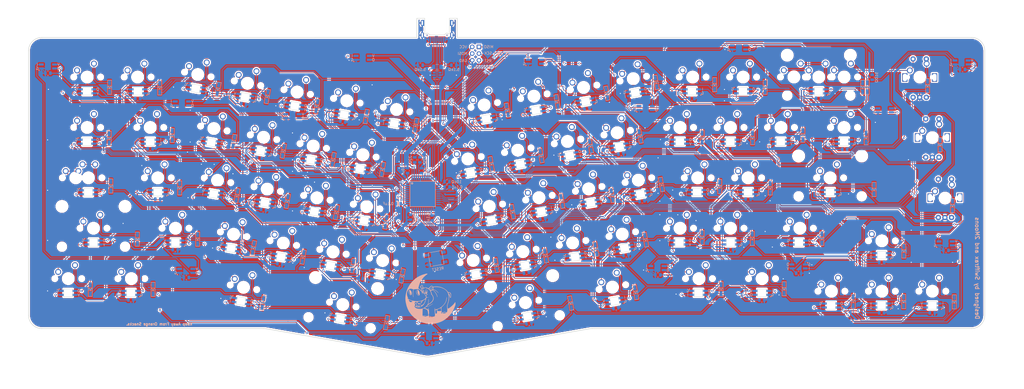
<source format=kicad_pcb>
(kicad_pcb (version 20171130) (host pcbnew "(5.1.6)-1")
  (layers (0 F.Cu signal) (31 B.Cu signal) (34 B.Paste user) (35 F.Paste user) (36 B.SilkS user) (37 F.SilkS user) (38 B.Mask user) (39 F.Mask user) (44 Edge.Cuts user))
  (net 0 "")
  (net 1 col0)
  (net 2 col1)
  (net 3 col2)
  (net 4 col3)
  (net 5 col5)
  (net 6 col6)
  (net 7 row0)
  (net 8 row1)
  (net 9 row2)
  (net 10 row3)
  (net 11 row4)
  (net 12 "Net-(D_1-Pad2)")
  (net 13 "Net-(D_33-Pad2)")
  (net 14 "Net-(D_34-Pad2)")
  (net 15 "Net-(D_35-Pad2)")
  (net 16 "Net-(D_36-Pad2)")
  (net 17 "Net-(D_51-Pad2)")
  (net 18 "Net-(D_52-Pad2)")
  (net 19 "Net-(D_53-Pad2)")
  (net 20 "Net-(D_54-Pad2)")
  (net 21 "Net-(D_2-Pad2)")
  (net 22 "Net-(D_3-Pad2)")
  (net 23 "Net-(D_4-Pad2)")
  (net 24 "Net-(D_5-Pad2)")
  (net 25 "Net-(D_6-Pad2)")
  (net 26 "Net-(D_7-Pad2)")
  (net 27 "Net-(D_37-Pad2)")
  (net 28 "Net-(D_38-Pad2)")
  (net 29 "Net-(D_39-Pad2)")
  (net 30 "Net-(D_40-Pad2)")
  (net 31 "Net-(D_55-Pad2)")
  (net 32 "Net-(D_56-Pad2)")
  (net 33 "Net-(D_57-Pad2)")
  (net 34 "Net-(D_58-Pad2)")
  (net 35 "Net-(D_8-Pad2)")
  (net 36 "Net-(D_9-Pad2)")
  (net 37 "Net-(D_10-Pad2)")
  (net 38 "Net-(D_11-Pad2)")
  (net 39 "Net-(D_12-Pad2)")
  (net 40 "Net-(D_13-Pad2)")
  (net 41 "Net-(D_41-Pad2)")
  (net 42 "Net-(D_42-Pad2)")
  (net 43 "Net-(D_43-Pad2)")
  (net 44 "Net-(D_59-Pad2)")
  (net 45 "Net-(D_60-Pad2)")
  (net 46 "Net-(D_62-Pad2)")
  (net 47 "Net-(D_16-Pad2)")
  (net 48 "Net-(D_17-Pad2)")
  (net 49 "Net-(D_18-Pad2)")
  (net 50 "Net-(D_19-Pad2)")
  (net 51 "Net-(D_20-Pad2)")
  (net 52 "Net-(D_47-Pad2)")
  (net 53 "Net-(D_48-Pad2)")
  (net 54 "Net-(D_63-Pad2)")
  (net 55 "Net-(D_64-Pad2)")
  (net 56 "Net-(D_65-Pad2)")
  (net 57 "Net-(D_66-Pad2)")
  (net 58 "Net-(D_21-Pad2)")
  (net 59 "Net-(D_22-Pad2)")
  (net 60 "Net-(D_23-Pad2)")
  (net 61 "Net-(D_24-Pad2)")
  (net 62 "Net-(D_25-Pad2)")
  (net 63 "Net-(D_26-Pad2)")
  (net 64 "Net-(D_49-Pad2)")
  (net 65 "Net-(D_50-Pad2)")
  (net 66 "Net-(D_67-Pad2)")
  (net 67 "Net-(D_68-Pad2)")
  (net 68 "Net-(D_27-Pad2)")
  (net 69 "Net-(D_28-Pad2)")
  (net 70 "Net-(D_29-Pad2)")
  (net 71 col4)
  (net 72 "Net-(D_69-Pad2)")
  (net 73 GND)
  (net 74 "Net-(C1-Pad1)")
  (net 75 +5V)
  (net 76 VBUS)
  (net 77 D+)
  (net 78 "Net-(R4-Pad1)")
  (net 79 D-)
  (net 80 "Net-(R5-Pad1)")
  (net 81 "Net-(R6-Pad2)")
  (net 82 "Net-(U1-Pad42)")
  (net 83 "Net-(U1-Pad17)")
  (net 84 "Net-(U1-Pad16)")
  (net 85 "Net-(U2-Pad4)")
  (net 86 "Net-(U2-Pad3)")
  (net 87 "Net-(J1-PadB8)")
  (net 88 "Net-(J1-PadA5)")
  (net 89 "Net-(J1-PadB5)")
  (net 90 "Net-(J1-PadA8)")
  (net 91 0row)
  (net 92 1row)
  (net 93 2row)
  (net 94 0col)
  (net 95 ENC0A)
  (net 96 ENC1A)
  (net 97 ENC2A)
  (net 98 "Net-(D_44-Pad2)")
  (net 99 "Net-(D_70-Pad2)")
  (net 100 "Net-(LED1-Pad2)")
  (net 101 "Net-(LED1-Pad4)")
  (net 102 "Net-(LED17-Pad4)")
  (net 103 "Net-(LED2-Pad4)")
  (net 104 "Net-(LED18-Pad2)")
  (net 105 "Net-(LED19-Pad4)")
  (net 106 "Net-(LED4-Pad4)")
  (net 107 "Net-(LED20-Pad2)")
  (net 108 "Net-(LED21-Pad4)")
  (net 109 "Net-(LED6-Pad4)")
  (net 110 "Net-(LED22-Pad2)")
  (net 111 "Net-(LED23-Pad4)")
  (net 112 "Net-(LED8-Pad4)")
  (net 113 "Net-(LED24-Pad2)")
  (net 114 "Net-(LED10-Pad2)")
  (net 115 "Net-(LED10-Pad4)")
  (net 116 "Net-(LED11-Pad4)")
  (net 117 "Net-(LED12-Pad2)")
  (net 118 "Net-(LED12-Pad4)")
  (net 119 "Net-(LED13-Pad4)")
  (net 120 "Net-(LED18-Pad4)")
  (net 121 "Net-(LED19-Pad2)")
  (net 122 "Net-(LED20-Pad4)")
  (net 123 "Net-(LED21-Pad2)")
  (net 124 "Net-(LED22-Pad4)")
  (net 125 "Net-(LED23-Pad2)")
  (net 126 "Net-(LED24-Pad4)")
  (net 127 "Net-(LED25-Pad2)")
  (net 128 "Net-(LED44-Pad2)")
  (net 129 "Net-(LED68-Pad4)")
  (net 130 LED)
  (net 131 "Net-(D_15-Pad2)")
  (net 132 "Net-(D_30-Pad2)")
  (net 133 "Net-(D_45-Pad2)")
  (net 134 "Net-(D_71-Pad2)")
  (net 135 "Net-(D_72-Pad2)")
  (net 136 "Net-(LED15-Pad2)")
  (net 137 "Net-(LED15-Pad4)")
  (net 138 "Net-(LED25-Pad4)")
  (net 139 "Net-(LED26-Pad2)")
  (net 140 "Net-(LED27-Pad4)")
  (net 141 "Net-(LED28-Pad2)")
  (net 142 "Net-(LED29-Pad4)")
  (net 143 "Net-(LED30-Pad2)")
  (net 144 "Net-(LED33-Pad4)")
  (net 145 "Net-(LED34-Pad2)")
  (net 146 "Net-(LED35-Pad4)")
  (net 147 "Net-(LED36-Pad2)")
  (net 148 "Net-(LED37-Pad4)")
  (net 149 "Net-(LED38-Pad2)")
  (net 150 "Net-(LED39-Pad4)")
  (net 151 "Net-(LED40-Pad2)")
  (net 152 "Net-(LED41-Pad4)")
  (net 153 "Net-(LED42-Pad2)")
  (net 154 "Net-(LED43-Pad4)")
  (net 155 "Net-(LED45-Pad2)")
  (net 156 "Net-(LED47-Pad4)")
  (net 157 "Net-(LED48-Pad2)")
  (net 158 "Net-(LED49-Pad4)")
  (net 159 "Net-(LED50-Pad2)")
  (net 160 "Net-(LED51-Pad4)")
  (net 161 "Net-(LED52-Pad2)")
  (net 162 "Net-(LED53-Pad4)")
  (net 163 "Net-(LED54-Pad2)")
  (net 164 "Net-(LED55-Pad4)")
  (net 165 "Net-(LED56-Pad2)")
  (net 166 "Net-(LED57-Pad4)")
  (net 167 "Net-(LED58-Pad2)")
  (net 168 "Net-(LED59-Pad4)")
  (net 169 "Net-(LED60-Pad2)")
  (net 170 "Net-(LED62-Pad4)")
  (net 171 "Net-(LED70-Pad4)")
  (net 172 "Net-(LED71-Pad2)")
  (net 173 row5)
  (net 174 row7)
  (net 175 row6)
  (net 176 row9)
  (net 177 row8)
  (net 178 ENC0B)
  (net 179 ENC1B)
  (net 180 ENC2B)
  (net 181 "Net-(R7-Pad1)")
  (net 182 "Net-(ULED1-Pad2)")
  (net 183 "Net-(ULED2-Pad2)")
  (net 184 "Net-(ULED3-Pad2)")
  (net 185 "Net-(ULED4-Pad2)")
  (net 186 "Net-(ULED5-Pad2)")
  (net 187 "Net-(ULED6-Pad2)")
  (net 188 "Net-(ULED7-Pad2)")
  (net 189 "Net-(ULED8-Pad2)")
  (net 190 "Net-(ULED10-Pad4)")
  (net 191 "Net-(ULED10-Pad2)")
  (net 192 "Net-(ULED11-Pad2)")
  (net 193 "Net-(ULED12-Pad2)")
  (net 194 "Net-(ULED13-Pad2)")
  (net 195 "Net-(J2-Pad5)")
  (module MX_Only:MXOnly-1U-NoLED (layer F.Cu) (at 9.55625 9.434746)
    (fp_text reference K_1)
    (fp_text value KEYSW)
    (pad 2 thru_hole circle (at 2.54 -5.08) (size 2.25 2.25) (drill 1.47) (layers *.Cu *.Mask) (net 12 "Net-(D_1-Pad2)"))
    (pad "" np_thru_hole circle (at 0 0) (size 3.9878 3.9878) (drill 3.9878) (layers *.Cu *.Mask))
    (pad 1 thru_hole circle (at -3.81 -2.54) (size 2.25 2.25) (drill 1.47) (layers *.Cu *.Mask) (net 1 col0))
    (pad "" np_thru_hole circle (at -5.08 0 48.0996) (size 1.75 1.75) (drill 1.75) (layers *.Cu *.Mask))
    (pad "" np_thru_hole circle (at 5.08 0 48.0996) (size 1.75 1.75) (drill 1.75) (layers *.Cu *.Mask))
  )
  (module MX_Only:MXOnly-1U-NoLED (layer F.Cu) (at 153.3 40.4 10)
    (fp_text reference K_23)
    (fp_text value KEYSW)
    (pad 2 thru_hole circle (at 2.54 -5.08 10) (size 2.25 2.25) (drill 1.47) (layers *.Cu *.Mask) (net 60 "Net-(D_23-Pad2)"))
    (pad "" np_thru_hole circle (at 0 0 10) (size 3.9878 3.9878) (drill 3.9878) (layers *.Cu *.Mask))
    (pad 1 thru_hole circle (at -3.81 -2.54 10) (size 2.25 2.25) (drill 1.47) (layers *.Cu *.Mask) (net 4 col3))
    (pad "" np_thru_hole circle (at -5.08 0 58.0996) (size 1.75 1.75) (drill 1.75) (layers *.Cu *.Mask))
    (pad "" np_thru_hole circle (at 5.08 0 58.0996) (size 1.75 1.75) (drill 1.75) (layers *.Cu *.Mask))
  )
  (module MX_Only:MXOnly-1U-NoLED (layer F.Cu) (at 240.06125 47.534746)
    (fp_text reference K_43)
    (fp_text value KEYSW)
    (pad 2 thru_hole circle (at 2.54 -5.08) (size 2.25 2.25) (drill 1.47) (layers *.Cu *.Mask) (net 43 "Net-(D_43-Pad2)"))
    (pad "" np_thru_hole circle (at 0 0) (size 3.9878 3.9878) (drill 3.9878) (layers *.Cu *.Mask))
    (pad 1 thru_hole circle (at -3.81 -2.54) (size 2.25 2.25) (drill 1.47) (layers *.Cu *.Mask) (net 5 col5))
    (pad "" np_thru_hole circle (at -5.08 0 48.0996) (size 1.75 1.75) (drill 1.75) (layers *.Cu *.Mask))
    (pad "" np_thru_hole circle (at 5.08 0 48.0996) (size 1.75 1.75) (drill 1.75) (layers *.Cu *.Mask))
  )
  (module MX_Only:MXOnly-1U-NoLED (layer F.Cu) (at 295.30625 28.484746)
    (fp_text reference K_30)
    (fp_text value KEYSW)
    (pad 2 thru_hole circle (at 2.54 -5.08) (size 2.25 2.25) (drill 1.47) (layers *.Cu *.Mask) (net 132 "Net-(D_30-Pad2)"))
    (pad "" np_thru_hole circle (at 0 0) (size 3.9878 3.9878) (drill 3.9878) (layers *.Cu *.Mask))
    (pad 1 thru_hole circle (at -3.81 -2.54) (size 2.25 2.25) (drill 1.47) (layers *.Cu *.Mask) (net 94 0col))
    (pad "" np_thru_hole circle (at -5.08 0 48.0996) (size 1.75 1.75) (drill 1.75) (layers *.Cu *.Mask))
    (pad "" np_thru_hole circle (at 5.08 0 48.0996) (size 1.75 1.75) (drill 1.75) (layers *.Cu *.Mask))
  )
  (module MX_Only:MXOnly-1U-NoLED (layer F.Cu) (at 295.34192 9.40764)
    (fp_text reference K_16)
    (fp_text value KEYSW)
    (pad 2 thru_hole circle (at 2.54 -5.08) (size 2.25 2.25) (drill 1.47) (layers *.Cu *.Mask) (net 47 "Net-(D_16-Pad2)"))
    (pad "" np_thru_hole circle (at 0 0) (size 3.9878 3.9878) (drill 3.9878) (layers *.Cu *.Mask))
    (pad 1 thru_hole circle (at -3.81 -2.54) (size 2.25 2.25) (drill 1.47) (layers *.Cu *.Mask) (net 94 0col))
    (pad "" np_thru_hole circle (at -5.08 0 48.0996) (size 1.75 1.75) (drill 1.75) (layers *.Cu *.Mask))
    (pad "" np_thru_hole circle (at 5.08 0 48.0996) (size 1.75 1.75) (drill 1.75) (layers *.Cu *.Mask))
  )
  (module MX_Only:MXOnly-1U-NoLED (layer F.Cu) (at 276.38336 9.4178)
    (fp_text reference K_14)
    (fp_text value KEYSW)
    (pad 2 thru_hole circle (at 2.54 -5.08) (size 2.25 2.25) (drill 1.47) (layers *.Cu *.Mask) (net 131 "Net-(D_15-Pad2)"))
    (pad "" np_thru_hole circle (at 0 0) (size 3.9878 3.9878) (drill 3.9878) (layers *.Cu *.Mask))
    (pad 1 thru_hole circle (at -3.81 -2.54) (size 2.25 2.25) (drill 1.47) (layers *.Cu *.Mask) (net 94 0col))
    (pad "" np_thru_hole circle (at -5.08 0 48.0996) (size 1.75 1.75) (drill 1.75) (layers *.Cu *.Mask))
    (pad "" np_thru_hole circle (at 5.08 0 48.0996) (size 1.75 1.75) (drill 1.75) (layers *.Cu *.Mask))
  )
  (module MX_Only:MXOnly-1U-NoLED (layer F.Cu) (at 333.447 55.1886)
    (fp_text reference K_61)
    (fp_text value KEYSW)
    (pad 2 thru_hole circle (at 2.54 -5.08) (size 2.25 2.25) (drill 1.47) (layers *.Cu *.Mask) (net 93 2row))
    (pad "" np_thru_hole circle (at 0 0) (size 3.9878 3.9878) (drill 3.9878) (layers *.Cu *.Mask))
    (pad 1 thru_hole circle (at -3.81 -2.54) (size 2.25 2.25) (drill 1.47) (layers *.Cu *.Mask) (net 94 0col))
    (pad "" np_thru_hole circle (at -5.08 0 48.0996) (size 1.75 1.75) (drill 1.75) (layers *.Cu *.Mask))
    (pad "" np_thru_hole circle (at 5.08 0 48) (size 1.75 1.75) (drill 1.75) (layers *.Cu *.Mask))
  )
  (module MX_Only:MXOnly-1U-NoLED (layer F.Cu) (at 328.6718 32.3286)
    (fp_text reference K_46)
    (fp_text value KEYSW)
    (pad 2 thru_hole circle (at 2.54 -5.08) (size 2.25 2.25) (drill 1.47) (layers *.Cu *.Mask) (net 92 1row))
    (pad "" np_thru_hole circle (at 0 0) (size 3.9878 3.9878) (drill 3.9878) (layers *.Cu *.Mask))
    (pad 1 thru_hole circle (at -3.81 -2.54) (size 2.25 2.25) (drill 1.47) (layers *.Cu *.Mask) (net 94 0col))
    (pad "" np_thru_hole circle (at -5.08 0 48.0996) (size 1.75 1.75) (drill 1.75) (layers *.Cu *.Mask))
    (pad "" np_thru_hole circle (at 5.08 0 48.0996) (size 1.75 1.75) (drill 1.75) (layers *.Cu *.Mask))
  )
  (module MX_Only:MXOnly-1U-NoLED (layer F.Cu) (at 323.9474 9.4686)
    (fp_text reference K_31)
    (fp_text value KEYSW)
    (pad 2 thru_hole circle (at 2.54 -5.08) (size 2.25 2.25) (drill 1.47) (layers *.Cu *.Mask) (net 91 0row))
    (pad "" np_thru_hole circle (at 0 0) (size 3.9878 3.9878) (drill 3.9878) (layers *.Cu *.Mask))
    (pad 1 thru_hole circle (at -3.81 -2.54) (size 2.25 2.25) (drill 1.47) (layers *.Cu *.Mask) (net 94 0col))
    (pad "" np_thru_hole circle (at -5.08 0 48.0996) (size 1.75 1.75) (drill 1.75) (layers *.Cu *.Mask))
    (pad "" np_thru_hole circle (at 5.08 0 48.0996) (size 1.75 1.75) (drill 1.75) (layers *.Cu *.Mask))
  )
  (module MX_Only:MXOnly-1U-NoLED (layer F.Cu) (at 211.586121 68.812758 10)
    (fp_text reference K_56)
    (fp_text value KEYSW)
    (pad 2 thru_hole circle (at 2.54 -5.08 10) (size 2.25 2.25) (drill 1.47) (layers *.Cu *.Mask) (net 32 "Net-(D_56-Pad2)"))
    (pad "" np_thru_hole circle (at 0 0 10) (size 3.9878 3.9878) (drill 3.9878) (layers *.Cu *.Mask))
    (pad 1 thru_hole circle (at -3.81 -2.54 10) (size 2.25 2.25) (drill 1.47) (layers *.Cu *.Mask) (net 5 col5))
    (pad "" np_thru_hole circle (at -5.08 0 58.0996) (size 1.75 1.75) (drill 1.75) (layers *.Cu *.Mask))
    (pad "" np_thru_hole circle (at 5.08 0 58.0996) (size 1.75 1.75) (drill 1.75) (layers *.Cu *.Mask))
  )
  (module MX_Only:MXOnly-1U-NoLED (layer F.Cu) (at 192.825534 72.120756 10)
    (fp_text reference K_55)
    (fp_text value KEYSW)
    (pad 2 thru_hole circle (at 2.54 -5.08 10) (size 2.25 2.25) (drill 1.47) (layers *.Cu *.Mask) (net 31 "Net-(D_55-Pad2)"))
    (pad "" np_thru_hole circle (at 0 0 10) (size 3.9878 3.9878) (drill 3.9878) (layers *.Cu *.Mask))
    (pad 1 thru_hole circle (at -3.81 -2.54 10) (size 2.25 2.25) (drill 1.47) (layers *.Cu *.Mask) (net 71 col4))
    (pad "" np_thru_hole circle (at -5.08 0 58.0996) (size 1.75 1.75) (drill 1.75) (layers *.Cu *.Mask))
    (pad "" np_thru_hole circle (at 5.08 0 58.0996) (size 1.75 1.75) (drill 1.75) (layers *.Cu *.Mask))
  )
  (module MX_Only:MXOnly-1U-NoLED (layer F.Cu) (at 174.064946 75.428754 10)
    (fp_text reference K_54)
    (fp_text value KEYSW)
    (pad 2 thru_hole circle (at 2.54 -5.08 10) (size 2.25 2.25) (drill 1.47) (layers *.Cu *.Mask) (net 20 "Net-(D_54-Pad2)"))
    (pad "" np_thru_hole circle (at 0 0 10) (size 3.9878 3.9878) (drill 3.9878) (layers *.Cu *.Mask))
    (pad 1 thru_hole circle (at -3.81 -2.54 10) (size 2.25 2.25) (drill 1.47) (layers *.Cu *.Mask) (net 71 col4))
    (pad "" np_thru_hole circle (at -5.08 0 58.0996) (size 1.75 1.75) (drill 1.75) (layers *.Cu *.Mask))
    (pad "" np_thru_hole circle (at 5.08 0 58.0996) (size 1.75 1.75) (drill 1.75) (layers *.Cu *.Mask))
  )
  (module MX_Only:MXOnly-1U-NoLED (layer F.Cu) (at 155.304358 78.736751 10)
    (fp_text reference K_53)
    (fp_text value KEYSW)
    (pad 2 thru_hole circle (at 2.54 -5.08 10) (size 2.25 2.25) (drill 1.47) (layers *.Cu *.Mask) (net 19 "Net-(D_53-Pad2)"))
    (pad "" np_thru_hole circle (at 0 0 10) (size 3.9878 3.9878) (drill 3.9878) (layers *.Cu *.Mask))
    (pad 1 thru_hole circle (at -3.81 -2.54 10) (size 2.25 2.25) (drill 1.47) (layers *.Cu *.Mask) (net 4 col3))
    (pad "" np_thru_hole circle (at -5.08 0 58.0996) (size 1.75 1.75) (drill 1.75) (layers *.Cu *.Mask))
    (pad "" np_thru_hole circle (at 5.08 0 58.0996) (size 1.75 1.75) (drill 1.75) (layers *.Cu *.Mask))
  )
  (module MX_Only:MXOnly-1U-NoLED (layer F.Cu) (at 217.658417 48.398172 10)
    (fp_text reference K_42)
    (fp_text value KEYSW)
    (pad 2 thru_hole circle (at 2.54 -5.08 10) (size 2.25 2.25) (drill 1.47) (layers *.Cu *.Mask) (net 42 "Net-(D_42-Pad2)"))
    (pad "" np_thru_hole circle (at 0 0 10) (size 3.9878 3.9878) (drill 3.9878) (layers *.Cu *.Mask))
    (pad 1 thru_hole circle (at -3.81 -2.54 10) (size 2.25 2.25) (drill 1.47) (layers *.Cu *.Mask) (net 5 col5))
    (pad "" np_thru_hole circle (at -5.08 0 58.0996) (size 1.75 1.75) (drill 1.75) (layers *.Cu *.Mask))
    (pad "" np_thru_hole circle (at 5.08 0 58.0996) (size 1.75 1.75) (drill 1.75) (layers *.Cu *.Mask))
  )
  (module MX_Only:MXOnly-1U-NoLED (layer F.Cu) (at 198.89783 51.706169 10)
    (fp_text reference K_41)
    (fp_text value KEYSW)
    (pad 2 thru_hole circle (at 2.54 -5.08 10) (size 2.25 2.25) (drill 1.47) (layers *.Cu *.Mask) (net 41 "Net-(D_41-Pad2)"))
    (pad "" np_thru_hole circle (at 0 0 10) (size 3.9878 3.9878) (drill 3.9878) (layers *.Cu *.Mask))
    (pad 1 thru_hole circle (at -3.81 -2.54 10) (size 2.25 2.25) (drill 1.47) (layers *.Cu *.Mask) (net 71 col4))
    (pad "" np_thru_hole circle (at -5.08 0 58.0996) (size 1.75 1.75) (drill 1.75) (layers *.Cu *.Mask))
    (pad "" np_thru_hole circle (at 5.08 0 58.0996) (size 1.75 1.75) (drill 1.75) (layers *.Cu *.Mask))
  )
  (module MX_Only:MXOnly-1U-NoLED (layer F.Cu) (at 180.125 55.025 10)
    (fp_text reference K_40)
    (fp_text value KEYSW)
    (pad 2 thru_hole circle (at 2.54 -5.08 10) (size 2.25 2.25) (drill 1.47) (layers *.Cu *.Mask) (net 30 "Net-(D_40-Pad2)"))
    (pad "" np_thru_hole circle (at 0 0 10) (size 3.9878 3.9878) (drill 3.9878) (layers *.Cu *.Mask))
    (pad 1 thru_hole circle (at -3.81 -2.54 10) (size 2.25 2.25) (drill 1.47) (layers *.Cu *.Mask) (net 71 col4))
    (pad "" np_thru_hole circle (at -5.08 0 58.0996) (size 1.75 1.75) (drill 1.75) (layers *.Cu *.Mask))
    (pad "" np_thru_hole circle (at 5.08 0 58.0996) (size 1.75 1.75) (drill 1.75) (layers *.Cu *.Mask))
  )
  (module MX_Only:MXOnly-1U-NoLED (layer F.Cu) (at 161.376654 58.322165 10)
    (fp_text reference K_39)
    (fp_text value KEYSW)
    (pad 2 thru_hole circle (at 2.54 -5.08 10) (size 2.25 2.25) (drill 1.47) (layers *.Cu *.Mask) (net 29 "Net-(D_39-Pad2)"))
    (pad "" np_thru_hole circle (at 0 0 10) (size 3.9878 3.9878) (drill 3.9878) (layers *.Cu *.Mask))
    (pad 1 thru_hole circle (at -3.81 -2.54 10) (size 2.25 2.25) (drill 1.47) (layers *.Cu *.Mask) (net 4 col3))
    (pad "" np_thru_hole circle (at -5.08 0 58.0996) (size 1.75 1.75) (drill 1.75) (layers *.Cu *.Mask))
    (pad "" np_thru_hole circle (at 5.08 0 58.0996) (size 1.75 1.75) (drill 1.75) (layers *.Cu *.Mask))
  )
  (module MX_Only:MXOnly-1U-NoLED (layer F.Cu) (at 209.660273 30.464583 10)
    (fp_text reference K_26)
    (fp_text value KEYSW)
    (pad 2 thru_hole circle (at 2.54 -5.08 10) (size 2.25 2.25) (drill 1.47) (layers *.Cu *.Mask) (net 63 "Net-(D_26-Pad2)"))
    (pad "" np_thru_hole circle (at 0 0 10) (size 3.9878 3.9878) (drill 3.9878) (layers *.Cu *.Mask))
    (pad 1 thru_hole circle (at -3.81 -2.54 10) (size 2.25 2.25) (drill 1.47) (layers *.Cu *.Mask) (net 5 col5))
    (pad "" np_thru_hole circle (at -5.08 0 58.0996) (size 1.75 1.75) (drill 1.75) (layers *.Cu *.Mask))
    (pad "" np_thru_hole circle (at 5.08 0 58.0996) (size 1.75 1.75) (drill 1.75) (layers *.Cu *.Mask))
  )
  (module MX_Only:MXOnly-1U-NoLED (layer F.Cu) (at 190.899685 33.772581 10)
    (fp_text reference K_25)
    (fp_text value KEYSW)
    (pad 2 thru_hole circle (at 2.54 -5.08 10) (size 2.25 2.25) (drill 1.47) (layers *.Cu *.Mask) (net 62 "Net-(D_25-Pad2)"))
    (pad "" np_thru_hole circle (at 0 0 10) (size 3.9878 3.9878) (drill 3.9878) (layers *.Cu *.Mask))
    (pad 1 thru_hole circle (at -3.81 -2.54 10) (size 2.25 2.25) (drill 1.47) (layers *.Cu *.Mask) (net 71 col4))
    (pad "" np_thru_hole circle (at -5.08 0 58.0996) (size 1.75 1.75) (drill 1.75) (layers *.Cu *.Mask))
    (pad "" np_thru_hole circle (at 5.08 0 58.0996) (size 1.75 1.75) (drill 1.75) (layers *.Cu *.Mask))
  )
  (module MX_Only:MXOnly-1U-NoLED (layer F.Cu) (at 172.139097 37.080579 10)
    (fp_text reference K_24)
    (fp_text value KEYSW)
    (pad 2 thru_hole circle (at 2.54 -5.08 10) (size 2.25 2.25) (drill 1.47) (layers *.Cu *.Mask) (net 61 "Net-(D_24-Pad2)"))
    (pad "" np_thru_hole circle (at 0 0 10) (size 3.9878 3.9878) (drill 3.9878) (layers *.Cu *.Mask))
    (pad 1 thru_hole circle (at -3.81 -2.54 10) (size 2.25 2.25) (drill 1.47) (layers *.Cu *.Mask) (net 71 col4))
    (pad "" np_thru_hole circle (at -5.08 0 58.0996) (size 1.75 1.75) (drill 1.75) (layers *.Cu *.Mask))
    (pad "" np_thru_hole circle (at 5.08 0 58.0996) (size 1.75 1.75) (drill 1.75) (layers *.Cu *.Mask))
  )
  (module MX_Only:MXOnly-1U-NoLED (layer F.Cu) (at 215.732569 10.049997 10)
    (fp_text reference K_11)
    (fp_text value KEYSW)
    (pad 2 thru_hole circle (at 2.54 -5.08 10) (size 2.25 2.25) (drill 1.47) (layers *.Cu *.Mask) (net 38 "Net-(D_11-Pad2)"))
    (pad "" np_thru_hole circle (at 0 0 10) (size 3.9878 3.9878) (drill 3.9878) (layers *.Cu *.Mask))
    (pad 1 thru_hole circle (at -3.81 -2.54 10) (size 2.25 2.25) (drill 1.47) (layers *.Cu *.Mask) (net 5 col5))
    (pad "" np_thru_hole circle (at -5.08 0 58.0996) (size 1.75 1.75) (drill 1.75) (layers *.Cu *.Mask))
    (pad "" np_thru_hole circle (at 5.08 0 58.0996) (size 1.75 1.75) (drill 1.75) (layers *.Cu *.Mask))
  )
  (module MX_Only:MXOnly-1U-NoLED (layer F.Cu) (at 196.971981 13.357994 10)
    (fp_text reference K_10)
    (fp_text value KEYSW)
    (pad 2 thru_hole circle (at 2.54 -5.08 10) (size 2.25 2.25) (drill 1.47) (layers *.Cu *.Mask) (net 37 "Net-(D_10-Pad2)"))
    (pad "" np_thru_hole circle (at 0 0 10) (size 3.9878 3.9878) (drill 3.9878) (layers *.Cu *.Mask))
    (pad 1 thru_hole circle (at -3.81 -2.54 10) (size 2.25 2.25) (drill 1.47) (layers *.Cu *.Mask) (net 5 col5))
    (pad "" np_thru_hole circle (at -5.08 0 58.0996) (size 1.75 1.75) (drill 1.75) (layers *.Cu *.Mask))
    (pad "" np_thru_hole circle (at 5.08 0 58.0996) (size 1.75 1.75) (drill 1.75) (layers *.Cu *.Mask))
  )
  (module MX_Only:MXOnly-1U-NoLED (layer F.Cu) (at 178.211393 16.665992 10)
    (fp_text reference K_9)
    (fp_text value KEYSW)
    (pad 2 thru_hole circle (at 2.54 -5.08 10) (size 2.25 2.25) (drill 1.47) (layers *.Cu *.Mask) (net 36 "Net-(D_9-Pad2)"))
    (pad "" np_thru_hole circle (at 0 0 10) (size 3.9878 3.9878) (drill 3.9878) (layers *.Cu *.Mask))
    (pad 1 thru_hole circle (at -3.81 -2.54 10) (size 2.25 2.25) (drill 1.47) (layers *.Cu *.Mask) (net 71 col4))
    (pad "" np_thru_hole circle (at -5.08 0 58.0996) (size 1.75 1.75) (drill 1.75) (layers *.Cu *.Mask))
    (pad "" np_thru_hole circle (at 5.08 0 58.0996) (size 1.75 1.75) (drill 1.75) (layers *.Cu *.Mask))
  )
  (module MX_Only:MXOnly-1U-NoLED (layer F.Cu) (at 159.450806 19.97399 10)
    (fp_text reference K_8)
    (fp_text value KEYSW)
    (pad 2 thru_hole circle (at 2.54 -5.08 10) (size 2.25 2.25) (drill 1.47) (layers *.Cu *.Mask) (net 35 "Net-(D_8-Pad2)"))
    (pad "" np_thru_hole circle (at 0 0 10) (size 3.9878 3.9878) (drill 3.9878) (layers *.Cu *.Mask))
    (pad 1 thru_hole circle (at -3.81 -2.54 10) (size 2.25 2.25) (drill 1.47) (layers *.Cu *.Mask) (net 71 col4))
    (pad "" np_thru_hole circle (at -5.08 0 58.0996) (size 1.75 1.75) (drill 1.75) (layers *.Cu *.Mask))
    (pad "" np_thru_hole circle (at 5.08 0 58.0996) (size 1.75 1.75) (drill 1.75) (layers *.Cu *.Mask))
  )
  (module MX_Only:MXOnly-1U-NoLED (layer F.Cu) (at 121.118554 78.806004 350)
    (fp_text reference K_52)
    (fp_text value KEYSW)
    (pad 2 thru_hole circle (at 2.54 -5.08 350) (size 2.25 2.25) (drill 1.47) (layers *.Cu *.Mask) (net 18 "Net-(D_52-Pad2)"))
    (pad "" np_thru_hole circle (at 0 0 350) (size 3.9878 3.9878) (drill 3.9878) (layers *.Cu *.Mask))
    (pad 1 thru_hole circle (at -3.81 -2.54 350) (size 2.25 2.25) (drill 1.47) (layers *.Cu *.Mask) (net 4 col3))
    (pad "" np_thru_hole circle (at -5.08 0 38.0996) (size 1.75 1.75) (drill 1.75) (layers *.Cu *.Mask))
    (pad "" np_thru_hole circle (at 5.08 0 38.0996) (size 1.75 1.75) (drill 1.75) (layers *.Cu *.Mask))
  )
  (module MX_Only:MXOnly-1U-NoLED (layer F.Cu) (at 102.357966 75.498006 350)
    (fp_text reference K_51)
    (fp_text value KEYSW)
    (pad 2 thru_hole circle (at 2.54 -5.08 350) (size 2.25 2.25) (drill 1.47) (layers *.Cu *.Mask) (net 17 "Net-(D_51-Pad2)"))
    (pad "" np_thru_hole circle (at 0 0 350) (size 3.9878 3.9878) (drill 3.9878) (layers *.Cu *.Mask))
    (pad 1 thru_hole circle (at -3.81 -2.54 350) (size 2.25 2.25) (drill 1.47) (layers *.Cu *.Mask) (net 3 col2))
    (pad "" np_thru_hole circle (at -5.08 0 38.0996) (size 1.75 1.75) (drill 1.75) (layers *.Cu *.Mask))
    (pad "" np_thru_hole circle (at 5.08 0 38.0996) (size 1.75 1.75) (drill 1.75) (layers *.Cu *.Mask))
  )
  (module MX_Only:MXOnly-1U-NoLED (layer F.Cu) (at 83.597379 72.190008 350)
    (fp_text reference K_50)
    (fp_text value KEYSW)
    (pad 2 thru_hole circle (at 2.54 -5.08 350) (size 2.25 2.25) (drill 1.47) (layers *.Cu *.Mask) (net 65 "Net-(D_50-Pad2)"))
    (pad "" np_thru_hole circle (at 0 0 350) (size 3.9878 3.9878) (drill 3.9878) (layers *.Cu *.Mask))
    (pad 1 thru_hole circle (at -3.81 -2.54 350) (size 2.25 2.25) (drill 1.47) (layers *.Cu *.Mask) (net 3 col2))
    (pad "" np_thru_hole circle (at -5.08 0 38.0996) (size 1.75 1.75) (drill 1.75) (layers *.Cu *.Mask))
    (pad "" np_thru_hole circle (at 5.08 0 38.0996) (size 1.75 1.75) (drill 1.75) (layers *.Cu *.Mask))
  )
  (module MX_Only:MXOnly-1U-NoLED (layer F.Cu) (at 64.836791 68.88201 350)
    (fp_text reference K_49)
    (fp_text value KEYSW)
    (pad 2 thru_hole circle (at 2.54 -5.08 350) (size 2.25 2.25) (drill 1.47) (layers *.Cu *.Mask) (net 64 "Net-(D_49-Pad2)"))
    (pad "" np_thru_hole circle (at 0 0 350) (size 3.9878 3.9878) (drill 3.9878) (layers *.Cu *.Mask))
    (pad 1 thru_hole circle (at -3.81 -2.54 350) (size 2.25 2.25) (drill 1.47) (layers *.Cu *.Mask) (net 2 col1))
    (pad "" np_thru_hole circle (at -5.08 0 38.0996) (size 1.75 1.75) (drill 1.75) (layers *.Cu *.Mask))
    (pad "" np_thru_hole circle (at 5.08 0 38.0996) (size 1.75 1.75) (drill 1.75) (layers *.Cu *.Mask))
  )
  (module MX_Only:MXOnly-1U-NoLED (layer F.Cu) (at 115.046258 58.391417 350)
    (fp_text reference K_38)
    (fp_text value KEYSW)
    (pad 2 thru_hole circle (at 2.54 -5.08 350) (size 2.25 2.25) (drill 1.47) (layers *.Cu *.Mask) (net 28 "Net-(D_38-Pad2)"))
    (pad "" np_thru_hole circle (at 0 0 350) (size 3.9878 3.9878) (drill 3.9878) (layers *.Cu *.Mask))
    (pad 1 thru_hole circle (at -3.81 -2.54 350) (size 2.25 2.25) (drill 1.47) (layers *.Cu *.Mask) (net 4 col3))
    (pad "" np_thru_hole circle (at -5.08 0 38.0996) (size 1.75 1.75) (drill 1.75) (layers *.Cu *.Mask))
    (pad "" np_thru_hole circle (at 5.08 0 38.0996) (size 1.75 1.75) (drill 1.75) (layers *.Cu *.Mask))
  )
  (module MX_Only:MXOnly-1U-NoLED (layer F.Cu) (at 96.28567 55.083419 350)
    (fp_text reference K_37)
    (fp_text value KEYSW)
    (pad 2 thru_hole circle (at 2.54 -5.08 350) (size 2.25 2.25) (drill 1.47) (layers *.Cu *.Mask) (net 27 "Net-(D_37-Pad2)"))
    (pad "" np_thru_hole circle (at 0 0 350) (size 3.9878 3.9878) (drill 3.9878) (layers *.Cu *.Mask))
    (pad 1 thru_hole circle (at -3.81 -2.54 350) (size 2.25 2.25) (drill 1.47) (layers *.Cu *.Mask) (net 3 col2))
    (pad "" np_thru_hole circle (at -5.08 0 38.0996) (size 1.75 1.75) (drill 1.75) (layers *.Cu *.Mask))
    (pad "" np_thru_hole circle (at 5.08 0 38.0996) (size 1.75 1.75) (drill 1.75) (layers *.Cu *.Mask))
  )
  (module MX_Only:MXOnly-1U-NoLED (layer F.Cu) (at 77.525083 51.775422 350)
    (fp_text reference K_36)
    (fp_text value KEYSW)
    (pad 2 thru_hole circle (at 2.54 -5.08 350) (size 2.25 2.25) (drill 1.47) (layers *.Cu *.Mask) (net 16 "Net-(D_36-Pad2)"))
    (pad "" np_thru_hole circle (at 0 0 350) (size 3.9878 3.9878) (drill 3.9878) (layers *.Cu *.Mask))
    (pad 1 thru_hole circle (at -3.81 -2.54 350) (size 2.25 2.25) (drill 1.47) (layers *.Cu *.Mask) (net 3 col2))
    (pad "" np_thru_hole circle (at -5.08 0 38.0996) (size 1.75 1.75) (drill 1.75) (layers *.Cu *.Mask))
    (pad "" np_thru_hole circle (at 5.08 0 38.0996) (size 1.75 1.75) (drill 1.75) (layers *.Cu *.Mask))
  )
  (module MX_Only:MXOnly-1U-NoLED (layer F.Cu) (at 58.764495 48.467424 350)
    (fp_text reference K_35)
    (fp_text value KEYSW)
    (pad 2 thru_hole circle (at 2.54 -5.08 350) (size 2.25 2.25) (drill 1.47) (layers *.Cu *.Mask) (net 15 "Net-(D_35-Pad2)"))
    (pad "" np_thru_hole circle (at 0 0 350) (size 3.9878 3.9878) (drill 3.9878) (layers *.Cu *.Mask))
    (pad 1 thru_hole circle (at -3.81 -2.54 350) (size 2.25 2.25) (drill 1.47) (layers *.Cu *.Mask) (net 2 col1))
    (pad "" np_thru_hole circle (at -5.08 0 38.0996) (size 1.75 1.75) (drill 1.75) (layers *.Cu *.Mask))
    (pad "" np_thru_hole circle (at 5.08 0 38.0996) (size 1.75 1.75) (drill 1.75) (layers *.Cu *.Mask))
  )
  (module MX_Only:MXOnly-1U-NoLED (layer F.Cu) (at 113.664109 38.80383 350)
    (fp_text reference K_22)
    (fp_text value KEYSW)
    (pad 2 thru_hole circle (at 2.54 -5.08 350) (size 2.25 2.25) (drill 1.47) (layers *.Cu *.Mask) (net 59 "Net-(D_22-Pad2)"))
    (pad "" np_thru_hole circle (at 0 0 350) (size 3.9878 3.9878) (drill 3.9878) (layers *.Cu *.Mask))
    (pad 1 thru_hole circle (at -3.81 -2.54 350) (size 2.25 2.25) (drill 1.47) (layers *.Cu *.Mask) (net 4 col3))
    (pad "" np_thru_hole circle (at -5.08 0 38.0996) (size 1.75 1.75) (drill 1.75) (layers *.Cu *.Mask))
    (pad "" np_thru_hole circle (at 5.08 0 38.0996) (size 1.75 1.75) (drill 1.75) (layers *.Cu *.Mask))
  )
  (module MX_Only:MXOnly-1U-NoLED (layer F.Cu) (at 94.903521 35.495832 350)
    (fp_text reference K_21)
    (fp_text value KEYSW)
    (pad 2 thru_hole circle (at 2.54 -5.08 350) (size 2.25 2.25) (drill 1.47) (layers *.Cu *.Mask) (net 58 "Net-(D_21-Pad2)"))
    (pad "" np_thru_hole circle (at 0 0 350) (size 3.9878 3.9878) (drill 3.9878) (layers *.Cu *.Mask))
    (pad 1 thru_hole circle (at -3.81 -2.54 350) (size 2.25 2.25) (drill 1.47) (layers *.Cu *.Mask) (net 3 col2))
    (pad "" np_thru_hole circle (at -5.08 0 38.0996) (size 1.75 1.75) (drill 1.75) (layers *.Cu *.Mask))
    (pad "" np_thru_hole circle (at 5.08 0 38.0996) (size 1.75 1.75) (drill 1.75) (layers *.Cu *.Mask))
  )
  (module MX_Only:MXOnly-1U-NoLED (layer F.Cu) (at 76.142934 32.187834 350)
    (fp_text reference K_20)
    (fp_text value KEYSW)
    (pad 2 thru_hole circle (at 2.54 -5.08 350) (size 2.25 2.25) (drill 1.47) (layers *.Cu *.Mask) (net 51 "Net-(D_20-Pad2)"))
    (pad "" np_thru_hole circle (at 0 0 350) (size 3.9878 3.9878) (drill 3.9878) (layers *.Cu *.Mask))
    (pad 1 thru_hole circle (at -3.81 -2.54 350) (size 2.25 2.25) (drill 1.47) (layers *.Cu *.Mask) (net 3 col2))
    (pad "" np_thru_hole circle (at -5.08 0 38.0996) (size 1.75 1.75) (drill 1.75) (layers *.Cu *.Mask))
    (pad "" np_thru_hole circle (at 5.08 0 38.0996) (size 1.75 1.75) (drill 1.75) (layers *.Cu *.Mask))
  )
  (module MX_Only:MXOnly-1U-NoLED (layer F.Cu) (at 57.382346 28.879837 350)
    (fp_text reference K_19)
    (fp_text value KEYSW)
    (pad 2 thru_hole circle (at 2.54 -5.08 350) (size 2.25 2.25) (drill 1.47) (layers *.Cu *.Mask) (net 50 "Net-(D_19-Pad2)"))
    (pad "" np_thru_hole circle (at 0 0 350) (size 3.9878 3.9878) (drill 3.9878) (layers *.Cu *.Mask))
    (pad 1 thru_hole circle (at -3.81 -2.54 350) (size 2.25 2.25) (drill 1.47) (layers *.Cu *.Mask) (net 2 col1))
    (pad "" np_thru_hole circle (at -5.08 0 38.0996) (size 1.75 1.75) (drill 1.75) (layers *.Cu *.Mask))
    (pad "" np_thru_hole circle (at 5.08 0 38.0996) (size 1.75 1.75) (drill 1.75) (layers *.Cu *.Mask))
  )
  (module MX_Only:MXOnly-1U-NoLED (layer F.Cu) (at 126.352401 21.697241 350)
    (fp_text reference K_7)
    (fp_text value KEYSW)
    (pad 2 thru_hole circle (at 2.54 -5.08 350) (size 2.25 2.25) (drill 1.47) (layers *.Cu *.Mask) (net 26 "Net-(D_7-Pad2)"))
    (pad "" np_thru_hole circle (at 0 0 350) (size 3.9878 3.9878) (drill 3.9878) (layers *.Cu *.Mask))
    (pad 1 thru_hole circle (at -3.81 -2.54 350) (size 2.25 2.25) (drill 1.47) (layers *.Cu *.Mask) (net 4 col3))
    (pad "" np_thru_hole circle (at -5.08 0 38.0996) (size 1.75 1.75) (drill 1.75) (layers *.Cu *.Mask))
    (pad "" np_thru_hole circle (at 5.08 0 38.0996) (size 1.75 1.75) (drill 1.75) (layers *.Cu *.Mask))
  )
  (module MX_Only:MXOnly-1U-NoLED (layer F.Cu) (at 107.591813 18.389243 350)
    (fp_text reference K_6)
    (fp_text value KEYSW)
    (pad 2 thru_hole circle (at 2.54 -5.08 350) (size 2.25 2.25) (drill 1.47) (layers *.Cu *.Mask) (net 25 "Net-(D_6-Pad2)"))
    (pad "" np_thru_hole circle (at 0 0 350) (size 3.9878 3.9878) (drill 3.9878) (layers *.Cu *.Mask))
    (pad 1 thru_hole circle (at -3.81 -2.54 350) (size 2.25 2.25) (drill 1.47) (layers *.Cu *.Mask) (net 4 col3))
    (pad "" np_thru_hole circle (at -5.08 0 38.0996) (size 1.75 1.75) (drill 1.75) (layers *.Cu *.Mask))
    (pad "" np_thru_hole circle (at 5.08 0 38.0996) (size 1.75 1.75) (drill 1.75) (layers *.Cu *.Mask))
  )
  (module MX_Only:MXOnly-1U-NoLED (layer F.Cu) (at 88.831225 15.081246 350)
    (fp_text reference K_5)
    (fp_text value KEYSW)
    (pad 2 thru_hole circle (at 2.54 -5.08 350) (size 2.25 2.25) (drill 1.47) (layers *.Cu *.Mask) (net 24 "Net-(D_5-Pad2)"))
    (pad "" np_thru_hole circle (at 0 0 350) (size 3.9878 3.9878) (drill 3.9878) (layers *.Cu *.Mask))
    (pad 1 thru_hole circle (at -3.81 -2.54 350) (size 2.25 2.25) (drill 1.47) (layers *.Cu *.Mask) (net 3 col2))
    (pad "" np_thru_hole circle (at -5.08 0 38.0996) (size 1.75 1.75) (drill 1.75) (layers *.Cu *.Mask))
    (pad "" np_thru_hole circle (at 5.08 0 38.0996) (size 1.75 1.75) (drill 1.75) (layers *.Cu *.Mask))
  )
  (module MX_Only:MXOnly-1U-NoLED (layer F.Cu) (at 70.070638 11.773248 350)
    (fp_text reference K_4)
    (fp_text value KEYSW)
    (pad 2 thru_hole circle (at 2.54 -5.08 350) (size 2.25 2.25) (drill 1.47) (layers *.Cu *.Mask) (net 23 "Net-(D_4-Pad2)"))
    (pad "" np_thru_hole circle (at 0 0 350) (size 3.9878 3.9878) (drill 3.9878) (layers *.Cu *.Mask))
    (pad 1 thru_hole circle (at -3.81 -2.54 350) (size 2.25 2.25) (drill 1.47) (layers *.Cu *.Mask) (net 3 col2))
    (pad "" np_thru_hole circle (at -5.08 0 38.0996) (size 1.75 1.75) (drill 1.75) (layers *.Cu *.Mask))
    (pad "" np_thru_hole circle (at 5.08 0 38.0996) (size 1.75 1.75) (drill 1.75) (layers *.Cu *.Mask))
  )
  (module MX_Only:MXOnly-1U-NoLED (layer F.Cu) (at 51.31005 8.46525 350)
    (fp_text reference K_3)
    (fp_text value KEYSW)
    (pad 2 thru_hole circle (at 2.54 -5.08 350) (size 2.25 2.25) (drill 1.47) (layers *.Cu *.Mask) (net 22 "Net-(D_3-Pad2)"))
    (pad "" np_thru_hole circle (at 0 0 350) (size 3.9878 3.9878) (drill 3.9878) (layers *.Cu *.Mask))
    (pad 1 thru_hole circle (at -3.81 -2.54 350) (size 2.25 2.25) (drill 1.47) (layers *.Cu *.Mask) (net 2 col1))
    (pad "" np_thru_hole circle (at -5.08 0 38.0996) (size 1.75 1.75) (drill 1.75) (layers *.Cu *.Mask))
    (pad "" np_thru_hole circle (at 5.08 0 38.0996) (size 1.75 1.75) (drill 1.75) (layers *.Cu *.Mask))
  )
  (module MX_Only:MXOnly-1U-NoLED (layer F.Cu) (at 328.64375 90.397246)
    (fp_text reference K_72)
    (fp_text value KEYSW)
    (pad 2 thru_hole circle (at 2.54 -5.08) (size 2.25 2.25) (drill 1.47) (layers *.Cu *.Mask) (net 135 "Net-(D_72-Pad2)"))
    (pad "" np_thru_hole circle (at 0 0) (size 3.9878 3.9878) (drill 3.9878) (layers *.Cu *.Mask))
    (pad 1 thru_hole circle (at -3.81 -2.54) (size 2.25 2.25) (drill 1.47) (layers *.Cu *.Mask) (net 94 0col))
    (pad "" np_thru_hole circle (at -5.08 0 48.0996) (size 1.75 1.75) (drill 1.75) (layers *.Cu *.Mask))
    (pad "" np_thru_hole circle (at 5.08 0 48.0996) (size 1.75 1.75) (drill 1.75) (layers *.Cu *.Mask))
  )
  (module MX_Only:MXOnly-1U-NoLED (layer F.Cu) (at 309.59375 90.397246)
    (fp_text reference K_71)
    (fp_text value KEYSW)
    (pad 2 thru_hole circle (at 2.54 -5.08) (size 2.25 2.25) (drill 1.47) (layers *.Cu *.Mask) (net 134 "Net-(D_71-Pad2)"))
    (pad "" np_thru_hole circle (at 0 0) (size 3.9878 3.9878) (drill 3.9878) (layers *.Cu *.Mask))
    (pad 1 thru_hole circle (at -3.81 -2.54) (size 2.25 2.25) (drill 1.47) (layers *.Cu *.Mask) (net 94 0col))
    (pad "" np_thru_hole circle (at -5.08 0 48.0996) (size 1.75 1.75) (drill 1.75) (layers *.Cu *.Mask))
    (pad "" np_thru_hole circle (at 5.08 0 48.0996) (size 1.75 1.75) (drill 1.75) (layers *.Cu *.Mask))
  )
  (module MX_Only:MXOnly-1U-NoLED (layer F.Cu) (at 290.54375 90.397246)
    (fp_text reference K_70)
    (fp_text value KEYSW)
    (pad 2 thru_hole circle (at 2.54 -5.08) (size 2.25 2.25) (drill 1.47) (layers *.Cu *.Mask) (net 99 "Net-(D_70-Pad2)"))
    (pad "" np_thru_hole circle (at 0 0) (size 3.9878 3.9878) (drill 3.9878) (layers *.Cu *.Mask))
    (pad 1 thru_hole circle (at -3.81 -2.54) (size 2.25 2.25) (drill 1.47) (layers *.Cu *.Mask) (net 6 col6))
    (pad "" np_thru_hole circle (at -5.08 0 48.0996) (size 1.75 1.75) (drill 1.75) (layers *.Cu *.Mask))
    (pad "" np_thru_hole circle (at 5.08 0 48.0996) (size 1.75 1.75) (drill 1.75) (layers *.Cu *.Mask))
  )
  (module MX_Only:MXOnly-1U-NoLED (layer F.Cu) (at 309.59375 71.347246)
    (fp_text reference K_60)
    (fp_text value KEYSW)
    (pad 2 thru_hole circle (at 2.54 -5.08) (size 2.25 2.25) (drill 1.47) (layers *.Cu *.Mask) (net 45 "Net-(D_60-Pad2)"))
    (pad "" np_thru_hole circle (at 0 0) (size 3.9878 3.9878) (drill 3.9878) (layers *.Cu *.Mask))
    (pad 1 thru_hole circle (at -3.81 -2.54) (size 2.25 2.25) (drill 1.47) (layers *.Cu *.Mask) (net 94 0col))
    (pad "" np_thru_hole circle (at -5.08 0 48.0996) (size 1.75 1.75) (drill 1.75) (layers *.Cu *.Mask))
    (pad "" np_thru_hole circle (at 5.08 0 48.0996) (size 1.75 1.75) (drill 1.75) (layers *.Cu *.Mask))
  )
  (module MX_Only:MXOnly-1U-NoLED (layer F.Cu) (at 252.44375 66.584746)
    (fp_text reference K_58)
    (fp_text value KEYSW)
    (pad 2 thru_hole circle (at 2.54 -5.08) (size 2.25 2.25) (drill 1.47) (layers *.Cu *.Mask) (net 34 "Net-(D_58-Pad2)"))
    (pad "" np_thru_hole circle (at 0 0) (size 3.9878 3.9878) (drill 3.9878) (layers *.Cu *.Mask))
    (pad 1 thru_hole circle (at -3.81 -2.54) (size 2.25 2.25) (drill 1.47) (layers *.Cu *.Mask) (net 6 col6))
    (pad "" np_thru_hole circle (at -5.08 0 48.0996) (size 1.75 1.75) (drill 1.75) (layers *.Cu *.Mask))
    (pad "" np_thru_hole circle (at 5.08 0 48.0996) (size 1.75 1.75) (drill 1.75) (layers *.Cu *.Mask))
  )
  (module MX_Only:MXOnly-1U-NoLED (layer F.Cu) (at 233.39375 66.584746)
    (fp_text reference K_57)
    (fp_text value KEYSW)
    (pad 2 thru_hole circle (at 2.54 -5.08) (size 2.25 2.25) (drill 1.47) (layers *.Cu *.Mask) (net 33 "Net-(D_57-Pad2)"))
    (pad "" np_thru_hole circle (at 0 0) (size 3.9878 3.9878) (drill 3.9878) (layers *.Cu *.Mask))
    (pad 1 thru_hole circle (at -3.81 -2.54) (size 2.25 2.25) (drill 1.47) (layers *.Cu *.Mask) (net 5 col5))
    (pad "" np_thru_hole circle (at -5.08 0 48.0996) (size 1.75 1.75) (drill 1.75) (layers *.Cu *.Mask))
    (pad "" np_thru_hole circle (at 5.08 0 48.0996) (size 1.75 1.75) (drill 1.75) (layers *.Cu *.Mask))
  )
  (module MX_Only:MXOnly-1U-NoLED (layer F.Cu) (at 42.89375 66.584746)
    (fp_text reference K_48)
    (fp_text value KEYSW)
    (pad 2 thru_hole circle (at 2.54 -5.08) (size 2.25 2.25) (drill 1.47) (layers *.Cu *.Mask) (net 53 "Net-(D_48-Pad2)"))
    (pad "" np_thru_hole circle (at 0 0) (size 3.9878 3.9878) (drill 3.9878) (layers *.Cu *.Mask))
    (pad 1 thru_hole circle (at -3.81 -2.54) (size 2.25 2.25) (drill 1.47) (layers *.Cu *.Mask) (net 2 col1))
    (pad "" np_thru_hole circle (at -5.08 0 48.0996) (size 1.75 1.75) (drill 1.75) (layers *.Cu *.Mask))
    (pad "" np_thru_hole circle (at 5.08 0 48.0996) (size 1.75 1.75) (drill 1.75) (layers *.Cu *.Mask))
  )
  (module MX_Only:MXOnly-1U-NoLED (layer F.Cu) (at 259.11125 47.534746)
    (fp_text reference K_44)
    (fp_text value KEYSW)
    (pad 2 thru_hole circle (at 2.54 -5.08) (size 2.25 2.25) (drill 1.47) (layers *.Cu *.Mask) (net 98 "Net-(D_44-Pad2)"))
    (pad "" np_thru_hole circle (at 0 0) (size 3.9878 3.9878) (drill 3.9878) (layers *.Cu *.Mask))
    (pad 1 thru_hole circle (at -3.81 -2.54) (size 2.25 2.25) (drill 1.47) (layers *.Cu *.Mask) (net 6 col6))
    (pad "" np_thru_hole circle (at -5.08 0 48.0996) (size 1.75 1.75) (drill 1.75) (layers *.Cu *.Mask))
    (pad "" np_thru_hole circle (at 5.08 0 48.0996) (size 1.75 1.75) (drill 1.75) (layers *.Cu *.Mask))
  )
  (module MX_Only:MXOnly-1U-NoLED (layer F.Cu) (at 36.22625 47.534746)
    (fp_text reference K_34)
    (fp_text value KEYSW)
    (pad 2 thru_hole circle (at 2.54 -5.08) (size 2.25 2.25) (drill 1.47) (layers *.Cu *.Mask) (net 14 "Net-(D_34-Pad2)"))
    (pad "" np_thru_hole circle (at 0 0) (size 3.9878 3.9878) (drill 3.9878) (layers *.Cu *.Mask))
    (pad 1 thru_hole circle (at -3.81 -2.54) (size 2.25 2.25) (drill 1.47) (layers *.Cu *.Mask) (net 2 col1))
    (pad "" np_thru_hole circle (at -5.08 0 48.0996) (size 1.75 1.75) (drill 1.75) (layers *.Cu *.Mask))
    (pad "" np_thru_hole circle (at 5.08 0 48.0996) (size 1.75 1.75) (drill 1.75) (layers *.Cu *.Mask))
  )
  (module MX_Only:MXOnly-1U-NoLED (layer F.Cu) (at 271.49375 28.484746)
    (fp_text reference K_29)
    (fp_text value KEYSW)
    (pad 2 thru_hole circle (at 2.54 -5.08) (size 2.25 2.25) (drill 1.47) (layers *.Cu *.Mask) (net 70 "Net-(D_29-Pad2)"))
    (pad "" np_thru_hole circle (at 0 0) (size 3.9878 3.9878) (drill 3.9878) (layers *.Cu *.Mask))
    (pad 1 thru_hole circle (at -3.81 -2.54) (size 2.25 2.25) (drill 1.47) (layers *.Cu *.Mask) (net 6 col6))
    (pad "" np_thru_hole circle (at -5.08 0 48.0996) (size 1.75 1.75) (drill 1.75) (layers *.Cu *.Mask))
    (pad "" np_thru_hole circle (at 5.08 0 48.0996) (size 1.75 1.75) (drill 1.75) (layers *.Cu *.Mask))
  )
  (module MX_Only:MXOnly-1U-NoLED (layer F.Cu) (at 252.44375 28.484746)
    (fp_text reference K_28)
    (fp_text value KEYSW)
    (pad 2 thru_hole circle (at 2.54 -5.08) (size 2.25 2.25) (drill 1.47) (layers *.Cu *.Mask) (net 69 "Net-(D_28-Pad2)"))
    (pad "" np_thru_hole circle (at 0 0) (size 3.9878 3.9878) (drill 3.9878) (layers *.Cu *.Mask))
    (pad 1 thru_hole circle (at -3.81 -2.54) (size 2.25 2.25) (drill 1.47) (layers *.Cu *.Mask) (net 6 col6))
    (pad "" np_thru_hole circle (at -5.08 0 48.0996) (size 1.75 1.75) (drill 1.75) (layers *.Cu *.Mask))
    (pad "" np_thru_hole circle (at 5.08 0 48.0996) (size 1.75 1.75) (drill 1.75) (layers *.Cu *.Mask))
  )
  (module MX_Only:MXOnly-1U-NoLED (layer F.Cu) (at 233.39375 28.484746)
    (fp_text reference K_27)
    (fp_text value KEYSW)
    (pad 2 thru_hole circle (at 2.54 -5.08) (size 2.25 2.25) (drill 1.47) (layers *.Cu *.Mask) (net 68 "Net-(D_27-Pad2)"))
    (pad "" np_thru_hole circle (at 0 0) (size 3.9878 3.9878) (drill 3.9878) (layers *.Cu *.Mask))
    (pad 1 thru_hole circle (at -3.81 -2.54) (size 2.25 2.25) (drill 1.47) (layers *.Cu *.Mask) (net 5 col5))
    (pad "" np_thru_hole circle (at -5.08 0 48.0996) (size 1.75 1.75) (drill 1.75) (layers *.Cu *.Mask))
    (pad "" np_thru_hole circle (at 5.08 0 48.0996) (size 1.75 1.75) (drill 1.75) (layers *.Cu *.Mask))
  )
  (module MX_Only:MXOnly-1U-NoLED (layer F.Cu) (at 33.36875 28.484746)
    (fp_text reference K_18)
    (fp_text value KEYSW)
    (pad 2 thru_hole circle (at 2.54 -5.08) (size 2.25 2.25) (drill 1.47) (layers *.Cu *.Mask) (net 49 "Net-(D_18-Pad2)"))
    (pad "" np_thru_hole circle (at 0 0) (size 3.9878 3.9878) (drill 3.9878) (layers *.Cu *.Mask))
    (pad 1 thru_hole circle (at -3.81 -2.54) (size 2.25 2.25) (drill 1.47) (layers *.Cu *.Mask) (net 2 col1))
    (pad "" np_thru_hole circle (at -5.08 0 48.0996) (size 1.75 1.75) (drill 1.75) (layers *.Cu *.Mask))
    (pad "" np_thru_hole circle (at 5.08 0 48.0996) (size 1.75 1.75) (drill 1.75) (layers *.Cu *.Mask))
  )
  (module MX_Only:MXOnly-1U-NoLED (layer F.Cu) (at 257.20625 9.434746)
    (fp_text reference K_13)
    (fp_text value KEYSW)
    (pad 2 thru_hole circle (at 2.54 -5.08) (size 2.25 2.25) (drill 1.47) (layers *.Cu *.Mask) (net 40 "Net-(D_13-Pad2)"))
    (pad "" np_thru_hole circle (at 0 0) (size 3.9878 3.9878) (drill 3.9878) (layers *.Cu *.Mask))
    (pad 1 thru_hole circle (at -3.81 -2.54) (size 2.25 2.25) (drill 1.47) (layers *.Cu *.Mask) (net 6 col6))
    (pad "" np_thru_hole circle (at -5.08 0 48.0996) (size 1.75 1.75) (drill 1.75) (layers *.Cu *.Mask))
    (pad "" np_thru_hole circle (at 5.08 0 48.0996) (size 1.75 1.75) (drill 1.75) (layers *.Cu *.Mask))
  )
  (module MX_Only:MXOnly-1U-NoLED (layer F.Cu) (at 238.15625 9.434746)
    (fp_text reference K_12)
    (fp_text value KEYSW)
    (pad 2 thru_hole circle (at 2.54 -5.08) (size 2.25 2.25) (drill 1.47) (layers *.Cu *.Mask) (net 39 "Net-(D_12-Pad2)"))
    (pad "" np_thru_hole circle (at 0 0) (size 3.9878 3.9878) (drill 3.9878) (layers *.Cu *.Mask))
    (pad 1 thru_hole circle (at -3.81 -2.54) (size 2.25 2.25) (drill 1.47) (layers *.Cu *.Mask) (net 6 col6))
    (pad "" np_thru_hole circle (at -5.08 0 48.0996) (size 1.75 1.75) (drill 1.75) (layers *.Cu *.Mask))
    (pad "" np_thru_hole circle (at 5.08 0 48.0996) (size 1.75 1.75) (drill 1.75) (layers *.Cu *.Mask))
  )
  (module MX_Only:MXOnly-1U-NoLED (layer F.Cu) (at 28.60625 9.434746)
    (fp_text reference K_2)
    (fp_text value KEYSW)
    (pad 2 thru_hole circle (at 2.54 -5.08) (size 2.25 2.25) (drill 1.47) (layers *.Cu *.Mask) (net 21 "Net-(D_2-Pad2)"))
    (pad "" np_thru_hole circle (at 0 0) (size 3.9878 3.9878) (drill 3.9878) (layers *.Cu *.Mask))
    (pad 1 thru_hole circle (at -3.81 -2.54) (size 2.25 2.25) (drill 1.47) (layers *.Cu *.Mask) (net 2 col1))
    (pad "" np_thru_hole circle (at -5.08 0 48.0996) (size 1.75 1.75) (drill 1.75) (layers *.Cu *.Mask))
    (pad "" np_thru_hole circle (at 5.08 0 48.0996) (size 1.75 1.75) (drill 1.75) (layers *.Cu *.Mask))
  )
  (module MX_Only:MXOnly-2.25U-ReversedStabilizers-NoLED (layer F.Cu) (at 175.018253 94.70184 10)
    (fp_text reference K_66)
    (fp_text value KEYSW)
    (pad 2 thru_hole circle (at 2.54 -5.08 10) (size 2.25 2.25) (drill 1.47) (layers *.Cu *.Mask) (net 57 "Net-(D_66-Pad2)"))
    (pad "" np_thru_hole circle (at 0 0 10) (size 3.9878 3.9878) (drill 3.9878) (layers *.Cu *.Mask))
    (pad 1 thru_hole circle (at -3.81 -2.54 10) (size 2.25 2.25) (drill 1.47) (layers *.Cu *.Mask) (net 71 col4))
    (pad "" np_thru_hole circle (at -5.08 0 58.0996) (size 1.75 1.75) (drill 1.75) (layers *.Cu *.Mask))
    (pad "" np_thru_hole circle (at 5.08 0 58.0996) (size 1.75 1.75) (drill 1.75) (layers *.Cu *.Mask))
    (pad "" np_thru_hole circle (at -11.90625 6.985 10) (size 3.048 3.048) (drill 3.048) (layers *.Cu *.Mask))
    (pad "" np_thru_hole circle (at 11.90625 6.985 10) (size 3.048 3.048) (drill 3.048) (layers *.Cu *.Mask))
    (pad "" np_thru_hole circle (at -11.90625 -8.255 10) (size 3.9878 3.9878) (drill 3.9878) (layers *.Cu *.Mask))
    (pad "" np_thru_hole circle (at 11.90625 -8.255 10) (size 3.9878 3.9878) (drill 3.9878) (layers *.Cu *.Mask))
  )
  (module Keebio-Parts:RotaryEncoder_EC11 (layer F.Cu) (at 333.3962 55.0362 90)
    (fp_text reference SW4)
    (fp_text value Rotary_Encoder_Switch)
    (pad A thru_hole oval (at -7.5 -2.5 90) (size 2 2) (drill 1) (layers *.Cu *.Mask) (net 97 ENC2A))
    (pad C thru_hole circle (at -7.5 0 90) (size 2 2) (drill 1) (layers *.Cu *.Mask) (net 73 GND))
    (pad B thru_hole circle (at -7.5 2.5 90) (size 2 2) (drill 1) (layers *.Cu *.Mask) (net 180 ENC2B))
    (pad "" np_thru_hole rect (at 0 -5.6 90) (size 3.2 2) (drill oval 2.8 1.5) (layers *.Cu *.Mask))
    (pad "" np_thru_hole rect (at 0 5.6 90) (size 3.2 2) (drill oval 2.8 1.5) (layers *.Cu *.Mask))
    (pad S2 thru_hole circle (at 7 -2.5 90) (size 2 2) (drill 1) (layers *.Cu *.Mask) (net 94 0col))
    (pad S1 thru_hole circle (at 7 2.5 90) (size 2 2) (drill 1) (layers *.Cu *.Mask) (net 93 2row))
  )
  (module Keebio-Parts:RotaryEncoder_EC11 (layer F.Cu) (at 328.64649 32.26121 90)
    (fp_text reference SW3)
    (fp_text value Rotary_Encoder_Switch)
    (pad A thru_hole oval (at -7.5 -2.5 90) (size 2 2) (drill 1) (layers *.Cu *.Mask) (net 96 ENC1A))
    (pad C thru_hole circle (at -7.5 0 90) (size 2 2) (drill 1) (layers *.Cu *.Mask) (net 73 GND))
    (pad B thru_hole circle (at -7.5 2.5 90) (size 2 2) (drill 1) (layers *.Cu *.Mask) (net 179 ENC1B))
    (pad "" np_thru_hole rect (at 0 -5.6 90) (size 3.2 2) (drill oval 2.8 1.5) (layers *.Cu *.Mask))
    (pad "" np_thru_hole rect (at 0 5.6 90) (size 3.2 2) (drill oval 2.8 1.5) (layers *.Cu *.Mask))
    (pad S2 thru_hole circle (at 7 -2.5 90) (size 2 2) (drill 1) (layers *.Cu *.Mask) (net 94 0col))
    (pad S1 thru_hole circle (at 7 2.5 90) (size 2 2) (drill 1) (layers *.Cu *.Mask) (net 92 1row))
  )
  (module Keebio-Parts:RotaryEncoder_EC11 (layer F.Cu) (at 323.87129 9.6 90)
    (fp_text reference SW2)
    (fp_text value Rotary_Encoder_Switch)
    (pad A thru_hole oval (at -7.5 -2.5 90) (size 2 2) (drill 1) (layers *.Cu *.Mask) (net 95 ENC0A))
    (pad C thru_hole circle (at -7.5 0 90) (size 2 2) (drill 1) (layers *.Cu *.Mask) (net 73 GND))
    (pad B thru_hole circle (at -7.5 2.5 90) (size 2 2) (drill 1) (layers *.Cu *.Mask) (net 178 ENC0B))
    (pad "" np_thru_hole rect (at 0 -5.6 90) (size 3.2 2) (drill oval 2.8 1.5) (layers *.Cu *.Mask))
    (pad "" np_thru_hole rect (at 0 5.6 90) (size 3.2 2) (drill oval 2.8 1.5) (layers *.Cu *.Mask))
    (pad S2 thru_hole circle (at 7 -2.5 90) (size 2 2) (drill 1) (layers *.Cu *.Mask) (net 94 0col))
    (pad S1 thru_hole circle (at 7 2.5 90) (size 2 2) (drill 1) (layers *.Cu *.Mask) (net 91 0row))
  )
  (module Connector_PinHeader_2.54mm:PinHeader_2x03_P2.54mm_Vertical (layer B.Cu) (at 157.46476 -1.9812 180)
    (fp_text reference J2)
    (fp_text value "ISP Header")
    (fp_text user MISO (at -3.683 0) (layer B.SilkS) (effects (justify mirror)))
    (fp_text user VCC (at 5.969 0) (layer B.SilkS) (effects (justify mirror)))
    (fp_text user SCK (at -3.429 -2.413) (layer B.SilkS) (effects (justify mirror)))
    (fp_text user MOSI (at 6.223 -2.54) (layer B.SilkS) (effects (justify mirror)))
    (fp_text user RST (at -3.429 -5.334) (layer B.SilkS) (effects (justify mirror)))
    (fp_text user GND (at 5.969 -5.207) (layer B.SilkS) (effects (justify mirror)))
    (pad 6 thru_hole oval (at 2.54 -5.08 180) (size 1.7 1.7) (drill 1) (layers *.Cu *.Mask) (net 73 GND))
    (pad 5 thru_hole oval (at 0 -5.08 180) (size 1.7 1.7) (drill 1) (layers *.Cu *.Mask) (net 195 "Net-(J2-Pad5)"))
    (pad 4 thru_hole oval (at 2.54 -2.54 180) (size 1.7 1.7) (drill 1) (layers *.Cu *.Mask) (net 5 col5))
    (pad 3 thru_hole oval (at 0 -2.54 180) (size 1.7 1.7) (drill 1) (layers *.Cu *.Mask) (net 10 row3))
    (pad 2 thru_hole oval (at 2.54 0 180) (size 1.7 1.7) (drill 1) (layers *.Cu *.Mask) (net 75 +5V))
    (pad 1 thru_hole rect (at 0 0 180) (size 1.7 1.7) (drill 1) (layers *.Cu *.Mask) (net 94 0col))
  )
  (module "LED_kicad_footprints-master:Underglow YS-SK6812MINI-E" (layer B.Cu) (at 138.6078 104.88168)
    (fp_text reference ULED5)
    (fp_text value YS-SK6812MINI-E)
    (fp_text user O (at -4 1.79) (layer B.SilkS) (effects (justify mirror)))
    (fp_text user G (at 4 1.79) (layer B.SilkS) (effects (justify mirror)))
    (fp_text user I (at 4 3.29) (layer B.SilkS) (effects (justify mirror)))
    (fp_text user V (at -4 3.29) (layer B.SilkS) (effects (justify mirror)))
    (pad 2 smd rect (at -2.5 1.79) (size 1.8 0.82) (layers B.Cu B.Paste B.Mask) (net 186 "Net-(ULED5-Pad2)"))
    (pad 4 smd rect (at 2.5 3.29) (size 1.8 0.82) (layers B.Cu B.Paste B.Mask) (net 185 "Net-(ULED4-Pad2)"))
    (pad 1 smd rect (at -2.5 3.29) (size 1.8 0.82) (layers B.Cu B.Paste B.Mask) (net 75 +5V))
    (pad 3 smd rect (at 2.5 1.79) (size 1.8 0.82) (layers B.Cu B.Paste B.Mask) (net 73 GND))
  )
  (module "LED_kicad_footprints-master:Underglow YS-SK6812MINI-E" (layer B.Cu) (at 46.9646 85.2424 180)
    (fp_text reference ULED6)
    (fp_text value YS-SK6812MINI-E)
    (fp_text user O (at -4 1.79) (layer B.SilkS) (effects (justify mirror)))
    (fp_text user G (at 4 1.79) (layer B.SilkS) (effects (justify mirror)))
    (fp_text user I (at 4 3.29) (layer B.SilkS) (effects (justify mirror)))
    (fp_text user V (at -4 3.29) (layer B.SilkS) (effects (justify mirror)))
    (pad 2 smd rect (at -2.5 1.79 180) (size 1.8 0.82) (layers B.Cu B.Paste B.Mask) (net 187 "Net-(ULED6-Pad2)"))
    (pad 4 smd rect (at 2.5 3.29 180) (size 1.8 0.82) (layers B.Cu B.Paste B.Mask) (net 186 "Net-(ULED5-Pad2)"))
    (pad 1 smd rect (at -2.5 3.29 180) (size 1.8 0.82) (layers B.Cu B.Paste B.Mask) (net 75 +5V))
    (pad 3 smd rect (at 2.5 1.79 180) (size 1.8 0.82) (layers B.Cu B.Paste B.Mask) (net 73 GND))
  )
  (module usb-type-c:Mid_Mount-USB_C_HandSoldering (layer B.Cu) (at 141.649 -12.7652 90)
    (fp_text reference J1)
    (fp_text value USB2_C_Receptacle)
    (fp_line (start 0 4.67) (end 0 7.62) (layer Edge.Cuts) (width 0.15))
    (fp_line (start -5.6 4.67) (end 0 4.67) (layer Edge.Cuts) (width 0.15))
    (fp_line (start -5.6 -3.850384) (end -5.6 -3.75) (layer Edge.Cuts) (width 0.15))
    (fp_line (start 0 -4.67) (end -5.6 -4.67) (layer Edge.Cuts) (width 0.15))
    (fp_line (start 0 -7.62) (end 0 -4.67) (layer Edge.Cuts) (width 0.15))
    (fp_line (start -6.3 -2.537566) (end -6.3 2.537566) (layer Edge.Cuts) (width 0.15))
    (fp_line (start -5.6 3.850384) (end -5.6 3.75) (layer Edge.Cuts) (width 0.15))
    (fp_arc (start -5.6 -4.37) (end -5.6 -4.67) (angle -150) (layer Edge.Cuts) (width 0.15))
    (fp_arc (start -5.9 -3.850384) (end -5.6 -3.850384) (angle -60) (layer Edge.Cuts) (width 0.15))
    (fp_arc (start -5.73 -2.537565) (end -6.3 -2.537565) (angle 60) (layer Edge.Cuts) (width 0.15))
    (fp_arc (start -5.73 2.537565) (end -6.3 2.537565) (angle -60) (layer Edge.Cuts) (width 0.15))
    (fp_arc (start -5.9 3.850384) (end -5.6 3.850384) (angle 60) (layer Edge.Cuts) (width 0.15))
    (fp_arc (start -5.6 4.37) (end -5.6 4.67) (angle 150) (layer Edge.Cuts) (width 0.15))
    (fp_arc (start -6.43 -3.75) (end -5.6 -3.75) (angle 60) (layer Edge.Cuts) (width 0.15))
    (fp_arc (start -6.43 3.75) (end -5.6 3.75) (angle -60) (layer Edge.Cuts) (width 0.15))
    (pad S1 smd rect (at -1.75 -5.2) (size 0.7 2.3) (layers B.Cu B.Mask) (net 73 GND))
    (pad S1 smd rect (at -1.75 5.2) (size 0.7 2.3) (layers B.Cu B.Mask) (net 73 GND))
    (pad S1 thru_hole oval (at -6.35 -5.575) (size 1.2 2.3) (drill oval 0.5 1.65) (layers *.Cu *.Mask) (net 73 GND))
    (pad S1 thru_hole oval (at -6.35 5.575) (size 1.2 2.3) (drill oval 0.5 1.65) (layers *.Cu *.Mask) (net 73 GND))
    (pad S1 thru_hole oval (at -1.75 -5.575) (size 1.2 2.3) (drill oval 0.5 1.65) (layers *.Cu *.Mask) (net 73 GND))
    (pad S1 thru_hole oval (at -1.75 5.575) (size 1.2 2.3) (drill oval 0.5 1.65) (layers *.Cu *.Mask) (net 73 GND))
    (pad "" np_thru_hole circle (at -6.43 -3.75) (size 0.6 0.6) (drill 0.4) (layers *.Cu *.Mask))
    (pad "" np_thru_hole circle (at -6.43 3.75) (size 0.6 0.6) (drill 0.4) (layers *.Cu *.Mask))
    (pad A1B12 smd rect (at -7.93 -3.2) (size 0.55 1.7) (layers B.Cu B.Paste B.Mask) (net 73 GND))
    (pad B1A12 smd rect (at -7.93 3.2) (size 0.55 1.7) (layers B.Cu B.Paste B.Mask) (net 73 GND))
    (pad A4B9 smd rect (at -7.93 -2.45) (size 0.55 1.7) (layers B.Cu B.Paste B.Mask) (net 76 VBUS))
    (pad B8 smd rect (at -7.93 -1.75) (size 0.3 1.7) (layers B.Cu B.Paste B.Mask) (net 87 "Net-(J1-PadB8)"))
    (pad A5 smd rect (at -7.93 -1.25) (size 0.3 1.7) (layers B.Cu B.Paste B.Mask) (net 88 "Net-(J1-PadA5)"))
    (pad B7 smd rect (at -7.93 -0.75) (size 0.3 1.7) (layers B.Cu B.Paste B.Mask) (net 79 D-))
    (pad B4A9 smd rect (at -7.93 2.45) (size 0.55 1.7) (layers B.Cu B.Paste B.Mask) (net 76 VBUS))
    (pad B5 smd rect (at -7.93 1.75) (size 0.3 1.7) (layers B.Cu B.Paste B.Mask) (net 89 "Net-(J1-PadB5)"))
    (pad A8 smd rect (at -7.93 1.25) (size 0.3 1.7) (layers B.Cu B.Paste B.Mask) (net 90 "Net-(J1-PadA8)"))
    (pad B6 smd rect (at -7.93 0.75) (size 0.3 1.7) (layers B.Cu B.Paste B.Mask) (net 77 D+))
    (pad A7 smd rect (at -7.93 0.25) (size 0.3 1.7) (layers B.Cu B.Paste B.Mask) (net 79 D-))
    (pad A6 smd rect (at -7.93 -0.25) (size 0.3 1.7) (layers B.Cu B.Paste B.Mask) (net 77 D+))
  )
  (module random-keyboard-parts:SKQG-1155865 (layer B.Cu) (at 141.29092 78.02574 190)
    (fp_text reference SW1)
    (fp_text value RESET (at 0 -4.064 10) (layer B.SilkS) (effects (justify mirror)))
    (pad 4 smd rect (at -3.1 -1.85 190) (size 1.8 1.1) (layers B.Cu B.Paste B.Mask))
    (pad 3 smd rect (at 3.1 1.85 190) (size 1.8 1.1) (layers B.Cu B.Paste B.Mask))
    (pad 2 smd rect (at -3.1 1.85 190) (size 1.8 1.1) (layers B.Cu B.Paste B.Mask) (net 195 "Net-(J2-Pad5)"))
    (pad 1 smd rect (at 3.1 -1.85 190) (size 1.8 1.1) (layers B.Cu B.Paste B.Mask) (net 73 GND))
  )
  (module MX_Only:MXOnly-2U-ReversedStabilizers-NoLED (layer F.Cu) (at 285.78125 9.434746)
    (fp_text reference K_15)
    (fp_text value KEYSW)
    (pad 2 thru_hole circle (at 2.54 -5.08) (size 2.25 2.25) (drill 1.47) (layers *.Cu B.Mask) (net 131 "Net-(D_15-Pad2)"))
    (pad "" np_thru_hole circle (at 0 0) (size 3.9878 3.9878) (drill 3.9878) (layers *.Cu *.Mask))
    (pad 1 thru_hole circle (at -3.81 -2.54) (size 2.25 2.25) (drill 1.47) (layers *.Cu B.Mask) (net 94 0col))
    (pad "" np_thru_hole circle (at -5.08 0 48.0996) (size 1.75 1.75) (drill 1.75) (layers *.Cu *.Mask))
    (pad "" np_thru_hole circle (at 5.08 0 48.0996) (size 1.75 1.75) (drill 1.75) (layers *.Cu *.Mask))
    (pad "" np_thru_hole circle (at -11.90625 6.985) (size 3.048 3.048) (drill 3.048) (layers *.Cu *.Mask))
    (pad "" np_thru_hole circle (at 11.90625 6.985) (size 3.048 3.048) (drill 3.048) (layers *.Cu *.Mask))
    (pad "" np_thru_hole circle (at -11.90625 -8.255) (size 3.9878 3.9878) (drill 3.9878) (layers *.Cu *.Mask))
    (pad "" np_thru_hole circle (at 11.90625 -8.255) (size 3.9878 3.9878) (drill 3.9878) (layers *.Cu *.Mask))
  )
  (module "LED_kicad_footprints-master:Underglow YS-SK6812MINI-E" (layer B.Cu) (at 310.642 24.5364 180)
    (fp_text reference ULED14)
    (fp_text value YS-SK6812MINI-E)
    (fp_text user O (at -4 1.79) (layer B.SilkS) (effects (justify mirror)))
    (fp_text user G (at 4 1.79) (layer B.SilkS) (effects (justify mirror)))
    (fp_text user I (at 4 3.29) (layer B.SilkS) (effects (justify mirror)))
    (fp_text user V (at -4 3.29) (layer B.SilkS) (effects (justify mirror)))
    (pad 2 smd rect (at -2.5 1.79 180) (size 1.8 0.82) (layers B.Cu B.Paste B.Mask) (net 137 "Net-(LED15-Pad4)"))
    (pad 4 smd rect (at 2.5 3.29 180) (size 1.8 0.82) (layers B.Cu B.Paste B.Mask) (net 194 "Net-(ULED13-Pad2)"))
    (pad 1 smd rect (at -2.5 3.29 180) (size 1.8 0.82) (layers B.Cu B.Paste B.Mask) (net 75 +5V))
    (pad 3 smd rect (at 2.5 1.79 180) (size 1.8 0.82) (layers B.Cu B.Paste B.Mask) (net 73 GND))
  )
  (module "LED_kicad_footprints-master:Underglow YS-SK6812MINI-E" (layer B.Cu) (at 255.6256 0.8128 180)
    (fp_text reference ULED13)
    (fp_text value YS-SK6812MINI-E)
    (fp_text user O (at -4 1.79) (layer B.SilkS) (effects (justify mirror)))
    (fp_text user G (at 4 1.79) (layer B.SilkS) (effects (justify mirror)))
    (fp_text user I (at 4 3.29) (layer B.SilkS) (effects (justify mirror)))
    (fp_text user V (at -4 3.29) (layer B.SilkS) (effects (justify mirror)))
    (pad 2 smd rect (at -2.5 1.79 180) (size 1.8 0.82) (layers B.Cu B.Paste B.Mask) (net 194 "Net-(ULED13-Pad2)"))
    (pad 4 smd rect (at 2.5 3.29 180) (size 1.8 0.82) (layers B.Cu B.Paste B.Mask) (net 193 "Net-(ULED12-Pad2)"))
    (pad 1 smd rect (at -2.5 3.29 180) (size 1.8 0.82) (layers B.Cu B.Paste B.Mask) (net 75 +5V))
    (pad 3 smd rect (at 2.5 1.79 180) (size 1.8 0.82) (layers B.Cu B.Paste B.Mask) (net 73 GND))
  )
  (module "LED_kicad_footprints-master:Underglow YS-SK6812MINI-E" (layer B.Cu) (at 220.41358 23.68804 180)
    (fp_text reference ULED12)
    (fp_text value YS-SK6812MINI-E)
    (fp_text user O (at -4 1.79) (layer B.SilkS) (effects (justify mirror)))
    (fp_text user G (at 4 1.79) (layer B.SilkS) (effects (justify mirror)))
    (fp_text user I (at 4 3.29) (layer B.SilkS) (effects (justify mirror)))
    (fp_text user V (at -4 3.29) (layer B.SilkS) (effects (justify mirror)))
    (pad 2 smd rect (at -2.5 1.79 180) (size 1.8 0.82) (layers B.Cu B.Paste B.Mask) (net 193 "Net-(ULED12-Pad2)"))
    (pad 4 smd rect (at 2.5 3.29 180) (size 1.8 0.82) (layers B.Cu B.Paste B.Mask) (net 192 "Net-(ULED11-Pad2)"))
    (pad 1 smd rect (at -2.5 3.29 180) (size 1.8 0.82) (layers B.Cu B.Paste B.Mask) (net 75 +5V))
    (pad 3 smd rect (at 2.5 1.79 180) (size 1.8 0.82) (layers B.Cu B.Paste B.Mask) (net 73 GND))
  )
  (module "LED_kicad_footprints-master:Underglow YS-SK6812MINI-E" (layer B.Cu) (at 178.562 6.1976 180)
    (fp_text reference ULED11)
    (fp_text value YS-SK6812MINI-E)
    (fp_text user O (at -4 1.79) (layer B.SilkS) (effects (justify mirror)))
    (fp_text user G (at 4 1.79) (layer B.SilkS) (effects (justify mirror)))
    (fp_text user I (at 4 3.29) (layer B.SilkS) (effects (justify mirror)))
    (fp_text user V (at -4 3.29) (layer B.SilkS) (effects (justify mirror)))
    (pad 2 smd rect (at -2.5 1.79 180) (size 1.8 0.82) (layers B.Cu B.Paste B.Mask) (net 192 "Net-(ULED11-Pad2)"))
    (pad 4 smd rect (at 2.5 3.29 180) (size 1.8 0.82) (layers B.Cu B.Paste B.Mask) (net 191 "Net-(ULED10-Pad2)"))
    (pad 1 smd rect (at -2.5 3.29 180) (size 1.8 0.82) (layers B.Cu B.Paste B.Mask) (net 75 +5V))
    (pad 3 smd rect (at 2.5 1.79 180) (size 1.8 0.82) (layers B.Cu B.Paste B.Mask) (net 73 GND))
  )
  (module "LED_kicad_footprints-master:Underglow YS-SK6812MINI-E" (layer B.Cu) (at 113.5888 4.699 180)
    (fp_text reference ULED10)
    (fp_text value YS-SK6812MINI-E)
    (fp_text user O (at -4 1.79) (layer B.SilkS) (effects (justify mirror)))
    (fp_text user G (at 4 1.79) (layer B.SilkS) (effects (justify mirror)))
    (fp_text user I (at 4 3.29) (layer B.SilkS) (effects (justify mirror)))
    (fp_text user V (at -4 3.29) (layer B.SilkS) (effects (justify mirror)))
    (pad 2 smd rect (at -2.5 1.79 180) (size 1.8 0.82) (layers B.Cu B.Paste B.Mask) (net 191 "Net-(ULED10-Pad2)"))
    (pad 4 smd rect (at 2.5 3.29 180) (size 1.8 0.82) (layers B.Cu B.Paste B.Mask) (net 190 "Net-(ULED10-Pad4)"))
    (pad 1 smd rect (at -2.5 3.29 180) (size 1.8 0.82) (layers B.Cu B.Paste B.Mask) (net 75 +5V))
    (pad 3 smd rect (at 2.5 1.79 180) (size 1.8 0.82) (layers B.Cu B.Paste B.Mask) (net 73 GND))
  )
  (module "LED_kicad_footprints-master:Underglow YS-SK6812MINI-E" (layer B.Cu) (at 87.0458 26.7462 180)
    (fp_text reference ULED9)
    (fp_text value YS-SK6812MINI-E)
    (fp_text user O (at -4 1.79) (layer B.SilkS) (effects (justify mirror)))
    (fp_text user G (at 4 1.79) (layer B.SilkS) (effects (justify mirror)))
    (fp_text user I (at 4 3.29) (layer B.SilkS) (effects (justify mirror)))
    (fp_text user V (at -4 3.29) (layer B.SilkS) (effects (justify mirror)))
    (pad 2 smd rect (at -2.5 1.79 180) (size 1.8 0.82) (layers B.Cu B.Paste B.Mask) (net 190 "Net-(ULED10-Pad4)"))
    (pad 4 smd rect (at 2.5 3.29 180) (size 1.8 0.82) (layers B.Cu B.Paste B.Mask) (net 189 "Net-(ULED8-Pad2)"))
    (pad 1 smd rect (at -2.5 3.29 180) (size 1.8 0.82) (layers B.Cu B.Paste B.Mask) (net 75 +5V))
    (pad 3 smd rect (at 2.5 1.79 180) (size 1.8 0.82) (layers B.Cu B.Paste B.Mask) (net 73 GND))
  )
  (module "LED_kicad_footprints-master:Underglow YS-SK6812MINI-E" (layer B.Cu) (at 45.3136 21.9456 180)
    (fp_text reference ULED8)
    (fp_text value YS-SK6812MINI-E)
    (fp_text user O (at -4 1.79) (layer B.SilkS) (effects (justify mirror)))
    (fp_text user G (at 4 1.79) (layer B.SilkS) (effects (justify mirror)))
    (fp_text user I (at 4 3.29) (layer B.SilkS) (effects (justify mirror)))
    (fp_text user V (at -4 3.29) (layer B.SilkS) (effects (justify mirror)))
    (pad 2 smd rect (at -2.5 1.79 180) (size 1.8 0.82) (layers B.Cu B.Paste B.Mask) (net 189 "Net-(ULED8-Pad2)"))
    (pad 4 smd rect (at 2.5 3.29 180) (size 1.8 0.82) (layers B.Cu B.Paste B.Mask) (net 188 "Net-(ULED7-Pad2)"))
    (pad 1 smd rect (at -2.5 3.29 180) (size 1.8 0.82) (layers B.Cu B.Paste B.Mask) (net 75 +5V))
    (pad 3 smd rect (at 2.5 1.79 180) (size 1.8 0.82) (layers B.Cu B.Paste B.Mask) (net 73 GND))
  )
  (module "LED_kicad_footprints-master:Underglow YS-SK6812MINI-E" (layer B.Cu) (at -5.2832 7.9756 180)
    (fp_text reference ULED7)
    (fp_text value YS-SK6812MINI-E)
    (fp_text user O (at -4 1.79) (layer B.SilkS) (effects (justify mirror)))
    (fp_text user G (at 4 1.79) (layer B.SilkS) (effects (justify mirror)))
    (fp_text user I (at 4 3.29) (layer B.SilkS) (effects (justify mirror)))
    (fp_text user V (at -4 3.29) (layer B.SilkS) (effects (justify mirror)))
    (pad 2 smd rect (at -2.5 1.79 180) (size 1.8 0.82) (layers B.Cu B.Paste B.Mask) (net 188 "Net-(ULED7-Pad2)"))
    (pad 4 smd rect (at 2.5 3.29 180) (size 1.8 0.82) (layers B.Cu B.Paste B.Mask) (net 187 "Net-(ULED6-Pad2)"))
    (pad 1 smd rect (at -2.5 3.29 180) (size 1.8 0.82) (layers B.Cu B.Paste B.Mask) (net 75 +5V))
    (pad 3 smd rect (at 2.5 1.79 180) (size 1.8 0.82) (layers B.Cu B.Paste B.Mask) (net 73 GND))
  )
  (module "LED_kicad_footprints-master:Underglow YS-SK6812MINI-E" (layer B.Cu) (at 224.8408 84.1756 180)
    (fp_text reference ULED4)
    (fp_text value YS-SK6812MINI-E)
    (fp_text user O (at -4 1.79) (layer B.SilkS) (effects (justify mirror)))
    (fp_text user G (at 4 1.79) (layer B.SilkS) (effects (justify mirror)))
    (fp_text user I (at 4 3.29) (layer B.SilkS) (effects (justify mirror)))
    (fp_text user V (at -4 3.29) (layer B.SilkS) (effects (justify mirror)))
    (pad 2 smd rect (at -2.5 1.79 180) (size 1.8 0.82) (layers B.Cu B.Paste B.Mask) (net 185 "Net-(ULED4-Pad2)"))
    (pad 4 smd rect (at 2.5 3.29 180) (size 1.8 0.82) (layers B.Cu B.Paste B.Mask) (net 184 "Net-(ULED3-Pad2)"))
    (pad 1 smd rect (at -2.5 3.29 180) (size 1.8 0.82) (layers B.Cu B.Paste B.Mask) (net 75 +5V))
    (pad 3 smd rect (at 2.5 1.79 180) (size 1.8 0.82) (layers B.Cu B.Paste B.Mask) (net 73 GND))
  )
  (module "LED_kicad_footprints-master:Underglow YS-SK6812MINI-E" (layer B.Cu) (at 278.14016 78.486)
    (fp_text reference ULED3)
    (fp_text value YS-SK6812MINI-E)
    (fp_text user O (at -4 1.79) (layer B.SilkS) (effects (justify mirror)))
    (fp_text user G (at 4 1.79) (layer B.SilkS) (effects (justify mirror)))
    (fp_text user I (at 4 3.29) (layer B.SilkS) (effects (justify mirror)))
    (fp_text user V (at -4 3.29) (layer B.SilkS) (effects (justify mirror)))
    (pad 2 smd rect (at -2.5 1.79) (size 1.8 0.82) (layers B.Cu B.Paste B.Mask) (net 184 "Net-(ULED3-Pad2)"))
    (pad 4 smd rect (at 2.5 3.29) (size 1.8 0.82) (layers B.Cu B.Paste B.Mask) (net 183 "Net-(ULED2-Pad2)"))
    (pad 1 smd rect (at -2.5 3.29) (size 1.8 0.82) (layers B.Cu B.Paste B.Mask) (net 75 +5V))
    (pad 3 smd rect (at 2.5 1.79) (size 1.8 0.82) (layers B.Cu B.Paste B.Mask) (net 73 GND))
  )
  (module "LED_kicad_footprints-master:Underglow YS-SK6812MINI-E" (layer B.Cu) (at 333.6544 74.8538 180)
    (fp_text reference ULED2)
    (fp_text value YS-SK6812MINI-E)
    (fp_text user O (at -4 1.79) (layer B.SilkS) (effects (justify mirror)))
    (fp_text user G (at 4 1.79) (layer B.SilkS) (effects (justify mirror)))
    (fp_text user I (at 4 3.29) (layer B.SilkS) (effects (justify mirror)))
    (fp_text user V (at -4 3.29) (layer B.SilkS) (effects (justify mirror)))
    (pad 2 smd rect (at -2.5 1.79 180) (size 1.8 0.82) (layers B.Cu B.Paste B.Mask) (net 183 "Net-(ULED2-Pad2)"))
    (pad 4 smd rect (at 2.5 3.29 180) (size 1.8 0.82) (layers B.Cu B.Paste B.Mask) (net 182 "Net-(ULED1-Pad2)"))
    (pad 1 smd rect (at -2.5 3.29 180) (size 1.8 0.82) (layers B.Cu B.Paste B.Mask) (net 75 +5V))
    (pad 3 smd rect (at 2.5 1.79 180) (size 1.8 0.82) (layers B.Cu B.Paste B.Mask) (net 73 GND))
  )
  (module "LED_kicad_footprints-master:Underglow YS-SK6812MINI-E" (layer B.Cu) (at 339.6488 6.4516 180)
    (fp_text reference ULED1)
    (fp_text value YS-SK6812MINI-E)
    (fp_text user O (at -4 1.79) (layer B.SilkS) (effects (justify mirror)))
    (fp_text user G (at 4 1.79) (layer B.SilkS) (effects (justify mirror)))
    (fp_text user I (at 4 3.29) (layer B.SilkS) (effects (justify mirror)))
    (fp_text user V (at -4 3.29) (layer B.SilkS) (effects (justify mirror)))
    (pad 2 smd rect (at -2.5 1.79 180) (size 1.8 0.82) (layers B.Cu B.Paste B.Mask) (net 182 "Net-(ULED1-Pad2)"))
    (pad 4 smd rect (at 2.5 3.29 180) (size 1.8 0.82) (layers B.Cu B.Paste B.Mask) (net 181 "Net-(R7-Pad1)"))
    (pad 1 smd rect (at -2.5 3.29 180) (size 1.8 0.82) (layers B.Cu B.Paste B.Mask) (net 75 +5V))
    (pad 3 smd rect (at 2.5 1.79 180) (size 1.8 0.82) (layers B.Cu B.Paste B.Mask) (net 73 GND))
  )
  (module Capacitor_SMD:C_0805_2012Metric (layer B.Cu) (at -5.2832 7.9756 180)
    (fp_text reference C79)
    (fp_text value 0.1uF)
    (pad 2 smd roundrect (at 0.9375 0 180) (size 0.975 1.4) (layers B.Cu B.Paste B.Mask) (net 73 GND))
    (pad 1 smd roundrect (at -0.9375 0 180) (size 0.975 1.4) (layers B.Cu B.Paste B.Mask) (net 75 +5V))
  )
  (module Capacitor_SMD:C_0805_2012Metric (layer B.Cu) (at 46.9773 85.217 180)
    (fp_text reference C78)
    (fp_text value 0.1uF)
    (pad 2 smd roundrect (at 0.9375 0 180) (size 0.975 1.4) (layers B.Cu B.Paste B.Mask) (net 73 GND))
    (pad 1 smd roundrect (at -0.9375 0 180) (size 0.975 1.4) (layers B.Cu B.Paste B.Mask) (net 75 +5V))
  )
  (module Capacitor_SMD:C_0805_2012Metric (layer B.Cu) (at 138.7856 109.9947)
    (fp_text reference C77)
    (fp_text value 0.1uF)
    (pad 2 smd roundrect (at 0.9375 0) (size 0.975 1.4) (layers B.Cu B.Paste B.Mask) (net 73 GND))
    (pad 1 smd roundrect (at -0.9375 0) (size 0.975 1.4) (layers B.Cu B.Paste B.Mask) (net 75 +5V))
  )
  (module Capacitor_SMD:C_0805_2012Metric (layer B.Cu) (at 225.0186 84.2264 180)
    (fp_text reference C76)
    (fp_text value 0.1uF)
    (pad 2 smd roundrect (at 0.9375 0 180) (size 0.975 1.4) (layers B.Cu B.Paste B.Mask) (net 73 GND))
    (pad 1 smd roundrect (at -0.9375 0 180) (size 0.975 1.4) (layers B.Cu B.Paste B.Mask) (net 75 +5V))
  )
  (module Capacitor_SMD:C_0805_2012Metric (layer B.Cu) (at 278.13508 83.57616)
    (fp_text reference C75)
    (fp_text value 0.1uF)
    (pad 2 smd roundrect (at 0.9375 0) (size 0.975 1.4) (layers B.Cu B.Paste B.Mask) (net 73 GND))
    (pad 1 smd roundrect (at -0.9375 0) (size 0.975 1.4) (layers B.Cu B.Paste B.Mask) (net 75 +5V))
  )
  (module Capacitor_SMD:C_0805_2012Metric (layer B.Cu) (at 333.7814 74.9554 180)
    (fp_text reference C74)
    (fp_text value 0.1uF)
    (pad 2 smd roundrect (at 0.9375 0 180) (size 0.975 1.4) (layers B.Cu B.Paste B.Mask) (net 73 GND))
    (pad 1 smd roundrect (at -0.9375 0 180) (size 0.975 1.4) (layers B.Cu B.Paste B.Mask) (net 75 +5V))
  )
  (module Capacitor_SMD:C_0805_2012Metric (layer B.Cu) (at 340.0298 6.5786 180)
    (fp_text reference C73)
    (fp_text value 0.1uF)
    (pad 2 smd roundrect (at 0.9375 0 180) (size 0.975 1.4) (layers B.Cu B.Paste B.Mask) (net 73 GND))
    (pad 1 smd roundrect (at -0.9375 0 180) (size 0.975 1.4) (layers B.Cu B.Paste B.Mask) (net 75 +5V))
  )
  (module kbd:D3_SMD_v2 (layer B.Cu) (at 248.37224 50.86298 90)
    (fp_text reference D_43 hide)
    (fp_text value D hide)
    (pad 2 smd rect (at 1.775 0 90) (size 2 1) (layers B.Cu B.Paste B.Mask) (net 43 "Net-(D_43-Pad2)"))
    (pad 1 smd rect (at -1.775 0 90) (size 2 1) (layers B.Cu B.Paste B.Mask) (net 11 row4))
  )
  (module kbd:D3_SMD_v2 (layer B.Cu) (at 336.90648 94.42652 90)
    (fp_text reference D_72 hide)
    (fp_text value D hide)
    (pad 2 smd rect (at 1.775 0 90) (size 2 1) (layers B.Cu B.Paste B.Mask) (net 135 "Net-(D_72-Pad2)"))
    (pad 1 smd rect (at -1.775 0 90) (size 2 1) (layers B.Cu B.Paste B.Mask) (net 176 row9))
  )
  (module kbd:D3_SMD_v2 (layer B.Cu) (at 317.8133 94.31476 90)
    (fp_text reference D_71 hide)
    (fp_text value D hide)
    (pad 2 smd rect (at 1.775 0 90) (size 2 1) (layers B.Cu B.Paste B.Mask) (net 134 "Net-(D_71-Pad2)"))
    (pad 1 smd rect (at -1.775 0 90) (size 2 1) (layers B.Cu B.Paste B.Mask) (net 177 row8))
  )
  (module kbd:D3_SMD_v2 (layer B.Cu) (at 298.77854 94.23094 90)
    (fp_text reference D_70 hide)
    (fp_text value D hide)
    (pad 2 smd rect (at 1.775 0 90) (size 2 1) (layers B.Cu B.Paste B.Mask) (net 99 "Net-(D_70-Pad2)"))
    (pad 1 smd rect (at -1.775 0 90) (size 2 1) (layers B.Cu B.Paste B.Mask) (net 176 row9))
  )
  (module kbd:D3_SMD_v2 (layer B.Cu) (at 272.6775 89.48114 90)
    (fp_text reference D_69 hide)
    (fp_text value D hide)
    (pad 2 smd rect (at 1.775 0 90) (size 2 1) (layers B.Cu B.Paste B.Mask) (net 72 "Net-(D_69-Pad2)"))
    (pad 1 smd rect (at -1.775 0 90) (size 2 1) (layers B.Cu B.Paste B.Mask) (net 177 row8))
  )
  (module kbd:D3_SMD_v2 (layer B.Cu) (at 248.88278 89.61576 90)
    (fp_text reference D_68 hide)
    (fp_text value D hide)
    (pad 2 smd rect (at 1.775 0 90) (size 2 1) (layers B.Cu B.Paste B.Mask) (net 67 "Net-(D_68-Pad2)"))
    (pad 1 smd rect (at -1.775 0 90) (size 2 1) (layers B.Cu B.Paste B.Mask) (net 176 row9))
  )
  (module kbd:D3_SMD_v2 (layer B.Cu) (at 216.61462 90.85782 100)
    (fp_text reference D_67 hide)
    (fp_text value D hide)
    (pad 2 smd rect (at 1.775 0 100) (size 2 1) (layers B.Cu B.Paste B.Mask) (net 66 "Net-(D_67-Pad2)"))
    (pad 1 smd rect (at -1.775 0 100) (size 2 1) (layers B.Cu B.Paste B.Mask) (net 177 row8))
  )
  (module kbd:D3_SMD_v2 (layer B.Cu) (at 192.10108 94.90404 100)
    (fp_text reference D_66 hide)
    (fp_text value D hide)
    (pad 2 smd rect (at 1.775 0 100) (size 2 1) (layers B.Cu B.Paste B.Mask) (net 57 "Net-(D_66-Pad2)"))
    (pad 1 smd rect (at -1.775 0 100) (size 2 1) (layers B.Cu B.Paste B.Mask) (net 176 row9))
  )
  (module kbd:D3_SMD_v2 (layer B.Cu) (at 122.5635 102.2675 80)
    (fp_text reference D_65 hide)
    (fp_text value D hide)
    (pad 2 smd rect (at 1.775 0 80) (size 2 1) (layers B.Cu B.Paste B.Mask) (net 56 "Net-(D_65-Pad2)"))
    (pad 1 smd rect (at -1.775 0 80) (size 2 1) (layers B.Cu B.Paste B.Mask) (net 177 row8))
  )
  (module kbd:D3_SMD_v2 (layer B.Cu) (at 75.891 94.7745 80)
    (fp_text reference D_64 hide)
    (fp_text value D hide)
    (pad 2 smd rect (at 1.775 0 80) (size 2 1) (layers B.Cu B.Paste B.Mask) (net 55 "Net-(D_64-Pad2)"))
    (pad 1 smd rect (at -1.775 0 80) (size 2 1) (layers B.Cu B.Paste B.Mask) (net 176 row9))
  )
  (module kbd:D3_SMD_v2 (layer B.Cu) (at 34.4255 89.6945 90)
    (fp_text reference D_63 hide)
    (fp_text value D hide)
    (pad 2 smd rect (at 1.775 0 90) (size 2 1) (layers B.Cu B.Paste B.Mask) (net 54 "Net-(D_63-Pad2)"))
    (pad 1 smd rect (at -1.775 0 90) (size 2 1) (layers B.Cu B.Paste B.Mask) (net 177 row8))
  )
  (module kbd:D3_SMD_v2 (layer B.Cu) (at 10.74 89.6818 90)
    (fp_text reference D_62 hide)
    (fp_text value D hide)
    (pad 2 smd rect (at 1.775 0 90) (size 2 1) (layers B.Cu B.Paste B.Mask) (net 46 "Net-(D_62-Pad2)"))
    (pad 1 smd rect (at -1.775 0 90) (size 2 1) (layers B.Cu B.Paste B.Mask) (net 176 row9))
  )
  (module kbd:D3_SMD_v2 (layer B.Cu) (at 336.25869 58.02205 90)
    (fp_text reference D_61 hide)
    (fp_text value D hide)
    (pad 2 smd rect (at 1.775 0 90) (size 2 1) (layers B.Cu B.Paste B.Mask) (net 93 2row))
    (pad 1 smd rect (at -1.775 0 90) (size 2 1) (layers B.Cu B.Paste B.Mask) (net 174 row7))
  )
  (module kbd:D3_SMD_v2 (layer B.Cu) (at 317.89966 75.1911 90)
    (fp_text reference D_60 hide)
    (fp_text value D hide)
    (pad 2 smd rect (at 1.775 0 90) (size 2 1) (layers B.Cu B.Paste B.Mask) (net 45 "Net-(D_60-Pad2)"))
    (pad 1 smd rect (at -1.775 0 90) (size 2 1) (layers B.Cu B.Paste B.Mask) (net 175 row6))
  )
  (module kbd:D3_SMD_v2 (layer B.Cu) (at 286.9396 70.44638 90)
    (fp_text reference D_59 hide)
    (fp_text value D hide)
    (pad 2 smd rect (at 1.775 0 90) (size 2 1) (layers B.Cu B.Paste B.Mask) (net 44 "Net-(D_59-Pad2)"))
    (pad 1 smd rect (at -1.775 0 90) (size 2 1) (layers B.Cu B.Paste B.Mask) (net 174 row7))
  )
  (module kbd:D3_SMD_v2 (layer B.Cu) (at 260.66584 70.46416 90)
    (fp_text reference D_58 hide)
    (fp_text value D hide)
    (pad 2 smd rect (at 1.775 0 90) (size 2 1) (layers B.Cu B.Paste B.Mask) (net 34 "Net-(D_58-Pad2)"))
    (pad 1 smd rect (at -1.775 0 90) (size 2 1) (layers B.Cu B.Paste B.Mask) (net 175 row6))
  )
  (module kbd:D3_SMD_v2 (layer B.Cu) (at 241.70982 70.08824 90)
    (fp_text reference D_57 hide)
    (fp_text value D hide)
    (pad 2 smd rect (at 1.775 0 90) (size 2 1) (layers B.Cu B.Paste B.Mask) (net 33 "Net-(D_57-Pad2)"))
    (pad 1 smd rect (at -1.775 0 90) (size 2 1) (layers B.Cu B.Paste B.Mask) (net 174 row7))
  )
  (module kbd:D3_SMD_v2 (layer B.Cu) (at 220.3789 70.9747 100)
    (fp_text reference D_56 hide)
    (fp_text value D hide)
    (pad 2 smd rect (at 1.775 0 100) (size 2 1) (layers B.Cu B.Paste B.Mask) (net 32 "Net-(D_56-Pad2)"))
    (pad 1 smd rect (at -1.775 0 100) (size 2 1) (layers B.Cu B.Paste B.Mask) (net 175 row6))
  )
  (module kbd:D3_SMD_v2 (layer B.Cu) (at 201.64386 74.55864 100)
    (fp_text reference D_55 hide)
    (fp_text value D hide)
    (pad 2 smd rect (at 1.775 0 100) (size 2 1) (layers B.Cu B.Paste B.Mask) (net 31 "Net-(D_55-Pad2)"))
    (pad 1 smd rect (at -1.775 0 100) (size 2 1) (layers B.Cu B.Paste B.Mask) (net 174 row7))
  )
  (module kbd:D3_SMD_v2 (layer B.Cu) (at 182.63196 76.92592 100)
    (fp_text reference D_54 hide)
    (fp_text value D hide)
    (pad 2 smd rect (at 1.775 0 100) (size 2 1) (layers B.Cu B.Paste B.Mask) (net 20 "Net-(D_54-Pad2)"))
    (pad 1 smd rect (at -1.775 0 100) (size 2 1) (layers B.Cu B.Paste B.Mask) (net 175 row6))
  )
  (module kbd:D3_SMD_v2 (layer B.Cu) (at 164.00868 80.61908 100)
    (fp_text reference D_53 hide)
    (fp_text value D hide)
    (pad 2 smd rect (at 1.775 0 100) (size 2 1) (layers B.Cu B.Paste B.Mask) (net 19 "Net-(D_53-Pad2)"))
    (pad 1 smd rect (at -1.775 0 100) (size 2 1) (layers B.Cu B.Paste B.Mask) (net 174 row7))
  )
  (module kbd:D3_SMD_v2 (layer B.Cu) (at 128.469 84.6145 80)
    (fp_text reference D_52 hide)
    (fp_text value D hide)
    (pad 2 smd rect (at 1.775 0 80) (size 2 1) (layers B.Cu B.Paste B.Mask) (net 18 "Net-(D_52-Pad2)"))
    (pad 1 smd rect (at -1.775 0 80) (size 2 1) (layers B.Cu B.Paste B.Mask) (net 175 row6))
  )
  (module kbd:D3_SMD_v2 (layer B.Cu) (at 109.84318 80.7918 80)
    (fp_text reference D_51 hide)
    (fp_text value D hide)
    (pad 2 smd rect (at 1.775 0 80) (size 2 1) (layers B.Cu B.Paste B.Mask) (net 17 "Net-(D_51-Pad2)"))
    (pad 1 smd rect (at -1.775 0 80) (size 2 1) (layers B.Cu B.Paste B.Mask) (net 174 row7))
  )
  (module kbd:D3_SMD_v2 (layer B.Cu) (at 91.05988 77.48218 80)
    (fp_text reference D_50 hide)
    (fp_text value D hide)
    (pad 2 smd rect (at 1.775 0 80) (size 2 1) (layers B.Cu B.Paste B.Mask) (net 65 "Net-(D_50-Pad2)"))
    (pad 1 smd rect (at -1.775 0 80) (size 2 1) (layers B.Cu B.Paste B.Mask) (net 175 row6))
  )
  (module kbd:D3_SMD_v2 (layer B.Cu) (at 72.31214 73.97952 80)
    (fp_text reference D_49 hide)
    (fp_text value D hide)
    (pad 2 smd rect (at 1.775 0 80) (size 2 1) (layers B.Cu B.Paste B.Mask) (net 64 "Net-(D_49-Pad2)"))
    (pad 1 smd rect (at -1.775 0 80) (size 2 1) (layers B.Cu B.Paste B.Mask) (net 174 row7))
  )
  (module kbd:D3_SMD_v2 (layer B.Cu) (at 51.253 70.708 90)
    (fp_text reference D_48 hide)
    (fp_text value D hide)
    (pad 2 smd rect (at 1.775 0 90) (size 2 1) (layers B.Cu B.Paste B.Mask) (net 53 "Net-(D_48-Pad2)"))
    (pad 1 smd rect (at -1.775 0 90) (size 2 1) (layers B.Cu B.Paste B.Mask) (net 175 row6))
  )
  (module kbd:D3_SMD_v2 (layer B.Cu) (at 28.52 70.691546 90)
    (fp_text reference D_47 hide)
    (fp_text value D hide)
    (pad 2 smd rect (at 1.775 0 90) (size 2 1) (layers B.Cu B.Paste B.Mask) (net 52 "Net-(D_47-Pad2)"))
    (pad 1 smd rect (at -1.775 0 90) (size 2 1) (layers B.Cu B.Paste B.Mask) (net 174 row7))
  )
  (module kbd:D3_SMD_v2 (layer B.Cu) (at 331.5674 35.0718 90)
    (fp_text reference D_46 hide)
    (fp_text value D hide)
    (pad 2 smd rect (at 1.775 0 90) (size 2 1) (layers B.Cu B.Paste B.Mask) (net 92 1row))
    (pad 1 smd rect (at -1.775 0 90) (size 2 1) (layers B.Cu B.Paste B.Mask) (net 173 row5))
  )
  (module kbd:D3_SMD_v2 (layer B.Cu) (at 306.63476 51.93994 90)
    (fp_text reference D_45 hide)
    (fp_text value D hide)
    (pad 2 smd rect (at 1.775 0 90) (size 2 1) (layers B.Cu B.Paste B.Mask) (net 133 "Net-(D_45-Pad2)"))
    (pad 1 smd rect (at -1.775 0 90) (size 2 1) (layers B.Cu B.Paste B.Mask) (net 11 row4))
  )
  (module kbd:D3_SMD_v2 (layer B.Cu) (at 267.42986 51.37352 90)
    (fp_text reference D_44 hide)
    (fp_text value D hide)
    (pad 2 smd rect (at 1.775 0 90) (size 2 1) (layers B.Cu B.Paste B.Mask) (net 98 "Net-(D_44-Pad2)"))
    (pad 1 smd rect (at -1.775 0 90) (size 2 1) (layers B.Cu B.Paste B.Mask) (net 173 row5))
  )
  (module kbd:D3_SMD_v2 (layer B.Cu) (at 226.3733 50.0451 100)
    (fp_text reference D_42 hide)
    (fp_text value D hide)
    (pad 2 smd rect (at 1.775 0 100) (size 2 1) (layers B.Cu B.Paste B.Mask) (net 42 "Net-(D_42-Pad2)"))
    (pad 1 smd rect (at -1.775 0 100) (size 2 1) (layers B.Cu B.Paste B.Mask) (net 173 row5))
  )
  (module kbd:D3_SMD_v2 (layer B.Cu) (at 207.72716 54.1726 100)
    (fp_text reference D_41 hide)
    (fp_text value D hide)
    (pad 2 smd rect (at 1.775 0 100) (size 2 1) (layers B.Cu B.Paste B.Mask) (net 41 "Net-(D_41-Pad2)"))
    (pad 1 smd rect (at -1.775 0 100) (size 2 1) (layers B.Cu B.Paste B.Mask) (net 11 row4))
  )
  (module kbd:D3_SMD_v2 (layer B.Cu) (at 188.72288 56.357 100)
    (fp_text reference D_40 hide)
    (fp_text value D hide)
    (pad 2 smd rect (at 1.775 0 100) (size 2 1) (layers B.Cu B.Paste B.Mask) (net 30 "Net-(D_40-Pad2)"))
    (pad 1 smd rect (at -1.775 0 100) (size 2 1) (layers B.Cu B.Paste B.Mask) (net 173 row5))
  )
  (module kbd:D3_SMD_v2 (layer B.Cu) (at 170.12754 60.37782 100)
    (fp_text reference D_39 hide)
    (fp_text value D hide)
    (pad 2 smd rect (at 1.775 0 100) (size 2 1) (layers B.Cu B.Paste B.Mask) (net 29 "Net-(D_39-Pad2)"))
    (pad 1 smd rect (at -1.775 0 100) (size 2 1) (layers B.Cu B.Paste B.Mask) (net 11 row4))
  )
  (module kbd:D3_SMD_v2 (layer B.Cu) (at 122.373 64.231 80)
    (fp_text reference D_38 hide)
    (fp_text value D hide)
    (pad 2 smd rect (at 1.775 0 80) (size 2 1) (layers B.Cu B.Paste B.Mask) (net 28 "Net-(D_38-Pad2)"))
    (pad 1 smd rect (at -1.775 0 80) (size 2 1) (layers B.Cu B.Paste B.Mask) (net 173 row5))
  )
  (module kbd:D3_SMD_v2 (layer B.Cu) (at 103.6405 60.6115 80)
    (fp_text reference D_37 hide)
    (fp_text value D hide)
    (pad 2 smd rect (at 1.775 0 80) (size 2 1) (layers B.Cu B.Paste B.Mask) (net 27 "Net-(D_37-Pad2)"))
    (pad 1 smd rect (at -1.775 0 80) (size 2 1) (layers B.Cu B.Paste B.Mask) (net 11 row4))
  )
  (module kbd:D3_SMD_v2 (layer B.Cu) (at 85.10104 56.38748 80)
    (fp_text reference D_36 hide)
    (fp_text value D hide)
    (pad 2 smd rect (at 1.775 0 80) (size 2 1) (layers B.Cu B.Paste B.Mask) (net 16 "Net-(D_36-Pad2)"))
    (pad 1 smd rect (at -1.775 0 80) (size 2 1) (layers B.Cu B.Paste B.Mask) (net 173 row5))
  )
  (module kbd:D3_SMD_v2 (layer B.Cu) (at 66.112 54.2615 80)
    (fp_text reference D_35 hide)
    (fp_text value D hide)
    (pad 2 smd rect (at 1.775 0 80) (size 2 1) (layers B.Cu B.Paste B.Mask) (net 15 "Net-(D_35-Pad2)"))
    (pad 1 smd rect (at -1.775 0 80) (size 2 1) (layers B.Cu B.Paste B.Mask) (net 11 row4))
  )
  (module kbd:D3_SMD_v2 (layer B.Cu) (at 44.46104 51.36844 90)
    (fp_text reference D_34 hide)
    (fp_text value D hide)
    (pad 2 smd rect (at 1.775 0 90) (size 2 1) (layers B.Cu B.Paste B.Mask) (net 14 "Net-(D_34-Pad2)"))
    (pad 1 smd rect (at -1.775 0 90) (size 2 1) (layers B.Cu B.Paste B.Mask) (net 173 row5))
  )
  (module kbd:D3_SMD_v2 (layer B.Cu) (at 18.50224 50.6293 90)
    (fp_text reference D_33 hide)
    (fp_text value D hide)
    (pad 2 smd rect (at 1.775 0 90) (size 2 1) (layers B.Cu B.Paste B.Mask) (net 13 "Net-(D_33-Pad2)"))
    (pad 1 smd rect (at -1.775 0 90) (size 2 1) (layers B.Cu B.Paste B.Mask) (net 11 row4))
  )
  (module kbd:D3_SMD_v2 (layer B.Cu) (at 326.843 12.71472 90)
    (fp_text reference D_31 hide)
    (fp_text value D hide)
    (pad 2 smd rect (at 1.775 0 90) (size 2 1) (layers B.Cu B.Paste B.Mask) (net 91 0row))
    (pad 1 smd rect (at -1.775 0 90) (size 2 1) (layers B.Cu B.Paste B.Mask) (net 10 row3))
  )
  (module kbd:D3_SMD_v2 (layer B.Cu) (at 303.63756 32.33876 90)
    (fp_text reference D_30 hide)
    (fp_text value D hide)
    (pad 2 smd rect (at 1.775 0 90) (size 2 1) (layers B.Cu B.Paste B.Mask) (net 132 "Net-(D_30-Pad2)"))
    (pad 1 smd rect (at -1.775 0 90) (size 2 1) (layers B.Cu B.Paste B.Mask) (net 9 row2))
  )
  (module kbd:D3_SMD_v2 (layer B.Cu) (at 279.7895 31.39642 90)
    (fp_text reference D_29 hide)
    (fp_text value D hide)
    (pad 2 smd rect (at 1.775 0 90) (size 2 1) (layers B.Cu B.Paste B.Mask) (net 70 "Net-(D_29-Pad2)"))
    (pad 1 smd rect (at -1.775 0 90) (size 2 1) (layers B.Cu B.Paste B.Mask) (net 10 row3))
  )
  (module kbd:D3_SMD_v2 (layer B.Cu) (at 260.76236 32.33114 90)
    (fp_text reference D_28 hide)
    (fp_text value D hide)
    (pad 2 smd rect (at 1.775 0 90) (size 2 1) (layers B.Cu B.Paste B.Mask) (net 69 "Net-(D_28-Pad2)"))
    (pad 1 smd rect (at -1.775 0 90) (size 2 1) (layers B.Cu B.Paste B.Mask) (net 9 row2))
  )
  (module kbd:D3_SMD_v2 (layer B.Cu) (at 241.73014 32.3286 90)
    (fp_text reference D_27 hide)
    (fp_text value D hide)
    (pad 2 smd rect (at 1.775 0 90) (size 2 1) (layers B.Cu B.Paste B.Mask) (net 68 "Net-(D_27-Pad2)"))
    (pad 1 smd rect (at -1.775 0 90) (size 2 1) (layers B.Cu B.Paste B.Mask) (net 10 row3))
  )
  (module kbd:D3_SMD_v2 (layer B.Cu) (at 218.27832 31.76726 100)
    (fp_text reference D_26 hide)
    (fp_text value D hide)
    (pad 2 smd rect (at 1.775 0 100) (size 2 1) (layers B.Cu B.Paste B.Mask) (net 63 "Net-(D_26-Pad2)"))
    (pad 1 smd rect (at -1.775 0 100) (size 2 1) (layers B.Cu B.Paste B.Mask) (net 9 row2))
  )
  (module kbd:D3_SMD_v2 (layer B.Cu) (at 199.58138 35.44772 100)
    (fp_text reference D_25 hide)
    (fp_text value D hide)
    (pad 2 smd rect (at 1.775 0 100) (size 2 1) (layers B.Cu B.Paste B.Mask) (net 62 "Net-(D_25-Pad2)"))
    (pad 1 smd rect (at -1.775 0 100) (size 2 1) (layers B.Cu B.Paste B.Mask) (net 10 row3))
  )
  (module kbd:D3_SMD_v2 (layer B.Cu) (at 180.89206 39.1485 100)
    (fp_text reference D_24 hide)
    (fp_text value D hide)
    (pad 2 smd rect (at 1.775 0 100) (size 2 1) (layers B.Cu B.Paste B.Mask) (net 61 "Net-(D_24-Pad2)"))
    (pad 1 smd rect (at -1.775 0 100) (size 2 1) (layers B.Cu B.Paste B.Mask) (net 9 row2))
  )
  (module kbd:D3_SMD_v2 (layer B.Cu) (at 162.10114 42.22444 100)
    (fp_text reference D_23 hide)
    (fp_text value D hide)
    (pad 2 smd rect (at 1.775 0 100) (size 2 1) (layers B.Cu B.Paste B.Mask) (net 60 "Net-(D_23-Pad2)"))
    (pad 1 smd rect (at -1.775 0 100) (size 2 1) (layers B.Cu B.Paste B.Mask) (net 10 row3))
  )
  (module kbd:D3_SMD_v2 (layer B.Cu) (at 121.0395 44.3555 80)
    (fp_text reference D_22 hide)
    (fp_text value D hide)
    (pad 2 smd rect (at 1.775 0 80) (size 2 1) (layers B.Cu B.Paste B.Mask) (net 59 "Net-(D_22-Pad2)"))
    (pad 1 smd rect (at -1.775 0 80) (size 2 1) (layers B.Cu B.Paste B.Mask) (net 9 row2))
  )
  (module kbd:D3_SMD_v2 (layer B.Cu) (at 102.38574 40.66234 80)
    (fp_text reference D_21 hide)
    (fp_text value D hide)
    (pad 2 smd rect (at 1.775 0 80) (size 2 1) (layers B.Cu B.Paste B.Mask) (net 58 "Net-(D_21-Pad2)"))
    (pad 1 smd rect (at -1.775 0 80) (size 2 1) (layers B.Cu B.Paste B.Mask) (net 10 row3))
  )
  (module kbd:D3_SMD_v2 (layer B.Cu) (at 83.59482 37.41114 80)
    (fp_text reference D_20 hide)
    (fp_text value D hide)
    (pad 2 smd rect (at 1.775 0 80) (size 2 1) (layers B.Cu B.Paste B.Mask) (net 51 "Net-(D_20-Pad2)"))
    (pad 1 smd rect (at -1.775 0 80) (size 2 1) (layers B.Cu B.Paste B.Mask) (net 9 row2))
  )
  (module kbd:D3_SMD_v2 (layer B.Cu) (at 64.88518 33.83228 80)
    (fp_text reference D_19 hide)
    (fp_text value D hide)
    (pad 2 smd rect (at 1.775 0 80) (size 2 1) (layers B.Cu B.Paste B.Mask) (net 50 "Net-(D_19-Pad2)"))
    (pad 1 smd rect (at -1.775 0 80) (size 2 1) (layers B.Cu B.Paste B.Mask) (net 10 row3))
  )
  (module kbd:D3_SMD_v2 (layer B.Cu) (at 41.66958 31.52342 90)
    (fp_text reference D_18 hide)
    (fp_text value D hide)
    (pad 2 smd rect (at 1.775 0 90) (size 2 1) (layers B.Cu B.Paste B.Mask) (net 49 "Net-(D_18-Pad2)"))
    (pad 1 smd rect (at -1.775 0 90) (size 2 1) (layers B.Cu B.Paste B.Mask) (net 9 row2))
  )
  (module kbd:D3_SMD_v2 (layer B.Cu) (at 17.852 32.608 90)
    (fp_text reference D_17 hide)
    (fp_text value D hide)
    (pad 2 smd rect (at 1.775 0 90) (size 2 1) (layers B.Cu B.Paste B.Mask) (net 48 "Net-(D_17-Pad2)"))
    (pad 1 smd rect (at -1.775 0 90) (size 2 1) (layers B.Cu B.Paste B.Mask) (net 10 row3))
  )
  (module kbd:D3_SMD_v2 (layer B.Cu) (at 304.0846 13.28922 90)
    (fp_text reference D_16 hide)
    (fp_text value D hide)
    (pad 2 smd rect (at 1.775 0 90) (size 2 1) (layers B.Cu B.Paste B.Mask) (net 47 "Net-(D_16-Pad2)"))
    (pad 1 smd rect (at -1.775 0 90) (size 2 1) (layers B.Cu B.Paste B.Mask) (net 8 row1))
  )
  (module kbd:D3_SMD_v2 (layer B.Cu) (at 302.35232 13.30146 90)
    (fp_text reference D_15 hide)
    (fp_text value D hide)
    (pad 2 smd rect (at 1.775 0 90) (size 2 1) (layers B.Cu B.Paste B.Mask) (net 131 "Net-(D_15-Pad2)"))
    (pad 1 smd rect (at -1.775 0 90) (size 2 1) (layers B.Cu B.Paste B.Mask) (net 7 row0))
  )
  (module kbd:D3_SMD_v2 (layer B.Cu) (at 265.50962 13.28622 90)
    (fp_text reference D_13 hide)
    (fp_text value D hide)
    (pad 2 smd rect (at 1.775 0 90) (size 2 1) (layers B.Cu B.Paste B.Mask) (net 40 "Net-(D_13-Pad2)"))
    (pad 1 smd rect (at -1.775 0 90) (size 2 1) (layers B.Cu B.Paste B.Mask) (net 8 row1))
  )
  (module kbd:D3_SMD_v2 (layer B.Cu) (at 246.44184 12.32864 90)
    (fp_text reference D_12 hide)
    (fp_text value D hide)
    (pad 2 smd rect (at 1.775 0 90) (size 2 1) (layers B.Cu B.Paste B.Mask) (net 39 "Net-(D_12-Pad2)"))
    (pad 1 smd rect (at -1.775 0 90) (size 2 1) (layers B.Cu B.Paste B.Mask) (net 7 row0))
  )
  (module kbd:D3_SMD_v2 (layer B.Cu) (at 224.35654 11.41932 100)
    (fp_text reference D_11 hide)
    (fp_text value D hide)
    (pad 2 smd rect (at 1.775 0 100) (size 2 1) (layers B.Cu B.Paste B.Mask) (net 38 "Net-(D_11-Pad2)"))
    (pad 1 smd rect (at -1.775 0 100) (size 2 1) (layers B.Cu B.Paste B.Mask) (net 8 row1))
  )
  (module kbd:D3_SMD_v2 (layer B.Cu) (at 205.72818 15.55698 100)
    (fp_text reference D_10 hide)
    (fp_text value D hide)
    (pad 2 smd rect (at 1.775 0 100) (size 2 1) (layers B.Cu B.Paste B.Mask) (net 37 "Net-(D_10-Pad2)"))
    (pad 1 smd rect (at -1.775 0 100) (size 2 1) (layers B.Cu B.Paste B.Mask) (net 7 row0))
  )
  (module kbd:D3_SMD_v2 (layer B.Cu) (at 186.96266 18.765 100)
    (fp_text reference D_9 hide)
    (fp_text value D hide)
    (pad 2 smd rect (at 1.775 0 100) (size 2 1) (layers B.Cu B.Paste B.Mask) (net 36 "Net-(D_9-Pad2)"))
    (pad 1 smd rect (at -1.775 0 100) (size 2 1) (layers B.Cu B.Paste B.Mask) (net 8 row1))
  )
  (module kbd:D3_SMD_v2 (layer B.Cu) (at 168.19968 21.9654 100)
    (fp_text reference D_8 hide)
    (fp_text value D hide)
    (pad 2 smd rect (at 1.775 0 100) (size 2 1) (layers B.Cu B.Paste B.Mask) (net 35 "Net-(D_8-Pad2)"))
    (pad 1 smd rect (at -1.775 0 100) (size 2 1) (layers B.Cu B.Paste B.Mask) (net 7 row0))
  )
  (module kbd:D3_SMD_v2 (layer B.Cu) (at 133.6125 27.7185 80)
    (fp_text reference D_7 hide)
    (fp_text value D hide)
    (pad 2 smd rect (at 1.775 0 80) (size 2 1) (layers B.Cu B.Paste B.Mask) (net 26 "Net-(D_7-Pad2)"))
    (pad 1 smd rect (at -1.775 0 80) (size 2 1) (layers B.Cu B.Paste B.Mask) (net 8 row1))
  )
  (module kbd:D3_SMD_v2 (layer B.Cu) (at 114.88 24.353 80)
    (fp_text reference D_6 hide)
    (fp_text value D hide)
    (pad 2 smd rect (at 1.775 0 80) (size 2 1) (layers B.Cu B.Paste B.Mask) (net 25 "Net-(D_6-Pad2)"))
    (pad 1 smd rect (at -1.775 0 80) (size 2 1) (layers B.Cu B.Paste B.Mask) (net 7 row0))
  )
  (module kbd:D3_SMD_v2 (layer B.Cu) (at 96.26434 20.45664 80)
    (fp_text reference D_5 hide)
    (fp_text value D hide)
    (pad 2 smd rect (at 1.775 0 80) (size 2 1) (layers B.Cu B.Paste B.Mask) (net 24 "Net-(D_5-Pad2)"))
    (pad 1 smd rect (at -1.775 0 80) (size 2 1) (layers B.Cu B.Paste B.Mask) (net 8 row1))
  )
  (module kbd:D3_SMD_v2 (layer B.Cu) (at 77.55724 16.75332 80)
    (fp_text reference D_4 hide)
    (fp_text value D hide)
    (pad 2 smd rect (at 1.775 0 80) (size 2 1) (layers B.Cu B.Paste B.Mask) (net 23 "Net-(D_4-Pad2)"))
    (pad 1 smd rect (at -1.775 0 80) (size 2 1) (layers B.Cu B.Paste B.Mask) (net 7 row0))
  )
  (module kbd:D3_SMD_v2 (layer B.Cu) (at 58.93904 14.0279 80)
    (fp_text reference D_3 hide)
    (fp_text value D hide)
    (pad 2 smd rect (at 1.775 0 80) (size 2 1) (layers B.Cu B.Paste B.Mask) (net 22 "Net-(D_3-Pad2)"))
    (pad 1 smd rect (at -1.775 0 80) (size 2 1) (layers B.Cu B.Paste B.Mask) (net 8 row1))
  )
  (module kbd:D3_SMD_v2 (layer B.Cu) (at 36.9401 13.54022 90)
    (fp_text reference D_2 hide)
    (fp_text value D hide)
    (pad 2 smd rect (at 1.775 0 90) (size 2 1) (layers B.Cu B.Paste B.Mask) (net 21 "Net-(D_2-Pad2)"))
    (pad 1 smd rect (at -1.775 0 90) (size 2 1) (layers B.Cu B.Paste B.Mask) (net 7 row0))
  )
  (module kbd:D3_SMD_v2 (layer B.Cu) (at 17.99424 13.29638 90)
    (fp_text reference D_1 hide)
    (fp_text value D hide)
    (pad 2 smd rect (at 1.775 0 90) (size 2 1) (layers B.Cu B.Paste B.Mask) (net 12 "Net-(D_1-Pad2)"))
    (pad 1 smd rect (at -1.775 0 90) (size 2 1) (layers B.Cu B.Paste B.Mask) (net 8 row1))
  )
  (module MX_Only:MXOnly-1.25U-NoLED (layer F.Cu) (at 240.5375 85.634746)
    (fp_text reference K_68)
    (fp_text value KEYSW)
    (pad 2 thru_hole circle (at 2.54 -5.08) (size 2.25 2.25) (drill 1.47) (layers *.Cu *.Mask) (net 67 "Net-(D_68-Pad2)"))
    (pad "" np_thru_hole circle (at 0 0) (size 3.9878 3.9878) (drill 3.9878) (layers *.Cu *.Mask))
    (pad 1 thru_hole circle (at -3.81 -2.54) (size 2.25 2.25) (drill 1.47) (layers *.Cu *.Mask) (net 5 col5))
    (pad "" np_thru_hole circle (at -5.08 0 48.0996) (size 1.75 1.75) (drill 1.75) (layers *.Cu *.Mask))
    (pad "" np_thru_hole circle (at 5.08 0 48.0996) (size 1.75 1.75) (drill 1.75) (layers *.Cu *.Mask))
  )
  (module graphics:image1 (layer B.Cu) (at 138.5 93 180)
    (fp_text reference G***)
    (fp_text value LOGO hide)
  )
  (module Keebio-Parts:ATMEGA32U4-AU (layer B.Cu) (at 136.2182 53.6136 270)
    (fp_text reference U1)
    (fp_text value ATmega32U4-AU)
    (pad 44 smd rect (at -4 5.9 270) (size 0.5 1.5) (layers B.Cu B.Paste B.Mask) (net 75 +5V))
    (pad 43 smd rect (at -3.2 5.9 270) (size 0.5 1.5) (layers B.Cu B.Paste B.Mask) (net 73 GND))
    (pad 42 smd rect (at -2.4 5.9 270) (size 0.5 1.5) (layers B.Cu B.Paste B.Mask) (net 82 "Net-(U1-Pad42)"))
    (pad 41 smd rect (at -1.6 5.9 270) (size 0.5 1.5) (layers B.Cu B.Paste B.Mask) (net 1 col0))
    (pad 40 smd rect (at -0.8 5.9 270) (size 0.5 1.5) (layers B.Cu B.Paste B.Mask) (net 2 col1))
    (pad 39 smd rect (at 0 5.9 270) (size 0.5 1.5) (layers B.Cu B.Paste B.Mask) (net 3 col2))
    (pad 38 smd rect (at 0.8 5.9 270) (size 0.5 1.5) (layers B.Cu B.Paste B.Mask) (net 4 col3))
    (pad 37 smd rect (at 1.6 5.9 270) (size 0.5 1.5) (layers B.Cu B.Paste B.Mask) (net 177 row8))
    (pad 36 smd rect (at 2.4 5.9 270) (size 0.5 1.5) (layers B.Cu B.Paste B.Mask) (net 9 row2))
    (pad 35 smd rect (at 3.2 5.9 270) (size 0.5 1.5) (layers B.Cu B.Paste B.Mask) (net 73 GND))
    (pad 34 smd rect (at 4 5.9 270) (size 0.5 1.5) (layers B.Cu B.Paste B.Mask) (net 75 +5V))
    (pad 33 smd rect (at 5.9 4 270) (size 1.5 0.5) (layers B.Cu B.Paste B.Mask) (net 81 "Net-(R6-Pad2)"))
    (pad 32 smd rect (at 5.9 3.2 270) (size 1.5 0.5) (layers B.Cu B.Paste B.Mask) (net 175 row6))
    (pad 31 smd rect (at 5.9 2.4 270) (size 1.5 0.5) (layers B.Cu B.Paste B.Mask) (net 173 row5))
    (pad 30 smd rect (at 5.9 1.6 270) (size 1.5 0.5) (layers B.Cu B.Paste B.Mask) (net 11 row4))
    (pad 29 smd rect (at 5.9 0.8 270) (size 1.5 0.5) (layers B.Cu B.Paste B.Mask) (net 174 row7))
    (pad 28 smd rect (at 5.9 0 270) (size 1.5 0.5) (layers B.Cu B.Paste B.Mask) (net 178 ENC0B))
    (pad 27 smd rect (at 5.9 -0.8 270) (size 1.5 0.5) (layers B.Cu B.Paste B.Mask) (net 97 ENC2A))
    (pad 26 smd rect (at 5.9 -1.6 270) (size 1.5 0.5) (layers B.Cu B.Paste B.Mask) (net 96 ENC1A))
    (pad 25 smd rect (at 5.9 -2.4 270) (size 1.5 0.5) (layers B.Cu B.Paste B.Mask) (net 95 ENC0A))
    (pad 24 smd rect (at 5.9 -3.2 270) (size 1.5 0.5) (layers B.Cu B.Paste B.Mask) (net 75 +5V))
    (pad 23 smd rect (at 5.9 -4 270) (size 1.5 0.5) (layers B.Cu B.Paste B.Mask) (net 73 GND))
    (pad 22 smd rect (at 4 -5.9 270) (size 0.5 1.5) (layers B.Cu B.Paste B.Mask) (net 180 ENC2B))
    (pad 21 smd rect (at 3.2 -5.9 270) (size 0.5 1.5) (layers B.Cu B.Paste B.Mask) (net 179 ENC1B))
    (pad 20 smd rect (at 2.4 -5.9 270) (size 0.5 1.5) (layers B.Cu B.Paste B.Mask) (net 176 row9))
    (pad 19 smd rect (at 1.6 -5.9 270) (size 0.5 1.5) (layers B.Cu B.Paste B.Mask) (net 71 col4))
    (pad 18 smd rect (at 0.8 -5.9 270) (size 0.5 1.5) (layers B.Cu B.Paste B.Mask) (net 6 col6))
    (pad 17 smd rect (at 0 -5.9 270) (size 0.5 1.5) (layers B.Cu B.Paste B.Mask) (net 83 "Net-(U1-Pad17)"))
    (pad 16 smd rect (at -0.8 -5.9 270) (size 0.5 1.5) (layers B.Cu B.Paste B.Mask) (net 84 "Net-(U1-Pad16)"))
    (pad 15 smd rect (at -1.6 -5.9 270) (size 0.5 1.5) (layers B.Cu B.Paste B.Mask) (net 73 GND))
    (pad 14 smd rect (at -2.4 -5.9 270) (size 0.5 1.5) (layers B.Cu B.Paste B.Mask) (net 75 +5V))
    (pad 13 smd rect (at -3.2 -5.9 270) (size 0.5 1.5) (layers B.Cu B.Paste B.Mask) (net 195 "Net-(J2-Pad5)"))
    (pad 12 smd rect (at -4 -5.9 270) (size 0.5 1.5) (layers B.Cu B.Paste B.Mask) (net 8 row1))
    (pad 11 smd rect (at -5.9 -4 270) (size 1.5 0.5) (layers B.Cu B.Paste B.Mask) (net 94 0col))
    (pad 10 smd rect (at -5.9 -3.2 270) (size 1.5 0.5) (layers B.Cu B.Paste B.Mask) (net 5 col5))
    (pad 9 smd rect (at -5.9 -2.4 270) (size 1.5 0.5) (layers B.Cu B.Paste B.Mask) (net 10 row3))
    (pad 8 smd rect (at -5.9 -1.6 270) (size 1.5 0.5) (layers B.Cu B.Paste B.Mask) (net 7 row0))
    (pad 7 smd rect (at -5.9 -0.8 270) (size 1.5 0.5) (layers B.Cu B.Paste B.Mask) (net 75 +5V))
    (pad 6 smd rect (at -5.9 0 270) (size 1.5 0.5) (layers B.Cu B.Paste B.Mask) (net 74 "Net-(C1-Pad1)"))
    (pad 5 smd rect (at -5.9 0.8 270) (size 1.5 0.5) (layers B.Cu B.Paste B.Mask) (net 73 GND))
    (pad 4 smd rect (at -5.9 1.6 270) (size 1.5 0.5) (layers B.Cu B.Paste B.Mask) (net 78 "Net-(R4-Pad1)"))
    (pad 3 smd rect (at -5.9 2.4 270) (size 1.5 0.5) (layers B.Cu B.Paste B.Mask) (net 80 "Net-(R5-Pad1)"))
    (pad 2 smd rect (at -5.9 3.2 270) (size 1.5 0.5) (layers B.Cu B.Paste B.Mask) (net 75 +5V))
    (pad 1 smd rect (at -5.9 4 270) (size 1.5 0.5) (layers B.Cu B.Paste B.Mask) (net 130 LED))
  )
  (module MX_Only:MXOnly-1.75U-NoLED (layer F.Cu) (at 5.25625 47.53125)
    (fp_text reference K_32)
    (fp_text value KEYSW)
    (pad 2 thru_hole circle (at 2.54 -5.08) (size 2.25 2.25) (drill 1.47) (layers *.Cu *.Mask) (net 13 "Net-(D_33-Pad2)"))
    (pad "" np_thru_hole circle (at 0 0) (size 3.9878 3.9878) (drill 3.9878) (layers *.Cu *.Mask))
    (pad 1 thru_hole circle (at -3.81 -2.54) (size 2.25 2.25) (drill 1.47) (layers *.Cu *.Mask) (net 1 col0))
    (pad "" np_thru_hole circle (at -5.08 0 48.0996) (size 1.75 1.75) (drill 1.75) (layers *.Cu *.Mask))
    (pad "" np_thru_hole circle (at 5.08 0 48.0996) (size 1.75 1.75) (drill 1.75) (layers *.Cu *.Mask))
  )
  (module Capacitor_SMD:C_0805_2012Metric (layer B.Cu) (at 285.695 17.495)
    (fp_text reference C15)
    (fp_text value 0.1uF)
    (pad 2 smd roundrect (at 0.9375 0) (size 0.975 1.4) (layers B.Cu B.Paste B.Mask) (net 73 GND))
    (pad 1 smd roundrect (at -0.9375 0) (size 0.975 1.4) (layers B.Cu B.Paste B.Mask) (net 75 +5V))
  )
  (module Resistor_SMD:R_0805_2012Metric (layer B.Cu) (at 305.94896 9.52194 90)
    (fp_text reference R7)
    (fp_text value 510Ω (at 0 1.65104 270) (layer B.SilkS) (effects (justify mirror)))
    (pad 2 smd roundrect (at 0.9375 0 90) (size 0.975 1.4) (layers B.Cu B.Paste B.Mask) (net 130 LED))
    (pad 1 smd roundrect (at -0.9375 0 90) (size 0.975 1.4) (layers B.Cu B.Paste B.Mask) (net 181 "Net-(R7-Pad1)"))
  )
  (module proj_local:Resonator_SMD_muRata_CSTxExxV-3Pin_3.0x1.1mm_HandSoldering_Compact (layer B.Cu) (at 146.9094 53.88304 90)
    (fp_text reference Y1 hide)
    (fp_text value 16MHz hide)
    (pad 1 smd roundrect (at -1.2 0 90) (size 0.4 2.8) (layers B.Cu B.Paste B.Mask) (net 83 "Net-(U1-Pad17)"))
    (pad 2 smd roundrect (at 0 0 90) (size 0.4 2.8) (layers B.Cu B.Paste B.Mask) (net 73 GND))
    (pad 3 smd roundrect (at 1.2 0 90) (size 0.4 2.8) (layers B.Cu B.Paste B.Mask) (net 84 "Net-(U1-Pad16)"))
  )
  (module MX_Only:MXOnly-2.25U-ReversedStabilizers-NoLED (layer F.Cu) (at 290.0675 47.534746)
    (fp_text reference K_45)
    (fp_text value KEYSW)
    (pad 2 thru_hole circle (at 2.54 -5.08) (size 2.25 2.25) (drill 1.47) (layers *.Cu *.Mask) (net 133 "Net-(D_45-Pad2)"))
    (pad "" np_thru_hole circle (at 0 0) (size 3.9878 3.9878) (drill 3.9878) (layers *.Cu *.Mask))
    (pad 1 thru_hole circle (at -3.81 -2.54) (size 2.25 2.25) (drill 1.47) (layers *.Cu *.Mask) (net 94 0col))
    (pad "" np_thru_hole circle (at -5.08 0 48.0996) (size 1.75 1.75) (drill 1.75) (layers *.Cu *.Mask))
    (pad "" np_thru_hole circle (at 5.08 0 48.0996) (size 1.75 1.75) (drill 1.75) (layers *.Cu *.Mask))
    (pad "" np_thru_hole circle (at -11.90625 6.985) (size 3.048 3.048) (drill 3.048) (layers *.Cu *.Mask))
    (pad "" np_thru_hole circle (at 11.90625 6.985) (size 3.048 3.048) (drill 3.048) (layers *.Cu *.Mask))
    (pad "" np_thru_hole circle (at -11.90625 -8.255) (size 3.9878 3.9878) (drill 3.9878) (layers *.Cu *.Mask))
    (pad "" np_thru_hole circle (at 11.90625 -8.255) (size 3.9878 3.9878) (drill 3.9878) (layers *.Cu *.Mask))
  )
  (module LED_kicad_footprints-master:YS-SK6812MINI-E (layer B.Cu) (at 328.64894 95.7905 180)
    (fp_text reference LED72)
    (fp_text value YS-SK6812MINI-E)
    (fp_line (start -1.7 1.5) (end -1.7 -1.5) (layer Edge.Cuts) (width 0.12))
    (fp_line (start -1.7 -1.5) (end 1.7 -1.5) (layer Edge.Cuts) (width 0.12))
    (fp_line (start 1.7 -1.5) (end 1.7 1.5) (layer Edge.Cuts) (width 0.12))
    (fp_line (start 1.7 1.5) (end -1.7 1.5) (layer Edge.Cuts) (width 0.12))
    (fp_text user G (at -4 -0.75) (layer B.SilkS) (effects (justify mirror)))
    (fp_text user I (at -4 0.75) (layer B.SilkS) (effects (justify mirror)))
    (fp_text user O (at 4 -0.75) (layer B.SilkS) (effects (justify mirror)))
    (fp_text user V (at 4 0.75) (layer B.SilkS) (effects (justify mirror)))
    (pad 1 smd rect (at 2.5 0.75 180) (size 1.8 0.82) (layers B.Cu B.Paste B.Mask) (net 75 +5V))
    (pad 2 smd rect (at 2.5 -0.75 180) (size 1.8 0.82) (layers B.Cu B.Paste B.Mask) (net 171 "Net-(LED70-Pad4)"))
    (pad 3 smd rect (at -2.5 -0.75 180) (size 1.8 0.82) (layers B.Cu B.Paste B.Mask) (net 73 GND))
    (pad 4 smd rect (at -2.5 0.75 180) (size 1.8 0.82) (layers B.Cu B.Paste B.Mask) (net 172 "Net-(LED71-Pad2)"))
  )
  (module LED_kicad_footprints-master:YS-SK6812MINI-E (layer B.Cu) (at 309.47702 95.77272 180)
    (fp_text reference LED71)
    (fp_text value YS-SK6812MINI-E)
    (fp_line (start -1.7 1.5) (end -1.7 -1.5) (layer Edge.Cuts) (width 0.12))
    (fp_line (start -1.7 -1.5) (end 1.7 -1.5) (layer Edge.Cuts) (width 0.12))
    (fp_line (start 1.7 -1.5) (end 1.7 1.5) (layer Edge.Cuts) (width 0.12))
    (fp_line (start 1.7 1.5) (end -1.7 1.5) (layer Edge.Cuts) (width 0.12))
    (fp_text user G (at -4 -0.75) (layer B.SilkS) (effects (justify mirror)))
    (fp_text user I (at -4 0.75) (layer B.SilkS) (effects (justify mirror)))
    (fp_text user O (at 4 -0.75) (layer B.SilkS) (effects (justify mirror)))
    (fp_text user V (at 4 0.75) (layer B.SilkS) (effects (justify mirror)))
    (pad 1 smd rect (at 2.5 0.75 180) (size 1.8 0.82) (layers B.Cu B.Paste B.Mask) (net 75 +5V))
    (pad 2 smd rect (at 2.5 -0.75 180) (size 1.8 0.82) (layers B.Cu B.Paste B.Mask) (net 172 "Net-(LED71-Pad2)"))
    (pad 3 smd rect (at -2.5 -0.75 180) (size 1.8 0.82) (layers B.Cu B.Paste B.Mask) (net 73 GND))
    (pad 4 smd rect (at -2.5 0.75 180) (size 1.8 0.82) (layers B.Cu B.Paste B.Mask) (net 169 "Net-(LED60-Pad2)"))
  )
  (module LED_kicad_footprints-master:YS-SK6812MINI-E (layer B.Cu) (at 290.43718 95.79558)
    (fp_text reference LED70)
    (fp_text value YS-SK6812MINI-E)
    (fp_line (start -1.7 1.5) (end -1.7 -1.5) (layer Edge.Cuts) (width 0.12))
    (fp_line (start -1.7 -1.5) (end 1.7 -1.5) (layer Edge.Cuts) (width 0.12))
    (fp_line (start 1.7 -1.5) (end 1.7 1.5) (layer Edge.Cuts) (width 0.12))
    (fp_line (start 1.7 1.5) (end -1.7 1.5) (layer Edge.Cuts) (width 0.12))
    (fp_text user G (at -4 -0.75) (layer B.SilkS) (effects (justify mirror)))
    (fp_text user I (at -4 0.75) (layer B.SilkS) (effects (justify mirror)))
    (fp_text user O (at 4 -0.75) (layer B.SilkS) (effects (justify mirror)))
    (fp_text user V (at 4 0.75) (layer B.SilkS) (effects (justify mirror)))
    (pad 1 smd rect (at 2.5 0.75) (size 1.8 0.82) (layers B.Cu B.Paste B.Mask) (net 75 +5V))
    (pad 2 smd rect (at 2.5 -0.75) (size 1.8 0.82) (layers B.Cu B.Paste B.Mask) (net 168 "Net-(LED59-Pad4)"))
    (pad 3 smd rect (at -2.5 -0.75) (size 1.8 0.82) (layers B.Cu B.Paste B.Mask) (net 73 GND))
    (pad 4 smd rect (at -2.5 0.75) (size 1.8 0.82) (layers B.Cu B.Paste B.Mask) (net 171 "Net-(LED70-Pad4)"))
  )
  (module LED_kicad_footprints-master:YS-SK6812MINI-E (layer B.Cu) (at 264.29296 91.02038 180)
    (fp_text reference LED69)
    (fp_text value YS-SK6812MINI-E)
    (fp_line (start -1.7 1.5) (end -1.7 -1.5) (layer Edge.Cuts) (width 0.12))
    (fp_line (start -1.7 -1.5) (end 1.7 -1.5) (layer Edge.Cuts) (width 0.12))
    (fp_line (start 1.7 -1.5) (end 1.7 1.5) (layer Edge.Cuts) (width 0.12))
    (fp_line (start 1.7 1.5) (end -1.7 1.5) (layer Edge.Cuts) (width 0.12))
    (fp_text user G (at -4 -0.75) (layer B.SilkS) (effects (justify mirror)))
    (fp_text user I (at -4 0.75) (layer B.SilkS) (effects (justify mirror)))
    (fp_text user O (at 4 -0.75) (layer B.SilkS) (effects (justify mirror)))
    (fp_text user V (at 4 0.75) (layer B.SilkS) (effects (justify mirror)))
    (pad 1 smd rect (at 2.5 0.75 180) (size 1.8 0.82) (layers B.Cu B.Paste B.Mask) (net 75 +5V))
    (pad 2 smd rect (at 2.5 -0.75 180) (size 1.8 0.82) (layers B.Cu B.Paste B.Mask) (net 129 "Net-(LED68-Pad4)"))
    (pad 3 smd rect (at -2.5 -0.75 180) (size 1.8 0.82) (layers B.Cu B.Paste B.Mask) (net 73 GND))
    (pad 4 smd rect (at -2.5 0.75 180) (size 1.8 0.82) (layers B.Cu B.Paste B.Mask) (net 167 "Net-(LED58-Pad2)"))
  )
  (module LED_kicad_footprints-master:YS-SK6812MINI-E (layer B.Cu) (at 240.356 91.0026)
    (fp_text reference LED68)
    (fp_text value YS-SK6812MINI-E)
    (fp_line (start -1.7 1.5) (end -1.7 -1.5) (layer Edge.Cuts) (width 0.12))
    (fp_line (start -1.7 -1.5) (end 1.7 -1.5) (layer Edge.Cuts) (width 0.12))
    (fp_line (start 1.7 -1.5) (end 1.7 1.5) (layer Edge.Cuts) (width 0.12))
    (fp_line (start 1.7 1.5) (end -1.7 1.5) (layer Edge.Cuts) (width 0.12))
    (fp_text user G (at -4 -0.75) (layer B.SilkS) (effects (justify mirror)))
    (fp_text user I (at -4 0.75) (layer B.SilkS) (effects (justify mirror)))
    (fp_text user O (at 4 -0.75) (layer B.SilkS) (effects (justify mirror)))
    (fp_text user V (at 4 0.75) (layer B.SilkS) (effects (justify mirror)))
    (pad 1 smd rect (at 2.5 0.75) (size 1.8 0.82) (layers B.Cu B.Paste B.Mask) (net 75 +5V))
    (pad 2 smd rect (at 2.5 -0.75) (size 1.8 0.82) (layers B.Cu B.Paste B.Mask) (net 166 "Net-(LED57-Pad4)"))
    (pad 3 smd rect (at -2.5 -0.75) (size 1.8 0.82) (layers B.Cu B.Paste B.Mask) (net 73 GND))
    (pad 4 smd rect (at -2.5 0.75) (size 1.8 0.82) (layers B.Cu B.Paste B.Mask) (net 129 "Net-(LED68-Pad4)"))
  )
  (module LED_kicad_footprints-master:YS-SK6812MINI-E (layer B.Cu) (at 208.68474 94.11918 190)
    (fp_text reference LED67)
    (fp_text value YS-SK6812MINI-E)
    (fp_line (start -1.7 1.5) (end -1.7 -1.5) (layer Edge.Cuts) (width 0.12))
    (fp_line (start -1.7 -1.5) (end 1.7 -1.5) (layer Edge.Cuts) (width 0.12))
    (fp_line (start 1.7 -1.5) (end 1.7 1.5) (layer Edge.Cuts) (width 0.12))
    (fp_line (start 1.7 1.5) (end -1.7 1.5) (layer Edge.Cuts) (width 0.12))
    (fp_text user G (at -4 -0.75 190) (layer B.SilkS) (effects (justify mirror)))
    (fp_text user I (at -4 0.75 190) (layer B.SilkS) (effects (justify mirror)))
    (fp_text user O (at 4 -0.75 190) (layer B.SilkS) (effects (justify mirror)))
    (fp_text user V (at 4 0.75 190) (layer B.SilkS) (effects (justify mirror)))
    (pad 1 smd rect (at 2.5 0.75 190) (size 1.8 0.82) (layers B.Cu B.Paste B.Mask) (net 75 +5V))
    (pad 2 smd rect (at 2.5 -0.75 190) (size 1.8 0.82) (layers B.Cu B.Paste B.Mask) (net 164 "Net-(LED55-Pad4)"))
    (pad 3 smd rect (at -2.5 -0.75 190) (size 1.8 0.82) (layers B.Cu B.Paste B.Mask) (net 73 GND))
    (pad 4 smd rect (at -2.5 0.75 190) (size 1.8 0.82) (layers B.Cu B.Paste B.Mask) (net 165 "Net-(LED56-Pad2)"))
  )
  (module LED_kicad_footprints-master:YS-SK6812MINI-E (layer B.Cu) (at 175.82476 99.90784 190)
    (fp_text reference LED66)
    (fp_text value YS-SK6812MINI-E)
    (fp_line (start -1.7 1.5) (end -1.7 -1.5) (layer Edge.Cuts) (width 0.12))
    (fp_line (start -1.7 -1.5) (end 1.7 -1.5) (layer Edge.Cuts) (width 0.12))
    (fp_line (start 1.7 -1.5) (end 1.7 1.5) (layer Edge.Cuts) (width 0.12))
    (fp_line (start 1.7 1.5) (end -1.7 1.5) (layer Edge.Cuts) (width 0.12))
    (fp_text user G (at -4 -0.75 190) (layer B.SilkS) (effects (justify mirror)))
    (fp_text user I (at -4 0.75 190) (layer B.SilkS) (effects (justify mirror)))
    (fp_text user O (at 4 -0.75 190) (layer B.SilkS) (effects (justify mirror)))
    (fp_text user V (at 4 0.75 190) (layer B.SilkS) (effects (justify mirror)))
    (pad 1 smd rect (at 2.5 0.75 190) (size 1.8 0.82) (layers B.Cu B.Paste B.Mask) (net 75 +5V))
    (pad 2 smd rect (at 2.5 -0.75 190) (size 1.8 0.82) (layers B.Cu B.Paste B.Mask) (net 162 "Net-(LED53-Pad4)"))
    (pad 3 smd rect (at -2.5 -0.75 190) (size 1.8 0.82) (layers B.Cu B.Paste B.Mask) (net 73 GND))
    (pad 4 smd rect (at -2.5 0.75 190) (size 1.8 0.82) (layers B.Cu B.Paste B.Mask) (net 163 "Net-(LED54-Pad2)"))
  )
  (module LED_kicad_footprints-master:YS-SK6812MINI-E (layer B.Cu) (at 105.101 100.7435 350)
    (fp_text reference LED65)
    (fp_text value YS-SK6812MINI-E)
    (fp_line (start -1.7 1.5) (end -1.7 -1.5) (layer Edge.Cuts) (width 0.12))
    (fp_line (start -1.7 -1.5) (end 1.7 -1.5) (layer Edge.Cuts) (width 0.12))
    (fp_line (start 1.7 -1.5) (end 1.7 1.5) (layer Edge.Cuts) (width 0.12))
    (fp_line (start 1.7 1.5) (end -1.7 1.5) (layer Edge.Cuts) (width 0.12))
    (fp_text user G (at -4 -0.75 170) (layer B.SilkS) (effects (justify mirror)))
    (fp_text user I (at -4 0.75 170) (layer B.SilkS) (effects (justify mirror)))
    (fp_text user O (at 4 -0.75 170) (layer B.SilkS) (effects (justify mirror)))
    (fp_text user V (at 4 0.75 170) (layer B.SilkS) (effects (justify mirror)))
    (pad 1 smd rect (at 2.5 0.75 350) (size 1.8 0.82) (layers B.Cu B.Paste B.Mask) (net 75 +5V))
    (pad 2 smd rect (at 2.5 -0.75 350) (size 1.8 0.82) (layers B.Cu B.Paste B.Mask) (net 160 "Net-(LED51-Pad4)"))
    (pad 3 smd rect (at -2.5 -0.75 350) (size 1.8 0.82) (layers B.Cu B.Paste B.Mask) (net 73 GND))
    (pad 4 smd rect (at -2.5 0.75 350) (size 1.8 0.82) (layers B.Cu B.Paste B.Mask) (net 161 "Net-(LED52-Pad2)"))
  )
  (module LED_kicad_footprints-master:YS-SK6812MINI-E (layer B.Cu) (at 67.636 94.1395 350)
    (fp_text reference LED64)
    (fp_text value YS-SK6812MINI-E)
    (fp_line (start 1.7 1.5) (end -1.7 1.5) (layer Edge.Cuts) (width 0.12))
    (fp_line (start 1.7 -1.5) (end 1.7 1.5) (layer Edge.Cuts) (width 0.12))
    (fp_line (start -1.7 -1.5) (end 1.7 -1.5) (layer Edge.Cuts) (width 0.12))
    (fp_line (start -1.7 1.5) (end -1.7 -1.5) (layer Edge.Cuts) (width 0.12))
    (fp_text user V (at 4 0.75 170) (layer B.SilkS) (effects (justify mirror)))
    (fp_text user O (at 4 -0.75 170) (layer B.SilkS) (effects (justify mirror)))
    (fp_text user I (at -4 0.75 170) (layer B.SilkS) (effects (justify mirror)))
    (fp_text user G (at -4 -0.75 170) (layer B.SilkS) (effects (justify mirror)))
    (pad 4 smd rect (at -2.5 0.75 350) (size 1.8 0.82) (layers B.Cu B.Paste B.Mask) (net 159 "Net-(LED50-Pad2)"))
    (pad 3 smd rect (at -2.5 -0.75 350) (size 1.8 0.82) (layers B.Cu B.Paste B.Mask) (net 73 GND))
    (pad 2 smd rect (at 2.5 -0.75 350) (size 1.8 0.82) (layers B.Cu B.Paste B.Mask) (net 158 "Net-(LED49-Pad4)"))
    (pad 1 smd rect (at 2.5 0.75 350) (size 1.8 0.82) (layers B.Cu B.Paste B.Mask) (net 75 +5V))
  )
  (module LED_kicad_footprints-master:YS-SK6812MINI-E (layer B.Cu) (at 26.0435 91.028 180)
    (fp_text reference LED63)
    (fp_text value YS-SK6812MINI-E)
    (fp_line (start -1.7 1.5) (end -1.7 -1.5) (layer Edge.Cuts) (width 0.12))
    (fp_line (start -1.7 -1.5) (end 1.7 -1.5) (layer Edge.Cuts) (width 0.12))
    (fp_line (start 1.7 -1.5) (end 1.7 1.5) (layer Edge.Cuts) (width 0.12))
    (fp_line (start 1.7 1.5) (end -1.7 1.5) (layer Edge.Cuts) (width 0.12))
    (fp_text user G (at -4 -0.75) (layer B.SilkS) (effects (justify mirror)))
    (fp_text user I (at -4 0.75) (layer B.SilkS) (effects (justify mirror)))
    (fp_text user O (at 4 -0.75) (layer B.SilkS) (effects (justify mirror)))
    (fp_text user V (at 4 0.75) (layer B.SilkS) (effects (justify mirror)))
    (pad 1 smd rect (at 2.5 0.75 180) (size 1.8 0.82) (layers B.Cu B.Paste B.Mask) (net 75 +5V))
    (pad 2 smd rect (at 2.5 -0.75 180) (size 1.8 0.82) (layers B.Cu B.Paste B.Mask) (net 170 "Net-(LED62-Pad4)"))
    (pad 3 smd rect (at -2.5 -0.75 180) (size 1.8 0.82) (layers B.Cu B.Paste B.Mask) (net 73 GND))
    (pad 4 smd rect (at -2.5 0.75 180) (size 1.8 0.82) (layers B.Cu B.Paste B.Mask) (net 157 "Net-(LED48-Pad2)"))
  )
  (module LED_kicad_footprints-master:YS-SK6812MINI-E (layer B.Cu) (at 2.358 91.028)
    (fp_text reference LED62)
    (fp_text value YS-SK6812MINI-E)
    (fp_line (start -1.7 1.5) (end -1.7 -1.5) (layer Edge.Cuts) (width 0.12))
    (fp_line (start -1.7 -1.5) (end 1.7 -1.5) (layer Edge.Cuts) (width 0.12))
    (fp_line (start 1.7 -1.5) (end 1.7 1.5) (layer Edge.Cuts) (width 0.12))
    (fp_line (start 1.7 1.5) (end -1.7 1.5) (layer Edge.Cuts) (width 0.12))
    (fp_text user G (at -4 -0.75) (layer B.SilkS) (effects (justify mirror)))
    (fp_text user I (at -4 0.75) (layer B.SilkS) (effects (justify mirror)))
    (fp_text user O (at 4 -0.75) (layer B.SilkS) (effects (justify mirror)))
    (fp_text user V (at 4 0.75) (layer B.SilkS) (effects (justify mirror)))
    (pad 1 smd rect (at 2.5 0.75) (size 1.8 0.82) (layers B.Cu B.Paste B.Mask) (net 75 +5V))
    (pad 2 smd rect (at 2.5 -0.75) (size 1.8 0.82) (layers B.Cu B.Paste B.Mask) (net 156 "Net-(LED47-Pad4)"))
    (pad 3 smd rect (at -2.5 -0.75) (size 1.8 0.82) (layers B.Cu B.Paste B.Mask) (net 73 GND))
    (pad 4 smd rect (at -2.5 0.75) (size 1.8 0.82) (layers B.Cu B.Paste B.Mask) (net 170 "Net-(LED62-Pad4)"))
  )
  (module LED_kicad_footprints-master:YS-SK6812MINI-E (layer B.Cu) (at 309.49734 76.74558 180)
    (fp_text reference LED60)
    (fp_text value YS-SK6812MINI-E)
    (fp_line (start -1.7 1.5) (end -1.7 -1.5) (layer Edge.Cuts) (width 0.12))
    (fp_line (start -1.7 -1.5) (end 1.7 -1.5) (layer Edge.Cuts) (width 0.12))
    (fp_line (start 1.7 -1.5) (end 1.7 1.5) (layer Edge.Cuts) (width 0.12))
    (fp_line (start 1.7 1.5) (end -1.7 1.5) (layer Edge.Cuts) (width 0.12))
    (fp_text user G (at -4 -0.75) (layer B.SilkS) (effects (justify mirror)))
    (fp_text user I (at -4 0.75) (layer B.SilkS) (effects (justify mirror)))
    (fp_text user O (at 4 -0.75) (layer B.SilkS) (effects (justify mirror)))
    (fp_text user V (at 4 0.75) (layer B.SilkS) (effects (justify mirror)))
    (pad 1 smd rect (at 2.5 0.75 180) (size 1.8 0.82) (layers B.Cu B.Paste B.Mask) (net 75 +5V))
    (pad 2 smd rect (at 2.5 -0.75 180) (size 1.8 0.82) (layers B.Cu B.Paste B.Mask) (net 169 "Net-(LED60-Pad2)"))
    (pad 3 smd rect (at -2.5 -0.75 180) (size 1.8 0.82) (layers B.Cu B.Paste B.Mask) (net 73 GND))
    (pad 4 smd rect (at -2.5 0.75 180) (size 1.8 0.82) (layers B.Cu B.Paste B.Mask) (net 155 "Net-(LED45-Pad2)"))
  )
  (module LED_kicad_footprints-master:YS-SK6812MINI-E (layer B.Cu) (at 278.26296 71.99832)
    (fp_text reference LED59)
    (fp_text value YS-SK6812MINI-E)
    (fp_line (start -1.7 1.5) (end -1.7 -1.5) (layer Edge.Cuts) (width 0.12))
    (fp_line (start -1.7 -1.5) (end 1.7 -1.5) (layer Edge.Cuts) (width 0.12))
    (fp_line (start 1.7 -1.5) (end 1.7 1.5) (layer Edge.Cuts) (width 0.12))
    (fp_line (start 1.7 1.5) (end -1.7 1.5) (layer Edge.Cuts) (width 0.12))
    (fp_text user G (at -4 -0.75) (layer B.SilkS) (effects (justify mirror)))
    (fp_text user I (at -4 0.75) (layer B.SilkS) (effects (justify mirror)))
    (fp_text user O (at 4 -0.75) (layer B.SilkS) (effects (justify mirror)))
    (fp_text user V (at 4 0.75) (layer B.SilkS) (effects (justify mirror)))
    (pad 1 smd rect (at 2.5 0.75) (size 1.8 0.82) (layers B.Cu B.Paste B.Mask) (net 75 +5V))
    (pad 2 smd rect (at 2.5 -0.75) (size 1.8 0.82) (layers B.Cu B.Paste B.Mask) (net 142 "Net-(LED29-Pad4)"))
    (pad 3 smd rect (at -2.5 -0.75) (size 1.8 0.82) (layers B.Cu B.Paste B.Mask) (net 73 GND))
    (pad 4 smd rect (at -2.5 0.75) (size 1.8 0.82) (layers B.Cu B.Paste B.Mask) (net 168 "Net-(LED59-Pad4)"))
  )
  (module LED_kicad_footprints-master:YS-SK6812MINI-E (layer B.Cu) (at 252.48196 71.96276 180)
    (fp_text reference LED58)
    (fp_text value YS-SK6812MINI-E)
    (fp_line (start -1.7 1.5) (end -1.7 -1.5) (layer Edge.Cuts) (width 0.12))
    (fp_line (start -1.7 -1.5) (end 1.7 -1.5) (layer Edge.Cuts) (width 0.12))
    (fp_line (start 1.7 -1.5) (end 1.7 1.5) (layer Edge.Cuts) (width 0.12))
    (fp_line (start 1.7 1.5) (end -1.7 1.5) (layer Edge.Cuts) (width 0.12))
    (fp_text user G (at -4 -0.75) (layer B.SilkS) (effects (justify mirror)))
    (fp_text user I (at -4 0.75) (layer B.SilkS) (effects (justify mirror)))
    (fp_text user O (at 4 -0.75) (layer B.SilkS) (effects (justify mirror)))
    (fp_text user V (at 4 0.75) (layer B.SilkS) (effects (justify mirror)))
    (pad 1 smd rect (at 2.5 0.75 180) (size 1.8 0.82) (layers B.Cu B.Paste B.Mask) (net 75 +5V))
    (pad 2 smd rect (at 2.5 -0.75 180) (size 1.8 0.82) (layers B.Cu B.Paste B.Mask) (net 167 "Net-(LED58-Pad2)"))
    (pad 3 smd rect (at -2.5 -0.75 180) (size 1.8 0.82) (layers B.Cu B.Paste B.Mask) (net 73 GND))
    (pad 4 smd rect (at -2.5 0.75 180) (size 1.8 0.82) (layers B.Cu B.Paste B.Mask) (net 128 "Net-(LED44-Pad2)"))
  )
  (module LED_kicad_footprints-master:YS-SK6812MINI-E (layer B.Cu) (at 233.13224 71.96784)
    (fp_text reference LED57)
    (fp_text value YS-SK6812MINI-E)
    (fp_line (start -1.7 1.5) (end -1.7 -1.5) (layer Edge.Cuts) (width 0.12))
    (fp_line (start -1.7 -1.5) (end 1.7 -1.5) (layer Edge.Cuts) (width 0.12))
    (fp_line (start 1.7 -1.5) (end 1.7 1.5) (layer Edge.Cuts) (width 0.12))
    (fp_line (start 1.7 1.5) (end -1.7 1.5) (layer Edge.Cuts) (width 0.12))
    (fp_text user G (at -4 -0.75) (layer B.SilkS) (effects (justify mirror)))
    (fp_text user I (at -4 0.75) (layer B.SilkS) (effects (justify mirror)))
    (fp_text user O (at 4 -0.75) (layer B.SilkS) (effects (justify mirror)))
    (fp_text user V (at 4 0.75) (layer B.SilkS) (effects (justify mirror)))
    (pad 1 smd rect (at 2.5 0.75) (size 1.8 0.82) (layers B.Cu B.Paste B.Mask) (net 75 +5V))
    (pad 2 smd rect (at 2.5 -0.75) (size 1.8 0.82) (layers B.Cu B.Paste B.Mask) (net 154 "Net-(LED43-Pad4)"))
    (pad 3 smd rect (at -2.5 -0.75) (size 1.8 0.82) (layers B.Cu B.Paste B.Mask) (net 73 GND))
    (pad 4 smd rect (at -2.5 0.75) (size 1.8 0.82) (layers B.Cu B.Paste B.Mask) (net 166 "Net-(LED57-Pad4)"))
  )
  (module LED_kicad_footprints-master:YS-SK6812MINI-E (layer B.Cu) (at 212.43632 74.0989 190)
    (fp_text reference LED56)
    (fp_text value YS-SK6812MINI-E)
    (fp_line (start -1.7 1.5) (end -1.7 -1.5) (layer Edge.Cuts) (width 0.12))
    (fp_line (start -1.7 -1.5) (end 1.7 -1.5) (layer Edge.Cuts) (width 0.12))
    (fp_line (start 1.7 -1.5) (end 1.7 1.5) (layer Edge.Cuts) (width 0.12))
    (fp_line (start 1.7 1.5) (end -1.7 1.5) (layer Edge.Cuts) (width 0.12))
    (fp_text user G (at -4 -0.75 10) (layer B.SilkS) (effects (justify mirror)))
    (fp_text user I (at -4 0.75 10) (layer B.SilkS) (effects (justify mirror)))
    (fp_text user O (at 4 -0.75 10) (layer B.SilkS) (effects (justify mirror)))
    (fp_text user V (at 4 0.75 10) (layer B.SilkS) (effects (justify mirror)))
    (pad 1 smd rect (at 2.5 0.75 190) (size 1.8 0.82) (layers B.Cu B.Paste B.Mask) (net 75 +5V))
    (pad 2 smd rect (at 2.5 -0.75 190) (size 1.8 0.82) (layers B.Cu B.Paste B.Mask) (net 165 "Net-(LED56-Pad2)"))
    (pad 3 smd rect (at -2.5 -0.75 190) (size 1.8 0.82) (layers B.Cu B.Paste B.Mask) (net 73 GND))
    (pad 4 smd rect (at -2.5 0.75 190) (size 1.8 0.82) (layers B.Cu B.Paste B.Mask) (net 153 "Net-(LED42-Pad2)"))
  )
  (module LED_kicad_footprints-master:YS-SK6812MINI-E (layer B.Cu) (at 193.76224 77.40598 10)
    (fp_text reference LED55)
    (fp_text value YS-SK6812MINI-E)
    (fp_line (start -1.7 1.5) (end -1.7 -1.5) (layer Edge.Cuts) (width 0.12))
    (fp_line (start -1.7 -1.5) (end 1.7 -1.5) (layer Edge.Cuts) (width 0.12))
    (fp_line (start 1.7 -1.5) (end 1.7 1.5) (layer Edge.Cuts) (width 0.12))
    (fp_line (start 1.7 1.5) (end -1.7 1.5) (layer Edge.Cuts) (width 0.12))
    (fp_text user G (at -4 -0.75 10) (layer B.SilkS) (effects (justify mirror)))
    (fp_text user I (at -4 0.75 10) (layer B.SilkS) (effects (justify mirror)))
    (fp_text user O (at 4 -0.75 10) (layer B.SilkS) (effects (justify mirror)))
    (fp_text user V (at 4 0.75 10) (layer B.SilkS) (effects (justify mirror)))
    (pad 1 smd rect (at 2.5 0.75 10) (size 1.8 0.82) (layers B.Cu B.Paste B.Mask) (net 75 +5V))
    (pad 2 smd rect (at 2.5 -0.75 10) (size 1.8 0.82) (layers B.Cu B.Paste B.Mask) (net 152 "Net-(LED41-Pad4)"))
    (pad 3 smd rect (at -2.5 -0.75 10) (size 1.8 0.82) (layers B.Cu B.Paste B.Mask) (net 73 GND))
    (pad 4 smd rect (at -2.5 0.75 10) (size 1.8 0.82) (layers B.Cu B.Paste B.Mask) (net 164 "Net-(LED55-Pad4)"))
  )
  (module LED_kicad_footprints-master:YS-SK6812MINI-E (layer B.Cu) (at 174.9002 80.71306 190)
    (fp_text reference LED54)
    (fp_text value YS-SK6812MINI-E)
    (fp_line (start -1.7 1.5) (end -1.7 -1.5) (layer Edge.Cuts) (width 0.12))
    (fp_line (start -1.7 -1.5) (end 1.7 -1.5) (layer Edge.Cuts) (width 0.12))
    (fp_line (start 1.7 -1.5) (end 1.7 1.5) (layer Edge.Cuts) (width 0.12))
    (fp_line (start 1.7 1.5) (end -1.7 1.5) (layer Edge.Cuts) (width 0.12))
    (fp_text user G (at -4 -0.75 10) (layer B.SilkS) (effects (justify mirror)))
    (fp_text user I (at -4 0.75 10) (layer B.SilkS) (effects (justify mirror)))
    (fp_text user O (at 4 -0.75 10) (layer B.SilkS) (effects (justify mirror)))
    (fp_text user V (at 4 0.75 10) (layer B.SilkS) (effects (justify mirror)))
    (pad 1 smd rect (at 2.5 0.75 190) (size 1.8 0.82) (layers B.Cu B.Paste B.Mask) (net 75 +5V))
    (pad 2 smd rect (at 2.5 -0.75 190) (size 1.8 0.82) (layers B.Cu B.Paste B.Mask) (net 163 "Net-(LED54-Pad2)"))
    (pad 3 smd rect (at -2.5 -0.75 190) (size 1.8 0.82) (layers B.Cu B.Paste B.Mask) (net 73 GND))
    (pad 4 smd rect (at -2.5 0.75 190) (size 1.8 0.82) (layers B.Cu B.Paste B.Mask) (net 151 "Net-(LED40-Pad2)"))
  )
  (module LED_kicad_footprints-master:YS-SK6812MINI-E (layer B.Cu) (at 156.30232 84.01252 10)
    (fp_text reference LED53)
    (fp_text value YS-SK6812MINI-E)
    (fp_line (start -1.7 1.5) (end -1.7 -1.5) (layer Edge.Cuts) (width 0.12))
    (fp_line (start -1.7 -1.5) (end 1.7 -1.5) (layer Edge.Cuts) (width 0.12))
    (fp_line (start 1.7 -1.5) (end 1.7 1.5) (layer Edge.Cuts) (width 0.12))
    (fp_line (start 1.7 1.5) (end -1.7 1.5) (layer Edge.Cuts) (width 0.12))
    (fp_text user G (at -4 -0.75 10) (layer B.SilkS) (effects (justify mirror)))
    (fp_text user I (at -4 0.75 10) (layer B.SilkS) (effects (justify mirror)))
    (fp_text user O (at 4 -0.75 10) (layer B.SilkS) (effects (justify mirror)))
    (fp_text user V (at 4 0.75 10) (layer B.SilkS) (effects (justify mirror)))
    (pad 1 smd rect (at 2.5 0.75 10) (size 1.8 0.82) (layers B.Cu B.Paste B.Mask) (net 75 +5V))
    (pad 2 smd rect (at 2.5 -0.75 10) (size 1.8 0.82) (layers B.Cu B.Paste B.Mask) (net 150 "Net-(LED39-Pad4)"))
    (pad 3 smd rect (at -2.5 -0.75 10) (size 1.8 0.82) (layers B.Cu B.Paste B.Mask) (net 73 GND))
    (pad 4 smd rect (at -2.5 0.75 10) (size 1.8 0.82) (layers B.Cu B.Paste B.Mask) (net 162 "Net-(LED53-Pad4)"))
  )
  (module LED_kicad_footprints-master:YS-SK6812MINI-E (layer B.Cu) (at 120.0235 83.9795 170)
    (fp_text reference LED52)
    (fp_text value YS-SK6812MINI-E)
    (fp_line (start -1.7 1.5) (end -1.7 -1.5) (layer Edge.Cuts) (width 0.12))
    (fp_line (start -1.7 -1.5) (end 1.7 -1.5) (layer Edge.Cuts) (width 0.12))
    (fp_line (start 1.7 -1.5) (end 1.7 1.5) (layer Edge.Cuts) (width 0.12))
    (fp_line (start 1.7 1.5) (end -1.7 1.5) (layer Edge.Cuts) (width 0.12))
    (fp_text user G (at -4 -0.75 170) (layer B.SilkS) (effects (justify mirror)))
    (fp_text user I (at -4 0.75 170) (layer B.SilkS) (effects (justify mirror)))
    (fp_text user O (at 4 -0.75 170) (layer B.SilkS) (effects (justify mirror)))
    (fp_text user V (at 4 0.75 170) (layer B.SilkS) (effects (justify mirror)))
    (pad 1 smd rect (at 2.5 0.75 170) (size 1.8 0.82) (layers B.Cu B.Paste B.Mask) (net 75 +5V))
    (pad 2 smd rect (at 2.5 -0.75 170) (size 1.8 0.82) (layers B.Cu B.Paste B.Mask) (net 161 "Net-(LED52-Pad2)"))
    (pad 3 smd rect (at -2.5 -0.75 170) (size 1.8 0.82) (layers B.Cu B.Paste B.Mask) (net 73 GND))
    (pad 4 smd rect (at -2.5 0.75 170) (size 1.8 0.82) (layers B.Cu B.Paste B.Mask) (net 149 "Net-(LED38-Pad2)"))
  )
  (module LED_kicad_footprints-master:YS-SK6812MINI-E (layer B.Cu) (at 101.418 80.741 350)
    (fp_text reference LED51)
    (fp_text value YS-SK6812MINI-E)
    (fp_line (start -1.7 1.5) (end -1.7 -1.5) (layer Edge.Cuts) (width 0.12))
    (fp_line (start -1.7 -1.5) (end 1.7 -1.5) (layer Edge.Cuts) (width 0.12))
    (fp_line (start 1.7 -1.5) (end 1.7 1.5) (layer Edge.Cuts) (width 0.12))
    (fp_line (start 1.7 1.5) (end -1.7 1.5) (layer Edge.Cuts) (width 0.12))
    (fp_text user G (at -4 -0.75 170) (layer B.SilkS) (effects (justify mirror)))
    (fp_text user I (at -4 0.75 170) (layer B.SilkS) (effects (justify mirror)))
    (fp_text user O (at 4 -0.75 170) (layer B.SilkS) (effects (justify mirror)))
    (fp_text user V (at 4 0.75 170) (layer B.SilkS) (effects (justify mirror)))
    (pad 1 smd rect (at 2.5 0.75 350) (size 1.8 0.82) (layers B.Cu B.Paste B.Mask) (net 75 +5V))
    (pad 2 smd rect (at 2.5 -0.75 350) (size 1.8 0.82) (layers B.Cu B.Paste B.Mask) (net 148 "Net-(LED37-Pad4)"))
    (pad 3 smd rect (at -2.5 -0.75 350) (size 1.8 0.82) (layers B.Cu B.Paste B.Mask) (net 73 GND))
    (pad 4 smd rect (at -2.5 0.75 350) (size 1.8 0.82) (layers B.Cu B.Paste B.Mask) (net 160 "Net-(LED51-Pad4)"))
  )
  (module LED_kicad_footprints-master:YS-SK6812MINI-E (layer B.Cu) (at 82.749 77.439 170)
    (fp_text reference LED50)
    (fp_text value YS-SK6812MINI-E)
    (fp_line (start -1.7 1.5) (end -1.7 -1.5) (layer Edge.Cuts) (width 0.12))
    (fp_line (start -1.7 -1.5) (end 1.7 -1.5) (layer Edge.Cuts) (width 0.12))
    (fp_line (start 1.7 -1.5) (end 1.7 1.5) (layer Edge.Cuts) (width 0.12))
    (fp_line (start 1.7 1.5) (end -1.7 1.5) (layer Edge.Cuts) (width 0.12))
    (fp_text user G (at -4 -0.75 170) (layer B.SilkS) (effects (justify mirror)))
    (fp_text user I (at -4 0.75 170) (layer B.SilkS) (effects (justify mirror)))
    (fp_text user O (at 4 -0.75 170) (layer B.SilkS) (effects (justify mirror)))
    (fp_text user V (at 4 0.75 170) (layer B.SilkS) (effects (justify mirror)))
    (pad 1 smd rect (at 2.5 0.75 170) (size 1.8 0.82) (layers B.Cu B.Paste B.Mask) (net 75 +5V))
    (pad 2 smd rect (at 2.5 -0.75 170) (size 1.8 0.82) (layers B.Cu B.Paste B.Mask) (net 159 "Net-(LED50-Pad2)"))
    (pad 3 smd rect (at -2.5 -0.75 170) (size 1.8 0.82) (layers B.Cu B.Paste B.Mask) (net 73 GND))
    (pad 4 smd rect (at -2.5 0.75 170) (size 1.8 0.82) (layers B.Cu B.Paste B.Mask) (net 147 "Net-(LED36-Pad2)"))
  )
  (module LED_kicad_footprints-master:YS-SK6812MINI-E (layer B.Cu) (at 63.8895 74.137 350)
    (fp_text reference LED49)
    (fp_text value YS-SK6812MINI-E)
    (fp_line (start -1.7 1.5) (end -1.7 -1.5) (layer Edge.Cuts) (width 0.12))
    (fp_line (start -1.7 -1.5) (end 1.7 -1.5) (layer Edge.Cuts) (width 0.12))
    (fp_line (start 1.7 -1.5) (end 1.7 1.5) (layer Edge.Cuts) (width 0.12))
    (fp_line (start 1.7 1.5) (end -1.7 1.5) (layer Edge.Cuts) (width 0.12))
    (fp_text user G (at -4 -0.75 170) (layer B.SilkS) (effects (justify mirror)))
    (fp_text user I (at -4 0.75 170) (layer B.SilkS) (effects (justify mirror)))
    (fp_text user O (at 4 -0.75 170) (layer B.SilkS) (effects (justify mirror)))
    (fp_text user V (at 4 0.75 170) (layer B.SilkS) (effects (justify mirror)))
    (pad 1 smd rect (at 2.5 0.75 350) (size 1.8 0.82) (layers B.Cu B.Paste B.Mask) (net 75 +5V))
    (pad 2 smd rect (at 2.5 -0.75 350) (size 1.8 0.82) (layers B.Cu B.Paste B.Mask) (net 146 "Net-(LED35-Pad4)"))
    (pad 3 smd rect (at -2.5 -0.75 350) (size 1.8 0.82) (layers B.Cu B.Paste B.Mask) (net 73 GND))
    (pad 4 smd rect (at -2.5 0.75 350) (size 1.8 0.82) (layers B.Cu B.Paste B.Mask) (net 158 "Net-(LED49-Pad4)"))
  )
  (module LED_kicad_footprints-master:YS-SK6812MINI-E (layer B.Cu) (at 42.871 71.978 180)
    (fp_text reference LED48)
    (fp_text value YS-SK6812MINI-E)
    (fp_line (start -1.7 1.5) (end -1.7 -1.5) (layer Edge.Cuts) (width 0.12))
    (fp_line (start -1.7 -1.5) (end 1.7 -1.5) (layer Edge.Cuts) (width 0.12))
    (fp_line (start 1.7 -1.5) (end 1.7 1.5) (layer Edge.Cuts) (width 0.12))
    (fp_line (start 1.7 1.5) (end -1.7 1.5) (layer Edge.Cuts) (width 0.12))
    (fp_text user G (at -4 -0.75) (layer B.SilkS) (effects (justify mirror)))
    (fp_text user I (at -4 0.75) (layer B.SilkS) (effects (justify mirror)))
    (fp_text user O (at 4 -0.75) (layer B.SilkS) (effects (justify mirror)))
    (fp_text user V (at 4 0.75) (layer B.SilkS) (effects (justify mirror)))
    (pad 1 smd rect (at 2.5 0.75 180) (size 1.8 0.82) (layers B.Cu B.Paste B.Mask) (net 75 +5V))
    (pad 2 smd rect (at 2.5 -0.75 180) (size 1.8 0.82) (layers B.Cu B.Paste B.Mask) (net 157 "Net-(LED48-Pad2)"))
    (pad 3 smd rect (at -2.5 -0.75 180) (size 1.8 0.82) (layers B.Cu B.Paste B.Mask) (net 73 GND))
    (pad 4 smd rect (at -2.5 0.75 180) (size 1.8 0.82) (layers B.Cu B.Paste B.Mask) (net 145 "Net-(LED34-Pad2)"))
  )
  (module LED_kicad_footprints-master:YS-SK6812MINI-E (layer B.Cu) (at 11.9465 71.978)
    (fp_text reference LED47)
    (fp_text value YS-SK6812MINI-E)
    (fp_line (start -1.7 1.5) (end -1.7 -1.5) (layer Edge.Cuts) (width 0.12))
    (fp_line (start -1.7 -1.5) (end 1.7 -1.5) (layer Edge.Cuts) (width 0.12))
    (fp_line (start 1.7 -1.5) (end 1.7 1.5) (layer Edge.Cuts) (width 0.12))
    (fp_line (start 1.7 1.5) (end -1.7 1.5) (layer Edge.Cuts) (width 0.12))
    (fp_text user G (at -4 -0.75) (layer B.SilkS) (effects (justify mirror)))
    (fp_text user I (at -4 0.75) (layer B.SilkS) (effects (justify mirror)))
    (fp_text user O (at 4 -0.75) (layer B.SilkS) (effects (justify mirror)))
    (fp_text user V (at 4 0.75) (layer B.SilkS) (effects (justify mirror)))
    (pad 1 smd rect (at 2.5 0.75) (size 1.8 0.82) (layers B.Cu B.Paste B.Mask) (net 75 +5V))
    (pad 2 smd rect (at 2.5 -0.75) (size 1.8 0.82) (layers B.Cu B.Paste B.Mask) (net 144 "Net-(LED33-Pad4)"))
    (pad 3 smd rect (at -2.5 -0.75) (size 1.8 0.82) (layers B.Cu B.Paste B.Mask) (net 73 GND))
    (pad 4 smd rect (at -2.5 0.75) (size 1.8 0.82) (layers B.Cu B.Paste B.Mask) (net 156 "Net-(LED47-Pad4)"))
  )
  (module LED_kicad_footprints-master:YS-SK6812MINI-E (layer B.Cu) (at 290.01046 52.91022 180)
    (fp_text reference LED45)
    (fp_text value YS-SK6812MINI-E)
    (fp_line (start -1.7 1.5) (end -1.7 -1.5) (layer Edge.Cuts) (width 0.12))
    (fp_line (start -1.7 -1.5) (end 1.7 -1.5) (layer Edge.Cuts) (width 0.12))
    (fp_line (start 1.7 -1.5) (end 1.7 1.5) (layer Edge.Cuts) (width 0.12))
    (fp_line (start 1.7 1.5) (end -1.7 1.5) (layer Edge.Cuts) (width 0.12))
    (fp_text user G (at -4 -0.75) (layer B.SilkS) (effects (justify mirror)))
    (fp_text user I (at -4 0.75) (layer B.SilkS) (effects (justify mirror)))
    (fp_text user O (at 4 -0.75) (layer B.SilkS) (effects (justify mirror)))
    (fp_text user V (at 4 0.75) (layer B.SilkS) (effects (justify mirror)))
    (pad 1 smd rect (at 2.5 0.75 180) (size 1.8 0.82) (layers B.Cu B.Paste B.Mask) (net 75 +5V))
    (pad 2 smd rect (at 2.5 -0.75 180) (size 1.8 0.82) (layers B.Cu B.Paste B.Mask) (net 155 "Net-(LED45-Pad2)"))
    (pad 3 smd rect (at -2.5 -0.75 180) (size 1.8 0.82) (layers B.Cu B.Paste B.Mask) (net 73 GND))
    (pad 4 smd rect (at -2.5 0.75 180) (size 1.8 0.82) (layers B.Cu B.Paste B.Mask) (net 143 "Net-(LED30-Pad2)"))
  )
  (module LED_kicad_footprints-master:YS-SK6812MINI-E (layer B.Cu) (at 259.07326 52.928 180)
    (fp_text reference LED44)
    (fp_text value YS-SK6812MINI-E)
    (fp_line (start -1.7 1.5) (end -1.7 -1.5) (layer Edge.Cuts) (width 0.12))
    (fp_line (start -1.7 -1.5) (end 1.7 -1.5) (layer Edge.Cuts) (width 0.12))
    (fp_line (start 1.7 -1.5) (end 1.7 1.5) (layer Edge.Cuts) (width 0.12))
    (fp_line (start 1.7 1.5) (end -1.7 1.5) (layer Edge.Cuts) (width 0.12))
    (fp_text user G (at -4 -0.75) (layer B.SilkS) (effects (justify mirror)))
    (fp_text user I (at -4 0.75) (layer B.SilkS) (effects (justify mirror)))
    (fp_text user O (at 4 -0.75) (layer B.SilkS) (effects (justify mirror)))
    (fp_text user V (at 4 0.75) (layer B.SilkS) (effects (justify mirror)))
    (pad 1 smd rect (at 2.5 0.75 180) (size 1.8 0.82) (layers B.Cu B.Paste B.Mask) (net 75 +5V))
    (pad 2 smd rect (at 2.5 -0.75 180) (size 1.8 0.82) (layers B.Cu B.Paste B.Mask) (net 128 "Net-(LED44-Pad2)"))
    (pad 3 smd rect (at -2.5 -0.75 180) (size 1.8 0.82) (layers B.Cu B.Paste B.Mask) (net 73 GND))
    (pad 4 smd rect (at -2.5 0.75 180) (size 1.8 0.82) (layers B.Cu B.Paste B.Mask) (net 141 "Net-(LED28-Pad2)"))
  )
  (module LED_kicad_footprints-master:YS-SK6812MINI-E (layer B.Cu) (at 239.84292 52.90006)
    (fp_text reference LED43)
    (fp_text value YS-SK6812MINI-E)
    (fp_line (start -1.7 1.5) (end -1.7 -1.5) (layer Edge.Cuts) (width 0.12))
    (fp_line (start -1.7 -1.5) (end 1.7 -1.5) (layer Edge.Cuts) (width 0.12))
    (fp_line (start 1.7 -1.5) (end 1.7 1.5) (layer Edge.Cuts) (width 0.12))
    (fp_line (start 1.7 1.5) (end -1.7 1.5) (layer Edge.Cuts) (width 0.12))
    (fp_text user G (at -4 -0.75) (layer B.SilkS) (effects (justify mirror)))
    (fp_text user I (at -4 0.75) (layer B.SilkS) (effects (justify mirror)))
    (fp_text user O (at 4 -0.75) (layer B.SilkS) (effects (justify mirror)))
    (fp_text user V (at 4 0.75) (layer B.SilkS) (effects (justify mirror)))
    (pad 1 smd rect (at 2.5 0.75) (size 1.8 0.82) (layers B.Cu B.Paste B.Mask) (net 75 +5V))
    (pad 2 smd rect (at 2.5 -0.75) (size 1.8 0.82) (layers B.Cu B.Paste B.Mask) (net 140 "Net-(LED27-Pad4)"))
    (pad 3 smd rect (at -2.5 -0.75) (size 1.8 0.82) (layers B.Cu B.Paste B.Mask) (net 73 GND))
    (pad 4 smd rect (at -2.5 0.75) (size 1.8 0.82) (layers B.Cu B.Paste B.Mask) (net 154 "Net-(LED43-Pad4)"))
  )
  (module LED_kicad_footprints-master:YS-SK6812MINI-E (layer B.Cu) (at 218.45612 53.68746 190)
    (fp_text reference LED42)
    (fp_text value YS-SK6812MINI-E)
    (fp_line (start -1.7 1.5) (end -1.7 -1.5) (layer Edge.Cuts) (width 0.12))
    (fp_line (start -1.7 -1.5) (end 1.7 -1.5) (layer Edge.Cuts) (width 0.12))
    (fp_line (start 1.7 -1.5) (end 1.7 1.5) (layer Edge.Cuts) (width 0.12))
    (fp_line (start 1.7 1.5) (end -1.7 1.5) (layer Edge.Cuts) (width 0.12))
    (fp_text user G (at -4 -0.75 10) (layer B.SilkS) (effects (justify mirror)))
    (fp_text user I (at -4 0.75 10) (layer B.SilkS) (effects (justify mirror)))
    (fp_text user O (at 4 -0.75 10) (layer B.SilkS) (effects (justify mirror)))
    (fp_text user V (at 4 0.75 10) (layer B.SilkS) (effects (justify mirror)))
    (pad 1 smd rect (at 2.5 0.75 190) (size 1.8 0.82) (layers B.Cu B.Paste B.Mask) (net 75 +5V))
    (pad 2 smd rect (at 2.5 -0.75 190) (size 1.8 0.82) (layers B.Cu B.Paste B.Mask) (net 153 "Net-(LED42-Pad2)"))
    (pad 3 smd rect (at -2.5 -0.75 190) (size 1.8 0.82) (layers B.Cu B.Paste B.Mask) (net 73 GND))
    (pad 4 smd rect (at -2.5 0.75 190) (size 1.8 0.82) (layers B.Cu B.Paste B.Mask) (net 139 "Net-(LED26-Pad2)"))
  )
  (module LED_kicad_footprints-master:YS-SK6812MINI-E (layer B.Cu) (at 199.67536 57.01994 10)
    (fp_text reference LED41)
    (fp_text value YS-SK6812MINI-E)
    (fp_line (start -1.7 1.5) (end -1.7 -1.5) (layer Edge.Cuts) (width 0.12))
    (fp_line (start -1.7 -1.5) (end 1.7 -1.5) (layer Edge.Cuts) (width 0.12))
    (fp_line (start 1.7 -1.5) (end 1.7 1.5) (layer Edge.Cuts) (width 0.12))
    (fp_line (start 1.7 1.5) (end -1.7 1.5) (layer Edge.Cuts) (width 0.12))
    (fp_text user G (at -4 -0.75 10) (layer B.SilkS) (effects (justify mirror)))
    (fp_text user I (at -4 0.75 10) (layer B.SilkS) (effects (justify mirror)))
    (fp_text user O (at 4 -0.75 10) (layer B.SilkS) (effects (justify mirror)))
    (fp_text user V (at 4 0.75 10) (layer B.SilkS) (effects (justify mirror)))
    (pad 1 smd rect (at 2.5 0.75 10) (size 1.8 0.82) (layers B.Cu B.Paste B.Mask) (net 75 +5V))
    (pad 2 smd rect (at 2.5 -0.75 10) (size 1.8 0.82) (layers B.Cu B.Paste B.Mask) (net 138 "Net-(LED25-Pad4)"))
    (pad 3 smd rect (at -2.5 -0.75 10) (size 1.8 0.82) (layers B.Cu B.Paste B.Mask) (net 73 GND))
    (pad 4 smd rect (at -2.5 0.75 10) (size 1.8 0.82) (layers B.Cu B.Paste B.Mask) (net 152 "Net-(LED41-Pad4)"))
  )
  (module LED_kicad_footprints-master:YS-SK6812MINI-E (layer B.Cu) (at 180.9962 60.30162 190)
    (fp_text reference LED40)
    (fp_text value YS-SK6812MINI-E)
    (fp_line (start -1.7 1.5) (end -1.7 -1.5) (layer Edge.Cuts) (width 0.12))
    (fp_line (start -1.7 -1.5) (end 1.7 -1.5) (layer Edge.Cuts) (width 0.12))
    (fp_line (start 1.7 -1.5) (end 1.7 1.5) (layer Edge.Cuts) (width 0.12))
    (fp_line (start 1.7 1.5) (end -1.7 1.5) (layer Edge.Cuts) (width 0.12))
    (fp_text user G (at -4 -0.75 10) (layer B.SilkS) (effects (justify mirror)))
    (fp_text user I (at -4 0.75 10) (layer B.SilkS) (effects (justify mirror)))
    (fp_text user O (at 4 -0.75 10) (layer B.SilkS) (effects (justify mirror)))
    (fp_text user V (at 4 0.75 10) (layer B.SilkS) (effects (justify mirror)))
    (pad 1 smd rect (at 2.5 0.75 190) (size 1.8 0.82) (layers B.Cu B.Paste B.Mask) (net 75 +5V))
    (pad 2 smd rect (at 2.5 -0.75 190) (size 1.8 0.82) (layers B.Cu B.Paste B.Mask) (net 151 "Net-(LED40-Pad2)"))
    (pad 3 smd rect (at -2.5 -0.75 190) (size 1.8 0.82) (layers B.Cu B.Paste B.Mask) (net 73 GND))
    (pad 4 smd rect (at -2.5 0.75 190) (size 1.8 0.82) (layers B.Cu B.Paste B.Mask) (net 113 "Net-(LED24-Pad2)"))
  )
  (module LED_kicad_footprints-master:YS-SK6812MINI-E (layer B.Cu) (at 162.1621 63.61378 10)
    (fp_text reference LED39)
    (fp_text value YS-SK6812MINI-E)
    (fp_line (start -1.7 1.5) (end -1.7 -1.5) (layer Edge.Cuts) (width 0.12))
    (fp_line (start -1.7 -1.5) (end 1.7 -1.5) (layer Edge.Cuts) (width 0.12))
    (fp_line (start 1.7 -1.5) (end 1.7 1.5) (layer Edge.Cuts) (width 0.12))
    (fp_line (start 1.7 1.5) (end -1.7 1.5) (layer Edge.Cuts) (width 0.12))
    (fp_text user G (at -4 -0.75 10) (layer B.SilkS) (effects (justify mirror)))
    (fp_text user I (at -4 0.75 10) (layer B.SilkS) (effects (justify mirror)))
    (fp_text user O (at 4 -0.75 10) (layer B.SilkS) (effects (justify mirror)))
    (fp_text user V (at 4 0.75 10) (layer B.SilkS) (effects (justify mirror)))
    (pad 1 smd rect (at 2.5 0.75 10) (size 1.8 0.82) (layers B.Cu B.Paste B.Mask) (net 75 +5V))
    (pad 2 smd rect (at 2.5 -0.75 10) (size 1.8 0.82) (layers B.Cu B.Paste B.Mask) (net 111 "Net-(LED23-Pad4)"))
    (pad 3 smd rect (at -2.5 -0.75 10) (size 1.8 0.82) (layers B.Cu B.Paste B.Mask) (net 73 GND))
    (pad 4 smd rect (at -2.5 0.75 10) (size 1.8 0.82) (layers B.Cu B.Paste B.Mask) (net 150 "Net-(LED39-Pad4)"))
  )
  (module LED_kicad_footprints-master:YS-SK6812MINI-E (layer B.Cu) (at 114.118 63.6595 170)
    (fp_text reference LED38)
    (fp_text value YS-SK6812MINI-E)
    (fp_line (start -1.7 1.5) (end -1.7 -1.5) (layer Edge.Cuts) (width 0.12))
    (fp_line (start -1.7 -1.5) (end 1.7 -1.5) (layer Edge.Cuts) (width 0.12))
    (fp_line (start 1.7 -1.5) (end 1.7 1.5) (layer Edge.Cuts) (width 0.12))
    (fp_line (start 1.7 1.5) (end -1.7 1.5) (layer Edge.Cuts) (width 0.12))
    (fp_text user G (at -4 -0.75 170) (layer B.SilkS) (effects (justify mirror)))
    (fp_text user I (at -4 0.75 170) (layer B.SilkS) (effects (justify mirror)))
    (fp_text user O (at 4 -0.75 170) (layer B.SilkS) (effects (justify mirror)))
    (fp_text user V (at 4 0.75 170) (layer B.SilkS) (effects (justify mirror)))
    (pad 1 smd rect (at 2.5 0.75 170) (size 1.8 0.82) (layers B.Cu B.Paste B.Mask) (net 75 +5V))
    (pad 2 smd rect (at 2.5 -0.75 170) (size 1.8 0.82) (layers B.Cu B.Paste B.Mask) (net 149 "Net-(LED38-Pad2)"))
    (pad 3 smd rect (at -2.5 -0.75 170) (size 1.8 0.82) (layers B.Cu B.Paste B.Mask) (net 73 GND))
    (pad 4 smd rect (at -2.5 0.75 170) (size 1.8 0.82) (layers B.Cu B.Paste B.Mask) (net 110 "Net-(LED22-Pad2)"))
  )
  (module LED_kicad_footprints-master:YS-SK6812MINI-E (layer B.Cu) (at 95.322 60.294 350)
    (fp_text reference LED37)
    (fp_text value YS-SK6812MINI-E)
    (fp_line (start -1.7 1.5) (end -1.7 -1.5) (layer Edge.Cuts) (width 0.12))
    (fp_line (start -1.7 -1.5) (end 1.7 -1.5) (layer Edge.Cuts) (width 0.12))
    (fp_line (start 1.7 -1.5) (end 1.7 1.5) (layer Edge.Cuts) (width 0.12))
    (fp_line (start 1.7 1.5) (end -1.7 1.5) (layer Edge.Cuts) (width 0.12))
    (fp_text user G (at -4 -0.75 170) (layer B.SilkS) (effects (justify mirror)))
    (fp_text user I (at -4 0.75 170) (layer B.SilkS) (effects (justify mirror)))
    (fp_text user O (at 4 -0.75 170) (layer B.SilkS) (effects (justify mirror)))
    (fp_text user V (at 4 0.75 170) (layer B.SilkS) (effects (justify mirror)))
    (pad 1 smd rect (at 2.5 0.75 350) (size 1.8 0.82) (layers B.Cu B.Paste B.Mask) (net 75 +5V))
    (pad 2 smd rect (at 2.5 -0.75 350) (size 1.8 0.82) (layers B.Cu B.Paste B.Mask) (net 108 "Net-(LED21-Pad4)"))
    (pad 3 smd rect (at -2.5 -0.75 350) (size 1.8 0.82) (layers B.Cu B.Paste B.Mask) (net 73 GND))
    (pad 4 smd rect (at -2.5 0.75 350) (size 1.8 0.82) (layers B.Cu B.Paste B.Mask) (net 148 "Net-(LED37-Pad4)"))
  )
  (module LED_kicad_footprints-master:YS-SK6812MINI-E (layer B.Cu) (at 76.653 56.992 170)
    (fp_text reference LED36)
    (fp_text value YS-SK6812MINI-E)
    (fp_line (start -1.7 1.5) (end -1.7 -1.5) (layer Edge.Cuts) (width 0.12))
    (fp_line (start -1.7 -1.5) (end 1.7 -1.5) (layer Edge.Cuts) (width 0.12))
    (fp_line (start 1.7 -1.5) (end 1.7 1.5) (layer Edge.Cuts) (width 0.12))
    (fp_line (start 1.7 1.5) (end -1.7 1.5) (layer Edge.Cuts) (width 0.12))
    (fp_text user G (at -4 -0.75 170) (layer B.SilkS) (effects (justify mirror)))
    (fp_text user I (at -4 0.75 170) (layer B.SilkS) (effects (justify mirror)))
    (fp_text user O (at 4 -0.75 170) (layer B.SilkS) (effects (justify mirror)))
    (fp_text user V (at 4 0.75 170) (layer B.SilkS) (effects (justify mirror)))
    (pad 1 smd rect (at 2.5 0.75 170) (size 1.8 0.82) (layers B.Cu B.Paste B.Mask) (net 75 +5V))
    (pad 2 smd rect (at 2.5 -0.75 170) (size 1.8 0.82) (layers B.Cu B.Paste B.Mask) (net 147 "Net-(LED36-Pad2)"))
    (pad 3 smd rect (at -2.5 -0.75 170) (size 1.8 0.82) (layers B.Cu B.Paste B.Mask) (net 73 GND))
    (pad 4 smd rect (at -2.5 0.75 170) (size 1.8 0.82) (layers B.Cu B.Paste B.Mask) (net 107 "Net-(LED20-Pad2)"))
  )
  (module LED_kicad_footprints-master:YS-SK6812MINI-E (layer B.Cu) (at 57.2855 53.6265 350)
    (fp_text reference LED35)
    (fp_text value YS-SK6812MINI-E)
    (fp_line (start -1.7 1.5) (end -1.7 -1.5) (layer Edge.Cuts) (width 0.12))
    (fp_line (start -1.7 -1.5) (end 1.7 -1.5) (layer Edge.Cuts) (width 0.12))
    (fp_line (start 1.7 -1.5) (end 1.7 1.5) (layer Edge.Cuts) (width 0.12))
    (fp_line (start 1.7 1.5) (end -1.7 1.5) (layer Edge.Cuts) (width 0.12))
    (fp_text user G (at -4 -0.75 170) (layer B.SilkS) (effects (justify mirror)))
    (fp_text user I (at -4 0.75 170) (layer B.SilkS) (effects (justify mirror)))
    (fp_text user O (at 4 -0.75 170) (layer B.SilkS) (effects (justify mirror)))
    (fp_text user V (at 4 0.75 170) (layer B.SilkS) (effects (justify mirror)))
    (pad 1 smd rect (at 2.5 0.75 350) (size 1.8 0.82) (layers B.Cu B.Paste B.Mask) (net 75 +5V))
    (pad 2 smd rect (at 2.5 -0.75 350) (size 1.8 0.82) (layers B.Cu B.Paste B.Mask) (net 105 "Net-(LED19-Pad4)"))
    (pad 3 smd rect (at -2.5 -0.75 350) (size 1.8 0.82) (layers B.Cu B.Paste B.Mask) (net 73 GND))
    (pad 4 smd rect (at -2.5 0.75 350) (size 1.8 0.82) (layers B.Cu B.Paste B.Mask) (net 146 "Net-(LED35-Pad4)"))
  )
  (module LED_kicad_footprints-master:YS-SK6812MINI-E (layer B.Cu) (at 36.2035 52.928 180)
    (fp_text reference LED34)
    (fp_text value YS-SK6812MINI-E)
    (fp_line (start -1.7 1.5) (end -1.7 -1.5) (layer Edge.Cuts) (width 0.12))
    (fp_line (start -1.7 -1.5) (end 1.7 -1.5) (layer Edge.Cuts) (width 0.12))
    (fp_line (start 1.7 -1.5) (end 1.7 1.5) (layer Edge.Cuts) (width 0.12))
    (fp_line (start 1.7 1.5) (end -1.7 1.5) (layer Edge.Cuts) (width 0.12))
    (fp_text user G (at -4 -0.75) (layer B.SilkS) (effects (justify mirror)))
    (fp_text user I (at -4 0.75) (layer B.SilkS) (effects (justify mirror)))
    (fp_text user O (at 4 -0.75) (layer B.SilkS) (effects (justify mirror)))
    (fp_text user V (at 4 0.75) (layer B.SilkS) (effects (justify mirror)))
    (pad 1 smd rect (at 2.5 0.75 180) (size 1.8 0.82) (layers B.Cu B.Paste B.Mask) (net 75 +5V))
    (pad 2 smd rect (at 2.5 -0.75 180) (size 1.8 0.82) (layers B.Cu B.Paste B.Mask) (net 145 "Net-(LED34-Pad2)"))
    (pad 3 smd rect (at -2.5 -0.75 180) (size 1.8 0.82) (layers B.Cu B.Paste B.Mask) (net 73 GND))
    (pad 4 smd rect (at -2.5 0.75 180) (size 1.8 0.82) (layers B.Cu B.Paste B.Mask) (net 104 "Net-(LED18-Pad2)"))
  )
  (module LED_kicad_footprints-master:YS-SK6812MINI-E (layer B.Cu) (at 9.978 52.9915)
    (fp_text reference LED33)
    (fp_text value YS-SK6812MINI-E)
    (fp_line (start -1.7 1.5) (end -1.7 -1.5) (layer Edge.Cuts) (width 0.12))
    (fp_line (start -1.7 -1.5) (end 1.7 -1.5) (layer Edge.Cuts) (width 0.12))
    (fp_line (start 1.7 -1.5) (end 1.7 1.5) (layer Edge.Cuts) (width 0.12))
    (fp_line (start 1.7 1.5) (end -1.7 1.5) (layer Edge.Cuts) (width 0.12))
    (fp_text user G (at -4 -0.75) (layer B.SilkS) (effects (justify mirror)))
    (fp_text user I (at -4 0.75) (layer B.SilkS) (effects (justify mirror)))
    (fp_text user O (at 4 -0.75) (layer B.SilkS) (effects (justify mirror)))
    (fp_text user V (at 4 0.75) (layer B.SilkS) (effects (justify mirror)))
    (pad 1 smd rect (at 2.5 0.75) (size 1.8 0.82) (layers B.Cu B.Paste B.Mask) (net 75 +5V))
    (pad 2 smd rect (at 2.5 -0.75) (size 1.8 0.82) (layers B.Cu B.Paste B.Mask) (net 102 "Net-(LED17-Pad4)"))
    (pad 3 smd rect (at -2.5 -0.75) (size 1.8 0.82) (layers B.Cu B.Paste B.Mask) (net 73 GND))
    (pad 4 smd rect (at -2.5 0.75) (size 1.8 0.82) (layers B.Cu B.Paste B.Mask) (net 144 "Net-(LED33-Pad4)"))
  )
  (module LED_kicad_footprints-master:YS-SK6812MINI-E (layer B.Cu) (at 295.31652 33.878 180)
    (fp_text reference LED30)
    (fp_text value YS-SK6812MINI-E)
    (fp_line (start -1.7 1.5) (end -1.7 -1.5) (layer Edge.Cuts) (width 0.12))
    (fp_line (start -1.7 -1.5) (end 1.7 -1.5) (layer Edge.Cuts) (width 0.12))
    (fp_line (start 1.7 -1.5) (end 1.7 1.5) (layer Edge.Cuts) (width 0.12))
    (fp_line (start 1.7 1.5) (end -1.7 1.5) (layer Edge.Cuts) (width 0.12))
    (fp_text user G (at -4 -0.75) (layer B.SilkS) (effects (justify mirror)))
    (fp_text user I (at -4 0.75) (layer B.SilkS) (effects (justify mirror)))
    (fp_text user O (at 4 -0.75) (layer B.SilkS) (effects (justify mirror)))
    (fp_text user V (at 4 0.75) (layer B.SilkS) (effects (justify mirror)))
    (pad 1 smd rect (at 2.5 0.75 180) (size 1.8 0.82) (layers B.Cu B.Paste B.Mask) (net 75 +5V))
    (pad 2 smd rect (at 2.5 -0.75 180) (size 1.8 0.82) (layers B.Cu B.Paste B.Mask) (net 143 "Net-(LED30-Pad2)"))
    (pad 3 smd rect (at -2.5 -0.75 180) (size 1.8 0.82) (layers B.Cu B.Paste B.Mask) (net 73 GND))
    (pad 4 smd rect (at -2.5 0.75 180) (size 1.8 0.82) (layers B.Cu B.Paste B.Mask) (net 136 "Net-(LED15-Pad2)"))
  )
  (module LED_kicad_footprints-master:YS-SK6812MINI-E (layer B.Cu) (at 271.38718 33.8653)
    (fp_text reference LED29)
    (fp_text value YS-SK6812MINI-E)
    (fp_line (start -1.7 1.5) (end -1.7 -1.5) (layer Edge.Cuts) (width 0.12))
    (fp_line (start -1.7 -1.5) (end 1.7 -1.5) (layer Edge.Cuts) (width 0.12))
    (fp_line (start 1.7 -1.5) (end 1.7 1.5) (layer Edge.Cuts) (width 0.12))
    (fp_line (start 1.7 1.5) (end -1.7 1.5) (layer Edge.Cuts) (width 0.12))
    (fp_text user G (at -4 -0.75) (layer B.SilkS) (effects (justify mirror)))
    (fp_text user I (at -4 0.75) (layer B.SilkS) (effects (justify mirror)))
    (fp_text user O (at 4 -0.75) (layer B.SilkS) (effects (justify mirror)))
    (fp_text user V (at 4 0.75) (layer B.SilkS) (effects (justify mirror)))
    (pad 1 smd rect (at 2.5 0.75) (size 1.8 0.82) (layers B.Cu B.Paste B.Mask) (net 75 +5V))
    (pad 2 smd rect (at 2.5 -0.75) (size 1.8 0.82) (layers B.Cu B.Paste B.Mask) (net 119 "Net-(LED13-Pad4)"))
    (pad 3 smd rect (at -2.5 -0.75) (size 1.8 0.82) (layers B.Cu B.Paste B.Mask) (net 73 GND))
    (pad 4 smd rect (at -2.5 0.75) (size 1.8 0.82) (layers B.Cu B.Paste B.Mask) (net 142 "Net-(LED29-Pad4)"))
  )
  (module LED_kicad_footprints-master:YS-SK6812MINI-E (layer B.Cu) (at 252.35496 33.85514 180)
    (fp_text reference LED28)
    (fp_text value YS-SK6812MINI-E)
    (fp_line (start -1.7 1.5) (end -1.7 -1.5) (layer Edge.Cuts) (width 0.12))
    (fp_line (start -1.7 -1.5) (end 1.7 -1.5) (layer Edge.Cuts) (width 0.12))
    (fp_line (start 1.7 -1.5) (end 1.7 1.5) (layer Edge.Cuts) (width 0.12))
    (fp_line (start 1.7 1.5) (end -1.7 1.5) (layer Edge.Cuts) (width 0.12))
    (fp_text user G (at -4 -0.75) (layer B.SilkS) (effects (justify mirror)))
    (fp_text user I (at -4 0.75) (layer B.SilkS) (effects (justify mirror)))
    (fp_text user O (at 4 -0.75) (layer B.SilkS) (effects (justify mirror)))
    (fp_text user V (at 4 0.75) (layer B.SilkS) (effects (justify mirror)))
    (pad 1 smd rect (at 2.5 0.75 180) (size 1.8 0.82) (layers B.Cu B.Paste B.Mask) (net 75 +5V))
    (pad 2 smd rect (at 2.5 -0.75 180) (size 1.8 0.82) (layers B.Cu B.Paste B.Mask) (net 141 "Net-(LED28-Pad2)"))
    (pad 3 smd rect (at -2.5 -0.75 180) (size 1.8 0.82) (layers B.Cu B.Paste B.Mask) (net 73 GND))
    (pad 4 smd rect (at -2.5 0.75 180) (size 1.8 0.82) (layers B.Cu B.Paste B.Mask) (net 117 "Net-(LED12-Pad2)"))
  )
  (module LED_kicad_footprints-master:YS-SK6812MINI-E (layer B.Cu) (at 233.32274 33.86022)
    (fp_text reference LED27)
    (fp_text value YS-SK6812MINI-E)
    (fp_line (start -1.7 1.5) (end -1.7 -1.5) (layer Edge.Cuts) (width 0.12))
    (fp_line (start -1.7 -1.5) (end 1.7 -1.5) (layer Edge.Cuts) (width 0.12))
    (fp_line (start 1.7 -1.5) (end 1.7 1.5) (layer Edge.Cuts) (width 0.12))
    (fp_line (start 1.7 1.5) (end -1.7 1.5) (layer Edge.Cuts) (width 0.12))
    (fp_text user G (at -4 -0.75) (layer B.SilkS) (effects (justify mirror)))
    (fp_text user I (at -4 0.75) (layer B.SilkS) (effects (justify mirror)))
    (fp_text user O (at 4 -0.75) (layer B.SilkS) (effects (justify mirror)))
    (fp_text user V (at 4 0.75) (layer B.SilkS) (effects (justify mirror)))
    (pad 1 smd rect (at 2.5 0.75) (size 1.8 0.82) (layers B.Cu B.Paste B.Mask) (net 75 +5V))
    (pad 2 smd rect (at 2.5 -0.75) (size 1.8 0.82) (layers B.Cu B.Paste B.Mask) (net 116 "Net-(LED11-Pad4)"))
    (pad 3 smd rect (at -2.5 -0.75) (size 1.8 0.82) (layers B.Cu B.Paste B.Mask) (net 73 GND))
    (pad 4 smd rect (at -2.5 0.75) (size 1.8 0.82) (layers B.Cu B.Paste B.Mask) (net 140 "Net-(LED27-Pad4)"))
  )
  (module LED_kicad_footprints-master:YS-SK6812MINI-E (layer B.Cu) (at 210.51862 35.73474 190)
    (fp_text reference LED26)
    (fp_text value YS-SK6812MINI-E)
    (fp_line (start -1.7 1.5) (end -1.7 -1.5) (layer Edge.Cuts) (width 0.12))
    (fp_line (start -1.7 -1.5) (end 1.7 -1.5) (layer Edge.Cuts) (width 0.12))
    (fp_line (start 1.7 -1.5) (end 1.7 1.5) (layer Edge.Cuts) (width 0.12))
    (fp_line (start 1.7 1.5) (end -1.7 1.5) (layer Edge.Cuts) (width 0.12))
    (fp_text user G (at -4 -0.75 10) (layer B.SilkS) (effects (justify mirror)))
    (fp_text user I (at -4 0.75 10) (layer B.SilkS) (effects (justify mirror)))
    (fp_text user O (at 4 -0.75 10) (layer B.SilkS) (effects (justify mirror)))
    (fp_text user V (at 4 0.75 10) (layer B.SilkS) (effects (justify mirror)))
    (pad 1 smd rect (at 2.5 0.75 190) (size 1.8 0.82) (layers B.Cu B.Paste B.Mask) (net 75 +5V))
    (pad 2 smd rect (at 2.5 -0.75 190) (size 1.8 0.82) (layers B.Cu B.Paste B.Mask) (net 139 "Net-(LED26-Pad2)"))
    (pad 3 smd rect (at -2.5 -0.75 190) (size 1.8 0.82) (layers B.Cu B.Paste B.Mask) (net 73 GND))
    (pad 4 smd rect (at -2.5 0.75 190) (size 1.8 0.82) (layers B.Cu B.Paste B.Mask) (net 114 "Net-(LED10-Pad2)"))
  )
  (module LED_kicad_footprints-master:YS-SK6812MINI-E (layer B.Cu) (at 191.6769 39.07738 10)
    (fp_text reference LED25)
    (fp_text value YS-SK6812MINI-E)
    (fp_line (start -1.7 1.5) (end -1.7 -1.5) (layer Edge.Cuts) (width 0.12))
    (fp_line (start -1.7 -1.5) (end 1.7 -1.5) (layer Edge.Cuts) (width 0.12))
    (fp_line (start 1.7 -1.5) (end 1.7 1.5) (layer Edge.Cuts) (width 0.12))
    (fp_line (start 1.7 1.5) (end -1.7 1.5) (layer Edge.Cuts) (width 0.12))
    (fp_text user G (at -4 -0.75 10) (layer B.SilkS) (effects (justify mirror)))
    (fp_text user I (at -4 0.75 10) (layer B.SilkS) (effects (justify mirror)))
    (fp_text user O (at 4 -0.75 10) (layer B.SilkS) (effects (justify mirror)))
    (fp_text user V (at 4 0.75 10) (layer B.SilkS) (effects (justify mirror)))
    (pad 1 smd rect (at 2.5 0.75 10) (size 1.8 0.82) (layers B.Cu B.Paste B.Mask) (net 75 +5V))
    (pad 2 smd rect (at 2.5 -0.75 10) (size 1.8 0.82) (layers B.Cu B.Paste B.Mask) (net 127 "Net-(LED25-Pad2)"))
    (pad 3 smd rect (at -2.5 -0.75 10) (size 1.8 0.82) (layers B.Cu B.Paste B.Mask) (net 73 GND))
    (pad 4 smd rect (at -2.5 0.75 10) (size 1.8 0.82) (layers B.Cu B.Paste B.Mask) (net 138 "Net-(LED25-Pad4)"))
  )
  (module LED_kicad_footprints-master:YS-SK6812MINI-E (layer B.Cu) (at 173.09426 42.3489 190)
    (fp_text reference LED24)
    (fp_text value YS-SK6812MINI-E)
    (fp_line (start -1.7 1.5) (end -1.7 -1.5) (layer Edge.Cuts) (width 0.12))
    (fp_line (start -1.7 -1.5) (end 1.7 -1.5) (layer Edge.Cuts) (width 0.12))
    (fp_line (start 1.7 -1.5) (end 1.7 1.5) (layer Edge.Cuts) (width 0.12))
    (fp_line (start 1.7 1.5) (end -1.7 1.5) (layer Edge.Cuts) (width 0.12))
    (fp_text user G (at -4 -0.75 10) (layer B.SilkS) (effects (justify mirror)))
    (fp_text user I (at -4 0.75 10) (layer B.SilkS) (effects (justify mirror)))
    (fp_text user O (at 4 -0.75 10) (layer B.SilkS) (effects (justify mirror)))
    (fp_text user V (at 4 0.75 10) (layer B.SilkS) (effects (justify mirror)))
    (pad 1 smd rect (at 2.5 0.75 190) (size 1.8 0.82) (layers B.Cu B.Paste B.Mask) (net 75 +5V))
    (pad 2 smd rect (at 2.5 -0.75 190) (size 1.8 0.82) (layers B.Cu B.Paste B.Mask) (net 113 "Net-(LED24-Pad2)"))
    (pad 3 smd rect (at -2.5 -0.75 190) (size 1.8 0.82) (layers B.Cu B.Paste B.Mask) (net 73 GND))
    (pad 4 smd rect (at -2.5 0.75 190) (size 1.8 0.82) (layers B.Cu B.Paste B.Mask) (net 126 "Net-(LED24-Pad4)"))
  )
  (module LED_kicad_footprints-master:YS-SK6812MINI-E (layer B.Cu) (at 154.32112 45.65344 10)
    (fp_text reference LED23)
    (fp_text value YS-SK6812MINI-E)
    (fp_line (start -1.7 1.5) (end -1.7 -1.5) (layer Edge.Cuts) (width 0.12))
    (fp_line (start -1.7 -1.5) (end 1.7 -1.5) (layer Edge.Cuts) (width 0.12))
    (fp_line (start 1.7 -1.5) (end 1.7 1.5) (layer Edge.Cuts) (width 0.12))
    (fp_line (start 1.7 1.5) (end -1.7 1.5) (layer Edge.Cuts) (width 0.12))
    (fp_text user G (at -4 -0.75 10) (layer B.SilkS) (effects (justify mirror)))
    (fp_text user I (at -4 0.75 10) (layer B.SilkS) (effects (justify mirror)))
    (fp_text user O (at 4 -0.75 10) (layer B.SilkS) (effects (justify mirror)))
    (fp_text user V (at 4 0.75 10) (layer B.SilkS) (effects (justify mirror)))
    (pad 1 smd rect (at 2.5 0.75 10) (size 1.8 0.82) (layers B.Cu B.Paste B.Mask) (net 75 +5V))
    (pad 2 smd rect (at 2.5 -0.75 10) (size 1.8 0.82) (layers B.Cu B.Paste B.Mask) (net 125 "Net-(LED23-Pad2)"))
    (pad 3 smd rect (at -2.5 -0.75 10) (size 1.8 0.82) (layers B.Cu B.Paste B.Mask) (net 73 GND))
    (pad 4 smd rect (at -2.5 0.75 10) (size 1.8 0.82) (layers B.Cu B.Paste B.Mask) (net 111 "Net-(LED23-Pad4)"))
  )
  (module LED_kicad_footprints-master:YS-SK6812MINI-E (layer B.Cu) (at 112.5305 44.038 170)
    (fp_text reference LED22)
    (fp_text value YS-SK6812MINI-E)
    (fp_line (start -1.7 1.5) (end -1.7 -1.5) (layer Edge.Cuts) (width 0.12))
    (fp_line (start -1.7 -1.5) (end 1.7 -1.5) (layer Edge.Cuts) (width 0.12))
    (fp_line (start 1.7 -1.5) (end 1.7 1.5) (layer Edge.Cuts) (width 0.12))
    (fp_line (start 1.7 1.5) (end -1.7 1.5) (layer Edge.Cuts) (width 0.12))
    (fp_text user G (at -4 -0.75 170) (layer B.SilkS) (effects (justify mirror)))
    (fp_text user I (at -4 0.75 170) (layer B.SilkS) (effects (justify mirror)))
    (fp_text user O (at 4 -0.75 170) (layer B.SilkS) (effects (justify mirror)))
    (fp_text user V (at 4 0.75 170) (layer B.SilkS) (effects (justify mirror)))
    (pad 1 smd rect (at 2.5 0.75 170) (size 1.8 0.82) (layers B.Cu B.Paste B.Mask) (net 75 +5V))
    (pad 2 smd rect (at 2.5 -0.75 170) (size 1.8 0.82) (layers B.Cu B.Paste B.Mask) (net 110 "Net-(LED22-Pad2)"))
    (pad 3 smd rect (at -2.5 -0.75 170) (size 1.8 0.82) (layers B.Cu B.Paste B.Mask) (net 73 GND))
    (pad 4 smd rect (at -2.5 0.75 170) (size 1.8 0.82) (layers B.Cu B.Paste B.Mask) (net 124 "Net-(LED22-Pad4)"))
  )
  (module LED_kicad_footprints-master:YS-SK6812MINI-E (layer B.Cu) (at 93.9885 40.736 350)
    (fp_text reference LED21)
    (fp_text value YS-SK6812MINI-E)
    (fp_line (start -1.7 1.5) (end -1.7 -1.5) (layer Edge.Cuts) (width 0.12))
    (fp_line (start -1.7 -1.5) (end 1.7 -1.5) (layer Edge.Cuts) (width 0.12))
    (fp_line (start 1.7 -1.5) (end 1.7 1.5) (layer Edge.Cuts) (width 0.12))
    (fp_line (start 1.7 1.5) (end -1.7 1.5) (layer Edge.Cuts) (width 0.12))
    (fp_text user G (at -4 -0.75 170) (layer B.SilkS) (effects (justify mirror)))
    (fp_text user I (at -4 0.75 170) (layer B.SilkS) (effects (justify mirror)))
    (fp_text user O (at 4 -0.75 170) (layer B.SilkS) (effects (justify mirror)))
    (fp_text user V (at 4 0.75 170) (layer B.SilkS) (effects (justify mirror)))
    (pad 1 smd rect (at 2.5 0.75 350) (size 1.8 0.82) (layers B.Cu B.Paste B.Mask) (net 75 +5V))
    (pad 2 smd rect (at 2.5 -0.75 350) (size 1.8 0.82) (layers B.Cu B.Paste B.Mask) (net 123 "Net-(LED21-Pad2)"))
    (pad 3 smd rect (at -2.5 -0.75 350) (size 1.8 0.82) (layers B.Cu B.Paste B.Mask) (net 73 GND))
    (pad 4 smd rect (at -2.5 0.75 350) (size 1.8 0.82) (layers B.Cu B.Paste B.Mask) (net 108 "Net-(LED21-Pad4)"))
  )
  (module LED_kicad_footprints-master:YS-SK6812MINI-E (layer B.Cu) (at 75.0655 37.3705 170)
    (fp_text reference LED20)
    (fp_text value YS-SK6812MINI-E)
    (fp_line (start -1.7 1.5) (end -1.7 -1.5) (layer Edge.Cuts) (width 0.12))
    (fp_line (start -1.7 -1.5) (end 1.7 -1.5) (layer Edge.Cuts) (width 0.12))
    (fp_line (start 1.7 -1.5) (end 1.7 1.5) (layer Edge.Cuts) (width 0.12))
    (fp_line (start 1.7 1.5) (end -1.7 1.5) (layer Edge.Cuts) (width 0.12))
    (fp_text user G (at -4 -0.75 170) (layer B.SilkS) (effects (justify mirror)))
    (fp_text user I (at -4 0.75 170) (layer B.SilkS) (effects (justify mirror)))
    (fp_text user O (at 4 -0.75 170) (layer B.SilkS) (effects (justify mirror)))
    (fp_text user V (at 4 0.75 170) (layer B.SilkS) (effects (justify mirror)))
    (pad 1 smd rect (at 2.5 0.75 170) (size 1.8 0.82) (layers B.Cu B.Paste B.Mask) (net 75 +5V))
    (pad 2 smd rect (at 2.5 -0.75 170) (size 1.8 0.82) (layers B.Cu B.Paste B.Mask) (net 107 "Net-(LED20-Pad2)"))
    (pad 3 smd rect (at -2.5 -0.75 170) (size 1.8 0.82) (layers B.Cu B.Paste B.Mask) (net 73 GND))
    (pad 4 smd rect (at -2.5 0.75 170) (size 1.8 0.82) (layers B.Cu B.Paste B.Mask) (net 122 "Net-(LED20-Pad4)"))
  )
  (module LED_kicad_footprints-master:YS-SK6812MINI-E (layer B.Cu) (at 56.3965 34.132 350)
    (fp_text reference LED19)
    (fp_text value YS-SK6812MINI-E)
    (fp_line (start -1.7 1.5) (end -1.7 -1.5) (layer Edge.Cuts) (width 0.12))
    (fp_line (start -1.7 -1.5) (end 1.7 -1.5) (layer Edge.Cuts) (width 0.12))
    (fp_line (start 1.7 -1.5) (end 1.7 1.5) (layer Edge.Cuts) (width 0.12))
    (fp_line (start 1.7 1.5) (end -1.7 1.5) (layer Edge.Cuts) (width 0.12))
    (fp_text user G (at -4 -0.75 170) (layer B.SilkS) (effects (justify mirror)))
    (fp_text user I (at -4 0.75 170) (layer B.SilkS) (effects (justify mirror)))
    (fp_text user O (at 4 -0.75 170) (layer B.SilkS) (effects (justify mirror)))
    (fp_text user V (at 4 0.75 170) (layer B.SilkS) (effects (justify mirror)))
    (pad 1 smd rect (at 2.5 0.75 350) (size 1.8 0.82) (layers B.Cu B.Paste B.Mask) (net 75 +5V))
    (pad 2 smd rect (at 2.5 -0.75 350) (size 1.8 0.82) (layers B.Cu B.Paste B.Mask) (net 121 "Net-(LED19-Pad2)"))
    (pad 3 smd rect (at -2.5 -0.75 350) (size 1.8 0.82) (layers B.Cu B.Paste B.Mask) (net 73 GND))
    (pad 4 smd rect (at -2.5 0.75 350) (size 1.8 0.82) (layers B.Cu B.Paste B.Mask) (net 105 "Net-(LED19-Pad4)"))
  )
  (module LED_kicad_footprints-master:YS-SK6812MINI-E (layer B.Cu) (at 33.346 33.878 180)
    (fp_text reference LED18)
    (fp_text value YS-SK6812MINI-E)
    (fp_line (start -1.7 1.5) (end -1.7 -1.5) (layer Edge.Cuts) (width 0.12))
    (fp_line (start -1.7 -1.5) (end 1.7 -1.5) (layer Edge.Cuts) (width 0.12))
    (fp_line (start 1.7 -1.5) (end 1.7 1.5) (layer Edge.Cuts) (width 0.12))
    (fp_line (start 1.7 1.5) (end -1.7 1.5) (layer Edge.Cuts) (width 0.12))
    (fp_text user G (at -4 -0.75) (layer B.SilkS) (effects (justify mirror)))
    (fp_text user I (at -4 0.75) (layer B.SilkS) (effects (justify mirror)))
    (fp_text user O (at 4 -0.75) (layer B.SilkS) (effects (justify mirror)))
    (fp_text user V (at 4 0.75) (layer B.SilkS) (effects (justify mirror)))
    (pad 1 smd rect (at 2.5 0.75 180) (size 1.8 0.82) (layers B.Cu B.Paste B.Mask) (net 75 +5V))
    (pad 2 smd rect (at 2.5 -0.75 180) (size 1.8 0.82) (layers B.Cu B.Paste B.Mask) (net 104 "Net-(LED18-Pad2)"))
    (pad 3 smd rect (at -2.5 -0.75 180) (size 1.8 0.82) (layers B.Cu B.Paste B.Mask) (net 73 GND))
    (pad 4 smd rect (at -2.5 0.75 180) (size 1.8 0.82) (layers B.Cu B.Paste B.Mask) (net 120 "Net-(LED18-Pad4)"))
  )
  (module LED_kicad_footprints-master:YS-SK6812MINI-E (layer B.Cu) (at 9.47 33.878)
    (fp_text reference LED17)
    (fp_text value YS-SK6812MINI-E)
    (fp_line (start -1.7 1.5) (end -1.7 -1.5) (layer Edge.Cuts) (width 0.12))
    (fp_line (start -1.7 -1.5) (end 1.7 -1.5) (layer Edge.Cuts) (width 0.12))
    (fp_line (start 1.7 -1.5) (end 1.7 1.5) (layer Edge.Cuts) (width 0.12))
    (fp_line (start 1.7 1.5) (end -1.7 1.5) (layer Edge.Cuts) (width 0.12))
    (fp_text user G (at -4 -0.75) (layer B.SilkS) (effects (justify mirror)))
    (fp_text user I (at -4 0.75) (layer B.SilkS) (effects (justify mirror)))
    (fp_text user O (at 4 -0.75) (layer B.SilkS) (effects (justify mirror)))
    (fp_text user V (at 4 0.75) (layer B.SilkS) (effects (justify mirror)))
    (pad 1 smd rect (at 2.5 0.75) (size 1.8 0.82) (layers B.Cu B.Paste B.Mask) (net 75 +5V))
    (pad 2 smd rect (at 2.5 -0.75) (size 1.8 0.82) (layers B.Cu B.Paste B.Mask) (net 101 "Net-(LED1-Pad4)"))
    (pad 3 smd rect (at -2.5 -0.75) (size 1.8 0.82) (layers B.Cu B.Paste B.Mask) (net 73 GND))
    (pad 4 smd rect (at -2.5 0.75) (size 1.8 0.82) (layers B.Cu B.Paste B.Mask) (net 102 "Net-(LED17-Pad4)"))
  )
  (module LED_kicad_footprints-master:YS-SK6812MINI-E (layer B.Cu) (at 285.70516 14.83308 180)
    (fp_text reference LED15)
    (fp_text value YS-SK6812MINI-E)
    (fp_line (start -1.7 1.5) (end -1.7 -1.5) (layer Edge.Cuts) (width 0.12))
    (fp_line (start -1.7 -1.5) (end 1.7 -1.5) (layer Edge.Cuts) (width 0.12))
    (fp_line (start 1.7 -1.5) (end 1.7 1.5) (layer Edge.Cuts) (width 0.12))
    (fp_line (start 1.7 1.5) (end -1.7 1.5) (layer Edge.Cuts) (width 0.12))
    (fp_text user G (at -4 -0.75) (layer B.SilkS) (effects (justify mirror)))
    (fp_text user I (at -4 0.75) (layer B.SilkS) (effects (justify mirror)))
    (fp_text user O (at 4 -0.75) (layer B.SilkS) (effects (justify mirror)))
    (fp_text user V (at 4 0.75) (layer B.SilkS) (effects (justify mirror)))
    (pad 1 smd rect (at 2.5 0.75 180) (size 1.8 0.82) (layers B.Cu B.Paste B.Mask) (net 75 +5V))
    (pad 2 smd rect (at 2.5 -0.75 180) (size 1.8 0.82) (layers B.Cu B.Paste B.Mask) (net 136 "Net-(LED15-Pad2)"))
    (pad 3 smd rect (at -2.5 -0.75 180) (size 1.8 0.82) (layers B.Cu B.Paste B.Mask) (net 73 GND))
    (pad 4 smd rect (at -2.5 0.75 180) (size 1.8 0.82) (layers B.Cu B.Paste B.Mask) (net 137 "Net-(LED15-Pad4)"))
  )
  (module LED_kicad_footprints-master:YS-SK6812MINI-E (layer B.Cu) (at 257.1454 14.80768)
    (fp_text reference LED13)
    (fp_text value YS-SK6812MINI-E)
    (fp_line (start -1.7 1.5) (end -1.7 -1.5) (layer Edge.Cuts) (width 0.12))
    (fp_line (start -1.7 -1.5) (end 1.7 -1.5) (layer Edge.Cuts) (width 0.12))
    (fp_line (start 1.7 -1.5) (end 1.7 1.5) (layer Edge.Cuts) (width 0.12))
    (fp_line (start 1.7 1.5) (end -1.7 1.5) (layer Edge.Cuts) (width 0.12))
    (fp_text user G (at -4 -0.75) (layer B.SilkS) (effects (justify mirror)))
    (fp_text user I (at -4 0.75) (layer B.SilkS) (effects (justify mirror)))
    (fp_text user O (at 4 -0.75) (layer B.SilkS) (effects (justify mirror)))
    (fp_text user V (at 4 0.75) (layer B.SilkS) (effects (justify mirror)))
    (pad 1 smd rect (at 2.5 0.75) (size 1.8 0.82) (layers B.Cu B.Paste B.Mask) (net 75 +5V))
    (pad 2 smd rect (at 2.5 -0.75) (size 1.8 0.82) (layers B.Cu B.Paste B.Mask) (net 118 "Net-(LED12-Pad4)"))
    (pad 3 smd rect (at -2.5 -0.75) (size 1.8 0.82) (layers B.Cu B.Paste B.Mask) (net 73 GND))
    (pad 4 smd rect (at -2.5 0.75) (size 1.8 0.82) (layers B.Cu B.Paste B.Mask) (net 119 "Net-(LED13-Pad4)"))
  )
  (module LED_kicad_footprints-master:YS-SK6812MINI-E (layer B.Cu) (at 237.87442 14.81022 180)
    (fp_text reference LED12)
    (fp_text value YS-SK6812MINI-E)
    (fp_line (start -1.7 1.5) (end -1.7 -1.5) (layer Edge.Cuts) (width 0.12))
    (fp_line (start -1.7 -1.5) (end 1.7 -1.5) (layer Edge.Cuts) (width 0.12))
    (fp_line (start 1.7 -1.5) (end 1.7 1.5) (layer Edge.Cuts) (width 0.12))
    (fp_line (start 1.7 1.5) (end -1.7 1.5) (layer Edge.Cuts) (width 0.12))
    (fp_text user G (at -4 -0.75) (layer B.SilkS) (effects (justify mirror)))
    (fp_text user I (at -4 0.75) (layer B.SilkS) (effects (justify mirror)))
    (fp_text user O (at 4 -0.75) (layer B.SilkS) (effects (justify mirror)))
    (fp_text user V (at 4 0.75) (layer B.SilkS) (effects (justify mirror)))
    (pad 1 smd rect (at 2.5 0.75 180) (size 1.8 0.82) (layers B.Cu B.Paste B.Mask) (net 75 +5V))
    (pad 2 smd rect (at 2.5 -0.75 180) (size 1.8 0.82) (layers B.Cu B.Paste B.Mask) (net 117 "Net-(LED12-Pad2)"))
    (pad 3 smd rect (at -2.5 -0.75 180) (size 1.8 0.82) (layers B.Cu B.Paste B.Mask) (net 73 GND))
    (pad 4 smd rect (at -2.5 0.75 180) (size 1.8 0.82) (layers B.Cu B.Paste B.Mask) (net 118 "Net-(LED12-Pad4)"))
  )
  (module LED_kicad_footprints-master:YS-SK6812MINI-E (layer B.Cu) (at 216.50286 15.37156 10)
    (fp_text reference LED11)
    (fp_text value YS-SK6812MINI-E)
    (fp_line (start -1.7 1.5) (end -1.7 -1.5) (layer Edge.Cuts) (width 0.12))
    (fp_line (start -1.7 -1.5) (end 1.7 -1.5) (layer Edge.Cuts) (width 0.12))
    (fp_line (start 1.7 -1.5) (end 1.7 1.5) (layer Edge.Cuts) (width 0.12))
    (fp_line (start 1.7 1.5) (end -1.7 1.5) (layer Edge.Cuts) (width 0.12))
    (fp_text user G (at -4 -0.75 10) (layer B.SilkS) (effects (justify mirror)))
    (fp_text user I (at -4 0.75 10) (layer B.SilkS) (effects (justify mirror)))
    (fp_text user O (at 4 -0.75 10) (layer B.SilkS) (effects (justify mirror)))
    (fp_text user V (at 4 0.75 10) (layer B.SilkS) (effects (justify mirror)))
    (pad 1 smd rect (at 2.5 0.75 10) (size 1.8 0.82) (layers B.Cu B.Paste B.Mask) (net 75 +5V))
    (pad 2 smd rect (at 2.5 -0.75 10) (size 1.8 0.82) (layers B.Cu B.Paste B.Mask) (net 115 "Net-(LED10-Pad4)"))
    (pad 3 smd rect (at -2.5 -0.75 10) (size 1.8 0.82) (layers B.Cu B.Paste B.Mask) (net 73 GND))
    (pad 4 smd rect (at -2.5 0.75 10) (size 1.8 0.82) (layers B.Cu B.Paste B.Mask) (net 116 "Net-(LED11-Pad4)"))
  )
  (module LED_kicad_footprints-master:YS-SK6812MINI-E (layer B.Cu) (at 197.7602 18.6761 190)
    (fp_text reference LED10)
    (fp_text value YS-SK6812MINI-E)
    (fp_line (start -1.7 1.5) (end -1.7 -1.5) (layer Edge.Cuts) (width 0.12))
    (fp_line (start -1.7 -1.5) (end 1.7 -1.5) (layer Edge.Cuts) (width 0.12))
    (fp_line (start 1.7 -1.5) (end 1.7 1.5) (layer Edge.Cuts) (width 0.12))
    (fp_line (start 1.7 1.5) (end -1.7 1.5) (layer Edge.Cuts) (width 0.12))
    (fp_text user G (at -4 -0.75 10) (layer B.SilkS) (effects (justify mirror)))
    (fp_text user I (at -4 0.75 10) (layer B.SilkS) (effects (justify mirror)))
    (fp_text user O (at 4 -0.75 10) (layer B.SilkS) (effects (justify mirror)))
    (fp_text user V (at 4 0.75 10) (layer B.SilkS) (effects (justify mirror)))
    (pad 1 smd rect (at 2.5 0.75 190) (size 1.8 0.82) (layers B.Cu B.Paste B.Mask) (net 75 +5V))
    (pad 2 smd rect (at 2.5 -0.75 190) (size 1.8 0.82) (layers B.Cu B.Paste B.Mask) (net 114 "Net-(LED10-Pad2)"))
    (pad 3 smd rect (at -2.5 -0.75 190) (size 1.8 0.82) (layers B.Cu B.Paste B.Mask) (net 73 GND))
    (pad 4 smd rect (at -2.5 0.75 190) (size 1.8 0.82) (layers B.Cu B.Paste B.Mask) (net 115 "Net-(LED10-Pad4)"))
  )
  (module LED_kicad_footprints-master:YS-SK6812MINI-E (layer B.Cu) (at 178.95404 21.97556 10)
    (fp_text reference LED9)
    (fp_text value YS-SK6812MINI-E)
    (fp_line (start -1.7 1.5) (end -1.7 -1.5) (layer Edge.Cuts) (width 0.12))
    (fp_line (start -1.7 -1.5) (end 1.7 -1.5) (layer Edge.Cuts) (width 0.12))
    (fp_line (start 1.7 -1.5) (end 1.7 1.5) (layer Edge.Cuts) (width 0.12))
    (fp_line (start 1.7 1.5) (end -1.7 1.5) (layer Edge.Cuts) (width 0.12))
    (fp_text user G (at -4 -0.75 10) (layer B.SilkS) (effects (justify mirror)))
    (fp_text user I (at -4 0.75 10) (layer B.SilkS) (effects (justify mirror)))
    (fp_text user O (at 4 -0.75 10) (layer B.SilkS) (effects (justify mirror)))
    (fp_text user V (at 4 0.75 10) (layer B.SilkS) (effects (justify mirror)))
    (pad 1 smd rect (at 2.5 0.75 10) (size 1.8 0.82) (layers B.Cu B.Paste B.Mask) (net 75 +5V))
    (pad 2 smd rect (at 2.5 -0.75 10) (size 1.8 0.82) (layers B.Cu B.Paste B.Mask) (net 112 "Net-(LED8-Pad4)"))
    (pad 3 smd rect (at -2.5 -0.75 10) (size 1.8 0.82) (layers B.Cu B.Paste B.Mask) (net 73 GND))
    (pad 4 smd rect (at -2.5 0.75 10) (size 1.8 0.82) (layers B.Cu B.Paste B.Mask) (net 127 "Net-(LED25-Pad2)"))
  )
  (module LED_kicad_footprints-master:YS-SK6812MINI-E (layer B.Cu) (at 160.219 25.27756 190)
    (fp_text reference LED8)
    (fp_text value YS-SK6812MINI-E)
    (fp_line (start -1.7 1.5) (end -1.7 -1.5) (layer Edge.Cuts) (width 0.12))
    (fp_line (start -1.7 -1.5) (end 1.7 -1.5) (layer Edge.Cuts) (width 0.12))
    (fp_line (start 1.7 -1.5) (end 1.7 1.5) (layer Edge.Cuts) (width 0.12))
    (fp_line (start 1.7 1.5) (end -1.7 1.5) (layer Edge.Cuts) (width 0.12))
    (fp_text user G (at -4 -0.75 10) (layer B.SilkS) (effects (justify mirror)))
    (fp_text user I (at -4 0.75 10) (layer B.SilkS) (effects (justify mirror)))
    (fp_text user O (at 4 -0.75 10) (layer B.SilkS) (effects (justify mirror)))
    (fp_text user V (at 4 0.75 10) (layer B.SilkS) (effects (justify mirror)))
    (pad 1 smd rect (at 2.5 0.75 190) (size 1.8 0.82) (layers B.Cu B.Paste B.Mask) (net 75 +5V))
    (pad 2 smd rect (at 2.5 -0.75 190) (size 1.8 0.82) (layers B.Cu B.Paste B.Mask) (net 126 "Net-(LED24-Pad4)"))
    (pad 3 smd rect (at -2.5 -0.75 190) (size 1.8 0.82) (layers B.Cu B.Paste B.Mask) (net 73 GND))
    (pad 4 smd rect (at -2.5 0.75 190) (size 1.8 0.82) (layers B.Cu B.Paste B.Mask) (net 112 "Net-(LED8-Pad4)"))
  )
  (module LED_kicad_footprints-master:YS-SK6812MINI-E (layer B.Cu) (at 125.4845 26.9565 350)
    (fp_text reference LED7)
    (fp_text value YS-SK6812MINI-E)
    (fp_line (start -1.7 1.5) (end -1.7 -1.5) (layer Edge.Cuts) (width 0.12))
    (fp_line (start -1.7 -1.5) (end 1.7 -1.5) (layer Edge.Cuts) (width 0.12))
    (fp_line (start 1.7 -1.5) (end 1.7 1.5) (layer Edge.Cuts) (width 0.12))
    (fp_line (start 1.7 1.5) (end -1.7 1.5) (layer Edge.Cuts) (width 0.12))
    (fp_text user G (at -4 -0.75 170) (layer B.SilkS) (effects (justify mirror)))
    (fp_text user I (at -4 0.75 170) (layer B.SilkS) (effects (justify mirror)))
    (fp_text user O (at 4 -0.75 170) (layer B.SilkS) (effects (justify mirror)))
    (fp_text user V (at 4 0.75 170) (layer B.SilkS) (effects (justify mirror)))
    (pad 1 smd rect (at 2.5 0.75 350) (size 1.8 0.82) (layers B.Cu B.Paste B.Mask) (net 75 +5V))
    (pad 2 smd rect (at 2.5 -0.75 350) (size 1.8 0.82) (layers B.Cu B.Paste B.Mask) (net 109 "Net-(LED6-Pad4)"))
    (pad 3 smd rect (at -2.5 -0.75 350) (size 1.8 0.82) (layers B.Cu B.Paste B.Mask) (net 73 GND))
    (pad 4 smd rect (at -2.5 0.75 350) (size 1.8 0.82) (layers B.Cu B.Paste B.Mask) (net 125 "Net-(LED23-Pad2)"))
  )
  (module LED_kicad_footprints-master:YS-SK6812MINI-E (layer B.Cu) (at 106.5615 23.591 170)
    (fp_text reference LED6)
    (fp_text value YS-SK6812MINI-E)
    (fp_line (start -1.7 1.5) (end -1.7 -1.5) (layer Edge.Cuts) (width 0.12))
    (fp_line (start -1.7 -1.5) (end 1.7 -1.5) (layer Edge.Cuts) (width 0.12))
    (fp_line (start 1.7 -1.5) (end 1.7 1.5) (layer Edge.Cuts) (width 0.12))
    (fp_line (start 1.7 1.5) (end -1.7 1.5) (layer Edge.Cuts) (width 0.12))
    (fp_text user G (at -4 -0.75 170) (layer B.SilkS) (effects (justify mirror)))
    (fp_text user I (at -4 0.75 170) (layer B.SilkS) (effects (justify mirror)))
    (fp_text user O (at 4 -0.75 170) (layer B.SilkS) (effects (justify mirror)))
    (fp_text user V (at 4 0.75 170) (layer B.SilkS) (effects (justify mirror)))
    (pad 1 smd rect (at 2.5 0.75 170) (size 1.8 0.82) (layers B.Cu B.Paste B.Mask) (net 75 +5V))
    (pad 2 smd rect (at 2.5 -0.75 170) (size 1.8 0.82) (layers B.Cu B.Paste B.Mask) (net 124 "Net-(LED22-Pad4)"))
    (pad 3 smd rect (at -2.5 -0.75 170) (size 1.8 0.82) (layers B.Cu B.Paste B.Mask) (net 73 GND))
    (pad 4 smd rect (at -2.5 0.75 170) (size 1.8 0.82) (layers B.Cu B.Paste B.Mask) (net 109 "Net-(LED6-Pad4)"))
  )
  (module LED_kicad_footprints-master:YS-SK6812MINI-E (layer B.Cu) (at 87.956 20.3525 350)
    (fp_text reference LED5)
    (fp_text value YS-SK6812MINI-E)
    (fp_line (start -1.7 1.5) (end -1.7 -1.5) (layer Edge.Cuts) (width 0.12))
    (fp_line (start -1.7 -1.5) (end 1.7 -1.5) (layer Edge.Cuts) (width 0.12))
    (fp_line (start 1.7 -1.5) (end 1.7 1.5) (layer Edge.Cuts) (width 0.12))
    (fp_line (start 1.7 1.5) (end -1.7 1.5) (layer Edge.Cuts) (width 0.12))
    (fp_text user G (at -4 -0.75 170) (layer B.SilkS) (effects (justify mirror)))
    (fp_text user I (at -4 0.75 170) (layer B.SilkS) (effects (justify mirror)))
    (fp_text user O (at 4 -0.75 170) (layer B.SilkS) (effects (justify mirror)))
    (fp_text user V (at 4 0.75 170) (layer B.SilkS) (effects (justify mirror)))
    (pad 1 smd rect (at 2.5 0.75 350) (size 1.8 0.82) (layers B.Cu B.Paste B.Mask) (net 75 +5V))
    (pad 2 smd rect (at 2.5 -0.75 350) (size 1.8 0.82) (layers B.Cu B.Paste B.Mask) (net 106 "Net-(LED4-Pad4)"))
    (pad 3 smd rect (at -2.5 -0.75 350) (size 1.8 0.82) (layers B.Cu B.Paste B.Mask) (net 73 GND))
    (pad 4 smd rect (at -2.5 0.75 350) (size 1.8 0.82) (layers B.Cu B.Paste B.Mask) (net 123 "Net-(LED21-Pad2)"))
  )
  (module LED_kicad_footprints-master:YS-SK6812MINI-E (layer B.Cu) (at 69.16 16.987 170)
    (fp_text reference LED4)
    (fp_text value YS-SK6812MINI-E)
    (fp_line (start -1.7 1.5) (end -1.7 -1.5) (layer Edge.Cuts) (width 0.12))
    (fp_line (start -1.7 -1.5) (end 1.7 -1.5) (layer Edge.Cuts) (width 0.12))
    (fp_line (start 1.7 -1.5) (end 1.7 1.5) (layer Edge.Cuts) (width 0.12))
    (fp_line (start 1.7 1.5) (end -1.7 1.5) (layer Edge.Cuts) (width 0.12))
    (fp_text user G (at -4 -0.75 170) (layer B.SilkS) (effects (justify mirror)))
    (fp_text user I (at -4 0.75 170) (layer B.SilkS) (effects (justify mirror)))
    (fp_text user O (at 4 -0.75 170) (layer B.SilkS) (effects (justify mirror)))
    (fp_text user V (at 4 0.75 170) (layer B.SilkS) (effects (justify mirror)))
    (pad 1 smd rect (at 2.5 0.75 170) (size 1.8 0.82) (layers B.Cu B.Paste B.Mask) (net 75 +5V))
    (pad 2 smd rect (at 2.5 -0.75 170) (size 1.8 0.82) (layers B.Cu B.Paste B.Mask) (net 122 "Net-(LED20-Pad4)"))
    (pad 3 smd rect (at -2.5 -0.75 170) (size 1.8 0.82) (layers B.Cu B.Paste B.Mask) (net 73 GND))
    (pad 4 smd rect (at -2.5 0.75 170) (size 1.8 0.82) (layers B.Cu B.Paste B.Mask) (net 106 "Net-(LED4-Pad4)"))
  )
  (module LED_kicad_footprints-master:YS-SK6812MINI-E (layer B.Cu) (at 50.5545 13.7485 350)
    (fp_text reference LED3)
    (fp_text value YS-SK6812MINI-E)
    (fp_line (start -1.7 1.5) (end -1.7 -1.5) (layer Edge.Cuts) (width 0.12))
    (fp_line (start -1.7 -1.5) (end 1.7 -1.5) (layer Edge.Cuts) (width 0.12))
    (fp_line (start 1.7 -1.5) (end 1.7 1.5) (layer Edge.Cuts) (width 0.12))
    (fp_line (start 1.7 1.5) (end -1.7 1.5) (layer Edge.Cuts) (width 0.12))
    (fp_text user G (at -4 -0.75 170) (layer B.SilkS) (effects (justify mirror)))
    (fp_text user I (at -4 0.75 170) (layer B.SilkS) (effects (justify mirror)))
    (fp_text user O (at 4 -0.75 170) (layer B.SilkS) (effects (justify mirror)))
    (fp_text user V (at 4 0.75 170) (layer B.SilkS) (effects (justify mirror)))
    (pad 1 smd rect (at 2.5 0.75 350) (size 1.8 0.82) (layers B.Cu B.Paste B.Mask) (net 75 +5V))
    (pad 2 smd rect (at 2.5 -0.75 350) (size 1.8 0.82) (layers B.Cu B.Paste B.Mask) (net 103 "Net-(LED2-Pad4)"))
    (pad 3 smd rect (at -2.5 -0.75 350) (size 1.8 0.82) (layers B.Cu B.Paste B.Mask) (net 73 GND))
    (pad 4 smd rect (at -2.5 0.75 350) (size 1.8 0.82) (layers B.Cu B.Paste B.Mask) (net 121 "Net-(LED19-Pad2)"))
  )
  (module LED_kicad_footprints-master:YS-SK6812MINI-E (layer B.Cu) (at 28.7105 14.8153 180)
    (fp_text reference LED2)
    (fp_text value YS-SK6812MINI-E)
    (fp_line (start -1.7 1.5) (end -1.7 -1.5) (layer Edge.Cuts) (width 0.12))
    (fp_line (start -1.7 -1.5) (end 1.7 -1.5) (layer Edge.Cuts) (width 0.12))
    (fp_line (start 1.7 -1.5) (end 1.7 1.5) (layer Edge.Cuts) (width 0.12))
    (fp_line (start 1.7 1.5) (end -1.7 1.5) (layer Edge.Cuts) (width 0.12))
    (fp_text user G (at -4 -0.75) (layer B.SilkS) (effects (justify mirror)))
    (fp_text user I (at -4 0.75) (layer B.SilkS) (effects (justify mirror)))
    (fp_text user O (at 4 -0.75) (layer B.SilkS) (effects (justify mirror)))
    (fp_text user V (at 4 0.75) (layer B.SilkS) (effects (justify mirror)))
    (pad 1 smd rect (at 2.5 0.75 180) (size 1.8 0.82) (layers B.Cu B.Paste B.Mask) (net 75 +5V))
    (pad 2 smd rect (at 2.5 -0.75 180) (size 1.8 0.82) (layers B.Cu B.Paste B.Mask) (net 120 "Net-(LED18-Pad4)"))
    (pad 3 smd rect (at -2.5 -0.75 180) (size 1.8 0.82) (layers B.Cu B.Paste B.Mask) (net 73 GND))
    (pad 4 smd rect (at -2.5 0.75 180) (size 1.8 0.82) (layers B.Cu B.Paste B.Mask) (net 103 "Net-(LED2-Pad4)"))
  )
  (module LED_kicad_footprints-master:YS-SK6812MINI-E (layer B.Cu) (at 9.5335 14.828)
    (fp_text reference LED1)
    (fp_text value YS-SK6812MINI-E)
    (fp_line (start -1.7 1.5) (end -1.7 -1.5) (layer Edge.Cuts) (width 0.12))
    (fp_line (start -1.7 -1.5) (end 1.7 -1.5) (layer Edge.Cuts) (width 0.12))
    (fp_line (start 1.7 -1.5) (end 1.7 1.5) (layer Edge.Cuts) (width 0.12))
    (fp_line (start 1.7 1.5) (end -1.7 1.5) (layer Edge.Cuts) (width 0.12))
    (fp_text user G (at -4 -0.75) (layer B.SilkS) (effects (justify mirror)))
    (fp_text user I (at -4 0.75) (layer B.SilkS) (effects (justify mirror)))
    (fp_text user O (at 4 -0.75) (layer B.SilkS) (effects (justify mirror)))
    (fp_text user V (at 4 0.75) (layer B.SilkS) (effects (justify mirror)))
    (pad 1 smd rect (at 2.5 0.75) (size 1.8 0.82) (layers B.Cu B.Paste B.Mask) (net 75 +5V))
    (pad 2 smd rect (at 2.5 -0.75) (size 1.8 0.82) (layers B.Cu B.Paste B.Mask) (net 100 "Net-(LED1-Pad2)"))
    (pad 3 smd rect (at -2.5 -0.75) (size 1.8 0.82) (layers B.Cu B.Paste B.Mask) (net 73 GND))
    (pad 4 smd rect (at -2.5 0.75) (size 1.8 0.82) (layers B.Cu B.Paste B.Mask) (net 101 "Net-(LED1-Pad4)"))
  )
  (module Capacitor_SMD:C_0805_2012Metric (layer B.Cu) (at 328.62862 98.56672)
    (fp_text reference C72)
    (fp_text value 0.1uF)
    (pad 2 smd roundrect (at 0.9375 0) (size 0.975 1.4) (layers B.Cu B.Paste B.Mask) (net 73 GND))
    (pad 1 smd roundrect (at -0.9375 0) (size 0.975 1.4) (layers B.Cu B.Paste B.Mask) (net 75 +5V))
  )
  (module Capacitor_SMD:C_0805_2012Metric (layer B.Cu) (at 309.49734 98.54894)
    (fp_text reference C71)
    (fp_text value 0.1uF)
    (pad 2 smd roundrect (at 0.9375 0) (size 0.975 1.4) (layers B.Cu B.Paste B.Mask) (net 73 GND))
    (pad 1 smd roundrect (at -0.9375 0) (size 0.975 1.4) (layers B.Cu B.Paste B.Mask) (net 75 +5V))
  )
  (module Capacitor_SMD:C_0805_2012Metric (layer B.Cu) (at 309.51512 79.44306)
    (fp_text reference C60)
    (fp_text value 0.1uF)
    (pad 2 smd roundrect (at 0.9375 0) (size 0.975 1.4) (layers B.Cu B.Paste B.Mask) (net 73 GND))
    (pad 1 smd roundrect (at -0.9375 0) (size 0.975 1.4) (layers B.Cu B.Paste B.Mask) (net 75 +5V))
  )
  (module Capacitor_SMD:C_0805_2012Metric (layer B.Cu) (at 289.99522 55.63056)
    (fp_text reference C45)
    (fp_text value 0.1uF)
    (pad 2 smd roundrect (at 0.9375 0) (size 0.975 1.4) (layers B.Cu B.Paste B.Mask) (net 73 GND))
    (pad 1 smd roundrect (at -0.9375 0) (size 0.975 1.4) (layers B.Cu B.Paste B.Mask) (net 75 +5V))
  )
  (module Capacitor_SMD:C_0805_2012Metric (layer B.Cu) (at 295.57052 36.76344)
    (fp_text reference C30)
    (fp_text value 0.1uF)
    (pad 2 smd roundrect (at 0.9375 0) (size 0.975 1.4) (layers B.Cu B.Paste B.Mask) (net 73 GND))
    (pad 1 smd roundrect (at -0.9375 0) (size 0.975 1.4) (layers B.Cu B.Paste B.Mask) (net 75 +5V))
  )
  (module Capacitor_SMD:C_0805_2012Metric (layer B.Cu) (at 264.27518 93.7585)
    (fp_text reference C69)
    (fp_text value 0.1uF)
    (pad 2 smd roundrect (at 0.9375 0) (size 0.975 1.4) (layers B.Cu B.Paste B.Mask) (net 73 GND))
    (pad 1 smd roundrect (at -0.9375 0) (size 0.975 1.4) (layers B.Cu B.Paste B.Mask) (net 75 +5V))
  )
  (module Capacitor_SMD:C_0805_2012Metric (layer B.Cu) (at 252.4972 74.6831)
    (fp_text reference C58)
    (fp_text value 0.1uF)
    (pad 2 smd roundrect (at 0.9375 0) (size 0.975 1.4) (layers B.Cu B.Paste B.Mask) (net 73 GND))
    (pad 1 smd roundrect (at -0.9375 0) (size 0.975 1.4) (layers B.Cu B.Paste B.Mask) (net 75 +5V))
  )
  (module Capacitor_SMD:C_0805_2012Metric (layer B.Cu) (at 259.09358 55.63818)
    (fp_text reference C44)
    (fp_text value 0.1uF)
    (pad 2 smd roundrect (at 0.9375 0) (size 0.975 1.4) (layers B.Cu B.Paste B.Mask) (net 73 GND))
    (pad 1 smd roundrect (at -0.9375 0) (size 0.975 1.4) (layers B.Cu B.Paste B.Mask) (net 75 +5V))
  )
  (module Capacitor_SMD:C_0805_2012Metric (layer B.Cu) (at 252.31686 36.58564)
    (fp_text reference C28)
    (fp_text value 0.1uF)
    (pad 2 smd roundrect (at 0.9375 0) (size 0.975 1.4) (layers B.Cu B.Paste B.Mask) (net 73 GND))
    (pad 1 smd roundrect (at -0.9375 0) (size 0.975 1.4) (layers B.Cu B.Paste B.Mask) (net 75 +5V))
  )
  (module Capacitor_SMD:C_0805_2012Metric (layer B.Cu) (at 237.86426 17.53818)
    (fp_text reference C12)
    (fp_text value 0.1uF)
    (pad 2 smd roundrect (at 0.9375 0) (size 0.975 1.4) (layers B.Cu B.Paste B.Mask) (net 73 GND))
    (pad 1 smd roundrect (at -0.9375 0) (size 0.975 1.4) (layers B.Cu B.Paste B.Mask) (net 75 +5V))
  )
  (module Capacitor_SMD:C_0805_2012Metric (layer B.Cu) (at 209.16226 96.79126 10)
    (fp_text reference C67)
    (fp_text value 0.1uF)
    (pad 2 smd roundrect (at 0.9375 0 10) (size 0.975 1.4) (layers B.Cu B.Paste B.Mask) (net 73 GND))
    (pad 1 smd roundrect (at -0.9375 0 10) (size 0.975 1.4) (layers B.Cu B.Paste B.Mask) (net 75 +5V))
  )
  (module Capacitor_SMD:C_0805_2012Metric (layer B.Cu) (at 212.9494 76.77606 10)
    (fp_text reference C56)
    (fp_text value 0.1uF)
    (pad 2 smd roundrect (at 0.9375 0 10) (size 0.975 1.4) (layers B.Cu B.Paste B.Mask) (net 73 GND))
    (pad 1 smd roundrect (at -0.9375 0 10) (size 0.975 1.4) (layers B.Cu B.Paste B.Mask) (net 75 +5V))
  )
  (module Capacitor_SMD:C_0805_2012Metric (layer B.Cu) (at 219.00984 56.34684 10)
    (fp_text reference C42)
    (fp_text value 0.1uF)
    (pad 2 smd roundrect (at 0.9375 0 10) (size 0.975 1.4) (layers B.Cu B.Paste B.Mask) (net 73 GND))
    (pad 1 smd roundrect (at -0.9375 0 10) (size 0.975 1.4) (layers B.Cu B.Paste B.Mask) (net 75 +5V))
  )
  (module Capacitor_SMD:C_0805_2012Metric (layer B.Cu) (at 211.05964 38.41698 10)
    (fp_text reference C26)
    (fp_text value 0.1uF)
    (pad 2 smd roundrect (at 0.9375 0 10) (size 0.975 1.4) (layers B.Cu B.Paste B.Mask) (net 73 GND))
    (pad 1 smd roundrect (at -0.9375 0 10) (size 0.975 1.4) (layers B.Cu B.Paste B.Mask) (net 75 +5V))
  )
  (module Capacitor_SMD:C_0805_2012Metric (layer B.Cu) (at 198.25296 21.32786 10)
    (fp_text reference C10)
    (fp_text value 0.1uF)
    (pad 2 smd roundrect (at 0.9375 0 10) (size 0.975 1.4) (layers B.Cu B.Paste B.Mask) (net 73 GND))
    (pad 1 smd roundrect (at -0.9375 0 10) (size 0.975 1.4) (layers B.Cu B.Paste B.Mask) (net 75 +5V))
  )
  (module Capacitor_SMD:C_0805_2012Metric (layer B.Cu) (at 176.34292 102.56976 10)
    (fp_text reference C66)
    (fp_text value 0.1uF)
    (pad 2 smd roundrect (at 0.9375 0 10) (size 0.975 1.4) (layers B.Cu B.Paste B.Mask) (net 73 GND))
    (pad 1 smd roundrect (at -0.9375 0 10) (size 0.975 1.4) (layers B.Cu B.Paste B.Mask) (net 75 +5V))
  )
  (module Capacitor_SMD:C_0805_2012Metric (layer B.Cu) (at 175.38788 83.39784 10)
    (fp_text reference C54)
    (fp_text value 0.1uF)
    (pad 2 smd roundrect (at 0.9375 0 10) (size 0.975 1.4) (layers B.Cu B.Paste B.Mask) (net 73 GND))
    (pad 1 smd roundrect (at -0.9375 0 10) (size 0.975 1.4) (layers B.Cu B.Paste B.Mask) (net 75 +5V))
  )
  (module Capacitor_SMD:C_0805_2012Metric (layer B.Cu) (at 181.52706 62.97624 10)
    (fp_text reference C40)
    (fp_text value 0.1uF)
    (pad 2 smd roundrect (at 0.9375 0 10) (size 0.975 1.4) (layers B.Cu B.Paste B.Mask) (net 73 GND))
    (pad 1 smd roundrect (at -0.9375 0 10) (size 0.975 1.4) (layers B.Cu B.Paste B.Mask) (net 75 +5V))
  )
  (module Capacitor_SMD:C_0805_2012Metric (layer B.Cu) (at 173.60226 45.02098 10)
    (fp_text reference C24)
    (fp_text value 0.1uF)
    (pad 2 smd roundrect (at 0.9375 0 10) (size 0.975 1.4) (layers B.Cu B.Paste B.Mask) (net 73 GND))
    (pad 1 smd roundrect (at -0.9375 0 10) (size 0.975 1.4) (layers B.Cu B.Paste B.Mask) (net 75 +5V))
  )
  (module Capacitor_SMD:C_0805_2012Metric (layer B.Cu) (at 160.7143 27.95218 10)
    (fp_text reference C8)
    (fp_text value 0.1uF)
    (pad 2 smd roundrect (at 0.9375 0 10) (size 0.975 1.4) (layers B.Cu B.Paste B.Mask) (net 73 GND))
    (pad 1 smd roundrect (at -0.9375 0 10) (size 0.975 1.4) (layers B.Cu B.Paste B.Mask) (net 75 +5V))
  )
  (module Capacitor_SMD:C_0805_2012Metric (layer B.Cu) (at 114.4355 85.821 350)
    (fp_text reference C52)
    (fp_text value 0.1uF)
    (pad 2 smd roundrect (at 0.9375 0 350) (size 0.975 1.4) (layers B.Cu B.Paste B.Mask) (net 73 GND))
    (pad 1 smd roundrect (at -0.9375 0 350) (size 0.975 1.4) (layers B.Cu B.Paste B.Mask) (net 75 +5V))
  )
  (module Capacitor_SMD:C_0805_2012Metric (layer B.Cu) (at 113.6735 66.263 350)
    (fp_text reference C38)
    (fp_text value 0.1uF)
    (pad 2 smd roundrect (at 0.9375 0 350) (size 0.975 1.4) (layers B.Cu B.Paste B.Mask) (net 73 GND))
    (pad 1 smd roundrect (at -0.9375 0 350) (size 0.975 1.4) (layers B.Cu B.Paste B.Mask) (net 75 +5V))
  )
  (module Capacitor_SMD:C_0805_2012Metric (layer B.Cu) (at 112.086 46.6415 350)
    (fp_text reference C22)
    (fp_text value 0.1uF)
    (pad 2 smd roundrect (at 0.9375 0 350) (size 0.975 1.4) (layers B.Cu B.Paste B.Mask) (net 73 GND))
    (pad 1 smd roundrect (at -0.9375 0 350) (size 0.975 1.4) (layers B.Cu B.Paste B.Mask) (net 75 +5V))
  )
  (module Capacitor_SMD:C_0805_2012Metric (layer B.Cu) (at 106.0535 26.258 350)
    (fp_text reference C6)
    (fp_text value 0.1uF)
    (pad 2 smd roundrect (at 0.9375 0 350) (size 0.975 1.4) (layers B.Cu B.Paste B.Mask) (net 73 GND))
    (pad 1 smd roundrect (at -0.9375 0 350) (size 0.975 1.4) (layers B.Cu B.Paste B.Mask) (net 75 +5V))
  )
  (module Capacitor_SMD:C_0805_2012Metric (layer B.Cu) (at 82.3045 80.106 350)
    (fp_text reference C50)
    (fp_text value 0.1uF)
    (pad 2 smd roundrect (at 0.9375 0 350) (size 0.975 1.4) (layers B.Cu B.Paste B.Mask) (net 73 GND))
    (pad 1 smd roundrect (at -0.9375 0 350) (size 0.975 1.4) (layers B.Cu B.Paste B.Mask) (net 75 +5V))
  )
  (module Capacitor_SMD:C_0805_2012Metric (layer B.Cu) (at 76.145 59.659 350)
    (fp_text reference C36)
    (fp_text value 0.1uF)
    (pad 2 smd roundrect (at 0.9375 0 350) (size 0.975 1.4) (layers B.Cu B.Paste B.Mask) (net 73 GND))
    (pad 1 smd roundrect (at -0.9375 0 350) (size 0.975 1.4) (layers B.Cu B.Paste B.Mask) (net 75 +5V))
  )
  (module Capacitor_SMD:C_0805_2012Metric (layer B.Cu) (at 74.5575 40.0375 350)
    (fp_text reference C20)
    (fp_text value 0.1uF)
    (pad 2 smd roundrect (at 0.9375 0 350) (size 0.975 1.4) (layers B.Cu B.Paste B.Mask) (net 73 GND))
    (pad 1 smd roundrect (at -0.9375 0 350) (size 0.975 1.4) (layers B.Cu B.Paste B.Mask) (net 75 +5V))
  )
  (module Capacitor_SMD:C_0805_2012Metric (layer B.Cu) (at 68.652 19.654 350)
    (fp_text reference C4)
    (fp_text value 0.1uF)
    (pad 2 smd roundrect (at 0.9375 0 350) (size 0.975 1.4) (layers B.Cu B.Paste B.Mask) (net 73 GND))
    (pad 1 smd roundrect (at -0.9375 0 350) (size 0.975 1.4) (layers B.Cu B.Paste B.Mask) (net 75 +5V))
  )
  (module Capacitor_SMD:C_0805_2012Metric (layer B.Cu) (at 26.0435 93.695)
    (fp_text reference C63)
    (fp_text value 0.1uF)
    (pad 2 smd roundrect (at 0.9375 0) (size 0.975 1.4) (layers B.Cu B.Paste B.Mask) (net 73 GND))
    (pad 1 smd roundrect (at -0.9375 0) (size 0.975 1.4) (layers B.Cu B.Paste B.Mask) (net 75 +5V))
  )
  (module Capacitor_SMD:C_0805_2012Metric (layer B.Cu) (at 42.8075 74.68564)
    (fp_text reference C48)
    (fp_text value 0.1uF)
    (pad 2 smd roundrect (at 0.9375 0) (size 0.975 1.4) (layers B.Cu B.Paste B.Mask) (net 73 GND))
    (pad 1 smd roundrect (at -0.9375 0) (size 0.975 1.4) (layers B.Cu B.Paste B.Mask) (net 75 +5V))
  )
  (module Capacitor_SMD:C_0805_2012Metric (layer B.Cu) (at 36.2035 55.595)
    (fp_text reference C34)
    (fp_text value 0.1uF)
    (pad 2 smd roundrect (at 0.9375 0) (size 0.975 1.4) (layers B.Cu B.Paste B.Mask) (net 73 GND))
    (pad 1 smd roundrect (at -0.9375 0) (size 0.975 1.4) (layers B.Cu B.Paste B.Mask) (net 75 +5V))
  )
  (module Capacitor_SMD:C_0805_2012Metric (layer B.Cu) (at 33.331 36.545)
    (fp_text reference C18)
    (fp_text value 0.1uF)
    (pad 2 smd roundrect (at 0.9375 0) (size 0.975 1.4) (layers B.Cu B.Paste B.Mask) (net 73 GND))
    (pad 1 smd roundrect (at -0.9375 0) (size 0.975 1.4) (layers B.Cu B.Paste B.Mask) (net 75 +5V))
  )
  (module Capacitor_SMD:C_0805_2012Metric (layer B.Cu) (at 28.647 17.5585)
    (fp_text reference C2)
    (fp_text value 0.1uF)
    (pad 2 smd roundrect (at 0.9375 0) (size 0.975 1.4) (layers B.Cu B.Paste B.Mask) (net 73 GND))
    (pad 1 smd roundrect (at -0.9375 0) (size 0.975 1.4) (layers B.Cu B.Paste B.Mask) (net 75 +5V))
  )
  (module Package_TO_SOT_SMD:SOT-23-6 (layer B.Cu) (at 141.649 8.6908)
    (fp_text reference U2)
    (fp_text value SRV05-4)
    (pad 5 smd rect (at 1.1 0) (size 1.06 0.65) (layers B.Cu B.Paste B.Mask) (net 76 VBUS))
    (pad 6 smd rect (at 1.1 0.95) (size 1.06 0.65) (layers B.Cu B.Paste B.Mask) (net 77 D+))
    (pad 4 smd rect (at 1.1 -0.95) (size 1.06 0.65) (layers B.Cu B.Paste B.Mask) (net 85 "Net-(U2-Pad4)"))
    (pad 3 smd rect (at -1.1 -0.95) (size 1.06 0.65) (layers B.Cu B.Paste B.Mask) (net 86 "Net-(U2-Pad3)"))
    (pad 2 smd rect (at -1.1 0) (size 1.06 0.65) (layers B.Cu B.Paste B.Mask) (net 73 GND))
    (pad 1 smd rect (at -1.1 0.95) (size 1.06 0.65) (layers B.Cu B.Paste B.Mask) (net 79 D-))
  )
  (module Resistor_SMD:R_0805_2012Metric (layer B.Cu) (at 131.5954 62.4274 90)
    (fp_text reference R6)
    (fp_text value 10kΩ (at 0.0274 1.6046 90) (layer B.SilkS) (effects (justify mirror)))
    (pad 2 smd roundrect (at 0.9375 0 90) (size 0.975 1.4) (layers B.Cu B.Paste B.Mask) (net 81 "Net-(R6-Pad2)"))
    (pad 1 smd roundrect (at -0.9375 0 90) (size 0.975 1.4) (layers B.Cu B.Paste B.Mask) (net 73 GND))
  )
  (module Resistor_SMD:R_0805_2012Metric (layer B.Cu) (at 133.2122 40.7231 90)
    (fp_text reference R5)
    (fp_text value 22Ω (at 0 -1.65 90) (layer B.SilkS) (effects (justify mirror)))
    (pad 2 smd roundrect (at 0.9375 0 90) (size 0.975 1.4) (layers B.Cu B.Paste B.Mask) (net 79 D-))
    (pad 1 smd roundrect (at -0.9375 0 90) (size 0.975 1.4) (layers B.Cu B.Paste B.Mask) (net 80 "Net-(R5-Pad1)"))
  )
  (module Resistor_SMD:R_0805_2012Metric (layer B.Cu) (at 135.1934 40.7231 90)
    (fp_text reference R4)
    (fp_text value 22Ω (at 0 1.7066 90) (layer B.SilkS) (effects (justify mirror)))
    (pad 2 smd roundrect (at 0.9375 0 90) (size 0.975 1.4) (layers B.Cu B.Paste B.Mask) (net 77 D+))
    (pad 1 smd roundrect (at -0.9375 0 90) (size 0.975 1.4) (layers B.Cu B.Paste B.Mask) (net 78 "Net-(R4-Pad1)"))
  )
  (module Resistor_SMD:R_0805_2012Metric (layer B.Cu) (at 147.999 4.957 180)
    (fp_text reference R3)
    (fp_text value 5.1kΩ (at 0 -1.65) (layer B.SilkS) (effects (justify mirror)))
    (pad 2 smd roundrect (at 0.9375 0 180) (size 0.975 1.4) (layers B.Cu B.Paste B.Mask) (net 89 "Net-(J1-PadB5)"))
    (pad 1 smd roundrect (at -0.9375 0 180) (size 0.975 1.4) (layers B.Cu B.Paste B.Mask) (net 73 GND))
  )
  (module Resistor_SMD:R_0805_2012Metric (layer B.Cu) (at 135.299 4.957)
    (fp_text reference R2)
    (fp_text value 5.1kΩ (at 0 1.643) (layer B.SilkS) (effects (justify mirror)))
    (pad 2 smd roundrect (at 0.9375 0) (size 0.975 1.4) (layers B.Cu B.Paste B.Mask) (net 88 "Net-(J1-PadA5)"))
    (pad 1 smd roundrect (at -0.9375 0) (size 0.975 1.4) (layers B.Cu B.Paste B.Mask) (net 73 GND))
  )
  (module Resistor_SMD:R_0805_2012Metric (layer B.Cu) (at 145.4 49 180)
    (fp_text reference R1)
    (fp_text value 10kΩ (at -3.6 -0.051) (layer B.SilkS) (effects (justify mirror)))
    (pad 2 smd roundrect (at 0.9375 0 180) (size 0.975 1.4) (layers B.Cu B.Paste B.Mask) (net 195 "Net-(J2-Pad5)"))
    (pad 1 smd roundrect (at -0.9375 0 180) (size 0.975 1.4) (layers B.Cu B.Paste B.Mask) (net 75 +5V))
  )
  (module Fuse:Fuse_1206_3216Metric (layer B.Cu) (at 141.7125 5.592)
    (fp_text reference F1)
    (fp_text value 500mA)
    (pad 2 smd roundrect (at 1.4 0) (size 1.25 1.75) (layers B.Cu B.Paste B.Mask) (roundrect_rratio 0.2) (net 76 VBUS))
    (pad 1 smd roundrect (at -1.4 0) (size 1.25 1.75) (layers B.Cu B.Paste B.Mask) (roundrect_rratio 0.2) (net 75 +5V))
  )
  (module Capacitor_SMD:C_0805_2012Metric (layer B.Cu) (at 130.4778 44.7998 90)
    (fp_text reference C16)
    (fp_text value 10uF (at 0 -1.65 90) (layer B.SilkS) (effects (justify mirror)))
    (pad 2 smd roundrect (at 0.9375 0 90) (size 0.975 1.4) (layers B.Cu B.Paste B.Mask) (net 73 GND))
    (pad 1 smd roundrect (at -0.9375 0 90) (size 0.975 1.4) (layers B.Cu B.Paste B.Mask) (net 75 +5V))
  )
  (module Capacitor_SMD:C_0805_2012Metric (layer B.Cu) (at 126.9726 57.2966 180)
    (fp_text reference C13)
    (fp_text value 0.1uF (at 3.7726 -0.0034) (layer B.SilkS) (effects (justify mirror)))
    (pad 2 smd roundrect (at 0.9375 0 180) (size 0.975 1.4) (layers B.Cu B.Paste B.Mask) (net 73 GND))
    (pad 1 smd roundrect (at -0.9375 0 180) (size 0.975 1.4) (layers B.Cu B.Paste B.Mask) (net 75 +5V))
  )
  (module Capacitor_SMD:C_0805_2012Metric (layer B.Cu) (at 145.413 50.9974)
    (fp_text reference C11)
    (fp_text value 0.1uF (at 3.787 0.0026) (layer B.SilkS) (effects (justify mirror)))
    (pad 2 smd roundrect (at 0.9375 0) (size 0.975 1.4) (layers B.Cu B.Paste B.Mask) (net 73 GND))
    (pad 1 smd roundrect (at -0.9375 0) (size 0.975 1.4) (layers B.Cu B.Paste B.Mask) (net 75 +5V))
  )
  (module Capacitor_SMD:C_0805_2012Metric (layer B.Cu) (at 139.7742 62.6814 270)
    (fp_text reference C9)
    (fp_text value 0.1uF (at 0.0186 1.5742 90) (layer B.SilkS) (effects (justify mirror)))
    (pad 2 smd roundrect (at 0.9375 0 270) (size 0.975 1.4) (layers B.Cu B.Paste B.Mask) (net 73 GND))
    (pad 1 smd roundrect (at -0.9375 0 270) (size 0.975 1.4) (layers B.Cu B.Paste B.Mask) (net 75 +5V))
  )
  (module Capacitor_SMD:C_0805_2012Metric (layer B.Cu) (at 135.7102 44.7998 90)
    (fp_text reference C1)
    (fp_text value 1uF (at 0 1.7898 90) (layer B.SilkS) (effects (justify mirror)))
    (pad 2 smd roundrect (at 0.9375 0 90) (size 0.975 1.4) (layers B.Cu B.Paste B.Mask) (net 73 GND))
    (pad 1 smd roundrect (at -0.9375 0 90) (size 0.975 1.4) (layers B.Cu B.Paste B.Mask) (net 74 "Net-(C1-Pad1)"))
  )
  (module MX_Only:MXOnly-1.25U-NoLED (layer F.Cu) (at 207.863325 88.846345 10)
    (fp_text reference K_67)
    (fp_text value KEYSW)
    (pad 2 thru_hole circle (at 2.54 -5.08 10) (size 2.25 2.25) (drill 1.47) (layers *.Cu *.Mask) (net 66 "Net-(D_67-Pad2)"))
    (pad "" np_thru_hole circle (at 0 0 10) (size 3.9878 3.9878) (drill 3.9878) (layers *.Cu *.Mask))
    (pad 1 thru_hole circle (at -3.81 -2.54 10) (size 2.25 2.25) (drill 1.47) (layers *.Cu *.Mask) (net 5 col5))
    (pad "" np_thru_hole circle (at -5.08 0 58.0996) (size 1.75 1.75) (drill 1.75) (layers *.Cu *.Mask))
    (pad "" np_thru_hole circle (at 5.08 0 58.0996) (size 1.75 1.75) (drill 1.75) (layers *.Cu *.Mask))
  )
  (module MX_Only:MXOnly-2.75U-ReversedStabilizers-NoLED (layer F.Cu) (at 106.052675 95.430345 350)
    (fp_text reference K_65)
    (fp_text value KEYSW)
    (pad 2 thru_hole circle (at 2.54 -5.08 350) (size 2.25 2.25) (drill 1.47) (layers *.Cu *.Mask) (net 56 "Net-(D_65-Pad2)"))
    (pad "" np_thru_hole circle (at 0 0 350) (size 3.9878 3.9878) (drill 3.9878) (layers *.Cu *.Mask))
    (pad 1 thru_hole circle (at -3.81 -2.54 350) (size 2.25 2.25) (drill 1.47) (layers *.Cu *.Mask) (net 3 col2))
    (pad "" np_thru_hole circle (at -5.08 0 38.0996) (size 1.75 1.75) (drill 1.75) (layers *.Cu *.Mask))
    (pad "" np_thru_hole circle (at 5.08 0 38.0996) (size 1.75 1.75) (drill 1.75) (layers *.Cu *.Mask))
    (pad "" np_thru_hole circle (at -11.90625 6.985 350) (size 3.048 3.048) (drill 3.048) (layers *.Cu *.Mask))
    (pad "" np_thru_hole circle (at 11.90625 6.985 350) (size 3.048 3.048) (drill 3.048) (layers *.Cu *.Mask))
    (pad "" np_thru_hole circle (at -11.90625 -8.255 350) (size 3.9878 3.9878) (drill 3.9878) (layers *.Cu *.Mask))
    (pad "" np_thru_hole circle (at 11.90625 -8.255 350) (size 3.9878 3.9878) (drill 3.9878) (layers *.Cu *.Mask))
  )
  (module MX_Only:MXOnly-1.25U-NoLED (layer F.Cu) (at 68.56844 88.914097 350)
    (fp_text reference K_64)
    (fp_text value KEYSW)
    (pad 2 thru_hole circle (at 2.54 -5.08 350) (size 2.25 2.25) (drill 1.47) (layers *.Cu *.Mask) (net 55 "Net-(D_64-Pad2)"))
    (pad "" np_thru_hole circle (at 0 0 350) (size 3.9878 3.9878) (drill 3.9878) (layers *.Cu *.Mask))
    (pad 1 thru_hole circle (at -3.81 -2.54 350) (size 2.25 2.25) (drill 1.47) (layers *.Cu *.Mask) (net 2 col1))
    (pad "" np_thru_hole circle (at -5.08 0 38.0996) (size 1.75 1.75) (drill 1.75) (layers *.Cu *.Mask))
    (pad "" np_thru_hole circle (at 5.08 0 38.0996) (size 1.75 1.75) (drill 1.75) (layers *.Cu *.Mask))
  )
  (module MX_Only:MXOnly-1.25U-NoLED (layer F.Cu) (at 264.35 85.634746)
    (fp_text reference K_69)
    (fp_text value KEYSW)
    (pad 2 thru_hole circle (at 2.54 -5.08) (size 2.25 2.25) (drill 1.47) (layers *.Cu *.Mask) (net 72 "Net-(D_69-Pad2)"))
    (pad "" np_thru_hole circle (at 0 0) (size 3.9878 3.9878) (drill 3.9878) (layers *.Cu *.Mask))
    (pad 1 thru_hole circle (at -3.81 -2.54) (size 2.25 2.25) (drill 1.47) (layers *.Cu *.Mask) (net 6 col6))
    (pad "" np_thru_hole circle (at -5.08 0 48.0996) (size 1.75 1.75) (drill 1.75) (layers *.Cu *.Mask))
    (pad "" np_thru_hole circle (at 5.08 0 48.0996) (size 1.75 1.75) (drill 1.75) (layers *.Cu *.Mask))
  )
  (module MX_Only:MXOnly-1.25U-NoLED (layer F.Cu) (at 26.225 85.634746)
    (fp_text reference K_63)
    (fp_text value KEYSW)
    (pad 2 thru_hole circle (at 2.54 -5.08) (size 2.25 2.25) (drill 1.47) (layers *.Cu *.Mask) (net 54 "Net-(D_63-Pad2)"))
    (pad "" np_thru_hole circle (at 0 0) (size 3.9878 3.9878) (drill 3.9878) (layers *.Cu *.Mask))
    (pad 1 thru_hole circle (at -3.81 -2.54) (size 2.25 2.25) (drill 1.47) (layers *.Cu *.Mask) (net 2 col1))
    (pad "" np_thru_hole circle (at -5.08 0 48.0996) (size 1.75 1.75) (drill 1.75) (layers *.Cu *.Mask))
    (pad "" np_thru_hole circle (at 5.08 0 48.0996) (size 1.75 1.75) (drill 1.75) (layers *.Cu *.Mask))
  )
  (module MX_Only:MXOnly-1.25U-NoLED (layer F.Cu) (at 2.4125 85.634746)
    (fp_text reference K_62)
    (fp_text value KEYSW)
    (pad 2 thru_hole circle (at 2.54 -5.08) (size 2.25 2.25) (drill 1.47) (layers *.Cu *.Mask) (net 46 "Net-(D_62-Pad2)"))
    (pad "" np_thru_hole circle (at 0 0) (size 3.9878 3.9878) (drill 3.9878) (layers *.Cu *.Mask))
    (pad 1 thru_hole circle (at -3.81 -2.54) (size 2.25 2.25) (drill 1.47) (layers *.Cu *.Mask) (net 1 col0))
    (pad "" np_thru_hole circle (at -5.08 0 48.0996) (size 1.75 1.75) (drill 1.75) (layers *.Cu *.Mask))
    (pad "" np_thru_hole circle (at 5.08 0 48.0996) (size 1.75 1.75) (drill 1.75) (layers *.Cu *.Mask))
  )
  (module MX_Only:MXOnly-1.75U-NoLED (layer F.Cu) (at 278.6375 66.584746)
    (fp_text reference K_59)
    (fp_text value KEYSW)
    (pad 2 thru_hole circle (at 2.54 -5.08) (size 2.25 2.25) (drill 1.47) (layers *.Cu *.Mask) (net 44 "Net-(D_59-Pad2)"))
    (pad "" np_thru_hole circle (at 0 0) (size 3.9878 3.9878) (drill 3.9878) (layers *.Cu *.Mask))
    (pad 1 thru_hole circle (at -3.81 -2.54) (size 2.25 2.25) (drill 1.47) (layers *.Cu *.Mask) (net 6 col6))
    (pad "" np_thru_hole circle (at -5.08 0 48.0996) (size 1.75 1.75) (drill 1.75) (layers *.Cu *.Mask))
    (pad "" np_thru_hole circle (at 5.08 0 48.0996) (size 1.75 1.75) (drill 1.75) (layers *.Cu *.Mask))
  )
  (module MX_Only:MXOnly-2.25U-ReversedStabilizers-NoLED (layer F.Cu) (at 11.9375 66.584746)
    (fp_text reference K_47)
    (fp_text value KEYSW)
    (pad 2 thru_hole circle (at 2.54 -5.08) (size 2.25 2.25) (drill 1.47) (layers *.Cu *.Mask) (net 52 "Net-(D_47-Pad2)"))
    (pad "" np_thru_hole circle (at 0 0) (size 3.9878 3.9878) (drill 3.9878) (layers *.Cu *.Mask))
    (pad 1 thru_hole circle (at -3.81 -2.54) (size 2.25 2.25) (drill 1.47) (layers *.Cu *.Mask) (net 1 col0))
    (pad "" np_thru_hole circle (at -5.08 0 48.0996) (size 1.75 1.75) (drill 1.75) (layers *.Cu *.Mask))
    (pad "" np_thru_hole circle (at 5.08 0 48.0996) (size 1.75 1.75) (drill 1.75) (layers *.Cu *.Mask))
    (pad "" np_thru_hole circle (at -11.90625 6.985) (size 3.048 3.048) (drill 3.048) (layers *.Cu *.Mask))
    (pad "" np_thru_hole circle (at 11.90625 6.985) (size 3.048 3.048) (drill 3.048) (layers *.Cu *.Mask))
    (pad "" np_thru_hole circle (at -11.90625 -8.255) (size 3.9878 3.9878) (drill 3.9878) (layers *.Cu *.Mask))
    (pad "" np_thru_hole circle (at 11.90625 -8.255) (size 3.9878 3.9878) (drill 3.9878) (layers *.Cu *.Mask))
  )
  (module MX_Only:MXOnly-1.75U-NoLED (layer F.Cu) (at 10.0325 47.534746)
    (fp_text reference K_33)
    (fp_text value KEYSW)
    (pad 2 thru_hole circle (at 2.54 -5.08) (size 2.25 2.25) (drill 1.47) (layers *.Cu *.Mask) (net 13 "Net-(D_33-Pad2)"))
    (pad "" np_thru_hole circle (at 0 0) (size 3.9878 3.9878) (drill 3.9878) (layers *.Cu *.Mask))
    (pad 1 thru_hole circle (at -3.81 -2.54) (size 2.25 2.25) (drill 1.47) (layers *.Cu *.Mask) (net 1 col0))
    (pad "" np_thru_hole circle (at -5.08 0 48.0996) (size 1.75 1.75) (drill 1.75) (layers *.Cu *.Mask))
    (pad "" np_thru_hole circle (at 5.08 0 48.0996) (size 1.75 1.75) (drill 1.75) (layers *.Cu *.Mask))
  )
  (module MX_Only:MXOnly-1.5U-NoLED (layer F.Cu) (at 9.55625 28.484746)
    (fp_text reference K_17)
    (fp_text value KEYSW)
    (pad 2 thru_hole circle (at 2.54 -5.08) (size 2.25 2.25) (drill 1.47) (layers *.Cu *.Mask) (net 48 "Net-(D_17-Pad2)"))
    (pad "" np_thru_hole circle (at 0 0) (size 3.9878 3.9878) (drill 3.9878) (layers *.Cu *.Mask))
    (pad 1 thru_hole circle (at -3.81 -2.54) (size 2.25 2.25) (drill 1.47) (layers *.Cu *.Mask) (net 1 col0))
    (pad "" np_thru_hole circle (at -5.08 0 48.0996) (size 1.75 1.75) (drill 1.75) (layers *.Cu *.Mask))
    (pad "" np_thru_hole circle (at 5.08 0 48.0996) (size 1.75 1.75) (drill 1.75) (layers *.Cu *.Mask))
  )
  (gr_line (start 149.269 -5.5332) (end 149.269 -12.7652) (layer Edge.Cuts) (width 0.2))
  (gr_line (start 134.029 -5.5332) (end 134.029 -12.7652) (layer Edge.Cuts) (width 0.2))
  (gr_text "Designed by Swiftrax and 2Moons" (at 345.6 81.7 270) (layer B.SilkS) (effects (font (size 1.5 1.5) (thickness 0.3)) (justify mirror)))
  (gr_text "Keep Away From Orange Snacks." (at 36.75722 102.82376) (layer B.SilkS) (effects (font (size 1 1) (thickness 0.25)) (justify mirror)))
  (gr_line (start 134.029 -5.5332) (end -7.56819 -5.525) (layer Edge.Cuts) (width 0.2))
  (gr_line (start 343.4249 -5.525) (end 149.269 -5.5332) (layer Edge.Cuts) (width 0.2))
  (gr_line (start 343.424899 104.499) (end 200.217754 104.499) (layer Edge.Cuts) (width 0.2))
  (gr_arc (start 76.113053 111.499) (end 77.329185 104.605451) (angle -10.00494528) (layer Edge.Cuts) (width 0.2))
  (gr_line (start 76.113053 104.499) (end -7.56819 104.499001) (layer Edge.Cuts) (width 0.2))
  (gr_arc (start 343.4249 -0.525) (end 348.4249 -0.525) (angle -90) (layer Edge.Cuts) (width 0.2))
  (gr_arc (start 200.217754 111.499) (end 200.217754 104.499) (angle -10.0041655) (layer Edge.Cuts) (width 0.2))
  (gr_arc (start -7.56819 -0.525) (end -7.56819 -5.525) (angle -90) (layer Edge.Cuts) (width 0.2))
  (gr_arc (start -7.56819 99.499) (end -12.56819 99.499) (angle -90) (layer Edge.Cuts) (width 0.2))
  (gr_arc (start 138.163032 108.229419) (end 136.9469 115.122968) (angle -20.00911078) (layer Edge.Cuts) (width 0.2))
  (gr_arc (start 343.4249 99.499) (end 343.424899 104.499) (angle -90) (layer Edge.Cuts) (width 0.2))
  (gr_line (start 199.001716 104.605435) (end 139.37907 115.122984) (layer Edge.Cuts) (width 0.2))
  (gr_line (start -12.56819 99.499) (end -12.56819 -0.525) (layer Edge.Cuts) (width 0.2))
  (gr_line (start 136.9469 115.122968) (end 77.329185 104.605451) (layer Edge.Cuts) (width 0.2))
  (gr_line (start 348.4249 -0.525) (end 348.4249 99.499) (layer Edge.Cuts) (width 0.2))
  (segment (start 5.74625 44.518496) (end 6.2225 44.994746) (width 0.25) (layer F.Cu) (net 1))
  (segment (start 5.74625 25.944746) (end 5.74625 23.56181) (width 0.25) (layer F.Cu) (net 1))
  (segment (start 5.74625 23.56181) (end 3.24612 21.06168) (width 0.25) (layer F.Cu) (net 1))
  (segment (start 3.24612 21.06168) (end 3.24612 14.56436) (width 0.25) (layer F.Cu) (net 1))
  (segment (start 3.24612 14.56436) (end 6.56336 11.24712) (width 0.25) (layer F.Cu) (net 1))
  (segment (start 6.56336 7.711856) (end 5.74625 6.894746) (width 0.25) (layer F.Cu) (net 1))
  (segment (start 6.56336 11.24712) (end 6.56336 7.711856) (width 0.25) (layer F.Cu) (net 1))
  (segment (start 6.219004 44.99125) (end 6.2225 44.994746) (width 0.25) (layer F.Cu) (net 1))
  (segment (start 1.44625 44.99125) (end 6.219004 44.99125) (width 0.25) (layer F.Cu) (net 1))
  (segment (start 6.2225 44.994746) (end 3.74396 42.516206) (width 0.25) (layer F.Cu) (net 1))
  (segment (start 8.1275 64.044746) (end 8.1275 61.71642) (width 0.25) (layer F.Cu) (net 1))
  (segment (start 8.1275 61.71642) (end 2.2352 55.82412) (width 0.25) (layer F.Cu) (net 1))
  (segment (start 2.2352 45.7802) (end 1.44625 44.99125) (width 0.25) (layer F.Cu) (net 1))
  (segment (start 2.2352 55.82412) (end 2.2352 45.7802) (width 0.25) (layer F.Cu) (net 1))
  (segment (start 35.68233 37.80749) (end 19.014202 37.80749) (width 0.25) (layer B.Cu) (net 1))
  (segment (start 36.64712 36.8427) (end 35.68233 37.80749) (width 0.25) (layer B.Cu) (net 1))
  (segment (start 52.74564 36.8427) (end 36.64712 36.8427) (width 0.25) (layer B.Cu) (net 1))
  (segment (start 53.54828 37.64534) (end 52.74564 36.8427) (width 0.25) (layer B.Cu) (net 1))
  (segment (start 68.48348 37.64534) (end 53.54828 37.64534) (width 0.25) (layer B.Cu) (net 1))
  (segment (start 72.52664 41.6885) (end 68.48348 37.64534) (width 0.25) (layer B.Cu) (net 1))
  (segment (start 130.3182 52.0136) (end 129.0518 52.0136) (width 0.25) (layer B.Cu) (net 1))
  (segment (start 94.95282 42.99966) (end 89.8398 42.99966) (width 0.25) (layer B.Cu) (net 1))
  (segment (start 17.652202 36.445489) (end 4.489749 36.445489) (width 0.25) (layer B.Cu) (net 1))
  (segment (start 3.74396 42.516206) (end 3.74396 35.6997) (width 0.25) (layer F.Cu) (net 1))
  (segment (start 105.5231 44.10964) (end 96.0628 44.10964) (width 0.25) (layer B.Cu) (net 1))
  (segment (start 129.0518 52.0136) (end 125.29566 48.25746) (width 0.25) (layer B.Cu) (net 1))
  (via (at 3.74396 35.6997) (size 0.8) (drill 0.4) (layers F.Cu B.Cu) (net 1))
  (segment (start 19.014202 37.80749) (end 17.652202 36.445489) (width 0.25) (layer B.Cu) (net 1))
  (segment (start 4.489749 36.445489) (end 3.74396 35.6997) (width 0.25) (layer B.Cu) (net 1))
  (segment (start 96.0628 44.10964) (end 94.95282 42.99966) (width 0.25) (layer B.Cu) (net 1))
  (segment (start 88.52864 41.6885) (end 72.52664 41.6885) (width 0.25) (layer B.Cu) (net 1))
  (segment (start 125.29566 48.25746) (end 109.67092 48.25746) (width 0.25) (layer B.Cu) (net 1))
  (segment (start 109.67092 48.25746) (end 105.5231 44.10964) (width 0.25) (layer B.Cu) (net 1))
  (segment (start 89.8398 42.99966) (end 88.52864 41.6885) (width 0.25) (layer B.Cu) (net 1))
  (segment (start 5.8 25.998496) (end 5.74625 25.944746) (width 0.25) (layer F.Cu) (net 1))
  (segment (start 5.8 31.0427) (end 5.8 25.998496) (width 0.25) (layer F.Cu) (net 1))
  (segment (start 3.74396 35.6997) (end 3.74396 33.09874) (width 0.25) (layer F.Cu) (net 1))
  (segment (start 3.74396 33.09874) (end 5.8 31.0427) (width 0.25) (layer F.Cu) (net 1))
  (segment (start 8.2 64.117246) (end 8.1275 64.044746) (width 0.25) (layer F.Cu) (net 1))
  (segment (start 8.2 68.99568) (end 8.2 64.117246) (width 0.25) (layer F.Cu) (net 1))
  (segment (start 6.2 70.99568) (end 8.2 68.99568) (width 0.25) (layer F.Cu) (net 1))
  (segment (start 6.2 73.41884) (end 6.2 70.99568) (width 0.25) (layer F.Cu) (net 1))
  (segment (start -1.3975 83.094746) (end -1.3975 81.01634) (width 0.25) (layer F.Cu) (net 1))
  (segment (start -1.3975 81.01634) (end 6.2 73.41884) (width 0.25) (layer F.Cu) (net 1))
  (segment (start 32.41625 44.994746) (end 32.41625 40.59759) (width 0.25) (layer F.Cu) (net 2))
  (segment (start 26.87574 35.05708) (end 26.87574 33.73882) (width 0.25) (layer F.Cu) (net 2))
  (segment (start 26.87574 33.73882) (end 30.38602 30.22854) (width 0.25) (layer F.Cu) (net 2))
  (segment (start 30.38602 26.772016) (end 29.55875 25.944746) (width 0.25) (layer F.Cu) (net 2))
  (segment (start 30.38602 30.22854) (end 30.38602 26.772016) (width 0.25) (layer F.Cu) (net 2))
  (segment (start 33.07588 45.654376) (end 32.41625 44.994746) (width 0.25) (layer F.Cu) (net 2))
  (segment (start 39.08375 62.453756) (end 30.05836 53.428366) (width 0.25) (layer F.Cu) (net 2))
  (segment (start 39.08375 64.044746) (end 39.08375 62.453756) (width 0.25) (layer F.Cu) (net 2))
  (segment (start 30.05836 53.428366) (end 30.05836 52.36464) (width 0.25) (layer F.Cu) (net 2))
  (segment (start 30.05836 52.36464) (end 33.07588 49.34712) (width 0.25) (layer F.Cu) (net 2))
  (segment (start 33.07588 49.34712) (end 33.07588 45.654376) (width 0.25) (layer F.Cu) (net 2))
  (segment (start 22.415 83.094746) (end 36.048366 69.46138) (width 0.25) (layer F.Cu) (net 2))
  (segment (start 36.048366 69.46138) (end 38.28034 69.46138) (width 0.25) (layer F.Cu) (net 2))
  (segment (start 38.28034 69.46138) (end 39.8526 67.88912) (width 0.25) (layer F.Cu) (net 2))
  (segment (start 39.8526 64.813596) (end 39.08375 64.044746) (width 0.25) (layer F.Cu) (net 2))
  (segment (start 39.8526 67.88912) (end 39.8526 64.813596) (width 0.25) (layer F.Cu) (net 2))
  (segment (start 48.4378 5.74104) (end 47.998999 5.302239) (width 0.25) (layer F.Cu) (net 2))
  (segment (start 55.453444 45.304413) (end 55.453444 42.880444) (width 0.25) (layer F.Cu) (net 2))
  (segment (start 55.453444 42.880444) (end 50.3936 37.8206) (width 0.25) (layer F.Cu) (net 2))
  (segment (start 50.3936 37.8206) (end 50.3936 33.6677) (width 0.25) (layer F.Cu) (net 2))
  (segment (start 50.3936 33.6677) (end 54.6481 29.4132) (width 0.25) (layer F.Cu) (net 2))
  (segment (start 54.6481 26.293631) (end 54.071295 25.716826) (width 0.25) (layer F.Cu) (net 2))
  (segment (start 54.6481 29.4132) (end 54.6481 26.293631) (width 0.25) (layer F.Cu) (net 2))
  (segment (start 65.257389 85.751086) (end 58.2803 78.773997) (width 0.25) (layer F.Cu) (net 2))
  (segment (start 58.2803 78.773997) (end 58.2803 72.5805) (width 0.25) (layer F.Cu) (net 2))
  (segment (start 58.2803 72.5805) (end 62.0268 68.834) (width 0.25) (layer F.Cu) (net 2))
  (segment (start 62.0268 66.220059) (end 61.52574 65.718999) (width 0.25) (layer F.Cu) (net 2))
  (segment (start 62.0268 68.834) (end 62.0268 66.220059) (width 0.25) (layer F.Cu) (net 2))
  (segment (start 55.453444 45.304413) (end 56.930587 45.304413) (width 0.25) (layer B.Cu) (net 2))
  (segment (start 56.930587 45.304413) (end 61.3791 40.8559) (width 0.25) (layer B.Cu) (net 2))
  (segment (start 61.3791 40.8559) (end 62.8015 40.8559) (width 0.25) (layer B.Cu) (net 2))
  (via (at 69.9262 45.5041) (size 0.8) (drill 0.4) (layers F.Cu B.Cu) (net 2))
  (segment (start 62.8015 40.8559) (end 67.4497 45.5041) (width 0.25) (layer B.Cu) (net 2))
  (segment (start 67.4497 45.5041) (end 69.9262 45.5041) (width 0.25) (layer B.Cu) (net 2))
  (via (at 71.2089 41.5417) (size 0.8) (drill 0.4) (layers F.Cu B.Cu) (net 2))
  (segment (start 69.9262 45.5041) (end 69.9262 42.8244) (width 0.25) (layer F.Cu) (net 2))
  (segment (start 69.9262 42.8244) (end 71.2089 41.5417) (width 0.25) (layer F.Cu) (net 2))
  (segment (start 95.876399 44.559649) (end 105.3367 44.55965) (width 0.25) (layer B.Cu) (net 2))
  (segment (start 129.21539 52.8136) (end 130.3182 52.8136) (width 0.25) (layer B.Cu) (net 2))
  (segment (start 71.805709 42.138509) (end 88.34224 42.13851) (width 0.25) (layer B.Cu) (net 2))
  (segment (start 94.76642 43.44967) (end 95.876399 44.559649) (width 0.25) (layer B.Cu) (net 2))
  (segment (start 125.10926 48.70747) (end 129.21539 52.8136) (width 0.25) (layer B.Cu) (net 2))
  (segment (start 105.3367 44.55965) (end 109.484519 48.707469) (width 0.25) (layer B.Cu) (net 2))
  (segment (start 71.2089 41.5417) (end 71.805709 42.138509) (width 0.25) (layer B.Cu) (net 2))
  (segment (start 109.484519 48.707469) (end 125.10926 48.70747) (width 0.25) (layer B.Cu) (net 2))
  (segment (start 88.34224 42.13851) (end 89.653399 43.449669) (width 0.25) (layer B.Cu) (net 2))
  (segment (start 89.653399 43.449669) (end 94.76642 43.44967) (width 0.25) (layer B.Cu) (net 2))
  (segment (start 61.3791 40.8559) (end 43.4086 40.8559) (width 0.25) (layer B.Cu) (net 2))
  (via (at 32.09798 40.27932) (size 0.8) (drill 0.4) (layers F.Cu B.Cu) (net 2))
  (segment (start 42.83202 40.27932) (end 32.09798 40.27932) (width 0.25) (layer B.Cu) (net 2))
  (segment (start 43.4086 40.8559) (end 42.83202 40.27932) (width 0.25) (layer B.Cu) (net 2))
  (segment (start 32.41625 40.59759) (end 32.09798 40.27932) (width 0.25) (layer F.Cu) (net 2))
  (segment (start 32.09798 40.27932) (end 26.87574 35.05708) (width 0.25) (layer F.Cu) (net 2))
  (segment (start 29.55875 25.944746) (end 23 19.385996) (width 0.25) (layer F.Cu) (net 2))
  (segment (start 23 19.385996) (end 23 14.04082) (width 0.25) (layer F.Cu) (net 2))
  (segment (start 25.5524 7.650896) (end 24.79625 6.894746) (width 0.25) (layer F.Cu) (net 2))
  (segment (start 23 14.04082) (end 25.5524 11.48842) (width 0.25) (layer F.Cu) (net 2))
  (segment (start 25.5524 11.48842) (end 25.5524 7.650896) (width 0.25) (layer F.Cu) (net 2))
  (segment (start 38.815511 18.060169) (end 47.998999 8.876681) (width 0.25) (layer F.Cu) (net 2))
  (segment (start 47.998999 8.876681) (end 47.998999 6.893229) (width 0.25) (layer F.Cu) (net 2))
  (segment (start 47.998999 6.893229) (end 47.998999 5.302239) (width 0.25) (layer F.Cu) (net 2))
  (segment (start 38.815511 20.697691) (end 38.815511 18.060169) (width 0.25) (layer F.Cu) (net 2))
  (segment (start 39.358219 21.240399) (end 38.815511 20.697691) (width 0.25) (layer F.Cu) (net 2))
  (segment (start 49.594868 21.240399) (end 39.358219 21.240399) (width 0.25) (layer F.Cu) (net 2))
  (segment (start 54.071295 25.716826) (end 49.594868 21.240399) (width 0.25) (layer F.Cu) (net 2))
  (segment (start 55.453444 47.646556) (end 55.453444 45.304413) (width 0.25) (layer F.Cu) (net 2))
  (segment (start 48.6 54.5) (end 55.453444 47.646556) (width 0.25) (layer F.Cu) (net 2))
  (segment (start 48.6 55.2) (end 48.6 54.5) (width 0.25) (layer F.Cu) (net 2))
  (segment (start 61.52574 65.718999) (end 59.118999 65.718999) (width 0.25) (layer F.Cu) (net 2))
  (segment (start 59.118999 65.718999) (end 48.6 55.2) (width 0.25) (layer F.Cu) (net 2))
  (segment (start 92.974619 51.920408) (end 92.974619 47.978519) (width 0.25) (layer F.Cu) (net 3))
  (segment (start 88.2269 43.2308) (end 88.2269 40.0304) (width 0.25) (layer F.Cu) (net 3))
  (segment (start 88.2269 40.0304) (end 91.8972 36.3601) (width 0.25) (layer F.Cu) (net 3))
  (segment (start 91.8972 32.637551) (end 91.59247 32.332821) (width 0.25) (layer F.Cu) (net 3))
  (segment (start 91.8972 36.3601) (end 91.8972 32.637551) (width 0.25) (layer F.Cu) (net 3))
  (segment (start 130.3182 53.6136) (end 129.37898 53.6136) (width 0.25) (layer B.Cu) (net 3))
  (segment (start 125.084898 49.319518) (end 109.460158 49.319518) (width 0.25) (layer B.Cu) (net 3))
  (segment (start 129.37898 53.6136) (end 125.084898 49.319518) (width 0.25) (layer B.Cu) (net 3))
  (segment (start 109.460158 49.319518) (end 105.150299 45.009659) (width 0.25) (layer B.Cu) (net 3))
  (segment (start 92.974619 47.978519) (end 89.4969 44.5008) (width 0.25) (layer F.Cu) (net 3))
  (via (at 89.4969 44.5008) (size 0.8) (drill 0.4) (layers F.Cu B.Cu) (net 3))
  (segment (start 105.150299 45.009659) (end 95.689998 45.009658) (width 0.25) (layer B.Cu) (net 3))
  (segment (start 95.18114 44.5008) (end 89.4969 44.5008) (width 0.25) (layer B.Cu) (net 3))
  (segment (start 89.4969 44.5008) (end 88.2269 43.2308) (width 0.25) (layer F.Cu) (net 3))
  (segment (start 95.689998 45.009658) (end 95.18114 44.5008) (width 0.25) (layer B.Cu) (net 3))
  (segment (start 89.4969 44.5008) (end 87.584619 42.588519) (width 0.25) (layer B.Cu) (net 3))
  (via (at 74.214032 43.149832) (size 0.8) (drill 0.4) (layers F.Cu B.Cu) (net 3))
  (segment (start 74.775345 42.588519) (end 74.214032 43.149832) (width 0.25) (layer B.Cu) (net 3))
  (segment (start 87.584619 42.588519) (end 74.775345 42.588519) (width 0.25) (layer B.Cu) (net 3))
  (segment (start 74.214032 48.612411) (end 74.214032 43.149832) (width 0.25) (layer F.Cu) (net 3))
  (segment (start 99.046915 76.632185) (end 99.046915 72.334995) (width 0.25) (layer F.Cu) (net 3))
  (segment (start 97.028 78.6511) (end 99.046915 76.632185) (width 0.25) (layer F.Cu) (net 3))
  (segment (start 97.028 81.928) (end 97.028 78.6511) (width 0.25) (layer F.Cu) (net 3))
  (segment (start 102.741624 92.267334) (end 102.741624 87.641624) (width 0.25) (layer F.Cu) (net 3))
  (segment (start 102.741624 87.641624) (end 97.028 81.928) (width 0.25) (layer F.Cu) (net 3))
  (segment (start 67.1449 8.99555) (end 66.759587 8.610237) (width 0.25) (layer F.Cu) (net 3))
  (segment (start 67.1449 11.267012) (end 67.1449 8.99555) (width 0.25) (layer F.Cu) (net 3))
  (segment (start 63.1317 15.280212) (end 67.1449 11.267012) (width 0.25) (layer F.Cu) (net 3))
  (segment (start 63.1317 17.4317) (end 63.1317 15.280212) (width 0.25) (layer F.Cu) (net 3))
  (segment (start 72.831883 29.024823) (end 72.831883 27.131883) (width 0.25) (layer F.Cu) (net 3))
  (segment (start 72.831883 27.131883) (end 63.1317 17.4317) (width 0.25) (layer F.Cu) (net 3))
  (segment (start 85.9282 12.326261) (end 85.520174 11.918235) (width 0.25) (layer F.Cu) (net 3))
  (segment (start 85.9282 15.4686) (end 85.9282 12.326261) (width 0.25) (layer F.Cu) (net 3))
  (segment (start 82.042 19.3548) (end 85.9282 15.4686) (width 0.25) (layer F.Cu) (net 3))
  (segment (start 82.042 22.042) (end 82.042 19.3548) (width 0.25) (layer F.Cu) (net 3))
  (segment (start 91.59247 32.332821) (end 91.59247 31.59247) (width 0.25) (layer F.Cu) (net 3))
  (segment (start 91.59247 31.59247) (end 82.042 22.042) (width 0.25) (layer F.Cu) (net 3))
  (segment (start 93.4593 52.405089) (end 92.974619 51.920408) (width 0.25) (layer F.Cu) (net 3))
  (segment (start 93.4593 55.2196) (end 93.4593 52.405089) (width 0.25) (layer F.Cu) (net 3))
  (segment (start 89.9 58.7789) (end 93.4593 55.2196) (width 0.25) (layer F.Cu) (net 3))
  (segment (start 89.9 60.8) (end 89.9 58.7789) (width 0.25) (layer F.Cu) (net 3))
  (segment (start 99.046915 72.334995) (end 99.046915 69.946915) (width 0.25) (layer F.Cu) (net 3))
  (segment (start 99.046915 69.946915) (end 89.9 60.8) (width 0.25) (layer F.Cu) (net 3))
  (segment (start 72.9 29.09294) (end 72.831883 29.024823) (width 0.25) (layer F.Cu) (net 3))
  (segment (start 72.9 32.8275) (end 72.9 29.09294) (width 0.25) (layer F.Cu) (net 3))
  (segment (start 69.4309 36.2966) (end 72.9 32.8275) (width 0.25) (layer F.Cu) (net 3))
  (segment (start 69.4309 37.8841) (end 69.4309 36.2966) (width 0.25) (layer F.Cu) (net 3))
  (segment (start 74.214032 43.149832) (end 74.214032 42.667232) (width 0.25) (layer F.Cu) (net 3))
  (segment (start 74.214032 42.667232) (end 69.4309 37.8841) (width 0.25) (layer F.Cu) (net 3))
  (segment (start 74.214032 52.379568) (end 74.214032 48.612411) (width 0.25) (layer F.Cu) (net 3))
  (segment (start 70.5993 55.9943) (end 74.214032 52.379568) (width 0.25) (layer F.Cu) (net 3))
  (segment (start 70.5993 58.7993) (end 70.5993 55.9943) (width 0.25) (layer F.Cu) (net 3))
  (segment (start 80.286328 69.026997) (end 80.286328 68.486328) (width 0.25) (layer F.Cu) (net 3))
  (segment (start 80.286328 68.486328) (end 70.5993 58.7993) (width 0.25) (layer F.Cu) (net 3))
  (segment (start 111.735207 49.975117) (end 107.1499 45.38981) (width 0.25) (layer F.Cu) (net 4))
  (segment (start 107.1499 45.38981) (end 107.1499 43.4848) (width 0.25) (layer F.Cu) (net 4))
  (segment (start 107.1499 43.4848) (end 110.7186 39.9161) (width 0.25) (layer F.Cu) (net 4))
  (segment (start 110.7186 36.006361) (end 110.353058 35.640819) (width 0.25) (layer F.Cu) (net 4))
  (segment (start 110.7186 39.9161) (end 110.7186 36.006361) (width 0.25) (layer F.Cu) (net 4))
  (segment (start 108.757499 65.348909) (end 108.757499 63.073501) (width 0.25) (layer F.Cu) (net 4))
  (segment (start 117.807503 75.642993) (end 117.807503 74.398913) (width 0.25) (layer F.Cu) (net 4))
  (segment (start 117.807503 74.398913) (end 108.757499 65.348909) (width 0.25) (layer F.Cu) (net 4))
  (segment (start 108.757499 63.073501) (end 112.0902 59.7408) (width 0.25) (layer F.Cu) (net 4))
  (segment (start 112.0902 55.583399) (end 111.735207 55.228406) (width 0.25) (layer F.Cu) (net 4))
  (segment (start 112.0902 59.7408) (end 112.0902 55.583399) (width 0.25) (layer F.Cu) (net 4))
  (via (at 126.238 51.562) (size 0.8) (drill 0.4) (layers F.Cu B.Cu) (net 4))
  (segment (start 130.3182 54.4136) (end 129.0896 54.4136) (width 0.25) (layer B.Cu) (net 4))
  (segment (start 129.0896 54.4136) (end 126.238 51.562) (width 0.25) (layer B.Cu) (net 4))
  (via (at 123.3678 52.2986) (size 0.8) (drill 0.4) (layers F.Cu B.Cu) (net 4))
  (segment (start 126.238 51.562) (end 125.5014 52.2986) (width 0.25) (layer F.Cu) (net 4))
  (segment (start 125.5014 52.2986) (end 123.3678 52.2986) (width 0.25) (layer F.Cu) (net 4))
  (segment (start 112.116814 52.2986) (end 111.735207 52.680207) (width 0.25) (layer B.Cu) (net 4))
  (segment (start 123.3678 52.2986) (end 112.116814 52.2986) (width 0.25) (layer B.Cu) (net 4))
  (via (at 111.735207 52.680207) (size 0.8) (drill 0.4) (layers F.Cu B.Cu) (net 4))
  (segment (start 111.735207 55.228406) (end 111.735207 52.680207) (width 0.25) (layer F.Cu) (net 4))
  (segment (start 111.735207 52.680207) (end 111.735207 49.975117) (width 0.25) (layer F.Cu) (net 4))
  (segment (start 157.18347 56.99317) (end 157.18347 56.482353) (width 0.25) (layer F.Cu) (net 4))
  (segment (start 158.3817 58.1914) (end 157.18347 56.99317) (width 0.25) (layer F.Cu) (net 4))
  (segment (start 158.3817 62.582298) (end 158.3817 58.1914) (width 0.25) (layer F.Cu) (net 4))
  (segment (start 151.111174 76.896939) (end 151.111174 69.852824) (width 0.25) (layer F.Cu) (net 4))
  (segment (start 151.111174 69.852824) (end 158.3817 62.582298) (width 0.25) (layer F.Cu) (net 4))
  (via (at 137.4775 21.3106) (size 0.8) (drill 0.4) (layers F.Cu B.Cu) (net 4))
  (segment (start 123.3678 52.2986) (end 124.1298 53.0606) (width 0.25) (layer B.Cu) (net 4))
  (via (at 124.075001 65.916385) (size 0.8) (drill 0.4) (layers F.Cu B.Cu) (net 4))
  (segment (start 124.1298 65.971184) (end 124.075001 65.916385) (width 0.25) (layer B.Cu) (net 4))
  (segment (start 124.1298 53.0606) (end 124.1298 65.971184) (width 0.25) (layer B.Cu) (net 4))
  (segment (start 137.5 26.8957) (end 137.5 21.3331) (width 0.25) (layer F.Cu) (net 4))
  (segment (start 146.477259 35.872959) (end 137.5 26.8957) (width 0.25) (layer F.Cu) (net 4))
  (segment (start 150.4569 45.157602) (end 150.4569 39.82034) (width 0.25) (layer F.Cu) (net 4))
  (segment (start 148.889499 48.188382) (end 148.889499 46.725003) (width 0.25) (layer F.Cu) (net 4))
  (segment (start 150.4569 39.82034) (end 146.509519 35.872959) (width 0.25) (layer F.Cu) (net 4))
  (segment (start 157.18347 56.482353) (end 148.889499 48.188382) (width 0.25) (layer F.Cu) (net 4))
  (segment (start 137.5 21.3331) (end 137.4775 21.3106) (width 0.25) (layer F.Cu) (net 4))
  (segment (start 146.509519 35.872959) (end 146.477259 35.872959) (width 0.25) (layer F.Cu) (net 4))
  (segment (start 148.889499 46.725003) (end 150.4569 45.157602) (width 0.25) (layer F.Cu) (net 4))
  (segment (start 104.6226 15.56807) (end 104.280762 15.226232) (width 0.25) (layer F.Cu) (net 4))
  (segment (start 104.6226 19.1897) (end 104.6226 15.56807) (width 0.25) (layer F.Cu) (net 4))
  (segment (start 100.8634 22.9489) (end 104.6226 19.1897) (width 0.25) (layer F.Cu) (net 4))
  (segment (start 100.8634 26.407281) (end 100.8634 22.9489) (width 0.25) (layer F.Cu) (net 4))
  (segment (start 110.353058 35.640819) (end 110.096938 35.640819) (width 0.25) (layer F.Cu) (net 4))
  (segment (start 110.096938 35.640819) (end 100.8634 26.407281) (width 0.25) (layer F.Cu) (net 4))
  (segment (start 126.64038 14.9352) (end 123.04135 18.53423) (width 0.25) (layer B.Cu) (net 4))
  (segment (start 133.4352 14.9352) (end 126.64038 14.9352) (width 0.25) (layer B.Cu) (net 4))
  (segment (start 137.4775 21.3106) (end 137.4775 18.9775) (width 0.25) (layer B.Cu) (net 4))
  (segment (start 137.4775 18.9775) (end 133.4352 14.9352) (width 0.25) (layer B.Cu) (net 4))
  (segment (start 128.8288 72.9869) (end 128.8419 73) (width 0.25) (layer B.Cu) (net 4))
  (segment (start 124.075001 67.267901) (end 124.075001 65.916385) (width 0.25) (layer F.Cu) (net 4))
  (via (at 128.8288 72.9869) (size 0.8) (drill 0.4) (layers F.Cu B.Cu) (net 4))
  (segment (start 128.8288 72.0217) (end 124.075001 67.267901) (width 0.25) (layer F.Cu) (net 4))
  (segment (start 128.8288 72.9869) (end 128.8288 72.0217) (width 0.25) (layer F.Cu) (net 4))
  (segment (start 128.8419 73) (end 147.214235 73) (width 0.25) (layer B.Cu) (net 4))
  (segment (start 147.214235 73) (end 151.111174 76.896939) (width 0.25) (layer B.Cu) (net 4))
  (segment (start 212.70107 7.0485) (end 211.539385 8.210185) (width 0.25) (layer F.Cu) (net 5))
  (segment (start 222.950481 8.117281) (end 221.8817 7.0485) (width 0.25) (layer F.Cu) (net 5))
  (segment (start 221.8817 7.0485) (end 212.70107 7.0485) (width 0.25) (layer F.Cu) (net 5))
  (segment (start 219.6592 19.558) (end 222.950481 16.266719) (width 0.25) (layer F.Cu) (net 5))
  (segment (start 222.950481 16.266719) (end 222.950481 8.117281) (width 0.25) (layer F.Cu) (net 5))
  (segment (start 214.213162 19.558) (end 219.6592 19.558) (width 0.25) (layer F.Cu) (net 5))
  (segment (start 213.430981 20.340181) (end 214.213162 19.558) (width 0.25) (layer F.Cu) (net 5))
  (segment (start 213.430981 21.269543) (end 213.430981 20.340181) (width 0.25) (layer F.Cu) (net 5))
  (segment (start 218.106184 25.944746) (end 213.430981 21.269543) (width 0.25) (layer F.Cu) (net 5))
  (segment (start 229.58375 25.944746) (end 218.106184 25.944746) (width 0.25) (layer F.Cu) (net 5))
  (segment (start 236.25125 44.994746) (end 233.081746 44.994746) (width 0.25) (layer F.Cu) (net 5))
  (segment (start 233.081746 44.994746) (end 227.33 39.243) (width 0.25) (layer F.Cu) (net 5))
  (segment (start 227.33 39.243) (end 227.33 33.4137) (width 0.25) (layer F.Cu) (net 5))
  (segment (start 227.33 33.4137) (end 230.4288 30.3149) (width 0.25) (layer F.Cu) (net 5))
  (segment (start 230.4288 26.789796) (end 229.58375 25.944746) (width 0.25) (layer F.Cu) (net 5))
  (segment (start 230.4288 30.3149) (end 230.4288 26.789796) (width 0.25) (layer F.Cu) (net 5))
  (segment (start 229.58375 64.044746) (end 229.58375 56.01385) (width 0.25) (layer F.Cu) (net 5))
  (segment (start 229.58375 56.01385) (end 236.8931 48.7045) (width 0.25) (layer F.Cu) (net 5))
  (segment (start 236.8931 45.636596) (end 236.25125 44.994746) (width 0.25) (layer F.Cu) (net 5))
  (segment (start 236.8931 48.7045) (end 236.8931 45.636596) (width 0.25) (layer F.Cu) (net 5))
  (segment (start 236.7275 83.094746) (end 235.101046 83.094746) (width 0.25) (layer F.Cu) (net 5))
  (segment (start 235.101046 83.094746) (end 227.6094 75.6031) (width 0.25) (layer F.Cu) (net 5))
  (segment (start 227.6094 75.6031) (end 227.6094 71.0057) (width 0.25) (layer F.Cu) (net 5))
  (segment (start 227.6094 71.0057) (end 230.1494 68.4657) (width 0.25) (layer F.Cu) (net 5))
  (segment (start 230.1494 64.610396) (end 229.58375 64.044746) (width 0.25) (layer F.Cu) (net 5))
  (segment (start 230.1494 68.4657) (end 230.1494 64.610396) (width 0.25) (layer F.Cu) (net 5))
  (segment (start 205.467089 28.624771) (end 202.572518 25.7302) (width 0.25) (layer F.Cu) (net 5))
  (segment (start 202.572518 25.7302) (end 197.2945 25.7302) (width 0.25) (layer F.Cu) (net 5))
  (segment (start 197.2945 25.7302) (end 191.643 20.0787) (width 0.25) (layer F.Cu) (net 5))
  (segment (start 191.643 20.0787) (end 191.643 18.4277) (width 0.25) (layer F.Cu) (net 5))
  (segment (start 191.643 18.4277) (end 193.8401 16.2306) (width 0.25) (layer F.Cu) (net 5))
  (segment (start 193.8401 12.579485) (end 192.778797 11.518182) (width 0.25) (layer F.Cu) (net 5))
  (segment (start 193.8401 16.2306) (end 193.8401 12.579485) (width 0.25) (layer F.Cu) (net 5))
  (segment (start 213.465233 46.55836) (end 204.6224 37.715527) (width 0.25) (layer F.Cu) (net 5))
  (segment (start 204.6224 37.715527) (end 204.6224 35.1409) (width 0.25) (layer F.Cu) (net 5))
  (segment (start 204.6224 35.1409) (end 206.5782 33.1851) (width 0.25) (layer F.Cu) (net 5))
  (segment (start 206.5782 29.735882) (end 205.467089 28.624771) (width 0.25) (layer F.Cu) (net 5))
  (segment (start 206.5782 33.1851) (end 206.5782 29.735882) (width 0.25) (layer F.Cu) (net 5))
  (segment (start 207.392937 66.972946) (end 207.392937 62.596363) (width 0.25) (layer F.Cu) (net 5))
  (segment (start 207.392937 62.596363) (end 212.0138 57.9755) (width 0.25) (layer F.Cu) (net 5))
  (segment (start 212.0138 57.9755) (end 212.0138 53.4797) (width 0.25) (layer F.Cu) (net 5))
  (segment (start 212.0138 53.4797) (end 214.4522 51.0413) (width 0.25) (layer F.Cu) (net 5))
  (segment (start 214.4522 47.545327) (end 213.465233 46.55836) (width 0.25) (layer F.Cu) (net 5))
  (segment (start 214.4522 51.0413) (end 214.4522 47.545327) (width 0.25) (layer F.Cu) (net 5))
  (segment (start 203.670141 87.006533) (end 203.670141 79.260459) (width 0.25) (layer F.Cu) (net 5))
  (segment (start 203.670141 79.260459) (end 205.8289 77.1017) (width 0.25) (layer F.Cu) (net 5))
  (segment (start 205.8289 77.1017) (end 205.8289 73.8632) (width 0.25) (layer F.Cu) (net 5))
  (segment (start 205.8289 73.8632) (end 208.407 71.2851) (width 0.25) (layer F.Cu) (net 5))
  (segment (start 208.407 67.987009) (end 207.392937 66.972946) (width 0.25) (layer F.Cu) (net 5))
  (segment (start 208.407 71.2851) (end 208.407 67.987009) (width 0.25) (layer F.Cu) (net 5))
  (segment (start 139.4182 46.7136) (end 139.9921 46.1397) (width 0.25) (layer B.Cu) (net 5))
  (segment (start 139.4182 47.7136) (end 139.4182 46.7136) (width 0.25) (layer B.Cu) (net 5))
  (segment (start 139.9921 46.1397) (end 139.9921 34.90101) (width 0.25) (layer B.Cu) (net 5))
  (segment (start 139.9921 34.90101) (end 148.75299 26.14012) (width 0.25) (layer B.Cu) (net 5))
  (segment (start 148.75299 26.14012) (end 148.75299 19.61091) (width 0.25) (layer B.Cu) (net 5))
  (segment (start 151.9682 16.3957) (end 151.9682 16.38949) (width 0.25) (layer B.Cu) (net 5))
  (segment (start 148.75299 19.61091) (end 151.9682 16.3957) (width 0.25) (layer B.Cu) (net 5))
  (segment (start 151.9682 16.38949) (end 160.190489 8.167201) (width 0.25) (layer B.Cu) (net 5))
  (segment (start 211.539385 8.210185) (end 206.1486 2.8194) (width 0.25) (layer F.Cu) (net 5))
  (segment (start 160.196699 8.167201) (end 161.971896 6.392004) (width 0.25) (layer B.Cu) (net 5))
  (via (at 162.371895 5.603095) (size 0.8) (drill 0.4) (layers F.Cu B.Cu) (net 5))
  (segment (start 161.971896 6.392004) (end 161.971896 6.003094) (width 0.25) (layer B.Cu) (net 5))
  (segment (start 160.185409 8.167201) (end 160.196699 8.167201) (width 0.25) (layer B.Cu) (net 5))
  (segment (start 161.971896 6.003094) (end 162.371895 5.603095) (width 0.25) (layer B.Cu) (net 5))
  (segment (start 162.771894 5.203096) (end 162.371895 5.603095) (width 0.25) (layer F.Cu) (net 5))
  (segment (start 163.396904 5.203096) (end 162.771894 5.203096) (width 0.25) (layer F.Cu) (net 5))
  (segment (start 166.7 1.9) (end 163.396904 5.203096) (width 0.25) (layer F.Cu) (net 5))
  (segment (start 191.7777 1.9) (end 166.7 1.9) (width 0.25) (layer F.Cu) (net 5))
  (segment (start 192.778797 2.901097) (end 192.6971 2.8194) (width 0.25) (layer F.Cu) (net 5))
  (segment (start 192.6971 2.8194) (end 191.7777 1.9) (width 0.25) (layer F.Cu) (net 5))
  (segment (start 192.778797 11.518182) (end 192.778797 2.901097) (width 0.25) (layer F.Cu) (net 5))
  (segment (start 206.1486 2.8194) (end 192.6971 2.8194) (width 0.25) (layer F.Cu) (net 5))
  (via (at 153.91892 5.62356) (size 0.8) (drill 0.4) (layers F.Cu B.Cu) (net 5))
  (segment (start 162.371895 5.603095) (end 153.939385 5.603095) (width 0.25) (layer F.Cu) (net 5))
  (segment (start 153.939385 5.603095) (end 153.91892 5.62356) (width 0.25) (layer F.Cu) (net 5))
  (segment (start 153.91892 5.62356) (end 152.61336 4.318) (width 0.25) (layer B.Cu) (net 5))
  (segment (start 152.61336 2.8702) (end 154.92476 0.5588) (width 0.25) (layer B.Cu) (net 5))
  (segment (start 152.61336 4.318) (end 152.61336 2.8702) (width 0.25) (layer B.Cu) (net 5))
  (segment (start 267.68375 23.905789) (end 262.878761 19.1008) (width 0.25) (layer F.Cu) (net 6))
  (segment (start 267.68375 25.944746) (end 267.68375 23.905789) (width 0.25) (layer F.Cu) (net 6))
  (segment (start 262.878761 19.1008) (end 253.0729 19.1008) (width 0.25) (layer F.Cu) (net 6))
  (segment (start 253.0729 19.1008) (end 252.1839 18.2118) (width 0.25) (layer F.Cu) (net 6))
  (segment (start 252.1839 18.2118) (end 252.1839 12.5095) (width 0.25) (layer F.Cu) (net 6))
  (segment (start 252.1839 12.5095) (end 254.1143 10.5791) (width 0.25) (layer F.Cu) (net 6))
  (segment (start 254.1143 7.612796) (end 253.39625 6.894746) (width 0.25) (layer F.Cu) (net 6))
  (segment (start 254.1143 10.5791) (end 254.1143 7.612796) (width 0.25) (layer F.Cu) (net 6))
  (segment (start 274.8275 64.044746) (end 270.2941 59.511346) (width 0.25) (layer F.Cu) (net 6))
  (segment (start 268.3891 26.650096) (end 267.68375 25.944746) (width 0.25) (layer F.Cu) (net 6))
  (segment (start 284.846946 87.857246) (end 284.758046 87.857246) (width 0.25) (layer F.Cu) (net 6))
  (segment (start 286.73375 87.857246) (end 284.846946 87.857246) (width 0.25) (layer F.Cu) (net 6))
  (segment (start 284.846946 87.857246) (end 284.554846 87.857246) (width 0.25) (layer F.Cu) (net 6))
  (segment (start 246.4181 36.111596) (end 246.4181 34.3789) (width 0.25) (layer F.Cu) (net 6))
  (segment (start 246.4181 34.3789) (end 249.3518 31.4452) (width 0.25) (layer F.Cu) (net 6))
  (segment (start 249.3518 26.662796) (end 248.63375 25.944746) (width 0.25) (layer F.Cu) (net 6))
  (segment (start 249.3518 31.4452) (end 249.3518 26.662796) (width 0.25) (layer F.Cu) (net 6))
  (segment (start 248.63375 64.044746) (end 248.63375 60.12865) (width 0.25) (layer F.Cu) (net 6))
  (segment (start 248.63375 60.12865) (end 252.6792 56.0832) (width 0.25) (layer F.Cu) (net 6))
  (segment (start 252.6792 56.0832) (end 252.6792 52.5653) (width 0.25) (layer F.Cu) (net 6))
  (segment (start 252.6792 52.5653) (end 256.2733 48.9712) (width 0.25) (layer F.Cu) (net 6))
  (segment (start 256.2733 45.966796) (end 255.30125 44.994746) (width 0.25) (layer F.Cu) (net 6))
  (segment (start 256.2733 48.9712) (end 256.2733 45.966796) (width 0.25) (layer F.Cu) (net 6))
  (segment (start 260.54 83.094746) (end 256.602146 83.094746) (width 0.25) (layer F.Cu) (net 6))
  (segment (start 256.602146 83.094746) (end 249.3518 75.8444) (width 0.25) (layer F.Cu) (net 6))
  (segment (start 249.3518 64.762796) (end 248.63375 64.044746) (width 0.25) (layer F.Cu) (net 6))
  (segment (start 249.3518 75.8444) (end 249.3518 64.762796) (width 0.25) (layer F.Cu) (net 6))
  (via (at 249.215702 38.909198) (size 0.8) (drill 0.4) (layers F.Cu B.Cu) (net 6))
  (segment (start 249.215702 38.909198) (end 246.4181 36.111596) (width 0.25) (layer F.Cu) (net 6))
  (segment (start 255.30125 44.994746) (end 249.215702 38.909198) (width 0.25) (layer F.Cu) (net 6))
  (via (at 270.2941 40.4368) (size 0.8) (drill 0.4) (layers F.Cu B.Cu) (net 6))
  (segment (start 270.2941 59.511346) (end 270.2941 40.4368) (width 0.25) (layer F.Cu) (net 6))
  (segment (start 272.87297 84.01127) (end 276.718946 87.857246) (width 0.25) (layer F.Cu) (net 6))
  (segment (start 272.87297 77.624249) (end 272.87297 84.01127) (width 0.25) (layer F.Cu) (net 6))
  (segment (start 269.6591 74.41038) (end 272.87297 77.624249) (width 0.25) (layer F.Cu) (net 6))
  (segment (start 275.6027 64.819946) (end 275.6027 67.7672) (width 0.25) (layer F.Cu) (net 6))
  (segment (start 274.8275 64.044746) (end 275.6027 64.819946) (width 0.25) (layer F.Cu) (net 6))
  (segment (start 269.6591 71.5264) (end 269.6591 74.41038) (width 0.25) (layer F.Cu) (net 6))
  (segment (start 274.0406 69.3293) (end 271.8562 69.3293) (width 0.25) (layer F.Cu) (net 6))
  (segment (start 275.6027 67.7672) (end 274.0406 69.3293) (width 0.25) (layer F.Cu) (net 6))
  (segment (start 276.718946 87.857246) (end 284.846946 87.857246) (width 0.25) (layer F.Cu) (net 6))
  (segment (start 271.8562 69.3293) (end 269.6591 71.5264) (width 0.25) (layer F.Cu) (net 6))
  (segment (start 143.449682 54.4136) (end 142.1182 54.4136) (width 0.25) (layer B.Cu) (net 6))
  (segment (start 157.517089 47.054511) (end 148.96355 55.60805) (width 0.25) (layer B.Cu) (net 6))
  (segment (start 194.510286 44.22691) (end 177.9737 44.22691) (width 0.25) (layer B.Cu) (net 6))
  (segment (start 197.736087 41.001109) (end 194.510286 44.22691) (width 0.25) (layer B.Cu) (net 6))
  (segment (start 148.96355 55.60805) (end 144.644132 55.60805) (width 0.25) (layer B.Cu) (net 6))
  (segment (start 248.9249 39.2) (end 241.05933 39.2) (width 0.25) (layer B.Cu) (net 6))
  (segment (start 249.215702 38.909198) (end 248.9249 39.2) (width 0.25) (layer B.Cu) (net 6))
  (segment (start 177.9737 44.22691) (end 175.146099 47.054511) (width 0.25) (layer B.Cu) (net 6))
  (segment (start 241.05933 39.2) (end 239.16474 37.30541) (width 0.25) (layer B.Cu) (net 6))
  (segment (start 175.146099 47.054511) (end 157.517089 47.054511) (width 0.25) (layer B.Cu) (net 6))
  (segment (start 239.16474 37.30541) (end 219.4138 37.30541) (width 0.25) (layer B.Cu) (net 6))
  (segment (start 219.4138 37.30541) (end 215.718101 41.001109) (width 0.25) (layer B.Cu) (net 6))
  (segment (start 144.644132 55.60805) (end 143.449682 54.4136) (width 0.25) (layer B.Cu) (net 6))
  (segment (start 215.718101 41.001109) (end 197.736087 41.001109) (width 0.25) (layer B.Cu) (net 6))
  (segment (start 269.0573 39.2) (end 270.2941 40.4368) (width 0.25) (layer B.Cu) (net 6))
  (segment (start 249.215702 38.909198) (end 249.506504 39.2) (width 0.25) (layer B.Cu) (net 6))
  (segment (start 249.506504 39.2) (end 269.0573 39.2) (width 0.25) (layer B.Cu) (net 6))
  (segment (start 269.894101 40.036801) (end 270.2941 40.4368) (width 0.25) (layer F.Cu) (net 6))
  (segment (start 266.214639 36.357339) (end 269.894101 40.036801) (width 0.25) (layer F.Cu) (net 6))
  (segment (start 266.214639 30.459859) (end 266.214639 36.357339) (width 0.25) (layer F.Cu) (net 6))
  (segment (start 267.68375 28.990748) (end 266.214639 30.459859) (width 0.25) (layer F.Cu) (net 6))
  (segment (start 267.68375 25.944746) (end 267.68375 28.990748) (width 0.25) (layer F.Cu) (net 6))
  (segment (start 235.204 10.922) (end 235.204 7.752496) (width 0.25) (layer F.Cu) (net 6))
  (segment (start 231.876249 14.249751) (end 235.204 10.922) (width 0.25) (layer F.Cu) (net 6))
  (segment (start 231.876249 17.131949) (end 231.876249 14.249751) (width 0.25) (layer F.Cu) (net 6))
  (segment (start 235.204 7.752496) (end 234.34625 6.894746) (width 0.25) (layer F.Cu) (net 6))
  (segment (start 248.63375 25.944746) (end 248.63375 23.53375) (width 0.25) (layer F.Cu) (net 6))
  (segment (start 234.7443 20) (end 231.876249 17.131949) (width 0.25) (layer F.Cu) (net 6))
  (segment (start 248.63375 23.53375) (end 245.1 20) (width 0.25) (layer F.Cu) (net 6))
  (segment (start 245.1 20) (end 234.7443 20) (width 0.25) (layer F.Cu) (net 6))
  (segment (start 77.128481 19.049981) (end 77.128481 19.310433) (width 0.25) (layer B.Cu) (net 7))
  (segment (start 36.9401 15.31522) (end 38.20258 15.31522) (width 0.25) (layer B.Cu) (net 7))
  (segment (start 38.20258 15.31522) (end 42.9387 10.5791) (width 0.25) (layer B.Cu) (net 7))
  (segment (start 48.90629 10.5791) (end 49.7754 11.44821) (width 0.25) (layer B.Cu) (net 7))
  (segment (start 42.9387 10.5791) (end 48.90629 10.5791) (width 0.25) (layer B.Cu) (net 7))
  (segment (start 49.7754 11.44821) (end 54.09481 11.44821) (width 0.25) (layer B.Cu) (net 7))
  (segment (start 54.09481 11.44821) (end 56.8706 14.224) (width 0.25) (layer B.Cu) (net 7))
  (segment (start 56.8706 14.224) (end 56.8706 16.8275) (width 0.25) (layer B.Cu) (net 7))
  (segment (start 57.215676 17.172576) (end 57.238536 17.172576) (width 0.25) (layer B.Cu) (net 7))
  (segment (start 56.8706 16.8275) (end 57.215676 17.172576) (width 0.25) (layer B.Cu) (net 7))
  (segment (start 57.238536 17.172576) (end 57.87644 17.81048) (width 0.25) (layer B.Cu) (net 7))
  (segment (start 58.46064 17.81048) (end 58.47842 17.7927) (width 0.25) (layer B.Cu) (net 7))
  (segment (start 57.87644 17.81048) (end 58.46064 17.81048) (width 0.25) (layer B.Cu) (net 7))
  (segment (start 77.249014 18.501354) (end 81.678786 18.501354) (width 0.25) (layer B.Cu) (net 7))
  (segment (start 81.678786 18.501354) (end 82.53984 17.6403) (width 0.25) (layer B.Cu) (net 7))
  (segment (start 82.53984 17.6403) (end 89.7382 17.6403) (width 0.25) (layer B.Cu) (net 7))
  (segment (start 89.7382 17.6403) (end 90.70594 18.60804) (width 0.25) (layer B.Cu) (net 7))
  (segment (start 90.70594 18.60804) (end 93.78696 18.60804) (width 0.25) (layer B.Cu) (net 7))
  (segment (start 93.78696 18.60804) (end 94.44482 19.2659) (width 0.25) (layer B.Cu) (net 7))
  (segment (start 94.44482 19.2659) (end 94.44482 23.32228) (width 0.25) (layer B.Cu) (net 7))
  (segment (start 94.44482 23.32228) (end 99.56546 28.44292) (width 0.25) (layer B.Cu) (net 7))
  (segment (start 112.229888 28.44292) (end 114.571774 26.101034) (width 0.25) (layer B.Cu) (net 7))
  (segment (start 99.56546 28.44292) (end 112.229888 28.44292) (width 0.25) (layer B.Cu) (net 7))
  (via (at 137.9982 44.41952) (size 0.8) (drill 0.4) (layers F.Cu B.Cu) (net 7))
  (segment (start 137.9982 47.5336) (end 137.8182 47.7136) (width 0.25) (layer B.Cu) (net 7))
  (segment (start 137.9982 44.41952) (end 137.9982 47.5336) (width 0.25) (layer B.Cu) (net 7))
  (segment (start 169.41292 22.80842) (end 168.507906 23.713434) (width 0.25) (layer B.Cu) (net 7))
  (segment (start 207.4545 15.88692) (end 206.036406 17.305014) (width 0.25) (layer B.Cu) (net 7))
  (segment (start 210.7946 2.0701) (end 207.4545 5.4102) (width 0.25) (layer B.Cu) (net 7))
  (segment (start 245.52304 14.10364) (end 243.9797 12.5603) (width 0.25) (layer B.Cu) (net 7))
  (segment (start 207.4545 5.4102) (end 207.4545 15.88692) (width 0.25) (layer B.Cu) (net 7))
  (segment (start 246.44184 14.10364) (end 245.52304 14.10364) (width 0.25) (layer B.Cu) (net 7))
  (segment (start 243.9797 12.5603) (end 230.7082 12.5603) (width 0.25) (layer B.Cu) (net 7))
  (segment (start 230.7082 12.5603) (end 220.218 2.0701) (width 0.25) (layer B.Cu) (net 7))
  (segment (start 220.218 2.0701) (end 210.7946 2.0701) (width 0.25) (layer B.Cu) (net 7))
  (segment (start 206.036406 17.305014) (end 204.644492 15.9131) (width 0.25) (layer B.Cu) (net 7))
  (segment (start 204.644492 15.9131) (end 191.1731 15.9131) (width 0.25) (layer B.Cu) (net 7))
  (via (at 189.2808 13.2461) (size 0.8) (drill 0.4) (layers F.Cu B.Cu) (net 7))
  (segment (start 191.1731 15.9131) (end 189.2808 14.0208) (width 0.25) (layer B.Cu) (net 7))
  (segment (start 189.2808 14.0208) (end 189.2808 13.2461) (width 0.25) (layer B.Cu) (net 7))
  (segment (start 189.2808 13.2461) (end 188.88159 12.84689) (width 0.25) (layer F.Cu) (net 7))
  (via (at 170.6245 14.097) (size 0.8) (drill 0.4) (layers F.Cu B.Cu) (net 7))
  (segment (start 188.88159 12.84689) (end 171.87461 12.84689) (width 0.25) (layer F.Cu) (net 7))
  (segment (start 171.87461 12.84689) (end 170.6245 14.097) (width 0.25) (layer F.Cu) (net 7))
  (segment (start 170.6245 14.097) (end 169.41292 15.30858) (width 0.25) (layer B.Cu) (net 7))
  (segment (start 169.41292 15.30858) (end 169.41292 22.80842) (width 0.25) (layer B.Cu) (net 7))
  (segment (start 77.249014 18.29754) (end 77.249014 18.501354) (width 0.25) (layer B.Cu) (net 7))
  (segment (start 59.11342 17.81048) (end 60.24118 16.68272) (width 0.25) (layer B.Cu) (net 7))
  (segment (start 58.46064 17.81048) (end 59.11342 17.81048) (width 0.25) (layer B.Cu) (net 7))
  (segment (start 60.24118 16.68272) (end 60.24118 15.23238) (width 0.25) (layer B.Cu) (net 7))
  (segment (start 60.24118 15.23238) (end 60.87356 14.6) (width 0.25) (layer B.Cu) (net 7))
  (segment (start 60.87356 14.6) (end 73.551474 14.6) (width 0.25) (layer B.Cu) (net 7))
  (segment (start 73.551474 14.6) (end 77.249014 18.29754) (width 0.25) (layer B.Cu) (net 7))
  (segment (start 159.685196 7.653385) (end 160.085195 7.253386) (width 0.25) (layer B.Cu) (net 7))
  (via (at 160.085195 7.253386) (size 0.8) (drill 0.4) (layers F.Cu B.Cu) (net 7))
  (segment (start 148.30298 25.95372) (end 148.30298 19.035601) (width 0.25) (layer B.Cu) (net 7))
  (segment (start 137.9982 36.2585) (end 148.30298 25.95372) (width 0.25) (layer B.Cu) (net 7))
  (segment (start 137.9982 44.41952) (end 137.9982 36.2585) (width 0.25) (layer B.Cu) (net 7))
  (segment (start 148.30298 19.035601) (end 159.685196 7.653385) (width 0.25) (layer B.Cu) (net 7))
  (segment (start 247.9421 12.60338) (end 246.44184 14.10364) (width 0.25) (layer B.Cu) (net 7))
  (segment (start 271.3863 12.8143) (end 260.477 1.905) (width 0.25) (layer B.Cu) (net 7))
  (segment (start 274.85982 12.8143) (end 271.3863 12.8143) (width 0.25) (layer B.Cu) (net 7))
  (segment (start 301.20268 13.92682) (end 294.6908 13.92682) (width 0.25) (layer B.Cu) (net 7))
  (segment (start 254.127 1.905) (end 247.9421 8.0899) (width 0.25) (layer B.Cu) (net 7))
  (segment (start 280.63832 18.5928) (end 274.85982 12.8143) (width 0.25) (layer B.Cu) (net 7))
  (segment (start 302.35232 15.07646) (end 301.20268 13.92682) (width 0.25) (layer B.Cu) (net 7))
  (segment (start 247.9421 8.0899) (end 247.9421 12.60338) (width 0.25) (layer B.Cu) (net 7))
  (segment (start 294.6908 13.92682) (end 293.585822 15.031798) (width 0.25) (layer B.Cu) (net 7))
  (segment (start 260.477 1.905) (end 254.127 1.905) (width 0.25) (layer B.Cu) (net 7))
  (segment (start 293.585822 15.031798) (end 293.585822 15.07646) (width 0.25) (layer B.Cu) (net 7))
  (segment (start 293.585822 15.07646) (end 290.069482 18.5928) (width 0.25) (layer B.Cu) (net 7))
  (segment (start 290.069482 18.5928) (end 280.63832 18.5928) (width 0.25) (layer B.Cu) (net 7))
  (segment (start 160.65088 7.253386) (end 160.085195 7.253386) (width 0.25) (layer F.Cu) (net 7))
  (segment (start 161.497494 8.1) (end 160.65088 7.253386) (width 0.25) (layer F.Cu) (net 7))
  (segment (start 165.193185 8.1) (end 161.497494 8.1) (width 0.25) (layer F.Cu) (net 7))
  (segment (start 170.6245 14.097) (end 170.6245 13.531315) (width 0.25) (layer F.Cu) (net 7))
  (segment (start 170.6245 13.531315) (end 165.193185 8.1) (width 0.25) (layer F.Cu) (net 7))
  (via (at 131.403137 32.896857) (size 0.8) (drill 0.4) (layers F.Cu B.Cu) (net 7))
  (segment (start 137.9982 39.49192) (end 131.803136 33.296856) (width 0.25) (layer F.Cu) (net 7))
  (segment (start 131.803136 33.296856) (end 131.403137 32.896857) (width 0.25) (layer F.Cu) (net 7))
  (segment (start 137.9982 44.41952) (end 137.9982 39.49192) (width 0.25) (layer F.Cu) (net 7))
  (segment (start 130.837452 32.896857) (end 131.403137 32.896857) (width 0.25) (layer B.Cu) (net 7))
  (segment (start 121.367597 32.896857) (end 130.837452 32.896857) (width 0.25) (layer B.Cu) (net 7))
  (segment (start 114.571774 26.101034) (end 121.367597 32.896857) (width 0.25) (layer B.Cu) (net 7))
  (segment (start 58.332481 15.685891) (end 58.332481 16.135433) (width 0.25) (layer B.Cu) (net 8))
  (via (at 138.56462 19.2659) (size 0.8) (drill 0.4) (layers F.Cu B.Cu) (net 8))
  (via (at 147.1422 19.37258) (size 0.8) (drill 0.4) (layers F.Cu B.Cu) (net 8))
  (segment (start 138.56462 19.2659) (end 147.03552 19.2659) (width 0.25) (layer F.Cu) (net 8))
  (segment (start 147.03552 19.2659) (end 147.1422 19.37258) (width 0.25) (layer F.Cu) (net 8))
  (segment (start 230.928412 19.431) (end 224.664766 13.167354) (width 0.25) (layer B.Cu) (net 8))
  (segment (start 265.50962 15.06122) (end 261.13984 19.431) (width 0.25) (layer B.Cu) (net 8))
  (segment (start 221.340099 29.396001) (end 219.553101 29.396001) (width 0.25) (layer B.Cu) (net 8))
  (segment (start 224.664766 26.071334) (end 221.340099 29.396001) (width 0.25) (layer B.Cu) (net 8))
  (segment (start 214.1728 24.0157) (end 214.1728 23.9649) (width 0.25) (layer B.Cu) (net 8))
  (segment (start 219.553101 29.396001) (end 214.1728 24.0157) (width 0.25) (layer B.Cu) (net 8))
  (segment (start 187.270886 20.513034) (end 187.270886 22.805886) (width 0.25) (layer B.Cu) (net 8))
  (segment (start 187.270886 22.805886) (end 187.4647 22.9997) (width 0.25) (layer B.Cu) (net 8))
  (segment (start 213.1568 22.9997) (end 214.1728 24.0157) (width 0.25) (layer B.Cu) (net 8))
  (segment (start 187.4647 22.9997) (end 213.1568 22.9997) (width 0.25) (layer B.Cu) (net 8))
  (segment (start 147.35048 19.37258) (end 147.1422 19.37258) (width 0.25) (layer F.Cu) (net 8))
  (via (at 150.9649 22.3012) (size 0.8) (drill 0.4) (layers F.Cu B.Cu) (net 8))
  (segment (start 147.1422 19.37258) (end 148.03628 19.37258) (width 0.25) (layer F.Cu) (net 8))
  (segment (start 148.03628 19.37258) (end 150.9649 22.3012) (width 0.25) (layer F.Cu) (net 8))
  (segment (start 224.664766 26.015454) (end 231.24922 19.431) (width 0.25) (layer B.Cu) (net 8))
  (segment (start 224.664766 26.071334) (end 224.664766 26.015454) (width 0.25) (layer B.Cu) (net 8))
  (segment (start 261.13984 19.431) (end 231.24922 19.431) (width 0.25) (layer B.Cu) (net 8))
  (segment (start 231.24922 19.431) (end 230.928412 19.431) (width 0.25) (layer B.Cu) (net 8))
  (segment (start 58.630814 15.259122) (end 58.630814 15.775934) (width 0.25) (layer B.Cu) (net 8))
  (segment (start 49.9618 10.9982) (end 54.369892 10.9982) (width 0.25) (layer B.Cu) (net 8))
  (segment (start 49.0347 10.0711) (end 49.9618 10.9982) (width 0.25) (layer B.Cu) (net 8))
  (segment (start 54.369892 10.9982) (end 58.630814 15.259122) (width 0.25) (layer B.Cu) (net 8))
  (segment (start 41.2877 10.0711) (end 49.0347 10.0711) (width 0.25) (layer B.Cu) (net 8))
  (segment (start 21.92862 15.07138) (end 24.1 12.9) (width 0.25) (layer B.Cu) (net 8))
  (segment (start 17.99424 15.07138) (end 21.92862 15.07138) (width 0.25) (layer B.Cu) (net 8))
  (segment (start 24.1 12.9) (end 33.1 12.9) (width 0.25) (layer B.Cu) (net 8))
  (segment (start 33.1 12.9) (end 33.5604 13.3604) (width 0.25) (layer B.Cu) (net 8))
  (segment (start 33.5604 13.3604) (end 37.9984 13.3604) (width 0.25) (layer B.Cu) (net 8))
  (segment (start 37.9984 13.3604) (end 41.2877 10.0711) (width 0.25) (layer B.Cu) (net 8))
  (segment (start 150.9649 27.0351) (end 150.9649 22.3012) (width 0.25) (layer B.Cu) (net 8))
  (segment (start 142.1182 49.6136) (end 142.1182 35.8818) (width 0.25) (layer B.Cu) (net 8))
  (segment (start 142.1182 35.8818) (end 150.9649 27.0351) (width 0.25) (layer B.Cu) (net 8))
  (segment (start 95.32696 7.42696) (end 98.1964 10.2964) (width 0.25) (layer B.Cu) (net 8))
  (segment (start 60.492628 13.91412) (end 60.492628 6.817372) (width 0.25) (layer B.Cu) (net 8))
  (segment (start 58.630814 15.775934) (end 60.492628 13.91412) (width 0.25) (layer B.Cu) (net 8))
  (segment (start 98.1964 10.2964) (end 98.1964 19.964388) (width 0.25) (layer B.Cu) (net 8))
  (segment (start 60.492628 6.817372) (end 62.11 5.2) (width 0.25) (layer B.Cu) (net 8))
  (segment (start 98.1964 19.964388) (end 95.956114 22.204674) (width 0.25) (layer B.Cu) (net 8))
  (segment (start 62.11 5.2) (end 80.33828 5.2) (width 0.25) (layer B.Cu) (net 8))
  (segment (start 80.33828 5.2) (end 82.56524 7.42696) (width 0.25) (layer B.Cu) (net 8))
  (segment (start 82.56524 7.42696) (end 95.32696 7.42696) (width 0.25) (layer B.Cu) (net 8))
  (segment (start 98.2 10.3) (end 98.1964 10.2964) (width 0.25) (layer B.Cu) (net 8))
  (segment (start 138.56462 19.2659) (end 129.59872 10.3) (width 0.25) (layer B.Cu) (net 8))
  (segment (start 129.59872 10.3) (end 98.2 10.3) (width 0.25) (layer B.Cu) (net 8))
  (segment (start 138.964619 19.665899) (end 138.964619 25.220981) (width 0.25) (layer B.Cu) (net 8))
  (segment (start 138.964619 25.220981) (end 134.719066 29.466534) (width 0.25) (layer B.Cu) (net 8))
  (segment (start 133.911987 29.466534) (end 133.304274 29.466534) (width 0.25) (layer B.Cu) (net 8))
  (segment (start 134.719066 29.466534) (end 133.911987 29.466534) (width 0.25) (layer B.Cu) (net 8))
  (segment (start 138.56462 19.2659) (end 138.964619 19.665899) (width 0.25) (layer B.Cu) (net 8))
  (segment (start 266.11824 14.4526) (end 265.50962 15.06122) (width 0.25) (layer B.Cu) (net 8))
  (segment (start 275.86171 14.4526) (end 266.11824 14.4526) (width 0.25) (layer B.Cu) (net 8))
  (segment (start 282.40911 21) (end 275.86171 14.4526) (width 0.25) (layer B.Cu) (net 8))
  (segment (start 301.2752 21) (end 282.40911 21) (width 0.25) (layer B.Cu) (net 8))
  (segment (start 304.0846 15.06422) (end 304.0846 18.1906) (width 0.25) (layer B.Cu) (net 8))
  (segment (start 304.0846 18.1906) (end 301.2752 21) (width 0.25) (layer B.Cu) (net 8))
  (segment (start 187.773205 20.010715) (end 187.270886 20.513034) (width 0.25) (layer B.Cu) (net 8))
  (segment (start 187.773205 1.400705) (end 187.773205 20.010715) (width 0.25) (layer B.Cu) (net 8))
  (segment (start 185.8725 -0.5) (end 187.773205 1.400705) (width 0.25) (layer B.Cu) (net 8))
  (segment (start 166.8 -0.5) (end 185.8725 -0.5) (width 0.25) (layer B.Cu) (net 8))
  (segment (start 147.1422 19.37258) (end 147.1422 19.1578) (width 0.25) (layer B.Cu) (net 8))
  (segment (start 147.1422 19.1578) (end 166.8 -0.5) (width 0.25) (layer B.Cu) (net 8))
  (segment (start 181.214139 40.920753) (end 181.451527 40.920753) (width 0.25) (layer B.Cu) (net 9))
  (via (at 44.02328 33.67532) (size 0.8) (drill 0.4) (layers F.Cu B.Cu) (net 9))
  (segment (start 41.66958 33.29842) (end 43.64638 33.29842) (width 0.25) (layer B.Cu) (net 9))
  (segment (start 43.64638 33.29842) (end 44.02328 33.67532) (width 0.25) (layer B.Cu) (net 9))
  (segment (start 44.02328 33.67532) (end 44.02328 35.68192) (width 0.25) (layer F.Cu) (net 9))
  (via (at 44.35856 36.0172) (size 0.8) (drill 0.4) (layers F.Cu B.Cu) (net 9))
  (segment (start 44.02328 35.68192) (end 44.35856 36.0172) (width 0.25) (layer F.Cu) (net 9))
  (segment (start 78.73351 35.72764) (end 80.92596 37.92009) (width 0.25) (layer B.Cu) (net 9))
  (segment (start 76.603716 35.72764) (end 78.73351 35.72764) (width 0.25) (layer B.Cu) (net 9))
  (segment (start 80.92596 37.92009) (end 82.04751 37.92009) (width 0.25) (layer B.Cu) (net 9))
  (segment (start 75.57813 35.13879) (end 76.073486 35.634146) (width 0.25) (layer B.Cu) (net 9))
  (segment (start 76.073486 35.634146) (end 76.603716 35.72764) (width 0.25) (layer B.Cu) (net 9))
  (segment (start 44.35856 36.0172) (end 52.81422 36.0172) (width 0.25) (layer B.Cu) (net 9))
  (segment (start 66.838668 37.19533) (end 68.895208 35.13879) (width 0.25) (layer B.Cu) (net 9))
  (segment (start 82.04751 37.92009) (end 83.286594 39.159174) (width 0.25) (layer B.Cu) (net 9))
  (segment (start 68.895208 35.13879) (end 75.57813 35.13879) (width 0.25) (layer B.Cu) (net 9))
  (segment (start 52.81422 36.0172) (end 53.99235 37.19533) (width 0.25) (layer B.Cu) (net 9))
  (segment (start 53.99235 37.19533) (end 66.838668 37.19533) (width 0.25) (layer B.Cu) (net 9))
  (segment (start 260.76236 34.10614) (end 258.27922 31.623) (width 0.25) (layer B.Cu) (net 9))
  (segment (start 258.27922 31.623) (end 245.6942 31.623) (width 0.25) (layer B.Cu) (net 9))
  (segment (start 245.6942 31.623) (end 244.9449 32.3723) (width 0.25) (layer B.Cu) (net 9))
  (segment (start 241.463838 32.3723) (end 241.438438 32.3469) (width 0.25) (layer B.Cu) (net 9))
  (segment (start 244.9449 32.3723) (end 241.463838 32.3723) (width 0.25) (layer B.Cu) (net 9))
  (segment (start 241.438438 32.3469) (end 240.2205 32.3469) (width 0.25) (layer B.Cu) (net 9))
  (segment (start 240.2205 32.3469) (end 239.5474 31.6738) (width 0.25) (layer B.Cu) (net 9))
  (segment (start 220.42804 31.6738) (end 218.586546 33.515294) (width 0.25) (layer B.Cu) (net 9))
  (segment (start 239.5474 31.6738) (end 220.42804 31.6738) (width 0.25) (layer B.Cu) (net 9))
  (via (at 128.613768 49.160832) (size 0.8) (drill 0.4) (layers F.Cu B.Cu) (net 9))
  (segment (start 125.55647 46.103534) (end 128.613768 49.160832) (width 0.25) (layer B.Cu) (net 9))
  (via (at 128.0795 55.88) (size 0.8) (drill 0.4) (layers F.Cu B.Cu) (net 9))
  (segment (start 128.613768 49.160832) (end 128.0795 49.6951) (width 0.25) (layer F.Cu) (net 9))
  (segment (start 128.0795 49.6951) (end 128.0795 55.88) (width 0.25) (layer F.Cu) (net 9))
  (segment (start 130.1846 55.88) (end 130.3182 56.0136) (width 0.25) (layer B.Cu) (net 9))
  (segment (start 128.0795 55.88) (end 130.1846 55.88) (width 0.25) (layer B.Cu) (net 9))
  (segment (start 125.28649 38.02281) (end 126.1364 37.1729) (width 0.25) (layer B.Cu) (net 9))
  (segment (start 120.731274 46.103534) (end 125.427734 46.103534) (width 0.25) (layer B.Cu) (net 9))
  (segment (start 125.427734 46.103534) (end 125.55647 46.103534) (width 0.25) (layer B.Cu) (net 9))
  (segment (start 125.427734 46.103534) (end 125.28649 45.96229) (width 0.25) (layer B.Cu) (net 9))
  (via (at 126.1364 37.1729) (size 0.8) (drill 0.4) (layers F.Cu B.Cu) (net 9))
  (segment (start 125.28649 45.96229) (end 125.28649 38.02281) (width 0.25) (layer B.Cu) (net 9))
  (via (at 143.02749 33.94719) (size 0.8) (drill 0.4) (layers F.Cu B.Cu) (net 9))
  (segment (start 120.731274 45.830362) (end 120.731274 46.103534) (width 0.25) (layer B.Cu) (net 9))
  (segment (start 116.571724 41.670811) (end 120.731274 45.830362) (width 0.25) (layer B.Cu) (net 9))
  (segment (start 112.552349 41.670811) (end 116.571724 41.670811) (width 0.25) (layer B.Cu) (net 9))
  (segment (start 112.335171 41.632517) (end 112.552349 41.670811) (width 0.25) (layer B.Cu) (net 9))
  (segment (start 111.423934 40.72128) (end 112.335171 41.632517) (width 0.25) (layer B.Cu) (net 9))
  (segment (start 101.65842 40.72128) (end 111.423934 40.72128) (width 0.25) (layer B.Cu) (net 9))
  (segment (start 87.391676 39.159174) (end 88.0364 38.51445) (width 0.25) (layer B.Cu) (net 9))
  (segment (start 83.286594 39.159174) (end 87.391676 39.159174) (width 0.25) (layer B.Cu) (net 9))
  (segment (start 88.0364 38.51445) (end 97.352428 38.51445) (width 0.25) (layer B.Cu) (net 9))
  (segment (start 97.352428 38.51445) (end 99.148926 40.310948) (width 0.25) (layer B.Cu) (net 9))
  (segment (start 99.148926 40.310948) (end 101.248088 40.310948) (width 0.25) (layer B.Cu) (net 9))
  (segment (start 101.248088 40.310948) (end 101.65842 40.72128) (width 0.25) (layer B.Cu) (net 9))
  (segment (start 126.1364 37.090592) (end 126.1364 37.1729) (width 0.25) (layer F.Cu) (net 9))
  (segment (start 131.864737 31.362255) (end 126.1364 37.090592) (width 0.25) (layer F.Cu) (net 9))
  (segment (start 132.537745 31.362255) (end 131.864737 31.362255) (width 0.25) (layer F.Cu) (net 9))
  (segment (start 143.02749 33.94719) (end 135.12268 33.94719) (width 0.25) (layer F.Cu) (net 9))
  (segment (start 135.12268 33.94719) (end 132.537745 31.362255) (width 0.25) (layer F.Cu) (net 9))
  (segment (start 262.988479 24.196621) (end 262.1915 24.9936) (width 0.25) (layer B.Cu) (net 9))
  (segment (start 269.313079 24.196621) (end 262.988479 24.196621) (width 0.25) (layer B.Cu) (net 9))
  (segment (start 262.1915 32.677) (end 260.76236 34.10614) (width 0.25) (layer B.Cu) (net 9))
  (segment (start 269.9639 23.5458) (end 269.313079 24.196621) (width 0.25) (layer B.Cu) (net 9))
  (segment (start 270.011102 23.5458) (end 269.9639 23.5458) (width 0.25) (layer B.Cu) (net 9))
  (segment (start 304.32854 34.11376) (end 304.8 33.6423) (width 0.25) (layer B.Cu) (net 9))
  (segment (start 303.63756 34.11376) (end 304.32854 34.11376) (width 0.25) (layer B.Cu) (net 9))
  (segment (start 304.8 33.6423) (end 304.8 26.13887) (width 0.25) (layer B.Cu) (net 9))
  (segment (start 262.1915 24.9936) (end 262.1915 32.677) (width 0.25) (layer B.Cu) (net 9))
  (segment (start 304.8 26.13887) (end 300.18763 21.5265) (width 0.25) (layer B.Cu) (net 9))
  (segment (start 300.18763 21.5265) (end 272.030402 21.5265) (width 0.25) (layer B.Cu) (net 9))
  (segment (start 272.030402 21.5265) (end 270.011102 23.5458) (width 0.25) (layer B.Cu) (net 9))
  (segment (start 182.7276 31.623) (end 182.7276 39.36922) (width 0.25) (layer B.Cu) (net 9))
  (segment (start 182.7276 39.36922) (end 181.200286 40.896534) (width 0.25) (layer B.Cu) (net 9))
  (segment (start 180.3781 29.2735) (end 182.7276 31.623) (width 0.25) (layer B.Cu) (net 9))
  (segment (start 154.9735 29.2735) (end 180.3781 29.2735) (width 0.25) (layer B.Cu) (net 9))
  (segment (start 152.6286 26.9286) (end 154.9735 29.2735) (width 0.25) (layer B.Cu) (net 9))
  (segment (start 150.135659 26.839021) (end 150.135659 22.057439) (width 0.25) (layer B.Cu) (net 9))
  (segment (start 143.02749 33.94719) (end 150.135659 26.839021) (width 0.25) (layer B.Cu) (net 9))
  (segment (start 150.135659 22.057439) (end 150.616899 21.576199) (width 0.25) (layer B.Cu) (net 9))
  (segment (start 150.616899 21.576199) (end 151.312901 21.576199) (width 0.25) (layer B.Cu) (net 9))
  (segment (start 151.312901 21.576199) (end 152.6286 22.891898) (width 0.25) (layer B.Cu) (net 9))
  (segment (start 152.6286 22.891898) (end 152.6286 26.9286) (width 0.25) (layer B.Cu) (net 9))
  (segment (start 216.458794 33.515294) (end 218.586546 33.515294) (width 0.25) (layer B.Cu) (net 9))
  (segment (start 215.9 32.9565) (end 216.458794 33.515294) (width 0.25) (layer B.Cu) (net 9))
  (segment (start 188.0743 26.2763) (end 194.1957 26.2763) (width 0.25) (layer B.Cu) (net 9))
  (segment (start 182.7276 31.623) (end 188.0743 26.2763) (width 0.25) (layer B.Cu) (net 9))
  (segment (start 194.1957 26.2763) (end 201.8919 33.9725) (width 0.25) (layer B.Cu) (net 9))
  (segment (start 201.8919 33.9725) (end 209.657441 33.9725) (width 0.25) (layer B.Cu) (net 9))
  (segment (start 211.3534 32.9565) (end 215.9 32.9565) (width 0.25) (layer B.Cu) (net 9))
  (segment (start 209.657441 33.9725) (end 210.482961 33.826939) (width 0.25) (layer B.Cu) (net 9))
  (segment (start 210.482961 33.826939) (end 211.3534 32.9565) (width 0.25) (layer B.Cu) (net 9))
  (segment (start 162.461319 44.428493) (end 162.461319 43.992781) (width 0.25) (layer B.Cu) (net 10))
  (segment (start 199.977119 37.811793) (end 199.977119 36.311821) (width 0.25) (layer B.Cu) (net 10))
  (segment (start 279.7895 34.01162) (end 279.87178 34.01162) (width 0.25) (layer B.Cu) (net 10))
  (segment (start 326.843764 14.95146) (end 326.9936 15.101296) (width 0.25) (layer B.Cu) (net 10))
  (segment (start 64.491981 36.005891) (end 64.491981 36.137933) (width 0.25) (layer B.Cu) (net 10))
  (segment (start 102.077514 41.504374) (end 102.077514 42.410374) (width 0.25) (layer B.Cu) (net 10))
  (segment (start 75.764531 34.688781) (end 76.291361 35.215611) (width 0.25) (layer B.Cu) (net 10))
  (segment (start 76.291361 35.215611) (end 78.713111 35.215611) (width 0.25) (layer B.Cu) (net 10))
  (segment (start 68.41744 34.68878) (end 75.764531 34.688781) (width 0.25) (layer B.Cu) (net 10))
  (segment (start 64.576954 35.580314) (end 67.525906 35.580314) (width 0.25) (layer B.Cu) (net 10))
  (segment (start 67.525906 35.580314) (end 68.41744 34.68878) (width 0.25) (layer B.Cu) (net 10))
  (segment (start 78.713111 35.215611) (end 78.77513 35.27763) (width 0.25) (layer B.Cu) (net 10))
  (segment (start 78.77513 35.27763) (end 78.91991 35.27763) (width 0.25) (layer B.Cu) (net 10))
  (segment (start 78.91991 35.27763) (end 81.11236 37.47008) (width 0.25) (layer B.Cu) (net 10))
  (segment (start 81.11236 37.47008) (end 92.75318 37.47008) (width 0.25) (layer B.Cu) (net 10))
  (segment (start 92.75318 37.47008) (end 93.34754 38.06444) (width 0.25) (layer B.Cu) (net 10))
  (segment (start 93.34754 38.06444) (end 97.97542 38.06444) (width 0.25) (layer B.Cu) (net 10))
  (via (at 98.17608 38.2651) (size 0.8) (drill 0.4) (layers F.Cu B.Cu) (net 10))
  (segment (start 97.97542 38.06444) (end 98.17608 38.2651) (width 0.25) (layer B.Cu) (net 10))
  (segment (start 98.17608 38.2651) (end 99.95916 40.04818) (width 0.25) (layer F.Cu) (net 10))
  (segment (start 99.95916 40.04818) (end 99.95916 41.04386) (width 0.25) (layer F.Cu) (net 10))
  (via (at 100.5459 41.6306) (size 0.8) (drill 0.4) (layers F.Cu B.Cu) (net 10))
  (segment (start 99.95916 41.04386) (end 100.5459 41.6306) (width 0.25) (layer F.Cu) (net 10))
  (segment (start 101.29774 41.6306) (end 102.077514 42.410374) (width 0.25) (layer B.Cu) (net 10))
  (segment (start 100.5459 41.6306) (end 101.29774 41.6306) (width 0.25) (layer B.Cu) (net 10))
  (segment (start 326.843 14.48972) (end 318.79638 14.48972) (width 0.25) (layer B.Cu) (net 10))
  (via (at 318.0588 15.2273) (size 0.8) (drill 0.4) (layers F.Cu B.Cu) (net 10))
  (segment (start 318.79638 14.48972) (end 318.0588 15.2273) (width 0.25) (layer B.Cu) (net 10))
  (segment (start 245.35824 37.7317) (end 241.73014 34.1036) (width 0.25) (layer B.Cu) (net 10))
  (segment (start 279.7895 33.17142) (end 275.22922 37.7317) (width 0.25) (layer B.Cu) (net 10))
  (segment (start 275.22922 37.7317) (end 245.35824 37.7317) (width 0.25) (layer B.Cu) (net 10))
  (segment (start 200.07756 37.0078) (end 199.889606 37.195754) (width 0.25) (layer B.Cu) (net 10))
  (via (at 124.1933 47.1932) (size 0.8) (drill 0.4) (layers F.Cu B.Cu) (net 10))
  (via (at 139.2174 44.3484) (size 0.8) (drill 0.4) (layers F.Cu B.Cu) (net 10))
  (segment (start 138.6182 44.9476) (end 138.6182 47.7136) (width 0.25) (layer B.Cu) (net 10))
  (segment (start 139.2174 44.3484) (end 138.6182 44.9476) (width 0.25) (layer B.Cu) (net 10))
  (segment (start 199.889606 38.21118) (end 194.323886 43.7769) (width 0.25) (layer B.Cu) (net 10))
  (segment (start 199.889606 37.195754) (end 199.889606 38.21118) (width 0.25) (layer B.Cu) (net 10))
  (segment (start 194.323886 43.7769) (end 177.7873 43.7769) (width 0.25) (layer B.Cu) (net 10))
  (segment (start 162.410999 46.604501) (end 161.977757 46.171259) (width 0.25) (layer B.Cu) (net 10))
  (segment (start 161.977757 44.404083) (end 162.409366 43.972474) (width 0.25) (layer B.Cu) (net 10))
  (segment (start 174.959699 46.604501) (end 162.410999 46.604501) (width 0.25) (layer B.Cu) (net 10))
  (segment (start 161.977757 46.171259) (end 161.977757 44.404083) (width 0.25) (layer B.Cu) (net 10))
  (segment (start 177.7873 43.7769) (end 174.959699 46.604501) (width 0.25) (layer B.Cu) (net 10))
  (via (at 318 32.3) (size 0.8) (drill 0.4) (layers F.Cu B.Cu) (net 10))
  (segment (start 318.0588 32.2412) (end 318 32.3) (width 0.25) (layer F.Cu) (net 10))
  (segment (start 318.0588 15.2273) (end 318.0588 32.2412) (width 0.25) (layer F.Cu) (net 10))
  (segment (start 279.7895 33.17142) (end 280.5395 33.17142) (width 0.25) (layer B.Cu) (net 10))
  (segment (start 300.228001 36.042601) (end 314.257399 36.042601) (width 0.25) (layer B.Cu) (net 10))
  (segment (start 314.257399 36.042601) (end 318 32.3) (width 0.25) (layer B.Cu) (net 10))
  (segment (start 297.357801 38.912801) (end 300.228001 36.042601) (width 0.25) (layer B.Cu) (net 10))
  (segment (start 286.280881 38.912801) (end 297.357801 38.912801) (width 0.25) (layer B.Cu) (net 10))
  (segment (start 280.5395 33.17142) (end 286.280881 38.912801) (width 0.25) (layer B.Cu) (net 10))
  (segment (start 32.4738 19.7612) (end 17.852 34.383) (width 0.25) (layer B.Cu) (net 10))
  (segment (start 41.11752 23.3553) (end 37.52342 19.7612) (width 0.25) (layer B.Cu) (net 10))
  (segment (start 37.52342 19.7612) (end 32.4738 19.7612) (width 0.25) (layer B.Cu) (net 10))
  (segment (start 66.3829 33.774368) (end 66.3829 26.162) (width 0.25) (layer B.Cu) (net 10))
  (segment (start 64.576954 35.580314) (end 66.3829 33.774368) (width 0.25) (layer B.Cu) (net 10))
  (segment (start 66.3829 26.162) (end 62.4205 22.1996) (width 0.25) (layer B.Cu) (net 10))
  (segment (start 62.4205 22.1996) (end 59.563 22.1996) (width 0.25) (layer B.Cu) (net 10))
  (segment (start 59.563 22.1996) (end 58.4073 23.3553) (width 0.25) (layer B.Cu) (net 10))
  (segment (start 58.4073 23.3553) (end 41.11752 23.3553) (width 0.25) (layer B.Cu) (net 10))
  (segment (start 123.793301 47.593199) (end 124.1933 47.1932) (width 0.25) (layer B.Cu) (net 10))
  (segment (start 120.163539 47.593199) (end 123.793301 47.593199) (width 0.25) (layer B.Cu) (net 10))
  (segment (start 118.25986 43.995358) (end 118.25986 45.68952) (width 0.25) (layer B.Cu) (net 10))
  (segment (start 116.385324 42.120822) (end 118.25986 43.995358) (width 0.25) (layer B.Cu) (net 10))
  (segment (start 103.287888 41.2) (end 111.21256 41.2) (width 0.25) (layer B.Cu) (net 10))
  (segment (start 118.25986 45.68952) (end 120.163539 47.593199) (width 0.25) (layer B.Cu) (net 10))
  (segment (start 102.077514 42.410374) (end 103.287888 41.2) (width 0.25) (layer B.Cu) (net 10))
  (segment (start 111.21256 41.2) (end 112.05212 42.03956) (width 0.25) (layer B.Cu) (net 10))
  (segment (start 112.05212 42.03956) (end 112.068469 42.042443) (width 0.25) (layer B.Cu) (net 10))
  (segment (start 112.068469 42.042443) (end 112.512979 42.120822) (width 0.25) (layer B.Cu) (net 10))
  (segment (start 112.512979 42.120822) (end 116.385324 42.120822) (width 0.25) (layer B.Cu) (net 10))
  (segment (start 157.641615 42.558453) (end 156.54418 41.461018) (width 0.25) (layer B.Cu) (net 10))
  (segment (start 156.54418 41.461018) (end 156.54418 38.11668) (width 0.25) (layer B.Cu) (net 10))
  (segment (start 156.54418 38.11668) (end 155.3275 36.9) (width 0.25) (layer B.Cu) (net 10))
  (segment (start 145.512149 39.187851) (end 145.11215 39.58785) (width 0.25) (layer B.Cu) (net 10))
  (segment (start 147.8 36.9) (end 145.512149 39.187851) (width 0.25) (layer B.Cu) (net 10))
  (segment (start 139.2174 44.3484) (end 140.3516 44.3484) (width 0.25) (layer F.Cu) (net 10))
  (segment (start 140.3516 44.3484) (end 144.712151 39.987849) (width 0.25) (layer F.Cu) (net 10))
  (segment (start 144.712151 39.987849) (end 145.11215 39.58785) (width 0.25) (layer F.Cu) (net 10))
  (segment (start 160.995346 42.558454) (end 157.641615 42.558453) (width 0.25) (layer B.Cu) (net 10))
  (segment (start 162.409366 43.972474) (end 160.995346 42.558454) (width 0.25) (layer B.Cu) (net 10))
  (via (at 145.11215 39.58785) (size 0.8) (drill 0.4) (layers F.Cu B.Cu) (net 10))
  (segment (start 139.065 44.5008) (end 139.2174 44.3484) (width 0.25) (layer F.Cu) (net 10))
  (segment (start 125.1 46.2865) (end 124.1933 47.1932) (width 0.25) (layer F.Cu) (net 10))
  (segment (start 126.8048 37.7952) (end 125.1 39.5) (width 0.25) (layer F.Cu) (net 10))
  (segment (start 134.5438 37.7952) (end 126.8048 37.7952) (width 0.25) (layer F.Cu) (net 10))
  (segment (start 137.450001 40.701401) (end 134.5438 37.7952) (width 0.25) (layer F.Cu) (net 10))
  (segment (start 137.450001 43.894717) (end 137.450001 40.701401) (width 0.25) (layer F.Cu) (net 10))
  (segment (start 139.2174 44.914085) (end 138.731485 45.4) (width 0.25) (layer F.Cu) (net 10))
  (segment (start 125.1 39.5) (end 125.1 46.2865) (width 0.25) (layer F.Cu) (net 10))
  (segment (start 139.2174 44.3484) (end 139.2174 44.914085) (width 0.25) (layer F.Cu) (net 10))
  (segment (start 138.731485 45.4) (end 137.905678 45.4) (width 0.25) (layer F.Cu) (net 10))
  (segment (start 137.905678 45.4) (end 137.273199 44.767521) (width 0.25) (layer F.Cu) (net 10))
  (segment (start 137.273199 44.767521) (end 137.273199 44.071519) (width 0.25) (layer F.Cu) (net 10))
  (segment (start 137.273199 44.071519) (end 137.450001 43.894717) (width 0.25) (layer F.Cu) (net 10))
  (segment (start 238.97834 36.8554) (end 241.73014 34.1036) (width 0.25) (layer B.Cu) (net 10))
  (segment (start 219.2274 36.8554) (end 238.97834 36.8554) (width 0.25) (layer B.Cu) (net 10))
  (segment (start 215.5317 40.5511) (end 219.2274 36.8554) (width 0.25) (layer B.Cu) (net 10))
  (segment (start 199.889606 37.195754) (end 203.244952 40.5511) (width 0.25) (layer B.Cu) (net 10))
  (segment (start 203.244952 40.5511) (end 215.5317 40.5511) (width 0.25) (layer B.Cu) (net 10))
  (segment (start 152.2538 35.24616) (end 152.25268 35.24504) (width 0.25) (layer B.Cu) (net 10))
  (via (at 152.25268 35.24504) (size 0.8) (drill 0.4) (layers F.Cu B.Cu) (net 10))
  (segment (start 152.2538 36.9) (end 152.2538 35.24616) (width 0.25) (layer B.Cu) (net 10))
  (segment (start 152.2538 36.9) (end 147.8 36.9) (width 0.25) (layer B.Cu) (net 10))
  (segment (start 155.3275 36.9) (end 152.2538 36.9) (width 0.25) (layer B.Cu) (net 10))
  (via (at 143.98244 27.06116) (size 0.8) (drill 0.4) (layers F.Cu B.Cu) (net 10))
  (segment (start 152.25268 35.24504) (end 144.0688 27.06116) (width 0.25) (layer F.Cu) (net 10))
  (segment (start 144.0688 27.06116) (end 143.98244 27.06116) (width 0.25) (layer F.Cu) (net 10))
  (segment (start 158.02356 0.5588) (end 157.46476 0.5588) (width 0.25) (layer B.Cu) (net 10))
  (segment (start 143.98244 14.91756) (end 144.718079 14.181921) (width 0.25) (layer B.Cu) (net 10))
  (segment (start 143.98244 27.06116) (end 143.98244 14.91756) (width 0.25) (layer B.Cu) (net 10))
  (segment (start 144.718079 14.181921) (end 149.242801 14.181921) (width 0.25) (layer B.Cu) (net 10))
  (segment (start 149.242801 14.181921) (end 159.83712 3.587602) (width 0.25) (layer B.Cu) (net 10))
  (segment (start 159.83712 3.587602) (end 159.83712 2.37236) (width 0.25) (layer B.Cu) (net 10))
  (segment (start 159.83712 2.37236) (end 158.02356 0.5588) (width 0.25) (layer B.Cu) (net 10))
  (segment (start 170.469939 62.381213) (end 170.544767 62.381213) (width 0.25) (layer B.Cu) (net 11))
  (segment (start 18.50224 52.4043) (end 19.15766 52.4043) (width 0.25) (layer B.Cu) (net 11))
  (segment (start 18.50224 52.4043) (end 23.77088 52.4043) (width 0.25) (layer B.Cu) (net 11))
  (via (at 65.92062 59.55792) (size 0.8) (drill 0.4) (layers F.Cu B.Cu) (net 11))
  (segment (start 65.309399 58.946699) (end 65.92062 59.55792) (width 0.25) (layer B.Cu) (net 11))
  (segment (start 23.77088 52.4043) (end 30.313279 58.946699) (width 0.25) (layer B.Cu) (net 11))
  (segment (start 30.313279 58.946699) (end 65.309399 58.946699) (width 0.25) (layer B.Cu) (net 11))
  (via (at 63.67272 56.11368) (size 0.8) (drill 0.4) (layers F.Cu B.Cu) (net 11))
  (segment (start 65.92062 59.55792) (end 65.92062 58.36158) (width 0.25) (layer F.Cu) (net 11))
  (segment (start 65.92062 58.36158) (end 63.67272 56.11368) (width 0.25) (layer F.Cu) (net 11))
  (segment (start 65.699628 56.11368) (end 65.803774 56.009534) (width 0.25) (layer B.Cu) (net 11))
  (segment (start 63.67272 56.11368) (end 65.699628 56.11368) (width 0.25) (layer B.Cu) (net 11))
  (segment (start 65.92062 59.55792) (end 70.14464 59.55792) (width 0.25) (layer B.Cu) (net 11))
  (segment (start 70.14464 59.55792) (end 75.39673 64.81001) (width 0.25) (layer B.Cu) (net 11))
  (segment (start 101.95751 64.81001) (end 103.3526 66.2051) (width 0.25) (layer B.Cu) (net 11))
  (via (at 103.3526 66.2051) (size 0.8) (drill 0.4) (layers F.Cu B.Cu) (net 11))
  (segment (start 75.39673 64.81001) (end 101.95751 64.81001) (width 0.25) (layer B.Cu) (net 11))
  (via (at 105.79608 62.3443) (size 0.8) (drill 0.4) (layers F.Cu B.Cu) (net 11))
  (segment (start 103.347508 62.3443) (end 103.332274 62.359534) (width 0.25) (layer B.Cu) (net 11))
  (segment (start 105.79608 62.3443) (end 103.347508 62.3443) (width 0.25) (layer B.Cu) (net 11))
  (segment (start 103.3526 66.2051) (end 108.23702 66.2051) (width 0.25) (layer B.Cu) (net 11))
  (segment (start 110.71543 68.68351) (end 129.54571 68.68351) (width 0.25) (layer B.Cu) (net 11))
  (segment (start 108.23702 66.2051) (end 110.71543 68.68351) (width 0.25) (layer B.Cu) (net 11))
  (segment (start 129.54571 68.68351) (end 134.6182 63.61102) (width 0.25) (layer B.Cu) (net 11))
  (segment (start 265.6967 51.4096) (end 265.0998 50.8127) (width 0.25) (layer B.Cu) (net 11))
  (segment (start 268.097 51.4096) (end 265.6967 51.4096) (width 0.25) (layer B.Cu) (net 11))
  (segment (start 250.19752 50.8127) (end 248.37224 52.63798) (width 0.25) (layer B.Cu) (net 11))
  (segment (start 269.4305 50.0761) (end 268.097 51.4096) (width 0.25) (layer B.Cu) (net 11))
  (segment (start 265.0998 50.8127) (end 250.19752 50.8127) (width 0.25) (layer B.Cu) (net 11))
  (segment (start 305.88476 53.71494) (end 302.90977 50.73995) (width 0.25) (layer B.Cu) (net 11))
  (segment (start 306.63476 53.71494) (end 305.88476 53.71494) (width 0.25) (layer B.Cu) (net 11))
  (segment (start 302.90977 50.73995) (end 293.490279 50.739949) (width 0.25) (layer B.Cu) (net 11))
  (segment (start 293.490279 50.739949) (end 292.82643 50.0761) (width 0.25) (layer B.Cu) (net 11))
  (segment (start 292.82643 50.0761) (end 269.4305 50.0761) (width 0.25) (layer B.Cu) (net 11))
  (segment (start 248.37224 52.63798) (end 246.35646 50.6222) (width 0.25) (layer B.Cu) (net 11))
  (segment (start 246.35646 50.6222) (end 231.394 50.6222) (width 0.25) (layer B.Cu) (net 11))
  (segment (start 231.394 50.6222) (end 230.9368 50.165) (width 0.25) (layer B.Cu) (net 11))
  (segment (start 230.9368 50.165) (end 225.5647 50.165) (width 0.25) (layer B.Cu) (net 11))
  (segment (start 225.5647 50.165) (end 225.0821 50.6476) (width 0.25) (layer B.Cu) (net 11))
  (segment (start 225.0821 50.6476) (end 219.6084 50.6476) (width 0.25) (layer B.Cu) (net 11))
  (segment (start 218.488303 51.767697) (end 216.557776 52.1081) (width 0.25) (layer B.Cu) (net 11))
  (segment (start 219.6084 50.6476) (end 218.488303 51.767697) (width 0.25) (layer B.Cu) (net 11))
  (segment (start 211.84792 52.1081) (end 208.035386 55.920634) (width 0.25) (layer B.Cu) (net 11))
  (segment (start 216.557776 52.1081) (end 211.84792 52.1081) (width 0.25) (layer B.Cu) (net 11))
  (segment (start 172.595546 62.125854) (end 170.435766 62.125854) (width 0.25) (layer B.Cu) (net 11))
  (segment (start 190.3603 56.3118) (end 183.69149 56.3118) (width 0.25) (layer B.Cu) (net 11))
  (segment (start 205.990798 53.876046) (end 201.241554 53.876046) (width 0.25) (layer B.Cu) (net 11))
  (segment (start 208.035386 55.920634) (end 205.990798 53.876046) (width 0.25) (layer B.Cu) (net 11))
  (segment (start 201.241554 53.876046) (end 200.3425 54.7751) (width 0.25) (layer B.Cu) (net 11))
  (segment (start 200.3425 54.7751) (end 191.897 54.7751) (width 0.25) (layer B.Cu) (net 11))
  (segment (start 191.897 54.7751) (end 190.3603 56.3118) (width 0.25) (layer B.Cu) (net 11))
  (segment (start 172.595546 62.084452) (end 176.996598 57.6834) (width 0.25) (layer B.Cu) (net 11))
  (segment (start 172.595546 62.125854) (end 172.595546 62.084452) (width 0.25) (layer B.Cu) (net 11))
  (segment (start 182.31989 57.6834) (end 183.69149 56.3118) (width 0.25) (layer B.Cu) (net 11))
  (segment (start 176.996598 57.6834) (end 182.31989 57.6834) (width 0.25) (layer B.Cu) (net 11))
  (segment (start 170.435766 62.125854) (end 169.048502 60.73859) (width 0.25) (layer B.Cu) (net 11))
  (segment (start 162.94651 60.73859) (end 162.502355 61.182745) (width 0.25) (layer B.Cu) (net 11))
  (segment (start 169.048502 60.73859) (end 162.94651 60.73859) (width 0.25) (layer B.Cu) (net 11))
  (segment (start 162.502355 61.182745) (end 156.631304 61.182745) (width 0.25) (layer B.Cu) (net 11))
  (segment (start 156.631304 61.182745) (end 154.052859 63.76119) (width 0.25) (layer B.Cu) (net 11))
  (via (at 141.9352 62.8015) (size 0.8) (drill 0.4) (layers F.Cu B.Cu) (net 11))
  (segment (start 154.052859 63.76119) (end 142.89489 63.76119) (width 0.25) (layer B.Cu) (net 11))
  (segment (start 142.89489 63.76119) (end 141.9352 62.8015) (width 0.25) (layer B.Cu) (net 11))
  (segment (start 141.9352 62.8015) (end 140.093211 64.643489) (width 0.25) (layer F.Cu) (net 11))
  (via (at 134.6182 63.041) (size 0.8) (drill 0.4) (layers F.Cu B.Cu) (net 11))
  (segment (start 136.220689 64.643489) (end 134.6182 63.041) (width 0.25) (layer F.Cu) (net 11))
  (segment (start 140.093211 64.643489) (end 136.220689 64.643489) (width 0.25) (layer F.Cu) (net 11))
  (segment (start 134.6182 63.61102) (end 134.6182 63.041) (width 0.25) (layer B.Cu) (net 11))
  (segment (start 134.6182 63.041) (end 134.6182 59.5136) (width 0.25) (layer B.Cu) (net 11))
  (segment (start 105.7 62.44038) (end 105.79608 62.3443) (width 0.25) (layer F.Cu) (net 11))
  (segment (start 103.3526 66.2051) (end 105.7 63.8577) (width 0.25) (layer F.Cu) (net 11))
  (segment (start 105.7 63.8577) (end 105.7 62.44038) (width 0.25) (layer F.Cu) (net 11))
  (segment (start 17.825274 11.891546) (end 17.85708 11.85974) (width 0.25) (layer B.Cu) (net 12))
  (segment (start 12.09625 10.29625) (end 12.09625 4.354746) (width 0.25) (layer B.Cu) (net 12))
  (segment (start 17.99424 11.52138) (end 13.32138 11.52138) (width 0.25) (layer B.Cu) (net 12))
  (segment (start 13.32138 11.52138) (end 12.09625 10.29625) (width 0.25) (layer B.Cu) (net 12))
  (segment (start 7.79625 42.45125) (end 12.569004 42.45125) (width 0.25) (layer F.Cu) (net 13))
  (segment (start 12.569004 42.45125) (end 12.5725 42.454746) (width 0.25) (layer F.Cu) (net 13))
  (segment (start 18.14099 49.21555) (end 18.50224 48.8543) (width 0.25) (layer B.Cu) (net 13))
  (segment (start 13.58053 49.21555) (end 12.5725 48.20752) (width 0.25) (layer B.Cu) (net 13))
  (segment (start 18.14099 49.21555) (end 13.58053 49.21555) (width 0.25) (layer B.Cu) (net 13))
  (segment (start 12.5725 42.454746) (end 12.5725 48.20752) (width 0.25) (layer B.Cu) (net 13))
  (segment (start 44.505546 49.991546) (end 44.522 50.008) (width 0.25) (layer B.Cu) (net 14))
  (segment (start 44.104146 49.236546) (end 44.46104 49.59344) (width 0.25) (layer B.Cu) (net 14))
  (segment (start 39.760986 49.236546) (end 38.76625 48.24181) (width 0.25) (layer B.Cu) (net 14))
  (segment (start 44.104146 49.236546) (end 39.760986 49.236546) (width 0.25) (layer B.Cu) (net 14))
  (segment (start 38.76625 42.454746) (end 38.76625 48.24181) (width 0.25) (layer B.Cu) (net 14))
  (segment (start 62.148039 43.905667) (end 62.148039 51.250039) (width 0.25) (layer B.Cu) (net 15))
  (segment (start 63.534567 52.636567) (end 66.398519 52.636567) (width 0.25) (layer B.Cu) (net 15))
  (segment (start 62.148039 51.250039) (end 63.534567 52.636567) (width 0.25) (layer B.Cu) (net 15))
  (segment (start 85.222947 54.453127) (end 85.409266 54.639446) (width 0.25) (layer B.Cu) (net 16))
  (segment (start 81.787181 54.453127) (end 80.908627 53.574573) (width 0.25) (layer B.Cu) (net 16))
  (segment (start 85.222947 54.453127) (end 81.787181 54.453127) (width 0.25) (layer B.Cu) (net 16))
  (segment (start 80.908627 47.213665) (end 80.908627 53.574573) (width 0.25) (layer B.Cu) (net 16))
  (segment (start 105.74151 70.936249) (end 105.74151 77.718248) (width 0.25) (layer B.Cu) (net 17))
  (segment (start 109.75865 78.65101) (end 110.151406 79.043766) (width 0.25) (layer B.Cu) (net 17))
  (segment (start 109.75865 78.65101) (end 106.674272 78.65101) (width 0.25) (layer B.Cu) (net 17))
  (segment (start 106.674272 78.65101) (end 105.74151 77.718248) (width 0.25) (layer B.Cu) (net 17))
  (segment (start 124.502098 74.244247) (end 124.502098 81.790598) (width 0.25) (layer B.Cu) (net 18))
  (segment (start 125.701067 82.989567) (end 128.755519 82.989567) (width 0.25) (layer B.Cu) (net 18))
  (segment (start 124.502098 81.790598) (end 125.701067 82.989567) (width 0.25) (layer B.Cu) (net 18))
  (segment (start 158.920039 75.289263) (end 156.923637 73.292861) (width 0.25) (layer B.Cu) (net 19))
  (segment (start 162.114882 80.456618) (end 163.700454 78.871046) (width 0.25) (layer B.Cu) (net 19))
  (segment (start 158.920039 75.289263) (end 158.920039 79.627655) (width 0.25) (layer B.Cu) (net 19))
  (segment (start 158.920039 79.627655) (end 159.749002 80.456618) (width 0.25) (layer B.Cu) (net 19))
  (segment (start 159.749002 80.456618) (end 162.114882 80.456618) (width 0.25) (layer B.Cu) (net 19))
  (segment (start 177.680627 71.981266) (end 175.684225 69.984864) (width 0.25) (layer B.Cu) (net 20))
  (segment (start 180.352999 77.148621) (end 182.323734 75.177886) (width 0.25) (layer B.Cu) (net 20))
  (segment (start 177.680627 76.239247) (end 178.590001 77.148621) (width 0.25) (layer B.Cu) (net 20))
  (segment (start 177.680627 71.981266) (end 177.680627 76.239247) (width 0.25) (layer B.Cu) (net 20))
  (segment (start 178.590001 77.148621) (end 180.352999 77.148621) (width 0.25) (layer B.Cu) (net 20))
  (segment (start 36.938774 11.891546) (end 36.9401 11.89022) (width 0.25) (layer B.Cu) (net 21))
  (segment (start 32.42168 11.76522) (end 36.9401 11.76522) (width 0.25) (layer B.Cu) (net 21))
  (segment (start 31.14625 10.48979) (end 32.42168 11.76522) (width 0.25) (layer B.Cu) (net 21))
  (segment (start 31.14625 4.354746) (end 31.14625 10.48979) (width 0.25) (layer B.Cu) (net 21))
  (segment (start 54.693594 3.903493) (end 54.693594 10.685492) (width 0.25) (layer B.Cu) (net 22))
  (segment (start 58.377994 11.410594) (end 59.247266 12.279866) (width 0.25) (layer B.Cu) (net 22))
  (segment (start 58.377994 11.410594) (end 55.418696 11.410594) (width 0.25) (layer B.Cu) (net 22))
  (segment (start 55.418696 11.410594) (end 54.693594 10.685492) (width 0.25) (layer B.Cu) (net 22))
  (segment (start 73.454182 13.354182) (end 73.454182 7.211491) (width 0.25) (layer B.Cu) (net 23))
  (segment (start 74.523182 14.423182) (end 73.454182 13.354182) (width 0.25) (layer B.Cu) (net 23))
  (segment (start 77.865466 15.005286) (end 77.283362 14.423182) (width 0.25) (layer B.Cu) (net 23))
  (segment (start 77.283362 14.423182) (end 74.523182 14.423182) (width 0.25) (layer B.Cu) (net 23))
  (segment (start 95.426729 17.562769) (end 96.572566 18.708606) (width 0.25) (layer B.Cu) (net 24))
  (segment (start 92.974229 17.562769) (end 92.214769 16.803309) (width 0.25) (layer B.Cu) (net 24))
  (segment (start 95.426729 17.562769) (end 92.974229 17.562769) (width 0.25) (layer B.Cu) (net 24))
  (segment (start 92.214769 10.519489) (end 92.214769 16.803309) (width 0.25) (layer B.Cu) (net 24))
  (segment (start 110.975357 13.827486) (end 110.975357 21.052877) (width 0.25) (layer B.Cu) (net 25))
  (segment (start 112.527446 22.604966) (end 110.975357 21.052877) (width 0.25) (layer B.Cu) (net 25))
  (segment (start 115.188226 22.604966) (end 112.527446 22.604966) (width 0.25) (layer B.Cu) (net 25))
  (segment (start 129.735945 17.135484) (end 129.735945 24.032445) (width 0.25) (layer B.Cu) (net 26))
  (segment (start 131.797067 26.093567) (end 133.899019 26.093567) (width 0.25) (layer B.Cu) (net 26))
  (segment (start 129.735945 24.032445) (end 131.797067 26.093567) (width 0.25) (layer B.Cu) (net 26))
  (segment (start 99.669214 50.521662) (end 99.669214 57.910214) (width 0.25) (layer B.Cu) (net 27))
  (segment (start 100.745567 58.986567) (end 103.927019 58.986567) (width 0.25) (layer B.Cu) (net 27))
  (segment (start 99.669214 57.910214) (end 100.745567 58.986567) (width 0.25) (layer B.Cu) (net 27))
  (segment (start 118.429802 53.82966) (end 118.429802 60.986302) (width 0.25) (layer B.Cu) (net 28))
  (segment (start 118.429802 60.986302) (end 120.049567 62.606067) (width 0.25) (layer B.Cu) (net 28))
  (segment (start 120.049567 62.606067) (end 122.659519 62.606067) (width 0.25) (layer B.Cu) (net 28))
  (segment (start 164.992335 54.874677) (end 162.995933 52.878275) (width 0.25) (layer B.Cu) (net 29))
  (segment (start 166.06997 59.87236) (end 164.992335 58.794725) (width 0.25) (layer B.Cu) (net 29))
  (segment (start 168.57674 59.87236) (end 166.06997 59.87236) (width 0.25) (layer B.Cu) (net 29))
  (segment (start 164.992335 58.794725) (end 164.992335 54.874677) (width 0.25) (layer B.Cu) (net 29))
  (segment (start 169.819314 58.629786) (end 168.57674 59.87236) (width 0.25) (layer B.Cu) (net 29))
  (segment (start 183.752923 51.589754) (end 181.744279 49.58111) (width 0.25) (layer B.Cu) (net 30))
  (segment (start 185.395442 51.589754) (end 188.414654 54.608966) (width 0.25) (layer B.Cu) (net 30))
  (segment (start 183.752923 51.589754) (end 185.395442 51.589754) (width 0.25) (layer B.Cu) (net 30))
  (segment (start 200.450425 73.840623) (end 201.357341 72.933707) (width 0.25) (layer B.Cu) (net 31))
  (segment (start 196.441215 68.673268) (end 194.444813 66.676866) (width 0.25) (layer B.Cu) (net 31))
  (segment (start 196.441215 73.074555) (end 197.207283 73.840623) (width 0.25) (layer B.Cu) (net 31))
  (segment (start 196.441215 68.673268) (end 196.441215 73.074555) (width 0.25) (layer B.Cu) (net 31))
  (segment (start 197.207283 73.840623) (end 200.450425 73.840623) (width 0.25) (layer B.Cu) (net 31))
  (segment (start 219.074623 70.532625) (end 220.084761 69.522487) (width 0.25) (layer B.Cu) (net 32))
  (segment (start 215.201802 65.36527) (end 213.2054 63.368868) (width 0.25) (layer B.Cu) (net 32))
  (segment (start 215.201802 69.879382) (end 215.855045 70.532625) (width 0.25) (layer B.Cu) (net 32))
  (segment (start 215.201802 65.36527) (end 215.201802 69.879382) (width 0.25) (layer B.Cu) (net 32))
  (segment (start 215.855045 70.532625) (end 219.074623 70.532625) (width 0.25) (layer B.Cu) (net 32))
  (segment (start 236.43235 68.787546) (end 241.734006 68.787546) (width 0.25) (layer B.Cu) (net 33))
  (segment (start 241.734006 68.787546) (end 241.73776 68.7913) (width 0.25) (layer B.Cu) (net 33))
  (segment (start 235.93375 61.504746) (end 235.93375 68.288946) (width 0.25) (layer B.Cu) (net 33))
  (segment (start 235.93375 68.288946) (end 236.43235 68.787546) (width 0.25) (layer B.Cu) (net 33))
  (segment (start 255.48235 68.787546) (end 260.639226 68.787546) (width 0.25) (layer B.Cu) (net 34))
  (segment (start 260.639226 68.787546) (end 260.66584 68.81416) (width 0.25) (layer B.Cu) (net 34))
  (segment (start 254.98375 61.504746) (end 254.98375 68.288946) (width 0.25) (layer B.Cu) (net 34))
  (segment (start 254.98375 68.288946) (end 255.48235 68.787546) (width 0.25) (layer B.Cu) (net 34))
  (segment (start 163.066487 16.526502) (end 161.070085 14.5301) (width 0.25) (layer B.Cu) (net 35))
  (segment (start 167.891454 20.217366) (end 166.414963 21.693857) (width 0.25) (layer B.Cu) (net 35))
  (segment (start 163.066487 20.411541) (end 164.348803 21.693857) (width 0.25) (layer B.Cu) (net 35))
  (segment (start 163.066487 16.526502) (end 163.066487 20.411541) (width 0.25) (layer B.Cu) (net 35))
  (segment (start 166.414963 21.693857) (end 164.348803 21.693857) (width 0.25) (layer B.Cu) (net 35))
  (segment (start 179.830672 11.222102) (end 181.827074 13.218504) (width 0.25) (layer B.Cu) (net 36))
  (segment (start 181.827074 13.218504) (end 181.827074 16.908554) (width 0.25) (layer B.Cu) (net 36))
  (segment (start 181.827074 16.908554) (end 182.62434 17.70582) (width 0.25) (layer B.Cu) (net 36))
  (segment (start 182.62434 17.70582) (end 185.96558 17.70582) (width 0.25) (layer B.Cu) (net 36))
  (segment (start 185.96558 17.70582) (end 186.654434 17.016966) (width 0.25) (layer B.Cu) (net 36))
  (segment (start 204.295847 15.077861) (end 205.441661 13.932047) (width 0.25) (layer B.Cu) (net 37))
  (segment (start 200.587662 9.910506) (end 198.59126 7.914104) (width 0.25) (layer B.Cu) (net 37))
  (segment (start 200.641002 13.682902) (end 202.035961 15.077861) (width 0.25) (layer B.Cu) (net 37))
  (segment (start 200.587662 13.682902) (end 200.587662 9.910506) (width 0.25) (layer B.Cu) (net 37))
  (segment (start 200.587662 13.682902) (end 200.641002 13.682902) (width 0.25) (layer B.Cu) (net 37))
  (segment (start 202.035961 15.077861) (end 204.295847 15.077861) (width 0.25) (layer B.Cu) (net 37))
  (segment (start 219.34825 6.602509) (end 217.351848 4.606107) (width 0.25) (layer B.Cu) (net 38))
  (segment (start 221.949736 11.769864) (end 224.048314 9.671286) (width 0.25) (layer B.Cu) (net 38))
  (segment (start 219.34825 10.779878) (end 220.338236 11.769864) (width 0.25) (layer B.Cu) (net 38))
  (segment (start 219.34825 6.602509) (end 219.34825 10.779878) (width 0.25) (layer B.Cu) (net 38))
  (segment (start 220.338236 11.769864) (end 221.949736 11.769864) (width 0.25) (layer B.Cu) (net 38))
  (segment (start 240.69625 4.354746) (end 240.69625 11.138946) (width 0.25) (layer B.Cu) (net 39))
  (segment (start 240.69625 11.138946) (end 241.19485 11.637546) (width 0.25) (layer B.Cu) (net 39))
  (segment (start 245.357934 11.637546) (end 246.44184 10.55364) (width 0.25) (layer B.Cu) (net 39))
  (segment (start 241.19485 11.637546) (end 245.357934 11.637546) (width 0.25) (layer B.Cu) (net 39))
  (segment (start 260.24485 11.637546) (end 265.508294 11.637546) (width 0.25) (layer B.Cu) (net 40))
  (segment (start 265.508294 11.637546) (end 265.50962 11.63622) (width 0.25) (layer B.Cu) (net 40))
  (segment (start 259.74625 4.354746) (end 259.74625 11.138946) (width 0.25) (layer B.Cu) (net 40))
  (segment (start 259.74625 11.138946) (end 260.24485 11.637546) (width 0.25) (layer B.Cu) (net 40))
  (segment (start 202.513511 53.426036) (end 206.562272 53.426036) (width 0.25) (layer B.Cu) (net 41))
  (segment (start 206.562272 53.426036) (end 207.440641 52.547667) (width 0.25) (layer B.Cu) (net 41))
  (segment (start 202.513511 53.426036) (end 202.513511 48.258681) (width 0.25) (layer B.Cu) (net 41))
  (segment (start 202.513511 48.258681) (end 200.517109 46.262279) (width 0.25) (layer B.Cu) (net 41))
  (segment (start 221.274098 44.950684) (end 219.277696 42.954282) (width 0.25) (layer B.Cu) (net 42))
  (segment (start 224.244101 50.118039) (end 226.065074 48.297066) (width 0.25) (layer B.Cu) (net 42))
  (segment (start 221.274098 49.263898) (end 222.128239 50.118039) (width 0.25) (layer B.Cu) (net 42))
  (segment (start 221.274098 44.950684) (end 221.274098 49.263898) (width 0.25) (layer B.Cu) (net 42))
  (segment (start 222.128239 50.118039) (end 224.244101 50.118039) (width 0.25) (layer B.Cu) (net 42))
  (segment (start 248.365946 49.737546) (end 248.36716 49.73876) (width 0.25) (layer B.Cu) (net 43))
  (segment (start 242.60125 42.454746) (end 242.60125 49.238946) (width 0.25) (layer B.Cu) (net 43))
  (segment (start 242.60125 49.238946) (end 243.09985 49.737546) (width 0.25) (layer B.Cu) (net 43))
  (segment (start 247.722674 49.737546) (end 248.37224 49.08798) (width 0.25) (layer B.Cu) (net 43))
  (segment (start 243.09985 49.737546) (end 247.722674 49.737546) (width 0.25) (layer B.Cu) (net 43))
  (segment (start 286.930766 68.787546) (end 286.9396 68.79638) (width 0.25) (layer B.Cu) (net 44))
  (segment (start 281.1775 67.658192) (end 282.306854 68.787546) (width 0.25) (layer B.Cu) (net 44))
  (segment (start 281.1775 61.504746) (end 281.1775 67.658192) (width 0.25) (layer B.Cu) (net 44))
  (segment (start 282.306854 68.787546) (end 286.930766 68.787546) (width 0.25) (layer B.Cu) (net 44))
  (segment (start 313.1161 73.4161) (end 317.89966 73.4161) (width 0.25) (layer B.Cu) (net 45))
  (segment (start 312.13375 66.267246) (end 312.13375 72.43375) (width 0.25) (layer B.Cu) (net 45))
  (segment (start 312.13375 72.43375) (end 313.1161 73.4161) (width 0.25) (layer B.Cu) (net 45))
  (segment (start 6.2318 88.0318) (end 10.74 88.0318) (width 0.25) (layer B.Cu) (net 46))
  (segment (start 4.9525 80.554746) (end 4.9525 86.7525) (width 0.25) (layer B.Cu) (net 46))
  (segment (start 4.9525 86.7525) (end 6.2318 88.0318) (width 0.25) (layer B.Cu) (net 46))
  (segment (start 304.0846 11.51422) (end 304.0846 9.98054) (width 0.25) (layer B.Cu) (net 47))
  (segment (start 298.4317 4.32764) (end 297.88192 4.32764) (width 0.25) (layer B.Cu) (net 47))
  (segment (start 304.0846 9.98054) (end 298.4317 4.32764) (width 0.25) (layer B.Cu) (net 47))
  (segment (start 17.835546 30.941546) (end 17.852 30.958) (width 0.25) (layer B.Cu) (net 48))
  (segment (start 13.141546 30.941546) (end 17.835546 30.941546) (width 0.25) (layer B.Cu) (net 48))
  (segment (start 12.09625 23.404746) (end 12.09625 29.89625) (width 0.25) (layer B.Cu) (net 48))
  (segment (start 12.09625 29.89625) (end 13.141546 30.941546) (width 0.25) (layer B.Cu) (net 48))
  (segment (start 35.90875 23.404746) (end 35.90875 30.186546) (width 0.25) (layer B.Cu) (net 49))
  (segment (start 35.90875 30.186546) (end 36.66375 30.941546) (width 0.25) (layer B.Cu) (net 49))
  (segment (start 36.66375 30.941546) (end 40.476454 30.941546) (width 0.25) (layer B.Cu) (net 49))
  (segment (start 40.476454 30.941546) (end 41.66958 29.74842) (width 0.25) (layer B.Cu) (net 49))
  (segment (start 60.76589 24.31808) (end 60.76589 31.76023) (width 0.25) (layer B.Cu) (net 50))
  (segment (start 61.089906 32.084246) (end 60.76589 31.76023) (width 0.25) (layer B.Cu) (net 50))
  (segment (start 65.193406 32.084246) (end 61.089906 32.084246) (width 0.25) (layer B.Cu) (net 50))
  (segment (start 79.526478 34.917598) (end 79.526478 27.626077) (width 0.25) (layer B.Cu) (net 51))
  (segment (start 80.271986 35.663106) (end 79.526478 34.917598) (width 0.25) (layer B.Cu) (net 51))
  (segment (start 83.903046 35.663106) (end 80.271986 35.663106) (width 0.25) (layer B.Cu) (net 51))
  (segment (start 15.341546 69.041546) (end 28.52 69.041546) (width 0.25) (layer B.Cu) (net 52))
  (segment (start 14.4775 61.504746) (end 14.4775 68.1775) (width 0.25) (layer B.Cu) (net 52))
  (segment (start 14.4775 68.1775) (end 15.341546 69.041546) (width 0.25) (layer B.Cu) (net 52))
  (segment (start 46.18875 69.041546) (end 51.236546 69.041546) (width 0.25) (layer B.Cu) (net 53))
  (segment (start 51.236546 69.041546) (end 51.253 69.058) (width 0.25) (layer B.Cu) (net 53))
  (segment (start 45.43375 61.504746) (end 45.43375 68.286546) (width 0.25) (layer B.Cu) (net 53))
  (segment (start 45.43375 68.286546) (end 46.18875 69.041546) (width 0.25) (layer B.Cu) (net 53))
  (segment (start 34.4128 88.0318) (end 34.4255 88.0445) (width 0.25) (layer B.Cu) (net 54))
  (segment (start 29.6318 88.0318) (end 34.4128 88.0318) (width 0.25) (layer B.Cu) (net 54))
  (segment (start 28.765 80.554746) (end 28.765 87.165) (width 0.25) (layer B.Cu) (net 54))
  (segment (start 28.765 87.165) (end 29.6318 88.0318) (width 0.25) (layer B.Cu) (net 54))
  (segment (start 71.951984 84.35234) (end 71.951984 91.724484) (width 0.25) (layer B.Cu) (net 55))
  (segment (start 71.951984 91.724484) (end 73.377067 93.149567) (width 0.25) (layer B.Cu) (net 55))
  (segment (start 73.377067 93.149567) (end 76.177519 93.149567) (width 0.25) (layer B.Cu) (net 55))
  (segment (start 109.436219 90.868588) (end 109.436219 98.284219) (width 0.25) (layer B.Cu) (net 56))
  (segment (start 111.794567 100.642567) (end 122.850019 100.642567) (width 0.25) (layer B.Cu) (net 56))
  (segment (start 109.436219 98.284219) (end 111.794567 100.642567) (width 0.25) (layer B.Cu) (net 56))
  (segment (start 178.719231 96.226017) (end 178.719231 91.339649) (width 0.25) (layer B.Cu) (net 57))
  (segment (start 178.719231 91.339649) (end 176.637532 89.25795) (width 0.25) (layer B.Cu) (net 57))
  (segment (start 188.867651 96.226017) (end 191.814561 93.279107) (width 0.25) (layer B.Cu) (net 57))
  (segment (start 178.719231 96.226017) (end 188.867651 96.226017) (width 0.25) (layer B.Cu) (net 57))
  (segment (start 100.123856 38.914306) (end 98.287065 37.077515) (width 0.25) (layer B.Cu) (net 58))
  (segment (start 102.693966 38.914306) (end 100.123856 38.914306) (width 0.25) (layer B.Cu) (net 58))
  (segment (start 98.287065 30.934075) (end 98.287065 37.077515) (width 0.25) (layer B.Cu) (net 58))
  (segment (start 117.047653 34.242073) (end 117.047653 41.189153) (width 0.25) (layer B.Cu) (net 59))
  (segment (start 117.047653 41.189153) (end 118.589067 42.730567) (width 0.25) (layer B.Cu) (net 59))
  (segment (start 118.589067 42.730567) (end 121.326019 42.730567) (width 0.25) (layer B.Cu) (net 59))
  (segment (start 156.99419 36.941089) (end 154.997788 34.944687) (width 0.25) (layer B.Cu) (net 60))
  (segment (start 160.160876 42.108444) (end 161.792914 40.476406) (width 0.25) (layer B.Cu) (net 60))
  (segment (start 156.99419 41.274618) (end 157.828016 42.108444) (width 0.25) (layer B.Cu) (net 60))
  (segment (start 156.99419 36.941089) (end 156.99419 41.274618) (width 0.25) (layer B.Cu) (net 60))
  (segment (start 157.828016 42.108444) (end 160.160876 42.108444) (width 0.25) (layer B.Cu) (net 60))
  (segment (start 175.754778 33.633091) (end 173.758376 31.636689) (width 0.25) (layer B.Cu) (net 61))
  (segment (start 180.574562 37.409738) (end 180.583834 37.400466) (width 0.25) (layer B.Cu) (net 61))
  (segment (start 175.754778 37.844078) (end 175.754778 33.633091) (width 0.25) (layer B.Cu) (net 61))
  (segment (start 176.48008 38.56938) (end 175.754778 37.844078) (width 0.25) (layer B.Cu) (net 61))
  (segment (start 179.41492 38.56938) (end 176.48008 38.56938) (width 0.25) (layer B.Cu) (net 61))
  (segment (start 180.583834 37.400466) (end 179.41492 38.56938) (width 0.25) (layer B.Cu) (net 61))
  (segment (start 194.515366 30.325093) (end 192.518964 28.328691) (width 0.25) (layer B.Cu) (net 62))
  (segment (start 197.480392 35.492448) (end 199.273154 33.699686) (width 0.25) (layer B.Cu) (net 62))
  (segment (start 194.515366 34.329422) (end 195.678392 35.492448) (width 0.25) (layer B.Cu) (net 62))
  (segment (start 194.515366 30.325093) (end 194.515366 34.329422) (width 0.25) (layer B.Cu) (net 62))
  (segment (start 195.678392 35.492448) (end 197.480392 35.492448) (width 0.25) (layer B.Cu) (net 62))
  (segment (start 213.275954 27.017095) (end 211.279552 25.020693) (width 0.25) (layer B.Cu) (net 63))
  (segment (start 213.275954 31.753454) (end 213.70695 32.18445) (width 0.25) (layer B.Cu) (net 63))
  (segment (start 213.275954 27.017095) (end 213.275954 31.753454) (width 0.25) (layer B.Cu) (net 63))
  (segment (start 215.80487 32.18445) (end 217.970094 30.019226) (width 0.25) (layer B.Cu) (net 63))
  (segment (start 213.70695 32.18445) (end 215.80487 32.18445) (width 0.25) (layer B.Cu) (net 63))
  (segment (start 68.220335 64.320253) (end 68.220335 70.611345) (width 0.25) (layer B.Cu) (net 64))
  (segment (start 69.840476 72.231486) (end 68.220335 70.611345) (width 0.25) (layer B.Cu) (net 64))
  (segment (start 72.620366 72.231486) (end 69.840476 72.231486) (width 0.25) (layer B.Cu) (net 64))
  (segment (start 86.980923 67.628251) (end 86.980923 74.41025) (width 0.25) (layer B.Cu) (net 65))
  (segment (start 88.304819 75.734146) (end 86.980923 74.41025) (width 0.25) (layer B.Cu) (net 65))
  (segment (start 91.368106 75.734146) (end 88.304819 75.734146) (width 0.25) (layer B.Cu) (net 65))
  (segment (start 211.421731 90.669767) (end 210.962573 90.210609) (width 0.25) (layer B.Cu) (net 66))
  (segment (start 210.962573 90.210609) (end 210.962573 84.882424) (width 0.25) (layer B.Cu) (net 66))
  (segment (start 210.962573 84.882424) (end 209.482604 83.402455) (width 0.25) (layer B.Cu) (net 66))
  (segment (start 214.746413 90.669767) (end 216.306394 89.109786) (width 0.25) (layer B.Cu) (net 66))
  (segment (start 211.421731 90.669767) (end 214.746413 90.669767) (width 0.25) (layer B.Cu) (net 66))
  (segment (start 243.21985 87.837546) (end 248.754566 87.837546) (width 0.25) (layer B.Cu) (net 67))
  (segment (start 248.754566 87.837546) (end 248.88278 87.96576) (width 0.25) (layer B.Cu) (net 67))
  (segment (start 243.0775 80.554746) (end 243.0775 87.695196) (width 0.25) (layer B.Cu) (net 67))
  (segment (start 243.0775 87.695196) (end 243.21985 87.837546) (width 0.25) (layer B.Cu) (net 67))
  (segment (start 235.93375 23.404746) (end 235.93375 30.188946) (width 0.25) (layer B.Cu) (net 68))
  (segment (start 235.93375 30.188946) (end 236.43235 30.687546) (width 0.25) (layer B.Cu) (net 68))
  (segment (start 241.721194 30.687546) (end 241.73014 30.6786) (width 0.25) (layer B.Cu) (net 68))
  (segment (start 236.43235 30.687546) (end 241.721194 30.687546) (width 0.25) (layer B.Cu) (net 68))
  (segment (start 260.755954 30.687546) (end 260.76236 30.68114) (width 0.25) (layer B.Cu) (net 69))
  (segment (start 255.887546 30.687546) (end 260.755954 30.687546) (width 0.25) (layer B.Cu) (net 69))
  (segment (start 254.98375 23.404746) (end 254.98375 29.78375) (width 0.25) (layer B.Cu) (net 69))
  (segment (start 254.98375 29.78375) (end 255.887546 30.687546) (width 0.25) (layer B.Cu) (net 69))
  (segment (start 274.03375 23.404746) (end 274.03375 30.188946) (width 0.25) (layer B.Cu) (net 70))
  (segment (start 274.03375 30.188946) (end 274.53235 30.687546) (width 0.25) (layer B.Cu) (net 70))
  (segment (start 278.723374 30.687546) (end 279.7895 29.62142) (width 0.25) (layer B.Cu) (net 70))
  (segment (start 274.53235 30.687546) (end 278.723374 30.687546) (width 0.25) (layer B.Cu) (net 70))
  (segment (start 176.325 53.578372) (end 175.931816 53.185188) (width 0.25) (layer F.Cu) (net 71))
  (segment (start 167.945913 35.240767) (end 163.459967 35.240767) (width 0.25) (layer F.Cu) (net 71))
  (segment (start 155.366499 27.147299) (end 155.366499 23.995601) (width 0.25) (layer F.Cu) (net 71))
  (segment (start 163.459967 35.240767) (end 155.366499 27.147299) (width 0.25) (layer F.Cu) (net 71))
  (segment (start 155.366499 23.995601) (end 156.3751 22.987) (width 0.25) (layer F.Cu) (net 71))
  (segment (start 156.3751 19.251656) (end 155.257622 18.134178) (width 0.25) (layer F.Cu) (net 71))
  (segment (start 156.3751 22.987) (end 156.3751 19.251656) (width 0.25) (layer F.Cu) (net 71))
  (segment (start 187.8838 33.110068) (end 186.706501 31.932769) (width 0.25) (layer F.Cu) (net 71))
  (segment (start 187.8838 43.045511) (end 187.8838 33.110068) (width 0.25) (layer F.Cu) (net 71))
  (segment (start 167.558499 44.811871) (end 167.558499 41.089801) (width 0.25) (layer F.Cu) (net 71))
  (segment (start 167.558499 41.089801) (end 169.0878 39.5605) (width 0.25) (layer F.Cu) (net 71))
  (segment (start 169.0878 36.382654) (end 167.945913 35.240767) (width 0.25) (layer F.Cu) (net 71))
  (segment (start 169.0878 39.5605) (end 169.0878 36.382654) (width 0.25) (layer F.Cu) (net 71))
  (segment (start 188.63235 70.280944) (end 188.63235 63.10705) (width 0.25) (layer F.Cu) (net 71))
  (segment (start 188.63235 63.10705) (end 196.1007 55.6387) (width 0.25) (layer F.Cu) (net 71))
  (segment (start 196.1007 51.262411) (end 194.704646 49.866357) (width 0.25) (layer F.Cu) (net 71))
  (segment (start 196.1007 55.6387) (end 196.1007 51.262411) (width 0.25) (layer F.Cu) (net 71))
  (segment (start 169.871762 73.588942) (end 169.871762 69.434338) (width 0.25) (layer F.Cu) (net 71))
  (segment (start 169.871762 69.434338) (end 174.9679 64.3382) (width 0.25) (layer F.Cu) (net 71))
  (segment (start 174.9679 64.3382) (end 174.9679 59.8297) (width 0.25) (layer F.Cu) (net 71))
  (segment (start 174.9679 59.8297) (end 176.9872 57.8104) (width 0.25) (layer F.Cu) (net 71))
  (segment (start 176.9872 54.240572) (end 175.931816 53.185188) (width 0.25) (layer F.Cu) (net 71))
  (segment (start 176.9872 57.8104) (end 176.9872 54.240572) (width 0.25) (layer F.Cu) (net 71))
  (segment (start 170.825069 92.862028) (end 168.6179 90.654859) (width 0.25) (layer F.Cu) (net 71))
  (segment (start 168.6179 90.654859) (end 168.6179 80.5434) (width 0.25) (layer F.Cu) (net 71))
  (segment (start 168.6179 80.5434) (end 171.0563 78.105) (width 0.25) (layer F.Cu) (net 71))
  (segment (start 171.0563 74.77348) (end 169.871762 73.588942) (width 0.25) (layer F.Cu) (net 71))
  (segment (start 171.0563 78.105) (end 171.0563 74.77348) (width 0.25) (layer F.Cu) (net 71))
  (segment (start 175.931816 53.185188) (end 170.936214 48.189586) (width 0.25) (layer F.Cu) (net 71))
  (segment (start 175.3325 47.50452) (end 178.1601 44.67692) (width 0.25) (layer B.Cu) (net 71))
  (segment (start 178.1601 44.67692) (end 189.51521 44.67692) (width 0.25) (layer B.Cu) (net 71))
  (via (at 189.836995 44.998705) (size 0.8) (drill 0.4) (layers F.Cu B.Cu) (net 71))
  (segment (start 194.704646 49.866357) (end 189.836995 44.998705) (width 0.25) (layer F.Cu) (net 71))
  (segment (start 189.51521 44.67692) (end 189.836995 44.998705) (width 0.25) (layer B.Cu) (net 71))
  (segment (start 189.836995 44.998705) (end 187.8838 43.045511) (width 0.25) (layer F.Cu) (net 71))
  (via (at 170.936214 48.189586) (size 0.8) (drill 0.4) (layers F.Cu B.Cu) (net 71))
  (segment (start 170.251149 47.504521) (end 170.936214 48.189586) (width 0.25) (layer B.Cu) (net 71))
  (segment (start 170.249679 47.504521) (end 170.251149 47.504521) (width 0.25) (layer B.Cu) (net 71))
  (segment (start 170.249679 47.504521) (end 175.3325 47.50452) (width 0.25) (layer B.Cu) (net 71))
  (segment (start 170.936214 48.189586) (end 167.558499 44.811871) (width 0.25) (layer F.Cu) (net 71))
  (segment (start 181.132769 31.932769) (end 186.706501 31.932769) (width 0.25) (layer F.Cu) (net 71))
  (segment (start 173.3 23.4) (end 173.3 24.1) (width 0.25) (layer F.Cu) (net 71))
  (segment (start 173.7765 22.9235) (end 173.3 23.4) (width 0.25) (layer F.Cu) (net 71))
  (segment (start 174.340502 22.9235) (end 173.7765 22.9235) (width 0.25) (layer F.Cu) (net 71))
  (segment (start 173.3 24.1) (end 181.132769 31.932769) (width 0.25) (layer F.Cu) (net 71))
  (segment (start 176.462992 25.04599) (end 174.340502 22.9235) (width 0.25) (layer F.Cu) (net 71))
  (segment (start 175.547489 13.2969) (end 187.2996 13.2969) (width 0.25) (layer F.Cu) (net 71))
  (segment (start 174.018209 14.82618) (end 175.547489 13.2969) (width 0.25) (layer F.Cu) (net 71))
  (segment (start 187.2996 13.2969) (end 189.1157 15.113) (width 0.25) (layer F.Cu) (net 71))
  (segment (start 189.1157 15.113) (end 189.1157 24.4221) (width 0.25) (layer F.Cu) (net 71))
  (segment (start 189.1157 24.4221) (end 188.49181 25.04599) (width 0.25) (layer F.Cu) (net 71))
  (segment (start 188.49181 25.04599) (end 176.462992 25.04599) (width 0.25) (layer F.Cu) (net 71))
  (segment (start 157.703489 47.504521) (end 170.249679 47.504521) (width 0.25) (layer B.Cu) (net 71))
  (segment (start 149.149951 56.058059) (end 157.703489 47.504521) (width 0.25) (layer B.Cu) (net 71))
  (segment (start 144.457732 56.05806) (end 149.149951 56.058059) (width 0.25) (layer B.Cu) (net 71))
  (segment (start 142.1182 55.2136) (end 143.613272 55.2136) (width 0.25) (layer B.Cu) (net 71))
  (segment (start 143.613272 55.2136) (end 144.457732 56.05806) (width 0.25) (layer B.Cu) (net 71))
  (segment (start 272.671094 87.837546) (end 272.6775 87.83114) (width 0.25) (layer B.Cu) (net 72))
  (segment (start 267.837546 87.837546) (end 272.671094 87.837546) (width 0.25) (layer B.Cu) (net 72))
  (segment (start 266.89 80.554746) (end 266.89 86.89) (width 0.25) (layer B.Cu) (net 72))
  (segment (start 266.89 86.89) (end 267.837546 87.837546) (width 0.25) (layer B.Cu) (net 72))
  (via (at 64.588 45.98872) (size 0.8) (drill 0.4) (layers F.Cu B.Cu) (net 73))
  (via (at 30.17608 42.88484) (size 0.8) (drill 0.4) (layers F.Cu B.Cu) (net 73))
  (via (at 23.12504 64.77456) (size 0.8) (drill 0.4) (layers F.Cu B.Cu) (net 73))
  (via (at 6.80808 20.40076) (size 0.8) (drill 0.4) (layers F.Cu B.Cu) (net 73))
  (segment (start 320.68604 62.70954) (end 320.68604 67.33488) (width 0.381) (layer F.Cu) (net 73))
  (via (at 320.68604 67.33488) (size 0.8) (drill 0.4) (layers F.Cu B.Cu) (net 73))
  (segment (start 320.68604 67.33488) (end 320.68604 79.47354) (width 0.381) (layer F.Cu) (net 73))
  (segment (start 48.459 34.005) (end 48.459 21.9654) (width 0.381) (layer F.Cu) (net 73))
  (via (at 48.459 21.9654) (size 0.8) (drill 0.4) (layers F.Cu B.Cu) (net 73))
  (via (at 99.3225 98.5845) (size 0.8) (drill 0.4) (layers F.Cu B.Cu) (net 73))
  (segment (start 100.308774 99.570774) (end 99.3225 98.5845) (width 0.381) (layer B.Cu) (net 73))
  (segment (start 102.769217 99.570774) (end 100.308774 99.570774) (width 0.381) (layer B.Cu) (net 73))
  (segment (start 115.358757 85.983795) (end 115.894462 86.5195) (width 0.381) (layer B.Cu) (net 73))
  (segment (start 115.894462 86.5195) (end 121.342879 86.5195) (width 0.381) (layer B.Cu) (net 73))
  (segment (start 122.355283 85.507096) (end 122.355283 85.152226) (width 0.381) (layer B.Cu) (net 73))
  (segment (start 121.342879 86.5195) (end 122.355283 85.507096) (width 0.381) (layer B.Cu) (net 73))
  (segment (start 83.227757 80.268795) (end 83.840039 80.268795) (width 0.381) (layer B.Cu) (net 73))
  (segment (start 83.840039 80.268795) (end 85.080783 79.028051) (width 0.381) (layer B.Cu) (net 73))
  (segment (start 85.080783 79.028051) (end 85.080783 78.611726) (width 0.381) (layer B.Cu) (net 73))
  (segment (start 43.745 74.68564) (end 44.2325 74.68564) (width 0.381) (layer B.Cu) (net 73))
  (segment (start 44.2325 74.68564) (end 45.371 73.54714) (width 0.381) (layer B.Cu) (net 73))
  (segment (start 45.371 73.54714) (end 45.371 72.728) (width 0.381) (layer B.Cu) (net 73))
  (segment (start 37.141 55.595) (end 37.6285 55.595) (width 0.381) (layer B.Cu) (net 73))
  (segment (start 37.6285 55.595) (end 38.7035 54.52) (width 0.381) (layer B.Cu) (net 73))
  (segment (start 38.7035 54.52) (end 38.7035 53.678) (width 0.381) (layer B.Cu) (net 73))
  (segment (start 77.068257 59.821795) (end 77.744039 59.821795) (width 0.381) (layer B.Cu) (net 73))
  (segment (start 77.744039 59.821795) (end 78.984783 58.581051) (width 0.381) (layer B.Cu) (net 73))
  (segment (start 78.984783 58.581051) (end 78.984783 58.164726) (width 0.381) (layer B.Cu) (net 73))
  (segment (start 114.596757 66.425795) (end 115.211084 66.425795) (width 0.381) (layer B.Cu) (net 73))
  (segment (start 115.211084 66.425795) (end 116.449783 65.187096) (width 0.381) (layer B.Cu) (net 73))
  (segment (start 116.449783 65.187096) (end 116.449783 64.832226) (width 0.381) (layer B.Cu) (net 73))
  (segment (start 75.480757 40.200295) (end 76.156539 40.200295) (width 0.381) (layer B.Cu) (net 73))
  (segment (start 76.156539 40.200295) (end 77.397283 38.959551) (width 0.381) (layer B.Cu) (net 73))
  (segment (start 77.397283 38.959551) (end 77.397283 38.543226) (width 0.381) (layer B.Cu) (net 73))
  (segment (start 113.009257 46.804295) (end 113.685039 46.804295) (width 0.381) (layer B.Cu) (net 73))
  (segment (start 113.685039 46.804295) (end 114.862283 45.627051) (width 0.381) (layer B.Cu) (net 73))
  (segment (start 114.862283 45.627051) (end 114.862283 45.210726) (width 0.381) (layer B.Cu) (net 73))
  (via (at 118.182 25.8135) (size 0.8) (drill 0.4) (layers F.Cu B.Cu) (net 73))
  (segment (start 123.152717 25.783774) (end 118.211726 25.783774) (width 0.381) (layer B.Cu) (net 73))
  (via (at 112.2765 25.623) (size 0.8) (drill 0.4) (layers F.Cu B.Cu) (net 73))
  (segment (start 112.2765 25.623) (end 109.752557 25.623) (width 0.381) (layer B.Cu) (net 73))
  (segment (start 118.211726 25.783774) (end 118.182 25.8135) (width 0.381) (layer B.Cu) (net 73))
  (segment (start 109.752557 25.623) (end 108.893283 24.763726) (width 0.381) (layer B.Cu) (net 73))
  (segment (start 135.7102 43.8623) (end 135.7102 43.3398) (width 0.381) (layer B.Cu) (net 73))
  (segment (start 135.7102 43.3398) (end 136.725 42.325) (width 0.381) (layer B.Cu) (net 73))
  (via (at 148.916 45.6255) (size 0.8) (drill 0.4) (layers F.Cu B.Cu) (net 73))
  (segment (start 148.916 45.6255) (end 151.452319 45.6255) (width 0.381) (layer B.Cu) (net 73))
  (segment (start 151.452319 45.6255) (end 151.728864 45.348955) (width 0.381) (layer B.Cu) (net 73))
  (segment (start 141.34051 65.8185) (end 141.55 65.60901) (width 0.381) (layer F.Cu) (net 73))
  (segment (start 128.342 65.8185) (end 141.34051 65.8185) (width 0.381) (layer F.Cu) (net 73))
  (via (at 141.55 65.60901) (size 0.8) (drill 0.4) (layers F.Cu B.Cu) (net 73))
  (segment (start 131.5954 63.3649) (end 130.7956 63.3649) (width 0.381) (layer B.Cu) (net 73))
  (segment (start 130.7956 63.3649) (end 128.342 65.8185) (width 0.381) (layer B.Cu) (net 73))
  (via (at 128.342 65.8185) (size 0.8) (drill 0.4) (layers F.Cu B.Cu) (net 73))
  (segment (start 138.559265 80.385944) (end 138.559265 80.734765) (width 0.381) (layer B.Cu) (net 73))
  (segment (start 138.559265 80.734765) (end 140.788 82.9635) (width 0.381) (layer B.Cu) (net 73))
  (segment (start 150.948 84.1065) (end 153.311599 84.1065) (width 0.381) (layer B.Cu) (net 73))
  (via (at 150.948 84.1065) (size 0.8) (drill 0.4) (layers F.Cu B.Cu) (net 73))
  (segment (start 153.311599 84.1065) (end 153.710064 83.708035) (width 0.381) (layer B.Cu) (net 73))
  (segment (start 149.805 82.9635) (end 150.948 84.1065) (width 0.381) (layer F.Cu) (net 73))
  (segment (start 154.0595 65.8185) (end 154.8596 65.8185) (width 0.381) (layer B.Cu) (net 73))
  (segment (start 141.55 65.8185) (end 154.0595 65.8185) (width 0.381) (layer B.Cu) (net 73))
  (via (at 182.8885 100.045) (size 0.8) (drill 0.4) (layers F.Cu B.Cu) (net 73))
  (segment (start 182.721175 100.212325) (end 182.8885 100.045) (width 0.381) (layer B.Cu) (net 73))
  (segment (start 177.492456 81.017545) (end 180.770455 81.017545) (width 0.381) (layer B.Cu) (net 73))
  (segment (start 178.417016 100.212325) (end 182.721175 100.212325) (width 0.381) (layer B.Cu) (net 73))
  (via (at 180.770455 81.017545) (size 0.8) (drill 0.4) (layers F.Cu B.Cu) (net 73))
  (segment (start 172.288305 21.671075) (end 170.506 23.45338) (width 0.381) (layer B.Cu) (net 73))
  (segment (start 176.361784 21.671075) (end 172.288305 21.671075) (width 0.381) (layer B.Cu) (net 73))
  (segment (start 170.506 23.45338) (end 170.506 24.861) (width 0.381) (layer B.Cu) (net 73))
  (segment (start 170.506 24.861) (end 169.794029 25.572971) (width 0.381) (layer B.Cu) (net 73))
  (segment (start 169.794029 25.572971) (end 166.238029 25.572971) (width 0.381) (layer B.Cu) (net 73))
  (segment (start 166.238029 25.572971) (end 164.889499 24.224441) (width 0.381) (layer F.Cu) (net 73))
  (via (at 166.238029 25.572971) (size 0.8) (drill 0.4) (layers F.Cu B.Cu) (net 73))
  (segment (start 162.811256 25.582045) (end 166.228955 25.582045) (width 0.381) (layer B.Cu) (net 73))
  (segment (start 166.228955 25.582045) (end 166.238029 25.572971) (width 0.381) (layer B.Cu) (net 73))
  (segment (start 164.92816 8.74216) (end 148.95156 8.74216) (width 0.381) (layer F.Cu) (net 73))
  (segment (start 164.889499 23.365501) (end 169.109 19.146) (width 0.381) (layer F.Cu) (net 73))
  (segment (start 164.889499 24.224441) (end 164.889499 23.365501) (width 0.381) (layer F.Cu) (net 73))
  (segment (start 169.109 12.923) (end 164.92816 8.74216) (width 0.381) (layer F.Cu) (net 73))
  (segment (start 211.276996 94.423665) (end 228.969495 94.423665) (width 0.381) (layer B.Cu) (net 73))
  (segment (start 228.969495 94.423665) (end 231.8978 91.49536) (width 0.381) (layer B.Cu) (net 73))
  (segment (start 206.711475 18.980585) (end 200.352456 18.980585) (width 0.381) (layer B.Cu) (net 73))
  (segment (start 215.028576 74.403385) (end 218.039245 74.403385) (width 0.381) (layer B.Cu) (net 73))
  (segment (start 225.10838 33.93642) (end 225.98468 33.06012) (width 0.381) (layer F.Cu) (net 73))
  (segment (start 213.110876 36.039225) (end 218.761235 36.039225) (width 0.381) (layer B.Cu) (net 73))
  (segment (start 223.71392 35.33088) (end 225.98468 33.06012) (width 0.381) (layer B.Cu) (net 73))
  (segment (start 218.761235 36.039225) (end 219.46958 35.33088) (width 0.381) (layer B.Cu) (net 73))
  (segment (start 219.46958 35.33088) (end 223.71392 35.33088) (width 0.381) (layer B.Cu) (net 73))
  (segment (start 230.82274 33.11022) (end 226.03478 33.11022) (width 0.381) (layer B.Cu) (net 73))
  (via (at 225.98468 33.06012) (size 0.8) (drill 0.4) (layers F.Cu B.Cu) (net 73))
  (segment (start 226.03478 33.11022) (end 225.98468 33.06012) (width 0.381) (layer B.Cu) (net 73))
  (segment (start 237.34292 52.15006) (end 230.59294 52.15006) (width 0.381) (layer B.Cu) (net 73))
  (segment (start 219.933097 56.184045) (end 221.048376 55.068766) (width 0.381) (layer B.Cu) (net 73))
  (segment (start 221.048376 55.068766) (end 221.048376 53.991945) (width 0.381) (layer B.Cu) (net 73))
  (segment (start 225.80758 71.21784) (end 225.74592 71.2795) (width 0.381) (layer B.Cu) (net 73))
  (via (at 225.10838 53.38012) (size 0.8) (drill 0.4) (layers F.Cu B.Cu) (net 73))
  (via (at 225.74592 71.2795) (size 0.8) (drill 0.4) (layers F.Cu B.Cu) (net 73))
  (segment (start 225.10838 53.38012) (end 221.660201 53.38012) (width 0.381) (layer B.Cu) (net 73))
  (segment (start 230.63224 71.21784) (end 225.80758 71.21784) (width 0.381) (layer B.Cu) (net 73))
  (segment (start 221.660201 53.38012) (end 221.048376 53.991945) (width 0.381) (layer B.Cu) (net 73))
  (segment (start 237.856 90.2526) (end 233.14056 90.2526) (width 0.381) (layer B.Cu) (net 73))
  (segment (start 233.14056 90.2526) (end 231.8978 91.49536) (width 0.381) (layer B.Cu) (net 73))
  (via (at 231.8978 91.49536) (size 0.8) (drill 0.4) (layers F.Cu B.Cu) (net 73))
  (segment (start 267.40319 72.88351) (end 267.19618 72.6765) (width 0.381) (layer F.Cu) (net 73))
  (segment (start 265.52994 71.01026) (end 267.40319 72.88351) (width 0.381) (layer F.Cu) (net 73))
  (segment (start 272.35746 77.83778) (end 267.40319 72.88351) (width 0.381) (layer F.Cu) (net 73))
  (segment (start 269.6295 73.6925) (end 268.24012 73.6925) (width 0.381) (layer B.Cu) (net 73))
  (via (at 268.24012 73.6925) (size 0.8) (drill 0.4) (layers F.Cu B.Cu) (net 73))
  (segment (start 256.3206 72.71276) (end 257.30034 73.6925) (width 0.381) (layer B.Cu) (net 73))
  (segment (start 254.98196 72.71276) (end 256.3206 72.71276) (width 0.381) (layer B.Cu) (net 73))
  (segment (start 250.16294 18.38908) (end 250.16294 14.11934) (width 0.381) (layer F.Cu) (net 73))
  (segment (start 250.16294 18.84882) (end 250.16294 18.38908) (width 0.381) (layer F.Cu) (net 73))
  (segment (start 240.37442 15.56022) (end 243.20328 18.38908) (width 0.381) (layer B.Cu) (net 73))
  (segment (start 243.20328 18.38908) (end 250.16294 18.38908) (width 0.381) (layer B.Cu) (net 73))
  (via (at 250.16294 18.38908) (size 0.8) (drill 0.4) (layers F.Cu B.Cu) (net 73))
  (segment (start 145.5654 53.893) (end 148.057 53.893) (width 0.381) (layer B.Cu) (net 73))
  (segment (start 199.176217 21.165065) (end 200.352456 19.988826) (width 0.381) (layer B.Cu) (net 73))
  (segment (start 200.352456 19.988826) (end 200.352456 18.980585) (width 0.381) (layer B.Cu) (net 73))
  (segment (start 251.70472 20.3906) (end 250.16294 18.84882) (width 0.381) (layer F.Cu) (net 73))
  (via (at 250.16294 14.11934) (size 0.8) (drill 0.4) (layers F.Cu B.Cu) (net 73))
  (segment (start 250.16294 14.11934) (end 254.58374 14.11934) (width 0.381) (layer B.Cu) (net 73))
  (segment (start 254.58374 14.11934) (end 254.6454 14.05768) (width 0.381) (layer B.Cu) (net 73))
  (segment (start 238.80176 17.53818) (end 239.28926 17.53818) (width 0.381) (layer B.Cu) (net 73))
  (segment (start 239.28926 17.53818) (end 240.37442 16.45302) (width 0.381) (layer B.Cu) (net 73))
  (segment (start 240.37442 16.45302) (end 240.37442 15.56022) (width 0.381) (layer B.Cu) (net 73))
  (segment (start 258.6821 34.58158) (end 254.87852 34.58158) (width 0.381) (layer B.Cu) (net 73))
  (via (at 258.6821 34.58158) (size 0.8) (drill 0.4) (layers F.Cu B.Cu) (net 73))
  (segment (start 254.87852 34.58158) (end 254.85496 34.60514) (width 0.381) (layer B.Cu) (net 73))
  (segment (start 161.637557 27.789385) (end 162.811256 26.615686) (width 0.381) (layer B.Cu) (net 73))
  (segment (start 162.811256 26.615686) (end 162.811256 25.582045) (width 0.381) (layer B.Cu) (net 73))
  (segment (start 174.525517 44.858185) (end 175.686516 43.697186) (width 0.381) (layer B.Cu) (net 73))
  (segment (start 175.686516 43.697186) (end 175.686516 42.653385) (width 0.381) (layer B.Cu) (net 73))
  (segment (start 211.982897 38.254185) (end 213.110876 37.126206) (width 0.381) (layer B.Cu) (net 73))
  (segment (start 213.110876 37.126206) (end 213.110876 36.039225) (width 0.381) (layer B.Cu) (net 73))
  (segment (start 253.25436 36.58564) (end 253.74186 36.58564) (width 0.381) (layer B.Cu) (net 73))
  (segment (start 253.74186 36.58564) (end 254.85496 35.47254) (width 0.381) (layer B.Cu) (net 73))
  (segment (start 254.85496 35.47254) (end 254.85496 34.60514) (width 0.381) (layer B.Cu) (net 73))
  (via (at 148.95156 8.74216) (size 0.8) (drill 0.4) (layers F.Cu B.Cu) (net 73))
  (segment (start 148.95156 8.74216) (end 148.95156 4.97206) (width 0.381) (layer B.Cu) (net 73))
  (segment (start 148.95156 4.97206) (end 148.9365 4.957) (width 0.381) (layer B.Cu) (net 73))
  (segment (start 139.025 8.725) (end 138.1295 8.725) (width 0.381) (layer B.Cu) (net 73))
  (segment (start 138.1295 8.725) (end 134.3615 4.957) (width 0.381) (layer B.Cu) (net 73))
  (segment (start 134.3615 4.957) (end 134.3615 2.5293) (width 0.381) (layer B.Cu) (net 73))
  (via (at 291.91292 15.67636) (size 0.8) (drill 0.4) (layers F.Cu B.Cu) (net 73))
  (segment (start 291.81964 15.58308) (end 291.91292 15.67636) (width 0.381) (layer B.Cu) (net 73))
  (segment (start 288.20516 15.58308) (end 291.81964 15.58308) (width 0.381) (layer B.Cu) (net 73))
  (segment (start 288.20516 15.58308) (end 289.20598 15.58308) (width 0.381) (layer B.Cu) (net 73))
  (segment (start 297.81652 34.628) (end 300.46834 34.628) (width 0.381) (layer B.Cu) (net 73))
  (segment (start 139.7742 64.0427) (end 141.55 65.8185) (width 0.381) (layer B.Cu) (net 73))
  (segment (start 139.7742 63.6189) (end 139.7742 64.0427) (width 0.381) (layer B.Cu) (net 73))
  (segment (start 296.50802 36.76344) (end 297.81652 35.45494) (width 0.381) (layer B.Cu) (net 73))
  (segment (start 297.81652 35.45494) (end 297.81652 34.628) (width 0.381) (layer B.Cu) (net 73))
  (segment (start 272.07368 71.24832) (end 269.6295 73.6925) (width 0.381) (layer B.Cu) (net 73))
  (segment (start 275.76296 71.24832) (end 272.07368 71.24832) (width 0.381) (layer B.Cu) (net 73))
  (segment (start 266.79296 91.77038) (end 270.75288 91.77038) (width 0.381) (layer B.Cu) (net 73))
  (segment (start 270.75288 91.77038) (end 270.7725 91.79) (width 0.381) (layer B.Cu) (net 73))
  (segment (start 287.93718 95.04558) (end 274.02808 95.04558) (width 0.381) (layer B.Cu) (net 73))
  (via (at 270.7725 91.79) (size 0.8) (drill 0.4) (layers F.Cu B.Cu) (net 73))
  (segment (start 274.02808 95.04558) (end 270.7725 91.79) (width 0.381) (layer B.Cu) (net 73))
  (via (at 320.68604 62.70954) (size 0.8) (drill 0.4) (layers F.Cu B.Cu) (net 73))
  (segment (start 316.02006 79.47354) (end 320.68604 79.47354) (width 0.381) (layer B.Cu) (net 73))
  (via (at 320.68604 79.47354) (size 0.8) (drill 0.4) (layers F.Cu B.Cu) (net 73))
  (segment (start 292.51046 53.66022) (end 296.96428 53.66022) (width 0.381) (layer B.Cu) (net 73))
  (via (at 296.998 53.6265) (size 0.8) (drill 0.4) (layers F.Cu B.Cu) (net 73))
  (segment (start 296.96428 53.66022) (end 296.998 53.6265) (width 0.381) (layer B.Cu) (net 73))
  (segment (start 311.99734 77.49558) (end 314.0421 77.49558) (width 0.381) (layer B.Cu) (net 73))
  (via (at 336.30196 79.47354) (size 0.8) (drill 0.4) (layers F.Cu B.Cu) (net 73))
  (segment (start 314.0421 77.49558) (end 316.02006 79.47354) (width 0.381) (layer B.Cu) (net 73))
  (via (at 333.18284 96.5525) (size 0.8) (drill 0.4) (layers F.Cu B.Cu) (net 73))
  (segment (start 331.14894 96.5405) (end 333.17084 96.5405) (width 0.381) (layer B.Cu) (net 73))
  (segment (start 333.17084 96.5405) (end 333.18284 96.5525) (width 0.381) (layer B.Cu) (net 73))
  (segment (start 290.93272 55.63056) (end 291.42022 55.63056) (width 0.381) (layer B.Cu) (net 73))
  (segment (start 292.51046 54.54032) (end 292.51046 53.66022) (width 0.381) (layer B.Cu) (net 73))
  (segment (start 291.42022 55.63056) (end 292.51046 54.54032) (width 0.381) (layer B.Cu) (net 73))
  (segment (start 260.03108 55.63818) (end 260.51858 55.63818) (width 0.381) (layer B.Cu) (net 73))
  (segment (start 261.57326 54.5835) (end 261.57326 53.678) (width 0.381) (layer B.Cu) (net 73))
  (segment (start 260.51858 55.63818) (end 261.57326 54.5835) (width 0.381) (layer B.Cu) (net 73))
  (segment (start 253.4347 74.6831) (end 253.9222 74.6831) (width 0.381) (layer B.Cu) (net 73))
  (segment (start 253.9222 74.6831) (end 254.98196 73.62334) (width 0.381) (layer B.Cu) (net 73))
  (segment (start 254.98196 73.62334) (end 254.98196 72.71276) (width 0.381) (layer B.Cu) (net 73))
  (segment (start 213.872657 76.613265) (end 215.028576 75.457346) (width 0.381) (layer B.Cu) (net 73))
  (segment (start 215.028576 75.457346) (end 215.028576 74.403385) (width 0.381) (layer B.Cu) (net 73))
  (segment (start 176.311137 83.235045) (end 177.492456 82.053726) (width 0.381) (layer B.Cu) (net 73))
  (segment (start 177.492456 82.053726) (end 177.492456 81.017545) (width 0.381) (layer B.Cu) (net 73))
  (segment (start 177.266177 102.406965) (end 178.417016 101.256126) (width 0.381) (layer B.Cu) (net 73))
  (segment (start 178.417016 101.256126) (end 178.417016 100.212325) (width 0.381) (layer B.Cu) (net 73))
  (segment (start 210.085517 96.628465) (end 211.276996 95.436986) (width 0.381) (layer B.Cu) (net 73))
  (segment (start 211.276996 95.436986) (end 211.276996 94.423665) (width 0.381) (layer B.Cu) (net 73))
  (segment (start 265.21268 93.7585) (end 265.70018 93.7585) (width 0.381) (layer B.Cu) (net 73))
  (segment (start 266.79296 92.66572) (end 266.79296 91.77038) (width 0.381) (layer B.Cu) (net 73))
  (segment (start 265.70018 93.7585) (end 266.79296 92.66572) (width 0.381) (layer B.Cu) (net 73))
  (segment (start 310.45262 79.44306) (end 310.94012 79.44306) (width 0.381) (layer B.Cu) (net 73))
  (segment (start 310.94012 79.44306) (end 311.99734 78.38584) (width 0.381) (layer B.Cu) (net 73))
  (segment (start 311.99734 78.38584) (end 311.99734 77.49558) (width 0.381) (layer B.Cu) (net 73))
  (segment (start 310.43484 98.54894) (end 310.92234 98.54894) (width 0.381) (layer B.Cu) (net 73))
  (segment (start 311.97702 97.49426) (end 311.97702 96.52272) (width 0.381) (layer B.Cu) (net 73))
  (segment (start 310.92234 98.54894) (end 311.97702 97.49426) (width 0.381) (layer B.Cu) (net 73))
  (segment (start 329.56612 98.56672) (end 330.05362 98.56672) (width 0.381) (layer B.Cu) (net 73))
  (segment (start 330.05362 98.56672) (end 331.14894 97.4714) (width 0.381) (layer B.Cu) (net 73))
  (segment (start 331.14894 97.4714) (end 331.14894 96.5405) (width 0.381) (layer B.Cu) (net 73))
  (segment (start 139.025 8.725) (end 140.5148 8.725) (width 0.381) (layer B.Cu) (net 73))
  (segment (start 140.5148 8.725) (end 140.549 8.6908) (width 0.381) (layer B.Cu) (net 73))
  (via (at 139.025 8.725) (size 0.8) (drill 0.4) (layers F.Cu B.Cu) (net 73))
  (via (at 136.725 42.325) (size 0.8) (drill 0.4) (layers F.Cu B.Cu) (net 73))
  (segment (start 140.2182 59.3136) (end 140.2182 58.1826) (width 0.381) (layer B.Cu) (net 73))
  (segment (start 140.2182 58.1826) (end 138.8492 56.8136) (width 0.381) (layer B.Cu) (net 73))
  (segment (start 138.5141 56.8136) (end 130.5182 56.8136) (width 0.381) (layer B.Cu) (net 73))
  (segment (start 141.9182 52.0136) (end 138.3872 52.0136) (width 0.381) (layer B.Cu) (net 73))
  (segment (start 138.3872 52.0136) (end 135.4182 49.0446) (width 0.381) (layer B.Cu) (net 73))
  (segment (start 135.4182 49.0446) (end 135.4182 47.9136) (width 0.381) (layer B.Cu) (net 73))
  (segment (start 133.846102 50.4136) (end 135.283701 48.976001) (width 0.381) (layer B.Cu) (net 73))
  (segment (start 130.5182 50.4136) (end 133.846102 50.4136) (width 0.381) (layer B.Cu) (net 73))
  (segment (start 135.283701 48.976001) (end 135.283701 48.048099) (width 0.381) (layer B.Cu) (net 73))
  (segment (start 135.283701 48.048099) (end 135.4182 47.9136) (width 0.381) (layer B.Cu) (net 73))
  (segment (start 221.258496 53.956545) (end 221.847136 53.367905) (width 0.25) (layer B.Cu) (net 73))
  (segment (start 138.3872 52.0136) (end 138.3872 56.6867) (width 0.381) (layer B.Cu) (net 73))
  (segment (start 138.3872 56.6867) (end 138.5141 56.8136) (width 0.381) (layer B.Cu) (net 73))
  (segment (start 138.8492 56.8136) (end 138.5141 56.8136) (width 0.381) (layer B.Cu) (net 73))
  (segment (start 145.25999 52.08791) (end 146.3505 50.9974) (width 0.381) (layer B.Cu) (net 73))
  (segment (start 141.99251 52.08791) (end 145.25999 52.08791) (width 0.381) (layer B.Cu) (net 73))
  (segment (start 141.9182 52.0136) (end 141.99251 52.08791) (width 0.381) (layer B.Cu) (net 73))
  (segment (start 140.86471 62.52839) (end 139.7742 63.6189) (width 0.381) (layer B.Cu) (net 73))
  (segment (start 140.86471 59.96011) (end 140.86471 62.52839) (width 0.381) (layer B.Cu) (net 73))
  (segment (start 140.2182 59.3136) (end 140.86471 59.96011) (width 0.381) (layer B.Cu) (net 73))
  (segment (start 154.8596 65.8185) (end 155.84512 66.80402) (width 0.381) (layer B.Cu) (net 73))
  (segment (start 165.78668 66.80402) (end 168.04474 64.54596) (width 0.381) (layer B.Cu) (net 73))
  (segment (start 168.04474 64.54596) (end 185.14402 64.54596) (width 0.381) (layer B.Cu) (net 73))
  (segment (start 155.84512 66.80402) (end 165.78668 66.80402) (width 0.381) (layer B.Cu) (net 73))
  (segment (start 289.25632 57.30696) (end 290.93272 55.63056) (width 0.381) (layer B.Cu) (net 73))
  (segment (start 289.2256 57.30696) (end 289.25632 57.30696) (width 0.381) (layer B.Cu) (net 73))
  (via (at 315.76098 97.0351) (size 0.8) (drill 0.4) (layers F.Cu B.Cu) (net 73))
  (segment (start 315.2486 96.52272) (end 315.76098 97.0351) (width 0.381) (layer B.Cu) (net 73))
  (segment (start 311.97702 96.52272) (end 315.2486 96.52272) (width 0.381) (layer B.Cu) (net 73))
  (segment (start 270.7725 91.79) (end 270.7725 87.27896) (width 0.381) (layer F.Cu) (net 73))
  (segment (start 272.35746 85.694) (end 272.35746 77.83778) (width 0.381) (layer F.Cu) (net 73))
  (segment (start 270.7725 87.27896) (end 272.35746 85.694) (width 0.381) (layer F.Cu) (net 73))
  (segment (start 265.52994 57.28156) (end 265.55534 57.30696) (width 0.381) (layer B.Cu) (net 73))
  (segment (start 261.68318 53.56808) (end 261.57326 53.678) (width 0.381) (layer B.Cu) (net 73))
  (segment (start 197.083104 56.715455) (end 193.515545 56.715455) (width 0.381) (layer B.Cu) (net 73))
  (segment (start 193.515545 56.715455) (end 192.49224 57.73876) (width 0.381) (layer B.Cu) (net 73))
  (segment (start 189.50774 60.18224) (end 202.48454 60.18224) (width 0.381) (layer B.Cu) (net 73))
  (segment (start 183.588456 61.675306) (end 183.588456 60.606105) (width 0.381) (layer B.Cu) (net 73))
  (segment (start 182.450317 62.813445) (end 183.588456 61.675306) (width 0.381) (layer B.Cu) (net 73))
  (segment (start 187.836105 60.606105) (end 188.45999 61.22999) (width 0.381) (layer B.Cu) (net 73))
  (segment (start 185.14402 64.54596) (end 188.45999 61.22999) (width 0.381) (layer B.Cu) (net 73))
  (segment (start 188.45999 61.22999) (end 189.50774 60.18224) (width 0.381) (layer B.Cu) (net 73))
  (segment (start 186.127 78.709) (end 186.127 75.28) (width 0.381) (layer F.Cu) (net 73))
  (segment (start 187.734505 77.101495) (end 186.127 78.709) (width 0.381) (layer B.Cu) (net 73))
  (segment (start 186.127 75.28) (end 184.603 73.756) (width 0.381) (layer F.Cu) (net 73))
  (segment (start 191.169984 77.101495) (end 187.734505 77.101495) (width 0.381) (layer B.Cu) (net 73))
  (via (at 186.127 78.709) (size 0.8) (drill 0.4) (layers F.Cu B.Cu) (net 73))
  (segment (start 184.603 69.93838) (end 184.603 62.69621) (width 0.381) (layer F.Cu) (net 73))
  (segment (start 184.603 62.69621) (end 186.693105 60.606105) (width 0.381) (layer F.Cu) (net 73))
  (segment (start 183.588456 60.606105) (end 186.693105 60.606105) (width 0.381) (layer B.Cu) (net 73))
  (via (at 186.693105 60.606105) (size 0.8) (drill 0.4) (layers F.Cu B.Cu) (net 73))
  (segment (start 186.693105 60.606105) (end 187.836105 60.606105) (width 0.381) (layer B.Cu) (net 73))
  (via (at 192.49224 57.73876) (size 0.8) (drill 0.4) (layers F.Cu B.Cu) (net 73))
  (segment (start 189.175 54.42152) (end 189.175 48.864) (width 0.381) (layer F.Cu) (net 73))
  (segment (start 192.49224 57.73876) (end 189.175 54.42152) (width 0.381) (layer F.Cu) (net 73))
  (segment (start 189.175 48.864) (end 186 45.689) (width 0.381) (layer F.Cu) (net 73))
  (via (at 220.163 28.671) (size 0.8) (drill 0.4) (layers F.Cu B.Cu) (net 73))
  (segment (start 224.55212 33.06012) (end 220.163 28.671) (width 0.381) (layer F.Cu) (net 73))
  (segment (start 225.98468 33.06012) (end 224.55212 33.06012) (width 0.381) (layer F.Cu) (net 73))
  (segment (start 186 45.689) (end 186 44.165) (width 0.381) (layer F.Cu) (net 73))
  (via (at 185.746 38.958) (size 0.8) (drill 0.4) (layers F.Cu B.Cu) (net 73))
  (segment (start 185.931105 38.772895) (end 185.746 38.958) (width 0.381) (layer B.Cu) (net 73))
  (segment (start 189.084644 38.772895) (end 185.931105 38.772895) (width 0.381) (layer B.Cu) (net 73))
  (segment (start 186 44.165) (end 184.222 42.387) (width 0.381) (layer F.Cu) (net 73))
  (segment (start 286.48518 17.54326) (end 286.97268 17.54326) (width 0.381) (layer B.Cu) (net 73))
  (segment (start 288.20516 16.31078) (end 288.20516 15.58308) (width 0.381) (layer B.Cu) (net 73))
  (segment (start 286.97268 17.54326) (end 288.20516 16.31078) (width 0.381) (layer B.Cu) (net 73))
  (segment (start 127.3408 43.8623) (end 127.326 43.8475) (width 0.381) (layer B.Cu) (net 73))
  (via (at 127.326 43.8475) (size 0.8) (drill 0.4) (layers F.Cu B.Cu) (net 73))
  (segment (start 130.4778 43.8623) (end 127.3408 43.8623) (width 0.381) (layer B.Cu) (net 73))
  (segment (start 108.893283 25.180051) (end 108.893283 24.763726) (width 0.381) (layer B.Cu) (net 73))
  (segment (start 107.652539 26.420795) (end 108.893283 25.180051) (width 0.381) (layer B.Cu) (net 73))
  (segment (start 106.976757 26.420795) (end 107.652539 26.420795) (width 0.381) (layer B.Cu) (net 73))
  (segment (start 70.251039 19.816795) (end 71.491783 18.576051) (width 0.381) (layer B.Cu) (net 73))
  (segment (start 71.491783 18.576051) (end 71.491783 18.159726) (width 0.381) (layer B.Cu) (net 73))
  (segment (start 69.575257 19.816795) (end 70.251039 19.816795) (width 0.381) (layer B.Cu) (net 73))
  (segment (start 31.2105 16.42) (end 31.2105 15.5653) (width 0.381) (layer B.Cu) (net 73))
  (segment (start 30.072 17.5585) (end 31.2105 16.42) (width 0.381) (layer B.Cu) (net 73))
  (segment (start 29.5845 17.5585) (end 30.072 17.5585) (width 0.381) (layer B.Cu) (net 73))
  (segment (start 35.846 35.455) (end 35.846 34.628) (width 0.381) (layer B.Cu) (net 73))
  (segment (start 34.756 36.545) (end 35.846 35.455) (width 0.381) (layer B.Cu) (net 73))
  (segment (start 34.2685 36.545) (end 34.756 36.545) (width 0.381) (layer B.Cu) (net 73))
  (segment (start 99.3225 98.5845) (end 98.6875 98.5845) (width 0.381) (layer F.Cu) (net 73))
  (segment (start 98.6875 98.5845) (end 91.512 91.409) (width 0.381) (layer F.Cu) (net 73))
  (segment (start 138.559265 80.385944) (end 138.830716 80.385944) (width 0.381) (layer B.Cu) (net 73))
  (segment (start 91.512 81.4395) (end 91.512 69.88504) (width 0.381) (layer F.Cu) (net 73))
  (via (at 91.512 81.4395) (size 0.8) (drill 0.4) (layers F.Cu B.Cu) (net 73))
  (segment (start 91.512 91.409) (end 91.512 81.4395) (width 0.381) (layer F.Cu) (net 73))
  (segment (start 91.512 65.247) (end 87.067 60.802) (width 0.381) (layer F.Cu) (net 73))
  (segment (start 93.51104 81.4395) (end 91.512 81.4395) (width 0.381) (layer B.Cu) (net 73))
  (segment (start 95.382266 79.568274) (end 93.51104 81.4395) (width 0.381) (layer B.Cu) (net 73))
  (segment (start 99.086217 79.568274) (end 95.382266 79.568274) (width 0.381) (layer B.Cu) (net 73))
  (segment (start 127.048558 65.8185) (end 128.342 65.8185) (width 0.381) (layer F.Cu) (net 73))
  (segment (start 125.656001 64.425943) (end 127.048558 65.8185) (width 0.381) (layer F.Cu) (net 73))
  (segment (start 128.7486 50.4136) (end 127.3895 49.0545) (width 0.381) (layer B.Cu) (net 73))
  (segment (start 127.3895 52.801) (end 124.8495 55.341) (width 0.381) (layer F.Cu) (net 73))
  (segment (start 130.5182 50.4136) (end 128.7486 50.4136) (width 0.381) (layer B.Cu) (net 73))
  (segment (start 124.8495 55.341) (end 124.8495 58.5795) (width 0.381) (layer F.Cu) (net 73))
  (via (at 127.3895 49.0545) (size 0.8) (drill 0.4) (layers F.Cu B.Cu) (net 73))
  (segment (start 127.3895 49.0545) (end 127.3895 52.801) (width 0.381) (layer F.Cu) (net 73))
  (segment (start 128.5325 47.9115) (end 127.3895 49.0545) (width 0.381) (layer F.Cu) (net 73))
  (segment (start 128.5325 46.0065) (end 128.5325 47.9115) (width 0.381) (layer F.Cu) (net 73))
  (segment (start 127.326 43.8475) (end 127.326 44.8) (width 0.381) (layer B.Cu) (net 73))
  (segment (start 127.326 44.8) (end 128.5325 46.0065) (width 0.381) (layer B.Cu) (net 73))
  (via (at 128.5325 46.0065) (size 0.8) (drill 0.4) (layers F.Cu B.Cu) (net 73))
  (via (at 87.067 60.04) (size 0.8) (drill 0.4) (layers F.Cu B.Cu) (net 73))
  (segment (start 92.990217 59.121274) (end 92.636298 59.475193) (width 0.381) (layer B.Cu) (net 73))
  (segment (start 89.6705 60.04) (end 87.067 60.04) (width 0.381) (layer B.Cu) (net 73))
  (segment (start 90.235307 59.475193) (end 89.6705 60.04) (width 0.381) (layer B.Cu) (net 73))
  (segment (start 92.636298 59.475193) (end 90.235307 59.475193) (width 0.381) (layer B.Cu) (net 73))
  (segment (start 87.067 60.802) (end 87.067 60.04) (width 0.381) (layer F.Cu) (net 73))
  (segment (start 80.302226 58.164726) (end 82.1775 60.04) (width 0.381) (layer B.Cu) (net 73))
  (segment (start 82.1775 60.04) (end 87.067 60.04) (width 0.381) (layer B.Cu) (net 73))
  (segment (start 78.984783 58.164726) (end 80.302226 58.164726) (width 0.381) (layer B.Cu) (net 73))
  (segment (start 119.785557 68.168) (end 116.449783 64.832226) (width 0.381) (layer B.Cu) (net 73))
  (segment (start 125.9925 68.168) (end 119.785557 68.168) (width 0.381) (layer B.Cu) (net 73))
  (segment (start 128.342 65.8185) (end 125.9925 68.168) (width 0.381) (layer B.Cu) (net 73))
  (segment (start 88.239726 39.563274) (end 87.067 40.736) (width 0.381) (layer B.Cu) (net 73))
  (via (at 87.067 40.736) (size 0.8) (drill 0.4) (layers F.Cu B.Cu) (net 73))
  (segment (start 91.656717 39.563274) (end 88.239726 39.563274) (width 0.381) (layer B.Cu) (net 73))
  (via (at 80.7805 20.289) (size 0.8) (drill 0.4) (layers F.Cu B.Cu) (net 73))
  (segment (start 81.889726 19.179774) (end 80.7805 20.289) (width 0.381) (layer B.Cu) (net 73))
  (segment (start 85.624217 19.179774) (end 81.889726 19.179774) (width 0.381) (layer B.Cu) (net 73))
  (segment (start 80.7805 21.559) (end 80.7805 20.289) (width 0.381) (layer F.Cu) (net 73))
  (segment (start 87.067 27.8455) (end 80.7805 21.559) (width 0.381) (layer F.Cu) (net 73))
  (segment (start 86.63001 41.17299) (end 87.067 40.736) (width 0.381) (layer B.Cu) (net 73))
  (segment (start 80.027047 41.17299) (end 86.63001 41.17299) (width 0.381) (layer B.Cu) (net 73))
  (segment (start 77.397283 38.543226) (end 80.027047 41.17299) (width 0.381) (layer B.Cu) (net 73))
  (segment (start 73.684557 20.3525) (end 80.717 20.3525) (width 0.381) (layer B.Cu) (net 73))
  (segment (start 80.717 20.3525) (end 80.7805 20.289) (width 0.381) (layer B.Cu) (net 73))
  (segment (start 71.491783 18.159726) (end 73.684557 20.3525) (width 0.381) (layer B.Cu) (net 73))
  (segment (start 58.013726 72.964274) (end 56.9045 74.0735) (width 0.381) (layer B.Cu) (net 73))
  (via (at 56.9045 74.0735) (size 0.8) (drill 0.4) (layers F.Cu B.Cu) (net 73))
  (segment (start 61.557717 72.964274) (end 58.013726 72.964274) (width 0.381) (layer B.Cu) (net 73))
  (segment (start 60.172726 92.966774) (end 60.016 93.1235) (width 0.381) (layer B.Cu) (net 73))
  (via (at 60.016 93.1235) (size 0.8) (drill 0.4) (layers F.Cu B.Cu) (net 73))
  (segment (start 60.016 93.1235) (end 56.9045 90.012) (width 0.381) (layer F.Cu) (net 73))
  (segment (start 65.304217 92.966774) (end 60.172726 92.966774) (width 0.381) (layer B.Cu) (net 73))
  (segment (start 46.7165 74.0735) (end 56.9045 74.0735) (width 0.381) (layer B.Cu) (net 73))
  (segment (start 45.371 72.728) (end 46.7165 74.0735) (width 0.381) (layer B.Cu) (net 73))
  (segment (start 50.228626 52.453774) (end 47.6462 55.0362) (width 0.381) (layer B.Cu) (net 73))
  (via (at 47.6462 55.0362) (size 0.8) (drill 0.4) (layers F.Cu B.Cu) (net 73))
  (segment (start 54.953717 52.453774) (end 50.228626 52.453774) (width 0.381) (layer B.Cu) (net 73))
  (segment (start 56.9045 64.2945) (end 47.6462 55.0362) (width 0.381) (layer F.Cu) (net 73))
  (segment (start 47.6462 55.0362) (end 47.443 54.833) (width 0.381) (layer F.Cu) (net 73))
  (segment (start 40.0617 55.0362) (end 47.6462 55.0362) (width 0.381) (layer B.Cu) (net 73))
  (segment (start 38.7035 53.678) (end 40.0617 55.0362) (width 0.381) (layer B.Cu) (net 73))
  (segment (start 49.504726 32.959274) (end 48.459 34.005) (width 0.381) (layer B.Cu) (net 73))
  (via (at 48.459 34.005) (size 0.8) (drill 0.4) (layers F.Cu B.Cu) (net 73))
  (segment (start 54.064717 32.959274) (end 49.504726 32.959274) (width 0.381) (layer B.Cu) (net 73))
  (segment (start 48.205 34.259) (end 48.459 34.005) (width 0.381) (layer B.Cu) (net 73))
  (segment (start 47.443 35.021) (end 48.459 34.005) (width 0.381) (layer F.Cu) (net 73))
  (segment (start 42.811826 12.575774) (end 48.222717 12.575774) (width 0.381) (layer B.Cu) (net 73))
  (segment (start 42.1598 13.2278) (end 42.811826 12.575774) (width 0.381) (layer B.Cu) (net 73))
  (via (at 42.1598 13.2278) (size 0.8) (drill 0.4) (layers F.Cu B.Cu) (net 73))
  (segment (start 35.4542 16.8346) (end 38.553 16.8346) (width 0.381) (layer B.Cu) (net 73))
  (segment (start 38.553 16.8346) (end 42.1598 13.2278) (width 0.381) (layer B.Cu) (net 73))
  (segment (start 34.1849 15.5653) (end 35.4542 16.8346) (width 0.381) (layer B.Cu) (net 73))
  (segment (start 31.2105 15.5653) (end 34.1849 15.5653) (width 0.381) (layer B.Cu) (net 73))
  (segment (start 27.4685 93.695) (end 28.5435 92.62) (width 0.381) (layer B.Cu) (net 73))
  (segment (start 28.5435 92.62) (end 28.5435 91.778) (width 0.381) (layer B.Cu) (net 73))
  (segment (start 26.981 93.695) (end 27.4685 93.695) (width 0.381) (layer B.Cu) (net 73))
  (via (at -5.4024 90.278) (size 0.8) (drill 0.4) (layers F.Cu B.Cu) (net 73))
  (segment (start -0.142 90.278) (end -5.4024 90.278) (width 0.381) (layer B.Cu) (net 73))
  (via (at -5.389 71.1906) (size 0.8) (drill 0.4) (layers F.Cu B.Cu) (net 73))
  (segment (start 9.4091 71.1906) (end 9.4465 71.228) (width 0.381) (layer B.Cu) (net 73))
  (segment (start -5.4024 71.204) (end -5.389 71.1906) (width 0.381) (layer F.Cu) (net 73))
  (segment (start -5.4024 90.278) (end -5.4024 71.204) (width 0.381) (layer F.Cu) (net 73))
  (segment (start -5.389 14.3962) (end -5.0842 14.0914) (width 0.381) (layer F.Cu) (net 73))
  (segment (start 7.0201 14.0914) (end 7.0335 14.078) (width 0.381) (layer B.Cu) (net 73))
  (via (at -5.0842 14.0914) (size 0.8) (drill 0.4) (layers F.Cu B.Cu) (net 73))
  (via (at -5.389 33.1922) (size 0.8) (drill 0.4) (layers F.Cu B.Cu) (net 73))
  (segment (start -5.3248 33.128) (end -5.389 33.1922) (width 0.381) (layer B.Cu) (net 73))
  (segment (start 6.97 33.128) (end -5.3248 33.128) (width 0.381) (layer B.Cu) (net 73))
  (segment (start -5.389 33.1922) (end -5.389 14.3962) (width 0.381) (layer F.Cu) (net 73))
  (via (at -5.389 52.2422) (size 0.8) (drill 0.4) (layers F.Cu B.Cu) (net 73))
  (segment (start -5.3883 52.2415) (end -5.389 52.2422) (width 0.381) (layer B.Cu) (net 73))
  (segment (start 7.478 52.2415) (end -5.3883 52.2415) (width 0.381) (layer B.Cu) (net 73))
  (segment (start -5.389 71.1906) (end -5.389 52.2422) (width 0.381) (layer F.Cu) (net 73))
  (segment (start -5.389 52.2422) (end -5.389 33.1922) (width 0.381) (layer F.Cu) (net 73))
  (segment (start 134.1962 39.7962) (end 136.725 42.325) (width 0.381) (layer F.Cu) (net 73))
  (segment (start 128.9262 39.7962) (end 134.1962 39.7962) (width 0.381) (layer F.Cu) (net 73))
  (segment (start 127.326 41.3964) (end 128.9262 39.7962) (width 0.381) (layer F.Cu) (net 73))
  (segment (start 127.326 43.8475) (end 127.326 41.3964) (width 0.381) (layer F.Cu) (net 73))
  (segment (start 116.9882 45.5874) (end 115.238957 45.5874) (width 0.381) (layer B.Cu) (net 73))
  (segment (start 105.5455 46.3875) (end 109.5206 50.3626) (width 0.381) (layer B.Cu) (net 73))
  (via (at 116.9882 45.5874) (size 0.8) (drill 0.4) (layers F.Cu B.Cu) (net 73))
  (segment (start 117.1914 45.7906) (end 116.9882 45.5874) (width 0.381) (layer F.Cu) (net 73))
  (via (at 117.1914 50.3626) (size 0.8) (drill 0.4) (layers F.Cu B.Cu) (net 73))
  (segment (start 115.238957 45.5874) (end 114.862283 45.210726) (width 0.381) (layer B.Cu) (net 73))
  (segment (start 117.1914 50.3626) (end 117.1914 45.7906) (width 0.381) (layer F.Cu) (net 73))
  (segment (start 109.5206 50.3626) (end 117.1914 50.3626) (width 0.381) (layer B.Cu) (net 73))
  (segment (start 47.381953 35.082047) (end 48.459 34.005) (width 0.381) (layer B.Cu) (net 73))
  (segment (start 38.207647 35.082047) (end 47.381953 35.082047) (width 0.381) (layer B.Cu) (net 73))
  (segment (start 37.7536 34.628) (end 38.207647 35.082047) (width 0.381) (layer B.Cu) (net 73))
  (segment (start 35.846 34.628) (end 37.7536 34.628) (width 0.381) (layer B.Cu) (net 73))
  (segment (start 87.067 40.736) (end 87.067 30.5633) (width 0.381) (layer F.Cu) (net 73))
  (segment (start 56.9045 66.0852) (end 56.9045 64.2945) (width 0.381) (layer F.Cu) (net 73))
  (segment (start 56.9045 74.0735) (end 56.9045 66.0852) (width 0.381) (layer F.Cu) (net 73))
  (segment (start 91.512 69.88504) (end 91.512 65.247) (width 0.381) (layer F.Cu) (net 73))
  (segment (start 87.067 60.04) (end 87.067 52.05932) (width 0.381) (layer F.Cu) (net 73))
  (segment (start 225.10838 39.28312) (end 225.10838 38.88942) (width 0.381) (layer F.Cu) (net 73))
  (segment (start 225.10838 39.28312) (end 225.10838 33.93642) (width 0.381) (layer F.Cu) (net 73))
  (segment (start 263.43952 34.6273) (end 263.43952 23.47162) (width 0.381) (layer F.Cu) (net 73))
  (segment (start 140.788 82.9635) (end 149.805 82.9635) (width 0.381) (layer F.Cu) (net 73))
  (via (at 184.603 69.93838) (size 0.8) (drill 0.4) (layers F.Cu B.Cu) (net 73))
  (segment (start 184.603 73.756) (end 184.603 69.93838) (width 0.381) (layer F.Cu) (net 73))
  (via (at 265.52994 67.8124) (size 0.8) (drill 0.4) (layers F.Cu B.Cu) (net 73))
  (segment (start 265.52994 67.8124) (end 265.52994 71.01026) (width 0.381) (layer F.Cu) (net 73))
  (segment (start 265.52994 61.57416) (end 265.52994 67.8124) (width 0.381) (layer F.Cu) (net 73))
  (via (at 225.74592 61.45986) (size 0.8) (drill 0.4) (layers F.Cu B.Cu) (net 73))
  (segment (start 225.74592 71.2795) (end 225.74592 61.45986) (width 0.381) (layer F.Cu) (net 73))
  (segment (start 229.86326 61.45986) (end 229.9039 61.5005) (width 0.381) (layer B.Cu) (net 73))
  (segment (start 225.74592 61.45986) (end 229.86326 61.45986) (width 0.381) (layer B.Cu) (net 73))
  (via (at 232.53026 61.5005) (size 0.8) (drill 0.4) (layers F.Cu B.Cu) (net 73))
  (segment (start 229.9039 61.5005) (end 232.53026 61.5005) (width 0.381) (layer B.Cu) (net 73))
  (segment (start 234.74006 63.7103) (end 239.38826 63.7103) (width 0.381) (layer F.Cu) (net 73))
  (segment (start 239.38826 63.7103) (end 239.4162 63.68236) (width 0.381) (layer F.Cu) (net 73))
  (segment (start 232.53026 61.5005) (end 234.74006 63.7103) (width 0.381) (layer F.Cu) (net 73))
  (via (at 239.4162 63.68236) (size 0.8) (drill 0.4) (layers F.Cu B.Cu) (net 73))
  (segment (start 58.83236 94.30714) (end 34.82936 94.30714) (width 0.381) (layer B.Cu) (net 73))
  (segment (start 60.016 93.1235) (end 58.83236 94.30714) (width 0.381) (layer B.Cu) (net 73))
  (segment (start 32.30022 91.778) (end 34.82936 94.30714) (width 0.381) (layer B.Cu) (net 73))
  (segment (start 28.5435 91.778) (end 32.30022 91.778) (width 0.381) (layer B.Cu) (net 73))
  (segment (start 321.903201 63.926701) (end 320.68604 62.70954) (width 0.381) (layer B.Cu) (net 73))
  (segment (start 333.3962 62.739102) (end 332.208601 63.926701) (width 0.381) (layer B.Cu) (net 73))
  (segment (start 332.208601 63.926701) (end 321.903201 63.926701) (width 0.381) (layer B.Cu) (net 73))
  (segment (start 333.3962 62.5362) (end 333.3962 62.739102) (width 0.381) (layer B.Cu) (net 73))
  (segment (start 47.443 37.86212) (end 47.443 37.82656) (width 0.381) (layer F.Cu) (net 73))
  (via (at 47.4218 37.80536) (size 0.8) (drill 0.4) (layers F.Cu B.Cu) (net 73))
  (segment (start 47.443 37.86212) (end 47.443 42.1838) (width 0.381) (layer F.Cu) (net 73))
  (segment (start 47.443 37.82656) (end 47.4218 37.80536) (width 0.381) (layer F.Cu) (net 73))
  (segment (start 47.443 35.021) (end 47.443 37.86212) (width 0.381) (layer F.Cu) (net 73))
  (segment (start 18.800672 38.323) (end 17.438671 36.960999) (width 0.381) (layer B.Cu) (net 73))
  (segment (start 47.4218 37.80536) (end 46.90416 38.323) (width 0.381) (layer B.Cu) (net 73))
  (segment (start -1.620201 36.960999) (end -5.389 33.1922) (width 0.381) (layer B.Cu) (net 73))
  (segment (start 46.90416 38.323) (end 18.800672 38.323) (width 0.381) (layer B.Cu) (net 73))
  (segment (start 87.067 52.05932) (end 87.067 47.9721) (width 0.381) (layer F.Cu) (net 73))
  (segment (start 87.067 47.9721) (end 87.067 47.5305) (width 0.381) (layer F.Cu) (net 73))
  (segment (start 105.5455 46.3875) (end 94.392 46.3875) (width 0.381) (layer B.Cu) (net 73))
  (segment (start 88.361 46.3875) (end 87.067 45.0935) (width 0.381) (layer B.Cu) (net 73))
  (via (at 87.067 45.0935) (size 0.8) (drill 0.4) (layers F.Cu B.Cu) (net 73))
  (segment (start 87.067 40.736) (end 87.067 45.0935) (width 0.381) (layer F.Cu) (net 73))
  (segment (start 94.392 46.3875) (end 88.361 46.3875) (width 0.381) (layer B.Cu) (net 73))
  (segment (start 87.067 45.0935) (end 87.067 47.9721) (width 0.381) (layer F.Cu) (net 73))
  (via (at 87.1728 79.74584) (size 0.8) (drill 0.4) (layers F.Cu B.Cu) (net 73))
  (segment (start 85.080783 78.611726) (end 86.038686 78.611726) (width 0.381) (layer B.Cu) (net 73))
  (segment (start 86.038686 78.611726) (end 87.1728 79.74584) (width 0.381) (layer B.Cu) (net 73))
  (segment (start 88.86646 81.4395) (end 91.512 81.4395) (width 0.381) (layer F.Cu) (net 73))
  (segment (start 87.1728 79.74584) (end 88.86646 81.4395) (width 0.381) (layer F.Cu) (net 73))
  (segment (start 300.46834 34.628) (end 300.48397 34.64363) (width 0.381) (layer B.Cu) (net 73))
  (via (at 300.48397 34.64363) (size 0.8) (drill 0.4) (layers F.Cu B.Cu) (net 73))
  (via (at 127.326 41.3964) (size 0.8) (drill 0.4) (layers F.Cu B.Cu) (net 73))
  (segment (start 266.28904 57.30696) (end 267.4112 56.1848) (width 0.381) (layer B.Cu) (net 73))
  (segment (start 266.27634 57.30696) (end 266.28904 57.30696) (width 0.381) (layer B.Cu) (net 73))
  (via (at 267.4112 56.1848) (size 0.8) (drill 0.4) (layers F.Cu B.Cu) (net 73))
  (segment (start 266.27634 57.30696) (end 289.2256 57.30696) (width 0.381) (layer B.Cu) (net 73))
  (segment (start 265.55534 57.30696) (end 266.27634 57.30696) (width 0.381) (layer B.Cu) (net 73))
  (segment (start 267.4112 56.1848) (end 265.52994 54.30354) (width 0.381) (layer F.Cu) (net 73))
  (segment (start 267.4112 59.6929) (end 265.52994 61.57416) (width 0.381) (layer F.Cu) (net 73))
  (segment (start 267.4112 56.1848) (end 267.4112 59.6929) (width 0.381) (layer F.Cu) (net 73))
  (via (at 230.59294 52.15006) (size 0.8) (drill 0.4) (layers F.Cu B.Cu) (net 73))
  (segment (start 225.10838 53.38012) (end 229.36288 53.38012) (width 0.381) (layer F.Cu) (net 73))
  (segment (start 229.36288 53.38012) (end 230.59294 52.15006) (width 0.381) (layer F.Cu) (net 73))
  (segment (start 221.96894 58.02324) (end 222.68522 57.30696) (width 0.381) (layer B.Cu) (net 73))
  (segment (start 221.73349 58.21261) (end 221.92286 58.02324) (width 0.381) (layer B.Cu) (net 73))
  (segment (start 202.48454 60.18224) (end 204.45417 58.21261) (width 0.381) (layer B.Cu) (net 73))
  (segment (start 204.45417 58.21261) (end 221.73349 58.21261) (width 0.381) (layer B.Cu) (net 73))
  (segment (start 221.92286 58.02324) (end 221.96894 58.02324) (width 0.381) (layer B.Cu) (net 73))
  (segment (start 225.74592 54.01766) (end 225.10838 53.38012) (width 0.381) (layer F.Cu) (net 73))
  (segment (start 225.68356 57.30696) (end 225.68356 56.40884) (width 0.381) (layer B.Cu) (net 73))
  (segment (start 222.68522 57.30696) (end 225.68356 57.30696) (width 0.381) (layer B.Cu) (net 73))
  (segment (start 225.68356 56.40884) (end 225.74592 56.34648) (width 0.381) (layer B.Cu) (net 73))
  (segment (start 225.68356 57.30696) (end 265.55534 57.30696) (width 0.381) (layer B.Cu) (net 73))
  (via (at 225.74592 56.34648) (size 0.8) (drill 0.4) (layers F.Cu B.Cu) (net 73))
  (segment (start 225.74592 61.45986) (end 225.74592 56.34648) (width 0.381) (layer F.Cu) (net 73))
  (segment (start 225.74592 56.34648) (end 225.74592 54.01766) (width 0.381) (layer F.Cu) (net 73))
  (segment (start 189.624895 60.606105) (end 192.49224 57.73876) (width 0.381) (layer F.Cu) (net 73))
  (segment (start 186.693105 60.606105) (end 189.624895 60.606105) (width 0.381) (layer F.Cu) (net 73))
  (via (at 194.0687 58.94173) (size 0.8) (drill 0.4) (layers F.Cu B.Cu) (net 73))
  (segment (start 193.69521 58.94173) (end 192.49224 57.73876) (width 0.381) (layer B.Cu) (net 73))
  (segment (start 194.0687 58.94173) (end 193.69521 58.94173) (width 0.381) (layer B.Cu) (net 73))
  (via (at 265.52994 54.30354) (size 0.8) (drill 0.4) (layers F.Cu B.Cu) (net 73))
  (segment (start 261.57326 53.678) (end 264.9044 53.678) (width 0.381) (layer B.Cu) (net 73))
  (segment (start 264.9044 53.678) (end 265.52994 54.30354) (width 0.381) (layer B.Cu) (net 73))
  (via (at 257.4671 73.7743) (size 0.8) (drill 0.4) (layers F.Cu B.Cu) (net 73))
  (segment (start 257.30034 73.6925) (end 257.3853 73.6925) (width 0.381) (layer B.Cu) (net 73))
  (segment (start 257.3853 73.6925) (end 257.4671 73.7743) (width 0.381) (layer B.Cu) (net 73))
  (segment (start 268.15832 73.7743) (end 268.24012 73.6925) (width 0.381) (layer F.Cu) (net 73))
  (segment (start 257.4671 73.7743) (end 268.15832 73.7743) (width 0.381) (layer F.Cu) (net 73))
  (via (at 218.0209 74.4601) (size 0.8) (drill 0.4) (layers F.Cu B.Cu) (net 73))
  (segment (start 218.039245 74.403385) (end 218.039245 74.441755) (width 0.381) (layer B.Cu) (net 73))
  (segment (start 218.039245 74.441755) (end 218.0209 74.4601) (width 0.381) (layer B.Cu) (net 73))
  (segment (start 221.2015 71.2795) (end 225.74592 71.2795) (width 0.381) (layer F.Cu) (net 73))
  (segment (start 218.0209 74.4601) (end 221.2015 71.2795) (width 0.381) (layer F.Cu) (net 73))
  (segment (start 183.818455 81.017545) (end 186.127 78.709) (width 0.381) (layer F.Cu) (net 73))
  (segment (start 180.770455 81.017545) (end 183.818455 81.017545) (width 0.381) (layer F.Cu) (net 73))
  (via (at 126.0221 59.5757) (size 0.8) (drill 0.4) (layers F.Cu B.Cu) (net 73))
  (segment (start 126.0351 57.2966) (end 126.0351 59.5627) (width 0.381) (layer B.Cu) (net 73))
  (segment (start 126.0351 59.5627) (end 126.0221 59.5757) (width 0.381) (layer B.Cu) (net 73))
  (segment (start 125.0259 58.5795) (end 124.8495 58.5795) (width 0.381) (layer F.Cu) (net 73))
  (segment (start 126.0221 59.5757) (end 125.0259 58.5795) (width 0.381) (layer F.Cu) (net 73))
  (segment (start 126.0221 59.5757) (end 127.508 61.0616) (width 0.381) (layer B.Cu) (net 73))
  (via (at 127.508 61.0616) (size 0.8) (drill 0.4) (layers F.Cu B.Cu) (net 73))
  (segment (start 125.656001 64.425943) (end 125.656001 62.913599) (width 0.381) (layer F.Cu) (net 73))
  (segment (start 125.656001 62.913599) (end 127.508 61.0616) (width 0.381) (layer F.Cu) (net 73))
  (via (at 225.10838 39.98048) (size 0.8) (drill 0.4) (layers F.Cu B.Cu) (net 73))
  (segment (start 225.10838 53.38012) (end 225.10838 39.98048) (width 0.381) (layer F.Cu) (net 73))
  (segment (start 225.10838 39.98048) (end 225.10838 39.28312) (width 0.381) (layer F.Cu) (net 73))
  (segment (start 337.1753 4.6616) (end 339.0923 6.5786) (width 0.381) (layer B.Cu) (net 73))
  (segment (start 337.1488 4.6616) (end 337.1753 4.6616) (width 0.381) (layer B.Cu) (net 73))
  (segment (start 332.8439 74.7533) (end 331.1544 73.0638) (width 0.381) (layer B.Cu) (net 73))
  (segment (start 332.8439 74.9554) (end 332.8439 74.7533) (width 0.381) (layer B.Cu) (net 73))
  (segment (start 320.68604 79.47354) (end 329.2165 79.47354) (width 0.381) (layer B.Cu) (net 73))
  (segment (start 329.2165 79.47354) (end 336.30196 79.47354) (width 0.381) (layer B.Cu) (net 73))
  (via (at 272.35746 85.694) (size 0.8) (drill 0.4) (layers F.Cu B.Cu) (net 73))
  (segment (start 279.07258 83.57616) (end 282.215862 83.57616) (width 0.381) (layer B.Cu) (net 73))
  (segment (start 280.098022 85.694) (end 282.215862 83.57616) (width 0.381) (layer B.Cu) (net 73))
  (segment (start 272.35746 85.694) (end 280.098022 85.694) (width 0.381) (layer B.Cu) (net 73))
  (via (at 283.14904 80.4164) (size 0.8) (drill 0.4) (layers F.Cu B.Cu) (net 73))
  (segment (start 280.64016 80.276) (end 283.00864 80.276) (width 0.381) (layer B.Cu) (net 73))
  (segment (start 283.00864 80.276) (end 283.14904 80.4164) (width 0.381) (layer B.Cu) (net 73))
  (segment (start 283.14904 80.4164) (end 283.70276 80.97012) (width 0.381) (layer F.Cu) (net 73))
  (via (at 282.215862 83.57616) (size 0.8) (drill 0.4) (layers F.Cu B.Cu) (net 73))
  (segment (start 283.70276 80.97012) (end 283.70276 82.089262) (width 0.381) (layer F.Cu) (net 73))
  (segment (start 283.70276 82.089262) (end 282.215862 83.57616) (width 0.381) (layer F.Cu) (net 73))
  (segment (start 224.0811 84.1259) (end 222.3408 82.3856) (width 0.381) (layer B.Cu) (net 73))
  (segment (start 224.0811 84.2264) (end 224.0811 84.1259) (width 0.381) (layer B.Cu) (net 73))
  (segment (start 144.016021 108.542801) (end 144.016021 107.783919) (width 0.381) (layer B.Cu) (net 73))
  (segment (start 142.564122 109.9947) (end 144.016021 108.542801) (width 0.381) (layer B.Cu) (net 73))
  (segment (start 142.903782 106.67168) (end 141.1078 106.67168) (width 0.381) (layer B.Cu) (net 73))
  (segment (start 144.016021 107.783919) (end 142.903782 106.67168) (width 0.381) (layer B.Cu) (net 73))
  (segment (start 139.7231 109.9947) (end 142.564122 109.9947) (width 0.381) (layer B.Cu) (net 73))
  (via (at 142.564122 109.9947) (size 0.8) (drill 0.4) (layers F.Cu B.Cu) (net 73))
  (segment (start 142.564122 109.9947) (end 161.11474 109.9947) (width 0.381) (layer F.Cu) (net 73))
  (segment (start 161.11474 109.9947) (end 164.71392 106.39552) (width 0.381) (layer F.Cu) (net 73))
  (segment (start 176.53798 106.39552) (end 182.8885 100.045) (width 0.381) (layer F.Cu) (net 73))
  (segment (start 164.71392 106.39552) (end 176.53798 106.39552) (width 0.381) (layer F.Cu) (net 73))
  (segment (start 46.0398 85.0276) (end 44.4646 83.4524) (width 0.381) (layer B.Cu) (net 73))
  (segment (start 46.0398 85.217) (end 46.0398 85.0276) (width 0.381) (layer B.Cu) (net 73))
  (segment (start 56.9045 90.012) (end 56.9045 74.0735) (width 0.381) (layer F.Cu) (net 73))
  (segment (start -6.2207 7.7481) (end -7.7832 6.1856) (width 0.381) (layer B.Cu) (net 73))
  (segment (start -6.2207 7.9756) (end -6.2207 7.7481) (width 0.381) (layer B.Cu) (net 73))
  (segment (start -7.7832 6.1856) (end -7.7832 9.70978) (width 0.381) (layer B.Cu) (net 73))
  (segment (start -5.0842 12.40878) (end -5.0842 14.0914) (width 0.381) (layer B.Cu) (net 73))
  (segment (start -7.7832 9.70978) (end -5.0842 12.40878) (width 0.381) (layer B.Cu) (net 73))
  (segment (start 42.8136 20.1556) (end 42.8136 21.06612) (width 0.381) (layer B.Cu) (net 73))
  (segment (start 43.71288 21.9654) (end 48.459 21.9654) (width 0.381) (layer B.Cu) (net 73))
  (segment (start 42.8136 21.06612) (end 43.71288 21.9654) (width 0.381) (layer B.Cu) (net 73))
  (segment (start 84.5458 24.9562) (end 84.5458 25.22918) (width 0.381) (layer B.Cu) (net 73))
  (segment (start 84.5458 25.22918) (end 87.067 27.75038) (width 0.381) (layer B.Cu) (net 73))
  (via (at 117.14226 12.38504) (size 0.8) (drill 0.4) (layers F.Cu B.Cu) (net 73))
  (segment (start 118.182 25.8135) (end 117.14226 24.77376) (width 0.381) (layer B.Cu) (net 73))
  (segment (start 117.14226 24.77376) (end 117.14226 12.38504) (width 0.381) (layer B.Cu) (net 73))
  (via (at 108.42244 3.08356) (size 0.8) (drill 0.4) (layers F.Cu B.Cu) (net 73))
  (segment (start 110.91424 3.08356) (end 111.0888 2.909) (width 0.381) (layer B.Cu) (net 73))
  (segment (start 108.42244 3.08356) (end 110.91424 3.08356) (width 0.381) (layer B.Cu) (net 73))
  (via (at 169.109 13.99706) (size 0.8) (drill 0.4) (layers F.Cu B.Cu) (net 73))
  (segment (start 176.062 7.04406) (end 169.109 13.99706) (width 0.381) (layer B.Cu) (net 73))
  (segment (start 176.062 4.4076) (end 176.062 7.04406) (width 0.381) (layer B.Cu) (net 73))
  (segment (start 169.109 19.146) (end 169.109 13.99706) (width 0.381) (layer F.Cu) (net 73))
  (segment (start 169.109 13.99706) (end 169.109 12.923) (width 0.381) (layer F.Cu) (net 73))
  (segment (start 217.91358 26.42158) (end 220.163 28.671) (width 0.381) (layer B.Cu) (net 73))
  (segment (start 217.91358 21.89804) (end 217.91358 26.42158) (width 0.381) (layer B.Cu) (net 73))
  (segment (start 213.910604 15.067075) (end 211.417105 15.067075) (width 0.381) (layer B.Cu) (net 73))
  (via (at 210.8454 15.63878) (size 0.8) (drill 0.4) (layers F.Cu B.Cu) (net 73))
  (segment (start 211.417105 15.067075) (end 210.8454 15.63878) (width 0.381) (layer B.Cu) (net 73))
  (via (at 206.711475 18.980585) (size 0.8) (drill 0.4) (layers F.Cu B.Cu) (net 73))
  (segment (start 210.8454 15.63878) (end 207.503595 18.980585) (width 0.381) (layer F.Cu) (net 73))
  (segment (start 207.503595 18.980585) (end 206.711475 18.980585) (width 0.381) (layer F.Cu) (net 73))
  (segment (start 213.97619 22.48419) (end 213.916588 22.48419) (width 0.381) (layer B.Cu) (net 73))
  (segment (start 217.91358 26.42158) (end 213.97619 22.48419) (width 0.381) (layer B.Cu) (net 73))
  (segment (start 210.412983 18.980585) (end 206.711475 18.980585) (width 0.381) (layer B.Cu) (net 73))
  (segment (start 213.916588 22.48419) (end 210.412983 18.980585) (width 0.381) (layer B.Cu) (net 73))
  (via (at 250.32716 -0.97028) (size 0.8) (drill 0.4) (layers F.Cu B.Cu) (net 73))
  (segment (start 250.16294 14.11934) (end 250.16294 -0.80606) (width 0.381) (layer F.Cu) (net 73))
  (segment (start 250.16294 -0.80606) (end 250.32716 -0.97028) (width 0.381) (layer F.Cu) (net 73))
  (segment (start 253.11868 -0.97028) (end 253.1256 -0.9772) (width 0.381) (layer B.Cu) (net 73))
  (segment (start 250.32716 -0.97028) (end 253.11868 -0.97028) (width 0.381) (layer B.Cu) (net 73))
  (segment (start 308.142 25.55812) (end 307.13369 26.56643) (width 0.381) (layer B.Cu) (net 73))
  (segment (start 308.142 22.7464) (end 308.142 25.55812) (width 0.381) (layer B.Cu) (net 73))
  (via (at 307.13369 26.56643) (size 0.8) (drill 0.4) (layers F.Cu B.Cu) (net 73))
  (segment (start 222.3408 82.3856) (end 219.62548 82.3856) (width 0.381) (layer B.Cu) (net 73))
  (via (at 219.6211 82.38998) (size 0.8) (drill 0.4) (layers F.Cu B.Cu) (net 73))
  (segment (start 219.62548 82.3856) (end 219.6211 82.38998) (width 0.381) (layer B.Cu) (net 73))
  (segment (start 218.0209 80.78978) (end 218.0209 74.4601) (width 0.381) (layer F.Cu) (net 73))
  (segment (start 219.6211 82.38998) (end 218.0209 80.78978) (width 0.381) (layer F.Cu) (net 73))
  (segment (start 306.149337 34.64363) (end 308.273318 36.767611) (width 0.381) (layer F.Cu) (net 73))
  (via (at 308.273318 36.767611) (size 0.8) (drill 0.4) (layers F.Cu B.Cu) (net 73))
  (segment (start 300.48397 34.64363) (end 306.149337 34.64363) (width 0.381) (layer F.Cu) (net 73))
  (segment (start 301.30595 20.73869) (end 307.13369 26.56643) (width 0.381) (layer F.Cu) (net 73))
  (segment (start 296.97525 20.73869) (end 301.30595 20.73869) (width 0.381) (layer F.Cu) (net 73))
  (segment (start 291.91292 15.67636) (end 296.97525 20.73869) (width 0.381) (layer F.Cu) (net 73))
  (segment (start 268 97.1) (end 270.7725 94.3275) (width 0.381) (layer F.Cu) (net 73))
  (segment (start 237.50244 97.1) (end 268 97.1) (width 0.381) (layer F.Cu) (net 73))
  (segment (start 231.8978 91.49536) (end 237.50244 97.1) (width 0.381) (layer F.Cu) (net 73))
  (segment (start 270.7725 94.3275) (end 270.7725 91.79) (width 0.381) (layer F.Cu) (net 73))
  (segment (start 85.9409 43.9674) (end 87.067 45.0935) (width 0.381) (layer B.Cu) (net 73))
  (segment (start 72.0104 43.9674) (end 85.9409 43.9674) (width 0.381) (layer B.Cu) (net 73))
  (segment (start 66.366 38.323) (end 72.0104 43.9674) (width 0.381) (layer B.Cu) (net 73))
  (segment (start 47.4218 37.80536) (end 47.93944 38.323) (width 0.381) (layer B.Cu) (net 73))
  (segment (start 47.93944 38.323) (end 66.366 38.323) (width 0.381) (layer B.Cu) (net 73))
  (segment (start 117.2288 50.4) (end 117.1914 50.3626) (width 0.381) (layer B.Cu) (net 73))
  (segment (start 123.81214 50.4) (end 117.2288 50.4) (width 0.381) (layer B.Cu) (net 73))
  (segment (start 126.0351 57.2966) (end 126.0351 52.62296) (width 0.381) (layer B.Cu) (net 73))
  (segment (start 126.0351 52.62296) (end 123.81214 50.4) (width 0.381) (layer B.Cu) (net 73))
  (segment (start 112.3535 25.7) (end 112.2765 25.623) (width 0.381) (layer F.Cu) (net 73))
  (segment (start 118.182 25.8135) (end 118.0685 25.7) (width 0.381) (layer F.Cu) (net 73))
  (segment (start 118.0685 25.7) (end 112.3535 25.7) (width 0.381) (layer F.Cu) (net 73))
  (segment (start 146.938 50.9974) (end 147.59055 51.64995) (width 0.381) (layer B.Cu) (net 73))
  (segment (start 146.3505 50.9974) (end 146.938 50.9974) (width 0.381) (layer B.Cu) (net 73))
  (segment (start 149.29954 52.87974) (end 149.29954 53.81954) (width 0.381) (layer B.Cu) (net 73))
  (segment (start 147.59055 51.64995) (end 147.59055 46.88745) (width 0.381) (layer F.Cu) (net 73))
  (segment (start 149.29954 53.81954) (end 149.23604 53.88304) (width 0.381) (layer B.Cu) (net 73))
  (segment (start 149.23604 53.88304) (end 146.9094 53.88304) (width 0.381) (layer B.Cu) (net 73))
  (via (at 147.59055 51.64995) (size 0.8) (drill 0.4) (layers F.Cu B.Cu) (net 73))
  (segment (start 148.3042 51.8844) (end 149.29954 52.87974) (width 0.381) (layer B.Cu) (net 73))
  (segment (start 147.825 51.8844) (end 148.3042 51.8844) (width 0.381) (layer B.Cu) (net 73))
  (segment (start 147.59055 51.64995) (end 147.825 51.8844) (width 0.381) (layer B.Cu) (net 73))
  (segment (start 148.8525 45.6255) (end 148.916 45.6255) (width 0.381) (layer F.Cu) (net 73))
  (segment (start 147.59055 46.88745) (end 148.8525 45.6255) (width 0.381) (layer F.Cu) (net 73))
  (segment (start 329.53534 100.2) (end 333.18284 96.5525) (width 0.381) (layer F.Cu) (net 73))
  (segment (start 317.049321 95.746759) (end 323.854401 95.746759) (width 0.381) (layer F.Cu) (net 73))
  (segment (start 315.76098 97.0351) (end 317.049321 95.746759) (width 0.381) (layer F.Cu) (net 73))
  (segment (start 323.854401 95.746759) (end 324.38936 96.281718) (width 0.381) (layer F.Cu) (net 73))
  (segment (start 324.38936 96.281718) (end 324.38936 99.08936) (width 0.381) (layer F.Cu) (net 73))
  (segment (start 324.38936 99.08936) (end 325.5 100.2) (width 0.381) (layer F.Cu) (net 73))
  (segment (start 325.5 100.2) (end 329.53534 100.2) (width 0.381) (layer F.Cu) (net 73))
  (segment (start 336.30196 91.33534) (end 336.30196 79.47354) (width 0.381) (layer F.Cu) (net 73))
  (segment (start 333.18284 96.5525) (end 336.30196 93.43338) (width 0.381) (layer F.Cu) (net 73))
  (segment (start 336.30196 93.43338) (end 336.30196 91.33534) (width 0.381) (layer F.Cu) (net 73))
  (via (at 126.453236 35.748436) (size 0.8) (drill 0.4) (layers F.Cu B.Cu) (net 73))
  (segment (start 126.053237 35.348437) (end 126.453236 35.748436) (width 0.381) (layer F.Cu) (net 73))
  (segment (start 127.326 41.3964) (end 127.326 36.6212) (width 0.381) (layer B.Cu) (net 73))
  (segment (start 118.182 27.4772) (end 126.053237 35.348437) (width 0.381) (layer F.Cu) (net 73))
  (segment (start 118.182 25.8135) (end 118.182 27.4772) (width 0.381) (layer F.Cu) (net 73))
  (segment (start 127.326 36.6212) (end 126.853235 36.148435) (width 0.381) (layer B.Cu) (net 73))
  (segment (start 126.853235 36.148435) (end 126.453236 35.748436) (width 0.381) (layer B.Cu) (net 73))
  (segment (start 184.222 42.387) (end 184.222 38.196) (width 0.381) (layer F.Cu) (net 73))
  (segment (start 184.984 38.958) (end 185.746 38.958) (width 0.381) (layer F.Cu) (net 73))
  (segment (start 173.3 27.274) (end 184.984 38.958) (width 0.381) (layer F.Cu) (net 73))
  (segment (start 166.238029 25.572971) (end 167.939058 27.274) (width 0.381) (layer F.Cu) (net 73))
  (segment (start 167.939058 27.274) (end 173.3 27.274) (width 0.381) (layer F.Cu) (net 73))
  (via (at 178.2 43) (size 0.8) (drill 0.4) (layers F.Cu B.Cu) (net 73))
  (segment (start 178.765685 43) (end 178.2 43) (width 0.381) (layer F.Cu) (net 73))
  (segment (start 183.609 43) (end 178.765685 43) (width 0.381) (layer F.Cu) (net 73))
  (segment (start 184.222 42.387) (end 183.609 43) (width 0.381) (layer F.Cu) (net 73))
  (segment (start 177.853385 42.653385) (end 178.2 43) (width 0.381) (layer B.Cu) (net 73))
  (segment (start 175.686516 42.653385) (end 177.853385 42.653385) (width 0.381) (layer B.Cu) (net 73))
  (segment (start 194.0687 58.94173) (end 197.1379 62.01093) (width 0.381) (layer F.Cu) (net 73))
  (segment (start 197.1379 63.172215) (end 197.1379 63.7379) (width 0.381) (layer F.Cu) (net 73))
  (segment (start 197.1379 62.01093) (end 197.1379 63.172215) (width 0.381) (layer F.Cu) (net 73))
  (via (at 197.1379 63.7379) (size 0.8) (drill 0.4) (layers F.Cu B.Cu) (net 73))
  (segment (start 196.572215 63.7379) (end 197.1379 63.7379) (width 0.381) (layer B.Cu) (net 73))
  (segment (start 190.2621 63.7379) (end 196.572215 63.7379) (width 0.381) (layer B.Cu) (net 73))
  (segment (start 184.603 69.93838) (end 184.603 69.397) (width 0.381) (layer B.Cu) (net 73))
  (segment (start 184.603 69.397) (end 190.2621 63.7379) (width 0.381) (layer B.Cu) (net 73))
  (via (at 263.43952 33.93952) (size 0.8) (drill 0.4) (layers F.Cu B.Cu) (net 73))
  (segment (start 263.839519 33.539521) (end 263.43952 33.93952) (width 0.381) (layer B.Cu) (net 73))
  (segment (start 264.26374 33.1153) (end 263.839519 33.539521) (width 0.381) (layer B.Cu) (net 73))
  (segment (start 268.88718 33.1153) (end 264.26374 33.1153) (width 0.381) (layer B.Cu) (net 73))
  (segment (start 263.43952 34.6273) (end 263.43952 33.93952) (width 0.381) (layer F.Cu) (net 73))
  (segment (start 316.6195 58.643) (end 320.68604 62.70954) (width 0.381) (layer F.Cu) (net 73))
  (segment (start 302.143 58.643) (end 316.6195 58.643) (width 0.381) (layer F.Cu) (net 73))
  (segment (start 296.998 53.6265) (end 297.1265 53.6265) (width 0.381) (layer F.Cu) (net 73))
  (segment (start 297.1265 53.6265) (end 302.143 58.643) (width 0.381) (layer F.Cu) (net 73))
  (segment (start 319.62686 40.107455) (end 319.62686 40.67314) (width 0.381) (layer F.Cu) (net 73))
  (segment (start 320.68604 62.70954) (end 319.62686 61.65036) (width 0.381) (layer F.Cu) (net 73))
  (segment (start 319.62686 41.238825) (end 319.62686 40.67314) (width 0.381) (layer F.Cu) (net 73))
  (segment (start 319.62686 61.65036) (end 319.62686 41.238825) (width 0.381) (layer F.Cu) (net 73))
  (via (at 319.62686 40.67314) (size 0.8) (drill 0.4) (layers F.Cu B.Cu) (net 73))
  (segment (start 319.62686 39.0596) (end 319.62686 40.67314) (width 0.381) (layer F.Cu) (net 73))
  (segment (start 307.13369 26.56643) (end 319.62686 39.0596) (width 0.381) (layer F.Cu) (net 73))
  (segment (start 319.2 41.1) (end 319.62686 40.67314) (width 0.381) (layer B.Cu) (net 73))
  (segment (start 308.273318 36.767611) (end 312.605707 41.1) (width 0.381) (layer B.Cu) (net 73))
  (segment (start 312.605707 41.1) (end 319.2 41.1) (width 0.381) (layer B.Cu) (net 73))
  (segment (start 145.99372 11.7) (end 148.95156 8.74216) (width 0.381) (layer F.Cu) (net 73))
  (segment (start 139.8 11.7) (end 145.99372 11.7) (width 0.381) (layer F.Cu) (net 73))
  (segment (start 139.025 8.725) (end 139.025 10.925) (width 0.381) (layer F.Cu) (net 73))
  (segment (start 139.025 10.925) (end 139.8 11.7) (width 0.381) (layer F.Cu) (net 73))
  (segment (start 323.87129 18.27129) (end 323.87129 17.22125) (width 0.381) (layer B.Cu) (net 73))
  (segment (start 324.2 18.6) (end 323.87129 18.27129) (width 0.381) (layer B.Cu) (net 73))
  (segment (start 336.3 18.6) (end 324.2 18.6) (width 0.381) (layer B.Cu) (net 73))
  (segment (start 337.1488 4.6616) (end 337.1488 17.7512) (width 0.381) (layer B.Cu) (net 73))
  (segment (start 337.1488 17.7512) (end 336.3 18.6) (width 0.381) (layer B.Cu) (net 73))
  (segment (start 319.62686 15.87314) (end 319.62686 40.67314) (width 0.381) (layer F.Cu) (net 73))
  (segment (start 320.2 15.3) (end 319.62686 15.87314) (width 0.381) (layer F.Cu) (net 73))
  (segment (start 323.485503 15.3) (end 320.2 15.3) (width 0.381) (layer F.Cu) (net 73))
  (segment (start 323.87129 17.1) (end 323.87129 15.685787) (width 0.381) (layer F.Cu) (net 73))
  (segment (start 323.87129 15.685787) (end 323.485503 15.3) (width 0.381) (layer F.Cu) (net 73))
  (segment (start 320.192545 40.67314) (end 319.62686 40.67314) (width 0.381) (layer B.Cu) (net 73))
  (segment (start 328.64649 40.85351) (end 328.34829 41.15171) (width 0.381) (layer B.Cu) (net 73))
  (segment (start 328.34829 41.15171) (end 320.671115 41.15171) (width 0.381) (layer B.Cu) (net 73))
  (segment (start 328.64649 39.76121) (end 328.64649 40.85351) (width 0.381) (layer B.Cu) (net 73))
  (segment (start 320.671115 41.15171) (end 320.192545 40.67314) (width 0.381) (layer B.Cu) (net 73))
  (segment (start 332.8439 76.01548) (end 336.30196 79.47354) (width 0.381) (layer B.Cu) (net 73))
  (segment (start 332.8439 74.9554) (end 332.8439 76.01548) (width 0.381) (layer B.Cu) (net 73))
  (segment (start 180.770455 85.670455) (end 180.770455 81.017545) (width 0.381) (layer F.Cu) (net 73))
  (segment (start 182.8885 100.045) (end 182.8885 87.7885) (width 0.381) (layer F.Cu) (net 73))
  (segment (start 182.8885 87.7885) (end 180.770455 85.670455) (width 0.381) (layer F.Cu) (net 73))
  (segment (start 130.825 79.175) (end 129.0678 80.9322) (width 0.381) (layer F.Cu) (net 73))
  (segment (start 130.825 71.825) (end 130.825 79.175) (width 0.381) (layer F.Cu) (net 73))
  (segment (start 128.342 65.8185) (end 128.342 69.342) (width 0.381) (layer F.Cu) (net 73))
  (segment (start 128.342 69.342) (end 130.825 71.825) (width 0.381) (layer F.Cu) (net 73))
  (segment (start 134.3914 80.9625) (end 134.3611 80.9322) (width 0.381) (layer F.Cu) (net 73))
  (segment (start 134.3611 80.9322) (end 129.0678 80.9322) (width 0.381) (layer F.Cu) (net 73))
  (segment (start 122.355283 85.152226) (end 123.151057 85.948) (width 0.381) (layer B.Cu) (net 73))
  (segment (start 123.151057 85.948) (end 125.670326 85.948) (width 0.381) (layer B.Cu) (net 73))
  (segment (start 126.236011 85.382315) (end 126.236011 85.948) (width 0.381) (layer F.Cu) (net 73))
  (segment (start 129.0678 80.9322) (end 126.236011 83.763989) (width 0.381) (layer F.Cu) (net 73))
  (via (at 126.236011 85.948) (size 0.8) (drill 0.4) (layers F.Cu B.Cu) (net 73))
  (segment (start 126.236011 83.763989) (end 126.236011 85.382315) (width 0.381) (layer F.Cu) (net 73))
  (segment (start 125.670326 85.948) (end 126.236011 85.948) (width 0.381) (layer B.Cu) (net 73))
  (segment (start 260.3906 20.4227) (end 263.43952 23.47162) (width 0.381) (layer F.Cu) (net 73))
  (segment (start 260.3585 20.3906) (end 260.3906 20.4227) (width 0.381) (layer F.Cu) (net 73))
  (segment (start 251.70472 20.3906) (end 260.3585 20.3906) (width 0.381) (layer F.Cu) (net 73))
  (segment (start 87.067 30.5633) (end 87.067 27.8455) (width 0.381) (layer F.Cu) (net 73))
  (segment (start 87.067 27.75038) (end 87.067 30.5633) (width 0.381) (layer B.Cu) (net 73))
  (via (at 87.067 30.5633) (size 0.8) (drill 0.4) (layers F.Cu B.Cu) (net 73))
  (segment (start 56.158378 74.0735) (end 56.9045 74.0735) (width 0.381) (layer B.Cu) (net 73))
  (segment (start 53.154019 77.077859) (end 56.158378 74.0735) (width 0.381) (layer B.Cu) (net 73))
  (segment (start 53.154019 77.836741) (end 53.154019 77.077859) (width 0.381) (layer B.Cu) (net 73))
  (segment (start 44.4646 85.7646) (end 45.8 87.1) (width 0.381) (layer B.Cu) (net 73))
  (segment (start 44.4646 83.4524) (end 44.4646 85.7646) (width 0.381) (layer B.Cu) (net 73))
  (segment (start 45.8 87.1) (end 50.116134 87.1) (width 0.381) (layer B.Cu) (net 73))
  (segment (start 50.116134 87.1) (end 53.197671 84.018463) (width 0.381) (layer B.Cu) (net 73))
  (segment (start 53.197671 84.018463) (end 53.197671 77.880393) (width 0.381) (layer B.Cu) (net 73))
  (segment (start 53.197671 77.880393) (end 53.154019 77.836741) (width 0.381) (layer B.Cu) (net 73))
  (segment (start 42.1598 13.44334) (end 42.1598 13.2278) (width 0.381) (layer F.Cu) (net 73))
  (segment (start 38.3 21.10928) (end 38.3 17.30314) (width 0.381) (layer F.Cu) (net 73))
  (segment (start 39.15612 21.9654) (end 38.3 21.10928) (width 0.381) (layer F.Cu) (net 73))
  (segment (start 38.3 17.30314) (end 42.1598 13.44334) (width 0.381) (layer F.Cu) (net 73))
  (segment (start 48.459 21.9654) (end 39.15612 21.9654) (width 0.381) (layer F.Cu) (net 73))
  (via (at 140.788 82.9635) (size 0.8) (drill 0.4) (layers F.Cu B.Cu) (net 73))
  (segment (start 136.3924 82.9635) (end 140.788 82.9635) (width 0.381) (layer B.Cu) (net 73))
  (segment (start 134.3914 80.9625) (end 136.3924 82.9635) (width 0.381) (layer B.Cu) (net 73))
  (via (at 134.3914 80.9625) (size 0.8) (drill 0.4) (layers F.Cu B.Cu) (net 73))
  (segment (start 157.190705 63.309295) (end 159.569844 63.309295) (width 0.381) (layer B.Cu) (net 73))
  (segment (start 154.0595 65.8185) (end 154.6815 65.8185) (width 0.381) (layer B.Cu) (net 73))
  (segment (start 154.6815 65.8185) (end 157.190705 63.309295) (width 0.381) (layer B.Cu) (net 73))
  (segment (start 263.43952 35.645779) (end 263.43952 34.6273) (width 0.381) (layer F.Cu) (net 73))
  (segment (start 268.90306 41.109319) (end 263.43952 35.645779) (width 0.381) (layer F.Cu) (net 73))
  (segment (start 268.90306 49.43042) (end 268.90306 41.109319) (width 0.381) (layer F.Cu) (net 73))
  (segment (start 265.52994 54.30354) (end 265.52994 52.80354) (width 0.381) (layer F.Cu) (net 73))
  (segment (start 265.52994 52.80354) (end 268.90306 49.43042) (width 0.381) (layer F.Cu) (net 73))
  (segment (start 262.79746 34.58158) (end 263.43952 33.93952) (width 0.381) (layer F.Cu) (net 73))
  (segment (start 258.6821 34.58158) (end 262.79746 34.58158) (width 0.381) (layer F.Cu) (net 73))
  (segment (start 108.42244 8.92244) (end 108.42244 3.08356) (width 0.381) (layer F.Cu) (net 73))
  (segment (start 117.14226 12.38504) (end 111.88504 12.38504) (width 0.381) (layer F.Cu) (net 73))
  (segment (start 111.88504 12.38504) (end 108.42244 8.92244) (width 0.381) (layer F.Cu) (net 73))
  (segment (start 6.80808 20.40076) (end 5.66103 20.40076) (width 0.381) (layer F.Cu) (net 73))
  (via (at 5.05408 14.0914) (size 0.8) (drill 0.4) (layers F.Cu B.Cu) (net 73))
  (segment (start 5.05408 14.0914) (end 7.0201 14.0914) (width 0.381) (layer B.Cu) (net 73))
  (segment (start -5.0842 14.0914) (end 5.05408 14.0914) (width 0.381) (layer B.Cu) (net 73))
  (segment (start 5.66103 20.40076) (end 3.828099 18.567829) (width 0.381) (layer F.Cu) (net 73))
  (segment (start 3.828099 18.567829) (end 3.828099 15.317381) (width 0.381) (layer F.Cu) (net 73))
  (segment (start 3.828099 15.317381) (end 5.05408 14.0914) (width 0.381) (layer F.Cu) (net 73))
  (segment (start -0.44248 71.1906) (end -0.44248 68.3824) (width 0.381) (layer B.Cu) (net 73))
  (segment (start -0.44248 71.1906) (end 9.4091 71.1906) (width 0.381) (layer B.Cu) (net 73))
  (segment (start -5.389 71.1906) (end -0.44248 71.1906) (width 0.381) (layer B.Cu) (net 73))
  (segment (start -0.44248 68.3824) (end 9.07796 58.86196) (width 0.381) (layer B.Cu) (net 73))
  (segment (start 17.21244 58.86196) (end 23.12504 64.77456) (width 0.381) (layer B.Cu) (net 73))
  (segment (start 9.07796 58.86196) (end 17.21244 58.86196) (width 0.381) (layer B.Cu) (net 73))
  (segment (start 13.740319 36.960999) (end 13.740319 37.270879) (width 0.381) (layer B.Cu) (net 73))
  (segment (start 13.740319 36.960999) (end -1.620201 36.960999) (width 0.381) (layer B.Cu) (net 73))
  (segment (start 17.438671 36.960999) (end 13.740319 36.960999) (width 0.381) (layer B.Cu) (net 73))
  (segment (start 19.35428 42.88484) (end 30.17608 42.88484) (width 0.381) (layer B.Cu) (net 73))
  (segment (start 13.740319 37.270879) (end 19.35428 42.88484) (width 0.381) (layer B.Cu) (net 73))
  (segment (start 47.4218 37.80536) (end 47.4218 47.11192) (width 0.381) (layer F.Cu) (net 73))
  (segment (start 47.443 45.72928) (end 47.443 45.23144) (width 0.381) (layer F.Cu) (net 73))
  (segment (start 47.443 45.72928) (end 47.443 54.833) (width 0.381) (layer F.Cu) (net 73))
  (segment (start 47.443 42.1838) (end 47.443 45.72928) (width 0.381) (layer F.Cu) (net 73))
  (via (at 52.67452 42.38752) (size 0.8) (drill 0.4) (layers F.Cu B.Cu) (net 73))
  (segment (start 47.443 45.23144) (end 50.28692 42.38752) (width 0.381) (layer F.Cu) (net 73))
  (segment (start 50.28692 42.38752) (end 52.67452 42.38752) (width 0.381) (layer F.Cu) (net 73))
  (via (at 57.50052 42.44848) (size 0.8) (drill 0.4) (layers F.Cu B.Cu) (net 73))
  (segment (start 52.67452 42.38752) (end 57.43956 42.38752) (width 0.381) (layer B.Cu) (net 73))
  (segment (start 57.43956 42.38752) (end 57.50052 42.44848) (width 0.381) (layer B.Cu) (net 73))
  (segment (start 57.50052 42.44848) (end 59.4614 44.40936) (width 0.381) (layer F.Cu) (net 73))
  (segment (start 59.4614 44.40936) (end 59.47156 44.40936) (width 0.381) (layer F.Cu) (net 73))
  (segment (start 61.05092 45.98872) (end 64.588 45.98872) (width 0.381) (layer F.Cu) (net 73))
  (segment (start 59.47156 44.40936) (end 61.05092 45.98872) (width 0.381) (layer F.Cu) (net 73))
  (via (at 95.38716 49.15408) (size 0.8) (drill 0.4) (layers F.Cu B.Cu) (net 73))
  (via (at 92.73032 45.4152) (size 0.8) (drill 0.4) (layers F.Cu B.Cu) (net 73))
  (segment (start 94.392 46.3875) (end 93.70262 46.3875) (width 0.381) (layer B.Cu) (net 73))
  (segment (start 93.70262 46.3875) (end 92.73032 45.4152) (width 0.381) (layer B.Cu) (net 73))
  (segment (start 95.38716 48.07204) (end 95.38716 49.15408) (width 0.381) (layer F.Cu) (net 73))
  (segment (start 92.73032 45.4152) (end 95.38716 48.07204) (width 0.381) (layer F.Cu) (net 73))
  (segment (start 154.59492 3.0988) (end 154.92476 3.0988) (width 0.381) (layer F.Cu) (net 73))
  (segment (start 148.95156 8.74216) (end 154.59492 3.0988) (width 0.381) (layer F.Cu) (net 73))
  (segment (start 136.074 0.8168) (end 136.074 -6.4152) (width 0.381) (layer B.Cu) (net 73))
  (segment (start 134.3615 2.5293) (end 136.074 0.8168) (width 0.381) (layer B.Cu) (net 73))
  (segment (start 147.224 1.349) (end 147.224 -6.4152) (width 0.381) (layer B.Cu) (net 73))
  (segment (start 148.9365 4.957) (end 148.9365 3.0615) (width 0.381) (layer B.Cu) (net 73))
  (segment (start 148.9365 3.0615) (end 147.224 1.349) (width 0.381) (layer B.Cu) (net 73))
  (segment (start 136.074 -6.4152) (end 136.074 -11.0152) (width 0.381) (layer B.Cu) (net 73))
  (segment (start 147.224 -10.6402) (end 146.849 -11.0152) (width 0.381) (layer B.Cu) (net 73))
  (segment (start 147.224 -6.4152) (end 147.224 -10.6402) (width 0.381) (layer B.Cu) (net 73))
  (segment (start 145.644 -4.8352) (end 147.224 -6.4152) (width 0.381) (layer B.Cu) (net 73))
  (segment (start 144.849 -4.8352) (end 145.644 -4.8352) (width 0.381) (layer B.Cu) (net 73))
  (segment (start 137.654 -4.8352) (end 136.074 -6.4152) (width 0.381) (layer B.Cu) (net 73))
  (segment (start 138.449 -4.8352) (end 137.654 -4.8352) (width 0.381) (layer B.Cu) (net 73))
  (segment (start 136.2182 47.9136) (end 136.2182 46.2453) (width 0.25) (layer B.Cu) (net 74))
  (segment (start 136.2182 46.2453) (end 135.7102 45.7373) (width 0.25) (layer B.Cu) (net 74))
  (segment (start 277.5631 83.5533) (end 277.5089 83.5533) (width 0.381) (layer B.Cu) (net 75))
  (segment (start 263.09662 15.80082) (end 267.52395 20.22815) (width 0.381) (layer F.Cu) (net 75))
  (segment (start 278.26031 20.22815) (end 279.19514 19.29332) (width 0.381) (layer F.Cu) (net 75))
  (segment (start 267.52395 20.22815) (end 278.26031 20.22815) (width 0.381) (layer F.Cu) (net 75))
  (segment (start 137.032436 46.848764) (end 137.032436 46.178204) (width 0.381) (layer F.Cu) (net 75))
  (segment (start 137.032436 46.178204) (end 137.1 46.11064) (width 0.381) (layer F.Cu) (net 75))
  (via (at 137.1 46.11064) (size 0.8) (drill 0.4) (layers F.Cu B.Cu) (net 75))
  (segment (start 137.1 46.11064) (end 137.1 47.6318) (width 0.381) (layer B.Cu) (net 75))
  (segment (start 137.1 47.6318) (end 137.0182 47.7136) (width 0.381) (layer B.Cu) (net 75))
  (segment (start 103.749783 81.913726) (end 106.196557 84.3605) (width 0.381) (layer B.Cu) (net 75))
  (segment (start 106.196557 84.3605) (end 111.2605 84.3605) (width 0.381) (layer B.Cu) (net 75))
  (segment (start 111.2605 84.3605) (end 111.8955 83.7255) (width 0.381) (layer B.Cu) (net 75))
  (segment (start 111.8955 83.7255) (end 111.8955 81.63) (width 0.381) (layer B.Cu) (net 75))
  (segment (start 113.072274 82.806774) (end 111.8955 81.63) (width 0.381) (layer B.Cu) (net 75))
  (segment (start 113.576226 82.806774) (end 113.072274 82.806774) (width 0.381) (layer B.Cu) (net 75))
  (via (at 111.8955 81.63) (size 0.8) (drill 0.4) (layers F.Cu B.Cu) (net 75))
  (segment (start 113.512243 85.658205) (end 113.512243 82.870757) (width 0.381) (layer B.Cu) (net 75))
  (segment (start 113.512243 82.870757) (end 113.576226 82.806774) (width 0.381) (layer B.Cu) (net 75))
  (segment (start 113.576226 82.806774) (end 117.691717 82.806774) (width 0.381) (layer B.Cu) (net 75))
  (segment (start 107.432783 101.916226) (end 109.829726 101.916226) (width 0.381) (layer B.Cu) (net 75))
  (via (at 110.7525 102.839) (size 0.8) (drill 0.4) (layers F.Cu B.Cu) (net 75))
  (segment (start 109.829726 101.916226) (end 110.7525 102.839) (width 0.381) (layer B.Cu) (net 75))
  (segment (start 104.068943 22.2575) (end 104.229717 22.418274) (width 0.381) (layer B.Cu) (net 75))
  (segment (start 100.366205 26.095205) (end 99.894 25.623) (width 0.381) (layer B.Cu) (net 75))
  (segment (start 105.130243 26.095205) (end 100.366205 26.095205) (width 0.381) (layer B.Cu) (net 75))
  (segment (start 127.816283 28.129226) (end 130.149726 28.129226) (width 0.381) (layer B.Cu) (net 75))
  (via (at 130.5645 28.544) (size 0.8) (drill 0.4) (layers F.Cu B.Cu) (net 75))
  (segment (start 130.149726 28.129226) (end 130.5645 28.544) (width 0.381) (layer B.Cu) (net 75))
  (segment (start 130.5645 28.544) (end 133.771254 31.750754) (width 0.381) (layer F.Cu) (net 75))
  (segment (start 133.771254 31.750754) (end 133.999246 31.750754) (width 0.381) (layer F.Cu) (net 75))
  (segment (start 164.4735 45.054) (end 164.4735 37.2435) (width 0.381) (layer F.Cu) (net 75))
  (via (at 153.869 25.496) (size 0.8) (drill 0.4) (layers F.Cu B.Cu) (net 75))
  (segment (start 162.759 45.8795) (end 163.648 45.8795) (width 0.381) (layer F.Cu) (net 75))
  (segment (start 153.869 26.639) (end 153.869 25.496) (width 0.381) (layer F.Cu) (net 75))
  (segment (start 163.648 45.8795) (end 164.4735 45.054) (width 0.381) (layer F.Cu) (net 75))
  (segment (start 153.869 25.496) (end 157.103819 25.496) (width 0.381) (layer B.Cu) (net 75))
  (segment (start 164.4735 37.2435) (end 153.869 26.639) (width 0.381) (layer F.Cu) (net 75))
  (segment (start 157.103819 25.496) (end 157.626744 24.973075) (width 0.381) (layer B.Cu) (net 75))
  (segment (start 173.554 56.6745) (end 162.759 45.8795) (width 0.381) (layer F.Cu) (net 75))
  (segment (start 168.601 45.8795) (end 162.759 45.8795) (width 0.381) (layer B.Cu) (net 75))
  (segment (start 173.6175 56.6745) (end 173.554 56.6745) (width 0.381) (layer F.Cu) (net 75))
  (via (at 162.759 45.8795) (size 0.8) (drill 0.4) (layers F.Cu B.Cu) (net 75))
  (segment (start 156.991801 45.8795) (end 156.913376 45.957925) (width 0.381) (layer B.Cu) (net 75))
  (segment (start 172.679003 45.183775) (end 171.983278 45.8795) (width 0.381) (layer B.Cu) (net 75))
  (segment (start 171.983278 45.8795) (end 168.601 45.8795) (width 0.381) (layer B.Cu) (net 75))
  (segment (start 168.601 45.8795) (end 167.492999 44.771499) (width 0.381) (layer B.Cu) (net 75))
  (segment (start 169.297643 42.044415) (end 170.502004 42.044415) (width 0.381) (layer B.Cu) (net 75))
  (segment (start 167.492999 44.771499) (end 167.492999 43.849059) (width 0.381) (layer B.Cu) (net 75))
  (segment (start 167.492999 43.849059) (end 169.297643 42.044415) (width 0.381) (layer B.Cu) (net 75))
  (segment (start 173.6175 62.58) (end 173.6175 56.6745) (width 0.381) (layer F.Cu) (net 75))
  (segment (start 173.6175 56.6745) (end 171.776 54.833) (width 0.381) (layer F.Cu) (net 75))
  (segment (start 186.11069 66.31019) (end 190.23712 62.18376) (width 0.381) (layer B.Cu) (net 75))
  (segment (start 185.88102 66.53986) (end 186.11069 66.31019) (width 0.381) (layer B.Cu) (net 75))
  (segment (start 168.9185 67.279) (end 185.14188 67.279) (width 0.381) (layer B.Cu) (net 75))
  (segment (start 185.14188 67.279) (end 186.11069 66.31019) (width 0.381) (layer B.Cu) (net 75))
  (segment (start 167.071173 69.126327) (end 168.9185 67.279) (width 0.381) (layer B.Cu) (net 75))
  (via (at 168.9185 67.279) (size 0.8) (drill 0.4) (layers F.Cu B.Cu) (net 75))
  (segment (start 175.858279 61.391779) (end 177.252923 59.997135) (width 0.381) (layer B.Cu) (net 75))
  (segment (start 175.114558 62.1355) (end 175.858279 61.391779) (width 0.381) (layer B.Cu) (net 75))
  (segment (start 154.525067 69.126327) (end 167.071173 69.126327) (width 0.381) (layer B.Cu) (net 75))
  (segment (start 175.493999 61.756059) (end 175.858279 61.391779) (width 0.381) (layer B.Cu) (net 75))
  (segment (start 180.603803 63.139035) (end 176.118093 63.139035) (width 0.381) (layer B.Cu) (net 75))
  (segment (start 176.118093 63.139035) (end 175.493999 62.514941) (width 0.381) (layer B.Cu) (net 75))
  (segment (start 177.252923 59.997135) (end 178.403944 59.997135) (width 0.381) (layer B.Cu) (net 75))
  (segment (start 175.493999 62.514941) (end 175.493999 61.756059) (width 0.381) (layer B.Cu) (net 75))
  (segment (start 171.381529 100.349029) (end 169.794029 100.349029) (width 0.381) (layer F.Cu) (net 75))
  (segment (start 169.794029 100.349029) (end 166.95 97.505) (width 0.381) (layer F.Cu) (net 75))
  (via (at 166.95 83.5985) (size 0.8) (drill 0.4) (layers F.Cu B.Cu) (net 75))
  (segment (start 166.95 97.505) (end 166.95 83.5985) (width 0.381) (layer F.Cu) (net 75))
  (segment (start 167.471471 80.727529) (end 166.95 81.249) (width 0.381) (layer B.Cu) (net 75))
  (segment (start 170.873529 80.727529) (end 167.471471 80.727529) (width 0.381) (layer B.Cu) (net 75))
  (segment (start 170.873529 80.727529) (end 171.192483 80.408575) (width 0.381) (layer B.Cu) (net 75))
  (segment (start 169.588499 82.012559) (end 170.873529 80.727529) (width 0.381) (layer B.Cu) (net 75))
  (segment (start 166.95 81.249) (end 166.95 83.5985) (width 0.381) (layer B.Cu) (net 75))
  (segment (start 166.95 83.5985) (end 166.231495 84.317005) (width 0.381) (layer B.Cu) (net 75))
  (segment (start 166.231495 84.317005) (end 158.894576 84.317005) (width 0.381) (layer B.Cu) (net 75))
  (segment (start 170.731499 100.999059) (end 171.381529 100.349029) (width 0.381) (layer B.Cu) (net 75))
  (segment (start 171.381529 100.349029) (end 172.127203 99.603355) (width 0.381) (layer B.Cu) (net 75))
  (via (at 171.381529 100.349029) (size 0.8) (drill 0.4) (layers F.Cu B.Cu) (net 75))
  (segment (start 174.464623 83.560635) (end 170.377693 83.560635) (width 0.381) (layer B.Cu) (net 75))
  (segment (start 169.588499 82.771441) (end 169.588499 82.012559) (width 0.381) (layer B.Cu) (net 75))
  (segment (start 170.377693 83.560635) (end 169.588499 82.771441) (width 0.381) (layer B.Cu) (net 75))
  (segment (start 171.192483 80.408575) (end 172.307944 80.408575) (width 0.381) (layer B.Cu) (net 75))
  (segment (start 175.419663 102.732555) (end 171.706113 102.732555) (width 0.381) (layer B.Cu) (net 75))
  (segment (start 171.706113 102.732555) (end 170.731499 101.757941) (width 0.381) (layer B.Cu) (net 75))
  (segment (start 172.127203 99.603355) (end 173.232504 99.603355) (width 0.381) (layer B.Cu) (net 75))
  (segment (start 170.731499 101.757941) (end 170.731499 100.999059) (width 0.381) (layer B.Cu) (net 75))
  (segment (start 208.239003 96.954055) (end 204.012373 96.954055) (width 0.381) (layer B.Cu) (net 75))
  (segment (start 203.337479 96.279161) (end 203.337479 95.520279) (width 0.381) (layer B.Cu) (net 75))
  (segment (start 204.012373 96.954055) (end 203.337479 96.279161) (width 0.381) (layer B.Cu) (net 75))
  (segment (start 205.043063 93.814695) (end 206.092484 93.814695) (width 0.381) (layer B.Cu) (net 75))
  (segment (start 246.658738 74.6831) (end 245.567309 73.591671) (width 0.381) (layer B.Cu) (net 75))
  (segment (start 245.567309 73.591671) (end 245.069679 73.094041) (width 0.381) (layer B.Cu) (net 75))
  (segment (start 235.63224 72.71784) (end 239.4296 72.71784) (width 0.381) (layer B.Cu) (net 75))
  (segment (start 239.4296 72.71784) (end 240.303431 73.591671) (width 0.381) (layer B.Cu) (net 75))
  (segment (start 251.3789 52.178) (end 248.30366 55.25324) (width 0.381) (layer B.Cu) (net 75))
  (segment (start 248.30366 55.25324) (end 243.9461 55.25324) (width 0.381) (layer B.Cu) (net 75))
  (segment (start 243.9461 55.25324) (end 242.34292 53.65006) (width 0.381) (layer B.Cu) (net 75))
  (segment (start 247.33592 71.16266) (end 247.95822 71.16266) (width 0.381) (layer B.Cu) (net 75))
  (segment (start 247.95822 71.16266) (end 249.93186 71.16266) (width 0.381) (layer B.Cu) (net 75))
  (segment (start 251.5597 74.6831) (end 246.658738 74.6831) (width 0.381) (layer B.Cu) (net 75))
  (segment (start 245.069679 72.335159) (end 246.242178 71.16266) (width 0.381) (layer B.Cu) (net 75))
  (segment (start 245.069679 73.094041) (end 245.069679 72.335159) (width 0.381) (layer B.Cu) (net 75))
  (segment (start 246.242178 71.16266) (end 247.95822 71.16266) (width 0.381) (layer B.Cu) (net 75))
  (segment (start 258.159858 93.7585) (end 256.522539 92.121181) (width 0.381) (layer B.Cu) (net 75))
  (segment (start 242.856 91.7526) (end 244.075271 92.971871) (width 0.381) (layer B.Cu) (net 75))
  (segment (start 131.33158 42.62576) (end 128.42698 42.62576) (width 0.381) (layer F.Cu) (net 75))
  (segment (start 128.42698 42.62576) (end 128.40862 42.64412) (width 0.381) (layer F.Cu) (net 75))
  (via (at 128.40862 42.64412) (size 0.8) (drill 0.4) (layers F.Cu B.Cu) (net 75))
  (segment (start 132.05802 43.3522) (end 131.33158 42.62576) (width 0.381) (layer F.Cu) (net 75))
  (segment (start 132.97242 43.3522) (end 132.05802 43.3522) (width 0.381) (layer F.Cu) (net 75))
  (segment (start 133.0182 47.9136) (end 133.0182 43.39798) (width 0.381) (layer B.Cu) (net 75))
  (via (at 132.97242 43.3522) (size 0.8) (drill 0.4) (layers F.Cu B.Cu) (net 75))
  (segment (start 133.0182 43.39798) (end 132.97242 43.3522) (width 0.381) (layer B.Cu) (net 75))
  (segment (start 279.19514 19.29332) (end 279.19514 14.05076) (width 0.381) (layer F.Cu) (net 75))
  (segment (start 262.85348 15.55768) (end 263.09662 15.80082) (width 0.381) (layer B.Cu) (net 75))
  (via (at 263.09662 15.80082) (size 0.8) (drill 0.4) (layers F.Cu B.Cu) (net 75))
  (segment (start 259.6454 15.55768) (end 262.85348 15.55768) (width 0.381) (layer B.Cu) (net 75))
  (segment (start 233.624158 14.06022) (end 230.35164 14.06022) (width 0.381) (layer B.Cu) (net 75))
  (segment (start 234.098438 17.53818) (end 232.501759 15.941501) (width 0.381) (layer B.Cu) (net 75))
  (segment (start 232.501759 15.182619) (end 233.624158 14.06022) (width 0.381) (layer B.Cu) (net 75))
  (segment (start 232.501759 15.941501) (end 232.501759 15.182619) (width 0.381) (layer B.Cu) (net 75))
  (segment (start 233.624158 14.06022) (end 235.37442 14.06022) (width 0.381) (layer B.Cu) (net 75))
  (segment (start 236.92676 17.53818) (end 234.098438 17.53818) (width 0.381) (layer B.Cu) (net 75))
  (segment (start 235.82274 34.61022) (end 239.55266 34.61022) (width 0.381) (layer B.Cu) (net 75))
  (segment (start 239.55266 34.61022) (end 239.56098 34.6019) (width 0.381) (layer B.Cu) (net 75))
  (via (at 239.56098 34.6019) (size 0.8) (drill 0.4) (layers F.Cu B.Cu) (net 75))
  (via (at 246.253038 33.10514) (size 0.8) (drill 0.4) (layers F.Cu B.Cu) (net 75))
  (segment (start 246.253038 33.10514) (end 249.85496 33.10514) (width 0.381) (layer B.Cu) (net 75))
  (via (at 251.3789 52.178) (size 0.8) (drill 0.4) (layers F.Cu B.Cu) (net 75))
  (segment (start 253.743498 52.178) (end 251.3789 52.178) (width 0.381) (layer B.Cu) (net 75))
  (segment (start 258.15608 55.63818) (end 254.418438 55.63818) (width 0.381) (layer B.Cu) (net 75))
  (segment (start 254.418438 55.63818) (end 252.730319 53.950061) (width 0.381) (layer B.Cu) (net 75))
  (segment (start 252.730319 53.950061) (end 252.730319 53.191179) (width 0.381) (layer B.Cu) (net 75))
  (segment (start 252.730319 53.191179) (end 253.743498 52.178) (width 0.381) (layer B.Cu) (net 75))
  (segment (start 253.743498 52.178) (end 256.57326 52.178) (width 0.381) (layer B.Cu) (net 75))
  (segment (start 274.4162 34.08628) (end 277.30538 34.08628) (width 0.381) (layer B.Cu) (net 75))
  (segment (start 277.30538 34.08628) (end 277.30538 32.92042) (width 0.381) (layer F.Cu) (net 75))
  (segment (start 282.66478 32.42512) (end 283.30994 33.07028) (width 0.381) (layer F.Cu) (net 75))
  (via (at 277.30538 34.08628) (size 0.8) (drill 0.4) (layers F.Cu B.Cu) (net 75))
  (segment (start 273.88718 34.6153) (end 274.4162 34.08628) (width 0.381) (layer B.Cu) (net 75))
  (segment (start 277.30538 32.92042) (end 277.80068 32.42512) (width 0.381) (layer F.Cu) (net 75))
  (segment (start 277.80068 32.42512) (end 282.66478 32.42512) (width 0.381) (layer F.Cu) (net 75))
  (via (at 247.33592 71.16266) (size 0.8) (drill 0.4) (layers F.Cu B.Cu) (net 75))
  (segment (start 249.93186 71.16266) (end 249.98196 71.21276) (width 0.381) (layer B.Cu) (net 75))
  (segment (start 287.51046 52.16022) (end 282.97028 52.16022) (width 0.381) (layer B.Cu) (net 75))
  (segment (start 282.97028 52.16022) (end 282.9645 52.166) (width 0.381) (layer B.Cu) (net 75))
  (via (at 282.9645 52.166) (size 0.8) (drill 0.4) (layers F.Cu B.Cu) (net 75))
  (segment (start 282.9645 55.214) (end 282.9645 52.166) (width 0.381) (layer B.Cu) (net 75))
  (segment (start 283.38106 55.63056) (end 282.9645 55.214) (width 0.381) (layer B.Cu) (net 75))
  (segment (start 289.05772 55.63056) (end 283.38106 55.63056) (width 0.381) (layer B.Cu) (net 75))
  (segment (start 280.76296 72.74832) (end 284.83288 72.74832) (width 0.381) (layer B.Cu) (net 75))
  (segment (start 303.342078 95.02272) (end 300.046 91.726642) (width 0.381) (layer F.Cu) (net 75))
  (segment (start 308.57762 79.44306) (end 303.51056 79.44306) (width 0.381) (layer B.Cu) (net 75))
  (segment (start 303.51056 79.44306) (end 300.046 75.9785) (width 0.381) (layer B.Cu) (net 75))
  (segment (start 306.99734 75.99558) (end 300.06308 75.99558) (width 0.381) (layer B.Cu) (net 75))
  (via (at 300.046 75.9785) (size 0.8) (drill 0.4) (layers F.Cu B.Cu) (net 75))
  (segment (start 300.06308 75.99558) (end 300.046 75.9785) (width 0.381) (layer B.Cu) (net 75))
  (segment (start 300.514358 97.85044) (end 300.514358 97.043684) (width 0.381) (layer B.Cu) (net 75))
  (segment (start 300.514358 97.043684) (end 300.621021 96.937021) (width 0.381) (layer B.Cu) (net 75))
  (via (at 303.342078 95.02272) (size 0.8) (drill 0.4) (layers F.Cu B.Cu) (net 75))
  (segment (start 302.186659 96.937021) (end 300.621021 96.937021) (width 0.381) (layer B.Cu) (net 75))
  (segment (start 308.55984 98.54894) (end 303.798578 98.54894) (width 0.381) (layer B.Cu) (net 75))
  (segment (start 302.186659 96.937021) (end 302.186659 96.178139) (width 0.381) (layer B.Cu) (net 75))
  (segment (start 303.798578 98.54894) (end 302.186659 96.937021) (width 0.381) (layer B.Cu) (net 75))
  (segment (start 302.186659 96.178139) (end 303.342078 95.02272) (width 0.381) (layer B.Cu) (net 75))
  (segment (start 303.342078 95.02272) (end 306.97702 95.02272) (width 0.381) (layer B.Cu) (net 75))
  (segment (start 292.93718 96.54558) (end 293.86434 96.54558) (width 0.381) (layer B.Cu) (net 75))
  (segment (start 293.86434 96.54558) (end 295.1692 97.85044) (width 0.381) (layer B.Cu) (net 75))
  (segment (start 283.20516 14.08308) (end 279.22746 14.08308) (width 0.381) (layer B.Cu) (net 75))
  (segment (start 279.22746 14.08308) (end 279.19514 14.05076) (width 0.381) (layer B.Cu) (net 75))
  (segment (start 279.19514 16.42058) (end 279.19514 14.05076) (width 0.381) (layer B.Cu) (net 75))
  (via (at 279.19514 14.05076) (size 0.8) (drill 0.4) (layers F.Cu B.Cu) (net 75))
  (via (at 133.999246 31.750754) (size 0.8) (drill 0.4) (layers F.Cu B.Cu) (net 75))
  (segment (start 139.958 5.592) (end 139.125 6.425) (width 0.381) (layer B.Cu) (net 75))
  (segment (start 140.3125 5.592) (end 139.958 5.592) (width 0.381) (layer B.Cu) (net 75))
  (via (at 139.125 6.425) (size 0.8) (drill 0.4) (layers F.Cu B.Cu) (net 75))
  (segment (start 130.5182 48.5682) (end 132.237636 46.848764) (width 0.381) (layer F.Cu) (net 75))
  (segment (start 132.237636 46.848764) (end 137.032436 46.848764) (width 0.381) (layer F.Cu) (net 75))
  (segment (start 129.075 57.036515) (end 129.075 50.0114) (width 0.381) (layer F.Cu) (net 75))
  (segment (start 129.075 50.0114) (end 130.5182 48.5682) (width 0.381) (layer F.Cu) (net 75))
  (segment (start 129.0636 57.6136) (end 129.0636 57.047915) (width 0.381) (layer F.Cu) (net 75))
  (segment (start 129.0636 57.047915) (end 129.075 57.036515) (width 0.381) (layer F.Cu) (net 75))
  (segment (start 139.4182 60.7182) (end 132.1682 60.7182) (width 0.381) (layer F.Cu) (net 75))
  (segment (start 132.1682 60.7182) (end 129.0636 57.6136) (width 0.381) (layer F.Cu) (net 75))
  (segment (start 139.4182 59.3136) (end 139.4182 60.7182) (width 0.381) (layer B.Cu) (net 75))
  (segment (start 139.4182 60.7182) (end 139.4182 61.3879) (width 0.381) (layer B.Cu) (net 75))
  (via (at 139.4182 60.7182) (size 0.8) (drill 0.4) (layers F.Cu B.Cu) (net 75))
  (segment (start 143.4136 51.2136) (end 139.048764 46.848764) (width 0.381) (layer F.Cu) (net 75))
  (segment (start 139.048764 46.848764) (end 137.032436 46.848764) (width 0.381) (layer F.Cu) (net 75))
  (segment (start 137.0182 46.863) (end 137.032436 46.848764) (width 0.381) (layer B.Cu) (net 75))
  (segment (start 137.0182 47.9136) (end 137.0182 46.863) (width 0.381) (layer B.Cu) (net 75))
  (segment (start 141.9182 51.2136) (end 143.4136 51.2136) (width 0.381) (layer B.Cu) (net 75))
  (segment (start 143.4136 51.2136) (end 144.2593 51.2136) (width 0.381) (layer B.Cu) (net 75))
  (via (at 143.4136 51.2136) (size 0.8) (drill 0.4) (layers F.Cu B.Cu) (net 75))
  (segment (start 129.0636 57.6136) (end 128.2271 57.6136) (width 0.381) (layer B.Cu) (net 75))
  (segment (start 130.5182 57.6136) (end 129.0636 57.6136) (width 0.381) (layer B.Cu) (net 75))
  (via (at 129.0636 57.6136) (size 0.8) (drill 0.4) (layers F.Cu B.Cu) (net 75))
  (segment (start 130.5182 49.6136) (end 130.5182 48.5682) (width 0.381) (layer B.Cu) (net 75))
  (segment (start 130.5182 48.5682) (end 130.5182 45.7777) (width 0.381) (layer B.Cu) (net 75))
  (via (at 130.5182 48.5682) (size 0.8) (drill 0.4) (layers F.Cu B.Cu) (net 75))
  (segment (start 130.5182 45.7777) (end 130.4778 45.7373) (width 0.381) (layer B.Cu) (net 75))
  (segment (start 144.2593 51.2136) (end 144.4755 50.9974) (width 0.381) (layer B.Cu) (net 75))
  (segment (start 128.2271 57.6136) (end 127.9101 57.2966) (width 0.381) (layer B.Cu) (net 75))
  (segment (start 139.4182 61.3879) (end 139.7742 61.7439) (width 0.381) (layer B.Cu) (net 75))
  (segment (start 60.299321 54.503957) (end 60.278278 54.525) (width 0.25) (layer B.Cu) (net 75))
  (segment (start 139.4182 60.7182) (end 142.41616 60.7182) (width 0.381) (layer F.Cu) (net 75))
  (segment (start 142.41616 60.7182) (end 142.93938 61.24142) (width 0.381) (layer F.Cu) (net 75))
  (segment (start 153.66326 68.26452) (end 154.525067 69.126327) (width 0.381) (layer B.Cu) (net 75))
  (segment (start 190.23712 62.18376) (end 203.465101 62.183759) (width 0.381) (layer B.Cu) (net 75))
  (via (at 289.75011 60.15811) (size 0.8) (drill 0.4) (layers F.Cu B.Cu) (net 75))
  (via (at 283.30994 33.07028) (size 0.8) (drill 0.4) (layers F.Cu B.Cu) (net 75))
  (segment (start 283.36766 33.128) (end 283.30994 33.07028) (width 0.381) (layer B.Cu) (net 75))
  (segment (start 287.63232 35.81532) (end 287.63232 33.128) (width 0.381) (layer B.Cu) (net 75))
  (segment (start 287.63232 33.128) (end 283.36766 33.128) (width 0.381) (layer B.Cu) (net 75))
  (segment (start 288.58044 36.76344) (end 287.63232 35.81532) (width 0.381) (layer B.Cu) (net 75))
  (segment (start 292.81652 33.128) (end 287.63232 33.128) (width 0.381) (layer B.Cu) (net 75))
  (segment (start 263.33768 93.7585) (end 258.159858 93.7585) (width 0.381) (layer B.Cu) (net 75))
  (segment (start 257.614458 90.27038) (end 259.22382 90.27038) (width 0.381) (layer B.Cu) (net 75))
  (segment (start 256.522539 92.121181) (end 256.522539 91.362299) (width 0.381) (layer B.Cu) (net 75))
  (segment (start 259.22382 90.27038) (end 261.79296 90.27038) (width 0.381) (layer B.Cu) (net 75))
  (segment (start 258.899698 90.27038) (end 259.22382 90.27038) (width 0.381) (layer B.Cu) (net 75))
  (via (at 259.22382 90.27038) (size 0.8) (drill 0.4) (layers F.Cu B.Cu) (net 75))
  (segment (start 203.337479 95.520279) (end 204.058629 94.799129) (width 0.381) (layer B.Cu) (net 75))
  (via (at 200.986 93.441) (size 0.8) (drill 0.4) (layers F.Cu B.Cu) (net 75))
  (segment (start 204.058629 94.799129) (end 202.344129 94.799129) (width 0.381) (layer B.Cu) (net 75))
  (segment (start 204.058629 94.799129) (end 205.043063 93.814695) (width 0.381) (layer B.Cu) (net 75))
  (segment (start 202.344129 94.799129) (end 200.986 93.441) (width 0.381) (layer B.Cu) (net 75))
  (segment (start 208.286643 73.794415) (end 209.844064 73.794415) (width 0.381) (layer B.Cu) (net 75))
  (segment (start 206.608999 75.472059) (end 208.286643 73.794415) (width 0.381) (layer B.Cu) (net 75))
  (segment (start 206.608999 76.230941) (end 206.608999 75.472059) (width 0.381) (layer B.Cu) (net 75))
  (segment (start 207.316913 76.938855) (end 206.608999 76.230941) (width 0.381) (layer B.Cu) (net 75))
  (segment (start 212.026143 76.938855) (end 207.316913 76.938855) (width 0.381) (layer B.Cu) (net 75))
  (segment (start 211.961025 53.382975) (end 210.638 54.706) (width 0.381) (layer B.Cu) (net 75))
  (via (at 210.638 54.706) (size 0.8) (drill 0.4) (layers F.Cu B.Cu) (net 75))
  (segment (start 215.863864 53.382975) (end 211.961025 53.382975) (width 0.381) (layer B.Cu) (net 75))
  (segment (start 212.441635 56.509635) (end 210.638 54.706) (width 0.381) (layer B.Cu) (net 75))
  (segment (start 218.086583 56.509635) (end 212.441635 56.509635) (width 0.381) (layer B.Cu) (net 75))
  (segment (start 203.018 36.164) (end 203.751745 35.430255) (width 0.381) (layer B.Cu) (net 75))
  (segment (start 210.136383 38.579775) (end 203.909775 38.579775) (width 0.381) (layer B.Cu) (net 75))
  (segment (start 203.751745 35.430255) (end 207.926364 35.430255) (width 0.381) (layer B.Cu) (net 75))
  (segment (start 203.018 37.688) (end 203.018 36.164) (width 0.381) (layer B.Cu) (net 75))
  (segment (start 203.909775 38.579775) (end 203.018 37.688) (width 0.381) (layer B.Cu) (net 75))
  (segment (start 203.018 37.7515) (end 203.018 37.688) (width 0.381) (layer B.Cu) (net 75))
  (via (at 203.018 36.164) (size 0.8) (drill 0.4) (layers F.Cu B.Cu) (net 75))
  (segment (start 204.780759 62.183759) (end 204.796 62.199) (width 0.381) (layer B.Cu) (net 75))
  (via (at 204.796 62.199) (size 0.8) (drill 0.4) (layers F.Cu B.Cu) (net 75))
  (segment (start 203.465101 62.183759) (end 204.780759 62.183759) (width 0.381) (layer B.Cu) (net 75))
  (segment (start 203.018 39.466) (end 203.018 36.164) (width 0.381) (layer F.Cu) (net 75))
  (via (at 200.986 78.582) (size 0.8) (drill 0.4) (layers F.Cu B.Cu) (net 75))
  (segment (start 196.354496 77.710465) (end 200.114465 77.710465) (width 0.381) (layer B.Cu) (net 75))
  (segment (start 200.114465 77.710465) (end 200.986 78.582) (width 0.381) (layer B.Cu) (net 75))
  (segment (start 200.986 93.441) (end 200.986 78.582) (width 0.381) (layer F.Cu) (net 75))
  (segment (start 204.796 56.103) (end 204.796 55.214) (width 0.381) (layer F.Cu) (net 75))
  (segment (start 202.267616 57.324425) (end 203.574575 57.324425) (width 0.381) (layer B.Cu) (net 75))
  (via (at 204.796 56.103) (size 0.8) (drill 0.4) (layers F.Cu B.Cu) (net 75))
  (segment (start 209.368 50.642) (end 209.368 45.816) (width 0.381) (layer F.Cu) (net 75))
  (segment (start 204.796 55.214) (end 209.368 50.642) (width 0.381) (layer F.Cu) (net 75))
  (segment (start 203.574575 57.324425) (end 204.796 56.103) (width 0.381) (layer B.Cu) (net 75))
  (segment (start 209.368 55.849) (end 209.368 50.642) (width 0.381) (layer F.Cu) (net 75))
  (segment (start 194.113443 18.371615) (end 195.167944 18.371615) (width 0.381) (layer B.Cu) (net 75))
  (segment (start 192.575499 19.909559) (end 194.113443 18.371615) (width 0.381) (layer B.Cu) (net 75))
  (segment (start 193.397713 21.490655) (end 192.575499 20.668441) (width 0.381) (layer B.Cu) (net 75))
  (segment (start 197.329703 21.490655) (end 193.397713 21.490655) (width 0.381) (layer B.Cu) (net 75))
  (segment (start 192.477 20.416) (end 192.575499 20.317501) (width 0.381) (layer B.Cu) (net 75))
  (segment (start 192.575499 20.668441) (end 192.575499 20.317501) (width 0.381) (layer B.Cu) (net 75))
  (segment (start 190.318 20.416) (end 192.477 20.416) (width 0.381) (layer B.Cu) (net 75))
  (segment (start 192.575499 20.317501) (end 192.575499 19.909559) (width 0.381) (layer B.Cu) (net 75))
  (segment (start 280.31782 17.54326) (end 279.19514 16.42058) (width 0.381) (layer B.Cu) (net 75))
  (segment (start 284.61018 17.54326) (end 280.31782 17.54326) (width 0.381) (layer B.Cu) (net 75))
  (segment (start 135.8985 9.6515) (end 139.125 6.425) (width 0.381) (layer F.Cu) (net 75))
  (segment (start 130.5182 48.5682) (end 129.3162 48.5682) (width 0.381) (layer B.Cu) (net 75))
  (segment (start 126.24338 42.64412) (end 128.40862 42.64412) (width 0.381) (layer B.Cu) (net 75))
  (segment (start 125.802 45.054) (end 125.802 43.0855) (width 0.381) (layer B.Cu) (net 75))
  (segment (start 125.802 43.0855) (end 126.24338 42.64412) (width 0.381) (layer B.Cu) (net 75))
  (segment (start 129.3162 48.5682) (end 125.802 45.054) (width 0.381) (layer B.Cu) (net 75))
  (segment (start 107.992274 62.486774) (end 107.9585 62.453) (width 0.381) (layer B.Cu) (net 75))
  (via (at 107.9585 62.453) (size 0.8) (drill 0.4) (layers F.Cu B.Cu) (net 75))
  (segment (start 111.786217 62.486774) (end 107.992274 62.486774) (width 0.381) (layer B.Cu) (net 75))
  (segment (start 107.9585 63.305442) (end 107.9585 62.453) (width 0.381) (layer B.Cu) (net 75))
  (segment (start 110.753263 66.100205) (end 107.9585 63.305442) (width 0.381) (layer B.Cu) (net 75))
  (segment (start 112.750243 66.100205) (end 110.753263 66.100205) (width 0.381) (layer B.Cu) (net 75))
  (segment (start 99.034726 61.466726) (end 101.8625 64.2945) (width 0.381) (layer B.Cu) (net 75))
  (segment (start 97.653783 61.466726) (end 99.034726 61.466726) (width 0.381) (layer B.Cu) (net 75))
  (segment (start 101.8625 64.2945) (end 106.117 64.2945) (width 0.381) (layer B.Cu) (net 75))
  (segment (start 106.117 64.2945) (end 107.9585 62.453) (width 0.381) (layer B.Cu) (net 75))
  (segment (start 111.8955 69.3745) (end 107.9585 65.4375) (width 0.381) (layer F.Cu) (net 75))
  (segment (start 107.9585 65.4375) (end 107.9585 62.453) (width 0.381) (layer F.Cu) (net 75))
  (segment (start 111.8955 81.63) (end 111.8955 69.3745) (width 0.381) (layer F.Cu) (net 75))
  (segment (start 129.0636 57.6136) (end 129.0636 63.7634) (width 0.381) (layer B.Cu) (net 75))
  (segment (start 124.913 63.682942) (end 124.913 52.322532) (width 0.381) (layer B.Cu) (net 75))
  (segment (start 17.4075 37.7515) (end 15.7565 37.7515) (width 0.381) (layer B.Cu) (net 75))
  (segment (start 65.99451 38.90401) (end 18.56001 38.90401) (width 0.381) (layer B.Cu) (net 75))
  (via (at 15.7565 37.7515) (size 0.8) (drill 0.4) (layers F.Cu B.Cu) (net 75))
  (segment (start 18.56001 38.90401) (end 17.4075 37.7515) (width 0.381) (layer B.Cu) (net 75))
  (segment (start 129.0636 63.7634) (end 125.7385 67.0885) (width 0.381) (layer B.Cu) (net 75))
  (via (at 125.7385 67.0885) (size 0.8) (drill 0.4) (layers F.Cu B.Cu) (net 75))
  (via (at 124.865501 63.682942) (size 0.8) (drill 0.4) (layers F.Cu B.Cu) (net 75))
  (segment (start 125.7385 67.0885) (end 124.865501 66.215501) (width 0.381) (layer F.Cu) (net 75))
  (segment (start 124.865501 66.215501) (end 124.865501 63.682942) (width 0.381) (layer F.Cu) (net 75))
  (segment (start 111.162743 46.478705) (end 108.621205 46.478705) (width 0.381) (layer B.Cu) (net 75))
  (segment (start 106.625 43.276) (end 106.0535 42.7045) (width 0.381) (layer B.Cu) (net 75))
  (segment (start 108.621205 46.478705) (end 106.625 44.4825) (width 0.381) (layer B.Cu) (net 75))
  (segment (start 106.625 44.4825) (end 106.625 43.276) (width 0.381) (layer B.Cu) (net 75))
  (via (at 106.0535 42.7045) (size 0.8) (drill 0.4) (layers F.Cu B.Cu) (net 75))
  (segment (start 106.214274 42.865274) (end 106.0535 42.7045) (width 0.381) (layer B.Cu) (net 75))
  (segment (start 110.198717 42.865274) (end 106.214274 42.865274) (width 0.381) (layer B.Cu) (net 75))
  (segment (start 106.0535 45.308) (end 106.0535 42.7045) (width 0.381) (layer F.Cu) (net 75))
  (segment (start 107.9585 47.213) (end 106.0535 45.308) (width 0.381) (layer F.Cu) (net 75))
  (segment (start 105.99 42.641) (end 106.0535 42.7045) (width 0.381) (layer F.Cu) (net 75))
  (via (at 98.6875 42.641) (size 0.8) (drill 0.4) (layers F.Cu B.Cu) (net 75))
  (segment (start 92.684726 21.525226) (end 93.163 22.0035) (width 0.381) (layer B.Cu) (net 75))
  (segment (start 99.64 22.0035) (end 99.894 22.2575) (width 0.381) (layer F.Cu) (net 75))
  (via (at 93.163 22.0035) (size 0.8) (drill 0.4) (layers F.Cu B.Cu) (net 75))
  (segment (start 93.163 22.0035) (end 99.64 22.0035) (width 0.381) (layer F.Cu) (net 75))
  (segment (start 90.287783 21.525226) (end 92.684726 21.525226) (width 0.381) (layer B.Cu) (net 75))
  (via (at 73.2875 96.489) (size 0.8) (drill 0.4) (layers F.Cu B.Cu) (net 75))
  (segment (start 69.967783 95.312226) (end 72.110726 95.312226) (width 0.381) (layer B.Cu) (net 75))
  (segment (start 72.110726 95.312226) (end 73.2875 96.489) (width 0.381) (layer B.Cu) (net 75))
  (segment (start 59.617283 54.799226) (end 62.495857 57.6778) (width 0.381) (layer B.Cu) (net 75))
  (segment (start 70.972999 56.676059) (end 71.829784 55.819274) (width 0.381) (layer B.Cu) (net 75))
  (segment (start 70.972999 57.434941) (end 70.972999 56.676059) (width 0.381) (layer B.Cu) (net 75))
  (segment (start 73.034263 59.496205) (end 70.972999 57.434941) (width 0.381) (layer B.Cu) (net 75))
  (segment (start 71.829784 55.819274) (end 74.321217 55.819274) (width 0.381) (layer B.Cu) (net 75))
  (segment (start 75.221743 59.496205) (end 73.034263 59.496205) (width 0.381) (layer B.Cu) (net 75))
  (segment (start 69.773926 55.819274) (end 68.3218 57.2714) (width 0.381) (layer B.Cu) (net 75))
  (via (at 68.3218 57.2714) (size 0.8) (drill 0.4) (layers F.Cu B.Cu) (net 75))
  (segment (start 71.829784 55.819274) (end 69.773926 55.819274) (width 0.381) (layer B.Cu) (net 75))
  (segment (start 67.9154 57.6778) (end 68.3218 57.2714) (width 0.381) (layer B.Cu) (net 75))
  (segment (start 62.495857 57.6778) (end 67.9154 57.6778) (width 0.381) (layer B.Cu) (net 75))
  (segment (start 68.3218 57.2714) (end 68.3218 44.1142) (width 0.381) (layer F.Cu) (net 75))
  (segment (start 68.3218 44.1142) (end 68.3218 23.4894) (width 0.381) (layer F.Cu) (net 75))
  (segment (start 70.496284 36.197774) (end 72.733717 36.197774) (width 0.381) (layer B.Cu) (net 75))
  (segment (start 69.512499 37.940441) (end 69.512499 37.181559) (width 0.381) (layer B.Cu) (net 75))
  (segment (start 71.446763 39.874705) (end 69.512499 37.940441) (width 0.381) (layer B.Cu) (net 75))
  (segment (start 73.634243 39.874705) (end 71.446763 39.874705) (width 0.381) (layer B.Cu) (net 75))
  (segment (start 68.816771 36.290229) (end 68.308 36.799) (width 0.381) (layer B.Cu) (net 75))
  (via (at 68.308 36.799) (size 0.8) (drill 0.4) (layers F.Cu B.Cu) (net 75))
  (segment (start 70.403829 36.290229) (end 68.816771 36.290229) (width 0.381) (layer B.Cu) (net 75))
  (segment (start 70.403829 36.290229) (end 70.496284 36.197774) (width 0.381) (layer B.Cu) (net 75))
  (segment (start 69.512499 37.181559) (end 70.403829 36.290229) (width 0.381) (layer B.Cu) (net 75))
  (segment (start 63.619699 16.709159) (end 64.514584 15.814274) (width 0.381) (layer B.Cu) (net 75))
  (segment (start 64.514584 15.814274) (end 66.828217 15.814274) (width 0.381) (layer B.Cu) (net 75))
  (segment (start 63.619699 17.468041) (end 63.619699 16.709159) (width 0.381) (layer B.Cu) (net 75))
  (segment (start 65.642863 19.491205) (end 63.619699 17.468041) (width 0.381) (layer B.Cu) (net 75))
  (segment (start 67.728743 19.491205) (end 65.642863 19.491205) (width 0.381) (layer B.Cu) (net 75))
  (segment (start 68.3218 23.4894) (end 68.3218 23.4386) (width 0.381) (layer F.Cu) (net 75))
  (segment (start 68.3218 23.4386) (end 61.159 16.2758) (width 0.381) (layer F.Cu) (net 75))
  (via (at 61.159 15.9202) (size 0.8) (drill 0.4) (layers F.Cu B.Cu) (net 75))
  (segment (start 61.264926 15.814274) (end 61.159 15.9202) (width 0.381) (layer B.Cu) (net 75))
  (segment (start 64.514584 15.814274) (end 61.264926 15.814274) (width 0.381) (layer B.Cu) (net 75))
  (segment (start 61.159 16.2758) (end 61.159 15.9202) (width 0.381) (layer F.Cu) (net 75))
  (segment (start 56.079 15.6662) (end 60.905 15.6662) (width 0.381) (layer F.Cu) (net 75))
  (segment (start 52.886283 14.921226) (end 55.334026 14.921226) (width 0.381) (layer B.Cu) (net 75))
  (segment (start 60.905 15.6662) (end 61.159 15.9202) (width 0.381) (layer F.Cu) (net 75))
  (segment (start 55.334026 14.921226) (end 56.079 15.6662) (width 0.381) (layer B.Cu) (net 75))
  (via (at 56.079 15.6662) (size 0.8) (drill 0.4) (layers F.Cu B.Cu) (net 75))
  (segment (start 67.4952 35.9862) (end 68.308 36.799) (width 0.381) (layer F.Cu) (net 75))
  (segment (start 61.3114 35.9862) (end 67.4952 35.9862) (width 0.381) (layer F.Cu) (net 75))
  (segment (start 60.629926 35.304726) (end 61.3114 35.9862) (width 0.381) (layer B.Cu) (net 75))
  (via (at 61.3114 35.9862) (size 0.8) (drill 0.4) (layers F.Cu B.Cu) (net 75))
  (segment (start 58.728283 35.304726) (end 60.629926 35.304726) (width 0.381) (layer B.Cu) (net 75))
  (segment (start 7.6292 91.778) (end 9.49032 93.63912) (width 0.381) (layer B.Cu) (net 75))
  (segment (start 4.858 91.778) (end 7.6292 91.778) (width 0.381) (layer B.Cu) (net 75))
  (via (at 16.5566 92.5266) (size 0.8) (drill 0.4) (layers F.Cu B.Cu) (net 75))
  (segment (start 20.541299 91.435959) (end 21.699258 90.278) (width 0.381) (layer B.Cu) (net 75))
  (segment (start 21.699258 90.278) (end 23.5435 90.278) (width 0.381) (layer B.Cu) (net 75))
  (segment (start 20.541299 92.194841) (end 20.541299 91.435959) (width 0.381) (layer B.Cu) (net 75))
  (segment (start 22.041458 93.695) (end 20.541299 92.194841) (width 0.381) (layer B.Cu) (net 75))
  (segment (start 25.106 93.695) (end 22.041458 93.695) (width 0.381) (layer B.Cu) (net 75))
  (segment (start 18.8052 90.278) (end 16.5566 92.5266) (width 0.381) (layer B.Cu) (net 75))
  (segment (start 21.699258 90.278) (end 18.8052 90.278) (width 0.381) (layer B.Cu) (net 75))
  (segment (start 16.5566 92.5266) (end 16.5566 77.7946) (width 0.381) (layer F.Cu) (net 75))
  (segment (start 19.503 74.8482) (end 19.503 71.2414) (width 0.381) (layer F.Cu) (net 75))
  (segment (start 16.5566 77.7946) (end 19.503 74.8482) (width 0.381) (layer F.Cu) (net 75))
  (via (at 19.503 71.2414) (size 0.8) (drill 0.4) (layers F.Cu B.Cu) (net 75))
  (segment (start 14.4465 72.728) (end 18.0164 72.728) (width 0.381) (layer B.Cu) (net 75))
  (segment (start 18.0164 72.728) (end 19.503 71.2414) (width 0.381) (layer B.Cu) (net 75))
  (segment (start 37.864099 72.385959) (end 37.864099 73.144841) (width 0.381) (layer B.Cu) (net 75))
  (segment (start 39.022058 71.228) (end 37.864099 72.385959) (width 0.381) (layer B.Cu) (net 75))
  (segment (start 39.404898 74.68564) (end 41.87 74.68564) (width 0.381) (layer B.Cu) (net 75))
  (segment (start 40.371 71.228) (end 39.022058 71.228) (width 0.381) (layer B.Cu) (net 75))
  (via (at 26.3102 71.2414) (size 0.8) (drill 0.4) (layers F.Cu B.Cu) (net 75))
  (segment (start 19.503 71.2414) (end 26.3102 71.2414) (width 0.381) (layer F.Cu) (net 75))
  (segment (start 31.187 71.2414) (end 32.8126 69.6158) (width 0.381) (layer F.Cu) (net 75))
  (segment (start 26.3102 71.2414) (end 31.187 71.2414) (width 0.381) (layer F.Cu) (net 75))
  (segment (start 32.8126 69.6158) (end 32.8126 58.135) (width 0.381) (layer F.Cu) (net 75))
  (segment (start 32.8126 58.135) (end 32.6602 58.135) (width 0.381) (layer F.Cu) (net 75))
  (segment (start 32.6602 58.135) (end 28.4438 53.9186) (width 0.381) (layer F.Cu) (net 75))
  (segment (start 32.316458 52.178) (end 33.7035 52.178) (width 0.381) (layer B.Cu) (net 75))
  (segment (start 31.056899 53.437559) (end 32.316458 52.178) (width 0.381) (layer B.Cu) (net 75))
  (segment (start 31.056899 54.196441) (end 31.056899 53.437559) (width 0.381) (layer B.Cu) (net 75))
  (segment (start 32.455458 55.595) (end 31.056899 54.196441) (width 0.381) (layer B.Cu) (net 75))
  (segment (start 35.266 55.595) (end 32.455458 55.595) (width 0.381) (layer B.Cu) (net 75))
  (segment (start 31.056899 53.437559) (end 28.826359 53.437559) (width 0.381) (layer B.Cu) (net 75))
  (segment (start 28.4438 53.9186) (end 28.4438 53.055) (width 0.381) (layer F.Cu) (net 75))
  (segment (start 28.826359 53.437559) (end 28.4438 53.055) (width 0.381) (layer B.Cu) (net 75))
  (segment (start 28.4438 53.055) (end 28.4438 38.1706) (width 0.381) (layer F.Cu) (net 75))
  (segment (start 29.116058 33.128) (end 30.846 33.128) (width 0.381) (layer B.Cu) (net 75))
  (segment (start 28.008899 34.235159) (end 29.116058 33.128) (width 0.381) (layer B.Cu) (net 75))
  (segment (start 28.008899 34.994041) (end 28.008899 34.235159) (width 0.381) (layer B.Cu) (net 75))
  (segment (start 29.559858 36.545) (end 28.008899 34.994041) (width 0.381) (layer B.Cu) (net 75))
  (segment (start 32.3935 36.545) (end 29.559858 36.545) (width 0.381) (layer B.Cu) (net 75))
  (segment (start 12.1358 34.4622) (end 11.97 34.628) (width 0.381) (layer B.Cu) (net 75))
  (segment (start 15.7565 35.8973) (end 14.3214 34.4622) (width 0.381) (layer F.Cu) (net 75))
  (via (at 14.3214 34.4622) (size 0.8) (drill 0.4) (layers F.Cu B.Cu) (net 75))
  (segment (start 14.3214 34.4622) (end 12.1358 34.4622) (width 0.381) (layer B.Cu) (net 75))
  (segment (start 15.7565 37.7515) (end 15.7565 35.8973) (width 0.381) (layer F.Cu) (net 75))
  (via (at 20.519 16.733) (size 0.8) (drill 0.4) (layers F.Cu B.Cu) (net 75))
  (segment (start 21.206359 16.045641) (end 20.519 16.733) (width 0.381) (layer B.Cu) (net 75))
  (segment (start 13.8268 15.578) (end 14.9818 16.733) (width 0.381) (layer B.Cu) (net 75))
  (segment (start 12.0335 15.578) (end 13.8268 15.578) (width 0.381) (layer B.Cu) (net 75))
  (segment (start 123.743569 51.153101) (end 109.422101 51.153101) (width 0.381) (layer B.Cu) (net 75))
  (segment (start 124.913 52.322532) (end 123.743569 51.153101) (width 0.381) (layer B.Cu) (net 75))
  (segment (start 209.495 55.849) (end 209.368 55.849) (width 0.381) (layer F.Cu) (net 75))
  (segment (start 210.638 54.706) (end 209.495 55.849) (width 0.381) (layer F.Cu) (net 75))
  (segment (start 109.422101 51.153101) (end 107.9839 49.7149) (width 0.381) (layer B.Cu) (net 75))
  (segment (start 107.9585 62.453) (end 107.9585 51.8993) (width 0.381) (layer F.Cu) (net 75))
  (via (at 26.9452 36.672) (size 0.8) (drill 0.4) (layers F.Cu B.Cu) (net 75))
  (segment (start 27.0722 36.545) (end 26.9452 36.672) (width 0.381) (layer B.Cu) (net 75))
  (segment (start 28.4438 38.1706) (end 26.9452 36.672) (width 0.381) (layer F.Cu) (net 75))
  (segment (start 29.559858 36.545) (end 27.0722 36.545) (width 0.381) (layer B.Cu) (net 75))
  (segment (start 26.9452 36.672) (end 25.1418 34.8686) (width 0.381) (layer F.Cu) (net 75))
  (via (at 75.77035 77.76285) (size 0.8) (drill 0.4) (layers F.Cu B.Cu) (net 75))
  (segment (start 75.889441 77.881941) (end 75.77035 77.76285) (width 0.381) (layer B.Cu) (net 75))
  (segment (start 204.25794 78.582) (end 200.986 78.582) (width 0.381) (layer B.Cu) (net 75))
  (segment (start 206.608999 76.230941) (end 204.25794 78.582) (width 0.381) (layer B.Cu) (net 75))
  (segment (start 68.674407 77.76285) (end 75.77035 77.76285) (width 0.381) (layer B.Cu) (net 75))
  (segment (start 66.221283 75.309726) (end 68.674407 77.76285) (width 0.381) (layer B.Cu) (net 75))
  (segment (start 166.95 69.2475) (end 168.9185 67.279) (width 0.381) (layer F.Cu) (net 75))
  (segment (start 166.95 83.5985) (end 166.95 69.2475) (width 0.381) (layer F.Cu) (net 75))
  (segment (start 12.478 53.7415) (end 12.808801 54.072301) (width 0.381) (layer B.Cu) (net 75))
  (segment (start 97.955226 41.908726) (end 98.6875 42.641) (width 0.381) (layer B.Cu) (net 75))
  (segment (start 96.320283 41.908726) (end 97.955226 41.908726) (width 0.381) (layer B.Cu) (net 75))
  (segment (start 106.0535 32.5191) (end 99.894 26.3596) (width 0.381) (layer F.Cu) (net 75))
  (segment (start 106.0535 42.7045) (end 106.0535 32.5191) (width 0.381) (layer F.Cu) (net 75))
  (segment (start 15.44408 93.63912) (end 9.49032 93.63912) (width 0.381) (layer B.Cu) (net 75))
  (segment (start 16.5566 92.5266) (end 15.44408 93.63912) (width 0.381) (layer B.Cu) (net 75))
  (segment (start 83.3501 44.8437) (end 83.319732 44.8437) (width 0.381) (layer B.Cu) (net 75))
  (segment (start 107.9839 49.7149) (end 105.23751 46.96851) (width 0.381) (layer B.Cu) (net 75))
  (segment (start 105.23751 46.96851) (end 85.47491 46.96851) (width 0.381) (layer B.Cu) (net 75))
  (segment (start 85.47491 46.96851) (end 83.3501 44.8437) (width 0.381) (layer B.Cu) (net 75))
  (via (at 28.4438 53.055) (size 0.8) (drill 0.4) (layers F.Cu B.Cu) (net 75))
  (segment (start 28.4438 53.055) (end 26.96008 53.055) (width 0.381) (layer F.Cu) (net 75))
  (segment (start 26.96008 53.055) (end 24.99868 55.0164) (width 0.381) (layer F.Cu) (net 75))
  (via (at 14.47038 53.8861) (size 0.8) (drill 0.4) (layers F.Cu B.Cu) (net 75))
  (segment (start 24.99868 55.0164) (end 15.60068 55.0164) (width 0.381) (layer F.Cu) (net 75))
  (segment (start 15.60068 55.0164) (end 14.47038 53.8861) (width 0.381) (layer F.Cu) (net 75))
  (segment (start 12.6226 53.8861) (end 12.478 53.7415) (width 0.381) (layer B.Cu) (net 75))
  (segment (start 14.47038 53.8861) (end 12.6226 53.8861) (width 0.381) (layer B.Cu) (net 75))
  (segment (start 98.6875 42.641) (end 100.70478 44.65828) (width 0.381) (layer F.Cu) (net 75))
  (segment (start 104.09972 44.65828) (end 106.0535 42.7045) (width 0.381) (layer F.Cu) (net 75))
  (segment (start 100.70478 44.65828) (end 104.09972 44.65828) (width 0.381) (layer F.Cu) (net 75))
  (via (at 230.35164 14.06022) (size 0.8) (drill 0.4) (layers F.Cu B.Cu) (net 75))
  (via (at 183.5277 22.0853) (size 0.8) (drill 0.4) (layers F.Cu B.Cu) (net 75))
  (segment (start 181.741041 22.0853) (end 181.546296 22.280045) (width 0.381) (layer B.Cu) (net 75))
  (segment (start 183.5277 22.0853) (end 181.741041 22.0853) (width 0.381) (layer B.Cu) (net 75))
  (segment (start 203.018 34.7035) (end 200.605 32.2905) (width 0.381) (layer F.Cu) (net 75))
  (segment (start 203.018 36.164) (end 203.018 34.7035) (width 0.381) (layer F.Cu) (net 75))
  (segment (start 200.605 32.2905) (end 200.605 30.068) (width 0.381) (layer F.Cu) (net 75))
  (segment (start 190.953 20.416) (end 190.318 20.416) (width 0.381) (layer F.Cu) (net 75))
  (segment (start 200.605 30.068) (end 190.953 20.416) (width 0.381) (layer F.Cu) (net 75))
  (segment (start 188.2521 22.1488) (end 183.5912 22.1488) (width 0.381) (layer F.Cu) (net 75))
  (segment (start 183.5912 22.1488) (end 183.5277 22.0853) (width 0.381) (layer F.Cu) (net 75))
  (via (at 190.318 20.416) (size 0.8) (drill 0.4) (layers F.Cu B.Cu) (net 75))
  (segment (start 190.318 20.84209) (end 190.318 20.416) (width 0.381) (layer B.Cu) (net 75))
  (segment (start 188.880045 22.280045) (end 190.318 20.84209) (width 0.381) (layer B.Cu) (net 75))
  (segment (start 188.383345 22.280045) (end 188.2521 22.1488) (width 0.381) (layer B.Cu) (net 75))
  (segment (start 188.880045 22.280045) (end 188.383345 22.280045) (width 0.381) (layer B.Cu) (net 75))
  (via (at 188.2521 22.1488) (size 0.8) (drill 0.4) (layers F.Cu B.Cu) (net 75))
  (via (at 197.3199 39.4589) (size 0.8) (drill 0.4) (layers F.Cu B.Cu) (net 75))
  (segment (start 194.269156 39.381865) (end 197.242865 39.381865) (width 0.381) (layer B.Cu) (net 75))
  (segment (start 197.242865 39.381865) (end 197.3199 39.4589) (width 0.381) (layer B.Cu) (net 75))
  (segment (start 203.0109 39.4589) (end 203.3023 39.7503) (width 0.381) (layer F.Cu) (net 75))
  (segment (start 197.3199 39.4589) (end 203.0109 39.4589) (width 0.381) (layer F.Cu) (net 75))
  (segment (start 209.368 45.816) (end 203.3023 39.7503) (width 0.381) (layer F.Cu) (net 75))
  (segment (start 203.3023 39.7503) (end 203.018 39.466) (width 0.381) (layer F.Cu) (net 75))
  (via (at 158.5468 45.8978) (size 0.8) (drill 0.4) (layers F.Cu B.Cu) (net 75))
  (segment (start 156.913376 45.957925) (end 158.486675 45.957925) (width 0.381) (layer B.Cu) (net 75))
  (segment (start 158.486675 45.957925) (end 158.5468 45.8978) (width 0.381) (layer B.Cu) (net 75))
  (segment (start 162.7407 45.8978) (end 162.759 45.8795) (width 0.381) (layer F.Cu) (net 75))
  (segment (start 158.5468 45.8978) (end 162.7407 45.8978) (width 0.381) (layer F.Cu) (net 75))
  (via (at 166.5605 63.5889) (size 0.8) (drill 0.4) (layers F.Cu B.Cu) (net 75))
  (segment (start 168.9185 67.279) (end 168.9185 65.9469) (width 0.381) (layer F.Cu) (net 75))
  (segment (start 168.9185 65.9469) (end 166.5605 63.5889) (width 0.381) (layer F.Cu) (net 75))
  (segment (start 165.083721 63.5889) (end 164.754356 63.918265) (width 0.381) (layer B.Cu) (net 75))
  (segment (start 166.5605 63.5889) (end 165.083721 63.5889) (width 0.381) (layer B.Cu) (net 75))
  (segment (start 175.114558 62.1355) (end 175.114558 62.235742) (width 0.381) (layer B.Cu) (net 75))
  (segment (start 175.114558 62.235742) (end 173.779 63.5713) (width 0.381) (layer B.Cu) (net 75))
  (segment (start 173.779 63.5713) (end 172.6262 63.5713) (width 0.381) (layer B.Cu) (net 75))
  (segment (start 168.9185 67.279) (end 172.6262 63.5713) (width 0.381) (layer F.Cu) (net 75))
  (via (at 172.6262 63.5713) (size 0.8) (drill 0.4) (layers F.Cu B.Cu) (net 75))
  (segment (start 172.6262 63.5713) (end 173.6175 62.58) (width 0.381) (layer F.Cu) (net 75))
  (via (at 284.861 72.7202) (size 0.8) (drill 0.4) (layers F.Cu B.Cu) (net 75))
  (segment (start 284.83288 72.74832) (end 284.861 72.7202) (width 0.381) (layer B.Cu) (net 75))
  (segment (start 288.1193 75.9785) (end 300.046 75.9785) (width 0.381) (layer F.Cu) (net 75))
  (segment (start 284.861 72.7202) (end 288.1193 75.9785) (width 0.381) (layer F.Cu) (net 75))
  (via (at 295.2242 97.8027) (size 0.8) (drill 0.4) (layers F.Cu B.Cu) (net 75))
  (segment (start 295.1692 97.85044) (end 295.17646 97.85044) (width 0.381) (layer B.Cu) (net 75))
  (segment (start 295.17646 97.85044) (end 295.2242 97.8027) (width 0.381) (layer B.Cu) (net 75))
  (via (at 300.514358 97.85044) (size 0.8) (drill 0.4) (layers F.Cu B.Cu) (net 75))
  (segment (start 295.2242 97.8027) (end 300.466618 97.8027) (width 0.381) (layer F.Cu) (net 75))
  (segment (start 300.466618 97.8027) (end 300.514358 97.85044) (width 0.381) (layer F.Cu) (net 75))
  (via (at 244.1194 92.9259) (size 0.8) (drill 0.4) (layers F.Cu B.Cu) (net 75))
  (segment (start 244.075271 92.971871) (end 244.075271 92.970029) (width 0.381) (layer B.Cu) (net 75))
  (segment (start 244.075271 92.970029) (end 244.1194 92.9259) (width 0.381) (layer B.Cu) (net 75))
  (segment (start 256.522539 91.362299) (end 256.701969 91.182869) (width 0.381) (layer B.Cu) (net 75))
  (segment (start 256.701969 91.182869) (end 257.614458 90.27038) (width 0.381) (layer B.Cu) (net 75))
  (via (at 141.7447 68.2625) (size 0.8) (drill 0.4) (layers F.Cu B.Cu) (net 75))
  (segment (start 141.74672 68.26452) (end 141.7447 68.2625) (width 0.381) (layer B.Cu) (net 75))
  (segment (start 143.74928 68.26452) (end 153.66326 68.26452) (width 0.381) (layer B.Cu) (net 75))
  (segment (start 143.74928 68.26452) (end 141.74672 68.26452) (width 0.381) (layer B.Cu) (net 75))
  (segment (start 142.9597 68.26452) (end 143.74928 68.26452) (width 0.381) (layer B.Cu) (net 75))
  (segment (start 141.7447 68.2625) (end 142.93938 67.06782) (width 0.381) (layer F.Cu) (net 75))
  (segment (start 142.93938 61.24142) (end 142.93938 67.06782) (width 0.381) (layer F.Cu) (net 75))
  (via (at 223.5962 17.0688) (size 0.8) (drill 0.4) (layers F.Cu B.Cu) (net 75))
  (segment (start 219.095116 15.676045) (end 222.203445 15.676045) (width 0.381) (layer B.Cu) (net 75))
  (segment (start 222.203445 15.676045) (end 223.5962 17.0688) (width 0.381) (layer B.Cu) (net 75))
  (segment (start 226.60478 14.06022) (end 230.35164 14.06022) (width 0.381) (layer F.Cu) (net 75))
  (segment (start 223.5962 17.0688) (end 226.60478 14.06022) (width 0.381) (layer F.Cu) (net 75))
  (segment (start 343.962562 3.1616) (end 342.1488 3.1616) (width 0.381) (layer B.Cu) (net 75))
  (segment (start 345.138301 4.337339) (end 343.962562 3.1616) (width 0.381) (layer B.Cu) (net 75))
  (segment (start 345.138301 5.096221) (end 345.138301 4.337339) (width 0.381) (layer B.Cu) (net 75))
  (segment (start 343.655922 6.5786) (end 345.138301 5.096221) (width 0.381) (layer B.Cu) (net 75))
  (segment (start 340.9673 6.5786) (end 343.655922 6.5786) (width 0.381) (layer B.Cu) (net 75))
  (via (at 343.655922 6.5786) (size 0.8) (drill 0.4) (layers F.Cu B.Cu) (net 75))
  (segment (start 290.00652 36.76344) (end 288.58044 36.76344) (width 0.381) (layer B.Cu) (net 75))
  (segment (start 294.63302 36.76344) (end 290.00652 36.76344) (width 0.381) (layer B.Cu) (net 75))
  (segment (start 315.73908 21.2464) (end 313.142 21.2464) (width 0.381) (layer B.Cu) (net 75))
  (segment (start 338.443142 71.5638) (end 336.1544 71.5638) (width 0.381) (layer B.Cu) (net 75))
  (segment (start 339.535061 73.414601) (end 339.535061 72.655719) (width 0.381) (layer B.Cu) (net 75))
  (segment (start 337.994262 74.9554) (end 339.535061 73.414601) (width 0.381) (layer B.Cu) (net 75))
  (segment (start 339.535061 72.655719) (end 338.443142 71.5638) (width 0.381) (layer B.Cu) (net 75))
  (segment (start 334.7189 74.9554) (end 337.994262 74.9554) (width 0.381) (layer B.Cu) (net 75))
  (via (at 300.046 80.10994) (size 0.8) (drill 0.4) (layers F.Cu B.Cu) (net 75))
  (segment (start 299.98154 80.1744) (end 300.046 80.10994) (width 0.381) (layer B.Cu) (net 75))
  (segment (start 300.046 91.726642) (end 300.046 80.10994) (width 0.381) (layer F.Cu) (net 75))
  (segment (start 300.046 80.10994) (end 300.046 75.9785) (width 0.381) (layer F.Cu) (net 75))
  (segment (start 275.64016 82.01874) (end 277.19758 83.57616) (width 0.381) (layer B.Cu) (net 75))
  (segment (start 275.64016 81.776) (end 275.64016 82.01874) (width 0.381) (layer B.Cu) (net 75))
  (segment (start 298.69939 77.32511) (end 300.046 75.9785) (width 0.381) (layer B.Cu) (net 75))
  (segment (start 281.16541 77.32511) (end 298.69939 77.32511) (width 0.381) (layer B.Cu) (net 75))
  (segment (start 227.3408 80.8856) (end 229.78548 80.8856) (width 0.381) (layer B.Cu) (net 75))
  (via (at 229.86492 80.96504) (size 0.8) (drill 0.4) (layers F.Cu B.Cu) (net 75))
  (segment (start 229.78548 80.8856) (end 229.86492 80.96504) (width 0.381) (layer B.Cu) (net 75))
  (via (at 227.82276 84.2772) (size 0.8) (drill 0.4) (layers F.Cu B.Cu) (net 75))
  (segment (start 225.9561 84.2264) (end 227.77196 84.2264) (width 0.381) (layer B.Cu) (net 75))
  (segment (start 227.77196 84.2264) (end 227.82276 84.2772) (width 0.381) (layer B.Cu) (net 75))
  (segment (start 230.95712 83.49996) (end 230.95712 82.05724) (width 0.381) (layer F.Cu) (net 75))
  (segment (start 227.82276 84.2772) (end 230.17988 84.2772) (width 0.381) (layer F.Cu) (net 75))
  (segment (start 230.95712 82.05724) (end 229.86492 80.96504) (width 0.381) (layer F.Cu) (net 75))
  (segment (start 230.17988 84.2772) (end 230.95712 83.49996) (width 0.381) (layer F.Cu) (net 75))
  (segment (start 137.8481 109.91198) (end 136.1078 108.17168) (width 0.381) (layer B.Cu) (net 75))
  (segment (start 137.8481 109.9947) (end 137.8481 109.91198) (width 0.381) (layer B.Cu) (net 75))
  (via (at 133.79196 108.11764) (size 0.8) (drill 0.4) (layers F.Cu B.Cu) (net 75))
  (segment (start 136.1078 108.17168) (end 133.846 108.17168) (width 0.381) (layer B.Cu) (net 75))
  (segment (start 133.846 108.17168) (end 133.79196 108.11764) (width 0.381) (layer B.Cu) (net 75))
  (segment (start 52.616661 83.018919) (end 51.550142 81.9524) (width 0.381) (layer B.Cu) (net 75))
  (segment (start 52.616661 83.777801) (end 52.616661 83.018919) (width 0.381) (layer B.Cu) (net 75))
  (segment (start 51.177462 85.217) (end 52.616661 83.777801) (width 0.381) (layer B.Cu) (net 75))
  (segment (start 51.550142 81.9524) (end 49.4646 81.9524) (width 0.381) (layer B.Cu) (net 75))
  (segment (start 47.9148 85.217) (end 51.177462 85.217) (width 0.381) (layer B.Cu) (net 75))
  (segment (start 51.550142 78.681736) (end 50.170766 77.30236) (width 0.381) (layer B.Cu) (net 75))
  (segment (start 51.550142 81.9524) (end 51.550142 78.681736) (width 0.381) (layer B.Cu) (net 75))
  (segment (start 50.170766 77.30236) (end 42.021618 77.30236) (width 0.381) (layer B.Cu) (net 75))
  (segment (start 37.864099 73.144841) (end 39.253089 74.533831) (width 0.381) (layer B.Cu) (net 75))
  (segment (start 42.021618 77.30236) (end 39.253089 74.533831) (width 0.381) (layer B.Cu) (net 75))
  (segment (start 39.253089 74.533831) (end 39.404898 74.68564) (width 0.381) (layer B.Cu) (net 75))
  (segment (start 0.285041 5.749579) (end -0.778938 4.6856) (width 0.381) (layer B.Cu) (net 75))
  (segment (start 0.285041 6.508461) (end 0.285041 5.749579) (width 0.381) (layer B.Cu) (net 75))
  (segment (start -1.182098 7.9756) (end 0.285041 6.508461) (width 0.381) (layer B.Cu) (net 75))
  (segment (start -0.778938 4.6856) (end -2.7832 4.6856) (width 0.381) (layer B.Cu) (net 75))
  (segment (start 3.45917 12.87749) (end -1.44272 7.9756) (width 0.381) (layer B.Cu) (net 75))
  (segment (start 13.31183 12.87749) (end 3.45917 12.87749) (width 0.381) (layer B.Cu) (net 75))
  (segment (start 17.16734 16.733) (end 13.31183 12.87749) (width 0.381) (layer B.Cu) (net 75))
  (segment (start 14.9818 16.733) (end 17.16734 16.733) (width 0.381) (layer B.Cu) (net 75))
  (segment (start -4.3457 7.9756) (end -1.44272 7.9756) (width 0.381) (layer B.Cu) (net 75))
  (segment (start 17.16734 16.733) (end 20.519 16.733) (width 0.381) (layer B.Cu) (net 75))
  (segment (start -1.44272 7.9756) (end -1.182098 7.9756) (width 0.381) (layer B.Cu) (net 75))
  (segment (start 53.0896 18.6556) (end 56.079 15.6662) (width 0.381) (layer B.Cu) (net 75))
  (segment (start 47.8136 18.6556) (end 53.0896 18.6556) (width 0.381) (layer B.Cu) (net 75))
  (segment (start 91.7103 23.4562) (end 93.163 22.0035) (width 0.381) (layer B.Cu) (net 75))
  (segment (start 89.5458 23.4562) (end 91.7103 23.4562) (width 0.381) (layer B.Cu) (net 75))
  (via (at 99.832017 22.195517) (size 0.8) (drill 0.4) (layers F.Cu B.Cu) (net 75))
  (segment (start 99.894 22.2575) (end 99.832017 22.195517) (width 0.381) (layer B.Cu) (net 75))
  (segment (start 100.054774 22.418274) (end 99.832017 22.195517) (width 0.381) (layer B.Cu) (net 75))
  (segment (start 104.229717 22.418274) (end 100.054774 22.418274) (width 0.381) (layer B.Cu) (net 75))
  (segment (start 99.894 26.3596) (end 99.894 25.04274) (width 0.381) (layer F.Cu) (net 75))
  (segment (start 99.894 25.623) (end 99.894 25.04274) (width 0.381) (layer B.Cu) (net 75))
  (via (at 99.894 25.04274) (size 0.8) (drill 0.4) (layers F.Cu B.Cu) (net 75))
  (segment (start 99.894 25.04274) (end 99.894 22.2575) (width 0.381) (layer B.Cu) (net 75))
  (via (at 135.8985 9.6515) (size 0.8) (drill 0.4) (layers F.Cu B.Cu) (net 75))
  (segment (start 116.0888 1.409) (end 127.656 1.409) (width 0.381) (layer B.Cu) (net 75))
  (segment (start 127.656 1.409) (end 135.8985 9.6515) (width 0.381) (layer B.Cu) (net 75))
  (via (at 186.12612 4.17576) (size 0.8) (drill 0.4) (layers F.Cu B.Cu) (net 75))
  (segment (start 190.318 20.416) (end 190.318 8.36764) (width 0.381) (layer F.Cu) (net 75))
  (segment (start 190.318 8.36764) (end 186.12612 4.17576) (width 0.381) (layer F.Cu) (net 75))
  (segment (start 184.85796 2.9076) (end 181.062 2.9076) (width 0.381) (layer B.Cu) (net 75))
  (segment (start 186.12612 4.17576) (end 184.85796 2.9076) (width 0.381) (layer B.Cu) (net 75))
  (segment (start 222.91358 17.75142) (end 223.5962 17.0688) (width 0.381) (layer B.Cu) (net 75))
  (segment (start 222.91358 20.39804) (end 222.91358 17.75142) (width 0.381) (layer B.Cu) (net 75))
  (segment (start 263.09662 15.80082) (end 266.12088 12.77656) (width 0.381) (layer F.Cu) (net 75))
  (segment (start 266.12088 12.77656) (end 266.12088 -0.30734) (width 0.381) (layer F.Cu) (net 75))
  (via (at 260.51256 -2.47396) (size 0.8) (drill 0.4) (layers F.Cu B.Cu) (net 75))
  (segment (start 266.12088 -0.30734) (end 263.95426 -2.47396) (width 0.381) (layer F.Cu) (net 75))
  (segment (start 263.95426 -2.47396) (end 260.51256 -2.47396) (width 0.381) (layer F.Cu) (net 75))
  (segment (start 258.12884 -2.47396) (end 258.1256 -2.4772) (width 0.381) (layer B.Cu) (net 75))
  (segment (start 260.51256 -2.47396) (end 258.12884 -2.47396) (width 0.381) (layer B.Cu) (net 75))
  (segment (start 316.20206 21.70938) (end 315.73908 21.2464) (width 0.381) (layer B.Cu) (net 75))
  (segment (start 229.86492 80.96504) (end 229.86492 80.87868) (width 0.381) (layer B.Cu) (net 75))
  (via (at 232.21696 78.52664) (size 0.8) (drill 0.4) (layers F.Cu B.Cu) (net 75))
  (segment (start 229.86492 80.87868) (end 232.21696 78.52664) (width 0.381) (layer B.Cu) (net 75))
  (segment (start 232.21696 78.52664) (end 229.3493 75.65898) (width 0.381) (layer F.Cu) (net 75))
  (segment (start 229.3493 75.65898) (end 229.3493 74.70394) (width 0.381) (layer F.Cu) (net 75))
  (via (at 240.916711 73.591671) (size 0.8) (drill 0.4) (layers F.Cu B.Cu) (net 75))
  (segment (start 240.916711 73.591671) (end 245.567309 73.591671) (width 0.381) (layer B.Cu) (net 75))
  (segment (start 240.303431 73.591671) (end 240.916711 73.591671) (width 0.381) (layer B.Cu) (net 75))
  (segment (start 229.3493 74.70394) (end 229.860921 74.192319) (width 0.381) (layer F.Cu) (net 75))
  (segment (start 229.860921 74.192319) (end 240.316063 74.192319) (width 0.381) (layer F.Cu) (net 75))
  (segment (start 240.316063 74.192319) (end 240.916711 73.591671) (width 0.381) (layer F.Cu) (net 75))
  (via (at 296.71264 99.39782) (size 0.8) (drill 0.4) (layers F.Cu B.Cu) (net 75))
  (segment (start 296.71264 99.29114) (end 295.2242 97.8027) (width 0.381) (layer F.Cu) (net 75))
  (segment (start 296.71264 99.39782) (end 296.71264 99.29114) (width 0.381) (layer F.Cu) (net 75))
  (via (at 255.42623 91.22623) (size 0.8) (drill 0.4) (layers F.Cu B.Cu) (net 75))
  (segment (start 256.658608 91.22623) (end 255.42623 91.22623) (width 0.381) (layer B.Cu) (net 75))
  (segment (start 256.701969 91.182869) (end 256.658608 91.22623) (width 0.381) (layer B.Cu) (net 75))
  (segment (start 244.1194 92.9259) (end 245.81907 91.22623) (width 0.381) (layer F.Cu) (net 75))
  (segment (start 245.81907 91.22623) (end 255.42623 91.22623) (width 0.381) (layer F.Cu) (net 75))
  (segment (start 299.327343 102.012523) (end 296.71264 99.39782) (width 0.381) (layer B.Cu) (net 75))
  (segment (start 334.161357 102.012523) (end 299.327343 102.012523) (width 0.381) (layer B.Cu) (net 75))
  (segment (start 339.535061 73.414601) (end 339.535061 96.638819) (width 0.381) (layer B.Cu) (net 75))
  (segment (start 339.535061 96.638819) (end 334.161357 102.012523) (width 0.381) (layer B.Cu) (net 75))
  (segment (start 327.69112 98.56672) (end 322.73328 98.56672) (width 0.381) (layer B.Cu) (net 75))
  (segment (start 323.30294 95.0405) (end 326.14894 95.0405) (width 0.381) (layer B.Cu) (net 75))
  (segment (start 321.86154 96.4819) (end 323.30294 95.0405) (width 0.381) (layer B.Cu) (net 75))
  (segment (start 321.86154 97.73846) (end 321.86154 96.4819) (width 0.381) (layer B.Cu) (net 75))
  (segment (start 321.90502 97.73846) (end 322.73328 98.56672) (width 0.381) (layer B.Cu) (net 75))
  (segment (start 321.86154 97.73846) (end 321.90502 97.73846) (width 0.381) (layer B.Cu) (net 75))
  (segment (start 319.6185 99.9815) (end 321.86154 97.73846) (width 0.381) (layer B.Cu) (net 75))
  (segment (start 300.514358 97.85044) (end 302.645418 99.9815) (width 0.381) (layer B.Cu) (net 75))
  (segment (start 302.645418 99.9815) (end 319.6185 99.9815) (width 0.381) (layer B.Cu) (net 75))
  (segment (start 133.79196 108.11764) (end 144.487756 97.421844) (width 0.381) (layer F.Cu) (net 75))
  (segment (start 144.487756 97.421844) (end 162.708802 97.421844) (width 0.381) (layer F.Cu) (net 75))
  (segment (start 172.312501 101.757941) (end 172.312501 100.714316) (width 0.381) (layer F.Cu) (net 75))
  (segment (start 172.312501 100.714316) (end 171.947214 100.349029) (width 0.381) (layer F.Cu) (net 75))
  (segment (start 171.947214 100.349029) (end 171.381529 100.349029) (width 0.381) (layer F.Cu) (net 75))
  (segment (start 171.901441 102.169001) (end 172.312501 101.757941) (width 0.381) (layer F.Cu) (net 75))
  (segment (start 167.455959 102.169001) (end 171.901441 102.169001) (width 0.381) (layer F.Cu) (net 75))
  (segment (start 162.708802 97.421844) (end 167.455959 102.169001) (width 0.381) (layer F.Cu) (net 75))
  (segment (start 23.9347 14.0653) (end 21.954359 16.045641) (width 0.381) (layer B.Cu) (net 75))
  (segment (start 26.2105 14.0653) (end 23.9347 14.0653) (width 0.381) (layer B.Cu) (net 75))
  (segment (start 21.954359 16.045641) (end 21.206359 16.045641) (width 0.381) (layer B.Cu) (net 75))
  (segment (start 22.045641 16.045641) (end 21.954359 16.045641) (width 0.381) (layer B.Cu) (net 75))
  (segment (start 27.7095 17.5585) (end 23.5585 17.5585) (width 0.381) (layer B.Cu) (net 75))
  (segment (start 23.5585 17.5585) (end 22.045641 16.045641) (width 0.381) (layer B.Cu) (net 75))
  (segment (start 153.869 27.369) (end 153.869 25.496) (width 0.381) (layer B.Cu) (net 75))
  (segment (start 159.791043 28.114975) (end 154.614975 28.114975) (width 0.381) (layer B.Cu) (net 75))
  (segment (start 154.614975 28.114975) (end 153.869 27.369) (width 0.381) (layer B.Cu) (net 75))
  (segment (start 283.30994 21.20994) (end 283.30994 33.07028) (width 0.381) (layer F.Cu) (net 75))
  (segment (start 282.26454 20.16454) (end 283.30994 21.20994) (width 0.381) (layer F.Cu) (net 75))
  (segment (start 280.06636 20.16454) (end 282.26454 20.16454) (width 0.381) (layer F.Cu) (net 75))
  (segment (start 279.19514 19.29332) (end 280.06636 20.16454) (width 0.381) (layer F.Cu) (net 75))
  (segment (start 77.933726 76.266274) (end 76.43715 77.76285) (width 0.381) (layer B.Cu) (net 75))
  (segment (start 80.417217 76.266274) (end 77.933726 76.266274) (width 0.381) (layer B.Cu) (net 75))
  (segment (start 76.43715 77.76285) (end 75.77035 77.76285) (width 0.381) (layer B.Cu) (net 75))
  (segment (start 76.46285 77.76285) (end 76.43715 77.76285) (width 0.381) (layer B.Cu) (net 75))
  (segment (start 81.381243 79.943205) (end 78.643205 79.943205) (width 0.381) (layer B.Cu) (net 75))
  (segment (start 78.643205 79.943205) (end 76.46285 77.76285) (width 0.381) (layer B.Cu) (net 75))
  (segment (start 135.8985 29.8515) (end 135.8985 9.6515) (width 0.381) (layer F.Cu) (net 75))
  (segment (start 133.999246 31.750754) (end 135.8985 29.8515) (width 0.381) (layer F.Cu) (net 75))
  (segment (start 83.3501 44.8437) (end 83.23899 44.73259) (width 0.381) (layer B.Cu) (net 75))
  (segment (start 71.82309 44.73259) (end 71.201508 44.111008) (width 0.381) (layer B.Cu) (net 75))
  (segment (start 83.23899 44.73259) (end 71.82309 44.73259) (width 0.381) (layer B.Cu) (net 75))
  (segment (start 16.3538 35.3) (end 15.7565 35.8973) (width 0.381) (layer F.Cu) (net 75))
  (segment (start 25.1418 34.8686) (end 24.7104 35.3) (width 0.381) (layer F.Cu) (net 75))
  (segment (start 24.7104 35.3) (end 16.3538 35.3) (width 0.381) (layer F.Cu) (net 75))
  (segment (start 144.4755 50.862) (end 146.3375 49) (width 0.381) (layer B.Cu) (net 75))
  (segment (start 144.4755 50.9974) (end 144.4755 50.862) (width 0.381) (layer B.Cu) (net 75))
  (segment (start 77.4785 79.471) (end 75.77035 77.76285) (width 0.381) (layer F.Cu) (net 75))
  (segment (start 77.4785 95.8215) (end 77.4785 79.471) (width 0.381) (layer F.Cu) (net 75))
  (segment (start 73.2875 96.489) (end 76.811 96.489) (width 0.381) (layer F.Cu) (net 75))
  (segment (start 76.811 96.489) (end 77.4785 95.8215) (width 0.381) (layer F.Cu) (net 75))
  (segment (start 275.64016 81.776) (end 276.71452 81.776) (width 0.381) (layer B.Cu) (net 75))
  (segment (start 276.71452 81.776) (end 281.16541 77.32511) (width 0.381) (layer B.Cu) (net 75))
  (segment (start 251.14084 79.611798) (end 251.14084 85.74084) (width 0.381) (layer F.Cu) (net 75))
  (segment (start 247.33592 75.806878) (end 251.14084 79.611798) (width 0.381) (layer F.Cu) (net 75))
  (segment (start 247.33592 71.16266) (end 247.33592 75.806878) (width 0.381) (layer F.Cu) (net 75))
  (segment (start 251.14084 85.74084) (end 252.84406 87.44406) (width 0.381) (layer F.Cu) (net 75))
  (segment (start 256.3975 87.44406) (end 258.823821 89.870381) (width 0.381) (layer F.Cu) (net 75))
  (segment (start 252.84406 87.44406) (end 256.3975 87.44406) (width 0.381) (layer F.Cu) (net 75))
  (segment (start 258.823821 89.870381) (end 259.22382 90.27038) (width 0.381) (layer F.Cu) (net 75))
  (segment (start 133.999246 32.316439) (end 128.40862 37.907065) (width 0.381) (layer B.Cu) (net 75))
  (segment (start 133.999246 31.750754) (end 133.999246 32.316439) (width 0.381) (layer B.Cu) (net 75))
  (segment (start 128.40862 42.078435) (end 128.40862 42.64412) (width 0.381) (layer B.Cu) (net 75))
  (segment (start 128.40862 37.907065) (end 128.40862 42.078435) (width 0.381) (layer B.Cu) (net 75))
  (segment (start 203.401 62.199) (end 204.796 62.199) (width 0.381) (layer F.Cu) (net 75))
  (segment (start 200.986 78.582) (end 200.986 64.614) (width 0.381) (layer F.Cu) (net 75))
  (segment (start 200.986 64.614) (end 203.401 62.199) (width 0.381) (layer F.Cu) (net 75))
  (segment (start 209.4 55.881) (end 209.368 55.849) (width 0.381) (layer F.Cu) (net 75))
  (segment (start 204.796 62.199) (end 209.4 57.595) (width 0.381) (layer F.Cu) (net 75))
  (segment (start 209.4 57.595) (end 209.4 55.881) (width 0.381) (layer F.Cu) (net 75))
  (segment (start 222.50863 60.32835) (end 223.59898 59.238) (width 0.381) (layer B.Cu) (net 75))
  (segment (start 223.59898 59.238) (end 244.338002 59.238) (width 0.381) (layer B.Cu) (net 75))
  (segment (start 244.338002 59.238) (end 244.700001 59.599999) (width 0.381) (layer B.Cu) (net 75))
  (segment (start 244.700001 59.599999) (end 245.1 59.999998) (width 0.381) (layer B.Cu) (net 75))
  (segment (start 245.861998 59.238) (end 245.499999 59.599999) (width 0.381) (layer B.Cu) (net 75))
  (segment (start 288.83 59.238) (end 245.861998 59.238) (width 0.381) (layer B.Cu) (net 75))
  (segment (start 245.1 59.434313) (end 245.1 59.999998) (width 0.381) (layer F.Cu) (net 75))
  (segment (start 206.66665 60.32835) (end 222.50863 60.32835) (width 0.381) (layer B.Cu) (net 75))
  (segment (start 245.1 60.565683) (end 245.1 59.999998) (width 0.381) (layer F.Cu) (net 75))
  (via (at 245.1 59.999998) (size 0.8) (drill 0.4) (layers F.Cu B.Cu) (net 75))
  (segment (start 245.499999 59.599999) (end 245.1 59.999998) (width 0.381) (layer B.Cu) (net 75))
  (segment (start 245.1 68.92674) (end 245.1 60.565683) (width 0.381) (layer F.Cu) (net 75))
  (segment (start 289.75011 60.15811) (end 288.83 59.238) (width 0.381) (layer B.Cu) (net 75))
  (segment (start 247.33592 71.16266) (end 245.1 68.92674) (width 0.381) (layer F.Cu) (net 75))
  (segment (start 245.1 58.4569) (end 245.1 59.434313) (width 0.381) (layer F.Cu) (net 75))
  (segment (start 204.796 62.199) (end 206.66665 60.32835) (width 0.381) (layer B.Cu) (net 75))
  (segment (start 251.3789 52.178) (end 245.1 58.4569) (width 0.381) (layer F.Cu) (net 75))
  (segment (start 68.721799 57.671399) (end 68.3218 57.2714) (width 0.381) (layer F.Cu) (net 75))
  (segment (start 75.77035 77.76285) (end 75.77035 64.71995) (width 0.381) (layer F.Cu) (net 75))
  (segment (start 75.77035 64.71995) (end 68.721799 57.671399) (width 0.381) (layer F.Cu) (net 75))
  (segment (start 111.061 102.839) (end 110.7525 102.839) (width 0.381) (layer F.Cu) (net 75))
  (segment (start 114.372 99.528) (end 111.061 102.839) (width 0.381) (layer F.Cu) (net 75))
  (segment (start 114.372 89.885) (end 114.372 99.528) (width 0.381) (layer F.Cu) (net 75))
  (segment (start 111.8955 81.63) (end 111.8955 87.4085) (width 0.381) (layer F.Cu) (net 75))
  (segment (start 111.8955 87.4085) (end 114.372 89.885) (width 0.381) (layer F.Cu) (net 75))
  (segment (start 336.679765 8.51408) (end 336.11408 8.51408) (width 0.381) (layer F.Cu) (net 75))
  (segment (start 343.655922 6.5786) (end 341.720442 8.51408) (width 0.381) (layer F.Cu) (net 75))
  (segment (start 341.720442 8.51408) (end 336.679765 8.51408) (width 0.381) (layer F.Cu) (net 75))
  (via (at 336.11408 8.51408) (size 0.8) (drill 0.4) (layers F.Cu B.Cu) (net 75))
  (segment (start 335.714081 8.114081) (end 336.11408 8.51408) (width 0.381) (layer B.Cu) (net 75))
  (segment (start 313.142 18.64932) (end 313.142 7.413559) (width 0.381) (layer B.Cu) (net 75))
  (segment (start 316.20206 21.70938) (end 313.142 18.64932) (width 0.381) (layer B.Cu) (net 75))
  (segment (start 313.142 7.413559) (end 319.855559 0.7) (width 0.381) (layer B.Cu) (net 75))
  (segment (start 319.855559 0.7) (end 333.6 0.7) (width 0.381) (layer B.Cu) (net 75))
  (segment (start 333.6 0.7) (end 335.714081 2.814081) (width 0.381) (layer B.Cu) (net 75))
  (segment (start 335.714081 2.814081) (end 335.714081 8.114081) (width 0.381) (layer B.Cu) (net 75))
  (segment (start 316.41796 21.92528) (end 316.20206 21.70938) (width 0.381) (layer B.Cu) (net 75))
  (segment (start 316.41796 32.88204) (end 316.41796 21.92528) (width 0.381) (layer B.Cu) (net 75))
  (segment (start 290.00652 36.76598) (end 291.63783 38.39729) (width 0.381) (layer B.Cu) (net 75))
  (segment (start 290.00652 36.76344) (end 290.00652 36.76598) (width 0.381) (layer B.Cu) (net 75))
  (segment (start 291.63783 38.39729) (end 297.14427 38.39729) (width 0.381) (layer B.Cu) (net 75))
  (segment (start 297.14427 38.39729) (end 300.014469 35.52709) (width 0.381) (layer B.Cu) (net 75))
  (segment (start 300.014469 35.52709) (end 313.77291 35.52709) (width 0.381) (layer B.Cu) (net 75))
  (segment (start 313.77291 35.52709) (end 316.41796 32.88204) (width 0.381) (layer B.Cu) (net 75))
  (segment (start 244.369058 31.22116) (end 246.253038 33.10514) (width 0.381) (layer F.Cu) (net 75))
  (segment (start 244.369058 31.330942) (end 241.0981 34.6019) (width 0.381) (layer F.Cu) (net 75))
  (segment (start 244.369058 31.22116) (end 244.369058 31.330942) (width 0.381) (layer F.Cu) (net 75))
  (segment (start 239.56098 34.6019) (end 241.0981 34.6019) (width 0.381) (layer F.Cu) (net 75))
  (segment (start 241.1019 34.6019) (end 239.56098 34.6019) (width 0.381) (layer F.Cu) (net 75))
  (segment (start 251.3789 52.178) (end 251.3789 44.8789) (width 0.381) (layer F.Cu) (net 75))
  (segment (start 251.3789 44.8789) (end 241.1019 34.6019) (width 0.381) (layer F.Cu) (net 75))
  (segment (start 246.2 33.158178) (end 246.253038 33.10514) (width 0.381) (layer B.Cu) (net 75))
  (segment (start 246.2 35.862742) (end 246.2 33.158178) (width 0.381) (layer B.Cu) (net 75))
  (segment (start 251.37936 36.58564) (end 246.922898 36.58564) (width 0.381) (layer B.Cu) (net 75))
  (segment (start 246.922898 36.58564) (end 246.2 35.862742) (width 0.381) (layer B.Cu) (net 75))
  (segment (start 244.369058 26.207058) (end 244.369058 31.22116) (width 0.381) (layer F.Cu) (net 75))
  (segment (start 230.35164 14.06022) (end 230.35164 16.336382) (width 0.381) (layer F.Cu) (net 75))
  (segment (start 238.677511 20.515511) (end 244.369058 26.207058) (width 0.381) (layer F.Cu) (net 75))
  (segment (start 234.530769 20.515511) (end 238.677511 20.515511) (width 0.381) (layer F.Cu) (net 75))
  (segment (start 230.35164 16.336382) (end 234.530769 20.515511) (width 0.381) (layer F.Cu) (net 75))
  (segment (start 20.519 19.8826) (end 20.519 16.733) (width 0.381) (layer F.Cu) (net 75))
  (segment (start 25.1 24.4636) (end 20.519 19.8826) (width 0.381) (layer F.Cu) (net 75))
  (segment (start 25.1418 34.8686) (end 25.1 34.8268) (width 0.381) (layer F.Cu) (net 75))
  (segment (start 25.1 34.8268) (end 25.1 24.4636) (width 0.381) (layer F.Cu) (net 75))
  (segment (start 35.950058 74.3) (end 37.864099 72.385959) (width 0.381) (layer B.Cu) (net 75))
  (segment (start 27.3 74.3) (end 35.950058 74.3) (width 0.381) (layer B.Cu) (net 75))
  (segment (start 26.3102 71.2414) (end 26.3102 73.3102) (width 0.381) (layer B.Cu) (net 75))
  (segment (start 26.3102 73.3102) (end 27.3 74.3) (width 0.381) (layer B.Cu) (net 75))
  (segment (start 300.046 70.454) (end 300.046 75.9785) (width 0.381) (layer F.Cu) (net 75))
  (segment (start 289.75011 60.15811) (end 300.046 70.454) (width 0.381) (layer F.Cu) (net 75))
  (segment (start 287.1555 57.5635) (end 289.75011 60.15811) (width 0.381) (layer F.Cu) (net 75))
  (segment (start 283.2635 57.5635) (end 287.1555 57.5635) (width 0.381) (layer F.Cu) (net 75))
  (segment (start 281.504 55.804) (end 283.2635 57.5635) (width 0.381) (layer F.Cu) (net 75))
  (segment (start 282.9645 52.166) (end 281.504 53.6265) (width 0.381) (layer F.Cu) (net 75))
  (segment (start 281.504 53.6265) (end 281.504 55.804) (width 0.381) (layer F.Cu) (net 75))
  (segment (start 283.30994 41.32782) (end 283.30994 33.07028) (width 0.381) (layer F.Cu) (net 75))
  (segment (start 281.504 43.13376) (end 283.30994 41.32782) (width 0.381) (layer F.Cu) (net 75))
  (segment (start 281.504 51.004) (end 281.504 43.13376) (width 0.381) (layer F.Cu) (net 75))
  (segment (start 282.9645 52.166) (end 282.666 52.166) (width 0.381) (layer F.Cu) (net 75))
  (segment (start 282.666 52.166) (end 281.504 51.004) (width 0.381) (layer F.Cu) (net 75))
  (via (at 107.9585 49.9585) (size 0.8) (drill 0.4) (layers F.Cu B.Cu) (net 75))
  (segment (start 107.9839 49.9331) (end 107.9585 49.9585) (width 0.381) (layer B.Cu) (net 75))
  (segment (start 107.9839 49.7149) (end 107.9839 49.9331) (width 0.381) (layer B.Cu) (net 75))
  (segment (start 107.9585 51.8993) (end 107.9585 49.9585) (width 0.381) (layer F.Cu) (net 75))
  (segment (start 107.9585 49.9585) (end 107.9585 47.213) (width 0.381) (layer F.Cu) (net 75))
  (via (at 68.262532 41.337468) (size 0.8) (drill 0.4) (layers F.Cu B.Cu) (net 75))
  (segment (start 68.34525 41.25475) (end 68.262532 41.337468) (width 0.381) (layer B.Cu) (net 75))
  (segment (start 68.34525 41.25475) (end 65.99451 38.90401) (width 0.381) (layer B.Cu) (net 75))
  (segment (start 71.201508 44.111008) (end 68.34525 41.25475) (width 0.381) (layer B.Cu) (net 75))
  (via (at 139.86764 13.24356) (size 0.8) (drill 0.4) (layers F.Cu B.Cu) (net 75))
  (segment (start 135.8985 9.6515) (end 139.49056 13.24356) (width 0.381) (layer B.Cu) (net 75))
  (segment (start 139.49056 13.24356) (end 139.86764 13.24356) (width 0.381) (layer B.Cu) (net 75))
  (via (at 145.30324 13.45692) (size 0.8) (drill 0.4) (layers F.Cu B.Cu) (net 75))
  (segment (start 139.86764 13.24356) (end 145.08988 13.24356) (width 0.381) (layer F.Cu) (net 75))
  (segment (start 145.08988 13.24356) (end 145.30324 13.45692) (width 0.381) (layer F.Cu) (net 75))
  (segment (start 145.30324 13.45692) (end 147.07616 13.45692) (width 0.381) (layer B.Cu) (net 75))
  (segment (start 147.07616 13.45692) (end 151.4348 9.09828) (width 0.381) (layer B.Cu) (net 75))
  (segment (start 151.4348 1.50876) (end 154.92476 -1.9812) (width 0.381) (layer B.Cu) (net 75))
  (segment (start 151.4348 9.09828) (end 151.4348 1.50876) (width 0.381) (layer B.Cu) (net 75))
  (segment (start 143.80821 6.28771) (end 143.80821 8.54259) (width 0.381) (layer B.Cu) (net 76))
  (segment (start 143.1125 5.592) (end 143.80821 6.28771) (width 0.381) (layer B.Cu) (net 76))
  (segment (start 143.80821 8.54259) (end 143.66 8.6908) (width 0.381) (layer B.Cu) (net 76))
  (segment (start 143.66 8.6908) (end 142.749 8.6908) (width 0.381) (layer B.Cu) (net 76))
  (segment (start 144.225 5.625) (end 143.1455 5.625) (width 0.381) (layer B.Cu) (net 76))
  (segment (start 143.1455 5.625) (end 143.1125 5.592) (width 0.381) (layer B.Cu) (net 76))
  (via (at 144.225 5.625) (size 0.8) (drill 0.4) (layers F.Cu B.Cu) (net 76))
  (via (at 138.25 -2.75) (size 0.8) (drill 0.4) (layers F.Cu B.Cu) (net 76))
  (segment (start 139.199 -4.8352) (end 139.199 -3.699) (width 0.381) (layer B.Cu) (net 76))
  (segment (start 139.199 -3.699) (end 138.25 -2.75) (width 0.381) (layer B.Cu) (net 76))
  (via (at 144.575 -2.675) (size 0.8) (drill 0.4) (layers F.Cu B.Cu) (net 76))
  (segment (start 138.25 -2.75) (end 144.5 -2.75) (width 0.381) (layer F.Cu) (net 76))
  (segment (start 144.5 -2.75) (end 144.575 -2.675) (width 0.381) (layer F.Cu) (net 76))
  (segment (start 144.099 -3.151) (end 144.099 -4.8352) (width 0.381) (layer B.Cu) (net 76))
  (segment (start 144.575 -2.675) (end 144.099 -3.151) (width 0.381) (layer B.Cu) (net 76))
  (segment (start 144.575 5.275) (end 144.225 5.625) (width 0.381) (layer F.Cu) (net 76))
  (segment (start 144.575 -2.675) (end 144.575 5.275) (width 0.381) (layer F.Cu) (net 76))
  (segment (start 142.749 9.6408) (end 141.969 9.6408) (width 0.25) (layer B.Cu) (net 77))
  (segment (start 141.969 9.6408) (end 141.854011 9.525811) (width 0.25) (layer B.Cu) (net 77))
  (segment (start 141.854011 9.525811) (end 141.854011 4.076789) (width 0.25) (layer B.Cu) (net 77))
  (segment (start 135.1934 38.440797) (end 141.874 31.760197) (width 0.2) (layer B.Cu) (net 77))
  (segment (start 135.1934 39.7856) (end 135.1934 38.440797) (width 0.2) (layer B.Cu) (net 77))
  (segment (start 141.874 31.760197) (end 141.874 11.310801) (width 0.2) (layer B.Cu) (net 77))
  (segment (start 141.874 11.310801) (end 142.749 10.435801) (width 0.2) (layer B.Cu) (net 77))
  (segment (start 142.749 10.435801) (end 142.749 9.6408) (width 0.2) (layer B.Cu) (net 77))
  (segment (start 141.854011 4.076789) (end 141.854011 -3.044758) (width 0.2) (layer B.Cu) (net 77))
  (segment (start 141.854011 -3.280189) (end 141.854011 -3.120989) (width 0.2) (layer B.Cu) (net 77))
  (segment (start 141.399 -3.7352) (end 141.854011 -3.280189) (width 0.2) (layer B.Cu) (net 77))
  (segment (start 141.399 -4.8352) (end 141.399 -3.7352) (width 0.2) (layer B.Cu) (net 77))
  (segment (start 141.854011 -3.044758) (end 141.854011 -3.120989) (width 0.2) (layer B.Cu) (net 77))
  (segment (start 141.854011 -3.120989) (end 141.854011 -3.245989) (width 0.2) (layer B.Cu) (net 77))
  (segment (start 142.399 -3.824) (end 141.85 -3.275) (width 0.2) (layer B.Cu) (net 77))
  (segment (start 142.399 -4.8352) (end 142.399 -3.824) (width 0.2) (layer B.Cu) (net 77))
  (segment (start 135.1934 41.6606) (end 135.1934 42.2481) (width 0.25) (layer B.Cu) (net 78))
  (segment (start 135.1934 42.2481) (end 134.6182 42.8233) (width 0.25) (layer B.Cu) (net 78))
  (segment (start 134.6182 42.8233) (end 134.6182 47.9136) (width 0.25) (layer B.Cu) (net 78))
  (segment (start 135.1682 41.6858) (end 135.1934 41.6606) (width 0.25) (layer B.Cu) (net 78))
  (segment (start 141.404001 4.138211) (end 141.404001 9.565799) (width 0.25) (layer B.Cu) (net 79))
  (segment (start 141.404001 9.565799) (end 141.329 9.6408) (width 0.25) (layer B.Cu) (net 79))
  (segment (start 141.329 9.6408) (end 140.549 9.6408) (width 0.25) (layer B.Cu) (net 79))
  (segment (start 141.424 31.5738) (end 141.424 11.310801) (width 0.2) (layer B.Cu) (net 79))
  (segment (start 141.424 11.310801) (end 140.549 10.435801) (width 0.2) (layer B.Cu) (net 79))
  (segment (start 140.549 10.435801) (end 140.549 9.6408) (width 0.2) (layer B.Cu) (net 79))
  (segment (start 133.2122 39.7856) (end 141.424 31.5738) (width 0.2) (layer B.Cu) (net 79))
  (segment (start 141.899 -5.9352) (end 141.899 -4.8352) (width 0.2) (layer B.Cu) (net 79))
  (segment (start 141.823999 -6.010201) (end 141.899 -5.9352) (width 0.2) (layer B.Cu) (net 79))
  (segment (start 140.988999 -6.010201) (end 141.823999 -6.010201) (width 0.2) (layer B.Cu) (net 79))
  (segment (start 140.899 -5.920202) (end 140.988999 -6.010201) (width 0.2) (layer B.Cu) (net 79))
  (segment (start 140.899 -4.8352) (end 140.899 -5.920202) (width 0.2) (layer B.Cu) (net 79))
  (segment (start 141.404001 4.138211) (end 141.404001 -3.044758) (width 0.2) (layer B.Cu) (net 79))
  (segment (start 140.899 -3.7352) (end 140.899 -4.8352) (width 0.2) (layer B.Cu) (net 79))
  (segment (start 140.899 -3.613788) (end 140.899 -3.7352) (width 0.2) (layer B.Cu) (net 79))
  (segment (start 141.404001 -3.108787) (end 140.899 -3.613788) (width 0.2) (layer B.Cu) (net 79))
  (segment (start 141.404001 -3.044758) (end 141.404001 -3.108787) (width 0.2) (layer B.Cu) (net 79))
  (segment (start 133.2122 41.6606) (end 133.2122 42.2481) (width 0.25) (layer B.Cu) (net 80))
  (segment (start 133.2122 42.2481) (end 133.8182 42.8541) (width 0.25) (layer B.Cu) (net 80))
  (segment (start 133.8182 42.8541) (end 133.8182 47.9136) (width 0.25) (layer B.Cu) (net 80))
  (segment (start 132.2182 59.3136) (end 132.2182 60.8671) (width 0.25) (layer B.Cu) (net 81))
  (segment (start 132.2182 60.8671) (end 131.5954 61.4899) (width 0.25) (layer B.Cu) (net 81))
  (segment (start 141.9182 53.6136) (end 143.286092 53.6136) (width 0.25) (layer B.Cu) (net 83))
  (segment (start 143.286092 53.6136) (end 144.765492 55.093) (width 0.25) (layer B.Cu) (net 83))
  (segment (start 144.765492 55.093) (end 145.5654 55.093) (width 0.25) (layer B.Cu) (net 83))
  (segment (start 141.9182 52.8136) (end 144.00862 52.8136) (width 0.25) (layer B.Cu) (net 84))
  (segment (start 144.00862 52.8136) (end 145.4448 52.8136) (width 0.25) (layer B.Cu) (net 84))
  (segment (start 144.00862 52.8136) (end 146.77884 52.8136) (width 0.25) (layer B.Cu) (net 84))
  (segment (start 146.77884 52.8136) (end 146.9094 52.68304) (width 0.25) (layer B.Cu) (net 84))
  (segment (start 145.4448 52.8136) (end 145.5654 52.693) (width 0.25) (layer B.Cu) (net 84))
  (segment (start 140.399 -3.701) (end 140.399 -4.8352) (width 0.25) (layer B.Cu) (net 88))
  (segment (start 140.399 3.481802) (end 140.399 -3.701) (width 0.25) (layer B.Cu) (net 88))
  (segment (start 136.2365 4.957) (end 138.923802 4.957) (width 0.25) (layer B.Cu) (net 88))
  (segment (start 138.923802 4.957) (end 140.399 3.481802) (width 0.25) (layer B.Cu) (net 88))
  (segment (start 143.399 3.406802) (end 144.949198 4.957) (width 0.25) (layer B.Cu) (net 89))
  (segment (start 144.949198 4.957) (end 147.0615 4.957) (width 0.25) (layer B.Cu) (net 89))
  (segment (start 143.399 3.406802) (end 143.399 -4.8352) (width 0.25) (layer B.Cu) (net 89))
  (segment (start 326.49575 11.303446) (end 326.9936 11.801296) (width 0.25) (layer B.Cu) (net 91))
  (segment (start 326.49575 10.46801) (end 326.96746 10.93972) (width 0.25) (layer B.Cu) (net 91))
  (segment (start 326.49575 2.72125) (end 326.49575 10.46801) (width 0.25) (layer B.Cu) (net 91))
  (segment (start 326.37129 4.27249) (end 326.4874 4.3886) (width 0.25) (layer B.Cu) (net 91))
  (segment (start 326.37129 2.72125) (end 326.37129 4.27249) (width 0.25) (layer B.Cu) (net 91))
  (segment (start 331.593564 33.98876) (end 331.7561 34.151296) (width 0.25) (layer B.Cu) (net 92))
  (segment (start 331.14649 27.18329) (end 331.2118 27.2486) (width 0.25) (layer B.Cu) (net 92))
  (segment (start 331.14649 25.26121) (end 331.14649 27.18329) (width 0.25) (layer B.Cu) (net 92))
  (segment (start 331.2118 32.9412) (end 331.5674 33.2968) (width 0.25) (layer B.Cu) (net 92))
  (segment (start 331.2118 27.2486) (end 331.2118 32.9412) (width 0.25) (layer B.Cu) (net 92))
  (segment (start 335.8962 50.0178) (end 335.987 50.1086) (width 0.25) (layer B.Cu) (net 93))
  (segment (start 335.8962 48.0362) (end 335.8962 50.0178) (width 0.25) (layer B.Cu) (net 93))
  (segment (start 335.987 55.97536) (end 336.25869 56.24705) (width 0.25) (layer B.Cu) (net 93))
  (segment (start 335.987 50.1086) (end 335.987 55.97536) (width 0.25) (layer B.Cu) (net 93))
  (segment (start 272.57336 6.8778) (end 273.99576 6.8778) (width 0.25) (layer B.Cu) (net 94))
  (segment (start 281.677444 6.60094) (end 281.97125 6.894746) (width 0.25) (layer B.Cu) (net 94))
  (segment (start 273.99576 6.8778) (end 274.27262 6.60094) (width 0.25) (layer B.Cu) (net 94))
  (segment (start 274.27262 6.60094) (end 281.677444 6.60094) (width 0.25) (layer B.Cu) (net 94))
  (segment (start 281.97125 6.894746) (end 281.97125 7.47459) (width 0.25) (layer F.Cu) (net 94))
  (segment (start 319.58368 6.37488) (end 320.1374 6.9286) (width 0.25) (layer F.Cu) (net 94))
  (segment (start 291.53192 6.86764) (end 304.02836 6.86764) (width 0.25) (layer F.Cu) (net 94))
  (segment (start 304.08932 6.9286) (end 320.1374 6.9286) (width 0.25) (layer F.Cu) (net 94))
  (segment (start 304.02836 6.86764) (end 304.08932 6.9286) (width 0.25) (layer F.Cu) (net 94))
  (segment (start 321.37129 5.69471) (end 320.1374 6.9286) (width 0.25) (layer F.Cu) (net 94))
  (segment (start 321.37129 2.72125) (end 321.37129 5.69471) (width 0.25) (layer F.Cu) (net 94))
  (segment (start 330.8962 51.3894) (end 329.637 52.6486) (width 0.25) (layer F.Cu) (net 94))
  (segment (start 330.8962 48.0362) (end 330.8962 51.3894) (width 0.25) (layer F.Cu) (net 94))
  (segment (start 286.2575 44.994746) (end 286.2575 36.1447) (width 0.25) (layer F.Cu) (net 94))
  (segment (start 286.2575 36.1447) (end 292.1889 30.2133) (width 0.25) (layer F.Cu) (net 94))
  (segment (start 292.1889 26.637396) (end 291.49625 25.944746) (width 0.25) (layer F.Cu) (net 94))
  (segment (start 292.1889 30.2133) (end 292.1889 26.637396) (width 0.25) (layer F.Cu) (net 94))
  (segment (start 305.78375 68.807246) (end 299.714504 62.738) (width 0.25) (layer F.Cu) (net 94))
  (segment (start 284.461999 53.974501) (end 284.461999 52.176901) (width 0.25) (layer F.Cu) (net 94))
  (segment (start 284.838999 54.351501) (end 284.461999 53.974501) (width 0.25) (layer F.Cu) (net 94))
  (segment (start 299.714504 62.738) (end 293.403002 62.738) (width 0.25) (layer F.Cu) (net 94))
  (segment (start 285.016503 54.351501) (end 284.838999 54.351501) (width 0.25) (layer F.Cu) (net 94))
  (segment (start 293.403002 62.738) (end 285.016503 54.351501) (width 0.25) (layer F.Cu) (net 94))
  (segment (start 284.461999 52.176901) (end 287.0327 49.6062) (width 0.25) (layer F.Cu) (net 94))
  (segment (start 287.0327 45.769946) (end 286.2575 44.994746) (width 0.25) (layer F.Cu) (net 94))
  (segment (start 287.0327 49.6062) (end 287.0327 45.769946) (width 0.25) (layer F.Cu) (net 94))
  (segment (start 329.637 52.6486) (end 325.532 52.6486) (width 0.25) (layer F.Cu) (net 94))
  (segment (start 325.532 52.6486) (end 324.6755 53.5051) (width 0.25) (layer F.Cu) (net 94))
  (segment (start 324.6755 87.698996) (end 324.83375 87.857246) (width 0.25) (layer F.Cu) (net 94))
  (segment (start 324.6755 53.5051) (end 324.6755 87.698996) (width 0.25) (layer F.Cu) (net 94))
  (segment (start 291.53192 0.00342) (end 291.53192 6.86764) (width 0.25) (layer F.Cu) (net 94))
  (segment (start 290.0807 -1.4478) (end 291.53192 0.00342) (width 0.25) (layer F.Cu) (net 94))
  (segment (start 281.97125 -0.28625) (end 280.8097 -1.4478) (width 0.25) (layer F.Cu) (net 94))
  (segment (start 281.97125 6.894746) (end 281.97125 -0.28625) (width 0.25) (layer F.Cu) (net 94))
  (segment (start 280.8097 -1.4478) (end 290.0807 -1.4478) (width 0.25) (layer F.Cu) (net 94))
  (segment (start 315.3 14.41472) (end 326.14649 25.26121) (width 0.25) (layer B.Cu) (net 94))
  (segment (start 315.3 8.3) (end 315.3 14.41472) (width 0.25) (layer B.Cu) (net 94))
  (segment (start 320.1374 6.9286) (end 316.6714 6.9286) (width 0.25) (layer B.Cu) (net 94))
  (segment (start 316.6714 6.9286) (end 315.3 8.3) (width 0.25) (layer B.Cu) (net 94))
  (segment (start 168.70031 0.3) (end 180.334315 0.3) (width 0.25) (layer B.Cu) (net 94))
  (segment (start 180.334315 0.3) (end 180.9 0.3) (width 0.25) (layer B.Cu) (net 94))
  (segment (start 149.203 19.79731) (end 168.70031 0.3) (width 0.25) (layer B.Cu) (net 94))
  (segment (start 140.7182 34.81132) (end 149.203 26.32652) (width 0.25) (layer B.Cu) (net 94))
  (segment (start 140.2182 47.7136) (end 140.2182 47.2136) (width 0.25) (layer B.Cu) (net 94))
  (segment (start 140.7182 46.7136) (end 140.7182 34.81132) (width 0.25) (layer B.Cu) (net 94))
  (segment (start 280.8097 -1.4478) (end 279.0575 -3.2) (width 0.25) (layer F.Cu) (net 94))
  (segment (start 181.299999 -0.099999) (end 180.9 0.3) (width 0.25) (layer F.Cu) (net 94))
  (segment (start 140.2182 47.2136) (end 140.7182 46.7136) (width 0.25) (layer B.Cu) (net 94))
  (segment (start 149.203 26.32652) (end 149.203 19.79731) (width 0.25) (layer B.Cu) (net 94))
  (segment (start 279.0575 -3.2) (end 184.4 -3.2) (width 0.25) (layer F.Cu) (net 94))
  (segment (start 184.4 -3.2) (end 181.299999 -0.099999) (width 0.25) (layer F.Cu) (net 94))
  (via (at 180.9 0.3) (size 0.8) (drill 0.4) (layers F.Cu B.Cu) (net 94))
  (segment (start 306.578 69.601496) (end 305.78375 68.807246) (width 0.25) (layer F.Cu) (net 94))
  (segment (start 306.578 72.998838) (end 306.578 69.601496) (width 0.25) (layer F.Cu) (net 94))
  (segment (start 302.3 77.276838) (end 306.578 72.998838) (width 0.25) (layer F.Cu) (net 94))
  (segment (start 305.78375 87.857246) (end 302.3 84.373496) (width 0.25) (layer F.Cu) (net 94))
  (segment (start 302.3 84.373496) (end 302.3 77.276838) (width 0.25) (layer F.Cu) (net 94))
  (segment (start 336.5119 42.4205) (end 330.8962 48.0362) (width 0.25) (layer B.Cu) (net 94))
  (segment (start 336.5119 26.5176) (end 336.5119 42.4205) (width 0.25) (layer B.Cu) (net 94))
  (segment (start 333.2943 23.3) (end 336.5119 26.5176) (width 0.25) (layer B.Cu) (net 94))
  (segment (start 326.14649 25.26121) (end 328.1077 23.3) (width 0.25) (layer B.Cu) (net 94))
  (segment (start 328.1077 23.3) (end 333.2943 23.3) (width 0.25) (layer B.Cu) (net 94))
  (segment (start 283.1973 8.120796) (end 281.97125 6.894746) (width 0.25) (layer F.Cu) (net 94))
  (segment (start 289.344746 25.944746) (end 280.08045 16.68045) (width 0.25) (layer F.Cu) (net 94))
  (segment (start 291.49625 25.944746) (end 289.344746 25.944746) (width 0.25) (layer F.Cu) (net 94))
  (segment (start 280.08045 16.68045) (end 280.1 16.6609) (width 0.25) (layer F.Cu) (net 94))
  (segment (start 280.1 16.6609) (end 280.1 14.5273) (width 0.25) (layer F.Cu) (net 94))
  (segment (start 280.1 14.5273) (end 283.1973 11.43) (width 0.25) (layer F.Cu) (net 94))
  (segment (start 283.1973 11.43) (end 283.1973 8.120796) (width 0.25) (layer F.Cu) (net 94))
  (segment (start 180.9 0.3) (end 162.40788 0.3) (width 0.25) (layer F.Cu) (net 94))
  (segment (start 160.12668 -1.9812) (end 157.46476 -1.9812) (width 0.25) (layer F.Cu) (net 94))
  (segment (start 162.40788 0.3) (end 160.12668 -1.9812) (width 0.25) (layer F.Cu) (net 94))
  (segment (start 324.8618 29.7886) (end 324.8618 26.5459) (width 0.25) (layer F.Cu) (net 94))
  (segment (start 324.8618 26.5459) (end 326.14649 25.26121) (width 0.25) (layer F.Cu) (net 94))
  (segment (start 321.125 53.395745) (end 321.125 17.592) (width 0.25) (layer F.Cu) (net 95))
  (segment (start 321.125 17.592) (end 321.49575 17.22125) (width 0.25) (layer F.Cu) (net 95))
  (via (at 321.125 53.395745) (size 0.8) (drill 0.4) (layers F.Cu B.Cu) (net 95))
  (segment (start 138.6182 63.96725) (end 140.98496 66.33401) (width 0.25) (layer B.Cu) (net 95))
  (segment (start 138.6182 59.3136) (end 138.6182 63.96725) (width 0.25) (layer B.Cu) (net 95))
  (segment (start 154.60549 66.33401) (end 155.98228 67.7108) (width 0.25) (layer B.Cu) (net 95))
  (segment (start 140.98496 66.33401) (end 154.60549 66.33401) (width 0.25) (layer B.Cu) (net 95))
  (segment (start 155.98228 67.7108) (end 165.74858 67.7108) (width 0.25) (layer B.Cu) (net 95))
  (segment (start 185.357551 65.061469) (end 189.6983 60.72072) (width 0.25) (layer B.Cu) (net 95))
  (segment (start 165.74858 67.7108) (end 168.39791 65.06147) (width 0.25) (layer B.Cu) (net 95))
  (segment (start 168.39791 65.06147) (end 185.357551 65.061469) (width 0.25) (layer B.Cu) (net 95))
  (segment (start 316.698275 57.82247) (end 321.125 53.395745) (width 0.25) (layer B.Cu) (net 95))
  (segment (start 222.89875 57.82247) (end 316.698275 57.82247) (width 0.25) (layer B.Cu) (net 95))
  (segment (start 204.6677 58.72812) (end 221.9931 58.72812) (width 0.25) (layer B.Cu) (net 95))
  (segment (start 202.6751 60.72072) (end 204.6677 58.72812) (width 0.25) (layer B.Cu) (net 95))
  (segment (start 189.6983 60.72072) (end 202.6751 60.72072) (width 0.25) (layer B.Cu) (net 95))
  (segment (start 221.9931 58.72812) (end 222.89875 57.82247) (width 0.25) (layer B.Cu) (net 95))
  (segment (start 137.8182 63.80366) (end 140.79856 66.78402) (width 0.25) (layer B.Cu) (net 96))
  (segment (start 137.8182 59.3136) (end 137.8182 63.80366) (width 0.25) (layer B.Cu) (net 96))
  (segment (start 154.3951 66.78402) (end 155.77189 68.16081) (width 0.25) (layer B.Cu) (net 96))
  (segment (start 140.79856 66.78402) (end 154.3951 66.78402) (width 0.25) (layer B.Cu) (net 96))
  (segment (start 223.08515 58.27248) (end 317.77752 58.27248) (width 0.25) (layer B.Cu) (net 96))
  (segment (start 317.77752 58.27248) (end 321.929254 54.120746) (width 0.25) (layer B.Cu) (net 96))
  (segment (start 165.934981 68.160809) (end 168.57193 65.52386) (width 0.25) (layer B.Cu) (net 96))
  (segment (start 168.57193 65.52386) (end 185.53157 65.52386) (width 0.25) (layer B.Cu) (net 96))
  (segment (start 155.77189 68.16081) (end 165.934981 68.160809) (width 0.25) (layer B.Cu) (net 96))
  (segment (start 185.53157 65.52386) (end 189.884701 61.170729) (width 0.25) (layer B.Cu) (net 96))
  (segment (start 204.887975 59.224125) (end 222.133505 59.224125) (width 0.25) (layer B.Cu) (net 96))
  (segment (start 202.941371 61.170729) (end 204.887975 59.224125) (width 0.25) (layer B.Cu) (net 96))
  (segment (start 222.133505 59.224125) (end 223.08515 58.27248) (width 0.25) (layer B.Cu) (net 96))
  (segment (start 189.884701 61.170729) (end 202.941371 61.170729) (width 0.25) (layer B.Cu) (net 96))
  (segment (start 321.916454 54.120746) (end 321.9154 54.1218) (width 0.25) (layer B.Cu) (net 96))
  (via (at 321.9154 54.1218) (size 0.8) (drill 0.4) (layers F.Cu B.Cu) (net 96))
  (segment (start 321.929254 54.120746) (end 321.916454 54.120746) (width 0.25) (layer B.Cu) (net 96))
  (segment (start 322.93879 39.76121) (end 326.14649 39.76121) (width 0.25) (layer F.Cu) (net 96))
  (segment (start 321.9154 54.1218) (end 321.9154 40.7846) (width 0.25) (layer F.Cu) (net 96))
  (segment (start 321.9154 40.7846) (end 322.93879 39.76121) (width 0.25) (layer F.Cu) (net 96))
  (segment (start 317.82249 58.72249) (end 321.6362 62.5362) (width 0.25) (layer B.Cu) (net 97))
  (segment (start 222.1812 59.81284) (end 223.27155 58.72249) (width 0.25) (layer B.Cu) (net 97))
  (segment (start 205.10698 59.81284) (end 222.1812 59.81284) (width 0.25) (layer B.Cu) (net 97))
  (segment (start 321.6362 62.5362) (end 330.8962 62.5362) (width 0.25) (layer B.Cu) (net 97))
  (segment (start 190.071102 61.620738) (end 203.299082 61.620738) (width 0.25) (layer B.Cu) (net 97))
  (segment (start 185.717971 65.973869) (end 190.071102 61.620738) (width 0.25) (layer B.Cu) (net 97))
  (segment (start 168.75833 65.97387) (end 185.717971 65.973869) (width 0.25) (layer B.Cu) (net 97))
  (segment (start 223.27155 58.72249) (end 317.82249 58.72249) (width 0.25) (layer B.Cu) (net 97))
  (segment (start 166.121382 68.610818) (end 168.75833 65.97387) (width 0.25) (layer B.Cu) (net 97))
  (segment (start 137.0182 63.64007) (end 139.434562 66.05643) (width 0.25) (layer B.Cu) (net 97))
  (segment (start 139.434562 66.05643) (end 140.61216 67.23403) (width 0.25) (layer B.Cu) (net 97))
  (segment (start 140.61216 67.23403) (end 154.2087 67.23403) (width 0.25) (layer B.Cu) (net 97))
  (segment (start 137.0182 59.3136) (end 137.0182 63.64007) (width 0.25) (layer B.Cu) (net 97))
  (segment (start 154.2087 67.23403) (end 155.585491 68.610819) (width 0.25) (layer B.Cu) (net 97))
  (segment (start 203.299082 61.620738) (end 205.10698 59.81284) (width 0.25) (layer B.Cu) (net 97))
  (segment (start 155.585491 68.610819) (end 166.121382 68.610818) (width 0.25) (layer B.Cu) (net 97))
  (segment (start 262.14985 49.737546) (end 267.415834 49.737546) (width 0.25) (layer B.Cu) (net 98))
  (segment (start 267.415834 49.737546) (end 267.42986 49.72352) (width 0.25) (layer B.Cu) (net 98))
  (segment (start 261.65125 42.454746) (end 261.65125 49.238946) (width 0.25) (layer B.Cu) (net 98))
  (segment (start 261.65125 49.238946) (end 262.14985 49.737546) (width 0.25) (layer B.Cu) (net 98))
  (segment (start 293.58235 92.600046) (end 298.759434 92.600046) (width 0.25) (layer B.Cu) (net 99))
  (segment (start 298.759434 92.600046) (end 298.77854 92.58094) (width 0.25) (layer B.Cu) (net 99))
  (segment (start 293.08375 85.317246) (end 293.08375 92.101446) (width 0.25) (layer B.Cu) (net 99))
  (segment (start 293.08375 92.101446) (end 293.58235 92.600046) (width 0.25) (layer B.Cu) (net 99))
  (segment (start 6.9453 15.6662) (end 7.0335 15.578) (width 0.25) (layer B.Cu) (net 101))
  (segment (start 4.6186 15.6662) (end 6.9453 15.6662) (width 0.25) (layer B.Cu) (net 101))
  (segment (start 17.4202 30.7538) (end 17.4202 19.9334) (width 0.25) (layer F.Cu) (net 101))
  (segment (start 11.97 33.128) (end 15.046 33.128) (width 0.25) (layer B.Cu) (net 101))
  (segment (start 17.4202 19.9334) (end 15.8962 18.4094) (width 0.25) (layer F.Cu) (net 101))
  (segment (start 7.3618 18.4094) (end 4.6186 15.6662) (width 0.25) (layer F.Cu) (net 101))
  (via (at 4.6186 15.6662) (size 0.8) (drill 0.4) (layers F.Cu B.Cu) (net 101))
  (segment (start 15.046 33.128) (end 15.3882 32.7858) (width 0.25) (layer B.Cu) (net 101))
  (segment (start 15.8962 18.4094) (end 7.3618 18.4094) (width 0.25) (layer F.Cu) (net 101))
  (via (at 15.3882 32.7858) (size 0.8) (drill 0.4) (layers F.Cu B.Cu) (net 101))
  (segment (start 15.3882 32.7858) (end 17.4202 30.7538) (width 0.25) (layer F.Cu) (net 101))
  (segment (start 4.6186 34.767) (end 6.831 34.767) (width 0.25) (layer B.Cu) (net 102))
  (segment (start 12.478 52.2415) (end 15.3367 52.2415) (width 0.25) (layer B.Cu) (net 102))
  (segment (start 15.3367 52.2415) (end 15.7946 52.6994) (width 0.25) (layer B.Cu) (net 102))
  (via (at 15.7946 52.6994) (size 0.8) (drill 0.4) (layers F.Cu B.Cu) (net 102))
  (via (at 4.6186 34.767) (size 0.8) (drill 0.4) (layers F.Cu B.Cu) (net 102))
  (segment (start 6.831 34.767) (end 6.97 34.628) (width 0.25) (layer B.Cu) (net 102))
  (segment (start 7.311 37.4594) (end 4.6186 34.767) (width 0.25) (layer F.Cu) (net 102))
  (segment (start 12.8482 37.4594) (end 7.311 37.4594) (width 0.25) (layer F.Cu) (net 102))
  (segment (start 17.2 41.8112) (end 12.8482 37.4594) (width 0.25) (layer F.Cu) (net 102))
  (segment (start 17.2 51.4) (end 17.2 41.8112) (width 0.25) (layer F.Cu) (net 102))
  (segment (start 15.7946 52.6994) (end 15.9006 52.6994) (width 0.25) (layer F.Cu) (net 102))
  (segment (start 15.9006 52.6994) (end 17.2 51.4) (width 0.25) (layer F.Cu) (net 102))
  (segment (start 31.2874 14.1422) (end 31.2105 14.0653) (width 0.25) (layer B.Cu) (net 103))
  (segment (start 33.1174 14.1422) (end 31.2874 14.1422) (width 0.25) (layer B.Cu) (net 103))
  (via (at 33.1174 14.1422) (size 0.8) (drill 0.4) (layers F.Cu B.Cu) (net 103))
  (via (at 55.3678 13.8882) (size 0.8) (drill 0.4) (layers F.Cu B.Cu) (net 103))
  (segment (start 53.146756 13.444015) (end 54.923615 13.444015) (width 0.25) (layer B.Cu) (net 103))
  (segment (start 54.923615 13.444015) (end 55.3678 13.8882) (width 0.25) (layer B.Cu) (net 103))
  (segment (start 33.1682 14.1422) (end 33.1174 14.1422) (width 0.25) (layer F.Cu) (net 103))
  (segment (start 44.9104 2.4) (end 33.1682 14.1422) (width 0.25) (layer F.Cu) (net 103))
  (segment (start 56.3 2.4) (end 44.9104 2.4) (width 0.25) (layer F.Cu) (net 103))
  (segment (start 57.9 4) (end 56.3 2.4) (width 0.25) (layer F.Cu) (net 103))
  (segment (start 55.3678 13.8882) (end 57.9 11.356) (width 0.25) (layer F.Cu) (net 103))
  (segment (start 57.9 11.356) (end 57.9 4) (width 0.25) (layer F.Cu) (net 103))
  (via (at 41.4486 53.1058) (size 0.8) (drill 0.4) (layers F.Cu B.Cu) (net 104))
  (segment (start 40.5208 52.178) (end 41.4486 53.1058) (width 0.25) (layer B.Cu) (net 104))
  (segment (start 41.4486 50.7182) (end 44.6998 47.467) (width 0.25) (layer F.Cu) (net 104))
  (segment (start 41.4486 53.1058) (end 41.4486 50.7182) (width 0.25) (layer F.Cu) (net 104))
  (segment (start 38.7035 52.178) (end 40.5208 52.178) (width 0.25) (layer B.Cu) (net 104))
  (segment (start 44.6998 47.467) (end 44.6998 39.9486) (width 0.25) (layer F.Cu) (net 104))
  (segment (start 44.6998 39.9486) (end 42.9726 38.2214) (width 0.25) (layer F.Cu) (net 104))
  (segment (start 30.8326 34.6146) (end 30.846 34.628) (width 0.25) (layer B.Cu) (net 104))
  (segment (start 28.7994 34.6146) (end 30.8326 34.6146) (width 0.25) (layer B.Cu) (net 104))
  (segment (start 42.9726 38.2214) (end 31.8474 38.2214) (width 0.25) (layer F.Cu) (net 104))
  (segment (start 28.7994 35.1734) (end 28.7994 34.6146) (width 0.25) (layer F.Cu) (net 104))
  (via (at 28.7994 34.6146) (size 0.8) (drill 0.4) (layers F.Cu B.Cu) (net 104))
  (segment (start 31.8474 38.2214) (end 28.7994 35.1734) (width 0.25) (layer F.Cu) (net 104))
  (segment (start 53.677559 34.3098) (end 53.804244 34.436485) (width 0.25) (layer B.Cu) (net 105))
  (segment (start 51.7102 34.3098) (end 53.677559 34.3098) (width 0.25) (layer B.Cu) (net 105))
  (via (at 62.5306 54.9346) (size 0.8) (drill 0.4) (layers F.Cu B.Cu) (net 105))
  (via (at 51.7102 34.3098) (size 0.8) (drill 0.4) (layers F.Cu B.Cu) (net 105))
  (segment (start 59.877756 53.322015) (end 60.918015 53.322015) (width 0.25) (layer B.Cu) (net 105))
  (segment (start 60.918015 53.322015) (end 62.5306 54.9346) (width 0.25) (layer B.Cu) (net 105))
  (segment (start 62.5306 54.0202) (end 62.5306 54.9346) (width 0.25) (layer F.Cu) (net 105))
  (segment (start 67.1026 49.4482) (end 62.5306 54.0202) (width 0.25) (layer F.Cu) (net 105))
  (segment (start 67.1026 45.845438) (end 67.1026 49.4482) (width 0.25) (layer F.Cu) (net 105))
  (segment (start 57.751362 36.4942) (end 67.1026 45.845438) (width 0.25) (layer F.Cu) (net 105))
  (segment (start 51.7102 34.3098) (end 53.8946 36.4942) (width 0.25) (layer F.Cu) (net 105))
  (segment (start 53.8946 36.4942) (end 57.751362 36.4942) (width 0.25) (layer F.Cu) (net 105))
  (via (at 74.4305 17.8125) (size 0.8) (drill 0.4) (layers F.Cu B.Cu) (net 106))
  (via (at 93.29 20.6065) (size 0.8) (drill 0.4) (layers F.Cu B.Cu) (net 106))
  (segment (start 90.548256 20.048015) (end 92.731515 20.048015) (width 0.25) (layer B.Cu) (net 106))
  (segment (start 92.731515 20.048015) (end 93.29 20.6065) (width 0.25) (layer B.Cu) (net 106))
  (segment (start 73.282515 16.682515) (end 71.752256 16.682515) (width 0.25) (layer B.Cu) (net 106))
  (segment (start 74.4305 17.8125) (end 74.4125 17.8125) (width 0.25) (layer B.Cu) (net 106))
  (segment (start 74.4125 17.8125) (end 73.282515 16.682515) (width 0.25) (layer B.Cu) (net 106))
  (segment (start 96.211 17.6855) (end 93.29 20.6065) (width 0.25) (layer F.Cu) (net 106))
  (segment (start 96.211 9.711) (end 96.211 17.6855) (width 0.25) (layer F.Cu) (net 106))
  (segment (start 94.851 8.351) (end 96.211 9.711) (width 0.25) (layer F.Cu) (net 106))
  (segment (start 82.114 8.351) (end 94.851 8.351) (width 0.25) (layer F.Cu) (net 106))
  (segment (start 74.4305 16.0345) (end 82.114 8.351) (width 0.25) (layer F.Cu) (net 106))
  (segment (start 74.4305 17.8125) (end 74.4305 16.0345) (width 0.25) (layer F.Cu) (net 106))
  (segment (start 72.359259 37.561) (end 72.473244 37.674985) (width 0.25) (layer B.Cu) (net 107))
  (via (at 82.1394 58.0842) (size 0.8) (drill 0.4) (layers F.Cu B.Cu) (net 107))
  (segment (start 85.3906 52.8518) (end 85.3906 48.0258) (width 0.25) (layer F.Cu) (net 107))
  (via (at 70.303 37.561) (size 0.8) (drill 0.4) (layers F.Cu B.Cu) (net 107))
  (segment (start 74.5702 41.8282) (end 70.303 37.561) (width 0.25) (layer F.Cu) (net 107))
  (segment (start 70.303 37.561) (end 72.359259 37.561) (width 0.25) (layer B.Cu) (net 107))
  (segment (start 82.1394 58.0842) (end 82.1394 56.103) (width 0.25) (layer F.Cu) (net 107))
  (segment (start 82.1394 56.103) (end 85.3906 52.8518) (width 0.25) (layer F.Cu) (net 107))
  (segment (start 79.193 41.8282) (end 74.5702 41.8282) (width 0.25) (layer F.Cu) (net 107))
  (segment (start 79.245256 56.687515) (end 80.742715 56.687515) (width 0.25) (layer B.Cu) (net 107))
  (segment (start 85.3906 48.0258) (end 79.193 41.8282) (width 0.25) (layer F.Cu) (net 107))
  (segment (start 80.742715 56.687515) (end 82.1394 58.0842) (width 0.25) (layer B.Cu) (net 107))
  (segment (start 89.226 40.863) (end 91.218759 40.863) (width 0.25) (layer B.Cu) (net 108))
  (segment (start 92.147 43.784) (end 89.226 40.863) (width 0.25) (layer F.Cu) (net 108))
  (segment (start 97.914256 59.989515) (end 99.335515 59.989515) (width 0.25) (layer B.Cu) (net 108))
  (segment (start 104.4025 56.357) (end 104.4025 50.896) (width 0.25) (layer F.Cu) (net 108))
  (segment (start 91.218759 40.863) (end 91.396244 41.040485) (width 0.25) (layer B.Cu) (net 108))
  (segment (start 97.2905 43.784) (end 92.147 43.784) (width 0.25) (layer F.Cu) (net 108))
  (via (at 100.7195 61.3735) (size 0.8) (drill 0.4) (layers F.Cu B.Cu) (net 108))
  (segment (start 100.7195 60.04) (end 104.4025 56.357) (width 0.25) (layer F.Cu) (net 108))
  (segment (start 100.7195 61.3735) (end 100.7195 60.04) (width 0.25) (layer F.Cu) (net 108))
  (segment (start 104.4025 50.896) (end 97.2905 43.784) (width 0.25) (layer F.Cu) (net 108))
  (via (at 89.226 40.863) (size 0.8) (drill 0.4) (layers F.Cu B.Cu) (net 108))
  (segment (start 99.335515 59.989515) (end 100.7195 61.3735) (width 0.25) (layer B.Cu) (net 108))
  (segment (start 130.12 27.147) (end 130.12 26.258) (width 0.25) (layer B.Cu) (net 109))
  (segment (start 130.12 26.258) (end 128.639234 24.777234) (width 0.25) (layer B.Cu) (net 109))
  (segment (start 128.076756 26.652015) (end 129.625015 26.652015) (width 0.25) (layer B.Cu) (net 109))
  (segment (start 129.625015 26.652015) (end 130.12 27.147) (width 0.25) (layer B.Cu) (net 109))
  (via (at 130.12 27.147) (size 0.8) (drill 0.4) (layers F.Cu B.Cu) (net 109))
  (segment (start 110.448015 23.286515) (end 111.0065 23.845) (width 0.25) (layer B.Cu) (net 109))
  (via (at 111.0065 23.845) (size 0.8) (drill 0.4) (layers F.Cu B.Cu) (net 109))
  (segment (start 109.153756 23.286515) (end 110.448015 23.286515) (width 0.25) (layer B.Cu) (net 109))
  (segment (start 119.438232 24.777234) (end 128.639234 24.777234) (width 0.25) (layer B.Cu) (net 109))
  (segment (start 118.4995 23.838502) (end 119.438232 24.777234) (width 0.25) (layer B.Cu) (net 109))
  (segment (start 111.0065 23.845) (end 117.2295 23.845) (width 0.25) (layer F.Cu) (net 109))
  (via (at 118.4995 22.575) (size 0.8) (drill 0.4) (layers F.Cu B.Cu) (net 109))
  (segment (start 118.4995 22.575) (end 118.4995 23.838502) (width 0.25) (layer B.Cu) (net 109))
  (segment (start 117.2295 23.845) (end 118.4995 22.575) (width 0.25) (layer F.Cu) (net 109))
  (segment (start 109.697259 44.1015) (end 109.938244 44.342485) (width 0.25) (layer B.Cu) (net 110))
  (segment (start 108.022 44.1015) (end 109.697259 44.1015) (width 0.25) (layer B.Cu) (net 110))
  (segment (start 119.198 64.866) (end 119.198 64.1675) (width 0.25) (layer F.Cu) (net 110))
  (segment (start 113.61 51.2135) (end 108.022 45.6255) (width 0.25) (layer F.Cu) (net 110))
  (segment (start 123.262 53.6265) (end 120.849 51.2135) (width 0.25) (layer F.Cu) (net 110))
  (segment (start 117.687015 63.355015) (end 119.198 64.866) (width 0.25) (layer B.Cu) (net 110))
  (via (at 119.198 64.866) (size 0.8) (drill 0.4) (layers F.Cu B.Cu) (net 110))
  (via (at 108.022 44.1015) (size 0.8) (drill 0.4) (layers F.Cu B.Cu) (net 110))
  (segment (start 108.022 45.6255) (end 108.022 44.1015) (width 0.25) (layer F.Cu) (net 110))
  (segment (start 119.198 64.1675) (end 123.262 60.1035) (width 0.25) (layer F.Cu) (net 110))
  (segment (start 116.710256 63.355015) (end 117.687015 63.355015) (width 0.25) (layer B.Cu) (net 110))
  (segment (start 120.849 51.2135) (end 113.61 51.2135) (width 0.25) (layer F.Cu) (net 110))
  (segment (start 123.262 60.1035) (end 123.262 53.6265) (width 0.25) (layer F.Cu) (net 110))
  (segment (start 165.045 48.9275) (end 151.3925 48.9275) (width 0.25) (layer F.Cu) (net 111))
  (segment (start 167.3945 62.453) (end 167.3945 59.151) (width 0.25) (layer F.Cu) (net 111))
  (segment (start 167.3945 59.151) (end 168.6645 57.881) (width 0.25) (layer F.Cu) (net 111))
  (segment (start 168.6645 57.881) (end 168.6645 52.547) (width 0.25) (layer F.Cu) (net 111))
  (segment (start 168.6645 52.547) (end 165.045 48.9275) (width 0.25) (layer F.Cu) (net 111))
  (segment (start 164.493883 62.441054) (end 167.382554 62.441054) (width 0.25) (layer B.Cu) (net 111))
  (via (at 149.6145 47.1495) (size 0.8) (drill 0.4) (layers F.Cu B.Cu) (net 111))
  (via (at 167.3945 62.453) (size 0.8) (drill 0.4) (layers F.Cu B.Cu) (net 111))
  (segment (start 149.6145 47.1495) (end 151.666003 47.1495) (width 0.25) (layer B.Cu) (net 111))
  (segment (start 151.3925 48.9275) (end 149.6145 47.1495) (width 0.25) (layer F.Cu) (net 111))
  (segment (start 151.666003 47.1495) (end 151.989337 46.826166) (width 0.25) (layer B.Cu) (net 111))
  (segment (start 167.382554 62.441054) (end 167.3945 62.453) (width 0.25) (layer B.Cu) (net 111))
  (segment (start 162.810617 23.845) (end 162.550783 24.104834) (width 0.25) (layer B.Cu) (net 112))
  (segment (start 165.68 23.845) (end 162.810617 23.845) (width 0.25) (layer B.Cu) (net 112))
  (segment (start 184.481834 20.802834) (end 184.603 20.924) (width 0.25) (layer B.Cu) (net 112))
  (segment (start 184.603 20.924) (end 183.079 19.4) (width 0.25) (layer F.Cu) (net 112))
  (segment (start 181.285823 20.802834) (end 184.481834 20.802834) (width 0.25) (layer B.Cu) (net 112))
  (segment (start 169.236 23.845) (end 165.68 23.845) (width 0.25) (layer F.Cu) (net 112))
  (via (at 165.68 23.845) (size 0.8) (drill 0.4) (layers F.Cu B.Cu) (net 112))
  (segment (start 173.681 19.4) (end 169.236 23.845) (width 0.25) (layer F.Cu) (net 112))
  (segment (start 183.079 19.4) (end 173.681 19.4) (width 0.25) (layer F.Cu) (net 112))
  (via (at 184.603 20.924) (size 0.8) (drill 0.4) (layers F.Cu B.Cu) (net 112))
  (via (at 186.6985 59.278) (size 0.8) (drill 0.4) (layers F.Cu B.Cu) (net 113))
  (segment (start 186.549394 59.128894) (end 186.6985 59.278) (width 0.25) (layer B.Cu) (net 113))
  (segment (start 183.327983 59.128894) (end 186.549394 59.128894) (width 0.25) (layer B.Cu) (net 113))
  (via (at 168.2835 44.2285) (size 0.8) (drill 0.4) (layers F.Cu B.Cu) (net 113))
  (segment (start 168.2835 44.2285) (end 170.055603 44.2285) (width 0.25) (layer B.Cu) (net 113))
  (segment (start 170.055603 44.2285) (end 170.762477 43.521626) (width 0.25) (layer B.Cu) (net 113))
  (segment (start 170.887 46.832) (end 168.2835 44.2285) (width 0.25) (layer F.Cu) (net 113))
  (segment (start 186.232 46.832) (end 170.887 46.832) (width 0.25) (layer F.Cu) (net 113))
  (segment (start 188.413 49.013) (end 186.232 46.832) (width 0.25) (layer F.Cu) (net 113))
  (segment (start 188.413 55.849) (end 188.413 49.013) (width 0.25) (layer F.Cu) (net 113))
  (segment (start 186.6985 59.278) (end 186.6985 57.5635) (width 0.25) (layer F.Cu) (net 113))
  (segment (start 186.6985 57.5635) (end 188.413 55.849) (width 0.25) (layer F.Cu) (net 113))
  (segment (start 212.162 22.702) (end 195.779 22.702) (width 0.25) (layer F.Cu) (net 114))
  (segment (start 215.922986 34.562014) (end 216.099 34.386) (width 0.25) (layer B.Cu) (net 114))
  (via (at 193.366 20.289) (size 0.8) (drill 0.4) (layers F.Cu B.Cu) (net 114))
  (segment (start 217.369 29.814) (end 217.369 27.909) (width 0.25) (layer F.Cu) (net 114))
  (segment (start 194.988243 20.289) (end 195.428417 19.848826) (width 0.25) (layer B.Cu) (net 114))
  (segment (start 216.099 31.084) (end 217.369 29.814) (width 0.25) (layer F.Cu) (net 114))
  (segment (start 193.366 20.289) (end 194.988243 20.289) (width 0.25) (layer B.Cu) (net 114))
  (segment (start 217.369 27.909) (end 212.162 22.702) (width 0.25) (layer F.Cu) (net 114))
  (segment (start 195.779 22.702) (end 193.366 20.289) (width 0.25) (layer F.Cu) (net 114))
  (segment (start 216.099 34.386) (end 216.099 31.084) (width 0.25) (layer F.Cu) (net 114))
  (segment (start 212.850403 34.562014) (end 215.922986 34.562014) (width 0.25) (layer B.Cu) (net 114))
  (via (at 216.099 34.386) (size 0.8) (drill 0.4) (layers F.Cu B.Cu) (net 114))
  (segment (start 209.4061 12.52676) (end 204.78838 17.14448) (width 0.25) (layer F.Cu) (net 115))
  (segment (start 200.450877 17.14448) (end 200.091983 17.503374) (width 0.25) (layer B.Cu) (net 115))
  (segment (start 204.78838 17.14448) (end 203.5768 17.14448) (width 0.25) (layer F.Cu) (net 115))
  (segment (start 222.22548 14.3073) (end 220.44494 12.52676) (width 0.25) (layer F.Cu) (net 115))
  (via (at 222.22548 14.3073) (size 0.8) (drill 0.4) (layers F.Cu B.Cu) (net 115))
  (segment (start 218.834643 14.198834) (end 222.117014 14.198834) (width 0.25) (layer B.Cu) (net 115))
  (via (at 203.5768 17.14448) (size 0.8) (drill 0.4) (layers F.Cu B.Cu) (net 115))
  (segment (start 222.117014 14.198834) (end 222.22548 14.3073) (width 0.25) (layer B.Cu) (net 115))
  (segment (start 203.5768 17.14448) (end 200.450877 17.14448) (width 0.25) (layer B.Cu) (net 115))
  (segment (start 220.44494 12.52676) (end 209.4061 12.52676) (width 0.25) (layer F.Cu) (net 115))
  (segment (start 214.22426 20.98982) (end 213.90676 20.98982) (width 0.25) (layer F.Cu) (net 116))
  (segment (start 214.171077 16.544286) (end 214.171077 20.936637) (width 0.25) (layer B.Cu) (net 116))
  (segment (start 214.171077 20.936637) (end 214.22426 20.98982) (width 0.25) (layer B.Cu) (net 116))
  (via (at 214.22426 20.98982) (size 0.8) (drill 0.4) (layers F.Cu B.Cu) (net 116))
  (segment (start 235.82274 33.11022) (end 238.95716 33.11022) (width 0.25) (layer B.Cu) (net 116))
  (segment (start 238.95716 33.11022) (end 239.0225 33.04488) (width 0.25) (layer B.Cu) (net 116))
  (via (at 239.0225 33.04488) (size 0.8) (drill 0.4) (layers F.Cu B.Cu) (net 116))
  (segment (start 239.0225 33.04488) (end 241.49646 30.57092) (width 0.25) (layer F.Cu) (net 116))
  (segment (start 241.49646 30.57092) (end 241.49646 24.14472) (width 0.25) (layer F.Cu) (net 116))
  (segment (start 241.49646 24.14472) (end 238.382762 21.031022) (width 0.25) (layer F.Cu) (net 116))
  (segment (start 234.317238 21.031022) (end 234.276036 20.98982) (width 0.25) (layer F.Cu) (net 116))
  (segment (start 214.789945 20.98982) (end 214.22426 20.98982) (width 0.25) (layer F.Cu) (net 116))
  (segment (start 238.382762 21.031022) (end 234.317238 21.031022) (width 0.25) (layer F.Cu) (net 116))
  (segment (start 234.276036 20.98982) (end 214.789945 20.98982) (width 0.25) (layer F.Cu) (net 116))
  (segment (start 257.50538 33.10514) (end 257.5645 33.16426) (width 0.25) (layer B.Cu) (net 117))
  (segment (start 254.85496 33.10514) (end 257.50538 33.10514) (width 0.25) (layer B.Cu) (net 117))
  (via (at 257.5645 33.16426) (size 0.8) (drill 0.4) (layers F.Cu B.Cu) (net 117))
  (via (at 233.29226 15.56206) (size 0.8) (drill 0.4) (layers F.Cu B.Cu) (net 117))
  (segment (start 233.2941 15.56022) (end 233.29226 15.56206) (width 0.25) (layer B.Cu) (net 117))
  (segment (start 235.37442 15.56022) (end 233.2941 15.56022) (width 0.25) (layer B.Cu) (net 117))
  (segment (start 233.692259 15.962059) (end 233.29226 15.56206) (width 0.25) (layer F.Cu) (net 117))
  (segment (start 237.2302 19.5) (end 233.692259 15.962059) (width 0.25) (layer F.Cu) (net 117))
  (segment (start 257.5645 33.16426) (end 262.9 27.82876) (width 0.25) (layer F.Cu) (net 117))
  (segment (start 262.9 23.7) (end 260.10611 20.90611) (width 0.25) (layer F.Cu) (net 117))
  (segment (start 260.10611 20.90611) (end 246.642521 20.90611) (width 0.25) (layer F.Cu) (net 117))
  (segment (start 246.642521 20.90611) (end 245.236411 19.5) (width 0.25) (layer F.Cu) (net 117))
  (segment (start 262.9 27.82876) (end 262.9 23.7) (width 0.25) (layer F.Cu) (net 117))
  (segment (start 245.236411 19.5) (end 237.2302 19.5) (width 0.25) (layer F.Cu) (net 117))
  (via (at 253.13728 16.6441) (size 0.8) (drill 0.4) (layers F.Cu B.Cu) (net 118))
  (segment (start 262.86294 14.28952) (end 260.45977 16.69269) (width 0.25) (layer F.Cu) (net 118))
  (segment (start 262.6311 14.05768) (end 262.86294 14.28952) (width 0.25) (layer B.Cu) (net 118))
  (segment (start 246.529958 16.6441) (end 243.946078 14.06022) (width 0.25) (layer B.Cu) (net 118))
  (segment (start 243.946078 14.06022) (end 240.37442 14.06022) (width 0.25) (layer B.Cu) (net 118))
  (segment (start 259.6454 14.05768) (end 262.6311 14.05768) (width 0.25) (layer B.Cu) (net 118))
  (segment (start 253.18587 16.69269) (end 253.13728 16.6441) (width 0.25) (layer F.Cu) (net 118))
  (segment (start 260.45977 16.69269) (end 253.18587 16.69269) (width 0.25) (layer F.Cu) (net 118))
  (segment (start 253.13728 16.6441) (end 246.529958 16.6441) (width 0.25) (layer B.Cu) (net 118))
  (via (at 262.86294 14.28952) (size 0.8) (drill 0.4) (layers F.Cu B.Cu) (net 118))
  (segment (start 254.6454 15.55768) (end 254.6454 17.46896) (width 0.25) (layer B.Cu) (net 119))
  (via (at 254.71716 17.54072) (size 0.8) (drill 0.4) (layers F.Cu B.Cu) (net 119))
  (segment (start 254.6454 17.46896) (end 254.71716 17.54072) (width 0.25) (layer B.Cu) (net 119))
  (via (at 275.95918 32.71976) (size 0.8) (drill 0.4) (layers F.Cu B.Cu) (net 119))
  (segment (start 273.88718 33.1153) (end 275.56364 33.1153) (width 0.25) (layer B.Cu) (net 119))
  (segment (start 275.56364 33.1153) (end 275.95918 32.71976) (width 0.25) (layer B.Cu) (net 119))
  (segment (start 279.67012 29.00882) (end 275.95918 32.71976) (width 0.25) (layer F.Cu) (net 119))
  (segment (start 279.67012 21.52988) (end 279.67012 29.00882) (width 0.25) (layer F.Cu) (net 119))
  (segment (start 278.8839 20.74366) (end 279.67012 21.52988) (width 0.25) (layer F.Cu) (net 119))
  (segment (start 265.80934 20.74366) (end 278.8839 20.74366) (width 0.25) (layer F.Cu) (net 119))
  (segment (start 262.6064 17.54072) (end 265.80934 20.74366) (width 0.25) (layer F.Cu) (net 119))
  (segment (start 254.71716 17.54072) (end 262.6064 17.54072) (width 0.25) (layer F.Cu) (net 119))
  (segment (start 38.3872 33.128) (end 39.1626 33.9034) (width 0.25) (layer B.Cu) (net 120))
  (via (at 39.1626 33.9034) (size 0.8) (drill 0.4) (layers F.Cu B.Cu) (net 120))
  (segment (start 35.846 33.128) (end 38.3872 33.128) (width 0.25) (layer B.Cu) (net 120))
  (via (at 23.72501 15.6662) (size 0.8) (drill 0.4) (layers F.Cu B.Cu) (net 120))
  (segment (start 26.2105 15.5653) (end 23.82591 15.5653) (width 0.25) (layer B.Cu) (net 120))
  (segment (start 37.71138 21.78812) (end 29.84693 21.78812) (width 0.25) (layer F.Cu) (net 120))
  (segment (start 40.69842 32.36758) (end 40.69842 24.77516) (width 0.25) (layer F.Cu) (net 120))
  (segment (start 40.69842 24.77516) (end 37.71138 21.78812) (width 0.25) (layer F.Cu) (net 120))
  (segment (start 39.1626 33.9034) (end 40.69842 32.36758) (width 0.25) (layer F.Cu) (net 120))
  (segment (start 23.82591 15.5653) (end 23.72501 15.6662) (width 0.25) (layer B.Cu) (net 120))
  (segment (start 29.84693 21.78812) (end 23.72501 15.6662) (width 0.25) (layer F.Cu) (net 120))
  (segment (start 45.919 13.8882) (end 47.797459 13.8882) (width 0.25) (layer B.Cu) (net 121))
  (via (at 61.7178 34.5638) (size 0.8) (drill 0.4) (layers F.Cu B.Cu) (net 121))
  (segment (start 47.797459 13.8882) (end 47.962244 14.052985) (width 0.25) (layer B.Cu) (net 121))
  (via (at 45.919 13.8882) (size 0.8) (drill 0.4) (layers F.Cu B.Cu) (net 121))
  (segment (start 58.988756 33.827515) (end 60.981515 33.827515) (width 0.25) (layer B.Cu) (net 121))
  (segment (start 60.981515 33.827515) (end 61.7178 34.5638) (width 0.25) (layer B.Cu) (net 121))
  (segment (start 49.475 17.4442) (end 45.919 13.8882) (width 0.25) (layer F.Cu) (net 121))
  (segment (start 61.59836 17.4442) (end 49.475 17.4442) (width 0.25) (layer F.Cu) (net 121))
  (segment (start 67.6 23.44584) (end 61.59836 17.4442) (width 0.25) (layer F.Cu) (net 121))
  (segment (start 67.6 33.9) (end 67.6 23.44584) (width 0.25) (layer F.Cu) (net 121))
  (segment (start 61.7178 34.5638) (end 66.9362 34.5638) (width 0.25) (layer F.Cu) (net 121))
  (segment (start 66.9362 34.5638) (end 67.6 33.9) (width 0.25) (layer F.Cu) (net 121))
  (segment (start 64.4102 17.0886) (end 66.364859 17.0886) (width 0.25) (layer B.Cu) (net 122))
  (segment (start 77.657756 37.066015) (end 79.053615 37.066015) (width 0.25) (layer B.Cu) (net 122))
  (via (at 80.5138 38.5262) (size 0.8) (drill 0.4) (layers F.Cu B.Cu) (net 122))
  (segment (start 66.364859 17.0886) (end 66.567744 17.291485) (width 0.25) (layer B.Cu) (net 122))
  (via (at 64.4102 17.0886) (size 0.8) (drill 0.4) (layers F.Cu B.Cu) (net 122))
  (segment (start 79.053615 37.066015) (end 80.5138 38.5262) (width 0.25) (layer B.Cu) (net 122))
  (segment (start 69.1346 21.813) (end 64.4102 17.0886) (width 0.25) (layer F.Cu) (net 122))
  (segment (start 80.213 21.813) (end 69.1346 21.813) (width 0.25) (layer F.Cu) (net 122))
  (segment (start 86.3 27.9) (end 80.213 21.813) (width 0.25) (layer F.Cu) (net 122))
  (segment (start 86.3 31.3176) (end 86.3 27.9) (width 0.25) (layer F.Cu) (net 122))
  (segment (start 80.5138 38.5262) (end 80.5138 37.1038) (width 0.25) (layer F.Cu) (net 122))
  (segment (start 80.5138 37.1038) (end 86.3 31.3176) (width 0.25) (layer F.Cu) (net 122))
  (segment (start 82.876 20.3525) (end 85.059259 20.3525) (width 0.25) (layer B.Cu) (net 123))
  (segment (start 96.580756 40.431515) (end 98.256015 40.431515) (width 0.25) (layer B.Cu) (net 123))
  (segment (start 98.256015 40.431515) (end 99.132 41.3075) (width 0.25) (layer B.Cu) (net 123))
  (via (at 82.876 20.3525) (size 0.8) (drill 0.4) (layers F.Cu B.Cu) (net 123))
  (segment (start 85.059259 20.3525) (end 85.363744 20.656985) (width 0.25) (layer B.Cu) (net 123))
  (via (at 99.132 41.3075) (size 0.8) (drill 0.4) (layers F.Cu B.Cu) (net 123))
  (segment (start 99.132 41.92866) (end 99.132 41.3075) (width 0.25) (layer F.Cu) (net 123))
  (segment (start 101.34611 44.14277) (end 99.132 41.92866) (width 0.25) (layer F.Cu) (net 123))
  (segment (start 103.79191 44.14277) (end 101.34611 44.14277) (width 0.25) (layer F.Cu) (net 123))
  (segment (start 82.876 22.176) (end 85.942 25.242) (width 0.25) (layer F.Cu) (net 123))
  (segment (start 85.942 25.242) (end 98.042 25.242) (width 0.25) (layer F.Cu) (net 123))
  (segment (start 105.3 32.5) (end 105.3 42.63468) (width 0.25) (layer F.Cu) (net 123))
  (segment (start 98.042 25.242) (end 105.3 32.5) (width 0.25) (layer F.Cu) (net 123))
  (segment (start 105.3 42.63468) (end 103.79191 44.14277) (width 0.25) (layer F.Cu) (net 123))
  (segment (start 82.876 20.3525) (end 82.876 22.176) (width 0.25) (layer F.Cu) (net 123))
  (segment (start 103.969244 23.895485) (end 101.976485 23.895485) (width 0.25) (layer B.Cu) (net 124))
  (segment (start 101.976485 23.895485) (end 101.8625 23.7815) (width 0.25) (layer B.Cu) (net 124))
  (segment (start 116.925015 43.733515) (end 117.3565 44.165) (width 0.25) (layer B.Cu) (net 124))
  (segment (start 115.122756 43.733515) (end 116.925015 43.733515) (width 0.25) (layer B.Cu) (net 124))
  (via (at 117.3565 44.165) (size 0.8) (drill 0.4) (layers F.Cu B.Cu) (net 124))
  (via (at 101.8625 23.7815) (size 0.8) (drill 0.4) (layers F.Cu B.Cu) (net 124))
  (segment (start 101.8625 26.7625) (end 101.8625 23.7815) (width 0.25) (layer F.Cu) (net 124))
  (segment (start 104.7235 29.6235) (end 101.8625 26.7625) (width 0.25) (layer F.Cu) (net 124))
  (segment (start 119.5235 29.6235) (end 104.7235 29.6235) (width 0.25) (layer F.Cu) (net 124))
  (segment (start 121.6745 31.7745) (end 119.5235 29.6235) (width 0.25) (layer F.Cu) (net 124))
  (segment (start 117.3565 44.165) (end 121.6745 39.847) (width 0.25) (layer F.Cu) (net 124))
  (segment (start 121.6745 39.847) (end 121.6745 31.7745) (width 0.25) (layer F.Cu) (net 124))
  (via (at 119.452 23.718) (size 0.8) (drill 0.4) (layers F.Cu B.Cu) (net 125))
  (segment (start 119.452 23.718) (end 119.452 26.9565) (width 0.25) (layer F.Cu) (net 125))
  (segment (start 119.452 26.9565) (end 119.2615 27.147) (width 0.25) (layer F.Cu) (net 125))
  (segment (start 122.892244 27.260985) (end 119.375485 27.260985) (width 0.25) (layer B.Cu) (net 125))
  (via (at 119.2615 27.147) (size 0.8) (drill 0.4) (layers F.Cu B.Cu) (net 125))
  (segment (start 119.375485 27.260985) (end 119.2615 27.147) (width 0.25) (layer B.Cu) (net 125))
  (segment (start 159.709214 44.480714) (end 159.9015 44.673) (width 0.25) (layer B.Cu) (net 125))
  (via (at 159.9015 44.673) (size 0.8) (drill 0.4) (layers F.Cu B.Cu) (net 125))
  (segment (start 156.652903 44.480714) (end 159.709214 44.480714) (width 0.25) (layer B.Cu) (net 125))
  (segment (start 120.0235 24.2895) (end 119.452 23.718) (width 0.25) (layer B.Cu) (net 125))
  (segment (start 128.78791 24.2895) (end 120.0235 24.2895) (width 0.25) (layer B.Cu) (net 125))
  (segment (start 132.29841 27.8) (end 128.78791 24.2895) (width 0.25) (layer B.Cu) (net 125))
  (segment (start 134.16118 27.8) (end 132.29841 27.8) (width 0.25) (layer B.Cu) (net 125))
  (segment (start 159.9015 44.673) (end 159.9015 33.8145) (width 0.25) (layer F.Cu) (net 125))
  (segment (start 159.9015 33.8145) (end 150.5035 24.4165) (width 0.25) (layer F.Cu) (net 125))
  (segment (start 134.84151 27.8) (end 137.825011 24.816499) (width 0.25) (layer B.Cu) (net 125))
  (segment (start 150.5035 24.4165) (end 138.790695 24.4165) (width 0.25) (layer F.Cu) (net 125))
  (segment (start 134.233004 27.8) (end 134.84151 27.8) (width 0.25) (layer B.Cu) (net 125))
  (segment (start 137.825011 24.816499) (end 138.22501 24.4165) (width 0.25) (layer B.Cu) (net 125))
  (segment (start 138.790695 24.4165) (end 138.22501 24.4165) (width 0.25) (layer F.Cu) (net 125))
  (via (at 138.22501 24.4165) (size 0.8) (drill 0.4) (layers F.Cu B.Cu) (net 125))
  (segment (start 164.02149 27.78951) (end 162.53675 29.27425) (width 0.25) (layer F.Cu) (net 126))
  (segment (start 158.79025 29.27425) (end 162.53675 29.27425) (width 0.25) (layer F.Cu) (net 126))
  (segment (start 156.216714 26.450286) (end 156.0915 26.5755) (width 0.25) (layer B.Cu) (net 126))
  (segment (start 157.887217 26.450286) (end 156.216714 26.450286) (width 0.25) (layer B.Cu) (net 126))
  (segment (start 156.0915 26.5755) (end 158.79025 29.27425) (width 0.25) (layer F.Cu) (net 126))
  (via (at 156.0915 26.5755) (size 0.8) (drill 0.4) (layers F.Cu B.Cu) (net 126))
  (segment (start 177.431826 41.176174) (end 177.872 40.736) (width 0.25) (layer B.Cu) (net 126))
  (segment (start 173.08647 27.78951) (end 164.02149 27.78951) (width 0.25) (layer F.Cu) (net 126))
  (segment (start 180.0945 34.79754) (end 173.08647 27.78951) (width 0.25) (layer F.Cu) (net 126))
  (segment (start 175.426043 41.176174) (end 177.431826 41.176174) (width 0.25) (layer B.Cu) (net 126))
  (segment (start 180.0945 36.799) (end 180.0945 34.79754) (width 0.25) (layer F.Cu) (net 126))
  (segment (start 177.872 39.0215) (end 180.0945 36.799) (width 0.25) (layer F.Cu) (net 126))
  (segment (start 157.444503 26.893) (end 157.887217 26.450286) (width 0.25) (layer B.Cu) (net 126))
  (segment (start 177.872 40.736) (end 177.872 39.0215) (width 0.25) (layer F.Cu) (net 126))
  (via (at 177.872 40.736) (size 0.8) (drill 0.4) (layers F.Cu B.Cu) (net 126))
  (segment (start 197.176 35.402) (end 199.081 33.497) (width 0.25) (layer F.Cu) (net 127))
  (segment (start 199.081 29.687) (end 194.89 25.496) (width 0.25) (layer F.Cu) (net 127))
  (segment (start 199.081 33.497) (end 199.081 29.687) (width 0.25) (layer F.Cu) (net 127))
  (via (at 174.062 23.718) (size 0.8) (drill 0.4) (layers F.Cu B.Cu) (net 127))
  (segment (start 197.086346 37.904654) (end 197.176 37.815) (width 0.25) (layer B.Cu) (net 127))
  (via (at 197.176 37.815) (size 0.8) (drill 0.4) (layers F.Cu B.Cu) (net 127))
  (segment (start 194.89 25.496) (end 175.84 25.496) (width 0.25) (layer F.Cu) (net 127))
  (segment (start 175.84 25.496) (end 174.062 23.718) (width 0.25) (layer F.Cu) (net 127))
  (segment (start 197.176 37.815) (end 197.176 35.402) (width 0.25) (layer F.Cu) (net 127))
  (segment (start 194.008683 37.904654) (end 197.086346 37.904654) (width 0.25) (layer B.Cu) (net 127))
  (segment (start 174.062 23.718) (end 176.052543 23.718) (width 0.25) (layer B.Cu) (net 127))
  (segment (start 176.052543 23.718) (end 176.622257 23.148286) (width 0.25) (layer B.Cu) (net 127))
  (segment (start 257.86168 71.21854) (end 257.86168 70.36764) (width 0.25) (layer F.Cu) (net 128))
  (segment (start 260.28484 60.33464) (end 253.52082 53.57062) (width 0.25) (layer F.Cu) (net 128))
  (segment (start 257.86168 70.36764) (end 260.28484 67.94448) (width 0.25) (layer F.Cu) (net 128))
  (segment (start 260.28484 67.94448) (end 260.28484 60.33464) (width 0.25) (layer F.Cu) (net 128))
  (segment (start 254.98196 71.21276) (end 257.8559 71.21276) (width 0.25) (layer B.Cu) (net 128))
  (via (at 257.86168 71.21854) (size 0.8) (drill 0.4) (layers F.Cu B.Cu) (net 128))
  (segment (start 257.8559 71.21276) (end 257.86168 71.21854) (width 0.25) (layer B.Cu) (net 128))
  (segment (start 256.57326 53.678) (end 253.6282 53.678) (width 0.25) (layer B.Cu) (net 128))
  (via (at 253.52082 53.57062) (size 0.8) (drill 0.4) (layers F.Cu B.Cu) (net 128))
  (segment (start 253.6282 53.678) (end 253.52082 53.57062) (width 0.25) (layer B.Cu) (net 128))
  (segment (start 258.56964 91.77038) (end 258.5424 91.79762) (width 0.25) (layer B.Cu) (net 129))
  (segment (start 261.79296 91.77038) (end 258.56964 91.77038) (width 0.25) (layer B.Cu) (net 129))
  (segment (start 234.03902 91.74174) (end 237.84514 91.74174) (width 0.25) (layer B.Cu) (net 129))
  (via (at 234.03902 91.74174) (size 0.8) (drill 0.4) (layers F.Cu B.Cu) (net 129))
  (segment (start 237.84514 91.74174) (end 237.856 91.7526) (width 0.25) (layer B.Cu) (net 129))
  (segment (start 258.56964 91.77038) (end 257.34168 91.77038) (width 0.25) (layer B.Cu) (net 129))
  (via (at 257.31304 91.74174) (size 0.8) (drill 0.4) (layers F.Cu B.Cu) (net 129))
  (segment (start 257.34168 91.77038) (end 257.31304 91.74174) (width 0.25) (layer B.Cu) (net 129))
  (segment (start 236.86858 94.5713) (end 234.03902 91.74174) (width 0.25) (layer F.Cu) (net 129))
  (segment (start 249.2287 94.5713) (end 236.86858 94.5713) (width 0.25) (layer F.Cu) (net 129))
  (segment (start 251.5 92.3) (end 249.2287 94.5713) (width 0.25) (layer F.Cu) (net 129))
  (segment (start 257.31304 91.74174) (end 256.75478 92.3) (width 0.25) (layer F.Cu) (net 129))
  (segment (start 256.75478 92.3) (end 251.5 92.3) (width 0.25) (layer F.Cu) (net 129))
  (via (at 140.1149 25.84144) (size 0.8) (drill 0.4) (layers F.Cu B.Cu) (net 130))
  (segment (start 140.1149 25.84144) (end 144.7504 25.84144) (width 0.25) (layer F.Cu) (net 130))
  (via (at 144.7504 25.84144) (size 0.8) (drill 0.4) (layers F.Cu B.Cu) (net 130))
  (segment (start 140.1149 30.47186) (end 140.1149 25.84144) (width 0.25) (layer B.Cu) (net 130))
  (segment (start 131.6 38.98676) (end 140.1149 30.47186) (width 0.25) (layer B.Cu) (net 130))
  (segment (start 131.6 42.91196) (end 131.6 38.98676) (width 0.25) (layer B.Cu) (net 130))
  (segment (start 132.2182 47.9136) (end 132.2182 43.53016) (width 0.25) (layer B.Cu) (net 130))
  (segment (start 132.2182 43.53016) (end 131.6 42.91196) (width 0.25) (layer B.Cu) (net 130))
  (segment (start 305.94896 7.99694) (end 305.94896 8.58444) (width 0.25) (layer B.Cu) (net 130))
  (segment (start 305.94896 0.112549) (end 305.94896 7.99694) (width 0.25) (layer B.Cu) (net 130))
  (segment (start 302.869171 -2.96724) (end 305.94896 0.112549) (width 0.25) (layer B.Cu) (net 130))
  (segment (start 265.00784 -2.96724) (end 302.869171 -2.96724) (width 0.25) (layer B.Cu) (net 130))
  (segment (start 144.7504 19.4496) (end 165.3 -1.1) (width 0.25) (layer B.Cu) (net 130))
  (segment (start 144.7504 25.84144) (end 144.7504 19.4496) (width 0.25) (layer B.Cu) (net 130))
  (segment (start 165.3 -1.1) (end 248.4 -1.1) (width 0.25) (layer B.Cu) (net 130))
  (segment (start 248.4 -1.1) (end 250.8 -3.5) (width 0.25) (layer B.Cu) (net 130))
  (segment (start 250.8 -3.5) (end 264.47508 -3.5) (width 0.25) (layer B.Cu) (net 130))
  (segment (start 264.47508 -3.5) (end 265.00784 -2.96724) (width 0.25) (layer B.Cu) (net 130))
  (segment (start 288.32125 11.495196) (end 288.874104 12.04805) (width 0.25) (layer B.Cu) (net 131))
  (segment (start 288.874104 12.04805) (end 301.83073 12.04805) (width 0.25) (layer B.Cu) (net 131))
  (segment (start 301.83073 12.04805) (end 302.35232 11.52646) (width 0.25) (layer B.Cu) (net 131))
  (segment (start 278.92336 4.3378) (end 288.304304 4.3378) (width 0.25) (layer B.Cu) (net 131))
  (segment (start 288.304304 4.3378) (end 288.32125 4.354746) (width 0.25) (layer B.Cu) (net 131))
  (segment (start 302.338406 11.637546) (end 302.35232 11.65146) (width 0.25) (layer B.Cu) (net 131))
  (segment (start 288.32125 4.354746) (end 288.32125 11.495196) (width 0.25) (layer B.Cu) (net 131))
  (segment (start 297.84625 23.404746) (end 301.429466 23.404746) (width 0.25) (layer B.Cu) (net 132))
  (segment (start 301.429466 23.404746) (end 303.63756 25.61284) (width 0.25) (layer B.Cu) (net 132))
  (segment (start 303.63756 25.61284) (end 303.63756 30.56376) (width 0.25) (layer B.Cu) (net 132))
  (segment (start 293.67668 50.28994) (end 292.6075 49.22076) (width 0.25) (layer B.Cu) (net 133))
  (segment (start 292.6075 42.454746) (end 292.6075 49.22076) (width 0.25) (layer B.Cu) (net 133))
  (segment (start 306.63476 50.28994) (end 293.67668 50.28994) (width 0.25) (layer B.Cu) (net 133))
  (segment (start 317.751014 92.600046) (end 317.88442 92.46664) (width 0.25) (layer B.Cu) (net 134))
  (segment (start 317.748586 92.600046) (end 317.8133 92.66476) (width 0.25) (layer B.Cu) (net 134))
  (segment (start 313.600046 92.600046) (end 317.748586 92.600046) (width 0.25) (layer B.Cu) (net 134))
  (segment (start 312.13375 85.317246) (end 312.13375 91.13375) (width 0.25) (layer B.Cu) (net 134))
  (segment (start 312.13375 91.13375) (end 313.600046 92.600046) (width 0.25) (layer B.Cu) (net 134))
  (segment (start 331.68235 92.600046) (end 336.730006 92.600046) (width 0.25) (layer B.Cu) (net 135))
  (segment (start 336.730006 92.600046) (end 336.90648 92.77652) (width 0.25) (layer B.Cu) (net 135))
  (segment (start 331.18375 85.317246) (end 331.18375 92.101446) (width 0.25) (layer B.Cu) (net 135))
  (segment (start 331.18375 92.101446) (end 331.68235 92.600046) (width 0.25) (layer B.Cu) (net 135))
  (segment (start 285.31273 19.01773) (end 283.04324 16.74824) (width 0.25) (layer F.Cu) (net 136))
  (segment (start 285.36988 19.07488) (end 285.31273 19.01773) (width 0.25) (layer F.Cu) (net 136))
  (via (at 281.1992 15.58238) (size 0.8) (drill 0.4) (layers F.Cu B.Cu) (net 136))
  (segment (start 281.40494 16.74824) (end 281.1992 16.5425) (width 0.25) (layer F.Cu) (net 136))
  (segment (start 281.1992 16.5425) (end 281.1992 15.58238) (width 0.25) (layer F.Cu) (net 136))
  (segment (start 283.04324 16.74824) (end 281.40494 16.74824) (width 0.25) (layer F.Cu) (net 136))
  (segment (start 281.1992 15.58238) (end 283.20446 15.58238) (width 0.25) (layer B.Cu) (net 136))
  (segment (start 283.20446 15.58238) (end 283.20516 15.58308) (width 0.25) (layer B.Cu) (net 136))
  (segment (start 297.81652 33.128) (end 300.7311 33.128) (width 0.25) (layer B.Cu) (net 136))
  (via (at 300.84102 33.23792) (size 0.8) (drill 0.4) (layers F.Cu B.Cu) (net 136))
  (segment (start 300.7311 33.128) (end 300.84102 33.23792) (width 0.25) (layer B.Cu) (net 136))
  (segment (start 303.77472 23.936502) (end 301.092419 21.254201) (width 0.25) (layer F.Cu) (net 136))
  (segment (start 287.5492 21.2542) (end 285.31273 19.01773) (width 0.25) (layer F.Cu) (net 136))
  (segment (start 303.77472 30.30422) (end 303.77472 23.936502) (width 0.25) (layer F.Cu) (net 136))
  (segment (start 300.84102 33.23792) (end 303.77472 30.30422) (width 0.25) (layer F.Cu) (net 136))
  (segment (start 301.092419 21.254201) (end 287.5492 21.2542) (width 0.25) (layer F.Cu) (net 136))
  (via (at 315.38418 22.77618) (size 0.8) (drill 0.4) (layers F.Cu B.Cu) (net 137))
  (segment (start 313.17178 22.77618) (end 313.142 22.7464) (width 0.25) (layer B.Cu) (net 137))
  (segment (start 315.38418 22.77618) (end 313.17178 22.77618) (width 0.25) (layer B.Cu) (net 137))
  (via (at 290.38804 14.01318) (size 0.8) (drill 0.4) (layers F.Cu B.Cu) (net 137))
  (segment (start 290.38804 14.01318) (end 287.88106 14.01318) (width 0.25) (layer B.Cu) (net 137))
  (segment (start 290.31814 14.08308) (end 290.38804 14.01318) (width 0.25) (layer B.Cu) (net 137))
  (segment (start 288.20516 14.08308) (end 290.31814 14.08308) (width 0.25) (layer B.Cu) (net 137))
  (segment (start 299.31106 14.01318) (end 290.38804 14.01318) (width 0.25) (layer F.Cu) (net 137))
  (segment (start 303.379711 18.081831) (end 299.31106 14.01318) (width 0.25) (layer F.Cu) (net 137))
  (segment (start 303.379711 19.670453) (end 303.379711 18.081831) (width 0.25) (layer F.Cu) (net 137))
  (segment (start 315.38418 22.77618) (end 306.485438 22.77618) (width 0.25) (layer F.Cu) (net 137))
  (segment (start 306.485438 22.77618) (end 303.379711 19.670453) (width 0.25) (layer F.Cu) (net 137))
  (segment (start 189.345117 40.963802) (end 189.345117 40.250106) (width 0.25) (layer B.Cu) (net 138))
  (segment (start 190.699 41.752) (end 190.133315 41.752) (width 0.25) (layer B.Cu) (net 138))
  (segment (start 203.273786 55.847214) (end 203.907 55.214) (width 0.25) (layer B.Cu) (net 138))
  (segment (start 208.606 50.515) (end 208.606 46.07) (width 0.25) (layer F.Cu) (net 138))
  (via (at 203.907 55.214) (size 0.8) (drill 0.4) (layers F.Cu B.Cu) (net 138))
  (segment (start 190.133315 41.752) (end 189.345117 40.963802) (width 0.25) (layer B.Cu) (net 138))
  (segment (start 208.606 46.07) (end 204.288 41.752) (width 0.25) (layer F.Cu) (net 138))
  (segment (start 204.288 41.752) (end 190.699 41.752) (width 0.25) (layer F.Cu) (net 138))
  (via (at 190.699 41.752) (size 0.8) (drill 0.4) (layers F.Cu B.Cu) (net 138))
  (segment (start 203.907 55.214) (end 208.606 50.515) (width 0.25) (layer F.Cu) (net 138))
  (segment (start 202.007143 55.847214) (end 203.273786 55.847214) (width 0.25) (layer B.Cu) (net 138))
  (segment (start 223.465 52.039) (end 224.59287 50.91113) (width 0.25) (layer F.Cu) (net 139))
  (segment (start 224.59287 50.91113) (end 224.59287 40.72087) (width 0.25) (layer F.Cu) (net 139))
  (segment (start 205.812 37.434) (end 207.660303 37.434) (width 0.25) (layer B.Cu) (net 139))
  (segment (start 220.787903 52.514734) (end 222.989266 52.514734) (width 0.25) (layer B.Cu) (net 139))
  (via (at 205.812 37.434) (size 0.8) (drill 0.4) (layers F.Cu B.Cu) (net 139))
  (segment (start 208.86 40.482) (end 205.812 37.434) (width 0.25) (layer F.Cu) (net 139))
  (segment (start 224.354 40.482) (end 208.86 40.482) (width 0.25) (layer F.Cu) (net 139))
  (segment (start 207.660303 37.434) (end 208.186837 36.907466) (width 0.25) (layer B.Cu) (net 139))
  (segment (start 224.59287 40.72087) (end 224.354 40.482) (width 0.25) (layer F.Cu) (net 139))
  (via (at 223.465 52.039) (size 0.8) (drill 0.4) (layers F.Cu B.Cu) (net 139))
  (segment (start 222.989266 52.514734) (end 223.465 52.039) (width 0.25) (layer B.Cu) (net 139))
  (segment (start 230.82274 34.61022) (end 228.50506 34.61022) (width 0.25) (layer B.Cu) (net 140))
  (via (at 228.43578 34.54094) (size 0.8) (drill 0.4) (layers F.Cu B.Cu) (net 140))
  (segment (start 228.50506 34.61022) (end 228.43578 34.54094) (width 0.25) (layer B.Cu) (net 140))
  (segment (start 228.43578 34.54094) (end 228.43578 35.51376) (width 0.25) (layer F.Cu) (net 140))
  (segment (start 233.24908 38.07408) (end 232.94428 38.07408) (width 0.25) (layer F.Cu) (net 140))
  (segment (start 230.9961 38.07408) (end 233.24908 38.07408) (width 0.25) (layer F.Cu) (net 140))
  (segment (start 228.43578 35.51376) (end 230.9961 38.07408) (width 0.25) (layer F.Cu) (net 140))
  (segment (start 242.34292 52.15006) (end 244.93238 52.15006) (width 0.25) (layer B.Cu) (net 140))
  (segment (start 244.93238 52.15006) (end 245.48934 52.70702) (width 0.25) (layer B.Cu) (net 140))
  (via (at 245.48934 52.70702) (size 0.8) (drill 0.4) (layers F.Cu B.Cu) (net 140))
  (segment (start 247.60262 41.831662) (end 243.845038 38.07408) (width 0.25) (layer F.Cu) (net 140))
  (segment (start 243.845038 38.07408) (end 233.24908 38.07408) (width 0.25) (layer F.Cu) (net 140))
  (segment (start 247.60262 50.59374) (end 247.60262 41.831662) (width 0.25) (layer F.Cu) (net 140))
  (segment (start 245.48934 52.70702) (end 247.60262 50.59374) (width 0.25) (layer F.Cu) (net 140))
  (segment (start 249.85496 34.60514) (end 247.94368 34.60514) (width 0.25) (layer B.Cu) (net 141))
  (segment (start 247.94368 34.60514) (end 247.77026 34.43172) (width 0.25) (layer B.Cu) (net 141))
  (via (at 247.77026 34.43172) (size 0.8) (drill 0.4) (layers F.Cu B.Cu) (net 141))
  (segment (start 247.77026 34.43172) (end 253.7037 40.36516) (width 0.25) (layer F.Cu) (net 141))
  (segment (start 253.7037 40.36516) (end 267.42986 40.36516) (width 0.25) (layer F.Cu) (net 141))
  (via (at 264.27264 52.14314) (size 0.8) (drill 0.4) (layers F.Cu B.Cu) (net 141))
  (segment (start 267.81086 40.74616) (end 267.42986 40.36516) (width 0.25) (layer F.Cu) (net 141))
  (segment (start 264.27264 52.14314) (end 267.81086 48.60492) (width 0.25) (layer F.Cu) (net 141))
  (segment (start 264.23778 52.178) (end 264.27264 52.14314) (width 0.25) (layer B.Cu) (net 141))
  (segment (start 261.57326 52.178) (end 264.23778 52.178) (width 0.25) (layer B.Cu) (net 141))
  (segment (start 267.81086 48.60492) (end 267.81086 40.74616) (width 0.25) (layer F.Cu) (net 141))
  (via (at 266.93964 35.4655) (size 0.8) (drill 0.4) (layers F.Cu B.Cu) (net 142))
  (segment (start 266.93964 35.4655) (end 268.03698 35.4655) (width 0.25) (layer B.Cu) (net 142))
  (segment (start 268.03698 35.4655) (end 268.88718 34.6153) (width 0.25) (layer B.Cu) (net 142))
  (segment (start 268.8814 34.60952) (end 268.88718 34.6153) (width 0.25) (layer B.Cu) (net 142))
  (segment (start 280.76296 71.24832) (end 283.50482 71.24832) (width 0.25) (layer B.Cu) (net 142))
  (segment (start 283.50482 71.24832) (end 283.7265 71.47) (width 0.25) (layer B.Cu) (net 142))
  (via (at 283.7265 71.47) (size 0.8) (drill 0.4) (layers F.Cu B.Cu) (net 142))
  (segment (start 266.93964 36.03964) (end 266.93964 35.4655) (width 0.25) (layer F.Cu) (net 142))
  (segment (start 271.1 40.2) (end 266.93964 36.03964) (width 0.25) (layer F.Cu) (net 142))
  (segment (start 270.8 41.596) (end 271.1 41.296) (width 0.25) (layer F.Cu) (net 142))
  (segment (start 288.7 66.4965) (end 288.7 59.9) (width 0.25) (layer F.Cu) (net 142))
  (segment (start 283.7265 71.47) (end 288.7 66.4965) (width 0.25) (layer F.Cu) (net 142))
  (segment (start 271.1 41.296) (end 271.1 40.2) (width 0.25) (layer F.Cu) (net 142))
  (segment (start 288.7 59.9) (end 286.9 58.1) (width 0.25) (layer F.Cu) (net 142))
  (segment (start 286.9 58.1) (end 271.7 58.1) (width 0.25) (layer F.Cu) (net 142))
  (segment (start 271.7 58.1) (end 270.8 57.2) (width 0.25) (layer F.Cu) (net 142))
  (segment (start 270.8 57.2) (end 270.8 41.596) (width 0.25) (layer F.Cu) (net 142))
  (segment (start 298.68964 52.33364) (end 298.68964 38.47794) (width 0.25) (layer F.Cu) (net 143))
  (segment (start 292.8197 38.10964) (end 289.49738 34.78732) (width 0.25) (layer F.Cu) (net 143))
  (segment (start 298.68964 38.47794) (end 298.32134 38.10964) (width 0.25) (layer F.Cu) (net 143))
  (segment (start 298.32134 38.10964) (end 292.8197 38.10964) (width 0.25) (layer F.Cu) (net 143))
  (segment (start 298.51622 52.16022) (end 298.68964 52.33364) (width 0.25) (layer B.Cu) (net 143))
  (via (at 298.68964 52.33364) (size 0.8) (drill 0.4) (layers F.Cu B.Cu) (net 143))
  (segment (start 292.51046 52.16022) (end 298.51622 52.16022) (width 0.25) (layer B.Cu) (net 143))
  (segment (start 289.6567 34.628) (end 289.49738 34.78732) (width 0.25) (layer B.Cu) (net 143))
  (via (at 289.49738 34.78732) (size 0.8) (drill 0.4) (layers F.Cu B.Cu) (net 143))
  (segment (start 292.81652 34.628) (end 289.6567 34.628) (width 0.25) (layer B.Cu) (net 143))
  (segment (start 5.3298 53.7662) (end 7.4533 53.7662) (width 0.25) (layer B.Cu) (net 144))
  (segment (start 17.1288 71.228) (end 17.1662 71.1906) (width 0.25) (layer B.Cu) (net 144))
  (segment (start 17.1662 71.1906) (end 20.3158 68.041) (width 0.25) (layer F.Cu) (net 144))
  (segment (start 7.4533 53.7662) (end 7.478 53.7415) (width 0.25) (layer B.Cu) (net 144))
  (via (at 17.1662 71.1906) (size 0.8) (drill 0.4) (layers F.Cu B.Cu) (net 144))
  (segment (start 20.3158 68.041) (end 20.3158 61.5386) (width 0.25) (layer F.Cu) (net 144))
  (segment (start 20.3158 61.5386) (end 15.0834 56.3062) (width 0.25) (layer F.Cu) (net 144))
  (segment (start 15.0834 56.3062) (end 7.8698 56.3062) (width 0.25) (layer F.Cu) (net 144))
  (via (at 5.3298 53.7662) (size 0.8) (drill 0.4) (layers F.Cu B.Cu) (net 144))
  (segment (start 7.8698 56.3062) (end 5.3298 53.7662) (width 0.25) (layer F.Cu) (net 144))
  (segment (start 14.4465 71.228) (end 17.1288 71.228) (width 0.25) (layer B.Cu) (net 144))
  (segment (start 31.9864 53.678) (end 31.8474 53.817) (width 0.25) (layer B.Cu) (net 145))
  (via (at 31.8474 53.817) (size 0.8) (drill 0.4) (layers F.Cu B.Cu) (net 145))
  (segment (start 33.7035 53.678) (end 31.9864 53.678) (width 0.25) (layer B.Cu) (net 145))
  (segment (start 33.8286 55.7982) (end 31.8474 53.817) (width 0.25) (layer F.Cu) (net 145))
  (segment (start 45.8682 55.7982) (end 33.8286 55.7982) (width 0.25) (layer F.Cu) (net 145))
  (via (at 48.0526 72.4098) (size 0.8) (drill 0.4) (layers F.Cu B.Cu) (net 145))
  (segment (start 46.8708 71.228) (end 48.0526 72.4098) (width 0.25) (layer B.Cu) (net 145))
  (segment (start 48.0526 72.4098) (end 48.0526 69.9714) (width 0.25) (layer F.Cu) (net 145))
  (segment (start 51.0498 60.9798) (end 45.8682 55.7982) (width 0.25) (layer F.Cu) (net 145))
  (segment (start 45.371 71.228) (end 46.8708 71.228) (width 0.25) (layer B.Cu) (net 145))
  (segment (start 48.0526 69.9714) (end 51.0498 66.9742) (width 0.25) (layer F.Cu) (net 145))
  (segment (start 51.0498 66.9742) (end 51.0498 60.9798) (width 0.25) (layer F.Cu) (net 145))
  (segment (start 66.481756 73.832515) (end 67.712515 73.832515) (width 0.25) (layer B.Cu) (net 146))
  (via (at 69.1346 75.2546) (size 0.8) (drill 0.4) (layers F.Cu B.Cu) (net 146))
  (segment (start 67.712515 73.832515) (end 69.1346 75.2546) (width 0.25) (layer B.Cu) (net 146))
  (segment (start 50.369015 53.930985) (end 49.899999 54.400001) (width 0.25) (layer B.Cu) (net 146))
  (segment (start 49.899999 54.400001) (end 49.5 54.8) (width 0.25) (layer B.Cu) (net 146))
  (segment (start 54.693244 53.930985) (end 50.369015 53.930985) (width 0.25) (layer B.Cu) (net 146))
  (via (at 49.5 54.8) (size 0.8) (drill 0.4) (layers F.Cu B.Cu) (net 146))
  (segment (start 68 74.12) (end 69.1346 75.2546) (width 0.25) (layer F.Cu) (net 146))
  (segment (start 68 67.7) (end 68 74.12) (width 0.25) (layer F.Cu) (net 146))
  (segment (start 49.5 55.3) (end 58.4 64.2) (width 0.25) (layer F.Cu) (net 146))
  (segment (start 49.5 54.8) (end 49.5 55.3) (width 0.25) (layer F.Cu) (net 146))
  (segment (start 58.4 64.2) (end 62.4 64.2) (width 0.25) (layer F.Cu) (net 146))
  (segment (start 62.4 64.2) (end 63.8 65.6) (width 0.25) (layer F.Cu) (net 146))
  (segment (start 63.8 65.6) (end 65.9 65.6) (width 0.25) (layer F.Cu) (net 146))
  (segment (start 65.9 65.6) (end 68 67.7) (width 0.25) (layer F.Cu) (net 146))
  (segment (start 73.819759 57.0555) (end 74.060744 57.296485) (width 0.25) (layer B.Cu) (net 147))
  (segment (start 85.341256 77.134515) (end 86.381515 77.134515) (width 0.25) (layer B.Cu) (net 147))
  (segment (start 86.381515 77.134515) (end 87.575 78.328) (width 0.25) (layer B.Cu) (net 147))
  (via (at 71.7635 57.0555) (size 0.8) (drill 0.4) (layers F.Cu B.Cu) (net 147))
  (segment (start 71.7635 57.0555) (end 73.819759 57.0555) (width 0.25) (layer B.Cu) (net 147))
  (via (at 87.575 78.328) (size 0.8) (drill 0.4) (layers F.Cu B.Cu) (net 147))
  (segment (start 71.7635 59.2635) (end 71.7635 57.0555) (width 0.25) (layer F.Cu) (net 147))
  (segment (start 77 64.5) (end 71.7635 59.2635) (width 0.25) (layer F.Cu) (net 147))
  (segment (start 89.622 64.5) (end 77 64.5) (width 0.25) (layer F.Cu) (net 147))
  (segment (start 90.6865 65.5645) (end 89.622 64.5) (width 0.25) (layer F.Cu) (net 147))
  (segment (start 87.575 78.328) (end 90.6865 75.2165) (width 0.25) (layer F.Cu) (net 147))
  (segment (start 90.6865 75.2165) (end 90.6865 65.5645) (width 0.25) (layer F.Cu) (net 147))
  (segment (start 92.615759 60.4845) (end 92.729744 60.598485) (width 0.25) (layer B.Cu) (net 148))
  (segment (start 90.6865 60.4845) (end 92.615759 60.4845) (width 0.25) (layer B.Cu) (net 148))
  (via (at 106.498 81.9475) (size 0.8) (drill 0.4) (layers F.Cu B.Cu) (net 148))
  (segment (start 104.987015 80.436515) (end 106.498 81.9475) (width 0.25) (layer B.Cu) (net 148))
  (segment (start 104.010256 80.436515) (end 104.987015 80.436515) (width 0.25) (layer B.Cu) (net 148))
  (via (at 90.6865 60.4845) (size 0.8) (drill 0.4) (layers F.Cu B.Cu) (net 148))
  (segment (start 109.8525 81.9475) (end 106.498 81.9475) (width 0.25) (layer F.Cu) (net 148))
  (segment (start 111.2 80.6) (end 109.8525 81.9475) (width 0.25) (layer F.Cu) (net 148))
  (segment (start 111.2 69.5) (end 111.2 80.6) (width 0.25) (layer F.Cu) (net 148))
  (segment (start 108.8 67.1) (end 111.2 69.5) (width 0.25) (layer F.Cu) (net 148))
  (segment (start 90.6865 60.4845) (end 97.302 67.1) (width 0.25) (layer F.Cu) (net 148))
  (segment (start 97.302 67.1) (end 108.8 67.1) (width 0.25) (layer F.Cu) (net 148))
  (segment (start 123.719515 83.675015) (end 124.786 84.7415) (width 0.25) (layer B.Cu) (net 149))
  (segment (start 109.4825 63.6595) (end 111.221259 63.6595) (width 0.25) (layer B.Cu) (net 149))
  (via (at 109.4825 63.6595) (size 0.8) (drill 0.4) (layers F.Cu B.Cu) (net 149))
  (segment (start 122.615756 83.675015) (end 123.719515 83.675015) (width 0.25) (layer B.Cu) (net 149))
  (via (at 124.786 84.7415) (size 0.8) (drill 0.4) (layers F.Cu B.Cu) (net 149))
  (segment (start 111.221259 63.6595) (end 111.525744 63.963985) (width 0.25) (layer B.Cu) (net 149))
  (segment (start 109.4825 65.4375) (end 109.4825 63.6595) (width 0.25) (layer F.Cu) (net 149))
  (segment (start 124.786 83.314) (end 127.321378 80.778622) (width 0.25) (layer F.Cu) (net 149))
  (segment (start 124.786 84.7415) (end 124.786 83.314) (width 0.25) (layer F.Cu) (net 149))
  (segment (start 127.321378 80.778622) (end 127.321378 72.036878) (width 0.25) (layer F.Cu) (net 149))
  (segment (start 127.321378 72.036878) (end 124.278 68.9935) (width 0.25) (layer F.Cu) (net 149))
  (segment (start 124.278 68.9935) (end 113.0385 68.9935) (width 0.25) (layer F.Cu) (net 149))
  (segment (start 113.0385 68.9935) (end 109.4825 65.4375) (width 0.25) (layer F.Cu) (net 149))
  (via (at 161.489 82.9635) (size 0.8) (drill 0.4) (layers F.Cu B.Cu) (net 150))
  (segment (start 158.634103 82.839794) (end 161.365294 82.839794) (width 0.25) (layer B.Cu) (net 150))
  (segment (start 162.6955 79.9155) (end 162.6955 70.8985) (width 0.25) (layer F.Cu) (net 150))
  (via (at 156.917 65.12) (size 0.8) (drill 0.4) (layers F.Cu B.Cu) (net 150))
  (segment (start 162.6955 70.8985) (end 156.917 65.12) (width 0.25) (layer F.Cu) (net 150))
  (segment (start 161.489 81.122) (end 162.6955 79.9155) (width 0.25) (layer F.Cu) (net 150))
  (segment (start 159.496823 65.12) (end 159.830317 64.786506) (width 0.25) (layer B.Cu) (net 150))
  (segment (start 161.489 82.9635) (end 161.489 81.122) (width 0.25) (layer F.Cu) (net 150))
  (segment (start 161.365294 82.839794) (end 161.489 82.9635) (width 0.25) (layer B.Cu) (net 150))
  (segment (start 156.917 65.12) (end 159.496823 65.12) (width 0.25) (layer B.Cu) (net 150))
  (segment (start 177.231983 79.540334) (end 180.152166 79.540334) (width 0.25) (layer B.Cu) (net 151))
  (segment (start 180.285 79.4075) (end 180.285 76.6135) (width 0.25) (layer F.Cu) (net 151))
  (segment (start 182.2535 68.1045) (end 176.2845 62.1355) (width 0.25) (layer F.Cu) (net 151))
  (via (at 180.285 79.4075) (size 0.8) (drill 0.4) (layers F.Cu B.Cu) (net 151))
  (via (at 176.2845 62.1355) (size 0.8) (drill 0.4) (layers F.Cu B.Cu) (net 151))
  (segment (start 182.2535 74.645) (end 182.2535 68.1045) (width 0.25) (layer F.Cu) (net 151))
  (segment (start 180.285 76.6135) (end 182.2535 74.645) (width 0.25) (layer F.Cu) (net 151))
  (segment (start 180.152166 79.540334) (end 180.285 79.4075) (width 0.25) (layer B.Cu) (net 151))
  (segment (start 178.003263 62.1355) (end 178.664417 61.474346) (width 0.25) (layer B.Cu) (net 151))
  (segment (start 176.2845 62.1355) (end 178.003263 62.1355) (width 0.25) (layer B.Cu) (net 151))
  (segment (start 199.145254 76.233254) (end 199.335 76.423) (width 0.25) (layer B.Cu) (net 152))
  (segment (start 199.335 76.423) (end 199.335 74.25649) (width 0.25) (layer F.Cu) (net 152))
  (segment (start 200.47049 73.121) (end 200.47049 64.56779) (width 0.25) (layer F.Cu) (net 152))
  (segment (start 199.335 74.25649) (end 200.47049 73.121) (width 0.25) (layer F.Cu) (net 152))
  (via (at 199.335 76.423) (size 0.8) (drill 0.4) (layers F.Cu B.Cu) (net 152))
  (segment (start 196.094023 76.233254) (end 199.145254 76.233254) (width 0.25) (layer B.Cu) (net 152))
  (via (at 195.4149 58.4581) (size 0.8) (drill 0.4) (layers F.Cu B.Cu) (net 152))
  (segment (start 200.47049 64.56779) (end 195.4149 59.5122) (width 0.25) (layer F.Cu) (net 152))
  (segment (start 195.4149 59.5122) (end 195.4149 58.4581) (width 0.25) (layer F.Cu) (net 152))
  (segment (start 197.078143 58.4581) (end 197.343577 58.192666) (width 0.25) (layer B.Cu) (net 152))
  (segment (start 195.4149 58.4581) (end 197.078143 58.4581) (width 0.25) (layer B.Cu) (net 152))
  (segment (start 213.432 55.341) (end 215.643523 55.341) (width 0.25) (layer B.Cu) (net 153))
  (segment (start 214.768103 72.926174) (end 217.745674 72.926174) (width 0.25) (layer B.Cu) (net 153))
  (segment (start 217.75 72.9305) (end 217.75 70.1365) (width 0.25) (layer F.Cu) (net 153))
  (segment (start 219.401 61.31) (end 213.432 55.341) (width 0.25) (layer F.Cu) (net 153))
  (via (at 213.432 55.341) (size 0.8) (drill 0.4) (layers F.Cu B.Cu) (net 153))
  (segment (start 219.401 68.4855) (end 219.401 61.31) (width 0.25) (layer F.Cu) (net 153))
  (segment (start 217.75 70.1365) (end 219.401 68.4855) (width 0.25) (layer F.Cu) (net 153))
  (segment (start 215.643523 55.341) (end 216.124337 54.860186) (width 0.25) (layer B.Cu) (net 153))
  (segment (start 217.745674 72.926174) (end 217.75 72.9305) (width 0.25) (layer B.Cu) (net 153))
  (via (at 217.75 72.9305) (size 0.8) (drill 0.4) (layers F.Cu B.Cu) (net 153))
  (segment (start 238.79644 71.31506) (end 238.79644 70.32192) (width 0.25) (layer F.Cu) (net 154))
  (via (at 233.79518 53.64936) (size 0.8) (drill 0.4) (layers F.Cu B.Cu) (net 154))
  (segment (start 233.79518 53.64936) (end 237.34222 53.64936) (width 0.25) (layer B.Cu) (net 154))
  (segment (start 238.79644 70.32192) (end 241.40248 67.71588) (width 0.25) (layer F.Cu) (net 154))
  (segment (start 241.40248 61.25666) (end 233.79518 53.64936) (width 0.25) (layer F.Cu) (net 154))
  (segment (start 241.40248 67.71588) (end 241.40248 61.25666) (width 0.25) (layer F.Cu) (net 154))
  (segment (start 237.34222 53.64936) (end 237.34292 53.65006) (width 0.25) (layer B.Cu) (net 154))
  (segment (start 235.63224 71.21784) (end 238.69922 71.21784) (width 0.25) (layer B.Cu) (net 154))
  (via (at 238.79644 71.31506) (size 0.8) (drill 0.4) (layers F.Cu B.Cu) (net 154))
  (segment (start 238.69922 71.21784) (end 238.79644 71.31506) (width 0.25) (layer B.Cu) (net 154))
  (segment (start 287.51046 53.66022) (end 285.22072 53.66022) (width 0.25) (layer B.Cu) (net 155))
  (segment (start 285.187 53.6265) (end 290.775 59.2145) (width 0.25) (layer F.Cu) (net 155))
  (segment (start 285.22072 53.66022) (end 285.187 53.6265) (width 0.25) (layer B.Cu) (net 155))
  (via (at 285.187 53.6265) (size 0.8) (drill 0.4) (layers F.Cu B.Cu) (net 155))
  (segment (start 290.775 59.2145) (end 315.9845 59.2145) (width 0.25) (layer F.Cu) (net 155))
  (segment (start 315.9845 59.2145) (end 317.572 60.802) (width 0.25) (layer F.Cu) (net 155))
  (via (at 314.016 76.296) (size 0.8) (drill 0.4) (layers F.Cu B.Cu) (net 155))
  (segment (start 314.016 75.0895) (end 317.572 71.5335) (width 0.25) (layer F.Cu) (net 155))
  (segment (start 311.99734 75.99558) (end 313.71558 75.99558) (width 0.25) (layer B.Cu) (net 155))
  (segment (start 314.016 76.296) (end 314.016 75.0895) (width 0.25) (layer F.Cu) (net 155))
  (segment (start 317.572 71.5335) (end 317.572 60.802) (width 0.25) (layer F.Cu) (net 155))
  (segment (start 313.71558 75.99558) (end 314.016 76.296) (width 0.25) (layer B.Cu) (net 155))
  (via (at 7.5142 90.3422) (size 0.8) (drill 0.4) (layers F.Cu B.Cu) (net 156))
  (segment (start 6.9554 72.8162) (end 9.3583 72.8162) (width 0.25) (layer B.Cu) (net 156))
  (via (at 6.9554 72.8162) (size 0.8) (drill 0.4) (layers F.Cu B.Cu) (net 156))
  (segment (start 9.3583 72.8162) (end 9.4465 72.728) (width 0.25) (layer B.Cu) (net 156))
  (segment (start 7.45 90.278) (end 7.5142 90.3422) (width 0.25) (layer B.Cu) (net 156))
  (segment (start 4.858 90.278) (end 7.45 90.278) (width 0.25) (layer B.Cu) (net 156))
  (segment (start 10.7654 76.6262) (end 6.9554 72.8162) (width 0.25) (layer F.Cu) (net 156))
  (segment (start 10.7654 87.1346) (end 10.7654 76.6262) (width 0.25) (layer F.Cu) (net 156))
  (segment (start 7.5142 90.3422) (end 7.5578 90.3422) (width 0.25) (layer F.Cu) (net 156))
  (segment (start 7.5578 90.3422) (end 10.7654 87.1346) (width 0.25) (layer F.Cu) (net 156))
  (segment (start 28.5809 90.2406) (end 28.5435 90.278) (width 0.25) (layer B.Cu) (net 157))
  (segment (start 30.6282 90.2406) (end 28.5809 90.2406) (width 0.25) (layer B.Cu) (net 157))
  (via (at 38.6546 72.7654) (size 0.8) (drill 0.4) (layers F.Cu B.Cu) (net 157))
  (segment (start 40.371 72.728) (end 38.692 72.728) (width 0.25) (layer B.Cu) (net 157))
  (via (at 30.6282 90.2406) (size 0.8) (drill 0.4) (layers F.Cu B.Cu) (net 157))
  (segment (start 38.692 72.728) (end 38.6546 72.7654) (width 0.25) (layer B.Cu) (net 157))
  (segment (start 30.6282 89.5294) (end 30.6282 90.2406) (width 0.25) (layer F.Cu) (net 157))
  (segment (start 30.104999 89.006199) (end 30.6282 89.5294) (width 0.25) (layer F.Cu) (net 157))
  (segment (start 38.6546 72.7654) (end 30.104999 81.315001) (width 0.25) (layer F.Cu) (net 157))
  (segment (start 30.104999 81.315001) (end 30.104999 89.006199) (width 0.25) (layer F.Cu) (net 157))
  (segment (start 61.056259 74.2005) (end 61.297244 74.441485) (width 0.25) (layer B.Cu) (net 158))
  (segment (start 72.030515 93.835015) (end 72.716 94.5205) (width 0.25) (layer B.Cu) (net 158))
  (segment (start 59.127 74.2005) (end 61.056259 74.2005) (width 0.25) (layer B.Cu) (net 158))
  (via (at 72.716 94.5205) (size 0.8) (drill 0.4) (layers F.Cu B.Cu) (net 158))
  (segment (start 70.228256 93.835015) (end 72.030515 93.835015) (width 0.25) (layer B.Cu) (net 158))
  (via (at 59.127 74.2005) (size 0.8) (drill 0.4) (layers F.Cu B.Cu) (net 158))
  (segment (start 62.1115 77.185) (end 59.127 74.2005) (width 0.25) (layer F.Cu) (net 158))
  (segment (start 74.0495 77.185) (end 62.1115 77.185) (width 0.25) (layer F.Cu) (net 158))
  (segment (start 76.653 79.7885) (end 74.0495 77.185) (width 0.25) (layer F.Cu) (net 158))
  (segment (start 76.653 93.847) (end 76.653 79.7885) (width 0.25) (layer F.Cu) (net 158))
  (segment (start 72.716 94.5205) (end 75.9795 94.5205) (width 0.25) (layer F.Cu) (net 158))
  (segment (start 75.9795 94.5205) (end 76.653 93.847) (width 0.25) (layer F.Cu) (net 158))
  (segment (start 79.915759 77.5025) (end 80.156744 77.743485) (width 0.25) (layer B.Cu) (net 159))
  (via (at 77.9865 77.5025) (size 0.8) (drill 0.4) (layers F.Cu B.Cu) (net 159))
  (segment (start 77.9865 77.5025) (end 79.915759 77.5025) (width 0.25) (layer B.Cu) (net 159))
  (via (at 61.8 94.499998) (size 0.8) (drill 0.4) (layers F.Cu B.Cu) (net 159))
  (segment (start 76.885999 97.214001) (end 64.514003 97.214001) (width 0.25) (layer F.Cu) (net 159))
  (segment (start 65.043744 94.443985) (end 61.856013 94.443985) (width 0.25) (layer B.Cu) (net 159))
  (segment (start 64.514003 97.214001) (end 62.199999 94.899997) (width 0.25) (layer F.Cu) (net 159))
  (segment (start 62.199999 94.899997) (end 61.8 94.499998) (width 0.25) (layer F.Cu) (net 159))
  (segment (start 78.386499 95.713501) (end 76.885999 97.214001) (width 0.25) (layer F.Cu) (net 159))
  (segment (start 78.386499 77.902499) (end 78.386499 95.713501) (width 0.25) (layer F.Cu) (net 159))
  (segment (start 77.9865 77.5025) (end 78.386499 77.902499) (width 0.25) (layer F.Cu) (net 159))
  (segment (start 61.856013 94.443985) (end 61.8 94.499998) (width 0.25) (layer B.Cu) (net 159))
  (via (at 110.4985 101.061) (size 0.8) (drill 0.4) (layers F.Cu B.Cu) (net 160))
  (segment (start 107.693256 100.439015) (end 109.876515 100.439015) (width 0.25) (layer B.Cu) (net 160))
  (segment (start 109.876515 100.439015) (end 110.4985 101.061) (width 0.25) (layer B.Cu) (net 160))
  (via (at 98.6875 82.519) (size 0.8) (drill 0.4) (layers F.Cu B.Cu) (net 160))
  (segment (start 98.6875 82.519) (end 98.6875 81.183729) (width 0.25) (layer B.Cu) (net 160))
  (segment (start 98.6875 81.183729) (end 98.825744 81.045485) (width 0.25) (layer B.Cu) (net 160))
  (segment (start 101.545 85.3765) (end 98.6875 82.519) (width 0.25) (layer F.Cu) (net 160))
  (segment (start 109.1015 85.3765) (end 101.545 85.3765) (width 0.25) (layer F.Cu) (net 160))
  (segment (start 113.85649 90.13149) (end 109.1015 85.3765) (width 0.25) (layer F.Cu) (net 160))
  (segment (start 113.85649 99.14351) (end 113.85649 90.13149) (width 0.25) (layer F.Cu) (net 160))
  (segment (start 110.4985 101.061) (end 111.939 101.061) (width 0.25) (layer F.Cu) (net 160))
  (segment (start 111.939 101.061) (end 113.85649 99.14351) (width 0.25) (layer F.Cu) (net 160))
  (via (at 100.5925 100.8705) (size 0.8) (drill 0.4) (layers F.Cu B.Cu) (net 161))
  (via (at 115.261 84.043) (size 0.8) (drill 0.4) (layers F.Cu B.Cu) (net 161))
  (segment (start 102.508744 101.047985) (end 100.769985 101.047985) (width 0.25) (layer B.Cu) (net 161))
  (segment (start 100.769985 101.047985) (end 100.5925 100.8705) (width 0.25) (layer B.Cu) (net 161))
  (segment (start 115.261 84.043) (end 117.190259 84.043) (width 0.25) (layer B.Cu) (net 161))
  (segment (start 117.190259 84.043) (end 117.431244 84.283985) (width 0.25) (layer B.Cu) (net 161))
  (segment (start 100.5925 101.7595) (end 100.5925 100.8705) (width 0.25) (layer F.Cu) (net 161))
  (segment (start 102.397001 103.564001) (end 100.5925 101.7595) (width 0.25) (layer F.Cu) (net 161))
  (segment (start 111.100501 103.564001) (end 102.397001 103.564001) (width 0.25) (layer F.Cu) (net 161))
  (segment (start 114.9 99.764502) (end 111.100501 103.564001) (width 0.25) (layer F.Cu) (net 161))
  (segment (start 115.261 84.043) (end 114.9 84.404) (width 0.25) (layer F.Cu) (net 161))
  (segment (start 114.9 84.404) (end 114.9 99.764502) (width 0.25) (layer F.Cu) (net 161))
  (via (at 151.583 85.567) (size 0.8) (drill 0.4) (layers F.Cu B.Cu) (net 162))
  (segment (start 151.583 85.567) (end 153.588783 85.567) (width 0.25) (layer B.Cu) (net 162))
  (segment (start 153.588783 85.567) (end 153.970537 85.185246) (width 0.25) (layer B.Cu) (net 162))
  (via (at 171.522 101.3785) (size 0.8) (drill 0.4) (layers F.Cu B.Cu) (net 162))
  (segment (start 171.819934 101.080566) (end 171.522 101.3785) (width 0.25) (layer B.Cu) (net 162))
  (segment (start 173.492977 101.080566) (end 171.819934 101.080566) (width 0.25) (layer B.Cu) (net 162))
  (segment (start 153.107 87.091) (end 151.583 85.567) (width 0.25) (layer F.Cu) (net 162))
  (segment (start 167.3945 101.3785) (end 153.107 87.091) (width 0.25) (layer F.Cu) (net 162))
  (segment (start 171.522 101.3785) (end 167.3945 101.3785) (width 0.25) (layer F.Cu) (net 162))
  (segment (start 182.37299 97.83001) (end 182.37299 88.03599) (width 0.25) (layer F.Cu) (net 163))
  (segment (start 182.37299 88.03599) (end 179.904 85.567) (width 0.25) (layer F.Cu) (net 163))
  (segment (start 181.7455 98.4575) (end 182.37299 97.83001) (width 0.25) (layer F.Cu) (net 163))
  (segment (start 179.904 85.567) (end 171.0775 85.567) (width 0.25) (layer F.Cu) (net 163))
  (segment (start 171.0775 85.567) (end 170.379 84.8685) (width 0.25) (layer F.Cu) (net 163))
  (segment (start 170.379 82.392) (end 172.062203 82.392) (width 0.25) (layer B.Cu) (net 163))
  (segment (start 170.379 84.8685) (end 170.379 82.392) (width 0.25) (layer F.Cu) (net 163))
  (via (at 170.379 82.392) (size 0.8) (drill 0.4) (layers F.Cu B.Cu) (net 163))
  (via (at 181.7455 98.4575) (size 0.8) (drill 0.4) (layers F.Cu B.Cu) (net 163))
  (segment (start 178.156543 98.735114) (end 181.467886 98.735114) (width 0.25) (layer B.Cu) (net 163))
  (segment (start 181.467886 98.735114) (end 181.7455 98.4575) (width 0.25) (layer B.Cu) (net 163))
  (segment (start 172.062203 82.392) (end 172.568417 81.885786) (width 0.25) (layer B.Cu) (net 163))
  (segment (start 206.352957 95.291906) (end 204.735794 95.291906) (width 0.25) (layer B.Cu) (net 164))
  (via (at 204.12798 95.89972) (size 0.8) (drill 0.4) (layers F.Cu B.Cu) (net 164))
  (segment (start 204.735794 95.291906) (end 204.12798 95.89972) (width 0.25) (layer B.Cu) (net 164))
  (segment (start 191.046163 78.963) (end 191.430457 78.578706) (width 0.25) (layer B.Cu) (net 164))
  (segment (start 189.048 78.963) (end 191.046163 78.963) (width 0.25) (layer B.Cu) (net 164))
  (via (at 189.048 78.963) (size 0.8) (drill 0.4) (layers F.Cu B.Cu) (net 164))
  (segment (start 202.39972 95.89972) (end 204.12798 95.89972) (width 0.25) (layer F.Cu) (net 164))
  (segment (start 200.2 93.7) (end 202.39972 95.89972) (width 0.25) (layer F.Cu) (net 164))
  (segment (start 200.2 80.5) (end 200.2 93.7) (width 0.25) (layer F.Cu) (net 164))
  (segment (start 199.4 79.7) (end 200.2 80.5) (width 0.25) (layer F.Cu) (net 164))
  (segment (start 189.048 78.963) (end 189.785 79.7) (width 0.25) (layer F.Cu) (net 164))
  (segment (start 189.785 79.7) (end 199.4 79.7) (width 0.25) (layer F.Cu) (net 164))
  (segment (start 214.321 92.9965) (end 214.321 90.3295) (width 0.25) (layer F.Cu) (net 165))
  (segment (start 211.016523 92.946454) (end 214.270954 92.946454) (width 0.25) (layer B.Cu) (net 165))
  (segment (start 215.972 88.6785) (end 215.972 85.2495) (width 0.25) (layer F.Cu) (net 165))
  (segment (start 209.524663 75.8515) (end 210.104537 75.271626) (width 0.25) (layer B.Cu) (net 165))
  (segment (start 214.321 90.3295) (end 215.972 88.6785) (width 0.25) (layer F.Cu) (net 165))
  (segment (start 207.3995 76.677) (end 207.3995 75.8515) (width 0.25) (layer F.Cu) (net 165))
  (via (at 207.3995 75.8515) (size 0.8) (drill 0.4) (layers F.Cu B.Cu) (net 165))
  (segment (start 215.972 85.2495) (end 207.3995 76.677) (width 0.25) (layer F.Cu) (net 165))
  (segment (start 214.270954 92.946454) (end 214.321 92.9965) (width 0.25) (layer B.Cu) (net 165))
  (segment (start 207.3995 75.8515) (end 209.524663 75.8515) (width 0.25) (layer B.Cu) (net 165))
  (via (at 214.321 92.9965) (size 0.8) (drill 0.4) (layers F.Cu B.Cu) (net 165))
  (via (at 245.61634 90.33712) (size 0.8) (drill 0.4) (layers F.Cu B.Cu) (net 166))
  (segment (start 242.856 90.2526) (end 245.53182 90.2526) (width 0.25) (layer B.Cu) (net 166))
  (segment (start 231.71492 76.05216) (end 230.64558 74.98282) (width 0.25) (layer F.Cu) (net 166))
  (via (at 230.64558 74.98282) (size 0.8) (drill 0.4) (layers F.Cu B.Cu) (net 166))
  (segment (start 248.32652 79.54466) (end 244.83402 76.05216) (width 0.25) (layer F.Cu) (net 166))
  (segment (start 230.64558 74.98282) (end 230.64558 72.73118) (width 0.25) (layer B.Cu) (net 166))
  (segment (start 245.53182 90.2526) (end 245.61634 90.33712) (width 0.25) (layer B.Cu) (net 166))
  (segment (start 244.83402 76.05216) (end 231.71492 76.05216) (width 0.25) (layer F.Cu) (net 166))
  (segment (start 245.61634 90.33712) (end 248.32652 87.62694) (width 0.25) (layer F.Cu) (net 166))
  (segment (start 248.32652 87.62694) (end 248.32652 79.54466) (width 0.25) (layer F.Cu) (net 166))
  (segment (start 230.64558 72.73118) (end 230.63224 72.71784) (width 0.25) (layer B.Cu) (net 166))
  (segment (start 249.98012 72.7146) (end 249.98196 72.71276) (width 0.25) (layer B.Cu) (net 167))
  (segment (start 245.86018 72.7146) (end 249.98012 72.7146) (width 0.25) (layer B.Cu) (net 167))
  (segment (start 269.20462 90.27038) (end 269.32216 90.38792) (width 0.25) (layer B.Cu) (net 167))
  (segment (start 266.79296 90.27038) (end 269.20462 90.27038) (width 0.25) (layer B.Cu) (net 167))
  (via (at 269.32216 90.38792) (size 0.8) (drill 0.4) (layers F.Cu B.Cu) (net 167))
  (via (at 245.86018 72.7146) (size 0.8) (drill 0.4) (layers F.Cu B.Cu) (net 167))
  (segment (start 269.32216 95.048798) (end 269.32216 90.38792) (width 0.25) (layer F.Cu) (net 167))
  (segment (start 263.228791 96.584489) (end 267.786469 96.584489) (width 0.25) (layer F.Cu) (net 167))
  (segment (start 245.86018 75.06018) (end 250.62522 79.82522) (width 0.25) (layer F.Cu) (net 167))
  (segment (start 267.786469 96.584489) (end 269.32216 95.048798) (width 0.25) (layer F.Cu) (net 167))
  (segment (start 245.86018 72.7146) (end 245.86018 75.06018) (width 0.25) (layer F.Cu) (net 167))
  (segment (start 250.62522 79.82522) (end 250.62522 86.02522) (width 0.25) (layer F.Cu) (net 167))
  (segment (start 258.22744 90.02744) (end 258.22744 91.583138) (width 0.25) (layer F.Cu) (net 167))
  (segment (start 250.62522 86.02522) (end 252.65366 88.05366) (width 0.25) (layer F.Cu) (net 167))
  (segment (start 258.22744 91.583138) (end 263.228791 96.584489) (width 0.25) (layer F.Cu) (net 167))
  (segment (start 252.65366 88.05366) (end 256.25366 88.05366) (width 0.25) (layer F.Cu) (net 167))
  (segment (start 256.25366 88.05366) (end 258.22744 90.02744) (width 0.25) (layer F.Cu) (net 167))
  (via (at 272.0425 72.74) (size 0.8) (drill 0.4) (layers F.Cu B.Cu) (net 168))
  (segment (start 272.0425 72.74) (end 275.75464 72.74) (width 0.25) (layer B.Cu) (net 168))
  (segment (start 275.75464 72.74) (end 275.76296 72.74832) (width 0.25) (layer B.Cu) (net 168))
  (segment (start 292.93718 95.04558) (end 296.15542 95.04558) (width 0.25) (layer B.Cu) (net 168))
  (via (at 296.1725 95.0285) (size 0.8) (drill 0.4) (layers F.Cu B.Cu) (net 168))
  (segment (start 296.15542 95.04558) (end 296.1725 95.0285) (width 0.25) (layer B.Cu) (net 168))
  (segment (start 276.7415 77.439) (end 272.0425 72.74) (width 0.25) (layer F.Cu) (net 168))
  (segment (start 296.871 77.439) (end 276.7415 77.439) (width 0.25) (layer F.Cu) (net 168))
  (segment (start 299.3 79.868) (end 296.871 77.439) (width 0.25) (layer F.Cu) (net 168))
  (segment (start 296.1725 95.0285) (end 299.3 91.901) (width 0.25) (layer F.Cu) (net 168))
  (segment (start 299.3 91.901) (end 299.3 79.868) (width 0.25) (layer F.Cu) (net 168))
  (via (at 315.159 94.965) (size 0.8) (drill 0.4) (layers F.Cu B.Cu) (net 169))
  (segment (start 312.03474 94.965) (end 311.97702 95.02272) (width 0.25) (layer B.Cu) (net 169))
  (segment (start 315.159 94.965) (end 312.03474 94.965) (width 0.25) (layer B.Cu) (net 169))
  (via (at 303.1321 77.51774) (size 0.8) (drill 0.4) (layers F.Cu B.Cu) (net 169))
  (segment (start 303.1321 77.51774) (end 306.97518 77.51774) (width 0.25) (layer B.Cu) (net 169))
  (segment (start 306.97518 77.51774) (end 306.99734 77.49558) (width 0.25) (layer B.Cu) (net 169))
  (segment (start 315.9337 94.1903) (end 315.159 94.965) (width 0.25) (layer F.Cu) (net 169))
  (segment (start 315.9337 92.42754) (end 315.9337 94.1903) (width 0.25) (layer F.Cu) (net 169))
  (segment (start 303.1321 77.51774) (end 303.1321 81.5321) (width 0.25) (layer F.Cu) (net 169))
  (segment (start 303.1321 81.5321) (end 303.81166 82.21166) (width 0.25) (layer F.Cu) (net 169))
  (segment (start 303.81166 82.21166) (end 315.81166 82.21166) (width 0.25) (layer F.Cu) (net 169))
  (segment (start 315.81166 82.21166) (end 317.01066 83.41066) (width 0.25) (layer F.Cu) (net 169))
  (segment (start 317.01066 83.41066) (end 317.01066 91.35058) (width 0.25) (layer F.Cu) (net 169))
  (segment (start 317.01066 91.35058) (end 315.9337 92.42754) (width 0.25) (layer F.Cu) (net 169))
  (segment (start -2.4426 91.7646) (end -0.1554 91.7646) (width 0.25) (layer B.Cu) (net 170))
  (segment (start 23.5435 91.778) (end 21.3692 91.778) (width 0.25) (layer B.Cu) (net 170))
  (via (at 21.3318 91.8154) (size 0.8) (drill 0.4) (layers F.Cu B.Cu) (net 170))
  (via (at -2.4426 91.7646) (size 0.8) (drill 0.4) (layers F.Cu B.Cu) (net 170))
  (segment (start 21.3692 91.778) (end 21.3318 91.8154) (width 0.25) (layer B.Cu) (net 170))
  (segment (start -0.1554 91.7646) (end -0.142 91.778) (width 0.25) (layer B.Cu) (net 170))
  (segment (start -2.4426 92.7574) (end -2.4426 91.7646) (width 0.25) (layer F.Cu) (net 170))
  (segment (start -0.8 94.4) (end -2.4426 92.7574) (width 0.25) (layer F.Cu) (net 170))
  (segment (start 21.3318 91.8154) (end 18.7472 94.4) (width 0.25) (layer F.Cu) (net 170))
  (segment (start 18.7472 94.4) (end -0.8 94.4) (width 0.25) (layer F.Cu) (net 170))
  (segment (start 316.93192 101.73156) (end 289.18242 101.73156) (width 0.25) (layer F.Cu) (net 171))
  (segment (start 289.18242 101.73156) (end 283.99644 96.54558) (width 0.25) (layer F.Cu) (net 171))
  (segment (start 287.93718 96.54558) (end 283.99644 96.54558) (width 0.25) (layer B.Cu) (net 171))
  (via (at 283.99644 96.54558) (size 0.8) (drill 0.4) (layers F.Cu B.Cu) (net 171))
  (via (at 323.47496 96.53726) (size 0.8) (drill 0.4) (layers F.Cu B.Cu) (net 171))
  (segment (start 322.12622 96.53726) (end 316.93192 101.73156) (width 0.25) (layer F.Cu) (net 171))
  (segment (start 326.14894 96.5405) (end 323.4782 96.5405) (width 0.25) (layer B.Cu) (net 171))
  (segment (start 323.47496 96.53726) (end 322.12622 96.53726) (width 0.25) (layer F.Cu) (net 171))
  (segment (start 323.4782 96.5405) (end 323.47496 96.53726) (width 0.25) (layer B.Cu) (net 171))
  (segment (start 287.72198 96.76078) (end 287.93718 96.54558) (width 0.25) (layer B.Cu) (net 171))
  (segment (start 303.01202 96.52272) (end 302.97716 96.55758) (width 0.25) (layer B.Cu) (net 172))
  (segment (start 306.97702 96.52272) (end 303.01202 96.52272) (width 0.25) (layer B.Cu) (net 172))
  (via (at 302.97716 96.55758) (size 0.8) (drill 0.4) (layers F.Cu B.Cu) (net 172))
  (via (at 304.11762 100.77201) (size 0.8) (drill 0.4) (layers F.Cu B.Cu) (net 172))
  (segment (start 332.80381 100.77201) (end 304.11762 100.77201) (width 0.25) (layer B.Cu) (net 172))
  (segment (start 334.19376 95.59746) (end 334.19376 99.38206) (width 0.25) (layer B.Cu) (net 172))
  (segment (start 302.97716 96.55758) (end 302.97716 99.63155) (width 0.25) (layer F.Cu) (net 172))
  (segment (start 302.97716 99.63155) (end 304.11762 100.77201) (width 0.25) (layer F.Cu) (net 172))
  (segment (start 331.14894 95.0405) (end 333.6368 95.0405) (width 0.25) (layer B.Cu) (net 172))
  (segment (start 334.19376 99.38206) (end 332.80381 100.77201) (width 0.25) (layer B.Cu) (net 172))
  (segment (start 333.6368 95.0405) (end 334.19376 95.59746) (width 0.25) (layer B.Cu) (net 172))
  (segment (start 189.217679 59.005553) (end 189.217679 58.836541) (width 0.25) (layer B.Cu) (net 173))
  (segment (start 226.799519 52.515853) (end 226.948007 52.515853) (width 0.25) (layer B.Cu) (net 173))
  (segment (start 84.621481 58.927981) (end 84.621481 58.934433) (width 0.25) (layer B.Cu) (net 173))
  (segment (start 84.792814 58.135514) (end 88.861906 58.135514) (width 0.25) (layer B.Cu) (net 173))
  (segment (start 88.861906 58.135514) (end 89.74582 57.2516) (width 0.25) (layer B.Cu) (net 173))
  (segment (start 89.74582 57.2516) (end 93.29674 57.2516) (width 0.25) (layer B.Cu) (net 173))
  (segment (start 94.233038 58.187898) (end 95.693405 58.4454) (width 0.25) (layer B.Cu) (net 173))
  (segment (start 93.29674 57.2516) (end 94.233038 58.187898) (width 0.25) (layer B.Cu) (net 173))
  (segment (start 95.693405 58.4454) (end 99.4156 58.4454) (width 0.25) (layer B.Cu) (net 173))
  (segment (start 99.4156 58.4454) (end 101.68382 60.71362) (width 0.25) (layer B.Cu) (net 173))
  (segment (start 101.68382 60.71362) (end 113.29162 60.71362) (width 0.25) (layer B.Cu) (net 173))
  (segment (start 113.29162 60.71362) (end 114.21618 61.63818) (width 0.25) (layer B.Cu) (net 173))
  (segment (start 114.21618 61.63818) (end 117.73916 61.63818) (width 0.25) (layer B.Cu) (net 173))
  (segment (start 122.064774 65.963794) (end 122.064774 65.979034) (width 0.25) (layer B.Cu) (net 173))
  (segment (start 117.73916 61.63818) (end 122.064774 65.963794) (width 0.25) (layer B.Cu) (net 173))
  (segment (start 267.42986 53.14852) (end 267.42986 54.39852) (width 0.25) (layer B.Cu) (net 173))
  (segment (start 267.42986 54.39852) (end 265.03693 56.79145) (width 0.25) (layer B.Cu) (net 173))
  (segment (start 265.03693 56.79145) (end 231.679842 56.79145) (width 0.25) (layer B.Cu) (net 173))
  (segment (start 231.679842 56.79145) (end 226.681526 51.793134) (width 0.25) (layer B.Cu) (net 173))
  (segment (start 190.592802 59.66673) (end 189.031106 58.105034) (width 0.25) (layer B.Cu) (net 173))
  (segment (start 221.4997 57.6971) (end 204.240639 57.6971) (width 0.25) (layer B.Cu) (net 173))
  (segment (start 221.68907 57.50773) (end 221.4997 57.6971) (width 0.25) (layer B.Cu) (net 173))
  (segment (start 226.681526 51.793134) (end 226.681526 53.975774) (width 0.25) (layer B.Cu) (net 173))
  (segment (start 202.271009 59.66673) (end 190.592802 59.66673) (width 0.25) (layer B.Cu) (net 173))
  (segment (start 226.681526 53.975774) (end 223.86585 56.79145) (width 0.25) (layer B.Cu) (net 173))
  (segment (start 223.86585 56.79145) (end 222.471689 56.79145) (width 0.25) (layer B.Cu) (net 173))
  (segment (start 204.240639 57.6971) (end 202.271009 59.66673) (width 0.25) (layer B.Cu) (net 173))
  (segment (start 221.755409 57.50773) (end 221.68907 57.50773) (width 0.25) (layer B.Cu) (net 173))
  (segment (start 222.471689 56.79145) (end 221.755409 57.50773) (width 0.25) (layer B.Cu) (net 173))
  (segment (start 189.031106 58.105034) (end 184.914534 58.105034) (width 0.25) (layer B.Cu) (net 173))
  (segment (start 184.897214 58.122354) (end 182.500098 58.122354) (width 0.25) (layer B.Cu) (net 173))
  (segment (start 184.914534 58.105034) (end 184.897214 58.122354) (width 0.25) (layer B.Cu) (net 173))
  (segment (start 182.500098 58.122354) (end 178.916085 58.754312) (width 0.25) (layer B.Cu) (net 173))
  (segment (start 178.916085 58.754312) (end 176.995788 58.754312) (width 0.25) (layer B.Cu) (net 173))
  (segment (start 176.995788 58.754312) (end 173.115928 62.634172) (width 0.25) (layer B.Cu) (net 173))
  (segment (start 172.277728 62.634172) (end 170.88145 64.03045) (width 0.25) (layer B.Cu) (net 173))
  (segment (start 173.115928 62.634172) (end 172.277728 62.634172) (width 0.25) (layer B.Cu) (net 173))
  (segment (start 170.88145 64.03045) (end 170.21515 64.03045) (width 0.25) (layer B.Cu) (net 173))
  (segment (start 170.21515 64.03045) (end 167.3733 61.1886) (width 0.25) (layer B.Cu) (net 173))
  (segment (start 163.2331 61.1886) (end 162.84187 61.57983) (width 0.25) (layer B.Cu) (net 173))
  (segment (start 167.3733 61.1886) (end 163.2331 61.1886) (width 0.25) (layer B.Cu) (net 173))
  (segment (start 162.84187 61.57983) (end 160.474238 61.997307) (width 0.25) (layer B.Cu) (net 173))
  (segment (start 156.453152 61.997307) (end 154.239259 64.2112) (width 0.25) (layer B.Cu) (net 173))
  (segment (start 160.474238 61.997307) (end 156.453152 61.997307) (width 0.25) (layer B.Cu) (net 173))
  (via (at 141.9225 64.2112) (size 0.8) (drill 0.4) (layers F.Cu B.Cu) (net 173))
  (segment (start 154.239259 64.2112) (end 141.9225 64.2112) (width 0.25) (layer B.Cu) (net 173))
  (segment (start 127.552801 65.093499) (end 127.0254 64.566098) (width 0.25) (layer F.Cu) (net 173))
  (via (at 127.0254 64.0207) (size 0.8) (drill 0.4) (layers F.Cu B.Cu) (net 173))
  (segment (start 127.0254 64.566098) (end 127.0254 64.0207) (width 0.25) (layer F.Cu) (net 173))
  (segment (start 122.727126 66.641386) (end 124.404714 66.641386) (width 0.25) (layer B.Cu) (net 173))
  (segment (start 124.404714 66.641386) (end 127.0254 64.0207) (width 0.25) (layer B.Cu) (net 173))
  (segment (start 122.064774 65.979034) (end 122.727126 66.641386) (width 0.25) (layer B.Cu) (net 173))
  (segment (start 132.518501 65.093499) (end 132.899501 65.093499) (width 0.25) (layer F.Cu) (net 173))
  (segment (start 132.518501 65.093499) (end 127.552801 65.093499) (width 0.25) (layer F.Cu) (net 173))
  (via (at 133.8932 62.3062) (size 0.8) (drill 0.4) (layers F.Cu B.Cu) (net 173))
  (segment (start 132.899501 65.093499) (end 133.8932 64.0998) (width 0.25) (layer F.Cu) (net 173))
  (segment (start 133.8932 64.0998) (end 133.8932 62.3062) (width 0.25) (layer F.Cu) (net 173))
  (segment (start 133.8932 59.5886) (end 133.8182 59.5136) (width 0.25) (layer B.Cu) (net 173))
  (segment (start 133.8932 62.3062) (end 133.8932 59.5886) (width 0.25) (layer B.Cu) (net 173))
  (segment (start 140.621219 65.093499) (end 132.518501 65.093499) (width 0.25) (layer F.Cu) (net 173))
  (segment (start 140.61386 65.08614) (end 140.621219 65.093499) (width 0.25) (layer F.Cu) (net 173))
  (segment (start 141.9225 64.2112) (end 141.4888 64.2112) (width 0.25) (layer F.Cu) (net 173))
  (segment (start 141.4888 64.2112) (end 140.61386 65.08614) (width 0.25) (layer F.Cu) (net 173))
  (segment (start 270.05227 50.52611) (end 267.42986 53.14852) (width 0.25) (layer B.Cu) (net 173))
  (segment (start 302.024778 51.18996) (end 293.98856 51.18996) (width 0.25) (layer B.Cu) (net 173))
  (segment (start 308.207278 57.37246) (end 302.024778 51.18996) (width 0.25) (layer B.Cu) (net 173))
  (segment (start 332.3468 36.8468) (end 333.2 37.7) (width 0.25) (layer B.Cu) (net 173))
  (segment (start 292.64003 50.52611) (end 270.05227 50.52611) (width 0.25) (layer B.Cu) (net 173))
  (segment (start 331.5674 36.8468) (end 332.3468 36.8468) (width 0.25) (layer B.Cu) (net 173))
  (segment (start 293.98856 51.18996) (end 293.303878 51.189958) (width 0.25) (layer B.Cu) (net 173))
  (segment (start 333.2 37.7) (end 333.2 40.247743) (width 0.25) (layer B.Cu) (net 173))
  (segment (start 316.05834 57.37246) (end 308.207278 57.37246) (width 0.25) (layer B.Cu) (net 173))
  (segment (start 333.2 40.247743) (end 317.8302 55.617543) (width 0.25) (layer B.Cu) (net 173))
  (segment (start 293.303878 51.189958) (end 292.64003 50.52611) (width 0.25) (layer B.Cu) (net 173))
  (segment (start 317.8302 55.617543) (end 317.813257 55.617543) (width 0.25) (layer B.Cu) (net 173))
  (segment (start 317.813257 55.617543) (end 316.05834 57.37246) (width 0.25) (layer B.Cu) (net 173))
  (segment (start 80.24368 54.30012) (end 84.079074 58.135514) (width 0.25) (layer B.Cu) (net 173))
  (segment (start 44.46104 53.14344) (end 44.5588 53.14344) (width 0.25) (layer B.Cu) (net 173))
  (segment (start 84.079074 58.135514) (end 84.792814 58.135514) (width 0.25) (layer B.Cu) (net 173))
  (segment (start 46.93464 50.7676) (end 46.953365 50.786325) (width 0.25) (layer B.Cu) (net 173))
  (segment (start 46.953365 50.786325) (end 61.047915 50.786325) (width 0.25) (layer B.Cu) (net 173))
  (segment (start 61.047915 50.786325) (end 64.56171 54.30012) (width 0.25) (layer B.Cu) (net 173))
  (segment (start 44.5588 53.14344) (end 46.93464 50.7676) (width 0.25) (layer B.Cu) (net 173))
  (segment (start 64.56171 54.30012) (end 80.24368 54.30012) (width 0.25) (layer B.Cu) (net 173))
  (segment (start 164.452679 82.978073) (end 164.452679 81.782901) (width 0.25) (layer B.Cu) (net 174))
  (segment (start 109.449981 83.064433) (end 109.449981 82.805519) (width 0.25) (layer B.Cu) (net 174))
  (segment (start 71.921481 76.263481) (end 71.921481 76.269933) (width 0.25) (layer B.Cu) (net 174))
  (segment (start 28.52 72.466546) (end 34.165194 72.466546) (width 0.25) (layer B.Cu) (net 174))
  (segment (start 34.165194 72.466546) (end 36.97986 69.65188) (width 0.25) (layer B.Cu) (net 174))
  (segment (start 36.97986 69.65188) (end 47.71644 69.65188) (width 0.25) (layer B.Cu) (net 174))
  (segment (start 47.71644 69.65188) (end 48.7426 70.67804) (width 0.25) (layer B.Cu) (net 174))
  (segment (start 48.7426 70.67804) (end 61.05144 70.67804) (width 0.25) (layer B.Cu) (net 174))
  (segment (start 61.05144 70.67804) (end 62.26048 71.88708) (width 0.25) (layer B.Cu) (net 174))
  (segment (start 62.26048 71.88708) (end 68.08978 71.88708) (width 0.25) (layer B.Cu) (net 174))
  (segment (start 71.930254 75.727554) (end 72.003914 75.727554) (width 0.25) (layer B.Cu) (net 174))
  (segment (start 68.08978 71.88708) (end 71.930254 75.727554) (width 0.25) (layer B.Cu) (net 174))
  (segment (start 105.31602 78.3209) (end 109.534954 82.539834) (width 0.25) (layer B.Cu) (net 174))
  (segment (start 99.4664 78.3209) (end 105.31602 78.3209) (width 0.25) (layer B.Cu) (net 174))
  (segment (start 98.4631 77.3176) (end 99.4664 78.3209) (width 0.25) (layer B.Cu) (net 174))
  (segment (start 76.062846 75.727554) (end 77.1779 74.6125) (width 0.25) (layer B.Cu) (net 174))
  (segment (start 72.003914 75.727554) (end 76.062846 75.727554) (width 0.25) (layer B.Cu) (net 174))
  (segment (start 77.1779 74.6125) (end 85.7758 74.6125) (width 0.25) (layer B.Cu) (net 174))
  (segment (start 85.7758 74.6125) (end 88.4809 77.3176) (width 0.25) (layer B.Cu) (net 174))
  (segment (start 88.4809 77.3176) (end 98.4631 77.3176) (width 0.25) (layer B.Cu) (net 174))
  (segment (start 109.534954 82.539834) (end 112.522 79.552788) (width 0.25) (layer B.Cu) (net 174))
  (segment (start 112.522 79.552788) (end 112.522 74.9808) (width 0.25) (layer B.Cu) (net 174))
  (segment (start 135.4182 63.44743) (end 135.4182 59.5136) (width 0.25) (layer B.Cu) (net 174))
  (segment (start 129.732111 69.133519) (end 135.4182 63.44743) (width 0.25) (layer B.Cu) (net 174))
  (segment (start 118.36928 69.13352) (end 129.732111 69.133519) (width 0.25) (layer B.Cu) (net 174))
  (segment (start 112.522 74.9808) (end 118.36928 69.13352) (width 0.25) (layer B.Cu) (net 174))
  (segment (start 336.25869 59.79705) (end 337.40635 59.79705) (width 0.25) (layer B.Cu) (net 174))
  (segment (start 337.40635 59.79705) (end 339.7885 62.1792) (width 0.25) (layer B.Cu) (net 174))
  (segment (start 339.7885 62.1792) (end 339.7885 63.6905) (width 0.25) (layer B.Cu) (net 174))
  (segment (start 339.7885 63.6905) (end 335.1276 68.3514) (width 0.25) (layer B.Cu) (net 174))
  (segment (start 316.408078 68.3514) (end 314.7695 66.712822) (width 0.25) (layer B.Cu) (net 174))
  (segment (start 335.1276 68.3514) (end 316.408078 68.3514) (width 0.25) (layer B.Cu) (net 174))
  (segment (start 314.7695 66.712822) (end 314.7695 64.0715) (width 0.25) (layer B.Cu) (net 174))
  (segment (start 296.503341 62.657639) (end 286.9396 72.22138) (width 0.25) (layer B.Cu) (net 174))
  (segment (start 313.355639 62.657639) (end 296.503341 62.657639) (width 0.25) (layer B.Cu) (net 174))
  (segment (start 314.7695 64.0715) (end 313.355639 62.657639) (width 0.25) (layer B.Cu) (net 174))
  (segment (start 241.70982 71.86324) (end 241.19234 71.86324) (width 0.25) (layer B.Cu) (net 174))
  (segment (start 241.19234 71.86324) (end 239.0775 69.7484) (width 0.25) (layer B.Cu) (net 174))
  (segment (start 239.0775 69.7484) (end 224.663 69.7484) (width 0.25) (layer B.Cu) (net 174))
  (segment (start 224.663 69.7484) (end 223.5581 70.8533) (width 0.25) (layer B.Cu) (net 174))
  (segment (start 219.390358 70.8533) (end 219.261023 70.982635) (width 0.25) (layer B.Cu) (net 174))
  (segment (start 223.5581 70.8533) (end 219.390358 70.8533) (width 0.25) (layer B.Cu) (net 174))
  (segment (start 219.261023 70.982635) (end 214.310165 70.982635) (width 0.25) (layer B.Cu) (net 174))
  (segment (start 213.251775 72.041025) (end 213.001244 72.0852) (width 0.25) (layer B.Cu) (net 174))
  (segment (start 214.310165 70.982635) (end 213.251775 72.041025) (width 0.25) (layer B.Cu) (net 174))
  (segment (start 205.045344 76.306674) (end 201.952086 76.306674) (width 0.25) (layer B.Cu) (net 174))
  (segment (start 209.266818 72.0852) (end 205.045344 76.306674) (width 0.25) (layer B.Cu) (net 174))
  (segment (start 213.001244 72.0852) (end 209.266818 72.0852) (width 0.25) (layer B.Cu) (net 174))
  (segment (start 176.477569 77.598631) (end 175.35794 78.71826) (width 0.25) (layer B.Cu) (net 174))
  (segment (start 167.96576 78.71826) (end 164.316906 82.367114) (width 0.25) (layer B.Cu) (net 174))
  (segment (start 180.539399 77.598631) (end 176.477569 77.598631) (width 0.25) (layer B.Cu) (net 174))
  (segment (start 181.18873 76.9493) (end 180.539399 77.598631) (width 0.25) (layer B.Cu) (net 174))
  (segment (start 183.8579 76.9493) (end 181.18873 76.9493) (width 0.25) (layer B.Cu) (net 174))
  (segment (start 201.952086 76.306674) (end 199.940412 74.295) (width 0.25) (layer B.Cu) (net 174))
  (segment (start 175.35794 78.71826) (end 167.96576 78.71826) (width 0.25) (layer B.Cu) (net 174))
  (segment (start 185.529782 75.277418) (end 183.8579 76.9493) (width 0.25) (layer B.Cu) (net 174))
  (segment (start 199.940412 74.295) (end 195.961 74.295) (width 0.25) (layer B.Cu) (net 174))
  (segment (start 195.961 74.295) (end 194.978582 75.277418) (width 0.25) (layer B.Cu) (net 174))
  (segment (start 194.978582 75.277418) (end 185.529782 75.277418) (width 0.25) (layer B.Cu) (net 174))
  (segment (start 132.735484 72.136892) (end 129.732111 69.133519) (width 0.25) (layer B.Cu) (net 174))
  (segment (start 153.035 75.4634) (end 149.708492 72.136892) (width 0.25) (layer B.Cu) (net 174))
  (segment (start 163.737792 81.788) (end 153.3144 81.788) (width 0.25) (layer B.Cu) (net 174))
  (segment (start 164.316906 82.367114) (end 163.737792 81.788) (width 0.25) (layer B.Cu) (net 174))
  (segment (start 149.708492 72.136892) (end 132.735484 72.136892) (width 0.25) (layer B.Cu) (net 174))
  (segment (start 152.2857 80.7593) (end 152.2857 78.3717) (width 0.25) (layer B.Cu) (net 174))
  (segment (start 152.2857 78.3717) (end 153.035 77.6224) (width 0.25) (layer B.Cu) (net 174))
  (segment (start 153.3144 81.788) (end 152.2857 80.7593) (width 0.25) (layer B.Cu) (net 174))
  (segment (start 153.035 77.6224) (end 153.035 75.4634) (width 0.25) (layer B.Cu) (net 174))
  (segment (start 243.934819 69.638241) (end 241.70982 71.86324) (width 0.25) (layer B.Cu) (net 174))
  (segment (start 257.589959 69.638241) (end 243.934819 69.638241) (width 0.25) (layer B.Cu) (net 174))
  (segment (start 286.73708 72.22138) (end 284.3784 69.8627) (width 0.25) (layer B.Cu) (net 174))
  (segment (start 286.9396 72.22138) (end 286.73708 72.22138) (width 0.25) (layer B.Cu) (net 174))
  (segment (start 284.3784 69.8627) (end 263.4107 69.8627) (width 0.25) (layer B.Cu) (net 174))
  (segment (start 263.4107 69.8627) (end 262.7757 70.4977) (width 0.25) (layer B.Cu) (net 174))
  (segment (start 262.7757 70.4977) (end 258.3977 70.4977) (width 0.25) (layer B.Cu) (net 174))
  (segment (start 257.5641 69.6641) (end 257.589959 69.638241) (width 0.25) (layer B.Cu) (net 174))
  (segment (start 258.3977 70.4977) (end 257.5641 69.6641) (width 0.25) (layer B.Cu) (net 174))
  (segment (start 183.169939 79.488113) (end 183.169939 78.993981) (width 0.25) (layer B.Cu) (net 175))
  (segment (start 90.469933 79.698933) (end 90.590481 79.698933) (width 0.25) (layer B.Cu) (net 175))
  (via (at 53.8353 72.51192) (size 0.8) (drill 0.4) (layers F.Cu B.Cu) (net 175))
  (segment (start 51.253 72.483) (end 53.80638 72.483) (width 0.25) (layer B.Cu) (net 175))
  (segment (start 53.80638 72.483) (end 53.8353 72.51192) (width 0.25) (layer B.Cu) (net 175))
  (via (at 53.94452 77.4573) (size 0.8) (drill 0.4) (layers F.Cu B.Cu) (net 175))
  (segment (start 53.8353 72.51192) (end 53.8353 77.34808) (width 0.25) (layer F.Cu) (net 175))
  (segment (start 53.8353 77.34808) (end 53.94452 77.4573) (width 0.25) (layer F.Cu) (net 175))
  (segment (start 53.94452 77.4573) (end 55.70474 79.21752) (width 0.25) (layer B.Cu) (net 175))
  (segment (start 55.70474 79.21752) (end 74.2823 79.21752) (width 0.25) (layer B.Cu) (net 175))
  (segment (start 74.2823 79.21752) (end 78.13548 83.0707) (width 0.25) (layer B.Cu) (net 175))
  (segment (start 78.13548 83.0707) (end 88.71204 83.0707) (width 0.25) (layer B.Cu) (net 175))
  (segment (start 88.71204 81.269828) (end 90.751654 79.230214) (width 0.25) (layer B.Cu) (net 175))
  (segment (start 88.71204 83.0707) (end 88.71204 81.269828) (width 0.25) (layer B.Cu) (net 175))
  (segment (start 88.71204 83.0707) (end 93.47962 83.0707) (width 0.25) (layer B.Cu) (net 175))
  (segment (start 93.47962 83.0707) (end 94.3229 82.22742) (width 0.25) (layer B.Cu) (net 175))
  (segment (start 97.322918 82.22742) (end 101.079578 85.98408) (width 0.25) (layer B.Cu) (net 175))
  (segment (start 94.3229 82.22742) (end 97.322918 82.22742) (width 0.25) (layer B.Cu) (net 175))
  (segment (start 101.079578 85.98408) (end 110.54334 85.98408) (width 0.25) (layer B.Cu) (net 175))
  (segment (start 110.54334 85.98408) (end 117.39118 92.83192) (width 0.25) (layer B.Cu) (net 175))
  (segment (start 117.39118 92.83192) (end 123.9266 92.83192) (width 0.25) (layer B.Cu) (net 175))
  (segment (start 128.160774 88.597746) (end 128.160774 86.362534) (width 0.25) (layer B.Cu) (net 175))
  (segment (start 123.9266 92.83192) (end 128.160774 88.597746) (width 0.25) (layer B.Cu) (net 175))
  (segment (start 317.89966 76.9661) (end 319.7692 76.9661) (width 0.25) (layer B.Cu) (net 175))
  (segment (start 319.7692 76.9661) (end 319.8114 76.9239) (width 0.25) (layer B.Cu) (net 175))
  (segment (start 319.8114 73.242838) (end 314.31949 67.750928) (width 0.25) (layer B.Cu) (net 175))
  (segment (start 319.8114 76.9239) (end 319.8114 73.242838) (width 0.25) (layer B.Cu) (net 175))
  (segment (start 314.3123 66.299794) (end 314.3123 64.25071) (width 0.25) (layer B.Cu) (net 175))
  (segment (start 314.31949 67.750928) (end 314.31949 66.306984) (width 0.25) (layer B.Cu) (net 175))
  (segment (start 314.31949 66.306984) (end 314.3123 66.299794) (width 0.25) (layer B.Cu) (net 175))
  (segment (start 314.3123 64.25071) (end 313.169239 63.107649) (width 0.25) (layer B.Cu) (net 175))
  (segment (start 313.169239 63.107649) (end 305.433651 63.107649) (width 0.25) (layer B.Cu) (net 175))
  (segment (start 302.525001 66.016299) (end 302.525001 71.020099) (width 0.25) (layer B.Cu) (net 175))
  (segment (start 305.433651 63.107649) (end 302.525001 66.016299) (width 0.25) (layer B.Cu) (net 175))
  (segment (start 302.525001 71.020099) (end 296.7355 76.8096) (width 0.25) (layer B.Cu) (net 175))
  (segment (start 260.66584 72.23916) (end 265.27438 76.8477) (width 0.25) (layer B.Cu) (net 175))
  (segment (start 265.31248 76.8096) (end 296.7355 76.8096) (width 0.25) (layer B.Cu) (net 175))
  (segment (start 265.27438 76.8477) (end 265.31248 76.8096) (width 0.25) (layer B.Cu) (net 175))
  (segment (start 220.687126 72.722734) (end 225.3107 77.346308) (width 0.25) (layer B.Cu) (net 175))
  (segment (start 255.558692 77.346308) (end 260.66584 72.23916) (width 0.25) (layer B.Cu) (net 175))
  (segment (start 225.3107 77.346308) (end 255.558692 77.346308) (width 0.25) (layer B.Cu) (net 175))
  (segment (start 220.687126 72.722734) (end 220.687126 73.73816) (width 0.25) (layer B.Cu) (net 175))
  (segment (start 184.212732 79.9465) (end 182.940186 78.673954) (width 0.25) (layer B.Cu) (net 175))
  (segment (start 214.478786 79.9465) (end 184.212732 79.9465) (width 0.25) (layer B.Cu) (net 175))
  (segment (start 220.687126 73.73816) (end 214.478786 79.9465) (width 0.25) (layer B.Cu) (net 175))
  (segment (start 128.52654 86.7283) (end 128.160774 86.362534) (width 0.25) (layer B.Cu) (net 175))
  (via (at 133.2611 74.0791) (size 0.8) (drill 0.4) (layers F.Cu B.Cu) (net 175))
  (segment (start 133.2992 74.1172) (end 133.2611 74.0791) (width 0.25) (layer B.Cu) (net 175))
  (segment (start 133.2992 86.7283) (end 133.2992 74.1172) (width 0.25) (layer B.Cu) (net 175))
  (segment (start 133.2992 86.7283) (end 128.52654 86.7283) (width 0.25) (layer B.Cu) (net 175))
  (via (at 130.0734 66.6496) (size 0.8) (drill 0.4) (layers F.Cu B.Cu) (net 175))
  (segment (start 133.2611 74.0791) (end 133.2611 69.8373) (width 0.25) (layer F.Cu) (net 175))
  (segment (start 133.2611 69.8373) (end 130.0734 66.6496) (width 0.25) (layer F.Cu) (net 175))
  (segment (start 133.0182 63.7048) (end 133.0182 59.5136) (width 0.25) (layer B.Cu) (net 175))
  (segment (start 130.0734 66.6496) (end 133.0182 63.7048) (width 0.25) (layer B.Cu) (net 175))
  (segment (start 182.940186 78.673954) (end 182.940186 80.038714) (width 0.25) (layer B.Cu) (net 175))
  (segment (start 178.0159 84.963) (end 160.937 84.963) (width 0.25) (layer B.Cu) (net 175))
  (segment (start 160.937 84.963) (end 159.1717 86.7283) (width 0.25) (layer B.Cu) (net 175))
  (segment (start 182.940186 80.038714) (end 178.0159 84.963) (width 0.25) (layer B.Cu) (net 175))
  (segment (start 159.1717 86.7283) (end 133.2992 86.7283) (width 0.25) (layer B.Cu) (net 175))
  (segment (start 75.582774 95.991684) (end 75.582774 96.522534) (width 0.25) (layer B.Cu) (net 176))
  (segment (start 71.48067 91.88958) (end 75.582774 95.991684) (width 0.25) (layer B.Cu) (net 176))
  (segment (start 61.42736 91.33078) (end 66.61658 91.33078) (width 0.25) (layer B.Cu) (net 176))
  (segment (start 66.61658 91.33078) (end 67.17538 91.88958) (width 0.25) (layer B.Cu) (net 176))
  (segment (start 10.74 91.4568) (end 13.60668 88.59012) (width 0.25) (layer B.Cu) (net 176))
  (segment (start 13.60668 88.59012) (end 31.17088 88.59012) (width 0.25) (layer B.Cu) (net 176))
  (segment (start 67.17538 91.88958) (end 71.48067 91.88958) (width 0.25) (layer B.Cu) (net 176))
  (segment (start 31.17088 88.59012) (end 32.40532 89.82456) (width 0.25) (layer B.Cu) (net 176))
  (segment (start 32.40532 89.82456) (end 59.92114 89.82456) (width 0.25) (layer B.Cu) (net 176))
  (segment (start 59.92114 89.82456) (end 61.42736 91.33078) (width 0.25) (layer B.Cu) (net 176))
  (segment (start 75.582774 96.522534) (end 101.079294 96.522534) (width 0.25) (layer B.Cu) (net 176))
  (segment (start 101.079294 96.522534) (end 102.89032 98.33356) (width 0.25) (layer B.Cu) (net 176))
  (segment (start 108.84915 98.33356) (end 111.84889 101.3333) (width 0.25) (layer B.Cu) (net 176))
  (segment (start 102.89032 98.33356) (end 108.84915 98.33356) (width 0.25) (layer B.Cu) (net 176))
  (segment (start 111.84889 101.3333) (end 119.70258 101.3333) (width 0.25) (layer B.Cu) (net 176))
  (segment (start 119.70258 101.3333) (end 120.60428 102.235) (width 0.25) (layer B.Cu) (net 176))
  (segment (start 248.88278 91.39076) (end 248.75334 91.39076) (width 0.25) (layer B.Cu) (net 176))
  (segment (start 248.75334 91.39076) (end 241.5032 98.6409) (width 0.25) (layer B.Cu) (net 176))
  (segment (start 194.398132 98.6409) (end 192.409306 96.652074) (width 0.25) (layer B.Cu) (net 176))
  (segment (start 241.5032 98.6409) (end 194.398132 98.6409) (width 0.25) (layer B.Cu) (net 176))
  (segment (start 192.409306 96.652074) (end 192.409306 98.801694) (width 0.25) (layer B.Cu) (net 176))
  (segment (start 143.053662 105.497222) (end 139.79144 102.235) (width 0.25) (layer B.Cu) (net 176))
  (segment (start 185.713778 105.497222) (end 143.053662 105.497222) (width 0.25) (layer B.Cu) (net 176))
  (segment (start 192.409306 98.801694) (end 185.713778 105.497222) (width 0.25) (layer B.Cu) (net 176))
  (segment (start 143.64507 67.44163) (end 136.271 74.8157) (width 0.25) (layer F.Cu) (net 176))
  (via (at 134.5311 102.235) (size 0.8) (drill 0.4) (layers F.Cu B.Cu) (net 176))
  (segment (start 136.271 74.8157) (end 136.271 100.4951) (width 0.25) (layer F.Cu) (net 176))
  (segment (start 136.271 100.4951) (end 134.5311 102.235) (width 0.25) (layer F.Cu) (net 176))
  (segment (start 134.5311 102.235) (end 139.79144 102.235) (width 0.25) (layer B.Cu) (net 176))
  (via (at 124.1552 102.235) (size 0.8) (drill 0.4) (layers F.Cu B.Cu) (net 176))
  (segment (start 134.5311 102.235) (end 124.1552 102.235) (width 0.25) (layer F.Cu) (net 176))
  (segment (start 124.1552 102.235) (end 120.60428 102.235) (width 0.25) (layer B.Cu) (net 176))
  (via (at 146.1516 58.1406) (size 0.8) (drill 0.4) (layers F.Cu B.Cu) (net 176))
  (segment (start 143.64507 60.64713) (end 143.64507 67.44163) (width 0.25) (layer F.Cu) (net 176))
  (segment (start 146.1516 58.1406) (end 143.64507 60.64713) (width 0.25) (layer F.Cu) (net 176))
  (segment (start 143.776862 56.0136) (end 144.271332 56.50807) (width 0.25) (layer B.Cu) (net 176))
  (segment (start 142.1182 56.0136) (end 143.776862 56.0136) (width 0.25) (layer B.Cu) (net 176))
  (segment (start 144.271332 56.50807) (end 146.1897 56.50807) (width 0.25) (layer B.Cu) (net 176))
  (segment (start 146.1897 58.1025) (end 146.1516 58.1406) (width 0.25) (layer B.Cu) (net 176))
  (segment (start 146.1897 56.50807) (end 146.1897 58.1025) (width 0.25) (layer B.Cu) (net 176))
  (segment (start 248.88278 91.58058) (end 248.88278 91.39076) (width 0.25) (layer B.Cu) (net 176))
  (segment (start 256.2352 98.933) (end 248.88278 91.58058) (width 0.25) (layer B.Cu) (net 176))
  (segment (start 295.4528 98.933) (end 256.2352 98.933) (width 0.25) (layer B.Cu) (net 176))
  (segment (start 298.77854 96.00594) (end 298.37986 96.00594) (width 0.25) (layer B.Cu) (net 176))
  (segment (start 298.37986 96.00594) (end 295.4528 98.933) (width 0.25) (layer B.Cu) (net 176))
  (segment (start 298.77854 98.49954) (end 298.77854 96.00594) (width 0.25) (layer B.Cu) (net 176))
  (segment (start 301.776012 101.497012) (end 298.77854 98.49954) (width 0.25) (layer B.Cu) (net 176))
  (segment (start 332.860988 101.497012) (end 301.776012 101.497012) (width 0.25) (layer B.Cu) (net 176))
  (segment (start 336.90648 96.20152) (end 336.90648 97.45152) (width 0.25) (layer B.Cu) (net 176))
  (segment (start 336.90648 97.45152) (end 332.860988 101.497012) (width 0.25) (layer B.Cu) (net 176))
  (via (at 36.44646 91.59494) (size 0.8) (drill 0.4) (layers F.Cu B.Cu) (net 177))
  (segment (start 34.4255 91.4695) (end 36.32102 91.4695) (width 0.25) (layer B.Cu) (net 177))
  (segment (start 36.32102 91.4695) (end 36.44646 91.59494) (width 0.25) (layer B.Cu) (net 177))
  (via (at 37.03828 97.56394) (size 0.8) (drill 0.4) (layers F.Cu B.Cu) (net 177))
  (segment (start 36.44646 91.59494) (end 37.03828 92.18676) (width 0.25) (layer F.Cu) (net 177))
  (segment (start 37.03828 92.18676) (end 37.03828 97.56394) (width 0.25) (layer F.Cu) (net 177))
  (segment (start 37.03828 97.56394) (end 41.41216 101.93782) (width 0.25) (layer B.Cu) (net 177))
  (segment (start 317.8133 96.08976) (end 317.8133 95.8427) (width 0.25) (layer B.Cu) (net 177))
  (segment (start 317.8133 95.8427) (end 315.722 93.7514) (width 0.25) (layer B.Cu) (net 177))
  (segment (start 300.228 93.7514) (end 299.8343 94.1451) (width 0.25) (layer B.Cu) (net 177))
  (segment (start 315.722 93.7514) (end 300.228 93.7514) (width 0.25) (layer B.Cu) (net 177))
  (segment (start 299.8343 94.1451) (end 297.2689 94.1451) (width 0.25) (layer B.Cu) (net 177))
  (segment (start 297.2689 94.1451) (end 296.8752 93.7514) (width 0.25) (layer B.Cu) (net 177))
  (segment (start 275.17276 93.7514) (end 272.6775 91.25614) (width 0.25) (layer B.Cu) (net 177))
  (segment (start 296.8752 93.7514) (end 275.17276 93.7514) (width 0.25) (layer B.Cu) (net 177))
  (segment (start 217.121746 92.605854) (end 216.922846 92.605854) (width 0.25) (layer B.Cu) (net 177))
  (segment (start 220.9927 88.7349) (end 217.121746 92.605854) (width 0.25) (layer B.Cu) (net 177))
  (segment (start 245.7196 88.7349) (end 220.9927 88.7349) (width 0.25) (layer B.Cu) (net 177))
  (segment (start 272.6775 91.0548) (end 270.2433 88.6206) (width 0.25) (layer B.Cu) (net 177))
  (segment (start 272.6775 91.25614) (end 272.6775 91.0548) (width 0.25) (layer B.Cu) (net 177))
  (segment (start 251.5108 88.6206) (end 250.5583 89.5731) (width 0.25) (layer B.Cu) (net 177))
  (segment (start 270.2433 88.6206) (end 251.5108 88.6206) (width 0.25) (layer B.Cu) (net 177))
  (segment (start 246.5578 89.5731) (end 245.7196 88.7349) (width 0.25) (layer B.Cu) (net 177))
  (segment (start 250.5583 89.5731) (end 246.5578 89.5731) (width 0.25) (layer B.Cu) (net 177))
  (segment (start 216.922846 92.605854) (end 215.820492 91.5035) (width 0.25) (layer B.Cu) (net 177))
  (segment (start 215.820492 91.5035) (end 205.0923 91.5035) (width 0.25) (layer B.Cu) (net 177))
  (segment (start 205.0923 91.5035) (end 205.0796 91.4908) (width 0.25) (layer B.Cu) (net 177))
  (segment (start 205.0796 91.4908) (end 199.3392 91.4908) (width 0.25) (layer B.Cu) (net 177))
  (segment (start 199.3392 91.4908) (end 198.3105 90.4621) (width 0.25) (layer B.Cu) (net 177))
  (segment (start 198.3105 90.4621) (end 181.5465 90.4621) (width 0.25) (layer B.Cu) (net 177))
  (segment (start 181.5465 90.4621) (end 177.8635 86.7791) (width 0.25) (layer B.Cu) (net 177))
  (segment (start 177.8635 86.7791) (end 170.9547 86.7791) (width 0.25) (layer B.Cu) (net 177))
  (segment (start 170.9547 86.7791) (end 157.1879 100.5459) (width 0.25) (layer B.Cu) (net 177))
  (segment (start 157.1879 100.5459) (end 127.889 100.5459) (width 0.25) (layer B.Cu) (net 177))
  (segment (start 122.255274 104.015534) (end 122.35434 104.1146) (width 0.25) (layer B.Cu) (net 177))
  (segment (start 124.3203 104.1146) (end 127.80645 100.62845) (width 0.25) (layer B.Cu) (net 177))
  (segment (start 122.35434 104.1146) (end 124.3203 104.1146) (width 0.25) (layer B.Cu) (net 177))
  (segment (start 127.946002 54.6735) (end 126.9365 54.6735) (width 0.25) (layer B.Cu) (net 177))
  (via (at 126.9365 54.6735) (size 0.8) (drill 0.4) (layers F.Cu B.Cu) (net 177))
  (segment (start 130.3182 55.2136) (end 128.486102 55.2136) (width 0.25) (layer B.Cu) (net 177))
  (segment (start 128.486102 55.2136) (end 127.946002 54.6735) (width 0.25) (layer B.Cu) (net 177))
  (via (at 126.0348 61.2648) (size 0.8) (drill 0.4) (layers F.Cu B.Cu) (net 177))
  (segment (start 126.9365 54.6735) (end 126.9365 60.3631) (width 0.25) (layer F.Cu) (net 177))
  (segment (start 126.9365 60.3631) (end 126.0348 61.2648) (width 0.25) (layer F.Cu) (net 177))
  (via (at 127.80645 100.62845) (size 0.8) (drill 0.4) (layers F.Cu B.Cu) (net 177))
  (segment (start 127.889 100.5459) (end 127.80645 100.62845) (width 0.25) (layer B.Cu) (net 177))
  (segment (start 41.41216 101.93782) (end 85.28558 101.93782) (width 0.25) (layer B.Cu) (net 177))
  (segment (start 85.28558 101.93782) (end 85.48624 101.93782) (width 0.25) (layer B.Cu) (net 177))
  (segment (start 118.163328 108.10748) (end 122.255274 104.015534) (width 0.25) (layer B.Cu) (net 177))
  (segment (start 113.95202 108.10748) (end 118.163328 108.10748) (width 0.25) (layer B.Cu) (net 177))
  (segment (start 111.56188 105.71734) (end 113.95202 108.10748) (width 0.25) (layer B.Cu) (net 177))
  (segment (start 93.01734 105.71734) (end 111.56188 105.71734) (width 0.25) (layer B.Cu) (net 177))
  (segment (start 85.28558 101.93782) (end 89.23782 101.93782) (width 0.25) (layer B.Cu) (net 177))
  (segment (start 89.23782 101.93782) (end 93.01734 105.71734) (width 0.25) (layer B.Cu) (net 177))
  (segment (start 121.708599 65.591001) (end 126.0348 61.2648) (width 0.25) (layer F.Cu) (net 177))
  (segment (start 118.472999 65.214001) (end 118.849999 65.591001) (width 0.25) (layer F.Cu) (net 177))
  (segment (start 118.849999 65.591001) (end 121.708599 65.591001) (width 0.25) (layer F.Cu) (net 177))
  (segment (start 118.472999 56.270705) (end 118.472999 65.214001) (width 0.25) (layer F.Cu) (net 177))
  (segment (start 113.185208 55.924407) (end 118.126701 55.924407) (width 0.25) (layer F.Cu) (net 177))
  (segment (start 112.54021 60.97879) (end 112.54021 56.569405) (width 0.25) (layer F.Cu) (net 177))
  (segment (start 112.54021 56.569405) (end 113.185208 55.924407) (width 0.25) (layer F.Cu) (net 177))
  (segment (start 125.511001 83.543699) (end 127.771389 81.283311) (width 0.25) (layer F.Cu) (net 177))
  (segment (start 127.771389 81.283311) (end 127.771389 71.850478) (width 0.25) (layer F.Cu) (net 177))
  (segment (start 110.207501 65.526091) (end 110.207501 63.311499) (width 0.25) (layer F.Cu) (net 177))
  (segment (start 127.771389 71.850478) (end 124.4644 68.543489) (width 0.25) (layer F.Cu) (net 177))
  (segment (start 127.80645 100.62845) (end 125.511001 98.333001) (width 0.25) (layer F.Cu) (net 177))
  (segment (start 125.511001 98.333001) (end 125.511001 83.543699) (width 0.25) (layer F.Cu) (net 177))
  (segment (start 124.4644 68.543489) (end 113.224899 68.543489) (width 0.25) (layer F.Cu) (net 177))
  (segment (start 118.126701 55.924407) (end 118.472999 56.270705) (width 0.25) (layer F.Cu) (net 177))
  (segment (start 113.224899 68.543489) (end 110.207501 65.526091) (width 0.25) (layer F.Cu) (net 177))
  (segment (start 110.207501 63.311499) (end 112.54021 60.97879) (width 0.25) (layer F.Cu) (net 177))
  (via (at 336.9945 65.1256) (size 0.8) (drill 0.4) (layers F.Cu B.Cu) (net 178))
  (segment (start 321.7926 65.1256) (end 336.9945 65.1256) (width 0.25) (layer B.Cu) (net 178))
  (segment (start 315.867 59.2) (end 321.7926 65.1256) (width 0.25) (layer B.Cu) (net 178))
  (segment (start 291.8 59.2) (end 315.867 59.2) (width 0.25) (layer B.Cu) (net 178))
  (segment (start 290.116889 60.883111) (end 291.8 59.2) (width 0.25) (layer B.Cu) (net 178))
  (segment (start 244.7 60.8) (end 245.6 60.8) (width 0.25) (layer B.Cu) (net 178))
  (segment (start 243.65351 59.75351) (end 244.7 60.8) (width 0.25) (layer B.Cu) (net 178))
  (segment (start 153.6434 68.9737) (end 154.311536 69.641836) (width 0.25) (layer B.Cu) (net 178))
  (segment (start 245.6 60.8) (end 246.64649 59.75351) (width 0.25) (layer B.Cu) (net 178))
  (segment (start 148.449944 68.9737) (end 153.6434 68.9737) (width 0.25) (layer B.Cu) (net 178))
  (segment (start 148.436143 68.987501) (end 148.449944 68.9737) (width 0.25) (layer B.Cu) (net 178))
  (segment (start 154.311536 69.641836) (end 167.670364 69.641836) (width 0.25) (layer B.Cu) (net 178))
  (segment (start 205.6257 62.9793) (end 207.76114 60.84386) (width 0.25) (layer B.Cu) (net 178))
  (segment (start 141.396699 68.987501) (end 148.436143 68.987501) (width 0.25) (layer B.Cu) (net 178))
  (segment (start 136.2182 59.5136) (end 136.2182 63.809002) (width 0.25) (layer B.Cu) (net 178))
  (segment (start 288.873511 60.883111) (end 290.116889 60.883111) (width 0.25) (layer B.Cu) (net 178))
  (segment (start 246.64649 59.75351) (end 287.74391 59.75351) (width 0.25) (layer B.Cu) (net 178))
  (segment (start 185.65739 67.49253) (end 190.17062 62.9793) (width 0.25) (layer B.Cu) (net 178))
  (segment (start 223.812511 59.75351) (end 243.65351 59.75351) (width 0.25) (layer B.Cu) (net 178))
  (segment (start 167.670364 69.641836) (end 169.51769 67.79451) (width 0.25) (layer B.Cu) (net 178))
  (segment (start 287.74391 59.75351) (end 288.873511 60.883111) (width 0.25) (layer B.Cu) (net 178))
  (segment (start 222.722161 60.84386) (end 223.812511 59.75351) (width 0.25) (layer B.Cu) (net 178))
  (segment (start 169.51769 67.79451) (end 185.355411 67.79451) (width 0.25) (layer B.Cu) (net 178))
  (segment (start 185.355411 67.79451) (end 185.65739 67.49253) (width 0.25) (layer B.Cu) (net 178))
  (segment (start 190.17062 62.9793) (end 205.6257 62.9793) (width 0.25) (layer B.Cu) (net 178))
  (segment (start 136.2182 63.809002) (end 141.396699 68.987501) (width 0.25) (layer B.Cu) (net 178))
  (segment (start 207.76114 60.84386) (end 222.722161 60.84386) (width 0.25) (layer B.Cu) (net 178))
  (segment (start 325.921281 17.407651) (end 326.053085 17.539455) (width 0.25) (layer F.Cu) (net 178))
  (segment (start 325.921281 17.034849) (end 325.921281 17.407651) (width 0.25) (layer F.Cu) (net 178))
  (segment (start 338.8995 65.1256) (end 340.5 63.5251) (width 0.25) (layer F.Cu) (net 178))
  (segment (start 336.9945 65.1256) (end 338.8995 65.1256) (width 0.25) (layer F.Cu) (net 178))
  (segment (start 340.5 63.5251) (end 340.5 18.6) (width 0.25) (layer F.Cu) (net 178))
  (segment (start 340.5 18.6) (end 338.671241 16.771241) (width 0.25) (layer F.Cu) (net 178))
  (segment (start 338.671241 16.771241) (end 326.184889 16.771241) (width 0.25) (layer F.Cu) (net 178))
  (segment (start 326.184889 16.771241) (end 325.921281 17.034849) (width 0.25) (layer F.Cu) (net 178))
  (segment (start 145.803599 58.865601) (end 147.026799 58.865601) (width 0.25) (layer B.Cu) (net 179))
  (segment (start 142.1182 56.8136) (end 143.751598 56.8136) (width 0.25) (layer B.Cu) (net 179))
  (segment (start 143.751598 56.8136) (end 145.803599 58.865601) (width 0.25) (layer B.Cu) (net 179))
  (segment (start 147.026799 58.865601) (end 147.102999 58.865601) (width 0.25) (layer B.Cu) (net 179))
  (segment (start 329.240479 41.667221) (end 330.146491 40.761209) (width 0.25) (layer B.Cu) (net 179))
  (segment (start 177.592565 45.880865) (end 193.492741 45.880865) (width 0.25) (layer B.Cu) (net 179))
  (segment (start 197.922488 41.451117) (end 215.904502 41.451117) (width 0.25) (layer B.Cu) (net 179))
  (segment (start 300.4144 36.492609) (end 306.969716 36.492609) (width 0.25) (layer B.Cu) (net 179))
  (segment (start 147.026799 58.865601) (end 147.0776 58.8656) (width 0.25) (layer B.Cu) (net 179))
  (segment (start 215.904502 41.451117) (end 219.600199 37.75542) (width 0.25) (layer B.Cu) (net 179))
  (segment (start 219.600199 37.75542) (end 238.97834 37.75542) (width 0.25) (layer B.Cu) (net 179))
  (segment (start 238.97834 37.75542) (end 240.93582 39.7129) (width 0.25) (layer B.Cu) (net 179))
  (segment (start 268.389101 39.7129) (end 271.1196 42.4434) (width 0.25) (layer B.Cu) (net 179))
  (segment (start 330.146491 40.761209) (end 331.14649 39.76121) (width 0.25) (layer B.Cu) (net 179))
  (segment (start 147.0776 58.8656) (end 157.028613 48.914587) (width 0.25) (layer B.Cu) (net 179))
  (segment (start 281.9908 42.4434) (end 285.071391 39.362808) (width 0.25) (layer B.Cu) (net 179))
  (segment (start 320.303632 41.667221) (end 329.240479 41.667221) (width 0.25) (layer B.Cu) (net 179))
  (segment (start 320.2864 41.649989) (end 320.303632 41.667221) (width 0.25) (layer B.Cu) (net 179))
  (segment (start 312.127095 41.649989) (end 320.2864 41.649989) (width 0.25) (layer B.Cu) (net 179))
  (segment (start 297.544201 39.362808) (end 300.4144 36.492609) (width 0.25) (layer B.Cu) (net 179))
  (segment (start 240.93582 39.7129) (end 268.389101 39.7129) (width 0.25) (layer B.Cu) (net 179))
  (segment (start 174.558843 48.914587) (end 177.592565 45.880865) (width 0.25) (layer B.Cu) (net 179))
  (segment (start 193.492741 45.880865) (end 197.922488 41.451117) (width 0.25) (layer B.Cu) (net 179))
  (segment (start 285.071391 39.362808) (end 297.544201 39.362808) (width 0.25) (layer B.Cu) (net 179))
  (segment (start 157.028613 48.914587) (end 174.558843 48.914587) (width 0.25) (layer B.Cu) (net 179))
  (segment (start 271.1196 42.4434) (end 281.9908 42.4434) (width 0.25) (layer B.Cu) (net 179))
  (segment (start 306.969716 36.492609) (end 312.127095 41.649989) (width 0.25) (layer B.Cu) (net 179))
  (via (at 322.7 52.9) (size 0.8) (drill 0.4) (layers F.Cu B.Cu) (net 180))
  (via (at 322.699996 48.8) (size 0.8) (drill 0.4) (layers F.Cu B.Cu) (net 180))
  (segment (start 322.7 48.800004) (end 322.699996 48.8) (width 0.25) (layer F.Cu) (net 180))
  (segment (start 322.7 52.9) (end 322.7 48.800004) (width 0.25) (layer F.Cu) (net 180))
  (segment (start 322.7 60.1) (end 322.7 52.9) (width 0.25) (layer B.Cu) (net 180))
  (segment (start 323.6 61) (end 322.7 60.1) (width 0.25) (layer B.Cu) (net 180))
  (segment (start 335.8962 62.5362) (end 334.36 61) (width 0.25) (layer B.Cu) (net 180))
  (segment (start 334.36 61) (end 323.6 61) (width 0.25) (layer B.Cu) (net 180))
  (segment (start 143.1182 57.6136) (end 142.1182 57.6136) (width 0.25) (layer B.Cu) (net 180))
  (segment (start 144.820211 59.315611) (end 143.1182 57.6136) (width 0.25) (layer B.Cu) (net 180))
  (segment (start 157.240412 49.364598) (end 147.289399 59.315611) (width 0.25) (layer B.Cu) (net 180))
  (segment (start 174.745243 49.364598) (end 157.240412 49.364598) (width 0.25) (layer B.Cu) (net 180))
  (segment (start 216.090902 41.901128) (end 198.108888 41.901128) (width 0.25) (layer B.Cu) (net 180))
  (segment (start 219.786599 38.205431) (end 216.090902 41.901128) (width 0.25) (layer B.Cu) (net 180))
  (segment (start 238.79194 38.205431) (end 219.786599 38.205431) (width 0.25) (layer B.Cu) (net 180))
  (segment (start 268.202701 40.162911) (end 240.74942 40.162911) (width 0.25) (layer B.Cu) (net 180))
  (segment (start 270.933201 42.893411) (end 268.202701 40.162911) (width 0.25) (layer B.Cu) (net 180))
  (segment (start 282.1772 42.893411) (end 270.933201 42.893411) (width 0.25) (layer B.Cu) (net 180))
  (segment (start 285.257791 39.812819) (end 282.1772 42.893411) (width 0.25) (layer B.Cu) (net 180))
  (segment (start 240.74942 40.162911) (end 238.79194 38.205431) (width 0.25) (layer B.Cu) (net 180))
  (segment (start 198.108888 41.901128) (end 193.67914 46.330876) (width 0.25) (layer B.Cu) (net 180))
  (segment (start 177.778965 46.330876) (end 174.745243 49.364598) (width 0.25) (layer B.Cu) (net 180))
  (segment (start 147.289399 59.315611) (end 144.820211 59.315611) (width 0.25) (layer B.Cu) (net 180))
  (segment (start 311.940696 42.1) (end 306.783316 36.94262) (width 0.25) (layer B.Cu) (net 180))
  (segment (start 193.67914 46.330876) (end 177.778965 46.330876) (width 0.25) (layer B.Cu) (net 180))
  (segment (start 297.787181 39.756239) (end 297.787181 39.812819) (width 0.25) (layer B.Cu) (net 180))
  (segment (start 322.699996 48.8) (end 322.699996 44.699996) (width 0.25) (layer B.Cu) (net 180))
  (segment (start 322.699996 44.699996) (end 320.1 42.1) (width 0.25) (layer B.Cu) (net 180))
  (segment (start 320.1 42.1) (end 311.940696 42.1) (width 0.25) (layer B.Cu) (net 180))
  (segment (start 306.783316 36.94262) (end 300.6008 36.94262) (width 0.25) (layer B.Cu) (net 180))
  (segment (start 300.6008 36.94262) (end 297.787181 39.756239) (width 0.25) (layer B.Cu) (net 180))
  (segment (start 297.787181 39.812819) (end 285.257791 39.812819) (width 0.25) (layer B.Cu) (net 180))
  (segment (start 309.34056 10.45944) (end 305.94896 10.45944) (width 0.25) (layer B.Cu) (net 181))
  (segment (start 319.7 0.1) (end 309.34056 10.45944) (width 0.25) (layer B.Cu) (net 181))
  (segment (start 337.1488 3.1616) (end 334.0872 0.1) (width 0.25) (layer B.Cu) (net 181))
  (segment (start 334.0872 0.1) (end 319.7 0.1) (width 0.25) (layer B.Cu) (net 181))
  (segment (start 342.1488 4.6616) (end 344.29262 4.6616) (width 0.25) (layer B.Cu) (net 182))
  (via (at 344.3478 4.71678) (size 0.8) (drill 0.4) (layers F.Cu B.Cu) (net 182))
  (segment (start 344.29262 4.6616) (end 344.3478 4.71678) (width 0.25) (layer B.Cu) (net 182))
  (via (at 331.03566 69.31406) (size 0.8) (drill 0.4) (layers F.Cu B.Cu) (net 182))
  (segment (start 331.03566 71.44506) (end 331.1544 71.5638) (width 0.25) (layer B.Cu) (net 182))
  (segment (start 331.03566 69.31406) (end 331.03566 71.44506) (width 0.25) (layer B.Cu) (net 182))
  (segment (start 331.1398 69.20992) (end 331.03566 69.31406) (width 0.25) (layer F.Cu) (net 182))
  (segment (start 344.747799 5.116779) (end 344.747799 6.752201) (width 0.25) (layer F.Cu) (net 182))
  (segment (start 344.747799 6.752201) (end 341 10.5) (width 0.25) (layer F.Cu) (net 182))
  (segment (start 344.3478 4.71678) (end 344.747799 5.116779) (width 0.25) (layer F.Cu) (net 182))
  (segment (start 341 10.5) (end 341 63.69058) (width 0.25) (layer F.Cu) (net 182))
  (segment (start 341 63.69058) (end 335.48066 69.20992) (width 0.25) (layer F.Cu) (net 182))
  (segment (start 335.48066 69.20992) (end 331.1398 69.20992) (width 0.25) (layer F.Cu) (net 182))
  (segment (start 336.1544 73.0638) (end 338.71592 73.0638) (width 0.25) (layer B.Cu) (net 183))
  (via (at 338.74456 73.03516) (size 0.8) (drill 0.4) (layers F.Cu B.Cu) (net 183))
  (segment (start 338.71592 73.0638) (end 338.74456 73.03516) (width 0.25) (layer B.Cu) (net 183))
  (segment (start 337.52703 80.46807) (end 338.72424 79.27086) (width 0.25) (layer B.Cu) (net 183))
  (via (at 338.72424 79.27086) (size 0.8) (drill 0.4) (layers F.Cu B.Cu) (net 183))
  (segment (start 302.19483 80.46807) (end 337.52703 80.46807) (width 0.25) (layer B.Cu) (net 183))
  (segment (start 338.72424 73.05548) (end 338.74456 73.03516) (width 0.25) (layer F.Cu) (net 183))
  (segment (start 338.72424 79.27086) (end 338.72424 73.05548) (width 0.25) (layer F.Cu) (net 183))
  (segment (start 280.64016 81.776) (end 282.84608 81.776) (width 0.25) (layer B.Cu) (net 183))
  (segment (start 282.84608 81.776) (end 282.86456 81.75752) (width 0.25) (layer B.Cu) (net 183))
  (segment (start 300.0248 78.29804) (end 302.19483 80.46807) (width 0.25) (layer B.Cu) (net 183))
  (segment (start 282.84608 81.776) (end 284.02464 81.776) (width 0.25) (layer B.Cu) (net 183))
  (segment (start 287.5026 78.29804) (end 295.84904 78.29804) (width 0.25) (layer B.Cu) (net 183))
  (segment (start 284.02464 81.776) (end 287.5026 78.29804) (width 0.25) (layer B.Cu) (net 183))
  (segment (start 295.62552 78.29804) (end 295.84904 78.29804) (width 0.25) (layer B.Cu) (net 183))
  (segment (start 295.84904 78.29804) (end 300.0248 78.29804) (width 0.25) (layer B.Cu) (net 183))
  (segment (start 222.3408 80.8856) (end 222.3408 80.23416) (width 0.25) (layer B.Cu) (net 184))
  (segment (start 224.778643 77.796317) (end 274.590437 77.796317) (width 0.25) (layer B.Cu) (net 184))
  (segment (start 222.3408 80.23416) (end 224.778643 77.796317) (width 0.25) (layer B.Cu) (net 184))
  (segment (start 275.64016 78.84604) (end 274.590437 77.796317) (width 0.25) (layer B.Cu) (net 184))
  (segment (start 275.64016 80.276) (end 275.64016 78.84604) (width 0.25) (layer B.Cu) (net 184))
  (via (at 143.22552 108.16336) (size 0.8) (drill 0.4) (layers F.Cu B.Cu) (net 185))
  (segment (start 141.1078 108.17168) (end 143.2172 108.17168) (width 0.25) (layer B.Cu) (net 185))
  (segment (start 143.2172 108.17168) (end 143.22552 108.16336) (width 0.25) (layer B.Cu) (net 185))
  (via (at 148.385755 98.632235) (size 0.8) (drill 0.4) (layers F.Cu B.Cu) (net 185))
  (segment (start 148.785754 98.232236) (end 148.385755 98.632235) (width 0.25) (layer B.Cu) (net 185))
  (segment (start 143.22552 108.16336) (end 148.385755 103.003125) (width 0.25) (layer F.Cu) (net 185))
  (segment (start 148.385755 99.19792) (end 148.385755 98.632235) (width 0.25) (layer F.Cu) (net 185))
  (segment (start 177.29446 86.32085) (end 160.69714 86.32085) (width 0.25) (layer B.Cu) (net 185))
  (segment (start 148.385755 103.003125) (end 148.385755 99.19792) (width 0.25) (layer F.Cu) (net 185))
  (segment (start 227.3408 82.3856) (end 227.8308 82.3856) (width 0.25) (layer B.Cu) (net 185))
  (segment (start 160.69714 86.32085) (end 148.785754 98.232236) (width 0.25) (layer B.Cu) (net 185))
  (segment (start 227.8308 82.3856) (end 229.9208 84.4756) (width 0.25) (layer B.Cu) (net 185))
  (segment (start 183.2188 80.39651) (end 177.29446 86.32085) (width 0.25) (layer B.Cu) (net 185))
  (segment (start 212.97435 80.39651) (end 183.2188 80.39651) (width 0.25) (layer B.Cu) (net 185))
  (segment (start 227.14247 88.28489) (end 220.86273 88.28489) (width 0.25) (layer B.Cu) (net 185))
  (segment (start 229.9208 85.50656) (end 227.14247 88.28489) (width 0.25) (layer B.Cu) (net 185))
  (segment (start 220.86273 88.28489) (end 212.97435 80.39651) (width 0.25) (layer B.Cu) (net 185))
  (segment (start 229.9208 84.4756) (end 229.9208 85.50656) (width 0.25) (layer B.Cu) (net 185))
  (segment (start 136.1078 106.67168) (end 120.235538 106.67168) (width 0.25) (layer B.Cu) (net 186))
  (segment (start 118.349728 108.55749) (end 113.765619 108.557489) (width 0.25) (layer B.Cu) (net 186))
  (segment (start 120.235538 106.67168) (end 118.349728 108.55749) (width 0.25) (layer B.Cu) (net 186))
  (segment (start 113.765619 108.557489) (end 111.37548 106.16735) (width 0.25) (layer B.Cu) (net 186))
  (segment (start 111.37548 106.16735) (end 95.992109 106.167349) (width 0.25) (layer B.Cu) (net 186))
  (via (at 41.77792 81.97088) (size 0.8) (drill 0.4) (layers F.Cu B.Cu) (net 186))
  (segment (start 44.4646 81.9524) (end 41.7964 81.9524) (width 0.25) (layer B.Cu) (net 186))
  (segment (start 41.7964 81.9524) (end 41.77792 81.97088) (width 0.25) (layer B.Cu) (net 186))
  (segment (start 41.77792 81.97088) (end 41.77792 95.97644) (width 0.25) (layer F.Cu) (net 186))
  (segment (start 41.77792 95.97644) (end 47.9044 102.10292) (width 0.25) (layer F.Cu) (net 186))
  (segment (start 47.9044 102.10292) (end 88.35644 102.10292) (width 0.25) (layer F.Cu) (net 186))
  (via (at 92.46616 106.21264) (size 0.8) (drill 0.4) (layers F.Cu B.Cu) (net 186))
  (segment (start 88.35644 102.10292) (end 92.46616 106.21264) (width 0.25) (layer F.Cu) (net 186))
  (segment (start 94.16796 106.21264) (end 94.213251 106.167349) (width 0.25) (layer B.Cu) (net 186))
  (segment (start 94.213251 106.167349) (end 94.055219 106.167349) (width 0.25) (layer B.Cu) (net 186))
  (segment (start 95.529829 106.167349) (end 92.511451 106.167349) (width 0.25) (layer B.Cu) (net 186))
  (segment (start 92.511451 106.167349) (end 92.46616 106.21264) (width 0.25) (layer B.Cu) (net 186))
  (segment (start 95.529829 106.167349) (end 94.213251 106.167349) (width 0.25) (layer B.Cu) (net 186))
  (segment (start 95.992109 106.167349) (end 95.529829 106.167349) (width 0.25) (layer B.Cu) (net 186))
  (via (at 51.82616 83.39836) (size 0.8) (drill 0.4) (layers F.Cu B.Cu) (net 187))
  (segment (start 49.4646 83.4524) (end 51.77212 83.4524) (width 0.25) (layer B.Cu) (net 187))
  (segment (start 51.77212 83.4524) (end 51.82616 83.39836) (width 0.25) (layer B.Cu) (net 187))
  (segment (start -8.9856 4.6856) (end -7.7832 4.6856) (width 0.25) (layer B.Cu) (net 187))
  (segment (start -9.5 9.1) (end -9.5 5.2) (width 0.25) (layer B.Cu) (net 187))
  (segment (start -9.5 5.2) (end -8.9856 4.6856) (width 0.25) (layer B.Cu) (net 187))
  (segment (start 48.76616 83.4524) (end 43.13163 77.81787) (width 0.25) (layer B.Cu) (net 187))
  (segment (start 43.13163 77.81787) (end -4.15809 77.81787) (width 0.25) (layer B.Cu) (net 187))
  (segment (start -4.15809 77.81787) (end -6.77164 75.20432) (width 0.25) (layer B.Cu) (net 187))
  (segment (start 49.4646 83.4524) (end 48.76616 83.4524) (width 0.25) (layer B.Cu) (net 187))
  (segment (start -6.77164 75.20432) (end -6.77164 11.82836) (width 0.25) (layer B.Cu) (net 187))
  (segment (start -6.77164 11.82836) (end -9.5 9.1) (width 0.25) (layer B.Cu) (net 187))
  (via (at -0.50546 6.12902) (size 0.8) (drill 0.4) (layers F.Cu B.Cu) (net 188))
  (segment (start -2.7832 6.1856) (end -0.56204 6.1856) (width 0.25) (layer B.Cu) (net 188))
  (segment (start -0.56204 6.1856) (end -0.50546 6.12902) (width 0.25) (layer B.Cu) (net 188))
  (via (at 0.33782 15.40256) (size 0.8) (drill 0.4) (layers F.Cu B.Cu) (net 188))
  (segment (start 0.33782 15.40256) (end -0.51816 14.54658) (width 0.25) (layer F.Cu) (net 188))
  (segment (start -0.51816 6.14172) (end -0.50546 6.12902) (width 0.25) (layer F.Cu) (net 188))
  (segment (start -0.51816 14.54658) (end -0.51816 6.14172) (width 0.25) (layer F.Cu) (net 188))
  (segment (start 3.63526 18.7) (end 0.33782 15.40256) (width 0.25) (layer B.Cu) (net 188))
  (segment (start 42.8136 18.6556) (end 42.7692 18.7) (width 0.25) (layer B.Cu) (net 188))
  (segment (start 42.7692 18.7) (end 3.63526 18.7) (width 0.25) (layer B.Cu) (net 188))
  (segment (start 47.8136 20.1556) (end 63.234 20.1556) (width 0.25) (layer B.Cu) (net 189))
  (segment (start 66.5346 23.4562) (end 84.5458 23.4562) (width 0.25) (layer B.Cu) (net 189))
  (segment (start 63.234 20.1556) (end 66.5346 23.4562) (width 0.25) (layer B.Cu) (net 189))
  (via (at 93.5101 24.1173) (size 0.8) (drill 0.4) (layers F.Cu B.Cu) (net 190))
  (segment (start 89.5458 24.9562) (end 92.6712 24.9562) (width 0.25) (layer B.Cu) (net 190))
  (segment (start 92.6712 24.9562) (end 93.5101 24.1173) (width 0.25) (layer B.Cu) (net 190))
  (via (at 107.8865 1.49352) (size 0.8) (drill 0.4) (layers F.Cu B.Cu) (net 190))
  (segment (start 111.00428 1.49352) (end 111.0888 1.409) (width 0.25) (layer B.Cu) (net 190))
  (segment (start 107.8865 1.49352) (end 111.00428 1.49352) (width 0.25) (layer B.Cu) (net 190))
  (segment (start 100.86848 8.51154) (end 107.8865 1.49352) (width 0.25) (layer F.Cu) (net 190))
  (segment (start 100.86848 22.18436) (end 100.86848 8.51154) (width 0.25) (layer F.Cu) (net 190))
  (segment (start 93.5101 24.1173) (end 98.93554 24.1173) (width 0.25) (layer F.Cu) (net 190))
  (segment (start 98.93554 24.1173) (end 100.86848 22.18436) (width 0.25) (layer F.Cu) (net 190))
  (via (at 176.0093 1.0287) (size 0.8) (drill 0.4) (layers F.Cu B.Cu) (net 191))
  (segment (start 176.0093 2.8549) (end 176.062 2.9076) (width 0.25) (layer B.Cu) (net 191))
  (segment (start 176.0093 1.0287) (end 176.0093 2.8549) (width 0.25) (layer B.Cu) (net 191))
  (segment (start 163.787199 1.438121) (end 163.3872 1.83812) (width 0.25) (layer F.Cu) (net 191))
  (segment (start 176.0093 1.0287) (end 164.19662 1.0287) (width 0.25) (layer F.Cu) (net 191))
  (segment (start 164.19662 1.0287) (end 163.787199 1.438121) (width 0.25) (layer F.Cu) (net 191))
  (via (at 163.3872 1.83812) (size 0.8) (drill 0.4) (layers F.Cu B.Cu) (net 191))
  (segment (start 123.309 2.909) (end 138.000001 17.600001) (width 0.25) (layer B.Cu) (net 191))
  (segment (start 116.0888 2.909) (end 123.309 2.909) (width 0.25) (layer B.Cu) (net 191))
  (segment (start 138.000001 17.600001) (end 138.4 18) (width 0.25) (layer B.Cu) (net 191))
  (via (at 138.4 18) (size 0.8) (drill 0.4) (layers F.Cu B.Cu) (net 191))
  (via (at 147.01266 18.21266) (size 0.8) (drill 0.4) (layers F.Cu B.Cu) (net 191))
  (segment (start 163.3872 1.83812) (end 147.01266 18.21266) (width 0.25) (layer B.Cu) (net 191))
  (segment (start 146.42532 18.8) (end 147.01266 18.21266) (width 0.25) (layer F.Cu) (net 191))
  (segment (start 138.4 18) (end 139.2 18.8) (width 0.25) (layer F.Cu) (net 191))
  (segment (start 139.2 18.8) (end 146.42532 18.8) (width 0.25) (layer F.Cu) (net 191))
  (segment (start 215.889042 20.39804) (end 214.572261 21.714821) (width 0.25) (layer B.Cu) (net 192))
  (segment (start 217.91358 20.39804) (end 215.889042 20.39804) (width 0.25) (layer B.Cu) (net 192))
  (segment (start 213.876259 21.714821) (end 208.53146 16.370022) (width 0.25) (layer B.Cu) (net 192))
  (segment (start 208.53146 16.370022) (end 208.53146 8.61568) (width 0.25) (layer B.Cu) (net 192))
  (via (at 208.53146 8.61568) (size 0.8) (drill 0.4) (layers F.Cu B.Cu) (net 192))
  (segment (start 214.572261 21.714821) (end 213.876259 21.714821) (width 0.25) (layer B.Cu) (net 192))
  (via (at 195.33616 4.2926) (size 0.8) (drill 0.4) (layers F.Cu B.Cu) (net 192))
  (via (at 189.80658 4.2926) (size 0.8) (drill 0.4) (layers F.Cu B.Cu) (net 192))
  (segment (start 195.33616 4.2926) (end 189.80658 4.2926) (width 0.25) (layer B.Cu) (net 192))
  (segment (start 189.80658 4.2926) (end 188.964739 3.450759) (width 0.25) (layer F.Cu) (net 192))
  (via (at 182.59552 4.46786) (size 0.8) (drill 0.4) (layers F.Cu B.Cu) (net 192))
  (segment (start 183.612621 3.450759) (end 182.59552 4.46786) (width 0.25) (layer F.Cu) (net 192))
  (segment (start 188.964739 3.450759) (end 183.612621 3.450759) (width 0.25) (layer F.Cu) (net 192))
  (segment (start 181.12226 4.46786) (end 181.062 4.4076) (width 0.25) (layer B.Cu) (net 192))
  (segment (start 182.59552 4.46786) (end 181.12226 4.46786) (width 0.25) (layer B.Cu) (net 192))
  (segment (start 195.34356 4.3) (end 195.33616 4.2926) (width 0.25) (layer F.Cu) (net 192))
  (segment (start 208.53146 8.61568) (end 204.21578 4.3) (width 0.25) (layer F.Cu) (net 192))
  (segment (start 204.21578 4.3) (end 195.34356 4.3) (width 0.25) (layer F.Cu) (net 192))
  (segment (start 222.91358 21.89804) (end 224.65976 21.89804) (width 0.25) (layer B.Cu) (net 193))
  (segment (start 224.65976 21.89804) (end 224.65976 16.0394) (width 0.25) (layer B.Cu) (net 193))
  (segment (start 224.65976 16.0394) (end 223.21266 14.5923) (width 0.25) (layer B.Cu) (net 193))
  (segment (start 223.21266 12.98702) (end 223.18472 12.95908) (width 0.25) (layer B.Cu) (net 193))
  (segment (start 223.21266 14.5923) (end 223.21266 12.98702) (width 0.25) (layer B.Cu) (net 193))
  (segment (start 223.18472 12.95908) (end 223.18472 11.79068) (width 0.25) (layer B.Cu) (net 193))
  (segment (start 223.18472 11.79068) (end 223.59112 11.38428) (width 0.25) (layer B.Cu) (net 193))
  (via (at 227.50018 11.42238) (size 0.8) (drill 0.4) (layers F.Cu B.Cu) (net 193))
  (segment (start 223.59112 11.38428) (end 227.46208 11.38428) (width 0.25) (layer B.Cu) (net 193))
  (segment (start 227.46208 11.38428) (end 227.50018 11.42238) (width 0.25) (layer B.Cu) (net 193))
  (via (at 250.99518 -2.47499) (size 0.8) (drill 0.4) (layers F.Cu B.Cu) (net 193))
  (segment (start 253.1256 -2.4772) (end 250.99739 -2.4772) (width 0.25) (layer B.Cu) (net 193))
  (segment (start 250.99739 -2.4772) (end 250.99518 -2.47499) (width 0.25) (layer B.Cu) (net 193))
  (segment (start 250.429495 -2.47499) (end 250.99518 -2.47499) (width 0.25) (layer F.Cu) (net 193))
  (segment (start 228.67499 -2.47499) (end 250.429495 -2.47499) (width 0.25) (layer F.Cu) (net 193))
  (segment (start 227.50018 11.42238) (end 227.50018 -1.30018) (width 0.25) (layer F.Cu) (net 193))
  (segment (start 227.50018 -1.30018) (end 228.67499 -2.47499) (width 0.25) (layer F.Cu) (net 193))
  (via (at 303.82972 8.05942) (size 0.8) (drill 0.4) (layers F.Cu B.Cu) (net 194))
  (via (at 306.08778 21.30552) (size 0.8) (drill 0.4) (layers F.Cu B.Cu) (net 194))
  (segment (start 303.82972 8.05942) (end 303.82972 19.04746) (width 0.25) (layer F.Cu) (net 194))
  (segment (start 303.82972 19.04746) (end 306.08778 21.30552) (width 0.25) (layer F.Cu) (net 194))
  (segment (start 308.08288 21.30552) (end 308.142 21.2464) (width 0.25) (layer B.Cu) (net 194))
  (segment (start 306.08778 21.30552) (end 308.08288 21.30552) (width 0.25) (layer B.Cu) (net 194))
  (segment (start 261.11384 -0.9772) (end 258.1256 -0.9772) (width 0.25) (layer B.Cu) (net 194))
  (segment (start 262.63664 -2.5) (end 261.11384 -0.9772) (width 0.25) (layer B.Cu) (net 194))
  (segment (start 303.82972 -1.37028) (end 302.7 -2.5) (width 0.25) (layer B.Cu) (net 194))
  (segment (start 302.7 -2.5) (end 262.63664 -2.5) (width 0.25) (layer B.Cu) (net 194))
  (segment (start 303.82972 8.05942) (end 303.82972 -1.37028) (width 0.25) (layer B.Cu) (net 194))
  (via (at 150.0717 52.5724) (size 0.8) (drill 0.4) (layers F.Cu B.Cu) (net 195))
  (segment (start 141.9182 50.4136) (end 142.9182 50.4136) (width 0.25) (layer B.Cu) (net 195))
  (segment (start 144.022575 75.665536) (end 144.022575 73.797515) (width 0.25) (layer B.Cu) (net 195))
  (segment (start 144.022575 73.797515) (end 144.09508 73.72501) (width 0.25) (layer B.Cu) (net 195))
  (segment (start 144.495079 73.325011) (end 144.09508 73.72501) (width 0.25) (layer F.Cu) (net 195))
  (segment (start 150.0717 67.74839) (end 144.495079 73.325011) (width 0.25) (layer F.Cu) (net 195))
  (segment (start 150.0717 52.5724) (end 150.0717 67.74839) (width 0.25) (layer F.Cu) (net 195))
  (via (at 144.09508 73.72501) (size 0.8) (drill 0.4) (layers F.Cu B.Cu) (net 195))
  (segment (start 144.4625 49.0693) (end 144.4625 49) (width 0.25) (layer B.Cu) (net 195))
  (segment (start 143.1182 50.4136) (end 144.4625 49.0693) (width 0.25) (layer B.Cu) (net 195))
  (segment (start 142.1182 50.4136) (end 143.1182 50.4136) (width 0.25) (layer B.Cu) (net 195))
  (segment (start 144.4625 49) (end 145.5625 47.9) (width 0.25) (layer B.Cu) (net 195))
  (segment (start 150.0717 52.006715) (end 150.0717 52.5724) (width 0.25) (layer B.Cu) (net 195))
  (segment (start 150.0717 51.22985) (end 150.0717 52.006715) (width 0.25) (layer B.Cu) (net 195))
  (segment (start 146.74185 47.9) (end 150.0717 51.22985) (width 0.25) (layer B.Cu) (net 195))
  (segment (start 145.5625 47.9) (end 146.74185 47.9) (width 0.25) (layer B.Cu) (net 195))
  (segment (start 144.4625 49) (end 144.4625 41.77538) (width 0.25) (layer B.Cu) (net 195))
  (segment (start 144.4625 41.77538) (end 143.36776 40.68064) (width 0.25) (layer B.Cu) (net 195))
  (segment (start 143.36776 40.68064) (end 143.36776 38.38956) (width 0.25) (layer B.Cu) (net 195))
  (segment (start 143.36776 38.38956) (end 151.77008 29.98724) (width 0.25) (layer B.Cu) (net 195))
  (via (at 151.77008 23.83028) (size 0.8) (drill 0.4) (layers F.Cu B.Cu) (net 195))
  (segment (start 151.77008 29.98724) (end 151.77008 23.83028) (width 0.25) (layer B.Cu) (net 195))
  (segment (start 151.77008 23.83028) (end 151.77008 10.58164) (width 0.25) (layer F.Cu) (net 195))
  (via (at 152.54224 9.80948) (size 0.8) (drill 0.4) (layers F.Cu B.Cu) (net 195))
  (segment (start 151.77008 10.58164) (end 152.54224 9.80948) (width 0.25) (layer F.Cu) (net 195))
  (segment (start 157.46476 4.88696) (end 157.46476 3.0988) (width 0.25) (layer B.Cu) (net 195))
  (segment (start 152.54224 9.80948) (end 157.46476 4.88696) (width 0.25) (layer B.Cu) (net 195))
  (zone (net 73) (net_name GND) (layer B.Cu) (connect_pads (clearance 0.508)) (min_thickness 0.254) (fill yes (arc_segments 32) (thermal_gap 0.508) (thermal_bridge_width 0.508))
    (polygon (pts (xy 129.525 46.925) (xy 129.525 60.3) (xy 142.925 60.3) (xy 142.9 46.925)))
  )
  (zone (net 73) (net_name GND) (layer B.Cu) (connect_pads (clearance 0.508)) (min_thickness 0.254) (fill yes (arc_segments 32) (thermal_gap 0.508) (thermal_bridge_width 0.508))
    (polygon (pts (xy 134.1 -6.2) (xy 134 6) (xy 149.1 5.9) (xy 148.9 -6.2)))
  )
  (zone (net 73) (net_name GND) (layer B.Cu) (connect_pads (clearance 0.508)) (min_thickness 0.254) (fill yes (arc_segments 32) (thermal_gap 0.508) (thermal_bridge_width 0.508))
    (polygon (pts (xy 140.7 51.3) (xy 150.9 51.3) (xy 150.9 56.8) (xy 140.7 56.9)))
  )
  (zone (net 73) (net_name GND) (layer B.Cu) (connect_pads (clearance 0.508)) (min_thickness 0.254) (fill yes (arc_segments 32) (thermal_gap 0.508) (thermal_bridge_width 0.508))
    (polygon (pts (xy 362.87456 -14.3764) (xy 363.093 124.43968) (xy 149.4282 126.17704) (xy -21.40712 116.17452) (xy -23.36292 -11.76528) (xy -22.0726 -19.38528)))
  )
  (zone (net 0) (net_name "") (layer B.Cu) (connect_pads (clearance 0.508)) (min_thickness 0.254) (fill yes (arc_segments 32) (thermal_gap 0.508) (thermal_bridge_width 0.508))
    (polygon (pts (xy 362.712 -13.09116) (xy 361.17276 124.50572) (xy 179.72024 127.36576) (xy -22.31644 115.26012) (xy -22.94128 -11.16584) (xy -22.66188 -19.69516)))
  )
  (zone (net 0) (net_name "") (layer F.Cu) (connect_pads (clearance 0.508)) (min_thickness 0.254) (fill yes (arc_segments 32) (thermal_gap 0.508) (thermal_bridge_width 0.508))
    (polygon (pts (xy 363.25556 125.13564) (xy 155.82392 126.58344) (xy -20.59432 112.78616) (xy -22.59076 -10.82548) (xy -22.59076 -13.21308) (xy 362.16844 -13.93952)))
  )
  (zone (net 73) (net_name GND) (layer F.Cu) (connect_pads (clearance 0.508)) (min_thickness 0.254) (fill yes (arc_segments 32) (thermal_gap 0.508) (thermal_bridge_width 0.508))
    (polygon (pts (xy 362.49356 125.44552) (xy 135.13816 125.44552) (xy -22.81936 114.70132) (xy -22.81936 -11.0236) (xy 362.49356 -14.65072)))
  )
)
</source>
